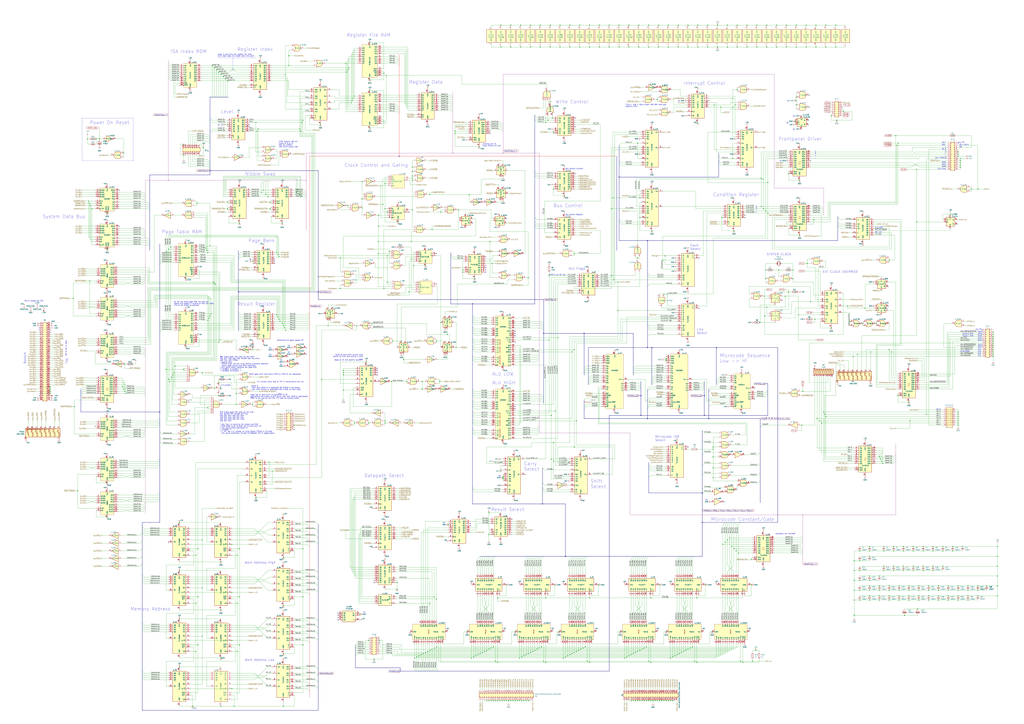
<source format=kicad_sch>
(kicad_sch (version 20211123) (generator eeschema)
  (paper "A0")
  (title_block (title "Centurion VI CPU") (date "2022-11-05") (rev "26") (company "Meisaka Yukara") (comment 1 "Visual Reverse Engineered - May contain errors and/or artifacts") (comment 2 "Additional connections are traced from continutity testing") (comment 3 "Some connections are derived from Microcode evaluation"))
  (lib_symbols
    (symbol "74xx:74LS00" (pin_names (offset 1.016))
      (property "Reference" "U" (at 0 1.27 0))
      (property "Value" "74LS00" (at 0 -1.27 0))
      (symbol "74LS00_1_1"
        (pin input line (at -7.62 2.54 0) (length 3.81) (name "~") (number "1"))
        (pin input line (at -7.62 -2.54 0) (length 3.81) (name "~") (number "2"))
        (pin output inverted (at 7.62 0 180) (length 3.81) (name "~") (number "3"))
      )
      (symbol "74LS00_1_2"
        (pin input inverted (at -7.62 2.54 0) (length 4.318) (name "~") (number "1"))
        (pin input inverted (at -7.62 -2.54 0) (length 4.318) (name "~") (number "2"))
        (pin output line (at 7.62 0 180) (length 3.81) (name "~") (number "3"))
      )
      (symbol "74LS00_2_1"
        (pin input line (at -7.62 2.54 0) (length 3.81) (name "~") (number "4"))
        (pin input line (at -7.62 -2.54 0) (length 3.81) (name "~") (number "5"))
        (pin output inverted (at 7.62 0 180) (length 3.81) (name "~") (number "6"))
      )
      (symbol "74LS00_2_2"
        (pin input inverted (at -7.62 2.54 0) (length 4.318) (name "~") (number "4"))
        (pin input inverted (at -7.62 -2.54 0) (length 4.318) (name "~") (number "5"))
        (pin output line (at 7.62 0 180) (length 3.81) (name "~") (number "6"))
      )
      (symbol "74LS00_3_1"
        (pin input line (at -7.62 -2.54 0) (length 3.81) (name "~") (number "10"))
        (pin output inverted (at 7.62 0 180) (length 3.81) (name "~") (number "8"))
        (pin input line (at -7.62 2.54 0) (length 3.81) (name "~") (number "9"))
      )
      (symbol "74LS00_3_2"
        (pin input inverted (at -7.62 -2.54 0) (length 4.318) (name "~") (number "10"))
        (pin output line (at 7.62 0 180) (length 3.81) (name "~") (number "8"))
        (pin input inverted (at -7.62 2.54 0) (length 4.318) (name "~") (number "9"))
      )
      (symbol "74LS00_4_1"
        (pin output inverted (at 7.62 0 180) (length 3.81) (name "~") (number "11"))
        (pin input line (at -7.62 2.54 0) (length 3.81) (name "~") (number "12"))
        (pin input line (at -7.62 -2.54 0) (length 3.81) (name "~") (number "13"))
      )
      (symbol "74LS00_4_2"
        (pin output line (at 7.62 0 180) (length 3.81) (name "~") (number "11"))
        (pin input inverted (at -7.62 2.54 0) (length 4.318) (name "~") (number "12"))
        (pin input inverted (at -7.62 -2.54 0) (length 4.318) (name "~") (number "13"))
      )
      (symbol "74LS00_5_0"
        (pin power_in line (at 0 12.7 270) (length 5.08) (name "VCC") (number "14"))
        (pin power_in line (at 0 -12.7 90) (length 5.08) (name "GND") (number "7"))
      )
    )
    (symbol "74xx:74LS02" (pin_names (offset 1.016))
      (property "Reference" "U" (at 0 1.27 0))
      (property "Value" "74LS02" (at 0 -1.27 0))
      (symbol "74LS02_1_1"
        (pin output inverted (at 7.62 0 180) (length 3.81) (name "~") (number "1"))
        (pin input line (at -7.62 2.54 0) (length 4.318) (name "~") (number "2"))
        (pin input line (at -7.62 -2.54 0) (length 4.318) (name "~") (number "3"))
      )
      (symbol "74LS02_1_2"
        (pin output line (at 7.62 0 180) (length 3.81) (name "~") (number "1"))
        (pin input inverted (at -7.62 2.54 0) (length 3.81) (name "~") (number "2"))
        (pin input inverted (at -7.62 -2.54 0) (length 3.81) (name "~") (number "3"))
      )
      (symbol "74LS02_2_1"
        (pin output inverted (at 7.62 0 180) (length 3.81) (name "~") (number "4"))
        (pin input line (at -7.62 2.54 0) (length 4.318) (name "~") (number "5"))
        (pin input line (at -7.62 -2.54 0) (length 4.318) (name "~") (number "6"))
      )
      (symbol "74LS02_2_2"
        (pin output line (at 7.62 0 180) (length 3.81) (name "~") (number "4"))
        (pin input inverted (at -7.62 2.54 0) (length 3.81) (name "~") (number "5"))
        (pin input inverted (at -7.62 -2.54 0) (length 3.81) (name "~") (number "6"))
      )
      (symbol "74LS02_3_1"
        (pin output inverted (at 7.62 0 180) (length 3.81) (name "~") (number "10"))
        (pin input line (at -7.62 2.54 0) (length 4.318) (name "~") (number "8"))
        (pin input line (at -7.62 -2.54 0) (length 4.318) (name "~") (number "9"))
      )
      (symbol "74LS02_3_2"
        (pin output line (at 7.62 0 180) (length 3.81) (name "~") (number "10"))
        (pin input inverted (at -7.62 2.54 0) (length 3.81) (name "~") (number "8"))
        (pin input inverted (at -7.62 -2.54 0) (length 3.81) (name "~") (number "9"))
      )
      (symbol "74LS02_4_1"
        (pin input line (at -7.62 2.54 0) (length 4.318) (name "~") (number "11"))
        (pin input line (at -7.62 -2.54 0) (length 4.318) (name "~") (number "12"))
        (pin output inverted (at 7.62 0 180) (length 3.81) (name "~") (number "13"))
      )
      (symbol "74LS02_4_2"
        (pin input inverted (at -7.62 2.54 0) (length 3.81) (name "~") (number "11"))
        (pin input inverted (at -7.62 -2.54 0) (length 3.81) (name "~") (number "12"))
        (pin output line (at 7.62 0 180) (length 3.81) (name "~") (number "13"))
      )
      (symbol "74LS02_5_0"
        (pin power_in line (at 0 12.7 270) (length 5.08) (name "VCC") (number "14"))
        (pin power_in line (at 0 -12.7 90) (length 5.08) (name "GND") (number "7"))
      )
    )
    (symbol "74xx:74LS04"
      (property "Reference" "U" (at 0 1.27 0))
      (property "Value" "74LS04" (at 0 -1.27 0))
      (symbol "74LS04_1_0"
        (pin input line (at -7.62 0 0) (length 3.81) (name "~") (number "1"))
        (pin output inverted (at 7.62 0 180) (length 3.81) (name "~") (number "2"))
      )
      (symbol "74LS04_2_0"
        (pin input line (at -7.62 0 0) (length 3.81) (name "~") (number "3"))
        (pin output inverted (at 7.62 0 180) (length 3.81) (name "~") (number "4"))
      )
      (symbol "74LS04_3_0"
        (pin input line (at -7.62 0 0) (length 3.81) (name "~") (number "5"))
        (pin output inverted (at 7.62 0 180) (length 3.81) (name "~") (number "6"))
      )
      (symbol "74LS04_4_0"
        (pin output inverted (at 7.62 0 180) (length 3.81) (name "~") (number "8"))
        (pin input line (at -7.62 0 0) (length 3.81) (name "~") (number "9"))
      )
      (symbol "74LS04_5_0"
        (pin output inverted (at 7.62 0 180) (length 3.81) (name "~") (number "10"))
        (pin input line (at -7.62 0 0) (length 3.81) (name "~") (number "11"))
      )
      (symbol "74LS04_6_0"
        (pin output inverted (at 7.62 0 180) (length 3.81) (name "~") (number "12"))
        (pin input line (at -7.62 0 0) (length 3.81) (name "~") (number "13"))
      )
      (symbol "74LS04_7_0"
        (pin power_in line (at 0 12.7 270) (length 5.08) (name "VCC") (number "14"))
        (pin power_in line (at 0 -12.7 90) (length 5.08) (name "GND") (number "7"))
      )
    )
    (symbol "74xx:74LS10" (pin_names (offset 1.016))
      (property "Reference" "U" (at 0 1.27 0))
      (property "Value" "74LS10" (at 0 -1.27 0))
      (symbol "74LS10_1_1"
        (pin input line (at -7.62 2.54 0) (length 3.81) (name "~") (number "1"))
        (pin output inverted (at 7.62 0 180) (length 3.81) (name "~") (number "12"))
        (pin input line (at -7.62 -2.54 0) (length 3.81) (name "~") (number "13"))
        (pin input line (at -7.62 0 0) (length 3.81) (name "~") (number "2"))
      )
      (symbol "74LS10_1_2"
        (pin input inverted (at -7.62 2.54 0) (length 4.318) (name "~") (number "1"))
        (pin output line (at 7.62 0 180) (length 3.81) (name "~") (number "12"))
        (pin input inverted (at -7.62 -2.54 0) (length 4.318) (name "~") (number "13"))
        (pin input inverted (at -7.62 0 0) (length 4.953) (name "~") (number "2"))
      )
      (symbol "74LS10_2_1"
        (pin input line (at -7.62 2.54 0) (length 3.81) (name "~") (number "3"))
        (pin input line (at -7.62 0 0) (length 3.81) (name "~") (number "4"))
        (pin input line (at -7.62 -2.54 0) (length 3.81) (name "~") (number "5"))
        (pin output inverted (at 7.62 0 180) (length 3.81) (name "~") (number "6"))
      )
      (symbol "74LS10_2_2"
        (pin input inverted (at -7.62 2.54 0) (length 4.318) (name "~") (number "3"))
        (pin input inverted (at -7.62 0 0) (length 4.953) (name "~") (number "4"))
        (pin input inverted (at -7.62 -2.54 0) (length 4.318) (name "~") (number "5"))
        (pin output line (at 7.62 0 180) (length 3.81) (name "~") (number "6"))
      )
      (symbol "74LS10_3_1"
        (pin input line (at -7.62 0 0) (length 3.81) (name "~") (number "10"))
        (pin input line (at -7.62 -2.54 0) (length 3.81) (name "~") (number "11"))
        (pin output inverted (at 7.62 0 180) (length 3.81) (name "~") (number "8"))
        (pin input line (at -7.62 2.54 0) (length 3.81) (name "~") (number "9"))
      )
      (symbol "74LS10_3_2"
        (pin input inverted (at -7.62 0 0) (length 4.953) (name "~") (number "10"))
        (pin input inverted (at -7.62 -2.54 0) (length 4.318) (name "~") (number "11"))
        (pin output line (at 7.62 0 180) (length 3.81) (name "~") (number "8"))
        (pin input inverted (at -7.62 2.54 0) (length 4.318) (name "~") (number "9"))
      )
      (symbol "74LS10_4_0"
        (pin power_in line (at 0 12.7 270) (length 5.08) (name "VCC") (number "14"))
        (pin power_in line (at 0 -12.7 90) (length 5.08) (name "GND") (number "7"))
      )
    )
    (symbol "74xx:74LS109" (pin_names (offset 1.016))
      (property "Reference" "U" (at -7.62 8.89 0))
      (property "Value" "74LS109" (at -7.62 -8.89 0))
      (symbol "74LS109_1_0"
        (pin input line (at 0 -7.62 90) (length 2.54) (name "~{R}") (number "1"))
        (pin input line (at -7.62 2.54 0) (length 2.54) (name "J") (number "2"))
        (pin input line (at -7.62 -2.54 0) (length 2.54) (name "~{K}") (number "3"))
        (pin input clock (at -7.62 0 0) (length 2.54) (name "C") (number "4"))
        (pin input line (at 0 7.62 270) (length 2.54) (name "~{S}") (number "5"))
        (pin output line (at 7.62 2.54 180) (length 2.54) (name "Q") (number "6"))
        (pin output line (at 7.62 -2.54 180) (length 2.54) (name "~{Q}") (number "7"))
      )
      (symbol "74LS109_2_0"
        (pin output line (at 7.62 2.54 180) (length 2.54) (name "Q") (number "10"))
        (pin input line (at 0 7.62 270) (length 2.54) (name "~{S}") (number "11"))
        (pin input clock (at -7.62 0 0) (length 2.54) (name "C") (number "12"))
        (pin input line (at -7.62 -2.54 0) (length 2.54) (name "~{K}") (number "13"))
        (pin input line (at -7.62 2.54 0) (length 2.54) (name "J") (number "14"))
        (pin input line (at 0 -7.62 90) (length 2.54) (name "~{R}") (number "15"))
        (pin output line (at 7.62 -2.54 180) (length 2.54) (name "~{Q}") (number "9"))
      )
      (symbol "74LS109_3_0"
        (pin power_in line (at 0 10.16 270) (length 2.54) (name "VCC") (number "16"))
        (pin power_in line (at 0 -10.16 90) (length 2.54) (name "GND") (number "8"))
      )
    )
    (symbol "74xx:74LS138" (pin_names (offset 1.016))
      (property "Reference" "U" (at -7.62 11.43 0))
      (property "Value" "74LS138" (at -7.62 -13.97 0))
      (symbol "74LS138_1_0"
        (pin input line (at -12.7 7.62 0) (length 5.08) (name "A0") (number "1"))
        (pin output output_low (at 12.7 -5.08 180) (length 5.08) (name "O5") (number "10"))
        (pin output output_low (at 12.7 -2.54 180) (length 5.08) (name "O4") (number "11"))
        (pin output output_low (at 12.7 0 180) (length 5.08) (name "O3") (number "12"))
        (pin output output_low (at 12.7 2.54 180) (length 5.08) (name "O2") (number "13"))
        (pin output output_low (at 12.7 5.08 180) (length 5.08) (name "O1") (number "14"))
        (pin output output_low (at 12.7 7.62 180) (length 5.08) (name "O0") (number "15"))
        (pin power_in line (at 0 15.24 270) (length 5.08) (name "VCC") (number "16"))
        (pin input line (at -12.7 5.08 0) (length 5.08) (name "A1") (number "2"))
        (pin input line (at -12.7 2.54 0) (length 5.08) (name "A2") (number "3"))
        (pin input input_low (at -12.7 -10.16 0) (length 5.08) (name "E1") (number "4"))
        (pin input input_low (at -12.7 -7.62 0) (length 5.08) (name "E2") (number "5"))
        (pin input line (at -12.7 -5.08 0) (length 5.08) (name "E3") (number "6"))
        (pin output output_low (at 12.7 -10.16 180) (length 5.08) (name "O7") (number "7"))
        (pin power_in line (at 0 -17.78 90) (length 5.08) (name "GND") (number "8"))
        (pin output output_low (at 12.7 -7.62 180) (length 5.08) (name "O6") (number "9"))
      )
    )
    (symbol "74xx:74LS139" (pin_names (offset 1.016))
      (property "Reference" "U" (at -7.62 8.89 0))
      (property "Value" "74LS139" (at -7.62 -8.89 0))
      (symbol "74LS139_1_0"
        (pin input inverted (at -12.7 -5.08 0) (length 5.08) (name "E") (number "1"))
        (pin input line (at -12.7 0 0) (length 5.08) (name "A0") (number "2"))
        (pin input line (at -12.7 2.54 0) (length 5.08) (name "A1") (number "3"))
        (pin output inverted (at 12.7 2.54 180) (length 5.08) (name "O0") (number "4"))
        (pin output inverted (at 12.7 0 180) (length 5.08) (name "O1") (number "5"))
        (pin output inverted (at 12.7 -2.54 180) (length 5.08) (name "O2") (number "6"))
        (pin output inverted (at 12.7 -5.08 180) (length 5.08) (name "O3") (number "7"))
      )
      (symbol "74LS139_2_0"
        (pin output inverted (at 12.7 -2.54 180) (length 5.08) (name "O2") (number "10"))
        (pin output inverted (at 12.7 0 180) (length 5.08) (name "O1") (number "11"))
        (pin output inverted (at 12.7 2.54 180) (length 5.08) (name "O0") (number "12"))
        (pin input line (at -12.7 2.54 0) (length 5.08) (name "A1") (number "13"))
        (pin input line (at -12.7 0 0) (length 5.08) (name "A0") (number "14"))
        (pin input inverted (at -12.7 -5.08 0) (length 5.08) (name "E") (number "15"))
        (pin output inverted (at 12.7 -5.08 180) (length 5.08) (name "O3") (number "9"))
      )
      (symbol "74LS139_3_0"
        (pin power_in line (at 0 12.7 270) (length 5.08) (name "VCC") (number "16"))
        (pin power_in line (at 0 -12.7 90) (length 5.08) (name "GND") (number "8"))
      )
    )
    (symbol "74xx:74LS151" (pin_names (offset 1.016))
      (property "Reference" "U" (at -7.62 19.05 0))
      (property "Value" "74LS151" (at -7.62 -21.59 0))
      (symbol "74LS151_1_0"
        (pin input line (at -12.7 7.62 0) (length 5.08) (name "I3") (number "1"))
        (pin input line (at -12.7 -10.16 0) (length 5.08) (name "S1") (number "10"))
        (pin input line (at -12.7 -7.62 0) (length 5.08) (name "S0") (number "11"))
        (pin input line (at -12.7 -2.54 0) (length 5.08) (name "I7") (number "12"))
        (pin input line (at -12.7 0 0) (length 5.08) (name "I6") (number "13"))
        (pin input line (at -12.7 2.54 0) (length 5.08) (name "I5") (number "14"))
        (pin input line (at -12.7 5.08 0) (length 5.08) (name "I4") (number "15"))
        (pin power_in line (at 0 22.86 270) (length 5.08) (name "VCC") (number "16"))
        (pin input line (at -12.7 10.16 0) (length 5.08) (name "I2") (number "2"))
        (pin input line (at -12.7 12.7 0) (length 5.08) (name "I1") (number "3"))
        (pin input line (at -12.7 15.24 0) (length 5.08) (name "I0") (number "4"))
        (pin output line (at 12.7 15.24 180) (length 5.08) (name "Z") (number "5"))
        (pin output line (at 12.7 12.7 180) (length 5.08) (name "~{Z}") (number "6"))
        (pin input line (at -12.7 -17.78 0) (length 5.08) (name "~{E}") (number "7"))
        (pin power_in line (at 0 -25.4 90) (length 5.08) (name "GND") (number "8"))
        (pin input line (at -12.7 -12.7 0) (length 5.08) (name "S2") (number "9"))
      )
    )
    (symbol "74xx:74LS153" (pin_names (offset 1.016))
      (property "Reference" "U" (at -7.62 21.59 0))
      (property "Value" "74LS153" (at -7.62 -24.13 0))
      (symbol "74LS153_1_0"
        (pin input inverted (at -12.7 5.08 0) (length 5.08) (name "Ea") (number "1"))
        (pin input line (at -12.7 0 0) (length 5.08) (name "I0b") (number "10"))
        (pin input line (at -12.7 -2.54 0) (length 5.08) (name "I1b") (number "11"))
        (pin input line (at -12.7 -5.08 0) (length 5.08) (name "I2b") (number "12"))
        (pin input line (at -12.7 -7.62 0) (length 5.08) (name "I3b") (number "13"))
        (pin input line (at -12.7 -17.78 0) (length 5.08) (name "S0") (number "14"))
        (pin input inverted (at -12.7 -12.7 0) (length 5.08) (name "Eb") (number "15"))
        (pin power_in line (at 0 25.4 270) (length 5.08) (name "VCC") (number "16"))
        (pin input line (at -12.7 -20.32 0) (length 5.08) (name "S1") (number "2"))
        (pin input line (at -12.7 10.16 0) (length 5.08) (name "I3a") (number "3"))
        (pin input line (at -12.7 12.7 0) (length 5.08) (name "I2a") (number "4"))
        (pin input line (at -12.7 15.24 0) (length 5.08) (name "I1a") (number "5"))
        (pin input line (at -12.7 17.78 0) (length 5.08) (name "I0a") (number "6"))
        (pin output line (at 12.7 17.78 180) (length 5.08) (name "Za") (number "7"))
        (pin power_in line (at 0 -27.94 90) (length 5.08) (name "GND") (number "8"))
        (pin output line (at 12.7 0 180) (length 5.08) (name "Zb") (number "9"))
      )
    )
    (symbol "74xx:74LS157" (pin_names (offset 1.016))
      (property "Reference" "U" (at -7.62 19.05 0))
      (property "Value" "74LS157" (at -7.62 -21.59 0))
      (symbol "74LS157_1_0"
        (pin input line (at -12.7 -15.24 0) (length 5.08) (name "S") (number "1"))
        (pin input line (at -12.7 -2.54 0) (length 5.08) (name "I1c") (number "10"))
        (pin input line (at -12.7 0 0) (length 5.08) (name "I0c") (number "11"))
        (pin output line (at 12.7 -7.62 180) (length 5.08) (name "Zd") (number "12"))
        (pin input line (at -12.7 -10.16 0) (length 5.08) (name "I1d") (number "13"))
        (pin input line (at -12.7 -7.62 0) (length 5.08) (name "I0d") (number "14"))
        (pin input inverted (at -12.7 -17.78 0) (length 5.08) (name "E") (number "15"))
        (pin power_in line (at 0 22.86 270) (length 5.08) (name "VCC") (number "16"))
        (pin input line (at -12.7 15.24 0) (length 5.08) (name "I0a") (number "2"))
        (pin input line (at -12.7 12.7 0) (length 5.08) (name "I1a") (number "3"))
        (pin output line (at 12.7 15.24 180) (length 5.08) (name "Za") (number "4"))
        (pin input line (at -12.7 7.62 0) (length 5.08) (name "I0b") (number "5"))
        (pin input line (at -12.7 5.08 0) (length 5.08) (name "I1b") (number "6"))
        (pin output line (at 12.7 7.62 180) (length 5.08) (name "Zb") (number "7"))
        (pin power_in line (at 0 -25.4 90) (length 5.08) (name "GND") (number "8"))
        (pin output line (at 12.7 0 180) (length 5.08) (name "Zc") (number "9"))
      )
    )
    (symbol "74xx:74LS168" (pin_names (offset 1.016))
      (property "Reference" "U" (at -7.62 19.05 0))
      (property "Value" "74LS168" (at -7.62 -19.05 0))
      (symbol "74LS168_1_0"
        (pin input line (at -12.7 -2.54 0) (length 5.08) (name "U/~{D}") (number "1"))
        (pin input line (at -12.7 -10.16 0) (length 5.08) (name "~{CET}") (number "10"))
        (pin output line (at 12.7 7.62 180) (length 5.08) (name "Q3") (number "11"))
        (pin output line (at 12.7 10.16 180) (length 5.08) (name "Q2") (number "12"))
        (pin output line (at 12.7 12.7 180) (length 5.08) (name "Q1") (number "13"))
        (pin output line (at 12.7 15.24 180) (length 5.08) (name "Q0") (number "14"))
        (pin output line (at 12.7 0 180) (length 5.08) (name "~{TC}") (number "15"))
        (pin power_in line (at 0 22.86 270) (length 5.08) (name "VCC") (number "16"))
        (pin input clock (at -12.7 -15.24 0) (length 5.08) (name "CP") (number "2"))
        (pin input line (at -12.7 15.24 0) (length 5.08) (name "P0") (number "3"))
        (pin input line (at -12.7 12.7 0) (length 5.08) (name "P1") (number "4"))
        (pin input line (at -12.7 10.16 0) (length 5.08) (name "P2") (number "5"))
        (pin input line (at -12.7 7.62 0) (length 5.08) (name "P3") (number "6"))
        (pin input line (at -12.7 -7.62 0) (length 5.08) (name "~{CEP}") (number "7"))
        (pin power_in line (at 0 -22.86 90) (length 5.08) (name "GND") (number "8"))
        (pin input line (at -12.7 2.54 0) (length 5.08) (name "~{PE}") (number "9"))
      )
    )
    (symbol "74xx:74LS173" (pin_names (offset 1.016))
      (property "Reference" "U" (at -7.62 19.05 0))
      (property "Value" "74LS173" (at -7.62 -19.05 0))
      (symbol "74LS173_1_0"
        (pin input inverted (at -12.7 2.54 0) (length 5.08) (name "Oe1") (number "1"))
        (pin input inverted (at -12.7 -7.62 0) (length 5.08) (name "E2") (number "10"))
        (pin input line (at -12.7 7.62 0) (length 5.08) (name "D3") (number "11"))
        (pin input line (at -12.7 10.16 0) (length 5.08) (name "D2") (number "12"))
        (pin input line (at -12.7 12.7 0) (length 5.08) (name "D1") (number "13"))
        (pin input line (at -12.7 15.24 0) (length 5.08) (name "D0") (number "14"))
        (pin input line (at -12.7 -15.24 0) (length 5.08) (name "Mr") (number "15"))
        (pin power_in line (at 0 22.86 270) (length 5.08) (name "VCC") (number "16"))
        (pin input inverted (at -12.7 0 0) (length 5.08) (name "Oe2") (number "2"))
        (pin tri_state line (at 12.7 15.24 180) (length 5.08) (name "Q0") (number "3"))
        (pin tri_state line (at 12.7 12.7 180) (length 5.08) (name "Q1") (number "4"))
        (pin tri_state line (at 12.7 10.16 180) (length 5.08) (name "Q2") (number "5"))
        (pin tri_state line (at 12.7 7.62 180) (length 5.08) (name "Q3") (number "6"))
        (pin input clock (at -12.7 -10.16 0) (length 5.08) (name "Cp") (number "7"))
        (pin power_in line (at 0 -22.86 90) (length 5.08) (name "GND") (number "8"))
        (pin input inverted (at -12.7 -5.08 0) (length 5.08) (name "E1") (number "9"))
      )
    )
    (symbol "74xx:74LS174" (pin_names (offset 1.016))
      (property "Reference" "U" (at -7.62 13.97 0))
      (property "Value" "74LS174" (at -7.62 -16.51 0))
      (symbol "74LS174_1_0"
        (pin input line (at -12.7 -12.7 0) (length 5.08) (name "~{Mr}") (number "1"))
        (pin output line (at 12.7 2.54 180) (length 5.08) (name "Q3") (number "10"))
        (pin input line (at -12.7 2.54 0) (length 5.08) (name "D3") (number "11"))
        (pin output line (at 12.7 0 180) (length 5.08) (name "Q4") (number "12"))
        (pin input line (at -12.7 0 0) (length 5.08) (name "D4") (number "13"))
        (pin input line (at -12.7 -2.54 0) (length 5.08) (name "D5") (number "14"))
        (pin output line (at 12.7 -2.54 180) (length 5.08) (name "Q5") (number "15"))
        (pin power_in line (at 0 17.78 270) (length 5.08) (name "VCC") (number "16"))
        (pin output line (at 12.7 10.16 180) (length 5.08) (name "Q0") (number "2"))
        (pin input line (at -12.7 10.16 0) (length 5.08) (name "D0") (number "3"))
        (pin input line (at -12.7 7.62 0) (length 5.08) (name "D1") (number "4"))
        (pin output line (at 12.7 7.62 180) (length 5.08) (name "Q1") (number "5"))
        (pin input line (at -12.7 5.08 0) (length 5.08) (name "D2") (number "6"))
        (pin output line (at 12.7 5.08 180) (length 5.08) (name "Q2") (number "7"))
        (pin power_in line (at 0 -20.32 90) (length 5.08) (name "GND") (number "8"))
        (pin input clock (at -12.7 -7.62 0) (length 5.08) (name "Cp") (number "9"))
      )
    )
    (symbol "74xx:74LS20" (pin_names (offset 1.016))
      (property "Reference" "U" (at 0 1.27 0))
      (property "Value" "74LS20" (at 0 -1.27 0))
      (symbol "74LS20_1_1"
        (pin input line (at -7.62 3.81 0) (length 3.81) (name "~") (number "1"))
        (pin input line (at -7.62 1.27 0) (length 3.81) (name "~") (number "2"))
        (pin input line (at -7.62 -1.27 0) (length 3.81) (name "~") (number "4"))
        (pin input line (at -7.62 -3.81 0) (length 3.81) (name "~") (number "5"))
        (pin output inverted (at 7.62 0 180) (length 3.81) (name "~") (number "6"))
      )
      (symbol "74LS20_1_2"
        (pin input inverted (at -7.62 3.81 0) (length 3.81) (name "~") (number "1"))
        (pin input inverted (at -7.62 1.27 0) (length 4.826) (name "~") (number "2"))
        (pin input inverted (at -7.62 -1.27 0) (length 4.826) (name "~") (number "4"))
        (pin input inverted (at -7.62 -3.81 0) (length 3.81) (name "~") (number "5"))
        (pin output line (at 7.62 0 180) (length 3.81) (name "~") (number "6"))
      )
      (symbol "74LS20_2_1"
        (pin input line (at -7.62 1.27 0) (length 3.81) (name "~") (number "10"))
        (pin input line (at -7.62 -1.27 0) (length 3.81) (name "~") (number "12"))
        (pin input line (at -7.62 -3.81 0) (length 3.81) (name "~") (number "13"))
        (pin output inverted (at 7.62 0 180) (length 3.81) (name "~") (number "8"))
        (pin input line (at -7.62 3.81 0) (length 3.81) (name "~") (number "9"))
      )
      (symbol "74LS20_2_2"
        (pin input inverted (at -7.62 1.27 0) (length 4.826) (name "~") (number "10"))
        (pin input inverted (at -7.62 -1.27 0) (length 4.826) (name "~") (number "12"))
        (pin input inverted (at -7.62 -3.81 0) (length 3.81) (name "~") (number "13"))
        (pin output line (at 7.62 0 180) (length 3.81) (name "~") (number "8"))
        (pin input inverted (at -7.62 3.81 0) (length 3.81) (name "~") (number "9"))
      )
      (symbol "74LS20_3_0"
        (pin power_in line (at 0 12.7 270) (length 5.08) (name "VCC") (number "14"))
        (pin power_in line (at 0 -12.7 90) (length 5.08) (name "GND") (number "7"))
      )
    )
    (symbol "74xx:74LS240" (pin_names (offset 1.016))
      (property "Reference" "U" (at -7.62 16.51 0))
      (property "Value" "74LS240" (at -7.62 -16.51 0))
      (symbol "74LS240_1_0"
        (pin input inverted (at -12.7 -10.16 0) (length 5.08) (name "OEa") (number "1"))
        (pin power_in line (at 0 -20.32 90) (length 5.08) (name "GND") (number "10"))
        (pin input line (at -12.7 2.54 0) (length 5.08) (name "I0b") (number "11"))
        (pin tri_state inverted (at 12.7 5.08 180) (length 5.08) (name "O3a") (number "12"))
        (pin input line (at -12.7 0 0) (length 5.08) (name "I1b") (number "13"))
        (pin tri_state inverted (at 12.7 7.62 180) (length 5.08) (name "O2a") (number "14"))
        (pin input line (at -12.7 -2.54 0) (length 5.08) (name "I2b") (number "15"))
        (pin tri_state inverted (at 12.7 10.16 180) (length 5.08) (name "O1a") (number "16"))
        (pin input line (at -12.7 -5.08 0) (length 5.08) (name "I3b") (number "17"))
        (pin tri_state inverted (at 12.7 12.7 180) (length 5.08) (name "O0a") (number "18"))
        (pin input inverted (at -12.7 -12.7 0) (length 5.08) (name "OEb") (number "19"))
        (pin input line (at -12.7 12.7 0) (length 5.08) (name "I0a") (number "2"))
        (pin power_in line (at 0 20.32 270) (length 5.08) (name "VCC") (number "20"))
        (pin tri_state inverted (at 12.7 -5.08 180) (length 5.08) (name "O3b") (number "3"))
        (pin input line (at -12.7 10.16 0) (length 5.08) (name "I1a") (number "4"))
        (pin tri_state inverted (at 12.7 -2.54 180) (length 5.08) (name "O2b") (number "5"))
        (pin input line (at -12.7 7.62 0) (length 5.08) (name "I2a") (number "6"))
        (pin tri_state inverted (at 12.7 0 180) (length 5.08) (name "O1b") (number "7"))
        (pin input line (at -12.7 5.08 0) (length 5.08) (name "I3a") (number "8"))
        (pin tri_state inverted (at 12.7 2.54 180) (length 5.08) (name "O0b") (number "9"))
      )
    )
    (symbol "74xx:74LS253" (pin_names (offset 1.016))
      (property "Reference" "U" (at -7.62 21.59 0))
      (property "Value" "74LS253" (at -7.62 -24.13 0))
      (symbol "74LS253_1_0"
        (pin input inverted (at -12.7 5.08 0) (length 5.08) (name "OEa") (number "1"))
        (pin input line (at -12.7 0 0) (length 5.08) (name "I0b") (number "10"))
        (pin input line (at -12.7 -2.54 0) (length 5.08) (name "I1b") (number "11"))
        (pin input line (at -12.7 -5.08 0) (length 5.08) (name "I2b") (number "12"))
        (pin input line (at -12.7 -7.62 0) (length 5.08) (name "I3b") (number "13"))
        (pin input line (at -12.7 -17.78 0) (length 5.08) (name "A0") (number "14"))
        (pin input inverted (at -12.7 -12.7 0) (length 5.08) (name "OEb") (number "15"))
        (pin power_in line (at 0 25.4 270) (length 5.08) (name "VCC") (number "16"))
        (pin input line (at -12.7 -20.32 0) (length 5.08) (name "A1") (number "2"))
        (pin input line (at -12.7 10.16 0) (length 5.08) (name "I3a") (number "3"))
        (pin input line (at -12.7 12.7 0) (length 5.08) (name "I2a") (number "4"))
        (pin input line (at -12.7 15.24 0) (length 5.08) (name "I1a") (number "5"))
        (pin input line (at -12.7 17.78 0) (length 5.08) (name "I0a") (number "6"))
        (pin tri_state line (at 12.7 17.78 180) (length 5.08) (name "Za") (number "7"))
        (pin power_in line (at 0 -27.94 90) (length 5.08) (name "GND") (number "8"))
        (pin tri_state line (at 12.7 0 180) (length 5.08) (name "Zb") (number "9"))
      )
    )
    (symbol "74xx:74LS259" (pin_names (offset 1.016))
      (property "Reference" "U" (at -7.62 13.97 0))
      (property "Value" "74LS259" (at -7.62 -13.97 0))
      (symbol "74LS259_1_0"
        (pin input line (at -12.7 5.08 0) (length 5.08) (name "A0") (number "1"))
        (pin output line (at 12.7 -2.54 180) (length 5.08) (name "Q5") (number "10"))
        (pin output line (at 12.7 -5.08 180) (length 5.08) (name "Q6") (number "11"))
        (pin output line (at 12.7 -7.62 180) (length 5.08) (name "Q7") (number "12"))
        (pin input line (at -12.7 10.16 0) (length 5.08) (name "D") (number "13"))
        (pin input inverted (at -12.7 -5.08 0) (length 5.08) (name "E") (number "14"))
        (pin input inverted (at -12.7 -10.16 0) (length 5.08) (name "Clr") (number "15"))
        (pin power_in line (at 0 17.78 270) (length 5.08) (name "VCC") (number "16"))
        (pin input line (at -12.7 2.54 0) (length 5.08) (name "A1") (number "2"))
        (pin input line (at -12.7 0 0) (length 5.08) (name "A2") (number "3"))
        (pin output line (at 12.7 10.16 180) (length 5.08) (name "Q0") (number "4"))
        (pin output line (at 12.7 7.62 180) (length 5.08) (name "Q1") (number "5"))
        (pin output line (at 12.7 5.08 180) (length 5.08) (name "Q2") (number "6"))
        (pin output line (at 12.7 2.54 180) (length 5.08) (name "Q3") (number "7"))
        (pin power_in line (at 0 -17.78 90) (length 5.08) (name "GND") (number "8"))
        (pin output line (at 12.7 0 180) (length 5.08) (name "Q4") (number "9"))
      )
    )
    (symbol "74xx:74LS30" (pin_names (offset 1.016))
      (property "Reference" "U" (at 0 1.27 0))
      (property "Value" "74LS30" (at 0 -1.27 0))
      (symbol "74LS30_1_1"
        (pin input line (at -7.62 7.62 0) (length 3.81) (name "~") (number "1"))
        (pin input line (at -7.62 -7.62 0) (length 3.81) (name "~") (number "11"))
        (pin input line (at -7.62 -10.16 0) (length 3.81) (name "~") (number "12"))
        (pin input line (at -7.62 5.08 0) (length 3.81) (name "~") (number "2"))
        (pin input line (at -7.62 2.54 0) (length 3.81) (name "~") (number "3"))
        (pin input line (at -7.62 0 0) (length 3.81) (name "~") (number "4"))
        (pin input line (at -7.62 -2.54 0) (length 3.81) (name "~") (number "5"))
        (pin input line (at -7.62 -5.08 0) (length 3.81) (name "~") (number "6"))
        (pin output inverted (at 7.62 0 180) (length 3.81) (name "~") (number "8"))
      )
      (symbol "74LS30_1_2"
        (pin input inverted (at -7.62 7.62 0) (length 3.81) (name "~") (number "1"))
        (pin input inverted (at -7.62 -7.62 0) (length 3.81) (name "~") (number "11"))
        (pin input inverted (at -7.62 -10.16 0) (length 3.81) (name "~") (number "12"))
        (pin input inverted (at -7.62 5.08 0) (length 3.81) (name "~") (number "2"))
        (pin input inverted (at -7.62 2.54 0) (length 4.5466) (name "~") (number "3"))
        (pin input inverted (at -7.62 0 0) (length 5.08) (name "~") (number "4"))
        (pin input inverted (at -7.62 -2.54 0) (length 4.5466) (name "~") (number "5"))
        (pin input inverted (at -7.62 -5.08 0) (length 3.81) (name "~") (number "6"))
        (pin output line (at 7.62 0 180) (length 3.81) (name "~") (number "8"))
      )
      (symbol "74LS30_2_0"
        (pin power_in line (at 0 12.7 270) (length 5.08) (name "VCC") (number "14"))
        (pin power_in line (at 0 -12.7 90) (length 5.08) (name "GND") (number "7"))
      )
    )
    (symbol "74xx:74LS368" (pin_names (offset 1.016))
      (property "Reference" "U" (at -7.62 13.97 0))
      (property "Value" "74LS368" (at -7.62 -13.97 0))
      (symbol "74LS368_1_0"
        (pin input inverted (at -12.7 -7.62 0) (length 5.08) (name "OEa") (number "1"))
        (pin input line (at -12.7 2.54 0) (length 5.08) (name "I4") (number "10"))
        (pin tri_state inverted (at 12.7 0 180) (length 5.08) (name "O5b") (number "11"))
        (pin input line (at -12.7 0 0) (length 5.08) (name "I5") (number "12"))
        (pin tri_state inverted (at 12.7 -2.54 180) (length 5.08) (name "O6b") (number "13"))
        (pin input line (at -12.7 -2.54 0) (length 5.08) (name "I6") (number "14"))
        (pin input inverted (at -12.7 -10.16 0) (length 5.08) (name "OEb") (number "15"))
        (pin power_in line (at 0 17.78 270) (length 5.08) (name "VCC") (number "16"))
        (pin input line (at -12.7 10.16 0) (length 5.08) (name "I1") (number "2"))
        (pin tri_state inverted (at 12.7 10.16 180) (length 5.08) (name "O1a") (number "3"))
        (pin input line (at -12.7 7.62 0) (length 5.08) (name "I2") (number "4"))
        (pin tri_state inverted (at 12.7 7.62 180) (length 5.08) (name "O2a") (number "5"))
        (pin input line (at -12.7 5.08 0) (length 5.08) (name "I3") (number "6"))
        (pin tri_state inverted (at 12.7 5.08 180) (length 5.08) (name "O3a") (number "7"))
        (pin power_in line (at 0 -17.78 90) (length 5.08) (name "GND") (number "8"))
        (pin tri_state inverted (at 12.7 2.54 180) (length 5.08) (name "O4a") (number "9"))
      )
    )
    (symbol "74xx:74LS37" (pin_names (offset 1.016))
      (property "Reference" "U" (at 0 1.27 0))
      (property "Value" "74LS37" (at 0 -1.27 0))
      (symbol "74LS37_1_1"
        (pin input line (at -7.62 2.54 0) (length 3.81) (name "~") (number "1"))
        (pin input line (at -7.62 -2.54 0) (length 3.81) (name "~") (number "2"))
        (pin output inverted (at 7.62 0 180) (length 3.81) (name "~") (number "3"))
      )
      (symbol "74LS37_1_2"
        (pin input inverted (at -7.62 2.54 0) (length 4.318) (name "~") (number "1"))
        (pin input inverted (at -7.62 -2.54 0) (length 4.318) (name "~") (number "2"))
        (pin output line (at 7.62 0 180) (length 3.81) (name "~") (number "3"))
      )
      (symbol "74LS37_2_1"
        (pin input line (at -7.62 2.54 0) (length 3.81) (name "~") (number "4"))
        (pin input line (at -7.62 -2.54 0) (length 3.81) (name "~") (number "5"))
        (pin output inverted (at 7.62 0 180) (length 3.81) (name "~") (number "6"))
      )
      (symbol "74LS37_2_2"
        (pin input inverted (at -7.62 2.54 0) (length 4.318) (name "~") (number "4"))
        (pin input inverted (at -7.62 -2.54 0) (length 4.318) (name "~") (number "5"))
        (pin output line (at 7.62 0 180) (length 3.81) (name "~") (number "6"))
      )
      (symbol "74LS37_3_1"
        (pin input line (at -7.62 -2.54 0) (length 3.81) (name "~") (number "10"))
        (pin output inverted (at 7.62 0 180) (length 3.81) (name "~") (number "8"))
        (pin input line (at -7.62 2.54 0) (length 3.81) (name "~") (number "9"))
      )
      (symbol "74LS37_3_2"
        (pin input inverted (at -7.62 -2.54 0) (length 4.318) (name "~") (number "10"))
        (pin output line (at 7.62 0 180) (length 3.81) (name "~") (number "8"))
        (pin input inverted (at -7.62 2.54 0) (length 4.318) (name "~") (number "9"))
      )
      (symbol "74LS37_4_1"
        (pin output inverted (at 7.62 0 180) (length 3.81) (name "~") (number "11"))
        (pin input line (at -7.62 2.54 0) (length 3.81) (name "~") (number "12"))
        (pin input line (at -7.62 -2.54 0) (length 3.81) (name "~") (number "13"))
      )
      (symbol "74LS37_4_2"
        (pin output line (at 7.62 0 180) (length 3.81) (name "~") (number "11"))
        (pin input inverted (at -7.62 2.54 0) (length 4.318) (name "~") (number "12"))
        (pin input inverted (at -7.62 -2.54 0) (length 4.318) (name "~") (number "13"))
      )
      (symbol "74LS37_5_0"
        (pin power_in line (at 0 12.7 270) (length 5.08) (name "VCC") (number "14"))
        (pin power_in line (at 0 -12.7 90) (length 5.08) (name "GND") (number "7"))
      )
    )
    (symbol "74xx:74LS374"
      (property "Reference" "U" (at -7.62 16.51 0))
      (property "Value" "74LS374" (at -7.62 -16.51 0))
      (symbol "74LS374_1_0"
        (pin input inverted (at -12.7 -12.7 0) (length 5.08) (name "OE") (number "1"))
        (pin power_in line (at 0 -20.32 90) (length 5.08) (name "GND") (number "10"))
        (pin input clock (at -12.7 -10.16 0) (length 5.08) (name "Cp") (number "11"))
        (pin tri_state line (at 12.7 2.54 180) (length 5.08) (name "O4") (number "12"))
        (pin input line (at -12.7 2.54 0) (length 5.08) (name "D4") (number "13"))
        (pin input line (at -12.7 0 0) (length 5.08) (name "D5") (number "14"))
        (pin tri_state line (at 12.7 0 180) (length 5.08) (name "O5") (number "15"))
        (pin tri_state line (at 12.7 -2.54 180) (length 5.08) (name "O6") (number "16"))
        (pin input line (at -12.7 -2.54 0) (length 5.08) (name "D6") (number "17"))
        (pin input line (at -12.7 -5.08 0) (length 5.08) (name "D7") (number "18"))
        (pin tri_state line (at 12.7 -5.08 180) (length 5.08) (name "O7") (number "19"))
        (pin tri_state line (at 12.7 12.7 180) (length 5.08) (name "O0") (number "2"))
        (pin power_in line (at 0 20.32 270) (length 5.08) (name "VCC") (number "20"))
        (pin input line (at -12.7 12.7 0) (length 5.08) (name "D0") (number "3"))
        (pin input line (at -12.7 10.16 0) (length 5.08) (name "D1") (number "4"))
        (pin tri_state line (at 12.7 10.16 180) (length 5.08) (name "O1") (number "5"))
        (pin tri_state line (at 12.7 7.62 180) (length 5.08) (name "O2") (number "6"))
        (pin input line (at -12.7 7.62 0) (length 5.08) (name "D2") (number "7"))
        (pin input line (at -12.7 5.08 0) (length 5.08) (name "D3") (number "8"))
        (pin tri_state line (at 12.7 5.08 180) (length 5.08) (name "O3") (number "9"))
      )
    )
    (symbol "74xx:74LS377" (pin_names (offset 1.016))
      (property "Reference" "U" (at -7.62 16.51 0))
      (property "Value" "74LS377" (at -7.62 -16.51 0))
      (symbol "74LS377_1_0"
        (pin input line (at -12.7 -12.7 0) (length 5.08) (name "~{E}") (number "1"))
        (pin power_in line (at 0 -20.32 90) (length 5.08) (name "GND") (number "10"))
        (pin input clock (at -12.7 -10.16 0) (length 5.08) (name "CP") (number "11"))
        (pin output line (at 12.7 2.54 180) (length 5.08) (name "Q4") (number "12"))
        (pin input line (at -12.7 2.54 0) (length 5.08) (name "D4") (number "13"))
        (pin input line (at -12.7 0 0) (length 5.08) (name "D5") (number "14"))
        (pin output line (at 12.7 0 180) (length 5.08) (name "Q5") (number "15"))
        (pin output line (at 12.7 -2.54 180) (length 5.08) (name "Q6") (number "16"))
        (pin input line (at -12.7 -2.54 0) (length 5.08) (name "D6") (number "17"))
        (pin input line (at -12.7 -5.08 0) (length 5.08) (name "D7") (number "18"))
        (pin output line (at 12.7 -5.08 180) (length 5.08) (name "Q7") (number "19"))
        (pin output line (at 12.7 12.7 180) (length 5.08) (name "Q0") (number "2"))
        (pin power_in line (at 0 20.32 270) (length 5.08) (name "VCC") (number "20"))
        (pin input line (at -12.7 12.7 0) (length 5.08) (name "D0") (number "3"))
        (pin input line (at -12.7 10.16 0) (length 5.08) (name "D1") (number "4"))
        (pin output line (at 12.7 10.16 180) (length 5.08) (name "Q1") (number "5"))
        (pin output line (at 12.7 7.62 180) (length 5.08) (name "Q2") (number "6"))
        (pin input line (at -12.7 7.62 0) (length 5.08) (name "D2") (number "7"))
        (pin input line (at -12.7 5.08 0) (length 5.08) (name "D3") (number "8"))
        (pin output line (at 12.7 5.08 180) (length 5.08) (name "Q3") (number "9"))
      )
    )
    (symbol "74xx:74LS378" (pin_names (offset 1.016))
      (property "Reference" "U" (at -7.62 13.97 0))
      (property "Value" "74LS378" (at -7.62 -13.97 0))
      (symbol "74LS378_1_0"
        (pin input line (at -12.7 -10.16 0) (length 5.08) (name "~{E}") (number "1"))
        (pin output line (at 12.7 2.54 180) (length 5.08) (name "Q3") (number "10"))
        (pin input line (at -12.7 2.54 0) (length 5.08) (name "D3") (number "11"))
        (pin output line (at 12.7 0 180) (length 5.08) (name "Q4") (number "12"))
        (pin input line (at -12.7 0 0) (length 5.08) (name "D4") (number "13"))
        (pin input line (at -12.7 -2.54 0) (length 5.08) (name "D5") (number "14"))
        (pin output line (at 12.7 -2.54 180) (length 5.08) (name "Q5") (number "15"))
        (pin power_in line (at 0 17.78 270) (length 5.08) (name "VCC") (number "16"))
        (pin output line (at 12.7 10.16 180) (length 5.08) (name "Q0") (number "2"))
        (pin input line (at -12.7 10.16 0) (length 5.08) (name "D0") (number "3"))
        (pin input line (at -12.7 7.62 0) (length 5.08) (name "D1") (number "4"))
        (pin output line (at 12.7 7.62 180) (length 5.08) (name "Q1") (number "5"))
        (pin input line (at -12.7 5.08 0) (length 5.08) (name "D2") (number "6"))
        (pin output line (at 12.7 5.08 180) (length 5.08) (name "Q2") (number "7"))
        (pin power_in line (at 0 -17.78 90) (length 5.08) (name "GND") (number "8"))
        (pin input clock (at -12.7 -7.62 0) (length 5.08) (name "C") (number "9"))
      )
    )
    (symbol "74xx:74LS38" (pin_names (offset 1.016))
      (property "Reference" "U" (at 0 1.27 0))
      (property "Value" "74LS38" (at 0 -1.27 0))
      (symbol "74LS38_1_1"
        (pin input line (at -7.62 2.54 0) (length 3.81) (name "~") (number "1"))
        (pin input line (at -7.62 -2.54 0) (length 3.81) (name "~") (number "2"))
        (pin open_collector inverted (at 7.62 0 180) (length 3.81) (name "~") (number "3"))
      )
      (symbol "74LS38_1_2"
        (pin input inverted (at -7.62 2.54 0) (length 4.318) (name "~") (number "1"))
        (pin input inverted (at -7.62 -2.54 0) (length 4.318) (name "~") (number "2"))
        (pin open_collector line (at 7.62 0 180) (length 3.81) (name "~") (number "3"))
      )
      (symbol "74LS38_2_1"
        (pin input line (at -7.62 2.54 0) (length 3.81) (name "~") (number "4"))
        (pin input line (at -7.62 -2.54 0) (length 3.81) (name "~") (number "5"))
        (pin open_collector inverted (at 7.62 0 180) (length 3.81) (name "~") (number "6"))
      )
      (symbol "74LS38_2_2"
        (pin input inverted (at -7.62 2.54 0) (length 4.318) (name "~") (number "4"))
        (pin input inverted (at -7.62 -2.54 0) (length 4.318) (name "~") (number "5"))
        (pin open_collector line (at 7.62 0 180) (length 3.81) (name "~") (number "6"))
      )
      (symbol "74LS38_3_1"
        (pin input line (at -7.62 -2.54 0) (length 3.81) (name "~") (number "10"))
        (pin open_collector inverted (at 7.62 0 180) (length 3.81) (name "~") (number "8"))
        (pin input line (at -7.62 2.54 0) (length 3.81) (name "~") (number "9"))
      )
      (symbol "74LS38_3_2"
        (pin input inverted (at -7.62 -2.54 0) (length 4.318) (name "~") (number "10"))
        (pin open_collector line (at 7.62 0 180) (length 3.81) (name "~") (number "8"))
        (pin input inverted (at -7.62 2.54 0) (length 4.318) (name "~") (number "9"))
      )
      (symbol "74LS38_4_1"
        (pin open_collector inverted (at 7.62 0 180) (length 3.81) (name "~") (number "11"))
        (pin input line (at -7.62 2.54 0) (length 3.81) (name "~") (number "12"))
        (pin input line (at -7.62 -2.54 0) (length 3.81) (name "~") (number "13"))
      )
      (symbol "74LS38_4_2"
        (pin open_collector line (at 7.62 0 180) (length 3.81) (name "~") (number "11"))
        (pin input inverted (at -7.62 2.54 0) (length 4.318) (name "~") (number "12"))
        (pin input inverted (at -7.62 -2.54 0) (length 4.318) (name "~") (number "13"))
      )
      (symbol "74LS38_5_0"
        (pin power_in line (at 0 12.7 270) (length 5.08) (name "VCC") (number "14"))
        (pin power_in line (at 0 -12.7 90) (length 5.08) (name "GND") (number "7"))
      )
    )
    (symbol "74xx:74LS471"
      (property "Reference" "U" (at 5.08 17.78 0))
      (property "Value" "74LS471" (at 5.08 15.24 0))
      (symbol "74LS471_0_0"
        (pin input line (at -12.7 11.43 0) (length 5.08) (name "A0") (number "1"))
        (pin power_in line (at 0 -16.51 90) (length 2.54) (name "GND") (number "10"))
        (pin tri_state line (at 12.7 1.27 180) (length 5.08) (name "Q4") (number "11"))
        (pin tri_state line (at 12.7 -1.27 180) (length 5.08) (name "Q5") (number "12"))
        (pin tri_state line (at 12.7 -3.81 180) (length 5.08) (name "Q6") (number "13"))
        (pin tri_state line (at 12.7 -6.35 180) (length 5.08) (name "Q7") (number "14"))
        (pin input inverted (at -12.7 -8.89 0) (length 5.08) (name "~{CE1}") (number "15"))
        (pin input inverted (at -12.7 -11.43 0) (length 5.08) (name "~{CE2}") (number "16"))
        (pin input line (at -12.7 -1.27 0) (length 5.08) (name "A5") (number "17"))
        (pin input line (at -12.7 -3.81 0) (length 5.08) (name "A6") (number "18"))
        (pin input line (at -12.7 -6.35 0) (length 5.08) (name "A7") (number "19"))
        (pin input line (at -12.7 8.89 0) (length 5.08) (name "A1") (number "2"))
        (pin power_in line (at 0 16.51 270) (length 2.54) (name "Vcc") (number "20"))
        (pin input line (at -12.7 6.35 0) (length 5.08) (name "A2") (number "3"))
        (pin input line (at -12.7 3.81 0) (length 5.08) (name "A3") (number "4"))
        (pin input line (at -12.7 1.27 0) (length 5.08) (name "A4") (number "5"))
        (pin tri_state line (at 12.7 11.43 180) (length 5.08) (name "Q0") (number "6"))
        (pin tri_state line (at 12.7 8.89 180) (length 5.08) (name "Q1") (number "7"))
        (pin tri_state line (at 12.7 6.35 180) (length 5.08) (name "Q2") (number "8"))
        (pin tri_state line (at 12.7 3.81 180) (length 5.08) (name "Q3") (number "9"))
      )
    )
    (symbol "74xx:74LS74" (pin_names (offset 1.016))
      (property "Reference" "U" (at -7.62 8.89 0))
      (property "Value" "74LS74" (at -7.62 -8.89 0))
      (symbol "74LS74_1_0"
        (pin input line (at 0 -7.62 90) (length 2.54) (name "~{R}") (number "1"))
        (pin input line (at -7.62 2.54 0) (length 2.54) (name "D") (number "2"))
        (pin input clock (at -7.62 0 0) (length 2.54) (name "C") (number "3"))
        (pin input line (at 0 7.62 270) (length 2.54) (name "~{S}") (number "4"))
        (pin output line (at 7.62 2.54 180) (length 2.54) (name "Q") (number "5"))
        (pin output line (at 7.62 -2.54 180) (length 2.54) (name "~{Q}") (number "6"))
      )
      (symbol "74LS74_2_0"
        (pin input line (at 0 7.62 270) (length 2.54) (name "~{S}") (number "10"))
        (pin input clock (at -7.62 0 0) (length 2.54) (name "C") (number "11"))
        (pin input line (at -7.62 2.54 0) (length 2.54) (name "D") (number "12"))
        (pin input line (at 0 -7.62 90) (length 2.54) (name "~{R}") (number "13"))
        (pin output line (at 7.62 -2.54 180) (length 2.54) (name "~{Q}") (number "8"))
        (pin output line (at 7.62 2.54 180) (length 2.54) (name "Q") (number "9"))
      )
      (symbol "74LS74_3_0"
        (pin power_in line (at 0 10.16 270) (length 2.54) (name "VCC") (number "14"))
        (pin power_in line (at 0 -10.16 90) (length 2.54) (name "GND") (number "7"))
      )
    )
    (symbol "74xx:SN74120"
      (property "Reference" "U" (at 0 2.54 0))
      (property "Value" "SN74120" (at 0 0 0))
      (symbol "SN74120_1_1"
        (pin input line (at -12.7 -2.54 0) (length 5.08) (name "M") (number "1"))
        (pin power_in line (at 0 10.16 270) (length 2.54) (name "Vcc") (number "16"))
        (pin input input_low (at -12.7 2.54 0) (length 5.08) (name "~{S1}") (number "2"))
        (pin input input_low (at -12.7 0 0) (length 5.08) (name "~{S2}") (number "3"))
        (pin input input_low (at -12.7 5.08 0) (length 5.08) (name "~{R}") (number "4"))
        (pin input clock (at -12.7 -5.08 0) (length 5.08) (name "CP") (number "5"))
        (pin output line (at 12.7 3.81 180) (length 5.08) (name "Y") (number "6"))
        (pin output inverted (at 12.7 1.27 180) (length 5.08) (name "~{Y}") (number "7"))
        (pin power_in line (at 0 -10.16 90) (length 2.54) (name "GND") (number "8"))
      )
      (symbol "SN74120_2_1"
        (pin output line (at 12.7 3.81 180) (length 5.08) (name "Y") (number "10"))
        (pin input clock (at -12.7 -5.08 0) (length 5.08) (name "CP") (number "11"))
        (pin input input_low (at -12.7 5.08 0) (length 5.08) (name "~{R}") (number "12"))
        (pin input input_low (at -12.7 2.54 0) (length 5.08) (name "~{S1}") (number "13"))
        (pin input input_low (at -12.7 0 0) (length 5.08) (name "~{S2}") (number "14"))
        (pin input line (at -12.7 -2.54 0) (length 5.08) (name "M") (number "15"))
        (pin output inverted (at 12.7 1.27 180) (length 5.08) (name "~{Y}") (number "9"))
      )
    )
    (symbol "8835_1"
      (property "Reference" "U" (at 5.08 16.51 0))
      (property "Value" "8835_1" (at 5.08 13.97 0))
      (symbol "8835_1_0_0"
        (pin tri_state line (at -12.7 7.62 0) (length 5.08) (name "BUS0") (number "1"))
        (pin tri_state inverted (at 12.7 -7.62 180) (length 5.08) (name "OUT2") (number "10"))
        (pin input inverted (at 12.7 3.81 180) (length 5.08) (name "IN2") (number "11"))
        (pin tri_state line (at -12.7 2.54 0) (length 5.08) (name "BUS2") (number "12"))
        (pin tri_state inverted (at 12.7 -10.16 180) (length 5.08) (name "OUT3") (number "13"))
        (pin input inverted (at 12.7 1.27 180) (length 5.08) (name "IN3") (number "14"))
        (pin tri_state line (at -12.7 0 0) (length 5.08) (name "BUS3") (number "15"))
        (pin power_in line (at 0 15.24 270) (length 2.54) (name "Vcc") (number "16"))
        (pin input inverted (at 12.7 8.89 180) (length 5.08) (name "IN0") (number "2"))
        (pin tri_state inverted (at 12.7 -2.54 180) (length 5.08) (name "OUT0") (number "3"))
        (pin tri_state line (at -12.7 5.08 0) (length 5.08) (name "BUS1") (number "4"))
        (pin input inverted (at 12.7 6.35 180) (length 5.08) (name "IN1") (number "5"))
        (pin tri_state inverted (at 12.7 -5.08 180) (length 5.08) (name "OUT1") (number "6"))
        (pin input inverted (at -12.7 -6.35 0) (length 5.08) (name "INE") (number "7"))
        (pin power_in line (at 0 -16.51 90) (length 2.54) (name "GND") (number "8"))
        (pin input inverted (at -12.7 -8.89 0) (length 5.08) (name "OE") (number "9"))
      )
    )
    (symbol "8835_2"
      (property "Reference" "U" (at 5.08 16.51 0))
      (property "Value" "8835_2" (at 5.08 13.97 0))
      (symbol "8835_2_0_0"
        (pin tri_state line (at -12.7 7.62 0) (length 5.08) (name "BUS0") (number "1"))
        (pin tri_state inverted (at 12.7 -7.62 180) (length 5.08) (name "OUT2") (number "10"))
        (pin input inverted (at 12.7 3.81 180) (length 5.08) (name "IN2") (number "11"))
        (pin tri_state line (at -12.7 2.54 0) (length 5.08) (name "BUS2") (number "12"))
        (pin tri_state inverted (at 12.7 -10.16 180) (length 5.08) (name "OUT3") (number "13"))
        (pin input inverted (at 12.7 1.27 180) (length 5.08) (name "IN3") (number "14"))
        (pin tri_state line (at -12.7 0 0) (length 5.08) (name "BUS3") (number "15"))
        (pin power_in line (at 0 15.24 270) (length 2.54) (name "Vcc") (number "16"))
        (pin input inverted (at 12.7 8.89 180) (length 5.08) (name "IN0") (number "2"))
        (pin tri_state inverted (at 12.7 -2.54 180) (length 5.08) (name "OUT0") (number "3"))
        (pin tri_state line (at -12.7 5.08 0) (length 5.08) (name "BUS1") (number "4"))
        (pin input inverted (at 12.7 6.35 180) (length 5.08) (name "IN1") (number "5"))
        (pin tri_state inverted (at 12.7 -5.08 180) (length 5.08) (name "OUT1") (number "6"))
        (pin input inverted (at -12.7 -6.35 0) (length 5.08) (name "INE") (number "7"))
        (pin power_in line (at 0 -16.51 90) (length 2.54) (name "GND") (number "8"))
        (pin input inverted (at -12.7 -8.89 0) (length 5.08) (name "OE") (number "9"))
      )
    )
    (symbol "8835_3"
      (property "Reference" "U" (at 5.08 16.51 0))
      (property "Value" "8835_3" (at 5.08 13.97 0))
      (symbol "8835_3_0_0"
        (pin tri_state line (at -12.7 7.62 0) (length 5.08) (name "BUS0") (number "1"))
        (pin tri_state inverted (at 12.7 -7.62 180) (length 5.08) (name "OUT2") (number "10"))
        (pin input inverted (at 12.7 3.81 180) (length 5.08) (name "IN2") (number "11"))
        (pin tri_state line (at -12.7 2.54 0) (length 5.08) (name "BUS2") (number "12"))
        (pin tri_state inverted (at 12.7 -10.16 180) (length 5.08) (name "OUT3") (number "13"))
        (pin input inverted (at 12.7 1.27 180) (length 5.08) (name "IN3") (number "14"))
        (pin tri_state line (at -12.7 0 0) (length 5.08) (name "BUS3") (number "15"))
        (pin power_in line (at 0 15.24 270) (length 2.54) (name "Vcc") (number "16"))
        (pin input inverted (at 12.7 8.89 180) (length 5.08) (name "IN0") (number "2"))
        (pin tri_state inverted (at 12.7 -2.54 180) (length 5.08) (name "OUT0") (number "3"))
        (pin tri_state line (at -12.7 5.08 0) (length 5.08) (name "BUS1") (number "4"))
        (pin input inverted (at 12.7 6.35 180) (length 5.08) (name "IN1") (number "5"))
        (pin tri_state inverted (at 12.7 -5.08 180) (length 5.08) (name "OUT1") (number "6"))
        (pin input inverted (at -12.7 -6.35 0) (length 5.08) (name "INE") (number "7"))
        (pin power_in line (at 0 -16.51 90) (length 2.54) (name "GND") (number "8"))
        (pin input inverted (at -12.7 -8.89 0) (length 5.08) (name "OE") (number "9"))
      )
    )
    (symbol "8835_4"
      (property "Reference" "U" (at 5.08 16.51 0))
      (property "Value" "8835_4" (at 5.08 13.97 0))
      (symbol "8835_4_0_0"
        (pin tri_state line (at -12.7 7.62 0) (length 5.08) (name "BUS0") (number "1"))
        (pin tri_state inverted (at 12.7 -7.62 180) (length 5.08) (name "OUT2") (number "10"))
        (pin input inverted (at 12.7 3.81 180) (length 5.08) (name "IN2") (number "11"))
        (pin tri_state line (at -12.7 2.54 0) (length 5.08) (name "BUS2") (number "12"))
        (pin tri_state inverted (at 12.7 -10.16 180) (length 5.08) (name "OUT3") (number "13"))
        (pin input inverted (at 12.7 1.27 180) (length 5.08) (name "IN3") (number "14"))
        (pin tri_state line (at -12.7 0 0) (length 5.08) (name "BUS3") (number "15"))
        (pin power_in line (at 0 15.24 270) (length 2.54) (name "Vcc") (number "16"))
        (pin input inverted (at 12.7 8.89 180) (length 5.08) (name "IN0") (number "2"))
        (pin tri_state inverted (at 12.7 -2.54 180) (length 5.08) (name "OUT0") (number "3"))
        (pin tri_state line (at -12.7 5.08 0) (length 5.08) (name "BUS1") (number "4"))
        (pin input inverted (at 12.7 6.35 180) (length 5.08) (name "IN1") (number "5"))
        (pin tri_state inverted (at 12.7 -5.08 180) (length 5.08) (name "OUT1") (number "6"))
        (pin input inverted (at -12.7 -6.35 0) (length 5.08) (name "INE") (number "7"))
        (pin power_in line (at 0 -16.51 90) (length 2.54) (name "GND") (number "8"))
        (pin input inverted (at -12.7 -8.89 0) (length 5.08) (name "OE") (number "9"))
      )
    )
    (symbol "8835_5"
      (property "Reference" "U" (at 5.08 16.51 0))
      (property "Value" "8835_5" (at 5.08 13.97 0))
      (symbol "8835_5_0_0"
        (pin tri_state line (at -12.7 7.62 0) (length 5.08) (name "BUS0") (number "1"))
        (pin tri_state inverted (at 12.7 -7.62 180) (length 5.08) (name "OUT2") (number "10"))
        (pin input inverted (at 12.7 3.81 180) (length 5.08) (name "IN2") (number "11"))
        (pin tri_state line (at -12.7 2.54 0) (length 5.08) (name "BUS2") (number "12"))
        (pin tri_state inverted (at 12.7 -10.16 180) (length 5.08) (name "OUT3") (number "13"))
        (pin input inverted (at 12.7 1.27 180) (length 5.08) (name "IN3") (number "14"))
        (pin tri_state line (at -12.7 0 0) (length 5.08) (name "BUS3") (number "15"))
        (pin power_in line (at 0 15.24 270) (length 2.54) (name "Vcc") (number "16"))
        (pin input inverted (at 12.7 8.89 180) (length 5.08) (name "IN0") (number "2"))
        (pin tri_state inverted (at 12.7 -2.54 180) (length 5.08) (name "OUT0") (number "3"))
        (pin tri_state line (at -12.7 5.08 0) (length 5.08) (name "BUS1") (number "4"))
        (pin input inverted (at 12.7 6.35 180) (length 5.08) (name "IN1") (number "5"))
        (pin tri_state inverted (at 12.7 -5.08 180) (length 5.08) (name "OUT1") (number "6"))
        (pin input inverted (at -12.7 -6.35 0) (length 5.08) (name "INE") (number "7"))
        (pin power_in line (at 0 -16.51 90) (length 2.54) (name "GND") (number "8"))
        (pin input inverted (at -12.7 -8.89 0) (length 5.08) (name "OE") (number "9"))
      )
    )
    (symbol "AM2901_1"
      (property "Reference" "U" (at 0 19.05 0))
      (property "Value" "AM2901_1" (at 0 16.51 0))
      (symbol "AM2901_1_0_0"
        (text "Destination" (at -3.81 -21.59 900) (effects (font (size 1.27 1.27))))
        (text "Function" (at -3.81 -10.16 900) (effects (font (size 1.27 1.27))))
        (text "Source" (at -3.81 -1.27 900) (effects (font (size 1.27 1.27))))
        (pin output line (at 13.97 11.43 180) (length 5.08) (name "OVR") (number "34"))
      )
      (symbol "AM2901_1_1_1"
        (pin input line (at -13.97 19.05 0) (length 5.08) (name "A3") (number "1"))
        (pin power_in line (at 0 31.75 270) (length 2.54) (name "Vcc") (number "10"))
        (pin open_collector line (at 13.97 1.27 180) (length 5.08) (name "F=0") (number "11"))
        (pin input line (at -13.97 1.27 0) (length 5.08) (name "I_0") (number "12"))
        (pin input line (at -13.97 -1.27 0) (length 5.08) (name "I_1") (number "13"))
        (pin input line (at -13.97 -3.81 0) (length 5.08) (name "I_2") (number "14"))
        (pin input clock (at -13.97 -27.94 0) (length 5.08) (name "CP") (number "15"))
        (pin tri_state line (at 13.97 -5.08 180) (length 5.08) (name "Q3") (number "16"))
        (pin input line (at -13.97 13.97 0) (length 5.08) (name "B0") (number "17"))
        (pin input line (at -13.97 11.43 0) (length 5.08) (name "B1") (number "18"))
        (pin input line (at -13.97 8.89 0) (length 5.08) (name "B2") (number "19"))
        (pin input line (at -13.97 21.59 0) (length 5.08) (name "A2") (number "2"))
        (pin input line (at -13.97 6.35 0) (length 5.08) (name "B3") (number "20"))
        (pin tri_state line (at 13.97 -10.16 180) (length 5.08) (name "Q0") (number "21"))
        (pin input line (at 13.97 -24.13 180) (length 5.08) (name "D3") (number "22"))
        (pin input line (at 13.97 -21.59 180) (length 5.08) (name "D2") (number "23"))
        (pin input line (at 13.97 -19.05 180) (length 5.08) (name "D1") (number "24"))
        (pin input line (at 13.97 -16.51 180) (length 5.08) (name "D0") (number "25"))
        (pin input line (at -13.97 -7.62 0) (length 5.08) (name "I_3") (number "26"))
        (pin input line (at -13.97 -12.7 0) (length 5.08) (name "I_5") (number "27"))
        (pin input line (at -13.97 -10.16 0) (length 5.08) (name "I_4") (number "28"))
        (pin input line (at 13.97 -27.94 180) (length 5.08) (name "Cn") (number "29"))
        (pin input line (at -13.97 24.13 0) (length 5.08) (name "A1") (number "3"))
        (pin power_in line (at 0 -31.75 90) (length 2.54) (name "Gnd") (number "30"))
        (pin output line (at 13.97 -1.27 180) (length 5.08) (name "F3") (number "31"))
        (pin output inverted (at 13.97 8.89 180) (length 5.08) (name "G") (number "32"))
        (pin output line (at 13.97 3.81 180) (length 5.08) (name "Cn+4") (number "33"))
        (pin output inverted (at 13.97 6.35 180) (length 5.08) (name "P") (number "35"))
        (pin tri_state line (at 13.97 15.24 180) (length 5.08) (name "Y0") (number "36"))
        (pin tri_state line (at 13.97 17.78 180) (length 5.08) (name "Y1") (number "37"))
        (pin tri_state line (at 13.97 20.32 180) (length 5.08) (name "Y2") (number "38"))
        (pin tri_state line (at 13.97 22.86 180) (length 5.08) (name "Y3") (number "39"))
        (pin input line (at -13.97 26.67 0) (length 5.08) (name "A0") (number "4"))
        (pin input inverted (at 13.97 26.67 180) (length 5.08) (name "OE") (number "40"))
        (pin input line (at -13.97 -19.05 0) (length 5.08) (name "I_6") (number "5"))
        (pin input line (at -13.97 -24.13 0) (length 5.08) (name "I_8") (number "6"))
        (pin input line (at -13.97 -21.59 0) (length 5.08) (name "I_7") (number "7"))
        (pin tri_state line (at 13.97 -7.62 180) (length 5.08) (name "RAM3") (number "8"))
        (pin tri_state line (at 13.97 -12.7 180) (length 5.08) (name "RAM0") (number "9"))
      )
    )
    (symbol "AM2907_1"
      (property "Reference" "U" (at 5.08 16.51 0))
      (property "Value" "AM2907_1" (at 5.08 13.97 0))
      (symbol "AM2907_1_0_0"
        (pin input inverted (at -13.97 -2.54 0) (length 5.08) (name "RLE") (number "1"))
        (pin output line (at 13.97 10.16 180) (length 5.08) (name "ODD") (number "10"))
        (pin input inverted (at -13.97 -7.62 0) (length 5.08) (name "OE") (number "11"))
        (pin tri_state line (at 13.97 2.54 180) (length 5.08) (name "R2") (number "12"))
        (pin input line (at 13.97 -8.89 180) (length 5.08) (name "A2") (number "13"))
        (pin tri_state inverted (at -13.97 5.08 0) (length 5.08) (name "BUS2") (number "14"))
        (pin power_in line (at 1.27 -16.51 90) (length 2.54) (name "GND2") (number "15"))
        (pin tri_state inverted (at -13.97 2.54 0) (length 5.08) (name "BUS3") (number "16"))
        (pin input line (at 13.97 -11.43 180) (length 5.08) (name "A3") (number "17"))
        (pin tri_state line (at 13.97 0 180) (length 5.08) (name "R3") (number "18"))
        (pin input clock (at -13.97 -11.43 0) (length 5.08) (name "A_CP") (number "19"))
        (pin tri_state line (at 13.97 7.62 180) (length 5.08) (name "R0") (number "2"))
        (pin power_in line (at 0 15.24 270) (length 2.54) (name "Vcc") (number "20"))
        (pin input line (at 13.97 -3.81 180) (length 5.08) (name "A0") (number "3"))
        (pin tri_state inverted (at -13.97 10.16 0) (length 5.08) (name "BUS0") (number "4"))
        (pin power_in line (at -1.27 -16.51 90) (length 2.54) (name "GND1") (number "5"))
        (pin tri_state inverted (at -13.97 7.62 0) (length 5.08) (name "BUS1") (number "6"))
        (pin input line (at 13.97 -6.35 180) (length 5.08) (name "A1") (number "7"))
        (pin tri_state line (at 13.97 5.08 180) (length 5.08) (name "R1") (number "8"))
        (pin input inverted (at -13.97 -5.08 0) (length 5.08) (name "BE") (number "9"))
      )
    )
    (symbol "AM93L422_1"
      (property "Reference" "U" (at 6.35 22.86 0))
      (property "Value" "AM93L422_1" (at 6.35 20.32 0))
      (symbol "AM93L422_1_0_0"
        (pin input line (at -13.97 7.62 0) (length 5.08) (name "A3") (number "1"))
        (pin tri_state line (at 13.97 16.51 180) (length 5.08) (name "O0") (number "10"))
        (pin input line (at 13.97 2.54 180) (length 5.08) (name "D1") (number "11"))
        (pin tri_state line (at 13.97 13.97 180) (length 5.08) (name "O1") (number "12"))
        (pin input line (at 13.97 0 180) (length 5.08) (name "D2") (number "13"))
        (pin tri_state line (at 13.97 11.43 180) (length 5.08) (name "O2") (number "14"))
        (pin input line (at 13.97 -2.54 180) (length 5.08) (name "D3") (number "15"))
        (pin tri_state line (at 13.97 8.89 180) (length 5.08) (name "O3") (number "16"))
        (pin input line (at 13.97 -8.89 180) (length 5.08) (name "CS2") (number "17"))
        (pin input inverted (at 13.97 -13.97 180) (length 5.08) (name "~{OE}") (number "18"))
        (pin input inverted (at 13.97 -11.43 180) (length 5.08) (name "~{CS1}") (number "19"))
        (pin input line (at -13.97 10.16 0) (length 5.08) (name "A2") (number "2"))
        (pin input inverted (at 13.97 -16.51 180) (length 5.08) (name "~{WE}") (number "20"))
        (pin input line (at -13.97 5.08 0) (length 5.08) (name "A4") (number "21"))
        (pin power_in line (at 0 21.59 270) (length 2.54) (name "Vcc") (number "22"))
        (pin input line (at -13.97 12.7 0) (length 5.08) (name "A1") (number "3"))
        (pin input line (at -13.97 15.24 0) (length 5.08) (name "A0") (number "4"))
        (pin input line (at -13.97 2.54 0) (length 5.08) (name "A5") (number "5"))
        (pin input line (at -13.97 0 0) (length 5.08) (name "A6") (number "6"))
        (pin input line (at -13.97 -2.54 0) (length 5.08) (name "A7") (number "7"))
        (pin power_in line (at 0 -21.59 90) (length 2.54) (name "GND") (number "8"))
        (pin input line (at 13.97 5.08 180) (length 5.08) (name "D0") (number "9"))
      )
    )
    (symbol "AM93L422_2"
      (property "Reference" "U" (at 6.35 22.86 0))
      (property "Value" "AM93L422_2" (at 6.35 20.32 0))
      (symbol "AM93L422_2_0_0"
        (pin input line (at -13.97 7.62 0) (length 5.08) (name "A3") (number "1"))
        (pin tri_state line (at 13.97 16.51 180) (length 5.08) (name "O0") (number "10"))
        (pin input line (at 13.97 2.54 180) (length 5.08) (name "D1") (number "11"))
        (pin tri_state line (at 13.97 13.97 180) (length 5.08) (name "O1") (number "12"))
        (pin input line (at 13.97 0 180) (length 5.08) (name "D2") (number "13"))
        (pin tri_state line (at 13.97 11.43 180) (length 5.08) (name "O2") (number "14"))
        (pin input line (at 13.97 -2.54 180) (length 5.08) (name "D3") (number "15"))
        (pin tri_state line (at 13.97 8.89 180) (length 5.08) (name "O3") (number "16"))
        (pin input line (at 13.97 -8.89 180) (length 5.08) (name "CS2") (number "17"))
        (pin input inverted (at 13.97 -13.97 180) (length 5.08) (name "~{OE}") (number "18"))
        (pin input inverted (at 13.97 -11.43 180) (length 5.08) (name "~{CS1}") (number "19"))
        (pin input line (at -13.97 10.16 0) (length 5.08) (name "A2") (number "2"))
        (pin input inverted (at 13.97 -16.51 180) (length 5.08) (name "~{WE}") (number "20"))
        (pin input line (at -13.97 5.08 0) (length 5.08) (name "A4") (number "21"))
        (pin power_in line (at 0 21.59 270) (length 2.54) (name "Vcc") (number "22"))
        (pin input line (at -13.97 12.7 0) (length 5.08) (name "A1") (number "3"))
        (pin input line (at -13.97 15.24 0) (length 5.08) (name "A0") (number "4"))
        (pin input line (at -13.97 2.54 0) (length 5.08) (name "A5") (number "5"))
        (pin input line (at -13.97 0 0) (length 5.08) (name "A6") (number "6"))
        (pin input line (at -13.97 -2.54 0) (length 5.08) (name "A7") (number "7"))
        (pin power_in line (at 0 -21.59 90) (length 2.54) (name "GND") (number "8"))
        (pin input line (at 13.97 5.08 180) (length 5.08) (name "D0") (number "9"))
      )
    )
    (symbol "AM93L422_3"
      (property "Reference" "U" (at 6.35 22.86 0))
      (property "Value" "AM93L422_3" (at 6.35 20.32 0))
      (symbol "AM93L422_3_0_0"
        (pin input line (at -13.97 7.62 0) (length 5.08) (name "A3") (number "1"))
        (pin tri_state line (at 13.97 16.51 180) (length 5.08) (name "O0") (number "10"))
        (pin input line (at 13.97 2.54 180) (length 5.08) (name "D1") (number "11"))
        (pin tri_state line (at 13.97 13.97 180) (length 5.08) (name "O1") (number "12"))
        (pin input line (at 13.97 0 180) (length 5.08) (name "D2") (number "13"))
        (pin tri_state line (at 13.97 11.43 180) (length 5.08) (name "O2") (number "14"))
        (pin input line (at 13.97 -2.54 180) (length 5.08) (name "D3") (number "15"))
        (pin tri_state line (at 13.97 8.89 180) (length 5.08) (name "O3") (number "16"))
        (pin input line (at 13.97 -8.89 180) (length 5.08) (name "CS2") (number "17"))
        (pin input inverted (at 13.97 -13.97 180) (length 5.08) (name "~{OE}") (number "18"))
        (pin input inverted (at 13.97 -11.43 180) (length 5.08) (name "~{CS1}") (number "19"))
        (pin input line (at -13.97 10.16 0) (length 5.08) (name "A2") (number "2"))
        (pin input inverted (at 13.97 -16.51 180) (length 5.08) (name "~{WE}") (number "20"))
        (pin input line (at -13.97 5.08 0) (length 5.08) (name "A4") (number "21"))
        (pin power_in line (at 0 21.59 270) (length 2.54) (name "Vcc") (number "22"))
        (pin input line (at -13.97 12.7 0) (length 5.08) (name "A1") (number "3"))
        (pin input line (at -13.97 15.24 0) (length 5.08) (name "A0") (number "4"))
        (pin input line (at -13.97 2.54 0) (length 5.08) (name "A5") (number "5"))
        (pin input line (at -13.97 0 0) (length 5.08) (name "A6") (number "6"))
        (pin input line (at -13.97 -2.54 0) (length 5.08) (name "A7") (number "7"))
        (pin power_in line (at 0 -21.59 90) (length 2.54) (name "GND") (number "8"))
        (pin input line (at 13.97 5.08 180) (length 5.08) (name "D0") (number "9"))
      )
    )
    (symbol "CPU:AM2901"
      (property "Reference" "U" (at 0 19.05 0))
      (property "Value" "AM2901" (at 0 16.51 0))
      (symbol "AM2901_0_0"
        (text "Destination" (at -3.81 -21.59 900) (effects (font (size 1.27 1.27))))
        (text "Function" (at -3.81 -10.16 900) (effects (font (size 1.27 1.27))))
        (text "Source" (at -3.81 -1.27 900) (effects (font (size 1.27 1.27))))
        (pin output line (at 13.97 11.43 180) (length 5.08) (name "OVR") (number "34"))
      )
      (symbol "AM2901_1_1"
        (pin input line (at -13.97 19.05 0) (length 5.08) (name "A3") (number "1"))
        (pin power_in line (at 0 31.75 270) (length 2.54) (name "Vcc") (number "10"))
        (pin open_collector line (at 13.97 1.27 180) (length 5.08) (name "F=0") (number "11"))
        (pin input line (at -13.97 1.27 0) (length 5.08) (name "I_0") (number "12"))
        (pin input line (at -13.97 -1.27 0) (length 5.08) (name "I_1") (number "13"))
        (pin input line (at -13.97 -3.81 0) (length 5.08) (name "I_2") (number "14"))
        (pin input clock (at -13.97 -27.94 0) (length 5.08) (name "CP") (number "15"))
        (pin tri_state line (at 13.97 -5.08 180) (length 5.08) (name "Q3") (number "16"))
        (pin input line (at -13.97 13.97 0) (length 5.08) (name "B0") (number "17"))
        (pin input line (at -13.97 11.43 0) (length 5.08) (name "B1") (number "18"))
        (pin input line (at -13.97 8.89 0) (length 5.08) (name "B2") (number "19"))
        (pin input line (at -13.97 21.59 0) (length 5.08) (name "A2") (number "2"))
        (pin input line (at -13.97 6.35 0) (length 5.08) (name "B3") (number "20"))
        (pin tri_state line (at 13.97 -10.16 180) (length 5.08) (name "Q0") (number "21"))
        (pin input line (at 13.97 -24.13 180) (length 5.08) (name "D3") (number "22"))
        (pin input line (at 13.97 -21.59 180) (length 5.08) (name "D2") (number "23"))
        (pin input line (at 13.97 -19.05 180) (length 5.08) (name "D1") (number "24"))
        (pin input line (at 13.97 -16.51 180) (length 5.08) (name "D0") (number "25"))
        (pin input line (at -13.97 -7.62 0) (length 5.08) (name "I_3") (number "26"))
        (pin input line (at -13.97 -12.7 0) (length 5.08) (name "I_5") (number "27"))
        (pin input line (at -13.97 -10.16 0) (length 5.08) (name "I_4") (number "28"))
        (pin input line (at 13.97 -27.94 180) (length 5.08) (name "Cn") (number "29"))
        (pin input line (at -13.97 24.13 0) (length 5.08) (name "A1") (number "3"))
        (pin power_in line (at 0 -31.75 90) (length 2.54) (name "Gnd") (number "30"))
        (pin output line (at 13.97 -1.27 180) (length 5.08) (name "F3") (number "31"))
        (pin output inverted (at 13.97 8.89 180) (length 5.08) (name "G") (number "32"))
        (pin output line (at 13.97 3.81 180) (length 5.08) (name "Cn+4") (number "33"))
        (pin output inverted (at 13.97 6.35 180) (length 5.08) (name "P") (number "35"))
        (pin tri_state line (at 13.97 15.24 180) (length 5.08) (name "Y0") (number "36"))
        (pin tri_state line (at 13.97 17.78 180) (length 5.08) (name "Y1") (number "37"))
        (pin tri_state line (at 13.97 20.32 180) (length 5.08) (name "Y2") (number "38"))
        (pin tri_state line (at 13.97 22.86 180) (length 5.08) (name "Y3") (number "39"))
        (pin input line (at -13.97 26.67 0) (length 5.08) (name "A0") (number "4"))
        (pin input inverted (at 13.97 26.67 180) (length 5.08) (name "OE") (number "40"))
        (pin input line (at -13.97 -19.05 0) (length 5.08) (name "I_6") (number "5"))
        (pin input line (at -13.97 -24.13 0) (length 5.08) (name "I_8") (number "6"))
        (pin input line (at -13.97 -21.59 0) (length 5.08) (name "I_7") (number "7"))
        (pin tri_state line (at 13.97 -7.62 180) (length 5.08) (name "RAM3") (number "8"))
        (pin tri_state line (at 13.97 -12.7 180) (length 5.08) (name "RAM0") (number "9"))
      )
    )
    (symbol "CPU:AM2909"
      (property "Reference" "U" (at 5.08 35.56 0))
      (property "Value" "AM2909" (at 5.08 33.02 0))
      (symbol "AM2909_0_0"
        (pin input inverted (at -15.24 -29.21 0) (length 5.08) (name "~{RE}") (number "1"))
        (pin input line (at -15.24 24.13 0) (length 5.08) (name "OR_{1}") (number "10"))
        (pin input line (at -15.24 1.27 0) (length 5.08) (name "D_{1}") (number "11"))
        (pin input line (at -15.24 21.59 0) (length 5.08) (name "OR_{0}") (number "12"))
        (pin input line (at -15.24 -1.27 0) (length 5.08) (name "D_{0}") (number "13"))
        (pin power_in line (at 0 -34.29 90) (length 2.54) (name "GND") (number "14"))
        (pin input inverted (at -15.24 -16.51 0) (length 5.08) (name "~{ZERO}") (number "15"))
        (pin input line (at -15.24 -6.35 0) (length 5.08) (name "S_{0}") (number "16"))
        (pin input line (at -15.24 -8.89 0) (length 5.08) (name "S_{1}") (number "17"))
        (pin tri_state line (at 15.24 -2.54 180) (length 5.08) (name "Y_{0}") (number "18"))
        (pin tri_state line (at 15.24 -5.08 180) (length 5.08) (name "Y_{1}") (number "19"))
        (pin input line (at -15.24 17.78 0) (length 5.08) (name "R_{3}") (number "2"))
        (pin tri_state line (at 15.24 -7.62 180) (length 5.08) (name "Y_{2}") (number "20"))
        (pin tri_state line (at 15.24 -10.16 180) (length 5.08) (name "Y_{3}") (number "21"))
        (pin input inverted (at -15.24 -19.05 0) (length 5.08) (name "~{OE}") (number "22"))
        (pin input line (at -15.24 -21.59 0) (length 5.08) (name "C_{n}") (number "23"))
        (pin output line (at 15.24 2.54 180) (length 5.08) (name "C_{n+4}") (number "24"))
        (pin input inverted (at -15.24 -26.67 0) (length 5.08) (name "~{FE}") (number "25"))
        (pin input line (at -15.24 -24.13 0) (length 5.08) (name "PUSH/~{POP}") (number "26"))
        (pin input clock (at -15.24 -13.97 0) (length 5.08) (name "CP") (number "27"))
        (pin power_in line (at 0 34.29 270) (length 2.54) (name "Vcc") (number "28"))
        (pin input line (at -15.24 15.24 0) (length 5.08) (name "R_{2}") (number "3"))
        (pin input line (at -15.24 12.7 0) (length 5.08) (name "R_{1}") (number "4"))
        (pin input line (at -15.24 10.16 0) (length 5.08) (name "R_{0}") (number "5"))
        (pin input line (at -15.24 29.21 0) (length 5.08) (name "OR_{3}") (number "6"))
        (pin input line (at -15.24 6.35 0) (length 5.08) (name "D_{3}") (number "7"))
        (pin input line (at -15.24 26.67 0) (length 5.08) (name "OR_{2}") (number "8"))
        (pin input line (at -15.24 3.81 0) (length 5.08) (name "D_{2}") (number "9"))
      )
    )
    (symbol "CPU:AM2911"
      (property "Reference" "U" (at 6.35 24.13 0))
      (property "Value" "AM2911" (at 6.35 21.59 0))
      (symbol "AM2911_0_0"
        (pin input clock (at -13.97 -2.54 0) (length 5.08) (name "CP") (number "1"))
        (pin input line (at -13.97 5.08 0) (length 5.08) (name "S_{0}") (number "10"))
        (pin input line (at -13.97 2.54 0) (length 5.08) (name "S_{1}") (number "11"))
        (pin tri_state line (at 15.24 -1.27 180) (length 5.08) (name "Y_{0}") (number "12"))
        (pin tri_state line (at 15.24 -3.81 180) (length 5.08) (name "Y_{1}") (number "13"))
        (pin tri_state line (at 15.24 -6.35 180) (length 5.08) (name "Y_{2}") (number "14"))
        (pin tri_state line (at 15.24 -8.89 180) (length 5.08) (name "Y_{3}") (number "15"))
        (pin input inverted (at -13.97 -7.62 0) (length 5.08) (name "~{OE}") (number "16"))
        (pin input line (at -13.97 -10.16 0) (length 5.08) (name "C_{n}") (number "17"))
        (pin output line (at 15.24 3.81 180) (length 5.08) (name "C_{n+4}") (number "18"))
        (pin input inverted (at -13.97 -15.24 0) (length 5.08) (name "~{FE}") (number "19"))
        (pin power_in line (at 0 22.86 270) (length 2.54) (name "Vcc") (number "2"))
        (pin input line (at -13.97 -12.7 0) (length 5.08) (name "PUSH/~{POP}") (number "20"))
        (pin input inverted (at -13.97 -17.78 0) (length 5.08) (name "~{RE}") (number "3"))
        (pin input line (at -13.97 17.78 0) (length 5.08) (name "D_{3}") (number "4"))
        (pin input line (at -13.97 15.24 0) (length 5.08) (name "D_{2}") (number "5"))
        (pin input line (at -13.97 12.7 0) (length 5.08) (name "D_{1}") (number "6"))
        (pin input line (at -13.97 10.16 0) (length 5.08) (name "D_{0}") (number "7"))
        (pin power_in line (at 0 -22.86 90) (length 2.54) (name "GND") (number "8"))
        (pin input inverted (at -13.97 -5.08 0) (length 5.08) (name "~{ZERO}") (number "9"))
      )
    )
    (symbol "Connector_Generic:Conn_02x07_Counter_Clockwise" (pin_names (offset 1.016) hide)
      (property "Reference" "J" (at 1.27 10.16 0))
      (property "Value" "Conn_02x07_Counter_Clockwise" (at 1.27 -10.16 0))
      (symbol "Conn_02x07_Counter_Clockwise_1_1"
        (pin passive line (at -5.08 7.62 0) (length 3.81) (name "Pin_1") (number "1"))
        (pin passive line (at 7.62 -2.54 180) (length 3.81) (name "Pin_10") (number "10"))
        (pin passive line (at 7.62 0 180) (length 3.81) (name "Pin_11") (number "11"))
        (pin passive line (at 7.62 2.54 180) (length 3.81) (name "Pin_12") (number "12"))
        (pin passive line (at 7.62 5.08 180) (length 3.81) (name "Pin_13") (number "13"))
        (pin passive line (at 7.62 7.62 180) (length 3.81) (name "Pin_14") (number "14"))
        (pin passive line (at -5.08 5.08 0) (length 3.81) (name "Pin_2") (number "2"))
        (pin passive line (at -5.08 2.54 0) (length 3.81) (name "Pin_3") (number "3"))
        (pin passive line (at -5.08 0 0) (length 3.81) (name "Pin_4") (number "4"))
        (pin passive line (at -5.08 -2.54 0) (length 3.81) (name "Pin_5") (number "5"))
        (pin passive line (at -5.08 -5.08 0) (length 3.81) (name "Pin_6") (number "6"))
        (pin passive line (at -5.08 -7.62 0) (length 3.81) (name "Pin_7") (number "7"))
        (pin passive line (at 7.62 -7.62 180) (length 3.81) (name "Pin_8") (number "8"))
        (pin passive line (at 7.62 -5.08 180) (length 3.81) (name "Pin_9") (number "9"))
      )
    )
    (symbol "Connector_Generic:Conn_02x08_Counter_Clockwise" (pin_names (offset 1.016) hide)
      (property "Reference" "J" (at 1.27 10.16 0))
      (property "Value" "Conn_02x08_Counter_Clockwise" (at 1.27 -12.7 0))
      (symbol "Conn_02x08_Counter_Clockwise_1_1"
        (pin passive line (at -5.08 7.62 0) (length 3.81) (name "Pin_1") (number "1"))
        (pin passive line (at 7.62 -7.62 180) (length 3.81) (name "Pin_10") (number "10"))
        (pin passive line (at 7.62 -5.08 180) (length 3.81) (name "Pin_11") (number "11"))
        (pin passive line (at 7.62 -2.54 180) (length 3.81) (name "Pin_12") (number "12"))
        (pin passive line (at 7.62 0 180) (length 3.81) (name "Pin_13") (number "13"))
        (pin passive line (at 7.62 2.54 180) (length 3.81) (name "Pin_14") (number "14"))
        (pin passive line (at 7.62 5.08 180) (length 3.81) (name "Pin_15") (number "15"))
        (pin passive line (at 7.62 7.62 180) (length 3.81) (name "Pin_16") (number "16"))
        (pin passive line (at -5.08 5.08 0) (length 3.81) (name "Pin_2") (number "2"))
        (pin passive line (at -5.08 2.54 0) (length 3.81) (name "Pin_3") (number "3"))
        (pin passive line (at -5.08 0 0) (length 3.81) (name "Pin_4") (number "4"))
        (pin passive line (at -5.08 -2.54 0) (length 3.81) (name "Pin_5") (number "5"))
        (pin passive line (at -5.08 -5.08 0) (length 3.81) (name "Pin_6") (number "6"))
        (pin passive line (at -5.08 -7.62 0) (length 3.81) (name "Pin_7") (number "7"))
        (pin passive line (at -5.08 -10.16 0) (length 3.81) (name "Pin_8") (number "8"))
        (pin passive line (at 7.62 -10.16 180) (length 3.81) (name "Pin_9") (number "9"))
      )
    )
    (symbol "Connector_Generic:Conn_02x13_Odd_Even" (pin_names (offset 1.016) hide)
      (property "Reference" "J" (at 1.27 17.78 0))
      (property "Value" "Conn_02x13_Odd_Even" (at 1.27 -17.78 0))
      (symbol "Conn_02x13_Odd_Even_1_1"
        (pin passive line (at -5.08 15.24 0) (length 3.81) (name "Pin_1") (number "1"))
        (pin passive line (at 7.62 5.08 180) (length 3.81) (name "Pin_10") (number "10"))
        (pin passive line (at -5.08 2.54 0) (length 3.81) (name "Pin_11") (number "11"))
        (pin passive line (at 7.62 2.54 180) (length 3.81) (name "Pin_12") (number "12"))
        (pin passive line (at -5.08 0 0) (length 3.81) (name "Pin_13") (number "13"))
        (pin passive line (at 7.62 0 180) (length 3.81) (name "Pin_14") (number "14"))
        (pin passive line (at -5.08 -2.54 0) (length 3.81) (name "Pin_15") (number "15"))
        (pin passive line (at 7.62 -2.54 180) (length 3.81) (name "Pin_16") (number "16"))
        (pin passive line (at -5.08 -5.08 0) (length 3.81) (name "Pin_17") (number "17"))
        (pin passive line (at 7.62 -5.08 180) (length 3.81) (name "Pin_18") (number "18"))
        (pin passive line (at -5.08 -7.62 0) (length 3.81) (name "Pin_19") (number "19"))
        (pin passive line (at 7.62 15.24 180) (length 3.81) (name "Pin_2") (number "2"))
        (pin passive line (at 7.62 -7.62 180) (length 3.81) (name "Pin_20") (number "20"))
        (pin passive line (at -5.08 -10.16 0) (length 3.81) (name "Pin_21") (number "21"))
        (pin passive line (at 7.62 -10.16 180) (length 3.81) (name "Pin_22") (number "22"))
        (pin passive line (at -5.08 -12.7 0) (length 3.81) (name "Pin_23") (number "23"))
        (pin passive line (at 7.62 -12.7 180) (length 3.81) (name "Pin_24") (number "24"))
        (pin passive line (at -5.08 -15.24 0) (length 3.81) (name "Pin_25") (number "25"))
        (pin passive line (at 7.62 -15.24 180) (length 3.81) (name "Pin_26") (number "26"))
        (pin passive line (at -5.08 12.7 0) (length 3.81) (name "Pin_3") (number "3"))
        (pin passive line (at 7.62 12.7 180) (length 3.81) (name "Pin_4") (number "4"))
        (pin passive line (at -5.08 10.16 0) (length 3.81) (name "Pin_5") (number "5"))
        (pin passive line (at 7.62 10.16 180) (length 3.81) (name "Pin_6") (number "6"))
        (pin passive line (at -5.08 7.62 0) (length 3.81) (name "Pin_7") (number "7"))
        (pin passive line (at 7.62 7.62 180) (length 3.81) (name "Pin_8") (number "8"))
        (pin passive line (at -5.08 5.08 0) (length 3.81) (name "Pin_9") (number "9"))
      )
    )
    (symbol "Connector_Generic:Conn_02x25_Odd_Even" (pin_names (offset 1.016) hide)
      (property "Reference" "J" (at 1.27 33.02 0))
      (property "Value" "Conn_02x25_Odd_Even" (at 1.27 -33.02 0))
      (symbol "Conn_02x25_Odd_Even_1_1"
        (pin passive line (at -5.08 30.48 0) (length 3.81) (name "Pin_1") (number "1"))
        (pin passive line (at 7.62 20.32 180) (length 3.81) (name "Pin_10") (number "10"))
        (pin passive line (at -5.08 17.78 0) (length 3.81) (name "Pin_11") (number "11"))
        (pin passive line (at 7.62 17.78 180) (length 3.81) (name "Pin_12") (number "12"))
        (pin passive line (at -5.08 15.24 0) (length 3.81) (name "Pin_13") (number "13"))
        (pin passive line (at 7.62 15.24 180) (length 3.81) (name "Pin_14") (number "14"))
        (pin passive line (at -5.08 12.7 0) (length 3.81) (name "Pin_15") (number "15"))
        (pin passive line (at 7.62 12.7 180) (length 3.81) (name "Pin_16") (number "16"))
        (pin passive line (at -5.08 10.16 0) (length 3.81) (name "Pin_17") (number "17"))
        (pin passive line (at 7.62 10.16 180) (length 3.81) (name "Pin_18") (number "18"))
        (pin passive line (at -5.08 7.62 0) (length 3.81) (name "Pin_19") (number "19"))
        (pin passive line (at 7.62 30.48 180) (length 3.81) (name "Pin_2") (number "2"))
        (pin passive line (at 7.62 7.62 180) (length 3.81) (name "Pin_20") (number "20"))
        (pin passive line (at -5.08 5.08 0) (length 3.81) (name "Pin_21") (number "21"))
        (pin passive line (at 7.62 5.08 180) (length 3.81) (name "Pin_22") (number "22"))
        (pin passive line (at -5.08 2.54 0) (length 3.81) (name "Pin_23") (number "23"))
        (pin passive line (at 7.62 2.54 180) (length 3.81) (name "Pin_24") (number "24"))
        (pin passive line (at -5.08 0 0) (length 3.81) (name "Pin_25") (number "25"))
        (pin passive line (at 7.62 0 180) (length 3.81) (name "Pin_26") (number "26"))
        (pin passive line (at -5.08 -2.54 0) (length 3.81) (name "Pin_27") (number "27"))
        (pin passive line (at 7.62 -2.54 180) (length 3.81) (name "Pin_28") (number "28"))
        (pin passive line (at -5.08 -5.08 0) (length 3.81) (name "Pin_29") (number "29"))
        (pin passive line (at -5.08 27.94 0) (length 3.81) (name "Pin_3") (number "3"))
        (pin passive line (at 7.62 -5.08 180) (length 3.81) (name "Pin_30") (number "30"))
        (pin passive line (at -5.08 -7.62 0) (length 3.81) (name "Pin_31") (number "31"))
        (pin passive line (at 7.62 -7.62 180) (length 3.81) (name "Pin_32") (number "32"))
        (pin passive line (at -5.08 -10.16 0) (length 3.81) (name "Pin_33") (number "33"))
        (pin passive line (at 7.62 -10.16 180) (length 3.81) (name "Pin_34") (number "34"))
        (pin passive line (at -5.08 -12.7 0) (length 3.81) (name "Pin_35") (number "35"))
        (pin passive line (at 7.62 -12.7 180) (length 3.81) (name "Pin_36") (number "36"))
        (pin passive line (at -5.08 -15.24 0) (length 3.81) (name "Pin_37") (number "37"))
        (pin passive line (at 7.62 -15.24 180) (length 3.81) (name "Pin_38") (number "38"))
        (pin passive line (at -5.08 -17.78 0) (length 3.81) (name "Pin_39") (number "39"))
        (pin passive line (at 7.62 27.94 180) (length 3.81) (name "Pin_4") (number "4"))
        (pin passive line (at 7.62 -17.78 180) (length 3.81) (name "Pin_40") (number "40"))
        (pin passive line (at -5.08 -20.32 0) (length 3.81) (name "Pin_41") (number "41"))
        (pin passive line (at 7.62 -20.32 180) (length 3.81) (name "Pin_42") (number "42"))
        (pin passive line (at -5.08 -22.86 0) (length 3.81) (name "Pin_43") (number "43"))
        (pin passive line (at 7.62 -22.86 180) (length 3.81) (name "Pin_44") (number "44"))
        (pin passive line (at -5.08 -25.4 0) (length 3.81) (name "Pin_45") (number "45"))
        (pin passive line (at 7.62 -25.4 180) (length 3.81) (name "Pin_46") (number "46"))
        (pin passive line (at -5.08 -27.94 0) (length 3.81) (name "Pin_47") (number "47"))
        (pin passive line (at 7.62 -27.94 180) (length 3.81) (name "Pin_48") (number "48"))
        (pin passive line (at -5.08 -30.48 0) (length 3.81) (name "Pin_49") (number "49"))
        (pin passive line (at -5.08 25.4 0) (length 3.81) (name "Pin_5") (number "5"))
        (pin passive line (at 7.62 -30.48 180) (length 3.81) (name "Pin_50") (number "50"))
        (pin passive line (at 7.62 25.4 180) (length 3.81) (name "Pin_6") (number "6"))
        (pin passive line (at -5.08 22.86 0) (length 3.81) (name "Pin_7") (number "7"))
        (pin passive line (at 7.62 22.86 180) (length 3.81) (name "Pin_8") (number "8"))
        (pin passive line (at -5.08 20.32 0) (length 3.81) (name "Pin_9") (number "9"))
      )
    )
    (symbol "Connector_Generic:Conn_02x36_Top_Bottom" (pin_names (offset 1.016) hide)
      (property "Reference" "J" (at 1.27 45.72 0))
      (property "Value" "Conn_02x36_Top_Bottom" (at 1.27 -48.26 0))
      (symbol "Conn_02x36_Top_Bottom_1_1"
        (pin passive line (at -5.08 43.18 0) (length 3.81) (name "Pin_1") (number "1"))
        (pin passive line (at -5.08 20.32 0) (length 3.81) (name "Pin_10") (number "10"))
        (pin passive line (at -5.08 17.78 0) (length 3.81) (name "Pin_11") (number "11"))
        (pin passive line (at -5.08 15.24 0) (length 3.81) (name "Pin_12") (number "12"))
        (pin passive line (at -5.08 12.7 0) (length 3.81) (name "Pin_13") (number "13"))
        (pin passive line (at -5.08 10.16 0) (length 3.81) (name "Pin_14") (number "14"))
        (pin passive line (at -5.08 7.62 0) (length 3.81) (name "Pin_15") (number "15"))
        (pin passive line (at -5.08 5.08 0) (length 3.81) (name "Pin_16") (number "16"))
        (pin passive line (at -5.08 2.54 0) (length 3.81) (name "Pin_17") (number "17"))
        (pin passive line (at -5.08 0 0) (length 3.81) (name "Pin_18") (number "18"))
        (pin passive line (at -5.08 -2.54 0) (length 3.81) (name "Pin_19") (number "19"))
        (pin passive line (at -5.08 40.64 0) (length 3.81) (name "Pin_2") (number "2"))
        (pin passive line (at -5.08 -5.08 0) (length 3.81) (name "Pin_20") (number "20"))
        (pin passive line (at -5.08 -7.62 0) (length 3.81) (name "Pin_21") (number "21"))
        (pin passive line (at -5.08 -10.16 0) (length 3.81) (name "Pin_22") (number "22"))
        (pin passive line (at -5.08 -12.7 0) (length 3.81) (name "Pin_23") (number "23"))
        (pin passive line (at -5.08 -15.24 0) (length 3.81) (name "Pin_24") (number "24"))
        (pin passive line (at -5.08 -17.78 0) (length 3.81) (name "Pin_25") (number "25"))
        (pin passive line (at -5.08 -20.32 0) (length 3.81) (name "Pin_26") (number "26"))
        (pin passive line (at -5.08 -22.86 0) (length 3.81) (name "Pin_27") (number "27"))
        (pin passive line (at -5.08 -25.4 0) (length 3.81) (name "Pin_28") (number "28"))
        (pin passive line (at -5.08 -27.94 0) (length 3.81) (name "Pin_29") (number "29"))
        (pin passive line (at -5.08 38.1 0) (length 3.81) (name "Pin_3") (number "3"))
        (pin passive line (at -5.08 -30.48 0) (length 3.81) (name "Pin_30") (number "30"))
        (pin passive line (at -5.08 -33.02 0) (length 3.81) (name "Pin_31") (number "31"))
        (pin passive line (at -5.08 -35.56 0) (length 3.81) (name "Pin_32") (number "32"))
        (pin passive line (at -5.08 -38.1 0) (length 3.81) (name "Pin_33") (number "33"))
        (pin passive line (at -5.08 -40.64 0) (length 3.81) (name "Pin_34") (number "34"))
        (pin passive line (at -5.08 -43.18 0) (length 3.81) (name "Pin_35") (number "35"))
        (pin passive line (at -5.08 -45.72 0) (length 3.81) (name "Pin_36") (number "36"))
        (pin passive line (at 7.62 43.18 180) (length 3.81) (name "Pin_37") (number "37"))
        (pin passive line (at 7.62 40.64 180) (length 3.81) (name "Pin_38") (number "38"))
        (pin passive line (at 7.62 38.1 180) (length 3.81) (name "Pin_39") (number "39"))
        (pin passive line (at -5.08 35.56 0) (length 3.81) (name "Pin_4") (number "4"))
        (pin passive line (at 7.62 35.56 180) (length 3.81) (name "Pin_40") (number "40"))
        (pin passive line (at 7.62 33.02 180) (length 3.81) (name "Pin_41") (number "41"))
        (pin passive line (at 7.62 30.48 180) (length 3.81) (name "Pin_42") (number "42"))
        (pin passive line (at 7.62 27.94 180) (length 3.81) (name "Pin_43") (number "43"))
        (pin passive line (at 7.62 25.4 180) (length 3.81) (name "Pin_44") (number "44"))
        (pin passive line (at 7.62 22.86 180) (length 3.81) (name "Pin_45") (number "45"))
        (pin passive line (at 7.62 20.32 180) (length 3.81) (name "Pin_46") (number "46"))
        (pin passive line (at 7.62 17.78 180) (length 3.81) (name "Pin_47") (number "47"))
        (pin passive line (at 7.62 15.24 180) (length 3.81) (name "Pin_48") (number "48"))
        (pin passive line (at 7.62 12.7 180) (length 3.81) (name "Pin_49") (number "49"))
        (pin passive line (at -5.08 33.02 0) (length 3.81) (name "Pin_5") (number "5"))
        (pin passive line (at 7.62 10.16 180) (length 3.81) (name "Pin_50") (number "50"))
        (pin passive line (at 7.62 7.62 180) (length 3.81) (name "Pin_51") (number "51"))
        (pin passive line (at 7.62 5.08 180) (length 3.81) (name "Pin_52") (number "52"))
        (pin passive line (at 7.62 2.54 180) (length 3.81) (name "Pin_53") (number "53"))
        (pin passive line (at 7.62 0 180) (length 3.81) (name "Pin_54") (number "54"))
        (pin passive line (at 7.62 -2.54 180) (length 3.81) (name "Pin_55") (number "55"))
        (pin passive line (at 7.62 -5.08 180) (length 3.81) (name "Pin_56") (number "56"))
        (pin passive line (at 7.62 -7.62 180) (length 3.81) (name "Pin_57") (number "57"))
        (pin passive line (at 7.62 -10.16 180) (length 3.81) (name "Pin_58") (number "58"))
        (pin passive line (at 7.62 -12.7 180) (length 3.81) (name "Pin_59") (number "59"))
        (pin passive line (at -5.08 30.48 0) (length 3.81) (name "Pin_6") (number "6"))
        (pin passive line (at 7.62 -15.24 180) (length 3.81) (name "Pin_60") (number "60"))
        (pin passive line (at 7.62 -17.78 180) (length 3.81) (name "Pin_61") (number "61"))
        (pin passive line (at 7.62 -20.32 180) (length 3.81) (name "Pin_62") (number "62"))
        (pin passive line (at 7.62 -22.86 180) (length 3.81) (name "Pin_63") (number "63"))
        (pin passive line (at 7.62 -25.4 180) (length 3.81) (name "Pin_64") (number "64"))
        (pin passive line (at 7.62 -27.94 180) (length 3.81) (name "Pin_65") (number "65"))
        (pin passive line (at 7.62 -30.48 180) (length 3.81) (name "Pin_66") (number "66"))
        (pin passive line (at 7.62 -33.02 180) (length 3.81) (name "Pin_67") (number "67"))
        (pin passive line (at 7.62 -35.56 180) (length 3.81) (name "Pin_68") (number "68"))
        (pin passive line (at 7.62 -38.1 180) (length 3.81) (name "Pin_69") (number "69"))
        (pin passive line (at -5.08 27.94 0) (length 3.81) (name "Pin_7") (number "7"))
        (pin passive line (at 7.62 -40.64 180) (length 3.81) (name "Pin_70") (number "70"))
        (pin passive line (at 7.62 -43.18 180) (length 3.81) (name "Pin_71") (number "71"))
        (pin passive line (at 7.62 -45.72 180) (length 3.81) (name "Pin_72") (number "72"))
        (pin passive line (at -5.08 25.4 0) (length 3.81) (name "Pin_8") (number "8"))
        (pin passive line (at -5.08 22.86 0) (length 3.81) (name "Pin_9") (number "9"))
      )
    )
    (symbol "Device:C_Polarized" (pin_numbers hide) (pin_names (offset 0.254))
      (property "Reference" "C" (at 0.635 2.54 0))
      (property "Value" "C_Polarized" (at 0.635 -2.54 0))
      (symbol "C_Polarized_1_1"
        (pin passive line (at 0 3.81 270) (length 2.794) (name "~") (number "1"))
        (pin passive line (at 0 -3.81 90) (length 2.794) (name "~") (number "2"))
      )
    )
    (symbol "Device:C_Small" (pin_numbers hide) (pin_names (offset 0.254) hide)
      (property "Reference" "C" (at 0.254 1.778 0))
      (property "Value" "C_Small" (at 0.254 -2.032 0))
      (symbol "C_Small_1_1"
        (pin passive line (at 0 2.54 270) (length 2.032) (name "~") (number "1"))
        (pin passive line (at 0 -2.54 90) (length 2.032) (name "~") (number "2"))
      )
    )
    (symbol "Device:Crystal" (pin_numbers hide) (pin_names (offset 1.016) hide)
      (property "Reference" "Y" (at 0 3.81 0))
      (property "Value" "Crystal" (at 0 -3.81 0))
      (symbol "Crystal_1_1"
        (pin passive line (at -3.81 0 0) (length 1.27) (name "1") (number "1"))
        (pin passive line (at 3.81 0 180) (length 1.27) (name "2") (number "2"))
      )
    )
    (symbol "Device:D" (pin_numbers hide) (pin_names (offset 1.016) hide)
      (property "Reference" "D" (at 0 2.54 0))
      (property "Value" "D" (at 0 -2.54 0))
      (symbol "D_1_1"
        (pin passive line (at -3.81 0 0) (length 2.54) (name "K") (number "1"))
        (pin passive line (at 3.81 0 180) (length 2.54) (name "A") (number "2"))
      )
    )
    (symbol "Device:R" (pin_numbers hide) (pin_names (offset 0))
      (property "Reference" "R" (at 2.032 0 90))
      (property "Value" "R" (at 0 0 90))
      (symbol "R_1_1"
        (pin passive line (at 0 3.81 270) (length 1.27) (name "~") (number "1"))
        (pin passive line (at 0 -3.81 90) (length 1.27) (name "~") (number "2"))
      )
    )
    (symbol "Device:R_Network09" (pin_names (offset 0) hide)
      (property "Reference" "RN" (at -12.7 0 90))
      (property "Value" "R_Network09" (at 12.7 0 90))
      (symbol "R_Network09_1_1"
        (pin passive line (at -10.16 5.08 270) (length 2.54) (name "common") (number "1"))
        (pin passive line (at 10.16 -5.08 90) (length 1.27) (name "R9") (number "10"))
        (pin passive line (at -10.16 -5.08 90) (length 1.27) (name "R1") (number "2"))
        (pin passive line (at -7.62 -5.08 90) (length 1.27) (name "R2") (number "3"))
        (pin passive line (at -5.08 -5.08 90) (length 1.27) (name "R3") (number "4"))
        (pin passive line (at -2.54 -5.08 90) (length 1.27) (name "R4") (number "5"))
        (pin passive line (at 0 -5.08 90) (length 1.27) (name "R5") (number "6"))
        (pin passive line (at 2.54 -5.08 90) (length 1.27) (name "R6") (number "7"))
        (pin passive line (at 5.08 -5.08 90) (length 1.27) (name "R7") (number "8"))
        (pin passive line (at 7.62 -5.08 90) (length 1.27) (name "R8") (number "9"))
      )
    )
    (symbol "Device:R_Network_Dividers_x08_SIP" (pin_names (offset 0) hide)
      (property "Reference" "RN" (at -22.86 0 90))
      (property "Value" "R_Network_Dividers_x08_SIP" (at 20.32 0 90))
      (symbol "R_Network_Dividers_x08_SIP_1_1"
        (pin passive line (at -20.32 7.62 270) (length 2.54) (name "COM1") (number "1"))
        (pin passive line (at 17.78 7.62 270) (length 2.54) (name "COM2") (number "10"))
        (pin passive line (at -20.32 -7.62 90) (length 2.54) (name "R1") (number "2"))
        (pin passive line (at -15.24 -7.62 90) (length 2.54) (name "R2") (number "3"))
        (pin passive line (at -10.16 -7.62 90) (length 2.54) (name "R3") (number "4"))
        (pin passive line (at -5.08 -7.62 90) (length 2.54) (name "R4") (number "5"))
        (pin passive line (at 0 -7.62 90) (length 2.54) (name "R5") (number "6"))
        (pin passive line (at 5.08 -7.62 90) (length 2.54) (name "R6") (number "7"))
        (pin passive line (at 10.16 -7.62 90) (length 2.54) (name "R7") (number "8"))
        (pin passive line (at 15.24 -7.62 90) (length 2.54) (name "R8") (number "9"))
      )
    )
    (symbol "Interface:8835"
      (property "Reference" "U" (at 5.08 16.51 0))
      (property "Value" "8835" (at 5.08 13.97 0))
      (symbol "8835_0_0"
        (pin tri_state line (at -12.7 7.62 0) (length 5.08) (name "BUS0") (number "1"))
        (pin tri_state inverted (at 12.7 -7.62 180) (length 5.08) (name "OUT2") (number "10"))
        (pin input inverted (at 12.7 3.81 180) (length 5.08) (name "IN2") (number "11"))
        (pin tri_state line (at -12.7 2.54 0) (length 5.08) (name "BUS2") (number "12"))
        (pin tri_state inverted (at 12.7 -10.16 180) (length 5.08) (name "OUT3") (number "13"))
        (pin input inverted (at 12.7 1.27 180) (length 5.08) (name "IN3") (number "14"))
        (pin tri_state line (at -12.7 0 0) (length 5.08) (name "BUS3") (number "15"))
        (pin power_in line (at 0 15.24 270) (length 2.54) (name "Vcc") (number "16"))
        (pin input inverted (at 12.7 8.89 180) (length 5.08) (name "IN0") (number "2"))
        (pin tri_state inverted (at 12.7 -2.54 180) (length 5.08) (name "OUT0") (number "3"))
        (pin tri_state line (at -12.7 5.08 0) (length 5.08) (name "BUS1") (number "4"))
        (pin input inverted (at 12.7 6.35 180) (length 5.08) (name "IN1") (number "5"))
        (pin tri_state inverted (at 12.7 -5.08 180) (length 5.08) (name "OUT1") (number "6"))
        (pin input inverted (at -12.7 -6.35 0) (length 5.08) (name "INE") (number "7"))
        (pin power_in line (at 0 -16.51 90) (length 2.54) (name "GND") (number "8"))
        (pin input inverted (at -12.7 -8.89 0) (length 5.08) (name "OE") (number "9"))
      )
    )
    (symbol "Interface:AM2907"
      (property "Reference" "U" (at 5.08 16.51 0))
      (property "Value" "AM2907" (at 5.08 13.97 0))
      (symbol "AM2907_0_0"
        (pin input inverted (at -13.97 -2.54 0) (length 5.08) (name "RLE") (number "1"))
        (pin output line (at 13.97 10.16 180) (length 5.08) (name "ODD") (number "10"))
        (pin input inverted (at -13.97 -7.62 0) (length 5.08) (name "OE") (number "11"))
        (pin tri_state line (at 13.97 2.54 180) (length 5.08) (name "R2") (number "12"))
        (pin input line (at 13.97 -8.89 180) (length 5.08) (name "A2") (number "13"))
        (pin tri_state inverted (at -13.97 5.08 0) (length 5.08) (name "BUS2") (number "14"))
        (pin power_in line (at 1.27 -16.51 90) (length 2.54) (name "GND2") (number "15"))
        (pin tri_state inverted (at -13.97 2.54 0) (length 5.08) (name "BUS3") (number "16"))
        (pin input line (at 13.97 -11.43 180) (length 5.08) (name "A3") (number "17"))
        (pin tri_state line (at 13.97 0 180) (length 5.08) (name "R3") (number "18"))
        (pin input clock (at -13.97 -11.43 0) (length 5.08) (name "A_CP") (number "19"))
        (pin tri_state line (at 13.97 7.62 180) (length 5.08) (name "R0") (number "2"))
        (pin power_in line (at 0 15.24 270) (length 2.54) (name "Vcc") (number "20"))
        (pin input line (at 13.97 -3.81 180) (length 5.08) (name "A0") (number "3"))
        (pin tri_state inverted (at -13.97 10.16 0) (length 5.08) (name "BUS0") (number "4"))
        (pin power_in line (at -1.27 -16.51 90) (length 2.54) (name "GND1") (number "5"))
        (pin tri_state inverted (at -13.97 7.62 0) (length 5.08) (name "BUS1") (number "6"))
        (pin input line (at 13.97 -6.35 180) (length 5.08) (name "A1") (number "7"))
        (pin tri_state line (at 13.97 5.08 180) (length 5.08) (name "R1") (number "8"))
        (pin input inverted (at -13.97 -5.08 0) (length 5.08) (name "BE") (number "9"))
      )
    )
    (symbol "Jumper:Jumper_3_Open" (pin_names (offset 0) hide)
      (property "Reference" "JP" (at -2.54 -2.54 0))
      (property "Value" "Jumper_3_Open" (at 0 2.794 0))
      (symbol "Jumper_3_Open_1_1"
        (pin passive line (at -6.35 0 0) (length 2.54) (name "A") (number "1"))
        (pin passive line (at 0 -3.81 90) (length 2.54) (name "C") (number "2"))
        (pin passive line (at 6.35 0 180) (length 2.54) (name "B") (number "3"))
      )
    )
    (symbol "Memory_EPROM:76161"
      (property "Reference" "U" (at 0 10.16 0))
      (property "Value" "76161" (at 0 7.62 0))
      (symbol "76161_0_0"
        (text "PROM" (at 0 0 0) (effects (font (size 1.27 1.27))))
        (pin input line (at -13.97 -8.89 0) (length 5.08) (name "A7") (number "1"))
        (pin tri_state line (at 13.97 6.35 180) (length 5.08) (name "Q1") (number "10"))
        (pin tri_state line (at 13.97 3.81 180) (length 5.08) (name "Q2") (number "11"))
        (pin power_in line (at 0 -21.59 90) (length 2.54) (name "GND") (number "12"))
        (pin tri_state line (at 13.97 1.27 180) (length 5.08) (name "Q3") (number "13"))
        (pin tri_state line (at 13.97 -1.27 180) (length 5.08) (name "Q4") (number "14"))
        (pin tri_state line (at 13.97 -3.81 180) (length 5.08) (name "Q5") (number "15"))
        (pin tri_state line (at 13.97 -6.35 180) (length 5.08) (name "Q6") (number "16"))
        (pin tri_state line (at 13.97 -8.89 180) (length 5.08) (name "Q7") (number "17"))
        (pin input line (at -13.97 11.43 0) (length 5.08) (name "CE_{3}") (number "18"))
        (pin input line (at -13.97 13.97 0) (length 5.08) (name "CE_{2}") (number "19"))
        (pin input line (at -13.97 -6.35 0) (length 5.08) (name "A6") (number "2"))
        (pin input inverted (at -13.97 16.51 0) (length 5.08) (name "~{CE_{1}}") (number "20"))
        (pin input line (at -13.97 -16.51 0) (length 5.08) (name "A10") (number "21"))
        (pin input line (at -13.97 -13.97 0) (length 5.08) (name "A9") (number "22"))
        (pin input line (at -13.97 -11.43 0) (length 5.08) (name "A8") (number "23"))
        (pin power_in line (at 0 21.59 270) (length 2.54) (name "Vcc") (number "24"))
        (pin input line (at -13.97 -3.81 0) (length 5.08) (name "A5") (number "3"))
        (pin input line (at -13.97 -1.27 0) (length 5.08) (name "A4") (number "4"))
        (pin input line (at -13.97 1.27 0) (length 5.08) (name "A3") (number "5"))
        (pin input line (at -13.97 3.81 0) (length 5.08) (name "A2") (number "6"))
        (pin input line (at -13.97 6.35 0) (length 5.08) (name "A1") (number "7"))
        (pin input line (at -13.97 8.89 0) (length 5.08) (name "A0") (number "8"))
        (pin tri_state line (at 13.97 8.89 180) (length 5.08) (name "Q0") (number "9"))
      )
    )
    (symbol "Memory_RAM:AM93L422"
      (property "Reference" "U" (at 6.35 22.86 0))
      (property "Value" "AM93L422" (at 6.35 20.32 0))
      (symbol "AM93L422_0_0"
        (pin input line (at -13.97 7.62 0) (length 5.08) (name "A3") (number "1"))
        (pin tri_state line (at 13.97 16.51 180) (length 5.08) (name "O0") (number "10"))
        (pin input line (at 13.97 2.54 180) (length 5.08) (name "D1") (number "11"))
        (pin tri_state line (at 13.97 13.97 180) (length 5.08) (name "O1") (number "12"))
        (pin input line (at 13.97 0 180) (length 5.08) (name "D2") (number "13"))
        (pin tri_state line (at 13.97 11.43 180) (length 5.08) (name "O2") (number "14"))
        (pin input line (at 13.97 -2.54 180) (length 5.08) (name "D3") (number "15"))
        (pin tri_state line (at 13.97 8.89 180) (length 5.08) (name "O3") (number "16"))
        (pin input line (at 13.97 -8.89 180) (length 5.08) (name "CS2") (number "17"))
        (pin input inverted (at 13.97 -13.97 180) (length 5.08) (name "~{OE}") (number "18"))
        (pin input inverted (at 13.97 -11.43 180) (length 5.08) (name "~{CS1}") (number "19"))
        (pin input line (at -13.97 10.16 0) (length 5.08) (name "A2") (number "2"))
        (pin input inverted (at 13.97 -16.51 180) (length 5.08) (name "~{WE}") (number "20"))
        (pin input line (at -13.97 5.08 0) (length 5.08) (name "A4") (number "21"))
        (pin power_in line (at 0 21.59 270) (length 2.54) (name "Vcc") (number "22"))
        (pin input line (at -13.97 12.7 0) (length 5.08) (name "A1") (number "3"))
        (pin input line (at -13.97 15.24 0) (length 5.08) (name "A0") (number "4"))
        (pin input line (at -13.97 2.54 0) (length 5.08) (name "A5") (number "5"))
        (pin input line (at -13.97 0 0) (length 5.08) (name "A6") (number "6"))
        (pin input line (at -13.97 -2.54 0) (length 5.08) (name "A7") (number "7"))
        (pin power_in line (at 0 -21.59 90) (length 2.54) (name "GND") (number "8"))
        (pin input line (at 13.97 5.08 180) (length 5.08) (name "D0") (number "9"))
      )
    )
    (symbol "SN74120_1"
      (property "Reference" "U" (at 0 2.54 0))
      (property "Value" "SN74120_1" (at 0 0 0))
      (symbol "SN74120_1_1_1"
        (pin input line (at -12.7 -2.54 0) (length 5.08) (name "M") (number "1"))
        (pin power_in line (at 0 10.16 270) (length 2.54) (name "Vcc") (number "16"))
        (pin input input_low (at -12.7 2.54 0) (length 5.08) (name "~{S1}") (number "2"))
        (pin input input_low (at -12.7 0 0) (length 5.08) (name "~{S2}") (number "3"))
        (pin input input_low (at -12.7 5.08 0) (length 5.08) (name "~{R}") (number "4"))
        (pin input clock (at -12.7 -5.08 0) (length 5.08) (name "CP") (number "5"))
        (pin output line (at 12.7 3.81 180) (length 5.08) (name "Y") (number "6"))
        (pin output inverted (at 12.7 1.27 180) (length 5.08) (name "~{Y}") (number "7"))
        (pin power_in line (at 0 -10.16 90) (length 2.54) (name "GND") (number "8"))
      )
      (symbol "SN74120_1_2_1"
        (pin output line (at 12.7 3.81 180) (length 5.08) (name "Y") (number "10"))
        (pin input clock (at -12.7 -5.08 0) (length 5.08) (name "CP") (number "11"))
        (pin input input_low (at -12.7 5.08 0) (length 5.08) (name "~{R}") (number "12"))
        (pin input input_low (at -12.7 2.54 0) (length 5.08) (name "~{S1}") (number "13"))
        (pin input input_low (at -12.7 0 0) (length 5.08) (name "~{S2}") (number "14"))
        (pin input line (at -12.7 -2.54 0) (length 5.08) (name "M") (number "15"))
        (pin output inverted (at 12.7 1.27 180) (length 5.08) (name "~{Y}") (number "9"))
      )
    )
    (symbol "Switch:SW_DIP_x08" (pin_names (offset 0) hide)
      (property "Reference" "SW" (at 0 13.97 0))
      (property "Value" "SW_DIP_x08" (at 0 -11.43 0))
      (symbol "SW_DIP_x08_1_1"
        (pin passive line (at -7.62 10.16 0) (length 5.08) (name "~") (number "1"))
        (pin passive line (at 7.62 -5.08 180) (length 5.08) (name "~") (number "10"))
        (pin passive line (at 7.62 -2.54 180) (length 5.08) (name "~") (number "11"))
        (pin passive line (at 7.62 0 180) (length 5.08) (name "~") (number "12"))
        (pin passive line (at 7.62 2.54 180) (length 5.08) (name "~") (number "13"))
        (pin passive line (at 7.62 5.08 180) (length 5.08) (name "~") (number "14"))
        (pin passive line (at 7.62 7.62 180) (length 5.08) (name "~") (number "15"))
        (pin passive line (at 7.62 10.16 180) (length 5.08) (name "~") (number "16"))
        (pin passive line (at -7.62 7.62 0) (length 5.08) (name "~") (number "2"))
        (pin passive line (at -7.62 5.08 0) (length 5.08) (name "~") (number "3"))
        (pin passive line (at -7.62 2.54 0) (length 5.08) (name "~") (number "4"))
        (pin passive line (at -7.62 0 0) (length 5.08) (name "~") (number "5"))
        (pin passive line (at -7.62 -2.54 0) (length 5.08) (name "~") (number "6"))
        (pin passive line (at -7.62 -5.08 0) (length 5.08) (name "~") (number "7"))
        (pin passive line (at -7.62 -7.62 0) (length 5.08) (name "~") (number "8"))
        (pin passive line (at 7.62 -7.62 180) (length 5.08) (name "~") (number "9"))
      )
    )
    (symbol "power:+12V" (power) (pin_names (offset 0))
      (property "Value" "+12V" (at 0 3.556 0))
      (symbol "+12V_1_1"
        (pin power_in line (at 0 0 90) (length 0) hide (name "+12V") (number "1"))
      )
    )
    (symbol "power:+5V" (power) (pin_names (offset 0))
      (property "Value" "+5V" (at 0 3.556 0))
      (symbol "+5V_1_1"
        (pin power_in line (at 0 0 90) (length 0) hide (name "+5V") (number "1"))
      )
    )
    (symbol "power:-12V" (power) (pin_names (offset 0))
      (property "Value" "-12V" (at 0 3.81 0))
      (symbol "-12V_0_0"
        (pin power_in line (at 0 0 90) (length 0) hide (name "-12V") (number "1"))
      )
    )
    (symbol "power:GND" (power) (pin_names (offset 0))
      (property "Value" "GND" (at 0 -3.81 0))
      (symbol "GND_1_1"
        (pin power_in line (at 0 0 270) (length 0) hide (name "GND") (number "1"))
      )
    )
    (symbol "power:PWR_FLAG" (power) (pin_numbers hide) (pin_names (offset 0) hide)
      (property "Value" "PWR_FLAG" (at 0 3.81 0))
      (symbol "PWR_FLAG_0_0"
        (pin power_out line (at 0 0 90) (length 0) (name "pwr") (number "1"))
      )
    )
  )
  (junction (at 1127.76 219.71))
  (junction (at 1043.94 680.72))
  (junction (at 666.75 406.4))
  (junction (at 199.39 438.15))
  (junction (at 581.66 54.61))
  (junction (at 948.69 486.41))
  (junction (at 855.98 29.21))
  (junction (at 474.98 339.09))
  (junction (at 429.26 92.71))
  (junction (at 798.83 754.38))
  (junction (at 1055.37 467.36))
  (junction (at 577.85 694.69))
  (junction (at 297.18 142.24))
  (junction (at 798.83 29.21))
  (junction (at 256.54 820.42))
  (junction (at 208.28 607.06))
  (junction (at 638.81 29.21))
  (junction (at 593.09 54.61))
  (junction (at 241.3 473.71))
  (junction (at 924.56 29.21))
  (junction (at 819.15 679.45))
  (junction (at 674.37 754.38))
  (junction (at 256.54 86.36))
  (junction (at 787.4 54.61))
  (junction (at 1094.74 640.08))
  (junction (at 1101.09 680.72))
  (junction (at 195.58 289.56))
  (junction (at 730.25 29.21))
  (junction (at 750.57 751.84))
  (junction (at 1112.52 181.61))
  (junction (at 850.9 114.3))
  (junction (at 998.22 697.23))
  (junction (at 327.66 375.92))
  (junction (at 1158.24 635))
  (junction (at 1153.16 401.32))
  (junction (at 548.64 353.06))
  (junction (at 58.42 454.66))
  (junction (at 243.84 285.75))
  (junction (at 628.65 751.84))
  (junction (at 913.13 29.21))
  (junction (at 740.41 299.72))
  (junction (at 278.13 259.08))
  (junction (at 264.16 234.95))
  (junction (at 666.75 294.64))
  (junction (at 656.59 646.43))
  (junction (at 615.95 54.61))
  (junction (at 323.85 370.84))
  (junction (at 331.47 383.54))
  (junction (at 828.04 543.56))
  (junction (at 664.21 408.94))
  (junction (at 394.97 335.28))
  (junction (at 247.65 327.66))
  (junction (at 655.32 227.33))
  (junction (at 414.02 378.46))
  (junction (at 684.53 769.62))
  (junction (at 275.59 701.04))
  (junction (at 648.97 734.06))
  (junction (at 991.87 697.23))
  (junction (at 1112.52 179.07))
  (junction (at 1010.92 408.94))
  (junction (at 274.32 457.2))
  (junction (at 1112.52 494.03))
  (junction (at 640.08 482.6))
  (junction (at 604.52 29.21))
  (junction (at 238.76 288.29))
  (junction (at 775.97 29.21))
  (junction (at 499.11 701.04))
  (junction (at 1153.16 396.24))
  (junction (at 826.77 734.06))
  (junction (at 105.41 238.76))
  (junction (at 1153.16 406.4))
  (junction (at 810.26 54.61))
  (junction (at 984.25 355.6))
  (junction (at 1066.8 692.15))
  (junction (at 598.17 734.06))
  (junction (at 520.7 609.6))
  (junction (at 1101.09 685.8))
  (junction (at 753.11 29.21))
  (junction (at 598.17 814.07))
  (junction (at 608.33 814.07))
  (junction (at 727.71 763.27))
  (junction (at 345.44 220.98))
  (junction (at 85.09 346.71))
  (junction (at 567.69 754.38))
  (junction (at 234.95 739.14))
  (junction (at 751.84 279.4))
  (junction (at 887.73 344.17))
  (junction (at 293.37 469.9))
  (junction (at 506.73 396.24))
  (junction (at 758.19 814.07))
  (junction (at 915.67 201.93))
  (junction (at 1032.51 692.15))
  (junction (at 831.85 403.86))
  (junction (at 889 313.69))
  (junction (at 478.79 209.55))
  (junction (at 330.2 381))
  (junction (at 773.43 416.56))
  (junction (at 1145.54 680.72))
  (junction (at 311.15 228.6))
  (junction (at 312.42 537.21))
  (junction (at 991.87 674.37))
  (junction (at 373.38 440.69))
  (junction (at 638.81 118.11))
  (junction (at 439.42 280.67))
  (junction (at 946.15 370.84))
  (junction (at 760.73 814.07))
  (junction (at 920.75 323.85))
  (junction (at 195.58 440.69))
  (junction (at 1078.23 692.15))
  (junction (at 857.25 642.62))
  (junction (at 208.28 774.7))
  (junction (at 565.15 755.65))
  (junction (at 979.17 129.54))
  (junction (at 256.54 764.54))
  (junction (at 1021.08 530.86))
  (junction (at 852.17 267.97))
  (junction (at 1032.51 302.26))
  (junction (at 562.61 756.92))
  (junction (at 478.79 199.39))
  (junction (at 193.04 429.26))
  (junction (at 1026.16 640.08))
  (junction (at 753.11 54.61))
  (junction (at 208.28 718.82))
  (junction (at 621.03 755.65))
  (junction (at 429.26 148.59))
  (junction (at 637.54 320.04))
  (junction (at 264.16 144.78))
  (junction (at 1026.16 657.86))
  (junction (at 844.55 29.21))
  (junction (at 684.53 29.21))
  (junction (at 501.65 754.38))
  (junction (at 671.83 755.65))
  (junction (at 631.19 768.35))
  (junction (at 781.05 763.27))
  (junction (at 316.23 547.37))
  (junction (at 681.99 768.35))
  (junction (at 673.1 29.21))
  (junction (at 227.33 701.04))
  (junction (at 490.22 443.23))
  (junction (at 629.92 585.47))
  (junction (at 844.55 54.61))
  (junction (at 198.12 287.02))
  (junction (at 1071.88 635))
  (junction (at 1071.88 640.08))
  (junction (at 941.07 350.52))
  (junction (at 347.98 149.86))
  (junction (at 1043.94 697.23))
  (junction (at 1055.37 692.15))
  (junction (at 913.13 54.61))
  (junction (at 215.9 323.85))
  (junction (at 781.05 814.07))
  (junction (at 306.07 220.98))
  (junction (at 808.99 769.62))
  (junction (at 1009.65 685.8))
  (junction (at 839.47 632.46))
  (junction (at 971.55 139.7))
  (junction (at 229.87 749.3))
  (junction (at 732.79 760.73))
  (junction (at 1021.08 697.23))
  (junction (at 631.19 387.35))
  (junction (at 547.37 764.54))
  (junction (at 1032.51 697.23))
  (junction (at 732.79 814.07))
  (junction (at 1123.95 680.72))
  (junction (at 478.79 243.84))
  (junction (at 86.36 472.44))
  (junction (at 544.83 226.06))
  (junction (at 847.09 624.84))
  (junction (at 407.67 119.38))
  (junction (at 744.22 459.74))
  (junction (at 889 245.11))
  (junction (at 855.98 104.14))
  (junction (at 613.41 759.46))
  (junction (at 618.49 756.92))
  (junction (at 274.32 469.9))
  (junction (at 208.28 662.94))
  (junction (at 817.88 482.6))
  (junction (at 1112.52 483.87))
  (junction (at 143.51 177.8))
  (junction (at 641.35 137.16))
  (junction (at 1158.24 669.29))
  (junction (at 328.93 759.46))
  (junction (at 369.57 339.09))
  (junction (at 575.31 814.07))
  (junction (at 567.69 814.07))
  (junction (at 717.55 360.68))
  (junction (at 250.19 330.2))
  (junction (at 742.95 755.65))
  (junction (at 1021.08 669.29))
  (junction (at 447.04 491.49))
  (junction (at 278.13 749.3))
  (junction (at 1032.51 685.8))
  (junction (at 269.24 744.22))
  (junction (at 401.32 73.66))
  (junction (at 1112.52 685.8))
  (junction (at 243.84 367.03))
  (junction (at 328.93 703.58))
  (junction (at 1037.59 640.08))
  (junction (at 603.25 764.54))
  (junction (at 567.69 595.63))
  (junction (at 604.52 54.61))
  (junction (at 567.69 621.03))
  (junction (at 269.24 632.46))
  (junction (at 878.84 54.61))
  (junction (at 488.95 760.73))
  (junction (at 445.77 335.28))
  (junction (at 537.21 313.69))
  (junction (at 970.28 29.21))
  (junction (at 1158.24 692.15))
  (junction (at 494.03 758.19))
  (junction (at 951.23 488.95))
  (junction (at 1153.16 388.62))
  (junction (at 737.87 814.07))
  (junction (at 584.2 177.8) (color 189 121 184 1))
  (junction (at 229.87 637.54))
  (junction (at 773.43 814.07))
  (junction (at 581.66 546.1))
  (junction (at 325.12 373.38))
  (junction (at 1021.08 692.15))
  (junction (at 1075.69 481.33))
  (junction (at 447.04 488.95))
  (junction (at 402.59 83.82))
  (junction (at 751.84 403.86))
  (junction (at 772.16 297.18))
  (junction (at 411.48 111.76))
  (junction (at 1009.65 635))
  (junction (at 593.09 29.21))
  (junction (at 1153.16 391.16))
  (junction (at 769.62 302.26))
  (junction (at 381 378.46))
  (junction (at 478.79 207.01))
  (junction (at 519.43 388.62))
  (junction (at 862.33 769.62))
  (junction (at 293.37 303.53))
  (junction (at 241.3 293.37))
  (junction (at 610.87 760.73))
  (junction (at 725.17 764.54))
  (junction (at 124.46 600.71))
  (junction (at 115.57 161.29))
  (junction (at 227.33 645.16))
  (junction (at 958.85 483.87))
  (junction (at 991.87 651.51))
  (junction (at 669.29 488.95))
  (junction (at 891.54 247.65))
  (junction (at 1112.52 176.53))
  (junction (at 1115.06 191.77))
  (junction (at 1153.16 403.86))
  (junction (at 877.57 755.65))
  (junction (at 461.01 676.91))
  (junction (at 565.15 814.07))
  (junction (at 454.66 443.23))
  (junction (at 1083.31 635))
  (junction (at 810.26 29.21))
  (junction (at 441.96 215.9))
  (junction (at 1021.08 685.8))
  (junction (at 444.5 237.49))
  (junction (at 783.59 762))
  (junction (at 927.1 365.76))
  (junction (at 957.58 481.33))
  (junction (at 1032.51 680.72))
  (junction (at 605.79 814.07))
  (junction (at 229.87 693.42))
  (junction (at 236.22 171.45))
  (junction (at 481.33 764.54))
  (junction (at 256.54 708.66))
  (junction (at 1089.66 697.23))
  (junction (at 1065.53 707.39))
  (junction (at 661.67 29.21))
  (junction (at 439.42 294.64))
  (junction (at 1023.62 535.94))
  (junction (at 650.24 54.61))
  (junction (at 748.03 814.07))
  (junction (at 193.04 292.1))
  (junction (at 998.22 674.37))
  (junction (at 1089.66 680.72))
  (junction (at 398.78 430.53))
  (junction (at 440.69 744.22))
  (junction (at 695.96 54.61))
  (junction (at 911.86 344.17))
  (junction (at 355.6 209.55) (color 189 121 184 1))
  (junction (at 773.43 734.06))
  (junction (at 431.8 375.92))
  (junction (at 748.03 753.11))
  (junction (at 398.78 433.07))
  (junction (at 1049.02 657.86))
  (junction (at 1135.38 685.8))
  (junction (at 867.41 29.21))
  (junction (at 737.87 758.19))
  (junction (at 770.89 814.07))
  (junction (at 542.29 734.06))
  (junction (at 560.07 758.19))
  (junction (at 106.68 242.57))
  (junction (at 588.01 814.07))
  (junction (at 477.52 300.99))
  (junction (at 417.83 713.74))
  (junction (at 887.73 367.03))
  (junction (at 146.05 457.2))
  (junction (at 1083.31 640.08))
  (junction (at 850.9 124.46))
  (junction (at 331.47 86.36))
  (junction (at 102.87 233.68))
  (junction (at 661.67 54.61))
  (junction (at 196.85 443.23))
  (junction (at 449.58 246.38))
  (junction (at 1009.65 640.08))
  (junction (at 1009.65 680.72))
  (junction (at 1094.74 657.86))
  (junction (at 742.95 252.73))
  (junction (at 744.22 482.6))
  (junction (at 642.62 153.67))
  (junction (at 1037.59 635))
  (junction (at 213.36 429.26))
  (junction (at 185.42 478.79))
  (junction (at 1112.52 481.33))
  (junction (at 694.69 679.45))
  (junction (at 461.01 684.53))
  (junction (at 886.46 242.57))
  (junction (at 998.22 662.94))
  (junction (at 582.93 814.07))
  (junction (at 447.04 213.36))
  (junction (at 405.13 78.74))
  (junction (at 613.41 322.58))
  (junction (at 947.42 54.61))
  (junction (at 491.49 759.46))
  (junction (at 676.91 753.11))
  (junction (at 1106.17 635))
  (junction (at 801.37 753.11))
  (junction (at 867.41 54.61))
  (junction (at 821.69 29.21))
  (junction (at 1049.02 662.94))
  (junction (at 420.37 231.14))
  (junction (at 603.25 814.07))
  (junction (at 556.26 170.18))
  (junction (at 104.14 326.39))
  (junction (at 718.82 54.61))
  (junction (at 872.49 650.24))
  (junction (at 1078.23 697.23))
  (junction (at 240.03 290.83))
  (junction (at 463.55 181.61))
  (junction (at 849.63 635))
  (junction (at 798.83 54.61))
  (junction (at 1153.16 408.94))
  (junction (at 496.57 756.92))
  (junction (at 439.42 250.19))
  (junction (at 735.33 759.46))
  (junction (at 1153.16 411.48))
  (junction (at 932.18 454.66))
  (junction (at 829.31 121.92))
  (junction (at 666.75 519.43))
  (junction (at 768.35 814.07))
  (junction (at 275.59 756.92))
  (junction (at 525.78 177.8) (color 189 121 184 1))
  (junction (at 581.66 29.21))
  (junction (at 627.38 54.61))
  (junction (at 930.91 494.03))
  (junction (at 1158.24 680.72))
  (junction (at 673.1 54.61))
  (junction (at 1041.4 168.91))
  (junction (at 854.71 640.08))
  (junction (at 1115.06 184.15))
  (junction (at 600.71 814.07))
  (junction (at 335.28 64.77))
  (junction (at 944.88 255.27))
  (junction (at 756.92 267.97))
  (junction (at 321.31 293.37))
  (junction (at 228.6 236.22))
  (junction (at 1037.59 657.86))
  (junction (at 712.47 325.12))
  (junction (at 248.92 328.93))
  (junction (at 1071.88 657.86))
  (junction (at 1049.02 635))
  (junction (at 645.16 477.52))
  (junction (at 223.52 820.42))
  (junction (at 765.81 679.45))
  (junction (at 144.78 422.91))
  (junction (at 873.76 768.35))
  (junction (at 254 444.5))
  (junction (at 958.85 54.61))
  (junction (at 420.37 241.3))
  (junction (at 351.79 749.3))
  (junction (at 844.55 627.38))
  (junction (at 1112.52 478.79))
  (junction (at 408.94 116.84))
  (junction (at 570.23 753.11))
  (junction (at 965.2 381))
  (junction (at 411.48 491.49))
  (junction (at 890.27 356.87))
  (junction (at 707.39 54.61))
  (junction (at 664.21 759.46))
  (junction (at 778.51 764.54))
  (junction (at 750.57 814.07))
  (junction (at 427.99 744.22))
  (junction (at 821.69 54.61))
  (junction (at 510.54 443.23))
  (junction (at 195.58 209.55) (color 189 121 184 1))
  (junction (at 1089.66 685.8))
  (junction (at 588.01 679.45))
  (junction (at 986.79 373.38))
  (junction (at 883.92 240.03))
  (junction (at 403.86 238.76))
  (junction (at 572.77 751.84))
  (junction (at 773.43 417.83))
  (junction (at 511.81 374.65))
  (junction (at 740.41 756.92))
  (junction (at 144.78 454.66))
  (junction (at 1158.24 646.43))
  (junction (at 213.36 167.64))
  (junction (at 466.09 396.24))
  (junction (at 504.19 753.11))
  (junction (at 932.18 598.17) (color 189 121 184 1))
  (junction (at 251.46 81.28))
  (junction (at 1135.38 692.15))
  (junction (at 995.68 411.48))
  (junction (at 1135.38 680.72))
  (junction (at 1112.52 680.72))
  (junction (at 709.93 242.57))
  (junction (at 924.56 116.84))
  (junction (at 742.95 229.87))
  (junction (at 711.2 229.87))
  (junction (at 322.58 368.3))
  (junction (at 425.45 420.37))
  (junction (at 765.81 814.07))
  (junction (at 1112.52 692.15))
  (junction (at 394.97 299.72))
  (junction (at 351.79 139.7))
  (junction (at 1035.05 408.94))
  (junction (at 462.28 257.81))
  (junction (at 1060.45 635))
  (junction (at 1042.67 459.74))
  (junction (at 499.11 755.65))
  (junction (at 610.87 814.07))
  (junction (at 791.21 758.19))
  (junction (at 741.68 29.21))
  (junction (at 720.09 734.06))
  (junction (at 1071.88 662.94))
  (junction (at 303.53 223.52))
  (junction (at 808.99 694.69))
  (junction (at 650.24 29.21))
  (junction (at 227.33 756.92))
  (junction (at 717.55 327.66))
  (junction (at 572.77 814.07))
  (junction (at 335.28 76.2))
  (junction (at 452.12 292.1))
  (junction (at 124.46 561.34))
  (junction (at 998.22 685.8))
  (junction (at 828.04 554.99))
  (junction (at 557.53 759.46))
  (junction (at 350.52 142.24))
  (junction (at 200.66 435.61))
  (junction (at 1026.16 662.94))
  (junction (at 580.39 814.07))
  (junction (at 1112.52 491.49))
  (junction (at 883.92 207.01))
  (junction (at 328.93 820.42))
  (junction (at 928.37 209.55))
  (junction (at 773.43 419.1))
  (junction (at 753.11 814.07))
  (junction (at 551.18 323.85))
  (junction (at 1112.52 486.41))
  (junction (at 477.52 280.67))
  (junction (at 937.26 306.07))
  (junction (at 1017.27 375.92))
  (junction (at 269.24 800.1))
  (junction (at 1064.26 257.81))
  (junction (at 1078.23 680.72))
  (junction (at 753.11 768.35))
  (junction (at 1043.94 692.15))
  (junction (at 678.18 387.35))
  (junction (at 654.05 764.54))
  (junction (at 924.56 121.92))
  (junction (at 504.19 693.42))
  (junction (at 1123.95 692.15))
  (junction (at 1009.65 669.29))
  (junction (at 1106.17 640.08))
  (junction (at 1101.09 697.23))
  (junction (at 341.63 494.03))
  (junction (at 246.38 76.2))
  (junction (at 261.62 91.44))
  (junction (at 707.39 29.21))
  (junction (at 775.97 814.07))
  (junction (at 774.7 341.63))
  (junction (at 590.55 814.07))
  (junction (at 293.37 406.4))
  (junction (at 647.7 392.43))
  (junction (at 278.13 693.42))
  (junction (at 633.73 769.62))
  (junction (at 255.27 394.97))
  (junction (at 623.57 754.38))
  (junction (at 445.77 85.09))
  (junction (at 549.91 763.27))
  (junction (at 1049.02 640.08))
  (junction (at 234.95 433.07))
  (junction (at 256.54 652.78))
  (junction (at 1055.37 680.72))
  (junction (at 585.47 814.07))
  (junction (at 321.31 365.76))
  (junction (at 1064.26 196.85))
  (junction (at 1115.06 194.31))
  (junction (at 1083.31 662.94))
  (junction (at 1043.94 685.8))
  (junction (at 958.85 29.21))
  (junction (at 709.93 320.04))
  (junction (at 615.95 758.19))
  (junction (at 923.29 140.97))
  (junction (at 308.61 226.06))
  (junction (at 449.58 327.66))
  (junction (at 793.75 756.92))
  (junction (at 890.27 54.61))
  (junction (at 1042.67 166.37))
  (junction (at 245.11 364.49))
  (junction (at 605.79 763.27))
  (junction (at 991.87 662.94))
  (junction (at 299.72 149.86))
  (junction (at 584.2 553.72))
  (junction (at 1123.95 697.23))
  (junction (at 901.7 54.61))
  (junction (at 636.27 139.7))
  (junction (at 486.41 762))
  (junction (at 642.62 514.35))
  (junction (at 398.78 453.39))
  (junction (at 434.34 765.81))
  (junction (at 494.03 308.61))
  (junction (at 568.96 280.67))
  (junction (at 1037.59 662.94))
  (junction (at 203.2 425.45))
  (junction (at 855.98 54.61))
  (junction (at 1024.89 538.48))
  (junction (at 718.82 205.74))
  (junction (at 215.9 402.59))
  (junction (at 803.91 751.84))
  (junction (at 786.13 760.73))
  (junction (at 796.29 755.65))
  (junction (at 1040.13 157.48))
  (junction (at 1153.16 398.78))
  (junction (at 577.85 769.62))
  (junction (at 429.26 49.53))
  (junction (at 1066.8 685.8))
  (junction (at 935.99 54.61))
  (junction (at 915.67 339.09))
  (junction (at 656.59 763.27))
  (junction (at 640.08 533.4))
  (junction (at 970.28 54.61))
  (junction (at 924.56 54.61))
  (junction (at 349.25 228.6))
  (junction (at 248.92 450.85))
  (junction (at 269.24 688.34))
  (junction (at 787.4 29.21))
  (junction (at 1056.64 488.95))
  (junction (at 838.2 252.73))
  (junction (at 1135.38 219.71))
  (junction (at 490.22 452.12))
  (junction (at 347.98 226.06))
  (junction (at 1103.63 248.92))
  (junction (at 920.75 313.69))
  (junction (at 243.84 198.12))
  (junction (at 529.59 403.86))
  (junction (at 828.04 519.43))
  (junction (at 764.54 54.61))
  (junction (at 1083.31 657.86))
  (junction (at 998.22 651.51))
  (junction (at 935.99 29.21))
  (junction (at 528.32 154.94))
  (junction (at 1153.16 414.02))
  (junction (at 756.92 403.86))
  (junction (at 372.11 144.78))
  (junction (at 1112.52 697.23))
  (junction (at 953.77 491.49))
  (junction (at 763.27 814.07))
  (junction (at 1158.24 657.86))
  (junction (at 998.22 640.08))
  (junction (at 111.76 161.29))
  (junction (at 991.87 715.01))
  (junction (at 1089.66 692.15))
  (junction (at 872.49 679.45))
  (junction (at 684.53 694.69))
  (junction (at 478.79 194.31))
  (junction (at 327.66 259.08))
  (junction (at 90.17 570.23))
  (junction (at 735.33 814.07))
  (junction (at 248.92 78.74))
  (junction (at 264.16 242.57))
  (junction (at 584.2 554.99))
  (junction (at 254 397.51))
  (junction (at 741.68 54.61))
  (junction (at 1115.06 189.23))
  (junction (at 1055.37 685.8))
  (junction (at 1009.65 646.43))
  (junction (at 58.42 452.12))
  (junction (at 947.42 29.21))
  (junction (at 201.93 433.07))
  (junction (at 1032.51 406.4))
  (junction (at 891.54 212.09))
  (junction (at 241.3 372.11))
  (junction (at 58.42 449.58))
  (junction (at 259.08 88.9))
  (junction (at 833.12 29.21))
  (junction (at 1112.52 488.95))
  (junction (at 254 83.82))
  (junction (at 924.56 113.03))
  (junction (at 730.25 762))
  (junction (at 633.73 142.24))
  (junction (at 1004.57 358.14))
  (junction (at 853.44 121.92))
  (junction (at 501.65 266.7))
  (junction (at 511.81 246.38))
  (junction (at 124.46 247.65))
  (junction (at 1094.74 635))
  (junction (at 455.93 396.24))
  (junction (at 1060.45 662.94))
  (junction (at 571.5 306.07))
  (junction (at 638.81 54.61))
  (junction (at 242.57 369.57))
  (junction (at 775.97 54.61))
  (junction (at 965.2 134.62))
  (junction (at 506.73 751.84))
  (junction (at 1078.23 685.8))
  (junction (at 828.04 530.86))
  (junction (at 642.62 535.94))
  (junction (at 643.89 679.45))
  (junction (at 584.2 556.26))
  (junction (at 817.88 459.74))
  (junction (at 448.31 87.63))
  (junction (at 852.17 637.54))
  (junction (at 427.99 491.49))
  (junction (at 278.13 637.54))
  (junction (at 788.67 759.46))
  (junction (at 1117.6 635))
  (junction (at 684.53 54.61))
  (junction (at 633.73 694.69))
  (junction (at 1115.06 186.69))
  (junction (at 313.69 234.95))
  (junction (at 778.51 814.07))
  (junction (at 661.67 760.73))
  (junction (at 142.24 449.58))
  (junction (at 1022.35 533.4))
  (junction (at 595.63 814.07))
  (junction (at 271.78 820.42))
  (junction (at 264.16 93.98))
  (junction (at 506.73 695.96))
  (junction (at 297.18 577.85))
  (junction (at 666.75 758.19))
  (junction (at 615.95 29.21))
  (junction (at 532.13 243.84))
  (junction (at 828.04 521.97))
  (junction (at 398.78 435.61))
  (junction (at 1002.03 375.92))
  (junction (at 740.41 814.07))
  (junction (at 806.45 768.35))
  (junction (at 745.49 754.38))
  (junction (at 763.27 115.57))
  (junction (at 276.86 339.09))
  (junction (at 554.99 760.73))
  (junction (at 275.59 645.16))
  (junction (at 1009.65 697.23))
  (junction (at 695.96 29.21))
  (junction (at 593.09 814.07))
  (junction (at 410.21 114.3))
  (junction (at 1009.65 674.37))
  (junction (at 991.87 685.8))
  (junction (at 833.12 54.61))
  (junction (at 755.65 769.62))
  (junction (at 349.25 152.4))
  (junction (at 842.01 629.92))
  (junction (at 323.85 298.45))
  (junction (at 439.42 262.89))
  (junction (at 679.45 751.84))
  (junction (at 480.06 308.61))
  (junction (at 740.41 166.37))
  (junction (at 822.96 486.41))
  (junction (at 1009.65 692.15))
  (junction (at 850.9 184.15))
  (junction (at 904.24 313.69))
  (junction (at 1066.8 680.72))
  (junction (at 1060.45 640.08))
  (junction (at 101.6 161.29))
  (junction (at 859.79 768.35))
  (junction (at 836.93 124.46))
  (junction (at 1055.37 697.23))
  (junction (at 234.95 627.38))
  (junction (at 447.04 242.57))
  (junction (at 637.54 394.97))
  (junction (at 751.84 486.41))
  (junction (at 878.84 29.21))
  (junction (at 213.36 180.34))
  (junction (at 449.58 297.18))
  (junction (at 575.31 768.35))
  (junction (at 901.7 29.21))
  (junction (at 298.45 152.4))
  (junction (at 742.95 814.07))
  (junction (at 124.46 289.56))
  (junction (at 570.23 814.07))
  (junction (at 882.65 374.65))
  (junction (at 770.89 341.63))
  (junction (at 445.77 140.97))
  (junction (at 313.69 242.57))
  (junction (at 344.17 223.52))
  (junction (at 483.87 763.27))
  (junction (at 322.58 295.91))
  (junction (at 730.25 54.61))
  (junction (at 1066.8 697.23))
  (junction (at 478.79 204.47))
  (junction (at 472.44 443.23))
  (junction (at 1153.16 386.08))
  (junction (at 669.29 756.92))
  (junction (at 1021.08 680.72))
  (junction (at 815.34 607.06))
  (junction (at 613.41 814.07))
  (junction (at 1026.16 635))
  (junction (at 104.14 236.22))
  (junction (at 890.27 29.21))
  (junction (at 1060.45 657.86))
  (junction (at 328.93 378.46))
  (junction (at 889 323.85))
  (junction (at 1123.95 685.8))
  (junction (at 420.37 210.82))
  (junction (at 351.79 637.54))
  (junction (at 627.38 29.21))
  (junction (at 328.93 647.7))
  (junction (at 254 459.74))
  (junction (at 552.45 762))
  (junction (at 1153.16 393.7))
  (junction (at 755.65 694.69))
  (junction (at 499.11 226.06))
  (junction (at 990.6 414.02))
  (junction (at 429.26 105.41))
  (junction (at 718.82 29.21))
  (junction (at 1050.29 715.01))
  (junction (at 764.54 29.21))
  (junction (at 659.13 762))
  (junction (at 577.85 814.07))
  (junction (at 815.34 572.77))
  (junction (at 468.63 417.83))
  (junction (at 403.86 81.28))
  (junction (at 351.79 693.42))
  (junction (at 1101.09 692.15))
  (junction (at 626.11 753.11))
  (junction (at 143.51 452.12))
  (junction (at 886.46 208.28))
  (junction (at 537.21 316.23))
  (junction (at 58.42 457.2))
  (junction (at 608.33 762))
  (junction (at 234.95 683.26))
  (junction (at 745.49 814.07))
  (junction (at 642.62 219.71))
  (junction (at 528.32 152.4))
  (junction (at 956.31 478.79))
  (junction (at 928.37 273.05))
  (junction (at 755.65 814.07))
  (no_connect (at 966.47 436.88))
  (no_connect (at 195.58 629.92))
  (no_connect (at 110.49 495.3))
  (no_connect (at 318.77 300.99))
  (no_connect (at 318.77 303.53))
  (no_connect (at 318.77 306.07))
  (no_connect (at 594.36 603.25))
  (no_connect (at 138.43 262.89))
  (no_connect (at 138.43 220.98))
  (no_connect (at 1111.25 260.35))
  (no_connect (at 58.42 383.54))
  (no_connect (at 58.42 386.08))
  (no_connect (at 938.53 144.78))
  (no_connect (at 938.53 139.7))
  (no_connect (at 1031.24 355.6))
  (no_connect (at 355.6 403.86))
  (no_connect (at 355.6 411.48))
  (no_connect (at 334.01 414.02))
  (no_connect (at 334.01 406.4))
  (no_connect (at 440.69 746.76))
  (no_connect (at 341.63 499.11))
  (no_connect (at 386.08 356.87))
  (no_connect (at 521.97 367.03))
  (no_connect (at 598.17 384.81))
  (no_connect (at 598.17 387.35))
  (no_connect (at 598.17 389.89))
  (no_connect (at 598.17 397.51))
  (no_connect (at 598.17 472.44))
  (no_connect (at 598.17 474.98))
  (no_connect (at 822.96 116.84))
  (no_connect (at 876.3 450.85))
  (no_connect (at 876.3 463.55))
  (no_connect (at 346.71 422.91))
  (no_connect (at 668.02 147.32))
  (no_connect (at 1140.46 383.54))
  (no_connect (at 609.6 551.18))
  (no_connect (at 811.53 358.14))
  (no_connect (at 563.88 316.23))
  (no_connect (at 563.88 313.69))
  (no_connect (at 563.88 308.61))
  (no_connect (at 563.88 311.15))
  (no_connect (at 840.74 582.93))
  (no_connect (at 58.42 495.3))
  (no_connect (at 568.96 152.4))
  (no_connect (at 568.96 154.94))
  (no_connect (at 668.02 201.93))
  (no_connect (at 668.02 137.16))
  (no_connect (at 977.9 124.46))
  (no_connect (at 434.34 674.37))
  (no_connect (at 434.34 676.91))
  (no_connect (at 941.07 186.69))
  (no_connect (at 579.12 190.5))
  (no_connect (at 584.2 217.17))
  (no_connect (at 798.83 519.43))
  (no_connect (at 474.98 246.38))
  (no_connect (at 588.01 254))
  (no_connect (at 548.64 259.08))
  (no_connect (at 563.88 298.45))
  (no_connect (at 506.73 330.2))
  (no_connect (at 506.73 294.64))
  (no_connect (at 289.56 147.32))
  (no_connect (at 289.56 144.78))
  (no_connect (at 908.05 349.25))
  (no_connect (at 811.53 299.72))
  (no_connect (at 438.15 435.61))
  (no_connect (at 438.15 430.53))
  (no_connect (at 438.15 433.07))
  (no_connect (at 438.15 427.99))
  (no_connect (at 546.1 608.33))
  (no_connect (at 546.1 610.87))
  (no_connect (at 45.72 459.74))
  (no_connect (at 1112.52 166.37))
  (no_connect (at 939.8 124.46))
  (no_connect (at 392.43 720.09))
  (no_connect (at 392.43 717.55))
  (no_connect (at 392.43 712.47))
  (no_connect (at 392.43 715.01))
  (no_connect (at 45.72 381))
  (no_connect (at 45.72 383.54))
  (no_connect (at 939.8 110.49))
  (no_connect (at 1031.24 332.74))
  (no_connect (at 864.87 250.19))
  (no_connect (at 864.87 252.73))
  (bus_entry (at 831.85 444.5) (size 2.54 -2.54))
  (bus_entry (at 815.34 568.96) (size 2.54 -2.54))
  (bus_entry (at 815.34 528.32) (size 2.54 -2.54))
  (bus_entry (at 548.64 454.66) (size 2.54 2.54))
  (bus_entry (at 801.37 646.43) (size -2.54 2.54))
  (bus_entry (at 1040.13 533.4) (size -2.54 2.54))
  (bus_entry (at 932.18 629.92) (size -2.54 2.54))
  (bus_entry (at 718.82 186.69) (size 2.54 2.54))
  (bus_entry (at 932.18 642.62) (size -2.54 -2.54))
  (bus_entry (at 185.42 580.39) (size -2.54 2.54))
  (bus_entry (at 173.99 245.11) (size -2.54 -2.54))
  (bus_entry (at 355.6 231.14) (size -2.54 -2.54))
  (bus_entry (at 168.91 544.83) (size -2.54 2.54))
  (bus_entry (at 753.11 544.83) (size 2.54 2.54))
  (bus_entry (at 859.79 607.06) (size -2.54 2.54))
  (bus_entry (at 631.19 466.09) (size -2.54 -2.54))
  (bus_entry (at 185.42 304.8) (size 2.54 -2.54))
  (bus_entry (at 822.96 472.44) (size 2.54 -2.54))
  (bus_entry (at 256.54 113.03) (size 2.54 -2.54))
  (bus_entry (at 548.64 374.65) (size 2.54 2.54))
  (bus_entry (at 173.99 279.4) (size -2.54 -2.54))
  (bus_entry (at 572.77 646.43) (size -2.54 2.54))
  (bus_entry (at 718.82 189.23) (size 2.54 2.54))
  (bus_entry (at 683.26 439.42) (size 2.54 -2.54))
  (bus_entry (at 165.1 619.76) (size 2.54 2.54))
  (bus_entry (at 355.6 226.06) (size -2.54 -2.54))
  (bus_entry (at 548.64 394.97) (size 2.54 2.54))
  (bus_entry (at 621.03 134.62) (size 2.54 2.54))
  (bus_entry (at 369.57 800.1) (size -2.54 -2.54))
  (bus_entry (at 93.98 452.12) (size 2.54 -2.54))
  (bus_entry (at 562.61 646.43) (size -2.54 2.54))
  (bus_entry (at 932.18 627.38) (size -2.54 2.54))
  (bus_entry (at 744.22 443.23) (size -2.54 2.54))
  (bus_entry (at 185.42 491.49) (size -2.54 2.54))
  (bus_entry (at 744.22 448.31) (size -2.54 2.54))
  (bus_entry (at 548.64 568.96) (size 2.54 2.54))
  (bus_entry (at 359.41 683.26) (size -2.54 -2.54))
  (bus_entry (at 369.57 792.48) (size -2.54 -2.54))
  (bus_entry (at 548.64 457.2) (size 2.54 2.54))
  (bus_entry (at 678.18 430.53) (size 2.54 -2.54))
  (bus_entry (at 165.1 673.1) (size 2.54 2.54))
  (bus_entry (at 621.03 252.73) (size 2.54 2.54))
  (bus_entry (at 671.83 646.43) (size -2.54 2.54))
  (bus_entry (at 243.84 193.04) (size -2.54 -2.54))
  (bus_entry (at 891.54 455.93) (size -2.54 2.54))
  (bus_entry (at 548.64 412.75) (size 2.54 2.54))
  (bus_entry (at 168.91 408.94) (size -2.54 -2.54))
  (bus_entry (at 168.91 325.12) (size -2.54 2.54))
  (bus_entry (at 168.91 414.02) (size -2.54 -2.54))
  (bus_entry (at 678.18 464.82) (size 2.54 -2.54))
  (bus_entry (at 185.42 494.03) (size -2.54 2.54))
  (bus_entry (at 932.18 645.16) (size -2.54 -2.54))
  (bus_entry (at 788.67 646.43) (size -2.54 2.54))
  (bus_entry (at 523.24 295.91) (size 2.54 2.54))
  (bus_entry (at 628.65 646.43) (size -2.54 2.54))
  (bus_entry (at 369.57 632.46) (size -2.54 -2.54))
  (bus_entry (at 744.22 445.77) (size -2.54 2.54))
  (bus_entry (at 803.91 646.43) (size -2.54 2.54))
  (bus_entry (at 165.1 628.65) (size -2.54 2.54))
  (bus_entry (at 506.73 779.78) (size -2.54 -2.54))
  (bus_entry (at 621.03 201.93) (size 2.54 2.54))
  (bus_entry (at 626.11 417.83) (size -2.54 2.54))
  (bus_entry (at 463.55 76.2) (size -2.54 -2.54))
  (bus_entry (at 494.03 779.78) (size -2.54 -2.54))
  (bus_entry (at 165.1 670.56) (size 2.54 2.54))
  (bus_entry (at 369.57 688.34) (size -2.54 -2.54))
  (bus_entry (at 369.57 680.72) (size -2.54 -2.54))
  (bus_entry (at 681.99 646.43) (size -2.54 2.54))
  (bus_entry (at 359.41 635) (size -2.54 -2.54))
  (bus_entry (at 359.41 619.76) (size -2.54 -2.54))
  (bus_entry (at 567.69 646.43) (size -2.54 2.54))
  (bus_entry (at 359.41 802.64) (size -2.54 -2.54))
  (bus_entry (at 243.84 152.4) (size 2.54 -2.54))
  (bus_entry (at 548.64 480.06) (size 2.54 2.54))
  (bus_entry (at 882.65 525.78) (size -2.54 2.54))
  (bus_entry (at 817.88 450.85) (size -2.54 2.54))
  (bus_entry (at 185.42 572.77) (size -2.54 2.54))
  (bus_entry (at 185.42 297.18) (size 2.54 -2.54))
  (bus_entry (at 842.01 607.06) (size -2.54 2.54))
  (bus_entry (at 369.57 721.36) (size -2.54 -2.54))
  (bus_entry (at 165.1 612.14) (size 2.54 2.54))
  (bus_entry (at 359.41 795.02) (size -2.54 -2.54))
  (bus_entry (at 525.78 130.81) (size -2.54 -2.54))
  (bus_entry (at 195.58 86.36) (size 2.54 2.54))
  (bus_entry (at 831.85 441.96) (size 2.54 -2.54))
  (bus_entry (at 751.84 472.44) (size 2.54 -2.54))
  (bus_entry (at 173.99 242.57) (size -2.54 -2.54))
  (bus_entry (at 359.41 675.64) (size -2.54 -2.54))
  (bus_entry (at 185.42 386.08) (size 2.54 -2.54))
  (bus_entry (at 525.78 128.27) (size -2.54 -2.54))
  (bus_entry (at 548.64 459.74) (size 2.54 2.54))
  (bus_entry (at 1040.13 535.94) (size -2.54 2.54))
  (bus_entry (at 195.58 88.9) (size 2.54 2.54))
  (bus_entry (at 817.88 448.31) (size -2.54 2.54))
  (bus_entry (at 756.92 447.04) (size 2.54 -2.54))
  (bus_entry (at 243.84 195.58) (size -2.54 -2.54))
  (bus_entry (at 243.84 137.16) (size 2.54 2.54))
  (bus_entry (at 718.82 257.81) (size 2.54 2.54))
  (bus_entry (at 165.1 726.44) (size 2.54 2.54))
  (bus_entry (at 557.53 646.43) (size -2.54 2.54))
  (bus_entry (at 276.86 298.45) (size 2.54 -2.54))
  (bus_entry (at 815.34 511.81) (size 2.54 2.54))
  (bus_entry (at 251.46 113.03) (size 2.54 -2.54))
  (bus_entry (at 740.41 646.43) (size -2.54 2.54))
  (bus_entry (at 412.75 751.84) (size 2.54 -2.54))
  (bus_entry (at 483.87 779.78) (size -2.54 -2.54))
  (bus_entry (at 168.91 360.68) (size -2.54 2.54))
  (bus_entry (at 168.91 320.04) (size -2.54 2.54))
  (bus_entry (at 631.19 463.55) (size -2.54 -2.54))
  (bus_entry (at 882.65 558.8) (size -2.54 2.54))
  (bus_entry (at 195.58 78.74) (size 2.54 2.54))
  (bus_entry (at 168.91 358.14) (size -2.54 2.54))
  (bus_entry (at 276.86 378.46) (size 2.54 2.54))
  (bus_entry (at 548.64 397.51) (size 2.54 2.54))
  (bus_entry (at 243.84 166.37) (size -2.54 -2.54))
  (bus_entry (at 815.34 574.04) (size 2.54 -2.54))
  (bus_entry (at 359.41 779.78) (size -2.54 -2.54))
  (bus_entry (at 359.41 723.9) (size -2.54 -2.54))
  (bus_entry (at 548.64 367.03) (size 2.54 2.54))
  (bus_entry (at 359.41 381) (size -2.54 2.54))
  (bus_entry (at 669.29 646.43) (size -2.54 2.54))
  (bus_entry (at 683.26 444.5) (size 2.54 -2.54))
  (bus_entry (at 849.63 607.06) (size -2.54 2.54))
  (bus_entry (at 815.34 541.02) (size 2.54 -2.54))
  (bus_entry (at 548.64 415.29) (size 2.54 2.54))
  (bus_entry (at 306.07 209.55) (size -2.54 2.54))
  (bus_entry (at 548.64 497.84) (size 2.54 2.54))
  (bus_entry (at 168.91 502.92) (size -2.54 2.54))
  (bus_entry (at 623.57 646.43) (size -2.54 2.54))
  (bus_entry (at 822.96 452.12) (size 2.54 -2.54))
  (bus_entry (at 359.41 690.88) (size -2.54 -2.54))
  (bus_entry (at 548.64 488.95) (size 2.54 2.54))
  (bus_entry (at 185.42 538.48) (size -2.54 2.54))
  (bus_entry (at 185.42 375.92) (size 2.54 -2.54))
  (bus_entry (at 882.65 496.57) (size 2.54 -2.54))
  (bus_entry (at 523.24 298.45) (size 2.54 2.54))
  (bus_entry (at 615.95 646.43) (size -2.54 2.54))
  (bus_entry (at 750.57 646.43) (size -2.54 2.54))
  (bus_entry (at 852.17 607.06) (size -2.54 2.54))
  (bus_entry (at 751.84 391.16) (size 2.54 -2.54))
  (bus_entry (at 798.83 646.43) (size -2.54 2.54))
  (bus_entry (at 629.92 568.96) (size 2.54 2.54))
  (bus_entry (at 674.37 646.43) (size -2.54 2.54))
  (bus_entry (at 412.75 749.3) (size 2.54 -2.54))
  (bus_entry (at 857.25 607.06) (size -2.54 2.54))
  (bus_entry (at 168.91 226.06) (size -2.54 -2.54))
  (bus_entry (at 165.1 723.9) (size 2.54 2.54))
  (bus_entry (at 165.1 675.64) (size 2.54 2.54))
  (bus_entry (at 185.42 383.54) (size 2.54 -2.54))
  (bus_entry (at 548.64 491.49) (size 2.54 2.54))
  (bus_entry (at 753.11 542.29) (size 2.54 2.54))
  (bus_entry (at 932.18 624.84) (size -2.54 2.54))
  (bus_entry (at 560.07 646.43) (size -2.54 2.54))
  (bus_entry (at 165.1 655.32) (size -2.54 2.54))
  (bus_entry (at 751.84 375.92) (size 2.54 2.54))
  (bus_entry (at 751.84 454.66) (size 2.54 -2.54))
  (bus_entry (at 735.33 427.99) (size 2.54 -2.54))
  (bus_entry (at 412.75 756.92) (size 2.54 -2.54))
  (bus_entry (at 972.82 252.73) (size 2.54 2.54))
  (bus_entry (at 173.99 281.94) (size -2.54 -2.54))
  (bus_entry (at 185.42 378.46) (size 2.54 -2.54))
  (bus_entry (at 756.92 441.96) (size 2.54 -2.54))
  (bus_entry (at 276.86 365.76) (size 2.54 2.54))
  (bus_entry (at 165.1 779.78) (size 2.54 2.54))
  (bus_entry (at 165.1 787.4) (size 2.54 2.54))
  (bus_entry (at 165.1 614.68) (size 2.54 2.54))
  (bus_entry (at 359.41 612.14) (size -2.54 -2.54))
  (bus_entry (at 735.33 435.61) (size 2.54 -2.54))
  (bus_entry (at 185.42 513.08) (size 2.54 2.54))
  (bus_entry (at 168.91 454.66) (size -2.54 -2.54))
  (bus_entry (at 185.42 508) (size 2.54 2.54))
  (bus_entry (at 168.91 457.2) (size -2.54 -2.54))
  (bus_entry (at 815.34 552.45) (size 2.54 -2.54))
  (bus_entry (at 548.64 369.57) (size 2.54 2.54))
  (bus_entry (at 165.1 637.54) (size -2.54 2.54))
  (bus_entry (at 737.87 646.43) (size -2.54 2.54))
  (bus_entry (at 796.29 646.43) (size -2.54 2.54))
  (bus_entry (at 525.78 118.11) (size -2.54 -2.54))
  (bus_entry (at 683.26 447.04) (size 2.54 -2.54))
  (bus_entry (at 173.99 284.48) (size -2.54 -2.54))
  (bus_entry (at 168.91 505.46) (size -2.54 2.54))
  (bus_entry (at 369.57 624.84) (size -2.54 -2.54))
  (bus_entry (at 185.42 541.02) (size -2.54 2.54))
  (bus_entry (at 165.1 782.32) (size 2.54 2.54))
  (bus_entry (at 168.91 270.51) (size -2.54 -2.54))
  (bus_entry (at 168.91 275.59) (size -2.54 -2.54))
  (bus_entry (at 168.91 322.58) (size -2.54 2.54))
  (bus_entry (at 932.18 640.08) (size -2.54 -2.54))
  (bus_entry (at 735.33 430.53) (size 2.54 -2.54))
  (bus_entry (at 185.42 299.72) (size 2.54 -2.54))
  (bus_entry (at 548.64 372.11) (size 2.54 2.54))
  (bus_entry (at 168.91 547.37) (size -2.54 2.54))
  (bus_entry (at 168.91 228.6) (size -2.54 -2.54))
  (bus_entry (at 369.57 617.22) (size -2.54 -2.54))
  (bus_entry (at 631.19 468.63) (size -2.54 -2.54))
  (bus_entry (at 276.86 375.92) (size 2.54 2.54))
  (bus_entry (at 525.78 120.65) (size -2.54 -2.54))
  (bus_entry (at 565.15 646.43) (size -2.54 2.54))
  (bus_entry (at 626.11 495.3) (size -2.54 2.54))
  (bus_entry (at 276.86 368.3) (size 2.54 2.54))
  (bus_entry (at 822.96 464.82) (size 2.54 -2.54))
  (bus_entry (at 626.11 412.75) (size -2.54 2.54))
  (bus_entry (at 844.55 607.06) (size -2.54 2.54))
  (bus_entry (at 548.64 379.73) (size 2.54 2.54))
  (bus_entry (at 509.27 779.78) (size -2.54 -2.54))
  (bus_entry (at 834.39 189.23) (size 2.54 2.54))
  (bus_entry (at 570.23 646.43) (size -2.54 2.54))
  (bus_entry (at 626.11 415.29) (size -2.54 2.54))
  (bus_entry (at 548.64 469.9) (size 2.54 2.54))
  (bus_entry (at 168.91 549.91) (size -2.54 2.54))
  (bus_entry (at 243.84 139.7) (size 2.54 2.54))
  (bus_entry (at 548.64 486.41) (size 2.54 2.54))
  (bus_entry (at 548.64 417.83) (size 2.54 2.54))
  (bus_entry (at 488.95 779.78) (size -2.54 -2.54))
  (bus_entry (at 631.19 378.46) (size -2.54 -2.54))
  (bus_entry (at 626.11 410.21) (size -2.54 2.54))
  (bus_entry (at 525.78 115.57) (size -2.54 -2.54))
  (bus_entry (at 525.78 113.03) (size -2.54 -2.54))
  (bus_entry (at 822.96 454.66) (size 2.54 -2.54))
  (bus_entry (at 359.41 370.84) (size -2.54 2.54))
  (bus_entry (at 359.41 787.4) (size -2.54 -2.54))
  (bus_entry (at 678.18 472.44) (size 2.54 -2.54))
  (bus_entry (at 817.88 443.23) (size -2.54 2.54))
  (bus_entry (at 548.64 477.52) (size 2.54 2.54))
  (bus_entry (at 168.91 589.28) (size -2.54 2.54))
  (bus_entry (at 548.64 472.44) (size 2.54 2.54))
  (bus_entry (at 501.65 779.78) (size -2.54 -2.54))
  (bus_entry (at 369.57 736.6) (size -2.54 -2.54))
  (bus_entry (at 575.31 646.43) (size -2.54 2.54))
  (bus_entry (at 168.91 363.22) (size -2.54 2.54))
  (bus_entry (at 751.84 378.46) (size 2.54 2.54))
  (bus_entry (at 185.42 486.41) (size -2.54 2.54))
  (bus_entry (at 751.84 474.98) (size 2.54 -2.54))
  (bus_entry (at 834.39 186.69) (size 2.54 2.54))
  (bus_entry (at 548.64 401.32) (size 2.54 2.54))
  (bus_entry (at 751.84 332.74) (size 2.54 -2.54))
  (bus_entry (at 548.64 452.12) (size 2.54 2.54))
  (bus_entry (at 195.58 91.44) (size 2.54 2.54))
  (bus_entry (at 548.64 467.36) (size 2.54 2.54))
  (bus_entry (at 756.92 439.42) (size 2.54 -2.54))
  (bus_entry (at 718.82 255.27) (size 2.54 2.54))
  (bus_entry (at 626.11 497.84) (size -2.54 2.54))
  (bus_entry (at 168.91 591.82) (size -2.54 2.54))
  (bus_entry (at 751.84 381) (size 2.54 2.54))
  (bus_entry (at 243.84 187.96) (size -2.54 -2.54))
  (bus_entry (at 751.84 317.5) (size 2.54 2.54))
  (bus_entry (at 956.31 242.57) (size -2.54 -2.54))
  (bus_entry (at 815.34 500.38) (size 2.54 2.54))
  (bus_entry (at 882.65 538.48) (size -2.54 2.54))
  (bus_entry (at 185.42 501.65) (size 2.54 2.54))
  (bus_entry (at 369.57 673.1) (size -2.54 -2.54))
  (bus_entry (at 676.91 646.43) (size -2.54 2.54))
  (bus_entry (at 369.57 665.48) (size -2.54 -2.54))
  (bus_entry (at 369.57 609.6) (size -2.54 -2.54))
  (bus_entry (at 548.64 384.81) (size 2.54 2.54))
  (bus_entry (at 499.11 779.78) (size -2.54 -2.54))
  (bus_entry (at 243.84 190.5) (size -2.54 -2.54))
  (bus_entry (at 168.91 411.48) (size -2.54 -2.54))
  (bus_entry (at 1040.13 528.32) (size -2.54 2.54))
  (bus_entry (at 369.57 728.98) (size -2.54 -2.54))
  (bus_entry (at 744.22 450.85) (size -2.54 2.54))
  (bus_entry (at 311.15 209.55) (size -2.54 2.54))
  (bus_entry (at 679.45 646.43) (size -2.54 2.54))
  (bus_entry (at 359.41 368.3) (size -2.54 2.54))
  (bus_entry (at 359.41 746.76) (size -2.54 -2.54))
  (bus_entry (at 753.11 554.99) (size 2.54 -2.54))
  (bus_entry (at 165.1 668.02) (size 2.54 2.54))
  (bus_entry (at 626.11 500.38) (size -2.54 2.54))
  (bus_entry (at 629.92 566.42) (size 2.54 2.54))
  (bus_entry (at 618.49 646.43) (size -2.54 2.54))
  (bus_entry (at 806.45 646.43) (size -2.54 2.54))
  (bus_entry (at 93.98 454.66) (size 2.54 -2.54))
  (bus_entry (at 359.41 373.38) (size -2.54 2.54))
  (bus_entry (at 168.91 584.2) (size -2.54 2.54))
  (bus_entry (at 956.31 250.19) (size -2.54 -2.54))
  (bus_entry (at 359.41 378.46) (size -2.54 2.54))
  (bus_entry (at 548.64 566.42) (size 2.54 2.54))
  (bus_entry (at 584.2 144.78) (size -2.54 -2.54))
  (bus_entry (at 678.18 433.07) (size 2.54 -2.54))
  (bus_entry (at 631.19 646.43) (size -2.54 2.54))
  (bus_entry (at 276.86 363.22) (size 2.54 2.54))
  (bus_entry (at 463.55 124.46) (size -2.54 -2.54))
  (bus_entry (at 621.03 260.35) (size 2.54 2.54))
  (bus_entry (at 412.75 762) (size 2.54 -2.54))
  (bus_entry (at 972.82 257.81) (size 2.54 2.54))
  (bus_entry (at 276.86 373.38) (size 2.54 2.54))
  (bus_entry (at 972.82 260.35) (size 2.54 2.54))
  (bus_entry (at 173.99 240.03) (size -2.54 -2.54))
  (bus_entry (at 276.86 370.84) (size 2.54 2.54))
  (bus_entry (at 173.99 237.49) (size -2.54 -2.54))
  (bus_entry (at 463.55 127) (size -2.54 -2.54))
  (bus_entry (at 956.31 245.11) (size -2.54 -2.54))
  (bus_entry (at 584.2 147.32) (size -2.54 -2.54))
  (bus_entry (at 631.19 383.54) (size -2.54 -2.54))
  (bus_entry (at 631.19 375.92) (size -2.54 -2.54))
  (bus_entry (at 355.6 223.52) (size -2.54 -2.54))
  (bus_entry (at 629.92 561.34) (size 2.54 2.54))
  (bus_entry (at 355.6 228.6) (size -2.54 -2.54))
  (bus_entry (at 168.91 500.38) (size -2.54 2.54))
  (bus_entry (at 308.61 209.55) (size -2.54 2.54))
  (bus_entry (at 831.85 447.04) (size 2.54 -2.54))
  (bus_entry (at 621.03 204.47) (size 2.54 2.54))
  (bus_entry (at 173.99 287.02) (size -2.54 -2.54))
  (bus_entry (at 254 113.03) (size 2.54 -2.54))
  (bus_entry (at 525.78 125.73) (size -2.54 -2.54))
  (bus_entry (at 463.55 73.66) (size -2.54 -2.54))
  (bus_entry (at 168.91 586.74) (size -2.54 2.54))
  (bus_entry (at 548.64 382.27) (size 2.54 2.54))
  (bus_entry (at 735.33 646.43) (size -2.54 2.54))
  (bus_entry (at 793.75 646.43) (size -2.54 2.54))
  (bus_entry (at 584.2 152.4) (size -2.54 -2.54))
  (bus_entry (at 185.42 535.94) (size -2.54 2.54))
  (bus_entry (at 548.64 464.82) (size 2.54 2.54))
  (bus_entry (at 548.64 387.35) (size 2.54 2.54))
  (bus_entry (at 165.1 619.76) (size -2.54 2.54))
  (bus_entry (at 369.57 784.86) (size -2.54 -2.54))
  (bus_entry (at 359.41 363.22) (size -2.54 2.54))
  (bus_entry (at 195.58 83.82) (size 2.54 2.54))
  (bus_entry (at 548.64 502.92) (size 2.54 2.54))
  (bus_entry (at 753.11 539.75) (size 2.54 2.54))
  (bus_entry (at 621.03 262.89) (size 2.54 2.54))
  (bus_entry (at 664.21 646.43) (size -2.54 2.54))
  (bus_entry (at 369.57 744.22) (size -2.54 -2.54))
  (bus_entry (at 525.78 123.19) (size -2.54 -2.54))
  (bus_entry (at 165.1 646.43) (size -2.54 2.54))
  (bus_entry (at 359.41 731.52) (size -2.54 -2.54))
  (bus_entry (at 412.75 759.46) (size 2.54 -2.54))
  (bus_entry (at 847.09 607.06) (size -2.54 2.54))
  (bus_entry (at 548.64 500.38) (size 2.54 2.54))
  (bus_entry (at 718.82 168.91) (size 2.54 -2.54))
  (bus_entry (at 631.19 381) (size -2.54 -2.54))
  (bus_entry (at 463.55 129.54) (size -2.54 -2.54))
  (bus_entry (at 168.91 552.45) (size -2.54 2.54))
  (bus_entry (at 626.11 646.43) (size -2.54 2.54))
  (bus_entry (at 168.91 452.12) (size -2.54 -2.54))
  (bus_entry (at 678.18 427.99) (size 2.54 -2.54))
  (bus_entry (at 261.62 113.03) (size 2.54 -2.54))
  (bus_entry (at 243.84 163.83) (size -2.54 -2.54))
  (bus_entry (at 463.55 132.08) (size -2.54 -2.54))
  (bus_entry (at 504.19 779.78) (size -2.54 -2.54))
  (bus_entry (at 165.1 728.98) (size 2.54 2.54))
  (bus_entry (at 956.31 247.65) (size -2.54 -2.54))
  (bus_entry (at 359.41 375.92) (size -2.54 2.54))
  (bus_entry (at 93.98 457.2) (size 2.54 -2.54))
  (bus_entry (at 168.91 459.74) (size -2.54 -2.54))
  (bus_entry (at 185.42 302.26) (size 2.54 -2.54))
  (bus_entry (at 491.49 779.78) (size -2.54 -2.54))
  (bus_entry (at 1040.13 530.86) (size -2.54 2.54))
  (bus_entry (at 817.88 445.77) (size -2.54 2.54))
  (bus_entry (at 621.03 137.16) (size 2.54 2.54))
  (bus_entry (at 621.03 139.7) (size 2.54 2.54))
  (bus_entry (at 834.39 181.61) (size 2.54 2.54))
  (bus_entry (at 276.86 295.91) (size 2.54 -2.54))
  (bus_entry (at 185.42 533.4) (size -2.54 2.54))
  (bus_entry (at 276.86 381) (size 2.54 2.54))
  (bus_entry (at 168.91 231.14) (size -2.54 -2.54))
  (bus_entry (at 972.82 262.89) (size 2.54 2.54))
  (bus_entry (at 548.64 482.6) (size 2.54 2.54))
  (bus_entry (at 168.91 273.05) (size -2.54 -2.54))
  (bus_entry (at 248.92 113.03) (size 2.54 -2.54))
  (bus_entry (at 168.91 327.66) (size -2.54 2.54))
  (bus_entry (at 621.03 257.81) (size 2.54 2.54))
  (bus_entry (at 359.41 627.38) (size -2.54 -2.54))
  (bus_entry (at 165.1 731.52) (size 2.54 2.54))
  (bus_entry (at 683.26 441.96) (size 2.54 -2.54))
  (bus_entry (at 185.42 575.31) (size -2.54 2.54))
  (bus_entry (at 313.69 209.55) (size -2.54 2.54))
  (bus_entry (at 369.57 777.24) (size -2.54 -2.54))
  (bus_entry (at 195.58 76.2) (size 2.54 2.54))
  (bus_entry (at 243.84 161.29) (size -2.54 -2.54))
  (bus_entry (at 185.42 381) (size 2.54 -2.54))
  (bus_entry (at 165.1 617.22) (size 2.54 2.54))
  (bus_entry (at 748.03 646.43) (size -2.54 2.54))
  (bus_entry (at 276.86 300.99) (size 2.54 -2.54))
  (bus_entry (at 756.92 444.5) (size 2.54 -2.54))
  (bus_entry (at 93.98 459.74) (size 2.54 -2.54))
  (bus_entry (at 359.41 668.02) (size -2.54 -2.54))
  (bus_entry (at 629.92 543.56) (size 2.54 2.54))
  (bus_entry (at 751.84 452.12) (size 2.54 -2.54))
  (bus_entry (at 259.08 113.03) (size 2.54 -2.54))
  (bus_entry (at 932.18 622.3) (size -2.54 2.54))
  (bus_entry (at 463.55 68.58) (size -2.54 -2.54))
  (bus_entry (at 246.38 113.03) (size 2.54 -2.54))
  (bus_entry (at 195.58 73.66) (size 2.54 2.54))
  (bus_entry (at 548.64 403.86) (size 2.54 2.54))
  (bus_entry (at 168.91 233.68) (size -2.54 -2.54))
  (bus_entry (at 195.58 81.28) (size 2.54 2.54))
  (bus_entry (at 932.18 637.54) (size -2.54 -2.54))
  (bus_entry (at 621.03 199.39) (size 2.54 2.54))
  (bus_entry (at 584.2 149.86) (size -2.54 -2.54))
  (bus_entry (at 621.03 646.43) (size -2.54 2.54))
  (bus_entry (at 613.41 646.43) (size -2.54 2.54))
  (bus_entry (at 854.71 607.06) (size -2.54 2.54))
  (bus_entry (at 678.18 435.61) (size 2.54 -2.54))
  (bus_entry (at 185.42 577.85) (size -2.54 2.54))
  (bus_entry (at 165.1 784.86) (size 2.54 2.54))
  (bus_entry (at 185.42 307.34) (size 2.54 -2.54))
  (bus_entry (at 359.41 365.76) (size -2.54 2.54))
  (bus_entry (at 168.91 406.4) (size -2.54 -2.54))
  (bus_entry (at 751.84 320.04) (size 2.54 2.54))
  (bus_entry (at 243.84 158.75) (size -2.54 -2.54))
  (bus_entry (at 463.55 71.12) (size -2.54 -2.54))
  (bus_entry (at 631.19 461.01) (size -2.54 -2.54))
  (bus_entry (at 243.84 154.94) (size 2.54 -2.54))
  (bus_entry (at 891.54 458.47) (size -2.54 2.54))
  (bus_entry (at 359.41 739.14) (size -2.54 -2.54))
  (bus_entry (at 412.75 754.38) (size 2.54 -2.54))
  (bus_entry (at 185.42 488.95) (size -2.54 2.54))
  (bus_entry (at 666.75 646.43) (size -2.54 2.54))
  (bus_entry (at 891.54 453.39) (size -2.54 2.54))
  (bus_entry (at 791.21 646.43) (size -2.54 2.54))
  (bus_entry (at 882.65 549.91) (size -2.54 2.54))
  (bus_entry (at 742.95 646.43) (size -2.54 2.54))
  (bus_entry (at 243.84 113.03) (size 2.54 -2.54))
  (bus_entry (at 496.57 779.78) (size -2.54 -2.54))
  (bus_entry (at 626.11 502.92) (size -2.54 2.54))
  (bus_entry (at 168.91 497.84) (size -2.54 2.54))
  (bus_entry (at 548.64 406.4) (size 2.54 2.54))
  (bus_entry (at 486.41 779.78) (size -2.54 -2.54))
  (bus_entry (at 548.64 392.43) (size 2.54 2.54))
  (bus_entry (at 751.84 464.82) (size 2.54 -2.54))
  (bus_entry (at 678.18 474.98) (size 2.54 -2.54))
  (bus_entry (at 735.33 433.07) (size 2.54 -2.54))
  (bus_entry (at 753.11 646.43) (size -2.54 2.54))
  (bus_entry (at 745.49 646.43) (size -2.54 2.54))
  (bus_entry (at 168.91 365.76) (size -2.54 2.54))
  (bus_entry (at 168.91 267.97) (size -2.54 -2.54))
  (wire (pts (xy 175.26 337.82) (xy 175.26 400.05)))
  (wire (pts (xy 1018.54 447.04) (xy 1042.67 447.04)))
  (wire (pts (xy 788.67 720.09) (xy 788.67 692.15)))
  (wire (pts (xy 773.43 458.47) (xy 773.43 459.74)))
  (wire (pts (xy 914.4 262.89) (xy 915.67 262.89)))
  (wire (pts (xy 963.93 129.54) (xy 965.2 129.54)))
  (wire (pts (xy 100.33 398.78) (xy 111.76 398.78)))
  (wire (pts (xy 941.07 194.31) (xy 1057.91 194.31)))
  (bus (pts (xy 834.39 189.23) (xy 834.39 205.74)))
  (wire (pts (xy 414.02 325.12) (xy 414.02 328.93)))
  (wire (pts (xy 915.67 257.81) (xy 913.13 257.81)))
  (wire (pts (xy 137.16 575.31) (xy 182.88 575.31)))
  (wire (pts (xy 403.86 124.46) (xy 415.29 124.46)))
  (wire (pts (xy 416.56 701.04) (xy 416.56 621.03)))
  (wire (pts (xy 595.63 798.83) (xy 595.63 801.37)))
  (wire (pts (xy 441.96 252.73) (xy 441.96 215.9)))
  (wire (pts (xy 359.41 129.54) (xy 351.79 129.54)))
  (bus (pts (xy 369.57 744.22) (xy 369.57 777.24)))
  (wire (pts (xy 636.27 139.7) (xy 642.62 139.7)))
  (bus (pts (xy 548.64 459.74) (xy 548.64 464.82)))
  (wire (pts (xy 822.96 121.92) (xy 829.31 121.92)))
  (wire (pts (xy 273.05 695.96) (xy 269.24 695.96)))
  (wire (pts (xy 1073.15 416.56) (xy 1073.15 441.96)))
  (wire (pts (xy 737.87 316.23) (xy 737.87 320.04)))
  (wire (pts (xy 223.52 462.28) (xy 223.52 458.47)))
  (wire (pts (xy 953.77 525.78) (xy 991.87 525.78)))
  (wire (pts (xy 445.77 82.55) (xy 445.77 85.09)))
  (wire (pts (xy 1017.27 528.32) (xy 1021.08 528.32)))
  (wire (pts (xy 1061.72 179.07) (xy 1061.72 176.53)))
  (wire (pts (xy 868.68 650.24) (xy 872.49 650.24)))
  (wire (pts (xy 468.63 417.83) (xy 468.63 421.64)))
  (wire (pts (xy 101.6 157.48) (xy 101.6 161.29)))
  (wire (pts (xy 941.07 181.61) (xy 1064.26 181.61)))
  (wire (pts (xy 259.08 228.6) (xy 265.43 228.6)))
  (bus (pts (xy 412.75 749.3) (xy 412.75 751.84)))
  (wire (pts (xy 102.87 544.83) (xy 110.49 542.29)))
  (wire (pts (xy 63.5 401.32) (xy 58.42 401.32)))
  (wire (pts (xy 198.12 81.28) (xy 208.28 81.28)))
  (wire (pts (xy 961.39 444.5) (xy 961.39 436.88)))
  (bus (pts (xy 584.2 86.36) (xy 899.16 86.36)) (stroke (width 0) (color 189 121 184 1)))
  (bus (pts (xy 631.19 646.43) (xy 656.59 646.43)))
  (wire (pts (xy 742.95 267.97) (xy 756.92 267.97)))
  (bus (pts (xy 753.11 542.29) (xy 753.11 544.83)))
  (bus (pts (xy 359.41 802.64) (xy 359.41 810.26)) (stroke (width 0) (color 243 83 82 1)))
  (wire (pts (xy 1112.52 173.99) (xy 1112.52 176.53)))
  (wire (pts (xy 356.87 673.1) (xy 341.63 673.1)))
  (wire (pts (xy 803.91 751.84) (xy 803.91 748.03)))
  (wire (pts (xy 963.93 124.46) (xy 965.2 124.46)))
  (wire (pts (xy 737.87 758.19) (xy 791.21 758.19)))
  (wire (pts (xy 770.89 814.07) (xy 773.43 814.07)))
  (wire (pts (xy 243.84 734.06) (xy 220.98 734.06)))
  (bus (pts (xy 369.57 792.48) (xy 369.57 800.1)))
  (wire (pts (xy 227.33 645.16) (xy 227.33 701.04)))
  (wire (pts (xy 769.62 529.59) (xy 773.43 529.59)))
  (bus (pts (xy 93.98 452.12) (xy 93.98 454.66)))
  (wire (pts (xy 90.17 551.18) (xy 90.17 570.23)))
  (wire (pts (xy 626.11 648.97) (xy 626.11 666.75)))
  (bus (pts (xy 168.91 586.74) (xy 168.91 589.28)) (stroke (width 0) (color 189 121 184 1)))
  (wire (pts (xy 1055.37 697.23) (xy 1043.94 697.23)))
  (wire (pts (xy 668.02 149.86) (xy 674.37 149.86)))
  (wire (pts (xy 1005.84 429.26) (xy 1005.84 406.4)))
  (wire (pts (xy 1004.57 358.14) (xy 1016 358.14)))
  (wire (pts (xy 331.47 127) (xy 359.41 127)))
  (wire (pts (xy 568.96 149.86) (xy 581.66 149.86)))
  (wire (pts (xy 434.34 626.11) (xy 401.32 626.11)))
  (wire (pts (xy 480.06 293.37) (xy 480.06 308.61)))
  (wire (pts (xy 95.25 270.51) (xy 110.49 270.51)))
  (wire (pts (xy 447.04 488.95) (xy 445.77 488.95)))
  (wire (pts (xy 316.23 562.61) (xy 309.88 562.61)))
  (wire (pts (xy 995.68 411.48) (xy 1140.46 411.48)))
  (wire (pts (xy 398.78 274.32) (xy 552.45 274.32)))
  (bus (pts (xy 185.42 297.18) (xy 185.42 299.72)))
  (wire (pts (xy 532.13 254) (xy 533.4 254)))
  (bus (pts (xy 932.18 645.16) (xy 932.18 655.32)) (stroke (width 0) (color 189 121 184 1)))
  (wire (pts (xy 228.6 236.22) (xy 228.6 238.76)))
  (wire (pts (xy 1115.06 184.15) (xy 1121.41 184.15)))
  (wire (pts (xy 383.54 374.65) (xy 383.54 372.11)))
  (wire (pts (xy 486.41 491.49) (xy 482.6 491.49)))
  (wire (pts (xy 977.9 134.62) (xy 979.17 134.62)))
  (wire (pts (xy 1031.24 360.68) (xy 1037.59 360.68)))
  (wire (pts (xy 172.72 328.93) (xy 172.72 313.69)))
  (wire (pts (xy 261.62 157.48) (xy 264.16 157.48)))
  (wire (pts (xy 952.5 340.36) (xy 952.5 314.96)))
  (wire (pts (xy 567.69 621.03) (xy 568.96 621.03)))
  (wire (pts (xy 970.28 424.18) (xy 970.28 459.74)))
  (wire (pts (xy 228.6 180.34) (xy 228.6 181.61)))
  (wire (pts (xy 271.78 444.5) (xy 271.78 436.88)))
  (wire (pts (xy 248.92 78.74) (xy 269.24 78.74)))
  (bus (pts (xy 626.11 646.43) (xy 628.65 646.43)))
  (wire (pts (xy 849.63 650.24) (xy 849.63 635)))
  (wire (pts (xy 111.76 326.39) (xy 104.14 326.39)))
  (wire (pts (xy 295.91 789.94) (xy 269.24 789.94)))
  (wire (pts (xy 632.46 270.51) (xy 642.62 270.51)))
  (bus (pts (xy 195.58 86.36) (xy 195.58 88.9)) (stroke (width 0) (color 189 121 184 1)))
  (wire (pts (xy 864.87 247.65) (xy 891.54 247.65)))
  (wire (pts (xy 242.57 410.21) (xy 194.31 410.21)))
  (bus (pts (xy 359.41 627.38) (xy 359.41 635)) (stroke (width 0) (color 243 83 82 1)))
  (wire (pts (xy 1099.82 444.5) (xy 1068.07 444.5)))
  (wire (pts (xy 434.34 669.29) (xy 411.48 669.29)))
  (wire (pts (xy 661.67 54.61) (xy 673.1 54.61)))
  (wire (pts (xy 143.51 580.39) (xy 151.13 582.93)))
  (wire (pts (xy 593.09 29.21) (xy 604.52 29.21)))
  (bus (pts (xy 168.91 327.66) (xy 168.91 358.14)) (stroke (width 0) (color 189 121 184 1)))
  (wire (pts (xy 477.52 280.67) (xy 568.96 280.67)))
  (wire (pts (xy 205.74 494.03) (xy 193.04 494.03)))
  (wire (pts (xy 198.12 275.59) (xy 198.12 287.02)))
  (wire (pts (xy 459.74 674.37) (xy 461.01 674.37)))
  (wire (pts (xy 582.93 814.07) (xy 585.47 814.07)))
  (wire (pts (xy 848.36 171.45) (xy 854.71 171.45)))
  (wire (pts (xy 684.53 694.69) (xy 633.73 694.69)))
  (wire (pts (xy 443.23 87.63) (xy 448.31 87.63)))
  (wire (pts (xy 391.16 243.84) (xy 405.13 243.84)))
  (wire (pts (xy 193.04 656.59) (xy 193.04 685.8)))
  (wire (pts (xy 758.19 814.07) (xy 760.73 814.07)))
  (wire (pts (xy 384.81 119.38) (xy 388.62 119.38)))
  (bus (pts (xy 548.64 382.27) (xy 548.64 384.81)))
  (wire (pts (xy 562.61 697.23) (xy 562.61 692.15)))
  (bus (pts (xy 678.18 486.41) (xy 751.84 486.41)))
  (wire (pts (xy 1017.27 400.05) (xy 1017.27 449.58)))
  (wire (pts (xy 608.33 762) (xy 659.13 762)))
  (wire (pts (xy 1014.73 255.27) (xy 1046.48 255.27)))
  (wire (pts (xy 279.4 365.76) (xy 293.37 365.76)))
  (wire (pts (xy 234.95 683.26) (xy 234.95 739.14)))
  (wire (pts (xy 213.36 167.64) (xy 215.9 167.64)))
  (wire (pts (xy 262.89 220.98) (xy 265.43 220.98)))
  (wire (pts (xy 769.62 274.32) (xy 889 274.32)))
  (wire (pts (xy 1071.88 635) (xy 1083.31 635)))
  (bus (pts (xy 882.65 549.91) (xy 882.65 558.8)))
  (wire (pts (xy 137.16 577.85) (xy 182.88 577.85)))
  (wire (pts (xy 102.87 233.68) (xy 102.87 275.59)))
  (wire (pts (xy 443.23 82.55) (xy 445.77 82.55)))
  (wire (pts (xy 497.84 241.3) (xy 499.11 241.3)))
  (wire (pts (xy 557.53 759.46) (xy 613.41 759.46)))
  (wire (pts (xy 243.84 614.68) (xy 220.98 614.68)))
  (wire (pts (xy 416.56 306.07) (xy 420.37 306.07)))
  (wire (pts (xy 636.27 118.11) (xy 638.81 118.11)))
  (wire (pts (xy 721.36 189.23) (xy 744.22 189.23)))
  (wire (pts (xy 1153.16 383.54) (xy 1153.16 386.08)))
  (bus (pts (xy 185.42 478.79) (xy 185.42 486.41)))
  (wire (pts (xy 478.79 207.01) (xy 478.79 209.55)))
  (wire (pts (xy 100.33 581.66) (xy 102.87 581.66)))
  (wire (pts (xy 680.72 462.28) (xy 698.5 462.28)))
  (wire (pts (xy 605.79 814.07) (xy 608.33 814.07)))
  (wire (pts (xy 626.11 125.73) (xy 631.19 125.73)))
  (wire (pts (xy 234.95 739.14) (xy 234.95 795.02)))
  (wire (pts (xy 143.51 554.99) (xy 151.13 552.45)))
  (wire (pts (xy 674.37 748.03) (xy 674.37 754.38)))
  (wire (pts (xy 443.23 73.66) (xy 461.01 73.66)))
  (wire (pts (xy 99.06 242.57) (xy 106.68 242.57)))
  (wire (pts (xy 836.93 748.03) (xy 836.93 762)))
  (wire (pts (xy 765.81 341.63) (xy 770.89 341.63)))
  (wire (pts (xy 96.52 457.2) (xy 111.76 457.2)))
  (bus (pts (xy 584.2 152.4) (xy 584.2 177.8)) (stroke (width 0) (color 189 121 184 1)))
  (wire (pts (xy 256.54 607.06) (xy 208.28 607.06)))
  (bus (pts (xy 548.64 394.97) (xy 548.64 397.51)))
  (bus (pts (xy 168.91 226.06) (xy 168.91 228.6)) (stroke (width 0) (color 189 121 184 1)))
  (wire (pts (xy 848.36 127) (xy 855.98 127)))
  (wire (pts (xy 269.24 302.26) (xy 269.24 327.66)))
  (wire (pts (xy 293.37 388.62) (xy 290.83 388.62)))
  (wire (pts (xy 86.36 464.82) (xy 111.76 464.82)))
  (wire (pts (xy 1060.45 635) (xy 1071.88 635)))
  (wire (pts (xy 661.67 760.73) (xy 732.79 760.73)))
  (bus (pts (xy 168.91 322.58) (xy 168.91 325.12)) (stroke (width 0) (color 189 121 184 1)))
  (wire (pts (xy 744.22 171.45) (xy 709.93 171.45)))
  (wire (pts (xy 1153.16 411.48) (xy 1153.16 414.02)))
  (wire (pts (xy 45.72 444.5) (xy 41.91 444.5)))
  (wire (pts (xy 1158.24 646.43) (xy 1158.24 635)))
  (wire (pts (xy 844.55 627.38) (xy 873.76 627.38)))
  (wire (pts (xy 568.96 615.95) (xy 567.69 615.95)))
  (bus (pts (xy 748.03 646.43) (xy 750.57 646.43)))
  (wire (pts (xy 904.24 321.31) (xy 905.51 321.31)))
  (wire (pts (xy 971.55 139.7) (xy 989.33 139.7)))
  (wire (pts (xy 927.1 344.17) (xy 911.86 344.17)))
  (bus (pts (xy 195.58 81.28) (xy 195.58 83.82)) (stroke (width 0) (color 189 121 184 1)))
  (bus (pts (xy 891.54 455.93) (xy 891.54 453.39)))
  (wire (pts (xy 33.02 488.95) (xy 33.02 495.3)))
  (wire (pts (xy 590.55 798.83) (xy 590.55 801.37)))
  (wire (pts (xy 459.74 623.57) (xy 466.09 623.57)))
  (wire (pts (xy 100.33 497.84) (xy 111.76 497.84)))
  (wire (pts (xy 661.67 553.72) (xy 642.62 553.72)))
  (wire (pts (xy 269.24 744.22) (xy 220.98 744.22)))
  (bus (pts (xy 751.84 464.82) (xy 751.84 472.44)))
  (wire (pts (xy 527.05 452.12) (xy 523.24 452.12)))
  (wire (pts (xy 571.5 297.18) (xy 577.85 297.18)))
  (wire (pts (xy 224.79 751.84) (xy 220.98 751.84)))
  (wire (pts (xy 345.44 220.98) (xy 353.06 220.98)))
  (wire (pts (xy 203.2 425.45) (xy 215.9 425.45)))
  (wire (pts (xy 1049.02 635) (xy 1060.45 635)))
  (wire (pts (xy 393.7 111.76) (xy 411.48 111.76)))
  (wire (pts (xy 102.87 584.2) (xy 110.49 581.66)))
  (wire (pts (xy 537.21 316.23) (xy 538.48 316.23)))
  (wire (pts (xy 774.7 355.6) (xy 786.13 355.6)))
  (wire (pts (xy 220.98 678.18) (xy 243.84 678.18)))
  (wire (pts (xy 711.2 322.58) (xy 711.2 229.87)))
  (wire (pts (xy 1123.95 692.15) (xy 1112.52 692.15)))
  (wire (pts (xy 1043.94 692.15) (xy 1055.37 692.15)))
  (wire (pts (xy 138.43 242.57) (xy 171.45 242.57)))
  (wire (pts (xy 137.16 351.79) (xy 180.34 351.79)))
  (wire (pts (xy 318.77 567.69) (xy 309.88 567.69)))
  (bus (pts (xy 165.1 628.65) (xy 165.1 637.54)))
  (wire (pts (xy 306.07 220.98) (xy 314.96 220.98)))
  (wire (pts (xy 1115.06 196.85) (xy 1112.52 196.85)))
  (wire (pts (xy 943.61 374.65) (xy 946.15 374.65)))
  (wire (pts (xy 598.17 373.38) (xy 628.65 373.38)))
  (wire (pts (xy 486.41 762) (xy 552.45 762)))
  (wire (pts (xy 1127.76 217.17) (xy 1127.76 219.71)))
  (wire (pts (xy 850.9 124.46) (xy 850.9 158.75)))
  (wire (pts (xy 965.2 132.08) (xy 965.2 134.62)))
  (wire (pts (xy 229.87 316.23) (xy 255.27 316.23)))
  (wire (pts (xy 447.04 242.57) (xy 449.58 242.57)))
  (wire (pts (xy 567.69 703.58) (xy 567.69 692.15)))
  (wire (pts (xy 318.77 560.07) (xy 309.88 560.07)))
  (bus (pts (xy 173.99 240.03) (xy 173.99 242.57)))
  (wire (pts (xy 187.96 504.19) (xy 205.74 504.19)))
  (wire (pts (xy 187.96 383.54) (xy 201.93 383.54)))
  (bus (pts (xy 548.64 353.06) (xy 621.03 353.06)))
  (wire (pts (xy 193.04 273.05) (xy 193.04 292.1)))
  (wire (pts (xy 623.57 255.27) (xy 642.62 255.27)))
  (wire (pts (xy 668.02 262.89) (xy 673.1 262.89)))
  (wire (pts (xy 331.47 86.36) (xy 331.47 127)))
  (wire (pts (xy 143.51 591.82) (xy 151.13 594.36)))
  (wire (pts (xy 313.69 678.18) (xy 316.23 678.18)))
  (wire (pts (xy 1017.27 378.46) (xy 1017.27 375.92)))
  (wire (pts (xy 603.25 494.03) (xy 598.17 494.03)))
  (wire (pts (xy 261.62 91.44) (xy 289.56 91.44)))
  (wire (pts (xy 351.79 129.54) (xy 351.79 139.7)))
  (wire (pts (xy 730.25 29.21) (xy 741.68 29.21)))
  (wire (pts (xy 849.63 635) (xy 873.76 635)))
  (wire (pts (xy 839.47 692.15) (xy 839.47 720.09)))
  (wire (pts (xy 441.96 252.73) (xy 449.58 252.73)))
  (wire (pts (xy 356.87 792.48) (xy 341.63 792.48)))
  (wire (pts (xy 908.05 364.49) (xy 919.48 364.49)))
  (wire (pts (xy 568.96 142.24) (xy 581.66 142.24)))
  (wire (pts (xy 240.03 290.83) (xy 248.92 290.83)))
  (bus (pts (xy 584.2 144.78) (xy 584.2 147.32)) (stroke (width 0) (color 189 121 184 1)))
  (bus (pts (xy 815.34 541.02) (xy 815.34 552.45)))
  (wire (pts (xy 504.19 661.67) (xy 504.19 693.42)))
  (bus (pts (xy 494.03 779.78) (xy 496.57 779.78)))
  (wire (pts (xy 435.61 311.15) (xy 435.61 306.07)))
  (wire (pts (xy 537.21 303.53) (xy 537.21 313.69)))
  (bus (pts (xy 548.64 477.52) (xy 548.64 480.06)))
  (wire (pts (xy 617.22 519.43) (xy 565.15 519.43)))
  (wire (pts (xy 111.76 320.04) (xy 100.33 320.04)))
  (wire (pts (xy 152.4 354.33) (xy 181.61 354.33)))
  (wire (pts (xy 199.39 438.15) (xy 199.39 469.9)))
  (wire (pts (xy 873.76 768.35) (xy 859.79 768.35)))
  (wire (pts (xy 551.18 454.66) (xy 570.23 454.66)))
  (wire (pts (xy 398.78 433.07) (xy 398.78 430.53)))
  (wire (pts (xy 1073.15 416.56) (xy 1065.53 416.56)))
  (wire (pts (xy 941.07 245.11) (xy 953.77 245.11)))
  (wire (pts (xy 476.25 209.55) (xy 474.98 209.55)))
  (wire (pts (xy 223.52 158.75) (xy 241.3 158.75)))
  (wire (pts (xy 195.58 622.3) (xy 167.64 622.3)))
  (wire (pts (xy 388.62 326.39) (xy 396.24 326.39)))
  (wire (pts (xy 293.37 300.99) (xy 293.37 303.53)))
  (wire (pts (xy 63.5 414.02) (xy 58.42 414.02)))
  (wire (pts (xy 412.75 435.61) (xy 398.78 435.61)))
  (wire (pts (xy 445.77 49.53) (xy 429.26 49.53)))
  (wire (pts (xy 963.93 121.92) (xy 965.2 121.92)))
  (wire (pts (xy 274.32 469.9) (xy 276.86 469.9)))
  (bus (pts (xy 369.57 339.09) (xy 276.86 339.09)))
  (wire (pts (xy 455.93 396.24) (xy 455.93 398.78)))
  (bus (pts (xy 93.98 459.74) (xy 93.98 478.79)))
  (bus (pts (xy 185.42 378.46) (xy 185.42 381)))
  (bus (pts (xy 359.41 381) (xy 359.41 612.14)) (stroke (width 0) (color 243 83 82 1)))
  (wire (pts (xy 721.36 257.81) (xy 744.22 257.81)))
  (wire (pts (xy 551.18 488.95) (xy 570.23 488.95)))
  (bus (pts (xy 815.34 552.45) (xy 815.34 568.96)))
  (wire (pts (xy 958.85 303.53) (xy 956.31 303.53)))
  (wire (pts (xy 321.31 365.76) (xy 318.77 365.76)))
  (wire (pts (xy 58.42 434.34) (xy 60.96 434.34)))
  (bus (pts (xy 369.57 721.36) (xy 369.57 728.98)))
  (wire (pts (xy 1153.16 406.4) (xy 1153.16 408.94)))
  (wire (pts (xy 844.55 29.21) (xy 855.98 29.21)))
  (wire (pts (xy 1042.67 459.74) (xy 1042.67 467.36)))
  (wire (pts (xy 137.16 368.3) (xy 144.78 368.3)))
  (wire (pts (xy 839.47 748.03) (xy 839.47 760.73)))
  (wire (pts (xy 786.13 798.83) (xy 786.13 801.37)))
  (wire (pts (xy 1103.63 436.88) (xy 1103.63 393.7)))
  (wire (pts (xy 965.2 134.62) (xy 965.2 139.7)))
  (wire (pts (xy 193.04 768.35) (xy 193.04 797.56)))
  (bus (pts (xy 165.1 731.52) (xy 165.1 779.78)))
  (wire (pts (xy 640.08 533.4) (xy 661.67 533.4)))
  (wire (pts (xy 621.03 704.85) (xy 618.49 697.23)))
  (wire (pts (xy 581.66 54.61) (xy 593.09 54.61)))
  (bus (pts (xy 674.37 646.43) (xy 676.91 646.43)))
  (wire (pts (xy 267.97 375.92) (xy 229.87 375.92)))
  (wire (pts (xy 511.81 297.18) (xy 511.81 374.65)))
  (wire (pts (xy 1065.53 715.01) (xy 1050.29 715.01)))
  (wire (pts (xy 234.95 627.38) (xy 234.95 683.26)))
  (wire (pts (xy 919.48 364.49) (xy 919.48 350.52)))
  (wire (pts (xy 449.58 205.74) (xy 447.04 205.74)))
  (wire (pts (xy 953.77 491.49) (xy 1094.74 491.49)))
  (wire (pts (xy 570.23 54.61) (xy 581.66 54.61)))
  (wire (pts (xy 509.27 115.57) (xy 523.24 115.57)))
  (wire (pts (xy 613.41 814.07) (xy 615.95 814.07)))
  (wire (pts (xy 309.88 552.45) (xy 312.42 552.45)))
  (wire (pts (xy 740.41 692.15) (xy 740.41 697.23)))
  (wire (pts (xy 609.6 533.4) (xy 633.73 533.4)))
  (wire (pts (xy 730.25 176.53) (xy 744.22 176.53)))
  (wire (pts (xy 420.37 241.3) (xy 420.37 231.14)))
  (wire (pts (xy 110.49 542.29) (xy 111.76 542.29)))
  (wire (pts (xy 223.52 458.47) (xy 220.98 458.47)))
  (wire (pts (xy 330.2 381) (xy 356.87 381)))
  (wire (pts (xy 95.25 220.98) (xy 110.49 220.98)))
  (wire (pts (xy 786.13 816.61) (xy 786.13 814.07)))
  (bus (pts (xy 276.86 363.22) (xy 276.86 365.76)))
  (wire (pts (xy 770.89 734.06) (xy 773.43 734.06)))
  (wire (pts (xy 318.77 293.37) (xy 321.31 293.37)))
  (bus (pts (xy 369.57 198.12) (xy 369.57 339.09)))
  (wire (pts (xy 769.62 527.05) (xy 773.43 527.05)))
  (bus (pts (xy 932.18 622.3) (xy 932.18 624.84)) (stroke (width 0) (color 189 121 184 1)))
  (wire (pts (xy 474.98 303.53) (xy 474.98 339.09)))
  (wire (pts (xy 1042.67 166.37) (xy 1099.82 166.37)))
  (wire (pts (xy 351.79 637.54) (xy 351.79 693.42)))
  (wire (pts (xy 1037.59 662.94) (xy 1026.16 662.94)))
  (wire (pts (xy 45.72 436.88) (xy 41.91 436.88)))
  (wire (pts (xy 1126.49 217.17) (xy 1127.76 217.17)))
  (wire (pts (xy 737.87 425.45) (xy 773.43 425.45)))
  (bus (pts (xy 621.03 257.81) (xy 621.03 260.35)))
  (wire (pts (xy 889 245.11) (xy 915.67 245.11)))
  (wire (pts (xy 853.44 121.92) (xy 855.98 121.92)))
  (wire (pts (xy 195.58 784.86) (xy 167.64 784.86)))
  (wire (pts (xy 45.72 454.66) (xy 41.91 454.66)))
  (wire (pts (xy 615.95 711.2) (xy 623.57 703.58)))
  (wire (pts (xy 844.55 627.38) (xy 844.55 656.59)))
  (wire (pts (xy 763.27 133.35) (xy 764.54 133.35)))
  (wire (pts (xy 664.21 748.03) (xy 664.21 759.46)))
  (wire (pts (xy 443.23 80.01) (xy 445.77 80.01)))
  (wire (pts (xy 1068.07 452.12) (xy 1106.17 452.12)))
  (wire (pts (xy 137.16 488.95) (xy 182.88 488.95)))
  (wire (pts (xy 754.38 462.28) (xy 773.43 462.28)))
  (wire (pts (xy 803.91 450.85) (xy 815.34 450.85)))
  (wire (pts (xy 567.69 648.97) (xy 567.69 666.75)))
  (wire (pts (xy 1140.46 391.16) (xy 1102.36 391.16)))
  (wire (pts (xy 201.93 287.02) (xy 198.12 287.02)))
  (wire (pts (xy 243.84 675.64) (xy 220.98 675.64)))
  (wire (pts (xy 852.17 656.59) (xy 852.17 637.54)))
  (bus (pts (xy 631.19 387.35) (xy 678.18 387.35)))
  (wire (pts (xy 947.42 31.75) (xy 947.42 29.21)))
  (wire (pts (xy 684.53 54.61) (xy 695.96 54.61)))
  (wire (pts (xy 886.46 208.28) (xy 886.46 242.57)))
  (wire (pts (xy 97.79 439.42) (xy 111.76 439.42)))
  (wire (pts (xy 405.13 241.3) (xy 403.86 241.3)))
  (wire (pts (xy 668.02 212.09) (xy 671.83 212.09)))
  (wire (pts (xy 137.16 538.48) (xy 182.88 538.48)))
  (wire (pts (xy 421.64 228.6) (xy 420.37 228.6)))
  (wire (pts (xy 623.57 748.03) (xy 623.57 754.38)))
  (wire (pts (xy 769.62 302.26) (xy 786.13 302.26)))
  (bus (pts (xy 359.41 378.46) (xy 359.41 381)) (stroke (width 0) (color 243 83 82 1)))
  (wire (pts (xy 565.15 798.83) (xy 565.15 801.37)))
  (bus (pts (xy 548.64 464.82) (xy 548.64 467.36)))
  (bus (pts (xy 678.18 430.53) (xy 678.18 433.07)))
  (wire (pts (xy 137.16 457.2) (xy 146.05 457.2)))
  (wire (pts (xy 383.54 374.65) (xy 386.08 374.65)))
  (wire (pts (xy 271.78 297.18) (xy 229.87 297.18)))
  (wire (pts (xy 1037.59 635) (xy 1049.02 635)))
  (wire (pts (xy 839.47 632.46) (xy 839.47 666.75)))
  (bus (pts (xy 891.54 458.47) (xy 891.54 482.6)))
  (wire (pts (xy 772.16 297.18) (xy 772.16 307.34)))
  (bus (pts (xy 359.41 375.92) (xy 359.41 378.46)) (stroke (width 0) (color 243 83 82 1)))
  (wire (pts (xy 468.63 421.64) (xy 473.71 421.64)))
  (wire (pts (xy 198.12 275.59) (xy 323.85 275.59)))
  (wire (pts (xy 323.85 275.59) (xy 323.85 298.45)))
  (wire (pts (xy 633.73 769.62) (xy 684.53 769.62)))
  (wire (pts (xy 575.31 214.63) (xy 579.12 214.63)))
  (wire (pts (xy 754.38 449.58) (xy 773.43 449.58)))
  (wire (pts (xy 290.83 226.06) (xy 308.61 226.06)))
  (wire (pts (xy 501.65 262.89) (xy 501.65 266.7)))
  (wire (pts (xy 265.43 241.3) (xy 264.16 241.3)))
  (wire (pts (xy 313.69 678.18) (xy 303.53 673.1)))
  (wire (pts (xy 844.55 29.21) (xy 833.12 29.21)))
  (bus (pts (xy 173.99 279.4) (xy 173.99 281.94)))
  (bus (pts (xy 751.84 381) (xy 751.84 391.16)))
  (wire (pts (xy 254 318.77) (xy 254 397.51)))
  (wire (pts (xy 449.58 208.28) (xy 444.5 208.28)))
  (bus (pts (xy 753.11 646.43) (xy 788.67 646.43)))
  (bus (pts (xy 173.99 242.57) (xy 173.99 245.11)))
  (wire (pts (xy 798.83 29.21) (xy 810.26 29.21)))
  (wire (pts (xy 781.05 763.27) (xy 781.05 748.03)))
  (wire (pts (xy 45.72 388.62) (xy 41.91 388.62)))
  (wire (pts (xy 1112.52 697.23) (xy 1101.09 697.23)))
  (bus (pts (xy 165.1 779.78) (xy 165.1 782.32)))
  (wire (pts (xy 623.57 262.89) (xy 642.62 262.89)))
  (wire (pts (xy 753.11 798.83) (xy 753.11 801.37)))
  (wire (pts (xy 229.87 367.03) (xy 243.84 367.03)))
  (wire (pts (xy 248.92 416.56) (xy 200.66 416.56)))
  (bus (pts (xy 626.11 417.83) (xy 626.11 495.3)) (stroke (width 0) (color 189 121 184 1)))
  (wire (pts (xy 958.85 311.15) (xy 949.96 311.15)))
  (bus (pts (xy 369.57 624.84) (xy 369.57 632.46)))
  (wire (pts (xy 739.14 207.01) (xy 739.14 240.03)))
  (wire (pts (xy 562.61 704.85) (xy 565.15 697.23)))
  (wire (pts (xy 274.32 457.2) (xy 274.32 469.9)))
  (wire (pts (xy 763.27 814.07) (xy 765.81 814.07)))
  (wire (pts (xy 849.63 692.15) (xy 849.63 697.23)))
  (bus (pts (xy 276.86 300.99) (xy 276.86 339.09)))
  (wire (pts (xy 415.29 55.88) (xy 411.48 55.88)))
  (wire (pts (xy 367.03 734.06) (xy 341.63 734.06)))
  (wire (pts (xy 899.16 629.92) (xy 929.64 629.92)))
  (wire (pts (xy 1061.72 176.53) (xy 1099.82 176.53)))
  (wire (pts (xy 1024.89 538.48) (xy 1024.89 520.7)))
  (bus (pts (xy 165.1 668.02) (xy 165.1 670.56)))
  (wire (pts (xy 920.75 313.69) (xy 920.75 323.85)))
  (wire (pts (xy 773.43 417.83) (xy 773.43 419.1)))
  (wire (pts (xy 58.42 452.12) (xy 58.42 454.66)))
  (wire (pts (xy 737.87 433.07) (xy 773.43 433.07)))
  (wire (pts (xy 990.6 414.02) (xy 1140.46 414.02)))
  (wire (pts (xy 203.2 419.1) (xy 251.46 419.1)))
  (wire (pts (xy 104.14 364.49) (xy 111.76 364.49)))
  (wire (pts (xy 100.33 401.32) (xy 111.76 401.32)))
  (bus (pts (xy 621.03 199.39) (xy 621.03 201.93)))
  (bus (pts (xy 817.88 482.6) (xy 817.88 459.74)))
  (wire (pts (xy 554.99 760.73) (xy 610.87 760.73)))
  (wire (pts (xy 439.42 332.74) (xy 454.66 332.74)))
  (wire (pts (xy 198.12 365.76) (xy 201.93 365.76)))
  (wire (pts (xy 284.48 544.83) (xy 229.87 544.83)))
  (wire (pts (xy 279.4 375.92) (xy 293.37 375.92)))
  (wire (pts (xy 638.81 116.84) (xy 638.81 118.11)))
  (wire (pts (xy 410.21 666.75) (xy 410.21 577.85)))
  (wire (pts (xy 373.38 440.69) (xy 412.75 440.69)))
  (wire (pts (xy 293.37 469.9) (xy 293.37 472.44)))
  (wire (pts (xy 892.81 344.17) (xy 887.73 344.17)))
  (wire (pts (xy 402.59 71.12) (xy 402.59 83.82)))
  (wire (pts (xy 584.2 190.5) (xy 584.2 186.69)))
  (wire (pts (xy 275.59 756.92) (xy 269.24 756.92)))
  (wire (pts (xy 661.67 391.16) (xy 661.67 514.35)))
  (wire (pts (xy 1009.65 640.08) (xy 998.22 640.08)))
  (wire (pts (xy 695.96 322.58) (xy 711.2 322.58)))
  (wire (pts (xy 1014.73 265.43) (xy 1032.51 265.43)))
  (wire (pts (xy 213.36 430.53) (xy 215.9 430.53)))
  (wire (pts (xy 321.31 365.76) (xy 356.87 365.76)))
  (wire (pts (xy 956.31 436.88) (xy 956.31 478.79)))
  (wire (pts (xy 480.06 199.39) (xy 478.79 199.39)))
  (wire (pts (xy 793.75 648.97) (xy 793.75 666.75)))
  (bus (pts (xy 173.99 287.02) (xy 173.99 290.83)))
  (wire (pts (xy 247.65 327.66) (xy 173.99 327.66)))
  (wire (pts (xy 847.09 609.6) (xy 847.09 624.84)))
  (wire (pts (xy 821.69 54.61) (xy 833.12 54.61)))
  (wire (pts (xy 593.09 320.04) (xy 595.63 320.04)))
  (wire (pts (xy 844.55 758.19) (xy 791.21 758.19)))
  (wire (pts (xy 1078.23 697.23) (xy 1066.8 697.23)))
  (wire (pts (xy 229.87 392.43) (xy 231.14 392.43)))
  (wire (pts (xy 1045.21 400.05) (xy 1017.27 400.05)))
  (wire (pts (xy 570.23 720.09) (xy 570.23 692.15)))
  (bus (pts (xy 525.78 118.11) (xy 525.78 120.65)) (stroke (width 0) (color 189 121 184 1)))
  (wire (pts (xy 250.19 330.2) (xy 250.19 417.83)))
  (wire (pts (xy 782.32 124.46) (xy 797.56 124.46)))
  (wire (pts (xy 313.69 614.68) (xy 303.53 619.76)))
  (wire (pts (xy 331.47 383.54) (xy 356.87 383.54)))
  (wire (pts (xy 1049.02 640.08) (xy 1037.59 640.08)))
  (wire (pts (xy 881.38 765.81) (xy 881.38 769.62)))
  (wire (pts (xy 754.38 472.44) (xy 773.43 472.44)))
  (wire (pts (xy 742.95 748.03) (xy 742.95 755.65)))
  (bus (pts (xy 621.03 137.16) (xy 621.03 139.7)))
  (wire (pts (xy 828.04 276.86) (xy 828.04 341.63)))
  (bus (pts (xy 359.41 779.78) (xy 359.41 787.4)) (stroke (width 0) (color 243 83 82 1)))
  (wire (pts (xy 427.99 494.03) (xy 427.99 491.49)))
  (bus (pts (xy 626.11 497.84) (xy 626.11 500.38)) (stroke (width 0) (color 189 121 184 1)))
  (wire (pts (xy 504.19 262.89) (xy 501.65 262.89)))
  (wire (pts (xy 849.63 656.59) (xy 847.09 650.24)))
  (bus (pts (xy 168.91 228.6) (xy 168.91 231.14)) (stroke (width 0) (color 189 121 184 1)))
  (wire (pts (xy 598.17 381) (xy 628.65 381)))
  (wire (pts (xy 459.74 613.41) (xy 466.09 613.41)))
  (wire (pts (xy 821.69 153.67) (xy 821.69 212.09)))
  (wire (pts (xy 1032.51 680.72) (xy 1043.94 680.72)))
  (wire (pts (xy 473.71 128.27) (xy 483.87 128.27)))
  (wire (pts (xy 146.05 457.2) (xy 166.37 457.2)))
  (wire (pts (xy 269.24 800.1) (xy 288.29 800.1)))
  (wire (pts (xy 778.51 764.54) (xy 778.51 748.03)))
  (wire (pts (xy 920.75 327.66) (xy 920.75 323.85)))
  (wire (pts (xy 506.73 396.24) (xy 516.89 396.24)))
  (wire (pts (xy 1096.01 375.92) (xy 1104.9 375.92)))
  (bus (pts (xy 501.65 779.78) (xy 504.19 779.78)))
  (wire (pts (xy 496.57 756.92) (xy 562.61 756.92)))
  (wire (pts (xy 680.72 425.45) (xy 698.5 425.45)))
  (wire (pts (xy 919.48 350.52) (xy 941.07 350.52)))
  (wire (pts (xy 443.23 115.57) (xy 483.87 115.57)))
  (wire (pts (xy 742.95 208.28) (xy 886.46 208.28)))
  (wire (pts (xy 224.79 695.96) (xy 220.98 695.96)))
  (wire (pts (xy 669.29 720.09) (xy 669.29 704.85)))
  (wire (pts (xy 1012.19 302.26) (xy 1017.27 302.26)))
  (wire (pts (xy 849.63 609.6) (xy 849.63 635)))
  (wire (pts (xy 666.75 711.2) (xy 674.37 703.58)))
  (wire (pts (xy 532.13 256.54) (xy 532.13 266.7)))
  (wire (pts (xy 334.01 111.76) (xy 359.41 111.76)))
  (wire (pts (xy 171.45 334.01) (xy 361.95 334.01)))
  (wire (pts (xy 240.03 768.35) (xy 240.03 797.56)))
  (wire (pts (xy 325.12 344.17) (xy 267.97 344.17)))
  (wire (pts (xy 668.02 270.51) (xy 673.1 270.51)))
  (wire (pts (xy 811.53 748.03) (xy 824.23 748.03)))
  (wire (pts (xy 914.4 494.03) (xy 885.19 494.03)))
  (wire (pts (xy 233.68 83.82) (xy 254 83.82)))
  (bus (pts (xy 523.24 295.91) (xy 523.24 298.45)))
  (wire (pts (xy 509.27 118.11) (xy 523.24 118.11)))
  (wire (pts (xy 143.51 177.8) (xy 143.51 182.88)))
  (wire (pts (xy 508 353.06) (xy 461.01 353.06)))
  (wire (pts (xy 1135.38 680.72) (xy 1145.54 680.72)))
  (wire (pts (xy 152.4 330.2) (xy 144.78 327.66)))
  (wire (pts (xy 264.16 93.98) (xy 289.56 93.98)))
  (wire (pts (xy 791.21 720.09) (xy 791.21 711.2)))
  (bus (pts (xy 751.84 474.98) (xy 751.84 486.41)))
  (wire (pts (xy 407.67 661.67) (xy 407.67 570.23)))
  (wire (pts (xy 1032.51 302.26) (xy 1032.51 299.72)))
  (bus (pts (xy 664.21 646.43) (xy 666.75 646.43)))
  (wire (pts (xy 105.41 280.67) (xy 110.49 280.67)))
  (wire (pts (xy 458.47 756.92) (xy 440.69 756.92)))
  (wire (pts (xy 668.02 217.17) (xy 671.83 217.17)))
  (bus (pts (xy 548.64 403.86) (xy 548.64 406.4)))
  (bus (pts (xy 359.41 635) (xy 359.41 668.02)) (stroke (width 0) (color 243 83 82 1)))
  (wire (pts (xy 977.9 127) (xy 979.17 127)))
  (wire (pts (xy 195.58 440.69) (xy 195.58 483.87)))
  (bus (pts (xy 276.86 339.09) (xy 276.86 363.22)))
  (wire (pts (xy 85.09 346.71) (xy 81.28 346.71)))
  (wire (pts (xy 466.09 758.19) (xy 466.09 749.3)))
  (wire (pts (xy 1111.25 255.27) (xy 1113.79 255.27)))
  (wire (pts (xy 755.65 798.83) (xy 755.65 801.37)))
  (wire (pts (xy 641.35 134.62) (xy 641.35 137.16)))
  (wire (pts (xy 598.17 394.97) (xy 637.54 394.97)))
  (wire (pts (xy 1009.65 651.51) (xy 998.22 651.51)))
  (wire (pts (xy 951.23 488.95) (xy 951.23 523.24)))
  (wire (pts (xy 908.05 344.17) (xy 911.86 344.17)))
  (wire (pts (xy 847.09 748.03) (xy 847.09 756.92)))
  (wire (pts (xy 1071.88 657.86) (xy 1083.31 657.86)))
  (wire (pts (xy 309.88 547.37) (xy 316.23 547.37)))
  (wire (pts (xy 580.39 798.83) (xy 580.39 801.37)))
  (wire (pts (xy 322.58 368.3) (xy 356.87 368.3)))
  (wire (pts (xy 246.38 110.49) (xy 246.38 76.2)))
  (wire (pts (xy 152.4 327.66) (xy 166.37 327.66)))
  (wire (pts (xy 492.76 452.12) (xy 490.22 452.12)))
  (wire (pts (xy 849.63 748.03) (xy 849.63 755.65)))
  (bus (pts (xy 570.23 646.43) (xy 567.69 646.43)))
  (wire (pts (xy 303.53 673.1) (xy 269.24 673.1)))
  (wire (pts (xy 668.02 255.27) (xy 673.1 255.27)))
  (wire (pts (xy 1032.51 406.4) (xy 1140.46 406.4)))
  (wire (pts (xy 901.7 54.61) (xy 913.13 54.61)))
  (wire (pts (xy 593.09 814.07) (xy 595.63 814.07)))
  (wire (pts (xy 321.31 179.07) (xy 323.85 179.07)))
  (wire (pts (xy 209.55 180.34) (xy 213.36 180.34)))
  (wire (pts (xy 415.29 749.3) (xy 427.99 749.3)))
  (wire (pts (xy 278.13 637.54) (xy 269.24 637.54)))
  (wire (pts (xy 347.98 226.06) (xy 353.06 226.06)))
  (wire (pts (xy 668.02 144.78) (xy 697.23 144.78)))
  (wire (pts (xy 340.36 220.98) (xy 345.44 220.98)))
  (wire (pts (xy 1017.27 538.48) (xy 1024.89 538.48)))
  (wire (pts (xy 552.45 603.25) (xy 552.45 613.41)))
  (wire (pts (xy 321.31 293.37) (xy 326.39 293.37)))
  (wire (pts (xy 100.33 396.24) (xy 111.76 396.24)))
  (wire (pts (xy 110.49 233.68) (xy 102.87 233.68)))
  (wire (pts (xy 758.19 817.88) (xy 758.19 814.07)))
  (wire (pts (xy 1158.24 669.29) (xy 1158.24 657.86)))
  (wire (pts (xy 363.22 335.28) (xy 363.22 157.48)))
  (bus (pts (xy 165.1 723.9) (xy 165.1 726.44)))
  (wire (pts (xy 474.98 243.84) (xy 478.79 243.84)))
  (wire (pts (xy 816.61 245.11) (xy 839.47 245.11)))
  (wire (pts (xy 137.16 580.39) (xy 143.51 580.39)))
  (wire (pts (xy 316.23 774.7) (xy 311.15 774.7)))
  (wire (pts (xy 256.54 652.78) (xy 208.28 652.78)))
  (wire (pts (xy 755.65 694.69) (xy 808.99 694.69)))
  (wire (pts (xy 666.75 703.58) (xy 666.75 692.15)))
  (wire (pts (xy 424.18 765.81) (xy 424.18 744.22)))
  (wire (pts (xy 567.69 754.38) (xy 623.57 754.38)))
  (wire (pts (xy 444.5 744.22) (xy 444.5 765.81)))
  (polyline (pts (xy 95.25 137.16) (xy 154.94 137.16)))
  (bus (pts (xy 168.91 505.46) (xy 168.91 544.83)) (stroke (width 0) (color 189 121 184 1)))
  (wire (pts (xy 676.91 748.03) (xy 676.91 753.11)))
  (wire (pts (xy 985.52 429.26) (xy 985.52 419.1)))
  (bus (pts (xy 276.86 381) (xy 276.86 384.81)))
  (wire (pts (xy 1115.06 189.23) (xy 1115.06 191.77)))
  (wire (pts (xy 793.75 756.92) (xy 793.75 748.03)))
  (wire (pts (xy 803.91 445.77) (xy 815.34 445.77)))
  (wire (pts (xy 847.09 436.88) (xy 847.09 435.61)))
  (wire (pts (xy 86.36 472.44) (xy 86.36 504.19)))
  (wire (pts (xy 889 328.93) (xy 889 323.85)))
  (wire (pts (xy 613.41 798.83) (xy 613.41 801.37)))
  (wire (pts (xy 229.87 637.54) (xy 220.98 637.54)))
  (wire (pts (xy 237.49 464.82) (xy 237.49 513.08)))
  (wire (pts (xy 613.41 759.46) (xy 664.21 759.46)))
  (wire (pts (xy 896.62 252.73) (xy 896.62 289.56)))
  (bus (pts (xy 744.22 445.77) (xy 744.22 448.31)))
  (wire (pts (xy 143.51 505.46) (xy 151.13 508)))
  (wire (pts (xy 367.03 539.75) (xy 309.88 539.75)))
  (wire (pts (xy 774.7 341.63) (xy 774.7 355.6)))
  (wire (pts (xy 953.77 436.88) (xy 953.77 491.49)))
  (wire (pts (xy 760.73 814.07) (xy 763.27 814.07)))
  (wire (pts (xy 1066.8 692.15) (xy 1078.23 692.15)))
  (bus (pts (xy 548.64 387.35) (xy 548.64 392.43)))
  (wire (pts (xy 251.46 285.75) (xy 251.46 419.1)))
  (wire (pts (xy 850.9 104.14) (xy 850.9 114.3)))
  (wire (pts (xy 519.43 382.27) (xy 519.43 388.62)))
  (wire (pts (xy 137.16 496.57) (xy 182.88 496.57)))
  (wire (pts (xy 551.18 377.19) (xy 570.23 377.19)))
  (wire (pts (xy 58.42 449.58) (xy 45.72 449.58)))
  (wire (pts (xy 546.1 613.41) (xy 552.45 613.41)))
  (wire (pts (xy 195.58 614.68) (xy 167.64 614.68)))
  (wire (pts (xy 924.56 113.03) (xy 924.56 116.84)))
  (wire (pts (xy 143.51 441.96) (xy 137.16 441.96)))
  (wire (pts (xy 681.99 748.03) (xy 681.99 768.35)))
  (wire (pts (xy 495.3 186.69) (xy 499.11 186.69)))
  (wire (pts (xy 226.06 233.68) (xy 228.6 233.68)))
  (bus (pts (xy 1040.13 528.32) (xy 1040.13 530.86)) (stroke (width 0) (color 189 121 184 1)))
  (wire (pts (xy 341.63 491.49) (xy 341.63 494.03)))
  (wire (pts (xy 871.22 123.19) (xy 875.03 123.19)))
  (wire (pts (xy 847.09 656.59) (xy 849.63 650.24)))
  (wire (pts (xy 1021.08 674.37) (xy 1009.65 674.37)))
  (wire (pts (xy 628.65 720.09) (xy 628.65 692.15)))
  (bus (pts (xy 243.84 193.04) (xy 243.84 195.58)))
  (wire (pts (xy 1045.21 257.81) (xy 1045.21 400.05)))
  (wire (pts (xy 440.69 759.46) (xy 455.93 759.46)))
  (wire (pts (xy 915.67 359.41) (xy 900.43 359.41)))
  (wire (pts (xy 443.23 110.49) (xy 483.87 110.49)))
  (bus (pts (xy 243.84 154.94) (xy 243.84 152.4)))
  (bus (pts (xy 629.92 561.34) (xy 629.92 566.42)))
  (bus (pts (xy 857.25 607.06) (xy 859.79 607.06)))
  (wire (pts (xy 537.21 323.85) (xy 551.18 323.85)))
  (wire (pts (xy 201.93 458.47) (xy 205.74 458.47)))
  (bus (pts (xy 369.57 665.48) (xy 369.57 673.1)))
  (wire (pts (xy 687.07 748.03) (xy 717.55 748.03)))
  (wire (pts (xy 748.03 748.03) (xy 748.03 753.11)))
  (wire (pts (xy 152.4 356.87) (xy 182.88 356.87)))
  (wire (pts (xy 298.45 152.4) (xy 349.25 152.4)))
  (wire (pts (xy 45.72 452.12) (xy 41.91 452.12)))
  (wire (pts (xy 740.41 798.83) (xy 740.41 801.37)))
  (bus (pts (xy 243.84 158.75) (xy 243.84 161.29)))
  (wire (pts (xy 1112.52 476.25) (xy 1109.98 476.25)))
  (wire (pts (xy 200.66 435.61) (xy 215.9 435.61)))
  (wire (pts (xy 111.76 410.21) (xy 110.49 410.21)))
  (wire (pts (xy 633.73 533.4) (xy 633.73 424.18)))
  (wire (pts (xy 971.55 139.7) (xy 965.2 139.7)))
  (wire (pts (xy 754.38 381) (xy 786.13 381)))
  (wire (pts (xy 871.22 341.63) (xy 869.95 341.63)))
  (wire (pts (xy 327.66 375.92) (xy 356.87 375.92)))
  (wire (pts (xy 744.22 224.79) (xy 742.95 224.79)))
  (wire (pts (xy 991.87 533.4) (xy 957.58 533.4)))
  (wire (pts (xy 323.85 345.44) (xy 269.24 345.44)))
  (wire (pts (xy 501.65 748.03) (xy 501.65 754.38)))
  (wire (pts (xy 241.3 474.98) (xy 241.3 473.71)))
  (wire (pts (xy 941.07 350.52) (xy 952.5 350.52)))
  (wire (pts (xy 770.89 801.37) (xy 770.89 798.83)))
  (wire (pts (xy 241.3 473.71) (xy 241.3 472.44)))
  (wire (pts (xy 1037.59 360.68) (xy 1037.59 436.88)))
  (wire (pts (xy 711.2 551.18) (xy 687.07 551.18)))
  (wire (pts (xy 1078.23 494.03) (xy 1078.23 173.99)))
  (wire (pts (xy 318.77 370.84) (xy 323.85 370.84)))
  (wire (pts (xy 264.16 234.95) (xy 264.16 236.22)))
  (wire (pts (xy 287.02 101.6) (xy 289.56 101.6)))
  (wire (pts (xy 195.58 789.94) (xy 167.64 789.94)))
  (wire (pts (xy 598.17 369.57) (xy 607.06 369.57)))
  (wire (pts (xy 1023.62 321.31) (xy 1023.62 322.58)))
  (wire (pts (xy 598.17 375.92) (xy 628.65 375.92)))
  (wire (pts (xy 415.29 754.38) (xy 427.99 754.38)))
  (bus (pts (xy 359.41 731.52) (xy 359.41 739.14)) (stroke (width 0) (color 243 83 82 1)))
  (bus (pts (xy 548.64 369.57) (xy 548.64 372.11)))
  (wire (pts (xy 1075.69 481.33) (xy 1094.74 481.33)))
  (wire (pts (xy 1031.24 327.66) (xy 1040.13 327.66)))
  (wire (pts (xy 1115.06 191.77) (xy 1112.52 191.77)))
  (bus (pts (xy 256.54 113.03) (xy 259.08 113.03)))
  (wire (pts (xy 243.84 784.86) (xy 220.98 784.86)))
  (wire (pts (xy 445.77 135.89) (xy 445.77 105.41)))
  (wire (pts (xy 193.04 273.05) (xy 321.31 273.05)))
  (wire (pts (xy 847.09 697.23) (xy 849.63 704.85)))
  (wire (pts (xy 137.16 494.03) (xy 182.88 494.03)))
  (bus (pts (xy 168.91 320.04) (xy 168.91 322.58)) (stroke (width 0) (color 189 121 184 1)))
  (wire (pts (xy 276.86 440.69) (xy 274.32 440.69)))
  (wire (pts (xy 410.21 488.95) (xy 411.48 488.95)))
  (wire (pts (xy 1094.74 248.92) (xy 1103.63 248.92)))
  (wire (pts (xy 459.74 621.03) (xy 466.09 621.03)))
  (wire (pts (xy 144.78 327.66) (xy 137.16 327.66)))
  (bus (pts (xy 678.18 474.98) (xy 678.18 472.44)))
  (wire (pts (xy 420.37 241.3) (xy 420.37 250.19)))
  (wire (pts (xy 763.27 118.11) (xy 763.27 115.57)))
  (wire (pts (xy 356.87 632.46) (xy 341.63 632.46)))
  (wire (pts (xy 195.58 726.44) (xy 167.64 726.44)))
  (wire (pts (xy 551.18 467.36) (xy 570.23 467.36)))
  (wire (pts (xy 852.17 692.15) (xy 852.17 703.58)))
  (bus (pts (xy 243.84 113.03) (xy 246.38 113.03)))
  (wire (pts (xy 737.87 711.2) (xy 745.49 703.58)))
  (bus (pts (xy 932.18 629.92) (xy 932.18 637.54)) (stroke (width 0) (color 189 121 184 1)))
  (wire (pts (xy 226.06 473.71) (xy 226.06 504.19)))
  (wire (pts (xy 618.49 816.61) (xy 618.49 814.07)))
  (wire (pts (xy 243.84 629.92) (xy 240.03 629.92)))
  (wire (pts (xy 839.47 760.73) (xy 786.13 760.73)))
  (wire (pts (xy 842.01 759.46) (xy 788.67 759.46)))
  (wire (pts (xy 356.87 624.84) (xy 341.63 624.84)))
  (wire (pts (xy 1002.03 375.92) (xy 1002.03 378.46)))
  (wire (pts (xy 795.02 119.38) (xy 797.56 119.38)))
  (wire (pts (xy 737.87 814.07) (xy 740.41 814.07)))
  (wire (pts (xy 273.05 660.4) (xy 273.05 640.08)))
  (wire (pts (xy 259.08 469.9) (xy 274.32 469.9)))
  (wire (pts (xy 901.7 54.61) (xy 890.27 54.61)))
  (wire (pts (xy 953.77 250.19) (xy 953.77 274.32)))
  (bus (pts (xy 656.59 585.47) (xy 629.92 585.47)))
  (bus (pts (xy 168.91 452.12) (xy 168.91 454.66)) (stroke (width 0) (color 189 121 184 1)))
  (bus (pts (xy 168.91 360.68) (xy 168.91 363.22)) (stroke (width 0) (color 189 121 184 1)))
  (wire (pts (xy 775.97 798.83) (xy 775.97 801.37)))
  (wire (pts (xy 515.62 246.38) (xy 511.81 246.38)))
  (wire (pts (xy 909.32 250.19) (xy 915.67 250.19)))
  (wire (pts (xy 137.16 502.92) (xy 166.37 502.92)))
  (wire (pts (xy 100.33 317.5) (xy 111.76 317.5)))
  (bus (pts (xy 359.41 668.02) (xy 359.41 675.64)) (stroke (width 0) (color 243 83 82 1)))
  (wire (pts (xy 740.41 704.85) (xy 742.95 697.23)))
  (wire (pts (xy 1064.26 257.81) (xy 1096.01 257.81)))
  (wire (pts (xy 744.22 106.68) (xy 764.54 106.68)))
  (wire (pts (xy 563.88 306.07) (xy 571.5 306.07)))
  (wire (pts (xy 666.75 648.97) (xy 666.75 666.75)))
  (wire (pts (xy 980.44 424.18) (xy 980.44 429.26)))
  (bus (pts (xy 631.19 378.46) (xy 631.19 381)))
  (wire (pts (xy 195.58 368.3) (xy 201.93 368.3)))
  (wire (pts (xy 45.72 421.64) (xy 41.91 421.64)))
  (bus (pts (xy 751.84 279.4) (xy 751.84 317.5)))
  (wire (pts (xy 492.76 417.83) (xy 468.63 417.83)))
  (bus (pts (xy 741.68 459.74) (xy 744.22 459.74)))
  (bus (pts (xy 751.84 472.44) (xy 751.84 474.98)))
  (bus (pts (xy 195.58 88.9) (xy 195.58 91.44)) (stroke (width 0) (color 189 121 184 1)))
  (bus (pts (xy 956.31 218.44) (xy 956.31 242.57)) (stroke (width 0) (color 189 121 184 1)))
  (wire (pts (xy 472.44 443.23) (xy 472.44 445.77)))
  (wire (pts (xy 694.69 449.58) (xy 694.69 492.76)))
  (wire (pts (xy 880.11 561.34) (xy 871.22 561.34)))
  (wire (pts (xy 572.77 648.97) (xy 572.77 666.75)))
  (wire (pts (xy 828.04 558.8) (xy 828.04 554.99)))
  (wire (pts (xy 984.25 528.32) (xy 991.87 528.32)))
  (wire (pts (xy 598.17 505.46) (xy 623.57 505.46)))
  (wire (pts (xy 1026.16 635) (xy 1037.59 635)))
  (wire (pts (xy 604.52 491.49) (xy 604.52 401.32)))
  (wire (pts (xy 1046.48 401.32) (xy 1018.54 401.32)))
  (wire (pts (xy 990.6 429.26) (xy 990.6 414.02)))
  (wire (pts (xy 519.43 388.62) (xy 495.3 388.62)))
  (wire (pts (xy 271.78 347.98) (xy 321.31 347.98)))
  (wire (pts (xy 198.12 287.02) (xy 198.12 365.76)))
  (wire (pts (xy 899.16 287.02) (xy 899.16 255.27)))
  (wire (pts (xy 137.16 411.48) (xy 166.37 411.48)))
  (wire (pts (xy 820.42 247.65) (xy 820.42 355.6)))
  (wire (pts (xy 480.06 204.47) (xy 478.79 204.47)))
  (wire (pts (xy 1101.09 692.15) (xy 1112.52 692.15)))
  (wire (pts (xy 223.52 807.72) (xy 220.98 807.72)))
  (wire (pts (xy 334.01 91.44) (xy 334.01 111.76)))
  (wire (pts (xy 769.62 312.42) (xy 769.62 302.26)))
  (wire (pts (xy 882.65 354.33) (xy 882.65 374.65)))
  (wire (pts (xy 991.87 674.37) (xy 991.87 685.8)))
  (wire (pts (xy 889 313.69) (xy 889 323.85)))
  (wire (pts (xy 229.87 637.54) (xy 229.87 693.42)))
  (wire (pts (xy 1094.74 635) (xy 1106.17 635)))
  (bus (pts (xy 740.41 646.43) (xy 742.95 646.43)))
  (wire (pts (xy 1009.65 674.37) (xy 998.22 674.37)))
  (wire (pts (xy 496.57 226.06) (xy 499.11 226.06)))
  (wire (pts (xy 240.03 715.01) (xy 273.05 715.01)))
  (wire (pts (xy 744.22 234.95) (xy 742.95 234.95)))
  (wire (pts (xy 519.43 411.48) (xy 519.43 417.83)))
  (bus (pts (xy 678.18 433.07) (xy 678.18 435.61)))
  (wire (pts (xy 496.57 756.92) (xy 496.57 777.24)))
  (wire (pts (xy 1040.13 497.84) (xy 1056.64 497.84)))
  (wire (pts (xy 824.23 748.03) (xy 824.23 734.06)))
  (wire (pts (xy 786.13 373.38) (xy 722.63 373.38)))
  (wire (pts (xy 852.17 666.75) (xy 852.17 664.21)))
  (wire (pts (xy 314.96 78.74) (xy 405.13 78.74)))
  (wire (pts (xy 754.38 452.12) (xy 773.43 452.12)))
  (wire (pts (xy 551.18 485.14) (xy 570.23 485.14)))
  (wire (pts (xy 621.03 720.09) (xy 621.03 704.85)))
  (wire (pts (xy 303.53 212.09) (xy 303.53 223.52)))
  (wire (pts (xy 970.28 459.74) (xy 957.58 459.74)))
  (wire (pts (xy 297.18 142.24) (xy 350.52 142.24)))
  (wire (pts (xy 963.93 257.81) (xy 963.93 237.49)))
  (wire (pts (xy 759.46 439.42) (xy 773.43 439.42)))
  (wire (pts (xy 445.77 138.43) (xy 445.77 140.97)))
  (wire (pts (xy 742.95 814.07) (xy 745.49 814.07)))
  (wire (pts (xy 140.97 648.97) (xy 162.56 648.97)))
  (wire (pts (xy 471.17 334.01) (xy 481.33 334.01)))
  (wire (pts (xy 1040.13 452.12) (xy 1042.67 452.12)))
  (wire (pts (xy 1112.52 483.87) (xy 1112.52 481.33)))
  (wire (pts (xy 551.18 403.86) (xy 570.23 403.86)))
  (bus (pts (xy 168.91 358.14) (xy 168.91 360.68)) (stroke (width 0) (color 189 121 184 1)))
  (wire (pts (xy 1038.86 273.05) (xy 1014.73 273.05)))
  (wire (pts (xy 223.52 158.75) (xy 223.52 167.64)))
  (wire (pts (xy 332.74 119.38) (xy 359.41 119.38)))
  (wire (pts (xy 213.36 180.34) (xy 213.36 185.42)))
  (wire (pts (xy 157.48 420.37) (xy 157.48 422.91)))
  (bus (pts (xy 168.91 209.55) (xy 168.91 226.06)) (stroke (width 0) (color 189 121 184 1)))
  (wire (pts (xy 311.15 234.95) (xy 313.69 234.95)))
  (wire (pts (xy 735.33 814.07) (xy 737.87 814.07)))
  (wire (pts (xy 137.16 330.2) (xy 144.78 330.2)))
  (wire (pts (xy 196.85 412.75) (xy 196.85 443.23)))
  (wire (pts (xy 828.04 519.43) (xy 828.04 521.97)))
  (wire (pts (xy 862.33 748.03) (xy 862.33 769.62)))
  (wire (pts (xy 445.77 480.06) (xy 447.04 480.06)))
  (wire (pts (xy 618.49 756.92) (xy 669.29 756.92)))
  (wire (pts (xy 984.25 358.14) (xy 1004.57 358.14)))
  (wire (pts (xy 110.49 410.21) (xy 110.49 422.91)))
  (bus (pts (xy 311.15 209.55) (xy 313.69 209.55)) (stroke (width 0) (color 189 121 184 1)))
  (wire (pts (xy 292.1 469.9) (xy 293.37 469.9)))
  (wire (pts (xy 615.95 29.21) (xy 627.38 29.21)))
  (wire (pts (xy 293.37 472.44) (xy 294.64 472.44)))
  (wire (pts (xy 742.95 692.15) (xy 742.95 697.23)))
  (wire (pts (xy 449.58 327.66) (xy 454.66 327.66)))
  (wire (pts (xy 45.72 439.42) (xy 41.91 439.42)))
  (wire (pts (xy 563.88 303.53) (xy 575.31 303.53)))
  (wire (pts (xy 175.26 400.05) (xy 137.16 400.05)))
  (bus (pts (xy 956.31 242.57) (xy 956.31 245.11)) (stroke (width 0) (color 189 121 184 1)))
  (wire (pts (xy 666.75 396.24) (xy 722.63 396.24)))
  (wire (pts (xy 439.42 237.49) (xy 444.5 237.49)))
  (wire (pts (xy 436.88 250.19) (xy 439.42 250.19)))
  (bus (pts (xy 718.82 255.27) (xy 718.82 257.81)))
  (wire (pts (xy 803.91 440.69) (xy 820.42 440.69)))
  (bus (pts (xy 243.84 161.29) (xy 243.84 163.83)))
  (wire (pts (xy 204.47 109.22) (xy 203.2 109.22)))
  (bus (pts (xy 548.64 488.95) (xy 548.64 491.49)))
  (wire (pts (xy 695.96 325.12) (xy 712.47 325.12)))
  (wire (pts (xy 199.39 469.9) (xy 205.74 469.9)))
  (wire (pts (xy 580.39 748.03) (xy 594.36 748.03)))
  (wire (pts (xy 962.66 255.27) (xy 962.66 236.22)))
  (wire (pts (xy 737.87 720.09) (xy 737.87 711.2)))
  (wire (pts (xy 233.68 93.98) (xy 264.16 93.98)))
  (wire (pts (xy 615.95 54.61) (xy 627.38 54.61)))
  (wire (pts (xy 674.37 754.38) (xy 745.49 754.38)))
  (wire (pts (xy 1135.38 692.15) (xy 1158.24 692.15)))
  (wire (pts (xy 574.04 535.94) (xy 584.2 535.94)))
  (wire (pts (xy 834.39 508) (xy 828.04 508)))
  (wire (pts (xy 772.16 307.34) (xy 786.13 307.34)))
  (wire (pts (xy 1021.08 697.23) (xy 1009.65 697.23)))
  (wire (pts (xy 867.41 54.61) (xy 878.84 54.61)))
  (bus (pts (xy 621.03 262.89) (xy 621.03 353.06)))
  (wire (pts (xy 447.04 257.81) (xy 447.04 242.57)))
  (wire (pts (xy 582.93 798.83) (xy 582.93 801.37)))
  (wire (pts (xy 243.84 797.56) (xy 240.03 797.56)))
  (wire (pts (xy 684.53 29.21) (xy 684.53 31.75)))
  (wire (pts (xy 613.41 322.58) (xy 610.87 322.58)))
  (wire (pts (xy 568.96 147.32) (xy 581.66 147.32)))
  (bus (pts (xy 560.07 646.43) (xy 562.61 646.43)))
  (wire (pts (xy 195.58 685.8) (xy 193.04 685.8)))
  (wire (pts (xy 547.37 748.03) (xy 547.37 764.54)))
  (wire (pts (xy 742.95 648.97) (xy 742.95 666.75)))
  (wire (pts (xy 626.11 753.11) (xy 676.91 753.11)))
  (wire (pts (xy 313.69 789.94) (xy 303.53 784.86)))
  (wire (pts (xy 138.43 273.05) (xy 166.37 273.05)))
  (wire (pts (xy 717.55 391.16) (xy 661.67 391.16)))
  (wire (pts (xy 1106.17 635) (xy 1117.6 635)))
  (wire (pts (xy 363.22 76.2) (xy 335.28 76.2)))
  (bus (pts (xy 548.64 397.51) (xy 548.64 401.32)))
  (wire (pts (xy 1056.64 488.95) (xy 1056.64 497.84)))
  (wire (pts (xy 387.35 238.76) (xy 388.62 238.76)))
  (wire (pts (xy 384.81 111.76) (xy 388.62 111.76)))
  (wire (pts (xy 110.49 238.76) (xy 105.41 238.76)))
  (wire (pts (xy 924.56 107.95) (xy 924.56 113.03)))
  (wire (pts (xy 571.5 306.07) (xy 575.31 306.07)))
  (wire (pts (xy 615.95 798.83) (xy 615.95 801.37)))
  (wire (pts (xy 213.36 427.99) (xy 213.36 429.26)))
  (wire (pts (xy 779.78 130.81) (xy 782.32 130.81)))
  (wire (pts (xy 610.87 798.83) (xy 610.87 801.37)))
  (wire (pts (xy 610.87 814.07) (xy 613.41 814.07)))
  (bus (pts (xy 548.64 374.65) (xy 548.64 379.73)))
  (wire (pts (xy 331.47 325.12) (xy 271.78 325.12)))
  (wire (pts (xy 847.09 756.92) (xy 793.75 756.92)))
  (wire (pts (xy 584.2 553.72) (xy 584.2 554.99)))
  (bus (pts (xy 243.84 166.37) (xy 243.84 187.96)))
  (wire (pts (xy 887.73 336.55) (xy 887.73 344.17)))
  (bus (pts (xy 306.07 209.55) (xy 308.61 209.55)) (stroke (width 0) (color 189 121 184 1)))
  (wire (pts (xy 1022.35 533.4) (xy 1037.59 533.4)))
  (wire (pts (xy 632.46 233.68) (xy 632.46 270.51)))
  (bus (pts (xy 548.64 454.66) (xy 548.64 457.2)))
  (wire (pts (xy 753.11 768.35) (xy 806.45 768.35)))
  (wire (pts (xy 195.58 678.18) (xy 167.64 678.18)))
  (wire (pts (xy 367.03 607.06) (xy 341.63 607.06)))
  (wire (pts (xy 269.24 688.34) (xy 220.98 688.34)))
  (wire (pts (xy 398.78 453.39) (xy 398.78 463.55)))
  (wire (pts (xy 365.76 337.82) (xy 175.26 337.82)))
  (wire (pts (xy 313.69 233.68) (xy 313.69 234.95)))
  (wire (pts (xy 477.52 336.55) (xy 481.33 336.55)))
  (wire (pts (xy 839.47 609.6) (xy 839.47 632.46)))
  (wire (pts (xy 956.31 478.79) (xy 956.31 535.94)))
  (wire (pts (xy 852.17 703.58) (xy 844.55 711.2)))
  (wire (pts (xy 261.62 242.57) (xy 264.16 242.57)))
  (wire (pts (xy 356.87 800.1) (xy 341.63 800.1)))
  (wire (pts (xy 63.5 388.62) (xy 58.42 388.62)))
  (wire (pts (xy 322.58 346.71) (xy 322.58 368.3)))
  (wire (pts (xy 181.61 345.44) (xy 243.84 345.44)))
  (wire (pts (xy 311.15 662.94) (xy 295.91 678.18)))
  (wire (pts (xy 491.49 759.46) (xy 557.53 759.46)))
  (wire (pts (xy 1109.98 494.03) (xy 1112.52 494.03)))
  (wire (pts (xy 436.88 210.82) (xy 449.58 210.82)))
  (wire (pts (xy 833.12 54.61) (xy 833.12 52.07)))
  (wire (pts (xy 229.87 285.75) (xy 243.84 285.75)))
  (wire (pts (xy 364.49 336.55) (xy 364.49 156.21)))
  (wire (pts (xy 430.53 480.06) (xy 406.4 480.06)))
  (wire (pts (xy 138.43 228.6) (xy 166.37 228.6)))
  (bus (pts (xy 815.34 607.06) (xy 842.01 607.06)))
  (wire (pts (xy 290.83 220.98) (xy 306.07 220.98)))
  (wire (pts (xy 265.43 223.52) (xy 261.62 223.52)))
  (wire (pts (xy 666.75 294.64) (xy 666.75 292.1)))
  (wire (pts (xy 443.23 62.23) (xy 469.9 62.23)))
  (wire (pts (xy 195.58 797.56) (xy 193.04 797.56)))
  (wire (pts (xy 1135.38 168.91) (xy 1135.38 219.71)))
  (bus (pts (xy 463.55 124.46) (xy 463.55 127)) (stroke (width 0) (color 243 83 82 1)))
  (wire (pts (xy 584.2 554.99) (xy 584.2 556.26)))
  (wire (pts (xy 1021.08 680.72) (xy 1032.51 680.72)))
  (bus (pts (xy 93.98 457.2) (xy 93.98 459.74)))
  (wire (pts (xy 316.23 607.06) (xy 311.15 607.06)))
  (wire (pts (xy 231.14 433.07) (xy 234.95 433.07)))
  (wire (pts (xy 615.95 720.09) (xy 615.95 711.2)))
  (wire (pts (xy 137.16 541.02) (xy 182.88 541.02)))
  (wire (pts (xy 844.55 664.21) (xy 852.17 656.59)))
  (wire (pts (xy 367.03 670.56) (xy 341.63 670.56)))
  (wire (pts (xy 243.84 670.56) (xy 220.98 670.56)))
  (wire (pts (xy 1014.73 257.81) (xy 1045.21 257.81)))
  (wire (pts (xy 445.77 148.59) (xy 429.26 148.59)))
  (wire (pts (xy 1009.65 692.15) (xy 1021.08 692.15)))
  (bus (pts (xy 902.97 403.86) (xy 902.97 607.06)))
  (wire (pts (xy 298.45 186.69) (xy 303.53 186.69)))
  (wire (pts (xy 480.06 209.55) (xy 478.79 209.55)))
  (wire (pts (xy 1153.16 403.86) (xy 1153.16 406.4)))
  (wire (pts (xy 359.41 121.92) (xy 350.52 121.92)))
  (wire (pts (xy 754.38 320.04) (xy 786.13 320.04)))
  (wire (pts (xy 551.18 500.38) (xy 570.23 500.38)))
  (wire (pts (xy 402.59 127) (xy 415.29 127)))
  (wire (pts (xy 406.4 458.47) (xy 412.75 458.47)))
  (wire (pts (xy 242.57 369.57) (xy 229.87 369.57)))
  (wire (pts (xy 275.59 701.04) (xy 275.59 756.92)))
  (wire (pts (xy 1122.68 378.46) (xy 1120.14 378.46)))
  (wire (pts (xy 551.18 384.81) (xy 570.23 384.81)))
  (wire (pts (xy 535.94 97.79) (xy 635 97.79)))
  (wire (pts (xy 201.93 433.07) (xy 201.93 417.83)))
  (wire (pts (xy 223.52 187.96) (xy 241.3 187.96)))
  (wire (pts (xy 245.11 364.49) (xy 245.11 346.71)))
  (bus (pts (xy 899.16 218.44) (xy 956.31 218.44)) (stroke (width 0) (color 189 121 184 1)))
  (wire (pts (xy 236.22 180.34) (xy 236.22 171.45)))
  (wire (pts (xy 915.67 181.61) (xy 889 181.61)))
  (bus (pts (xy 666.75 646.43) (xy 669.29 646.43)))
  (wire (pts (xy 466.09 491.49) (xy 467.36 491.49)))
  (wire (pts (xy 499.11 671.83) (xy 499.11 701.04)))
  (wire (pts (xy 325.12 373.38) (xy 356.87 373.38)))
  (wire (pts (xy 332.74 88.9) (xy 332.74 119.38)))
  (bus (pts (xy 656.59 585.47) (xy 656.59 646.43)))
  (wire (pts (xy 985.52 419.1) (xy 979.17 419.1)))
  (bus (pts (xy 629.92 566.42) (xy 629.92 568.96)))
  (bus (pts (xy 744.22 482.6) (xy 707.39 482.6)))
  (wire (pts (xy 347.98 205.74) (xy 347.98 226.06)))
  (wire (pts (xy 850.9 124.46) (xy 855.98 124.46)))
  (wire (pts (xy 199.39 415.29) (xy 199.39 438.15)))
  (wire (pts (xy 975.36 262.89) (xy 989.33 262.89)))
  (wire (pts (xy 755.65 694.69) (xy 684.53 694.69)))
  (wire (pts (xy 181.61 354.33) (xy 181.61 345.44)))
  (wire (pts (xy 642.62 325.12) (xy 642.62 469.9)))
  (wire (pts (xy 551.18 494.03) (xy 570.23 494.03)))
  (wire (pts (xy 811.53 692.15) (xy 819.15 692.15)))
  (wire (pts (xy 491.49 615.95) (xy 520.7 615.95)))
  (wire (pts (xy 1112.52 486.41) (xy 1112.52 483.87)))
  (wire (pts (xy 797.56 129.54) (xy 793.75 129.54)))
  (wire (pts (xy 844.55 54.61) (xy 855.98 54.61)))
  (bus (pts (xy 735.33 427.99) (xy 735.33 430.53)))
  (bus (pts (xy 185.42 307.34) (xy 185.42 375.92)))
  (bus (pts (xy 806.45 646.43) (xy 815.34 646.43)))
  (wire (pts (xy 1056.64 488.95) (xy 1094.74 488.95)))
  (wire (pts (xy 1060.45 657.86) (xy 1071.88 657.86)))
  (wire (pts (xy 546.1 618.49) (xy 553.72 618.49)))
  (wire (pts (xy 854.71 173.99) (xy 829.31 173.99)))
  (wire (pts (xy 1158.24 635) (xy 1158.24 631.19)))
  (bus (pts (xy 623.57 646.43) (xy 626.11 646.43)))
  (wire (pts (xy 754.38 383.54) (xy 786.13 383.54)))
  (bus (pts (xy 742.95 646.43) (xy 745.49 646.43)))
  (wire (pts (xy 740.41 814.07) (xy 742.95 814.07)))
  (wire (pts (xy 854.71 640.08) (xy 854.71 666.75)))
  (wire (pts (xy 461.01 754.38) (xy 440.69 754.38)))
  (wire (pts (xy 381 378.46) (xy 397.51 378.46)))
  (wire (pts (xy 1153.16 391.16) (xy 1153.16 393.7)))
  (wire (pts (xy 935.99 52.07) (xy 935.99 54.61)))
  (wire (pts (xy 770.89 341.63) (xy 774.7 341.63)))
  (wire (pts (xy 193.04 712.47) (xy 224.79 712.47)))
  (wire (pts (xy 514.35 241.3) (xy 515.62 241.3)))
  (bus (pts (xy 185.42 577.85) (xy 185.42 580.39)))
  (wire (pts (xy 278.13 560.07) (xy 284.48 560.07)))
  (bus (pts (xy 751.84 452.12) (xy 751.84 454.66)))
  (bus (pts (xy 631.19 387.35) (xy 631.19 461.01)))
  (wire (pts (xy 318.77 295.91) (xy 322.58 295.91)))
  (wire (pts (xy 600.71 814.07) (xy 603.25 814.07)))
  (wire (pts (xy 796.29 692.15) (xy 796.29 697.23)))
  (wire (pts (xy 842.01 748.03) (xy 842.01 759.46)))
  (wire (pts (xy 251.46 81.28) (xy 251.46 110.49)))
  (wire (pts (xy 414.02 328.93) (xy 411.48 328.93)))
  (bus (pts (xy 751.84 332.74) (xy 751.84 375.92)))
  (wire (pts (xy 1024.89 520.7) (xy 1017.27 520.7)))
  (wire (pts (xy 575.31 768.35) (xy 631.19 768.35)))
  (wire (pts (xy 855.98 106.68) (xy 855.98 104.14)))
  (bus (pts (xy 678.18 464.82) (xy 678.18 472.44)))
  (wire (pts (xy 806.45 768.35) (xy 806.45 748.03)))
  (wire (pts (xy 381 372.11) (xy 381 378.46)))
  (wire (pts (xy 509.27 120.65) (xy 523.24 120.65)))
  (wire (pts (xy 265.43 182.88) (xy 267.97 182.88)))
  (bus (pts (xy 956.31 247.65) (xy 956.31 250.19)) (stroke (width 0) (color 189 121 184 1)))
  (wire (pts (xy 1135.38 219.71) (xy 1127.76 219.71)))
  (bus (pts (xy 165.1 607.06) (xy 165.1 612.14)))
  (wire (pts (xy 669.29 516.89) (xy 713.74 516.89)))
  (wire (pts (xy 759.46 444.5) (xy 773.43 444.5)))
  (wire (pts (xy 904.24 313.69) (xy 897.89 313.69)))
  (wire (pts (xy 603.25 764.54) (xy 654.05 764.54)))
  (wire (pts (xy 567.69 621.03) (xy 567.69 628.65)))
  (wire (pts (xy 1103.63 393.7) (xy 1140.46 393.7)))
  (wire (pts (xy 881.38 758.19) (xy 881.38 755.65)))
  (wire (pts (xy 568.96 280.67) (xy 568.96 322.58)))
  (wire (pts (xy 598.17 463.55) (xy 628.65 463.55)))
  (wire (pts (xy 695.96 29.21) (xy 707.39 29.21)))
  (wire (pts (xy 394.97 316.23) (xy 396.24 316.23)))
  (wire (pts (xy 224.79 751.84) (xy 224.79 768.35)))
  (wire (pts (xy 909.32 194.31) (xy 915.67 194.31)))
  (wire (pts (xy 887.73 346.71) (xy 892.81 346.71)))
  (wire (pts (xy 412.75 575.31) (xy 434.34 575.31)))
  (wire (pts (xy 229.87 288.29) (xy 238.76 288.29)))
  (wire (pts (xy 407.67 119.38) (xy 415.29 119.38)))
  (wire (pts (xy 909.32 191.77) (xy 915.67 191.77)))
  (wire (pts (xy 669.29 488.95) (xy 669.29 516.89)))
  (wire (pts (xy 740.41 166.37) (xy 744.22 166.37)))
  (wire (pts (xy 589.28 198.12) (xy 609.6 198.12)))
  (wire (pts (xy 511.81 374.65) (xy 511.81 403.86)))
  (wire (pts (xy 709.93 242.57) (xy 709.93 320.04)))
  (wire (pts (xy 528.32 154.94) (xy 543.56 154.94)))
  (wire (pts (xy 1073.15 441.96) (xy 1068.07 441.96)))
  (wire (pts (xy 1112.52 680.72) (xy 1123.95 680.72)))
  (wire (pts (xy 1059.18 176.53) (xy 941.07 176.53)))
  (wire (pts (xy 449.58 246.38) (xy 444.5 246.38)))
  (wire (pts (xy 834.39 748.03) (xy 834.39 763.27)))
  (wire (pts (xy 405.13 121.92) (xy 415.29 121.92)))
  (wire (pts (xy 1115.06 194.31) (xy 1112.52 194.31)))
  (wire (pts (xy 506.73 751.84) (xy 506.73 777.24)))
  (bus (pts (xy 548.64 568.96) (xy 548.64 585.47)))
  (wire (pts (xy 187.96 294.64) (xy 201.93 294.64)))
  (wire (pts (xy 234.95 683.26) (xy 220.98 683.26)))
  (wire (pts (xy 229.87 302.26) (xy 269.24 302.26)))
  (bus (pts (xy 756.92 444.5) (xy 756.92 447.04)))
  (wire (pts (xy 420.37 228.6) (xy 420.37 231.14)))
  (wire (pts (xy 311.15 228.6) (xy 314.96 228.6)))
  (wire (pts (xy 439.42 250.19) (xy 439.42 262.89)))
  (wire (pts (xy 828.04 530.86) (xy 828.04 543.56)))
  (wire (pts (xy 637.54 320.04) (xy 670.56 320.04)))
  (bus (pts (xy 631.19 381) (xy 631.19 383.54)))
  (wire (pts (xy 316.23 782.32) (xy 313.69 782.32)))
  (bus (pts (xy 629.92 568.96) (xy 629.92 585.47)))
  (bus (pts (xy 165.1 619.76) (xy 165.1 628.65)))
  (bus (pts (xy 678.18 387.35) (xy 735.33 387.35)))
  (wire (pts (xy 567.69 618.49) (xy 567.69 621.03)))
  (wire (pts (xy 483.87 748.03) (xy 483.87 763.27)))
  (wire (pts (xy 642.62 219.71) (xy 642.62 227.33)))
  (wire (pts (xy 770.89 417.83) (xy 773.43 417.83)))
  (wire (pts (xy 598.17 486.41) (xy 664.21 486.41)))
  (bus (pts (xy 185.42 283.21) (xy 185.42 297.18)))
  (wire (pts (xy 589.28 325.12) (xy 589.28 330.2)))
  (wire (pts (xy 899.16 632.46) (xy 929.64 632.46)))
  (wire (pts (xy 243.84 285.75) (xy 243.84 236.22)))
  (wire (pts (xy 744.22 184.15) (xy 740.41 184.15)))
  (wire (pts (xy 187.96 297.18) (xy 201.93 297.18)))
  (wire (pts (xy 991.87 715.01) (xy 991.87 718.82)))
  (wire (pts (xy 311.15 242.57) (xy 313.69 242.57)))
  (wire (pts (xy 824.23 734.06) (xy 826.77 734.06)))
  (wire (pts (xy 636.27 153.67) (xy 642.62 153.67)))
  (wire (pts (xy 659.13 748.03) (xy 659.13 762)))
  (wire (pts (xy 443.23 129.54) (xy 461.01 129.54)))
  (wire (pts (xy 226.06 185.42) (xy 241.3 185.42)))
  (wire (pts (xy 351.79 590.55) (xy 334.01 590.55)))
  (wire (pts (xy 530.86 356.87) (xy 530.86 330.2)))
  (wire (pts (xy 623.57 201.93) (xy 642.62 201.93)))
  (bus (pts (xy 567.69 646.43) (xy 565.15 646.43)))
  (wire (pts (xy 984.25 358.14) (xy 984.25 355.6)))
  (wire (pts (xy 1158.24 692.15) (xy 1158.24 680.72)))
  (wire (pts (xy 419.1 613.41) (xy 434.34 613.41)))
  (wire (pts (xy 330.2 326.39) (xy 270.51 326.39)))
  (wire (pts (xy 1021.08 530.86) (xy 1037.59 530.86)))
  (bus (pts (xy 185.42 302.26) (xy 185.42 304.8)))
  (wire (pts (xy 537.21 313.69) (xy 537.21 316.23)))
  (wire (pts (xy 842.01 629.92) (xy 873.76 629.92)))
  (wire (pts (xy 598.17 814.07) (xy 600.71 814.07)))
  (wire (pts (xy 440.69 744.22) (xy 444.5 744.22)))
  (wire (pts (xy 787.4 29.21) (xy 798.83 29.21)))
  (bus (pts (xy 185.42 580.39) (xy 185.42 607.06)))
  (wire (pts (xy 821.69 29.21) (xy 833.12 29.21)))
  (wire (pts (xy 1055.37 680.72) (xy 1066.8 680.72)))
  (wire (pts (xy 670.56 330.2) (xy 647.7 330.2)))
  (bus (pts (xy 499.11 779.78) (xy 501.65 779.78)))
  (wire (pts (xy 447.04 494.03) (xy 447.04 491.49)))
  (wire (pts (xy 289.56 99.06) (xy 287.02 99.06)))
  (wire (pts (xy 241.3 342.9) (xy 241.3 372.11)))
  (wire (pts (xy 410.21 114.3) (xy 415.29 114.3)))
  (wire (pts (xy 111.76 551.18) (xy 90.17 551.18)))
  (wire (pts (xy 914.4 457.2) (xy 913.13 457.2)))
  (wire (pts (xy 671.83 692.15) (xy 671.83 697.23)))
  (wire (pts (xy 111.76 358.14) (xy 100.33 355.6)))
  (bus (pts (xy 464.82 779.78) (xy 483.87 779.78)))
  (wire (pts (xy 398.78 435.61) (xy 398.78 453.39)))
  (wire (pts (xy 781.05 763.27) (xy 834.39 763.27)))
  (wire (pts (xy 483.87 763.27) (xy 549.91 763.27)))
  (wire (pts (xy 63.5 441.96) (xy 58.42 441.96)))
  (wire (pts (xy 768.35 356.87) (xy 768.35 358.14)))
  (bus (pts (xy 369.57 198.12) (xy 243.84 198.12)))
  (wire (pts (xy 229.87 378.46) (xy 269.24 378.46)))
  (bus (pts (xy 718.82 168.91) (xy 718.82 186.69)))
  (wire (pts (xy 562.61 814.07) (xy 565.15 814.07)))
  (wire (pts (xy 309.88 570.23) (xy 309.88 577.85)))
  (wire (pts (xy 269.24 683.26) (xy 288.29 683.26)))
  (wire (pts (xy 793.75 704.85) (xy 796.29 697.23)))
  (wire (pts (xy 201.93 113.03) (xy 201.93 96.52)))
  (wire (pts (xy 563.88 300.99) (xy 571.5 300.99)))
  (wire (pts (xy 847.09 464.82) (xy 825.5 464.82)))
  (wire (pts (xy 143.51 552.45) (xy 151.13 554.99)))
  (wire (pts (xy 142.24 449.58) (xy 166.37 449.58)))
  (wire (pts (xy 551.18 397.51) (xy 570.23 397.51)))
  (wire (pts (xy 547.37 764.54) (xy 603.25 764.54)))
  (wire (pts (xy 669.29 756.92) (xy 740.41 756.92)))
  (wire (pts (xy 314.96 81.28) (xy 403.86 81.28)))
  (bus (pts (xy 744.22 448.31) (xy 744.22 450.85)))
  (wire (pts (xy 85.09 328.93) (xy 85.09 346.71)))
  (wire (pts (xy 414.02 378.46) (xy 412.75 378.46)))
  (bus (pts (xy 93.98 478.79) (xy 185.42 478.79)))
  (wire (pts (xy 754.38 388.62) (xy 786.13 388.62)))
  (wire (pts (xy 831.85 119.38) (xy 831.85 176.53)))
  (bus (pts (xy 165.1 607.06) (xy 185.42 607.06)))
  (wire (pts (xy 100.33 492.76) (xy 111.76 492.76)))
  (wire (pts (xy 461.01 353.06) (xy 461.01 403.86)))
  (wire (pts (xy 269.24 688.34) (xy 288.29 688.34)))
  (wire (pts (xy 60.96 398.78) (xy 58.42 398.78)))
  (wire (pts (xy 1041.4 168.91) (xy 1041.4 236.22)))
  (wire (pts (xy 721.36 260.35) (xy 744.22 260.35)))
  (wire (pts (xy 1158.24 657.86) (xy 1158.24 646.43)))
  (wire (pts (xy 269.24 744.22) (xy 288.29 744.22)))
  (wire (pts (xy 152.4 330.2) (xy 166.37 330.2)))
  (wire (pts (xy 803.91 448.31) (xy 815.34 448.31)))
  (bus (pts (xy 313.69 209.55) (xy 355.6 209.55)) (stroke (width 0) (color 189 121 184 1)))
  (wire (pts (xy 565.15 720.09) (xy 565.15 704.85)))
  (wire (pts (xy 594.36 608.33) (xy 599.44 608.33)))
  (wire (pts (xy 316.23 797.56) (xy 311.15 797.56)))
  (wire (pts (xy 659.13 762) (xy 730.25 762)))
  (wire (pts (xy 495.3 266.7) (xy 501.65 266.7)))
  (wire (pts (xy 58.42 449.58) (xy 58.42 452.12)))
  (wire (pts (xy 499.11 701.04) (xy 499.11 720.09)))
  (wire (pts (xy 887.73 344.17) (xy 886.46 344.17)))
  (bus (pts (xy 525.78 115.57) (xy 525.78 118.11)) (stroke (width 0) (color 189 121 184 1)))
  (wire (pts (xy 270.51 381) (xy 270.51 346.71)))
  (wire (pts (xy 415.29 60.96) (xy 408.94 60.96)))
  (bus (pts (xy 753.11 539.75) (xy 753.11 542.29)))
  (wire (pts (xy 977.9 355.6) (xy 984.25 355.6)))
  (wire (pts (xy 494.03 758.19) (xy 560.07 758.19)))
  (bus (pts (xy 815.34 572.77) (xy 815.34 574.04)))
  (wire (pts (xy 515.62 623.57) (xy 520.7 623.57)))
  (wire (pts (xy 871.22 104.14) (xy 872.49 104.14)))
  (wire (pts (xy 618.49 720.09) (xy 618.49 704.85)))
  (wire (pts (xy 793.75 720.09) (xy 793.75 704.85)))
  (wire (pts (xy 632.46 546.1) (xy 661.67 546.1)))
  (wire (pts (xy 45.72 447.04) (xy 41.91 447.04)))
  (wire (pts (xy 322.58 295.91) (xy 326.39 295.91)))
  (wire (pts (xy 101.6 167.64) (xy 104.14 167.64)))
  (wire (pts (xy 486.41 748.03) (xy 486.41 762)))
  (wire (pts (xy 1049.02 662.94) (xy 1037.59 662.94)))
  (wire (pts (xy 95.25 262.89) (xy 110.49 262.89)))
  (wire (pts (xy 1010.92 408.94) (xy 1010.92 429.26)))
  (wire (pts (xy 499.11 755.65) (xy 499.11 777.24)))
  (wire (pts (xy 104.14 326.39) (xy 104.14 364.49)))
  (wire (pts (xy 636.27 116.84) (xy 636.27 118.11)))
  (wire (pts (xy 687.07 533.4) (xy 713.74 533.4)))
  (bus (pts (xy 751.84 378.46) (xy 751.84 381)))
  (wire (pts (xy 172.72 335.28) (xy 363.22 335.28)))
  (wire (pts (xy 328.93 378.46) (xy 318.77 378.46)))
  (wire (pts (xy 245.11 364.49) (xy 245.11 412.75)))
  (wire (pts (xy 732.79 648.97) (xy 732.79 666.75)))
  (wire (pts (xy 279.4 298.45) (xy 293.37 298.45)))
  (wire (pts (xy 313.69 670.56) (xy 316.23 670.56)))
  (bus (pts (xy 891.54 482.6) (xy 817.88 482.6)))
  (wire (pts (xy 975.36 421.64) (xy 975.36 429.26)))
  (wire (pts (xy 455.93 396.24) (xy 455.93 393.7)))
  (wire (pts (xy 528.32 152.4) (xy 543.56 152.4)))
  (wire (pts (xy 321.31 184.15) (xy 318.77 184.15)))
  (wire (pts (xy 248.92 328.93) (xy 248.92 416.56)))
  (wire (pts (xy 631.19 768.35) (xy 681.99 768.35)))
  (wire (pts (xy 1022.35 525.78) (xy 1022.35 533.4)))
  (wire (pts (xy 303.53 223.52) (xy 314.96 223.52)))
  (wire (pts (xy 1049.02 657.86) (xy 1060.45 657.86)))
  (wire (pts (xy 831.85 748.03) (xy 831.85 764.54)))
  (wire (pts (xy 862.33 692.15) (xy 862.33 694.69)))
  (wire (pts (xy 695.96 332.74) (xy 742.95 332.74)))
  (wire (pts (xy 45.72 401.32) (xy 41.91 401.32)))
  (bus (pts (xy 165.1 673.1) (xy 165.1 675.64)))
  (bus (pts (xy 173.99 284.48) (xy 173.99 287.02)))
  (bus (pts (xy 168.91 544.83) (xy 168.91 547.37)) (stroke (width 0) (color 189 121 184 1)))
  (bus (pts (xy 165.1 787.4) (xy 165.1 825.5)))
  (wire (pts (xy 323.85 370.84) (xy 356.87 370.84)))
  (wire (pts (xy 439.42 294.64) (xy 453.39 294.64)))
  (wire (pts (xy 588.01 259.08) (xy 590.55 259.08)))
  (wire (pts (xy 445.77 105.41) (xy 429.26 105.41)))
  (wire (pts (xy 998.22 635) (xy 1009.65 635)))
  (wire (pts (xy 598.17 458.47) (xy 628.65 458.47)))
  (bus (pts (xy 631.19 466.09) (xy 631.19 468.63)))
  (wire (pts (xy 943.61 363.22) (xy 952.5 363.22)))
  (wire (pts (xy 1078.23 680.72) (xy 1089.66 680.72)))
  (wire (pts (xy 847.09 692.15) (xy 847.09 697.23)))
  (wire (pts (xy 1096.01 255.27) (xy 1094.74 255.27)))
  (wire (pts (xy 1009.65 685.8) (xy 998.22 685.8)))
  (wire (pts (xy 520.7 609.6) (xy 520.7 610.87)))
  (wire (pts (xy 670.56 325.12) (xy 642.62 325.12)))
  (wire (pts (xy 412.75 450.85) (xy 410.21 450.85)))
  (bus (pts (xy 889 445.77) (xy 891.54 445.77)))
  (bus (pts (xy 185.42 486.41) (xy 185.42 488.95)))
  (wire (pts (xy 1005.84 406.4) (xy 1032.51 406.4)))
  (wire (pts (xy 636.27 692.15) (xy 643.89 692.15)))
  (wire (pts (xy 562.61 801.37) (xy 562.61 798.83)))
  (wire (pts (xy 801.37 648.97) (xy 801.37 666.75)))
  (wire (pts (xy 717.55 748.03) (xy 717.55 734.06)))
  (wire (pts (xy 1089.66 697.23) (xy 1078.23 697.23)))
  (wire (pts (xy 472.44 57.15) (xy 472.44 125.73)))
  (wire (pts (xy 828.04 508) (xy 828.04 519.43)))
  (wire (pts (xy 101.6 161.29) (xy 101.6 167.64)))
  (wire (pts (xy 727.71 816.61) (xy 727.71 814.07)))
  (bus (pts (xy 565.15 646.43) (xy 562.61 646.43)))
  (wire (pts (xy 481.33 764.54) (xy 547.37 764.54)))
  (bus (pts (xy 621.03 133.35) (xy 621.03 134.62)))
  (wire (pts (xy 560.07 814.07) (xy 560.07 816.61)))
  (wire (pts (xy 393.7 119.38) (xy 393.7 127)))
  (wire (pts (xy 598.17 500.38) (xy 623.57 500.38)))
  (wire (pts (xy 1117.6 635) (xy 1158.24 635)))
  (wire (pts (xy 554.99 648.97) (xy 554.99 666.75)))
  (wire (pts (xy 1023.62 337.82) (xy 1021.08 337.82)))
  (wire (pts (xy 273.05 768.35) (xy 240.03 768.35)))
  (wire (pts (xy 679.45 751.84) (xy 750.57 751.84)))
  (wire (pts (xy 504.19 753.11) (xy 570.23 753.11)))
  (wire (pts (xy 483.87 763.27) (xy 483.87 777.24)))
  (bus (pts (xy 548.64 497.84) (xy 548.64 500.38)))
  (wire (pts (xy 623.57 204.47) (xy 642.62 204.47)))
  (wire (pts (xy 717.55 360.68) (xy 717.55 327.66)))
  (wire (pts (xy 408.94 580.39) (xy 434.34 580.39)))
  (wire (pts (xy 891.54 184.15) (xy 891.54 212.09)))
  (wire (pts (xy 151.13 591.82) (xy 166.37 591.82)))
  (wire (pts (xy 218.44 152.4) (xy 223.52 152.4)))
  (wire (pts (xy 452.12 306.07) (xy 452.12 292.1)))
  (wire (pts (xy 798.83 703.58) (xy 798.83 692.15)))
  (wire (pts (xy 63.5 393.7) (xy 58.42 393.7)))
  (wire (pts (xy 664.21 297.18) (xy 666.75 297.18)))
  (wire (pts (xy 786.13 368.3) (xy 727.71 368.3)))
  (wire (pts (xy 60.96 403.86) (xy 58.42 403.86)))
  (wire (pts (xy 321.31 173.99) (xy 321.31 176.53)))
  (wire (pts (xy 551.18 469.9) (xy 570.23 469.9)))
  (wire (pts (xy 605.79 763.27) (xy 656.59 763.27)))
  (bus (pts (xy 815.34 511.81) (xy 815.34 528.32)))
  (wire (pts (xy 654.05 748.03) (xy 654.05 764.54)))
  (wire (pts (xy 786.13 312.42) (xy 769.62 312.42)))
  (wire (pts (xy 789.94 111.76) (xy 797.56 111.76)))
  (wire (pts (xy 220.98 622.3) (xy 243.84 622.3)))
  (bus (pts (xy 678.18 427.99) (xy 678.18 430.53)))
  (bus (pts (xy 185.42 508) (xy 185.42 513.08)))
  (wire (pts (xy 552.45 762) (xy 608.33 762)))
  (wire (pts (xy 195.58 675.64) (xy 167.64 675.64)))
  (bus (pts (xy 369.57 736.6) (xy 369.57 744.22)))
  (bus (pts (xy 464.82 775.97) (xy 412.75 775.97)))
  (wire (pts (xy 948.69 486.41) (xy 948.69 520.7)))
  (wire (pts (xy 391.16 335.28) (xy 394.97 335.28)))
  (wire (pts (xy 195.58 274.32) (xy 322.58 274.32)))
  (wire (pts (xy 488.95 760.73) (xy 554.99 760.73)))
  (wire (pts (xy 834.39 530.86) (xy 828.04 530.86)))
  (wire (pts (xy 572.77 292.1) (xy 577.85 292.1)))
  (wire (pts (xy 506.73 659.13) (xy 506.73 695.96)))
  (wire (pts (xy 854.71 153.67) (xy 821.69 153.67)))
  (wire (pts (xy 488.95 618.49) (xy 520.7 618.49)))
  (wire (pts (xy 541.02 247.65) (xy 541.02 248.92)))
  (bus (pts (xy 168.91 584.2) (xy 168.91 586.74)) (stroke (width 0) (color 189 121 184 1)))
  (wire (pts (xy 193.04 429.26) (xy 213.36 429.26)))
  (wire (pts (xy 949.96 274.32) (xy 953.77 274.32)))
  (wire (pts (xy 867.41 491.49) (xy 867.41 516.89)))
  (wire (pts (xy 449.58 330.2) (xy 449.58 327.66)))
  (wire (pts (xy 535.94 97.79) (xy 535.94 87.63)))
  (wire (pts (xy 173.99 336.55) (xy 364.49 336.55)))
  (wire (pts (xy 95.25 265.43) (xy 110.49 265.43)))
  (wire (pts (xy 711.2 519.43) (xy 711.2 551.18)))
  (bus (pts (xy 359.41 370.84) (xy 359.41 373.38)) (stroke (width 0) (color 243 83 82 1)))
  (wire (pts (xy 869.95 346.71) (xy 869.95 356.87)))
  (wire (pts (xy 685.8 444.5) (xy 698.5 444.5)))
  (wire (pts (xy 140.97 631.19) (xy 162.56 631.19)))
  (wire (pts (xy 229.87 749.3) (xy 220.98 749.3)))
  (wire (pts (xy 666.75 720.09) (xy 666.75 711.2)))
  (wire (pts (xy 538.48 303.53) (xy 537.21 303.53)))
  (wire (pts (xy 854.71 753.11) (xy 801.37 753.11)))
  (wire (pts (xy 695.96 320.04) (xy 709.93 320.04)))
  (wire (pts (xy 506.73 393.7) (xy 506.73 396.24)))
  (wire (pts (xy 577.85 748.03) (xy 577.85 769.62)))
  (bus (pts (xy 369.57 800.1) (xy 369.57 825.5)))
  (wire (pts (xy 229.87 397.51) (xy 254 397.51)))
  (wire (pts (xy 440.69 741.68) (xy 440.69 744.22)))
  (wire (pts (xy 643.89 692.15) (xy 643.89 679.45)))
  (wire (pts (xy 367.03 662.94) (xy 341.63 662.94)))
  (wire (pts (xy 137.16 554.99) (xy 143.51 554.99)))
  (wire (pts (xy 187.96 299.72) (xy 201.93 299.72)))
  (wire (pts (xy 546.1 605.79) (xy 568.96 605.79)))
  (wire (pts (xy 223.52 180.34) (xy 223.52 187.96)))
  (wire (pts (xy 220.98 617.22) (xy 243.84 617.22)))
  (bus (pts (xy 626.11 412.75) (xy 626.11 415.29)) (stroke (width 0) (color 189 121 184 1)))
  (bus (pts (xy 548.64 392.43) (xy 548.64 394.97)))
  (wire (pts (xy 684.53 692.15) (xy 684.53 694.69)))
  (wire (pts (xy 946.15 436.88) (xy 946.15 494.03)))
  (wire (pts (xy 297.18 176.53) (xy 297.18 142.24)))
  (wire (pts (xy 668.02 273.05) (xy 673.1 273.05)))
  (wire (pts (xy 264.16 233.68) (xy 265.43 233.68)))
  (wire (pts (xy 977.9 340.36) (xy 979.17 340.36)))
  (wire (pts (xy 623.57 720.09) (xy 623.57 711.2)))
  (bus (pts (xy 972.82 257.81) (xy 972.82 260.35)))
  (wire (pts (xy 773.43 455.93) (xy 773.43 457.2)))
  (wire (pts (xy 295.6389 726.44) (xy 269.24 726.44)))
  (wire (pts (xy 313.69 622.3) (xy 303.53 617.22)))
  (wire (pts (xy 821.69 212.09) (xy 891.54 212.09)))
  (wire (pts (xy 775.97 54.61) (xy 787.4 54.61)))
  (wire (pts (xy 553.72 608.33) (xy 553.72 615.95)))
  (wire (pts (xy 349.25 152.4) (xy 349.25 157.48)))
  (wire (pts (xy 825.5 466.09) (xy 820.42 466.09)))
  (wire (pts (xy 314.96 88.9) (xy 332.74 88.9)))
  (wire (pts (xy 598.17 477.52) (xy 645.16 477.52)))
  (wire (pts (xy 1112.52 488.95) (xy 1112.52 486.41)))
  (wire (pts (xy 220.98 467.36) (xy 243.84 467.36)))
  (bus (pts (xy 412.75 751.84) (xy 412.75 754.38)))
  (wire (pts (xy 958.85 530.86) (xy 991.87 530.86)))
  (bus (pts (xy 548.64 482.6) (xy 548.64 486.41)))
  (wire (pts (xy 760.73 798.83) (xy 760.73 801.37)))
  (wire (pts (xy 408.94 664.21) (xy 408.94 580.39)))
  (wire (pts (xy 1099.82 184.15) (xy 1075.69 184.15)))
  (wire (pts (xy 754.38 378.46) (xy 786.13 378.46)))
  (bus (pts (xy 168.91 459.74) (xy 168.91 497.84)) (stroke (width 0) (color 189 121 184 1)))
  (wire (pts (xy 896.62 289.56) (xy 1035.05 289.56)))
  (wire (pts (xy 310.8789 718.82) (xy 316.23 718.82)))
  (wire (pts (xy 144.78 454.66) (xy 166.37 454.66)))
  (wire (pts (xy 96.52 454.66) (xy 111.76 454.66)))
  (wire (pts (xy 149.86 427.99) (xy 144.78 427.99)))
  (wire (pts (xy 915.67 273.05) (xy 928.37 273.05)))
  (wire (pts (xy 769.62 537.21) (xy 773.43 537.21)))
  (wire (pts (xy 412.75 427.99) (xy 398.78 427.99)))
  (wire (pts (xy 1022.35 533.4) (xy 1017.27 533.4)))
  (bus (pts (xy 195.58 91.44) (xy 195.58 209.55)) (stroke (width 0) (color 189 121 184 1)))
  (wire (pts (xy 417.83 713.74) (xy 417.83 715.01)))
  (wire (pts (xy 541.02 247.65) (xy 544.83 247.65)))
  (wire (pts (xy 45.72 434.34) (xy 41.91 434.34)))
  (wire (pts (xy 986.79 363.22) (xy 986.79 373.38)))
  (wire (pts (xy 1075.69 184.15) (xy 1075.69 481.33)))
  (bus (pts (xy 744.22 450.85) (xy 744.22 459.74)))
  (wire (pts (xy 839.47 130.81) (xy 836.93 130.81)))
  (wire (pts (xy 886.46 179.07) (xy 886.46 208.28)))
  (wire (pts (xy 900.43 354.33) (xy 882.65 354.33)))
  (wire (pts (xy 447.04 213.36) (xy 447.04 242.57)))
  (bus (pts (xy 463.55 181.61) (xy 716.28 181.61)) (stroke (width 0) (color 243 83 82 1)))
  (bus (pts (xy 621.03 646.43) (xy 623.57 646.43)))
  (wire (pts (xy 1153.16 408.94) (xy 1153.16 411.48)))
  (wire (pts (xy 857.25 692.15) (xy 857.25 720.09)))
  (wire (pts (xy 822.96 119.38) (xy 831.85 119.38)))
  (wire (pts (xy 787.4 54.61) (xy 798.83 54.61)))
  (wire (pts (xy 506.73 720.09) (xy 506.73 695.96)))
  (wire (pts (xy 173.99 397.51) (xy 173.99 336.55)))
  (wire (pts (xy 717.55 360.68) (xy 717.55 391.16)))
  (bus (pts (xy 932.18 640.08) (xy 932.18 642.62)) (stroke (width 0) (color 189 121 184 1)))
  (wire (pts (xy 233.68 86.36) (xy 256.54 86.36)))
  (bus (pts (xy 359.41 365.76) (xy 359.41 368.3)) (stroke (width 0) (color 243 83 82 1)))
  (wire (pts (xy 318.77 373.38) (xy 325.12 373.38)))
  (wire (pts (xy 313.69 236.22) (xy 314.96 236.22)))
  (wire (pts (xy 138.43 270.51) (xy 166.37 270.51)))
  (wire (pts (xy 504.19 720.09) (xy 504.19 693.42)))
  (wire (pts (xy 462.28 257.81) (xy 447.04 257.81)))
  (wire (pts (xy 274.32 457.2) (xy 276.86 457.2)))
  (wire (pts (xy 669.29 704.85) (xy 671.83 697.23)))
  (wire (pts (xy 947.42 311.15) (xy 947.42 347.98)))
  (wire (pts (xy 406.4 480.06) (xy 406.4 458.47)))
  (wire (pts (xy 488.95 748.03) (xy 488.95 760.73)))
  (wire (pts (xy 617.22 514.35) (xy 617.22 519.43)))
  (bus (pts (xy 718.82 205.74) (xy 834.39 205.74)))
  (wire (pts (xy 872.49 692.15) (xy 872.49 679.45)))
  (wire (pts (xy 833.12 257.81) (xy 839.47 257.81)))
  (bus (pts (xy 671.83 646.43) (xy 674.37 646.43)))
  (bus (pts (xy 168.91 497.84) (xy 168.91 500.38)) (stroke (width 0) (color 189 121 184 1)))
  (wire (pts (xy 1101.09 447.04) (xy 1068.07 447.04)))
  (wire (pts (xy 231.14 480.06) (xy 231.14 491.49)))
  (wire (pts (xy 344.17 207.01) (xy 344.17 223.52)))
  (wire (pts (xy 335.28 58.42) (xy 335.28 64.77)))
  (wire (pts (xy 469.9 331.47) (xy 481.33 331.47)))
  (wire (pts (xy 501.65 266.7) (xy 532.13 266.7)))
  (wire (pts (xy 279.4 368.3) (xy 293.37 368.3)))
  (wire (pts (xy 193.04 429.26) (xy 193.04 408.94)))
  (wire (pts (xy 218.44 152.4) (xy 218.44 167.64)))
  (wire (pts (xy 610.87 648.97) (xy 610.87 666.75)))
  (wire (pts (xy 171.45 330.2) (xy 250.19 330.2)))
  (wire (pts (xy 626.11 748.03) (xy 626.11 753.11)))
  (wire (pts (xy 248.92 450.85) (xy 247.65 450.85)))
  (wire (pts (xy 443.23 121.92) (xy 461.01 121.92)))
  (wire (pts (xy 864.87 240.03) (xy 883.92 240.03)))
  (wire (pts (xy 951.23 436.88) (xy 951.23 488.95)))
  (wire (pts (xy 474.98 342.9) (xy 474.98 339.09)))
  (wire (pts (xy 416.56 320.04) (xy 419.1 320.04)))
  (wire (pts (xy 567.69 814.07) (xy 570.23 814.07)))
  (wire (pts (xy 232.41 469.9) (xy 232.41 459.74)))
  (wire (pts (xy 443.23 113.03) (xy 483.87 113.03)))
  (wire (pts (xy 508 417.83) (xy 519.43 417.83)))
  (wire (pts (xy 125.73 631.19) (xy 118.11 631.19)))
  (wire (pts (xy 195.58 673.1) (xy 167.64 673.1)))
  (wire (pts (xy 613.41 748.03) (xy 613.41 759.46)))
  (wire (pts (xy 947.42 29.21) (xy 935.99 29.21)))
  (wire (pts (xy 998.22 692.15) (xy 1009.65 692.15)))
  (wire (pts (xy 405.13 66.04) (xy 405.13 78.74)))
  (wire (pts (xy 1099.82 386.08) (xy 1099.82 444.5)))
  (wire (pts (xy 570.23 748.03) (xy 570.23 753.11)))
  (wire (pts (xy 695.96 491.49) (xy 867.41 491.49)))
  (bus (pts (xy 168.91 457.2) (xy 168.91 459.74)) (stroke (width 0) (color 189 121 184 1)))
  (wire (pts (xy 293.37 405.13) (xy 293.37 406.4)))
  (wire (pts (xy 220.98 673.1) (xy 243.84 673.1)))
  (wire (pts (xy 957.58 481.33) (xy 1075.69 481.33)))
  (wire (pts (xy 254 83.82) (xy 266.7 83.82)))
  (bus (pts (xy 548.64 585.47) (xy 629.92 585.47)))
  (wire (pts (xy 604.52 401.32) (xy 598.17 401.32)))
  (wire (pts (xy 41.91 416.56) (xy 45.72 416.56)))
  (wire (pts (xy 570.23 648.97) (xy 570.23 666.75)))
  (wire (pts (xy 709.93 335.28) (xy 709.93 320.04)))
  (wire (pts (xy 254 444.5) (xy 269.24 444.5)))
  (bus (pts (xy 359.41 363.22) (xy 359.41 365.76)) (stroke (width 0) (color 243 83 82 1)))
  (wire (pts (xy 443.23 68.58) (xy 461.01 68.58)))
  (wire (pts (xy 313.4189 734.06) (xy 303.2589 728.98)))
  (bus (pts (xy 168.91 233.68) (xy 168.91 267.97)) (stroke (width 0) (color 189 121 184 1)))
  (bus (pts (xy 584.2 147.32) (xy 584.2 149.86)) (stroke (width 0) (color 189 121 184 1)))
  (wire (pts (xy 563.88 509.27) (xy 570.23 509.27)))
  (wire (pts (xy 481.33 748.03) (xy 481.33 764.54)))
  (wire (pts (xy 1101.09 685.8) (xy 1089.66 685.8)))
  (wire (pts (xy 262.89 208.28) (xy 262.89 220.98)))
  (wire (pts (xy 641.35 275.59) (xy 642.62 275.59)))
  (wire (pts (xy 1021.08 685.8) (xy 1009.65 685.8)))
  (wire (pts (xy 633.73 424.18) (xy 598.17 424.18)))
  (wire (pts (xy 231.14 323.85) (xy 215.9 323.85)))
  (wire (pts (xy 750.57 692.15) (xy 750.57 720.09)))
  (bus (pts (xy 681.99 646.43) (xy 735.33 646.43)))
  (bus (pts (xy 243.84 154.94) (xy 243.84 158.75)))
  (wire (pts (xy 275.59 645.16) (xy 269.24 645.16)))
  (wire (pts (xy 218.44 193.04) (xy 241.3 193.04)))
  (wire (pts (xy 668.02 152.4) (xy 674.37 152.4)))
  (wire (pts (xy 394.97 491.49) (xy 391.16 491.49)))
  (wire (pts (xy 99.06 233.68) (xy 102.87 233.68)))
  (wire (pts (xy 991.87 685.8) (xy 991.87 697.23)))
  (wire (pts (xy 1035.05 439.42) (xy 1042.67 439.42)))
  (wire (pts (xy 137.16 505.46) (xy 143.51 505.46)))
  (wire (pts (xy 143.51 452.12) (xy 143.51 441.96)))
  (wire (pts (xy 844.55 609.6) (xy 844.55 627.38)))
  (wire (pts (xy 927.1 365.76) (xy 927.1 344.17)))
  (wire (pts (xy 472.44 125.73) (xy 483.87 125.73)))
  (bus (pts (xy 168.91 549.91) (xy 168.91 552.45)) (stroke (width 0) (color 189 121 184 1)))
  (wire (pts (xy 685.8 441.96) (xy 698.5 441.96)))
  (wire (pts (xy 847.09 704.85) (xy 847.09 720.09)))
  (wire (pts (xy 109.22 462.28) (xy 111.76 462.28)))
  (wire (pts (xy 676.91 753.11) (xy 748.03 753.11)))
  (wire (pts (xy 588.01 692.15) (xy 588.01 679.45)))
  (wire (pts (xy 393.7 127) (xy 384.81 127)))
  (wire (pts (xy 271.78 807.72) (xy 271.78 820.42)))
  (wire (pts (xy 229.87 693.42) (xy 229.87 749.3)))
  (wire (pts (xy 854.71 748.03) (xy 854.71 753.11)))
  (bus (pts (xy 195.58 83.82) (xy 195.58 86.36)) (stroke (width 0) (color 189 121 184 1)))
  (wire (pts (xy 196.85 443.23) (xy 196.85 478.79)))
  (wire (pts (xy 365.76 154.94) (xy 365.76 337.82)))
  (wire (pts (xy 90.17 570.23) (xy 87.63 570.23)))
  (wire (pts (xy 220.98 190.5) (xy 241.3 190.5)))
  (wire (pts (xy 356.87 777.24) (xy 341.63 777.24)))
  (wire (pts (xy 137.16 394.97) (xy 172.72 394.97)))
  (wire (pts (xy 1024.89 538.48) (xy 1037.59 538.48)))
  (wire (pts (xy 45.72 424.18) (xy 41.91 424.18)))
  (wire (pts (xy 986.79 373.38) (xy 986.79 378.46)))
  (bus (pts (xy 464.82 779.78) (xy 464.82 775.97)))
  (wire (pts (xy 227.33 756.92) (xy 220.98 756.92)))
  (wire (pts (xy 883.92 176.53) (xy 915.67 176.53)))
  (wire (pts (xy 443.23 54.61) (xy 473.71 54.61)))
  (wire (pts (xy 516.89 367.03) (xy 516.89 361.95)))
  (wire (pts (xy 618.49 692.15) (xy 618.49 697.23)))
  (wire (pts (xy 144.78 354.33) (xy 152.4 356.87)))
  (wire (pts (xy 1040.13 434.34) (xy 1042.67 434.34)))
  (wire (pts (xy 986.79 355.6) (xy 984.25 355.6)))
  (wire (pts (xy 551.18 491.49) (xy 570.23 491.49)))
  (wire (pts (xy 857.25 642.62) (xy 857.25 666.75)))
  (wire (pts (xy 695.96 54.61) (xy 707.39 54.61)))
  (bus (pts (xy 626.11 410.21) (xy 626.11 412.75)) (stroke (width 0) (color 189 121 184 1)))
  (wire (pts (xy 732.79 692.15) (xy 732.79 720.09)))
  (wire (pts (xy 923.29 369.57) (xy 908.05 369.57)))
  (bus (pts (xy 185.42 383.54) (xy 185.42 386.08)))
  (wire (pts (xy 143.51 508) (xy 151.13 505.46)))
  (wire (pts (xy 1040.13 444.5) (xy 1042.67 444.5)))
  (wire (pts (xy 85.09 346.71) (xy 85.09 367.03)))
  (wire (pts (xy 977.9 129.54) (xy 979.17 129.54)))
  (wire (pts (xy 410.21 577.85) (xy 434.34 577.85)))
  (wire (pts (xy 1043.94 685.8) (xy 1032.51 685.8)))
  (wire (pts (xy 674.37 703.58) (xy 674.37 692.15)))
  (wire (pts (xy 927.1 365.76) (xy 927.1 394.97)))
  (wire (pts (xy 579.12 214.63) (xy 579.12 217.17)))
  (wire (pts (xy 138.43 234.95) (xy 171.45 234.95)))
  (wire (pts (xy 664.21 393.7) (xy 720.09 393.7)))
  (wire (pts (xy 854.71 158.75) (xy 850.9 158.75)))
  (wire (pts (xy 321.31 184.15) (xy 321.31 179.07)))
  (wire (pts (xy 1066.8 680.72) (xy 1078.23 680.72)))
  (wire (pts (xy 269.24 345.44) (xy 269.24 378.46)))
  (wire (pts (xy 671.83 648.97) (xy 671.83 666.75)))
  (wire (pts (xy 937.26 311.15) (xy 947.42 311.15)))
  (wire (pts (xy 471.17 340.36) (xy 471.17 334.01)))
  (wire (pts (xy 822.96 114.3) (xy 850.9 114.3)))
  (wire (pts (xy 1035.05 289.56) (xy 1035.05 270.51)))
  (wire (pts (xy 104.14 236.22) (xy 104.14 278.13)))
  (wire (pts (xy 1050.29 707.39) (xy 1065.53 707.39)))
  (wire (pts (xy 313.69 241.3) (xy 314.96 241.3)))
  (wire (pts (xy 941.07 332.74) (xy 941.07 350.52)))
  (wire (pts (xy 414.02 325.12) (xy 419.1 325.12)))
  (wire (pts (xy 410.21 494.03) (xy 411.48 494.03)))
  (wire (pts (xy 979.17 127) (xy 979.17 129.54)))
  (wire (pts (xy 63.5 421.64) (xy 58.42 421.64)))
  (bus (pts (xy 491.49 779.78) (xy 494.03 779.78)))
  (wire (pts (xy 951.23 523.24) (xy 991.87 523.24)))
  (wire (pts (xy 539.75 149.86) (xy 543.56 149.86)))
  (wire (pts (xy 313.69 242.57) (xy 313.69 241.3)))
  (wire (pts (xy 546.1 615.95) (xy 553.72 615.95)))
  (wire (pts (xy 764.54 54.61) (xy 775.97 54.61)))
  (wire (pts (xy 137.16 360.68) (xy 166.37 360.68)))
  (wire (pts (xy 229.87 318.77) (xy 254 318.77)))
  (wire (pts (xy 270.51 346.71) (xy 322.58 346.71)))
  (wire (pts (xy 593.09 278.13) (xy 594.36 278.13)))
  (wire (pts (xy 847.09 624.84) (xy 873.76 624.84)))
  (wire (pts (xy 466.09 356.87) (xy 466.09 396.24)))
  (bus (pts (xy 882.65 525.78) (xy 882.65 538.48)))
  (wire (pts (xy 520.7 608.33) (xy 520.7 609.6)))
  (wire (pts (xy 354.33 151.13) (xy 363.22 151.13)))
  (wire (pts (xy 833.12 260.35) (xy 839.47 260.35)))
  (wire (pts (xy 443.23 57.15) (xy 472.44 57.15)))
  (bus (pts (xy 165.1 646.43) (xy 165.1 655.32)))
  (wire (pts (xy 551.18 474.98) (xy 570.23 474.98)))
  (wire (pts (xy 449.58 245.11) (xy 449.58 246.38)))
  (bus (pts (xy 548.64 401.32) (xy 548.64 403.86)))
  (wire (pts (xy 398.78 433.07) (xy 412.75 433.07)))
  (wire (pts (xy 869.95 332.74) (xy 941.07 332.74)))
  (wire (pts (xy 151.13 582.93) (xy 182.88 582.93)))
  (wire (pts (xy 551.18 568.96) (xy 584.2 568.96)))
  (wire (pts (xy 172.72 328.93) (xy 248.92 328.93)))
  (wire (pts (xy 553.72 608.33) (xy 568.96 608.33)))
  (bus (pts (xy 243.84 187.96) (xy 243.84 190.5)))
  (wire (pts (xy 314.96 91.44) (xy 334.01 91.44)))
  (wire (pts (xy 417.83 712.47) (xy 417.83 713.74)))
  (wire (pts (xy 749.3 466.09) (xy 749.3 440.69)))
  (wire (pts (xy 598.17 408.94) (xy 664.21 408.94)))
  (wire (pts (xy 45.72 441.96) (xy 41.91 441.96)))
  (wire (pts (xy 251.46 81.28) (xy 289.56 81.28)))
  (wire (pts (xy 459.74 664.21) (xy 501.65 664.21)))
  (wire (pts (xy 572.77 720.09) (xy 572.77 692.15)))
  (wire (pts (xy 424.18 744.22) (xy 427.99 744.22)))
  (wire (pts (xy 671.83 720.09) (xy 671.83 704.85)))
  (bus (pts (xy 817.88 448.31) (xy 817.88 450.85)))
  (wire (pts (xy 674.37 711.2) (xy 666.75 703.58)))
  (wire (pts (xy 345.44 208.28) (xy 262.89 208.28)))
  (wire (pts (xy 295.91 614.68) (xy 269.24 614.68)))
  (wire (pts (xy 241.3 472.44) (xy 243.84 472.44)))
  (wire (pts (xy 551.18 374.65) (xy 570.23 374.65)))
  (wire (pts (xy 778.51 814.07) (xy 781.05 814.07)))
  (wire (pts (xy 728.98 445.77) (xy 741.68 445.77)))
  (wire (pts (xy 1096.01 403.86) (xy 1096.01 375.92)))
  (wire (pts (xy 713.74 156.21) (xy 713.74 330.2)))
  (wire (pts (xy 261.62 144.78) (xy 264.16 144.78)))
  (wire (pts (xy 151.13 554.99) (xy 166.37 554.99)))
  (bus (pts (xy 834.39 177.8) (xy 834.39 181.61)))
  (wire (pts (xy 834.39 444.5) (xy 847.09 444.5)))
  (wire (pts (xy 306.07 212.09) (xy 306.07 220.98)))
  (wire (pts (xy 664.21 408.94) (xy 664.21 393.7)))
  (wire (pts (xy 224.79 656.59) (xy 193.04 656.59)))
  (wire (pts (xy 1042.67 457.2) (xy 1042.67 459.74)))
  (wire (pts (xy 243.84 345.44) (xy 243.84 367.03)))
  (wire (pts (xy 243.84 480.06) (xy 231.14 480.06)))
  (wire (pts (xy 447.04 491.49) (xy 447.04 488.95)))
  (wire (pts (xy 201.93 250.19) (xy 210.82 250.19)))
  (wire (pts (xy 255.27 394.97) (xy 274.32 394.97)))
  (bus (pts (xy 716.28 181.61) (xy 716.28 290.83)))
  (wire (pts (xy 227.33 812.8) (xy 220.98 812.8)))
  (wire (pts (xy 491.49 748.03) (xy 491.49 759.46)))
  (wire (pts (xy 1055.37 692.15) (xy 1066.8 692.15)))
  (wire (pts (xy 151.13 594.36) (xy 166.37 594.36)))
  (wire (pts (xy 299.72 149.86) (xy 299.72 181.61)))
  (wire (pts (xy 459.74 659.13) (xy 506.73 659.13)))
  (wire (pts (xy 661.67 514.35) (xy 642.62 514.35)))
  (wire (pts (xy 844.55 692.15) (xy 844.55 703.58)))
  (wire (pts (xy 478.79 199.39) (xy 478.79 194.31)))
  (wire (pts (xy 1103.63 248.92) (xy 1103.63 250.19)))
  (wire (pts (xy 309.88 469.9) (xy 314.96 469.9)))
  (wire (pts (xy 271.78 436.88) (xy 248.92 436.88)))
  (wire (pts (xy 459.74 615.95) (xy 478.79 615.95)))
  (wire (pts (xy 226.06 161.29) (xy 226.06 167.64)))
  (wire (pts (xy 229.87 481.33) (xy 229.87 477.52)))
  (wire (pts (xy 45.72 396.24) (xy 41.91 396.24)))
  (wire (pts (xy 972.82 421.64) (xy 975.36 421.64)))
  (wire (pts (xy 267.97 344.17) (xy 267.97 375.92)))
  (wire (pts (xy 1070.61 419.1) (xy 1065.53 419.1)))
  (wire (pts (xy 1040.13 327.66) (xy 1040.13 434.34)))
  (wire (pts (xy 732.79 748.03) (xy 732.79 760.73)))
  (wire (pts (xy 1112.52 478.79) (xy 1112.52 476.25)))
  (wire (pts (xy 311.15 685.8) (xy 316.23 685.8)))
  (wire (pts (xy 789.94 111.76) (xy 789.94 104.14)))
  (wire (pts (xy 137.16 582.93) (xy 143.51 582.93)))
  (wire (pts (xy 318.77 298.45) (xy 323.85 298.45)))
  (wire (pts (xy 605.79 748.03) (xy 605.79 763.27)))
  (wire (pts (xy 458.47 760.73) (xy 458.47 756.92)))
  (bus (pts (xy 359.41 181.61) (xy 463.55 181.61)) (stroke (width 0) (color 243 83 82 1)))
  (bus (pts (xy 613.41 646.43) (xy 615.95 646.43)))
  (wire (pts (xy 474.98 207.01) (xy 478.79 207.01)))
  (wire (pts (xy 269.24 627.38) (xy 288.29 627.38)))
  (wire (pts (xy 558.8 226.06) (xy 544.83 226.06)))
  (wire (pts (xy 501.65 720.09) (xy 501.65 664.21)))
  (wire (pts (xy 273.05 660.4) (xy 240.03 660.4)))
  (wire (pts (xy 43.18 488.95) (xy 43.18 495.3)))
  (wire (pts (xy 97.79 447.04) (xy 111.76 447.04)))
  (wire (pts (xy 476.25 214.63) (xy 483.87 214.63)))
  (wire (pts (xy 551.18 457.2) (xy 570.23 457.2)))
  (wire (pts (xy 641.35 137.16) (xy 642.62 137.16)))
  (wire (pts (xy 1112.52 168.91) (xy 1135.38 168.91)))
  (wire (pts (xy 247.65 327.66) (xy 247.65 415.29)))
  (bus (pts (xy 355.6 177.8) (xy 355.6 209.55)) (stroke (width 0) (color 189 121 184 1)))
  (wire (pts (xy 551.18 394.97) (xy 570.23 394.97)))
  (wire (pts (xy 883.92 176.53) (xy 883.92 207.01)))
  (wire (pts (xy 872.49 650.24) (xy 873.76 650.24)))
  (wire (pts (xy 568.96 618.49) (xy 567.69 618.49)))
  (wire (pts (xy 445.77 335.28) (xy 454.66 335.28)))
  (wire (pts (xy 881.38 769.62) (xy 862.33 769.62)))
  (wire (pts (xy 104.14 278.13) (xy 110.49 278.13)))
  (wire (pts (xy 816.61 245.11) (xy 816.61 297.18)))
  (polyline (pts (xy 154.94 186.69) (xy 95.25 186.69)))
  (wire (pts (xy 431.8 631.19) (xy 434.34 631.19)))
  (wire (pts (xy 836.93 184.15) (xy 850.9 184.15)))
  (wire (pts (xy 228.6 236.22) (xy 243.84 236.22)))
  (wire (pts (xy 137.16 547.37) (xy 166.37 547.37)))
  (wire (pts (xy 60.96 396.24) (xy 58.42 396.24)))
  (wire (pts (xy 857.25 609.6) (xy 857.25 642.62)))
  (wire (pts (xy 549.91 763.27) (xy 605.79 763.27)))
  (wire (pts (xy 227.33 756.92) (xy 227.33 812.8)))
  (bus (pts (xy 548.64 491.49) (xy 548.64 497.84)))
  (wire (pts (xy 811.53 355.6) (xy 820.42 355.6)))
  (wire (pts (xy 264.16 144.78) (xy 264.16 147.32)))
  (wire (pts (xy 453.39 306.07) (xy 452.12 306.07)))
  (wire (pts (xy 645.16 541.02) (xy 661.67 541.02)))
  (wire (pts (xy 144.78 427.99) (xy 144.78 422.91)))
  (bus (pts (xy 756.92 441.96) (xy 756.92 444.5)))
  (wire (pts (xy 712.47 325.12) (xy 786.13 325.12)))
  (bus (pts (xy 882.65 486.41) (xy 882.65 496.57)))
  (wire (pts (xy 337.82 58.42) (xy 335.28 58.42)))
  (wire (pts (xy 401.32 615.95) (xy 401.32 626.11)))
  (wire (pts (xy 378.46 73.66) (xy 401.32 73.66)))
  (wire (pts (xy 567.69 615.95) (xy 567.69 595.63)))
  (wire (pts (xy 195.58 741.68) (xy 193.04 741.68)))
  (wire (pts (xy 632.46 571.5) (xy 661.67 571.5)))
  (bus (pts (xy 185.42 375.92) (xy 185.42 378.46)))
  (wire (pts (xy 453.39 443.23) (xy 454.66 443.23)))
  (wire (pts (xy 415.29 68.58) (xy 403.86 68.58)))
  (wire (pts (xy 712.47 325.12) (xy 712.47 173.99)))
  (wire (pts (xy 316.23 789.94) (xy 313.69 789.94)))
  (wire (pts (xy 742.95 755.65) (xy 796.29 755.65)))
  (wire (pts (xy 610.87 760.73) (xy 661.67 760.73)))
  (wire (pts (xy 1102.36 449.58) (xy 1068.07 449.58)))
  (bus (pts (xy 248.92 113.03) (xy 251.46 113.03)))
  (wire (pts (xy 261.62 160.02) (xy 264.16 160.02)))
  (bus (pts (xy 822.96 452.12) (xy 822.96 454.66)))
  (wire (pts (xy 138.43 284.48) (xy 171.45 284.48)))
  (wire (pts (xy 261.62 91.44) (xy 261.62 110.49)))
  (wire (pts (xy 551.18 571.5) (xy 584.2 571.5)))
  (wire (pts (xy 351.79 693.42) (xy 351.79 749.3)))
  (wire (pts (xy 295.91 622.3) (xy 269.24 622.3)))
  (wire (pts (xy 1109.98 488.95) (xy 1112.52 488.95)))
  (bus (pts (xy 822.96 454.66) (xy 822.96 464.82)))
  (wire (pts (xy 265.43 246.38) (xy 261.62 246.38)))
  (wire (pts (xy 41.91 414.02) (xy 45.72 414.02)))
  (wire (pts (xy 279.4 373.38) (xy 293.37 373.38)))
  (wire (pts (xy 829.31 121.92) (xy 829.31 173.99)))
  (wire (pts (xy 274.32 83.82) (xy 289.56 83.82)))
  (wire (pts (xy 60.96 416.56) (xy 58.42 416.56)))
  (wire (pts (xy 138.43 231.14) (xy 166.37 231.14)))
  (wire (pts (xy 599.44 613.41) (xy 594.36 613.41)))
  (wire (pts (xy 924.56 116.84) (xy 924.56 121.92)))
  (wire (pts (xy 341.63 820.42) (xy 328.93 820.42)))
  (bus (pts (xy 276.86 368.3) (xy 276.86 370.84)))
  (wire (pts (xy 143.51 452.12) (xy 166.37 452.12)))
  (wire (pts (xy 311.15 607.06) (xy 295.91 622.3)))
  (wire (pts (xy 431.8 585.47) (xy 434.34 585.47)))
  (wire (pts (xy 416.56 621.03) (xy 434.34 621.03)))
  (wire (pts (xy 604.52 29.21) (xy 615.95 29.21)))
  (wire (pts (xy 316.23 547.37) (xy 318.77 547.37)))
  (wire (pts (xy 111.76 593.09) (xy 111.76 600.71)))
  (wire (pts (xy 63.5 408.94) (xy 58.42 408.94)))
  (wire (pts (xy 640.08 482.6) (xy 640.08 533.4)))
  (wire (pts (xy 647.7 519.43) (xy 666.75 519.43)))
  (bus (pts (xy 1040.13 535.94) (xy 1040.13 598.17)) (stroke (width 0) (color 189 121 184 1)))
  (wire (pts (xy 311.15 629.92) (xy 295.91 614.68)))
  (wire (pts (xy 125.73 648.97) (xy 118.11 648.97)))
  (wire (pts (xy 321.31 173.99) (xy 318.77 173.99)))
  (wire (pts (xy 1042.67 467.36) (xy 1055.37 467.36)))
  (bus (pts (xy 165.1 825.5) (xy 369.57 825.5)))
  (wire (pts (xy 232.41 459.74) (xy 254 459.74)))
  (bus (pts (xy 972.82 252.73) (xy 972.82 257.81)))
  (wire (pts (xy 857.25 748.03) (xy 857.25 751.84)))
  (wire (pts (xy 1004.57 330.2) (xy 1004.57 358.14)))
  (wire (pts (xy 101.6 161.29) (xy 104.14 161.29)))
  (wire (pts (xy 104.14 506.73) (xy 111.76 506.73)))
  (bus (pts (xy 751.84 486.41) (xy 822.96 486.41)))
  (wire (pts (xy 615.95 648.97) (xy 615.95 666.75)))
  (wire (pts (xy 817.88 571.5) (xy 825.5 571.5)))
  (wire (pts (xy 551.18 369.57) (xy 570.23 369.57)))
  (wire (pts (xy 275.59 756.92) (xy 275.59 812.8)))
  (wire (pts (xy 269.24 800.1) (xy 220.98 800.1)))
  (bus (pts (xy 168.91 273.05) (xy 168.91 275.59)) (stroke (width 0) (color 189 121 184 1)))
  (wire (pts (xy 1140.46 403.86) (xy 1096.01 403.86)))
  (wire (pts (xy 226.06 250.19) (xy 240.03 250.19)))
  (wire (pts (xy 201.93 96.52) (xy 208.28 96.52)))
  (wire (pts (xy 111.76 161.29) (xy 111.76 167.64)))
  (wire (pts (xy 398.78 433.07) (xy 398.78 435.61)))
  (wire (pts (xy 228.6 181.61) (xy 231.14 181.61)))
  (wire (pts (xy 623.57 754.38) (xy 674.37 754.38)))
  (wire (pts (xy 491.49 759.46) (xy 491.49 777.24)))
  (bus (pts (xy 93.98 454.66) (xy 93.98 457.2)))
  (wire (pts (xy 979.17 340.36) (xy 979.17 388.62)))
  (wire (pts (xy 137.16 397.51) (xy 173.99 397.51)))
  (wire (pts (xy 727.71 368.3) (xy 727.71 398.78)))
  (wire (pts (xy 807.72 242.57) (xy 807.72 222.25)))
  (wire (pts (xy 947.42 54.61) (xy 958.85 54.61)))
  (wire (pts (xy 321.31 176.53) (xy 323.85 176.53)))
  (wire (pts (xy 758.19 748.03) (xy 770.89 748.03)))
  (wire (pts (xy 256.54 820.42) (xy 223.52 820.42)))
  (wire (pts (xy 695.96 416.56) (xy 698.5 416.56)))
  (bus (pts (xy 847.09 607.06) (xy 849.63 607.06)))
  (wire (pts (xy 143.51 161.29) (xy 143.51 177.8)))
  (wire (pts (xy 203.2 450.85) (xy 203.2 425.45)))
  (wire (pts (xy 229.87 293.37) (xy 241.3 293.37)))
  (wire (pts (xy 638.81 29.21) (xy 650.24 29.21)))
  (wire (pts (xy 172.72 313.69) (xy 137.16 313.69)))
  (wire (pts (xy 289.56 171.45) (xy 289.56 182.88)))
  (wire (pts (xy 560.07 758.19) (xy 615.95 758.19)))
  (wire (pts (xy 529.59 403.86) (xy 534.67 403.86)))
  (wire (pts (xy 417.83 618.49) (xy 434.34 618.49)))
  (wire (pts (xy 1040.13 234.95) (xy 1040.13 157.48)))
  (wire (pts (xy 248.92 436.88) (xy 248.92 450.85)))
  (wire (pts (xy 854.71 156.21) (xy 853.44 156.21)))
  (wire (pts (xy 1108.71 401.32) (xy 1108.71 434.34)))
  (wire (pts (xy 615.95 758.19) (xy 666.75 758.19)))
  (bus (pts (xy 756.92 439.42) (xy 756.92 441.96)))
  (wire (pts (xy 246.38 149.86) (xy 264.16 149.86)))
  (wire (pts (xy 100.33 537.21) (xy 111.76 537.21)))
  (wire (pts (xy 243.84 464.82) (xy 237.49 464.82)))
  (wire (pts (xy 271.78 820.42) (xy 256.54 820.42)))
  (wire (pts (xy 95.25 226.06) (xy 110.49 226.06)))
  (wire (pts (xy 925.83 500.38) (xy 930.91 500.38)))
  (wire (pts (xy 1066.8 685.8) (xy 1055.37 685.8)))
  (bus (pts (xy 463.55 132.08) (xy 463.55 181.61)) (stroke (width 0) (color 243 83 82 1)))
  (wire (pts (xy 849.63 704.85) (xy 849.63 720.09)))
  (wire (pts (xy 243.84 474.98) (xy 241.3 474.98)))
  (wire (pts (xy 292.1 438.15) (xy 300.99 438.15)))
  (wire (pts (xy 621.03 648.97) (xy 621.03 666.75)))
  (wire (pts (xy 323.85 298.45) (xy 326.39 298.45)))
  (wire (pts (xy 915.67 209.55) (xy 928.37 209.55)))
  (wire (pts (xy 608.33 798.83) (xy 608.33 801.37)))
  (wire (pts (xy 828.04 519.43) (xy 834.39 519.43)))
  (wire (pts (xy 269.24 739.14) (xy 288.29 739.14)))
  (wire (pts (xy 581.66 541.02) (xy 584.2 541.02)))
  (wire (pts (xy 195.58 787.4) (xy 167.64 787.4)))
  (wire (pts (xy 445.77 494.03) (xy 447.04 494.03)))
  (wire (pts (xy 233.68 81.28) (xy 251.46 81.28)))
  (wire (pts (xy 613.41 331.47) (xy 613.41 322.58)))
  (wire (pts (xy 680.72 430.53) (xy 698.5 430.53)))
  (wire (pts (xy 572.77 751.84) (xy 628.65 751.84)))
  (wire (pts (xy 478.79 226.06) (xy 481.33 226.06)))
  (bus (pts (xy 707.39 482.6) (xy 707.39 779.78)))
  (wire (pts (xy 1083.31 662.94) (xy 1071.88 662.94)))
  (wire (pts (xy 850.9 184.15) (xy 850.9 166.37)))
  (wire (pts (xy 138.43 240.03) (xy 171.45 240.03)))
  (wire (pts (xy 198.12 93.98) (xy 208.28 93.98)))
  (bus (pts (xy 817.88 450.85) (xy 817.88 459.74)))
  (wire (pts (xy 598.17 488.95) (xy 669.29 488.95)))
  (wire (pts (xy 848.36 127) (xy 848.36 124.46)))
  (wire (pts (xy 351.79 154.94) (xy 365.76 154.94)))
  (wire (pts (xy 946.15 374.65) (xy 946.15 370.84)))
  (wire (pts (xy 1026.16 657.86) (xy 1037.59 657.86)))
  (wire (pts (xy 899.16 637.54) (xy 929.64 637.54)))
  (wire (pts (xy 854.71 176.53) (xy 831.85 176.53)))
  (wire (pts (xy 585.47 814.07) (xy 588.01 814.07)))
  (wire (pts (xy 194.31 410.21) (xy 194.31 488.95)))
  (wire (pts (xy 312.42 537.21) (xy 318.77 537.21)))
  (wire (pts (xy 351.79 805.18) (xy 341.63 805.18)))
  (wire (pts (xy 241.3 473.71) (xy 226.06 473.71)))
  (wire (pts (xy 200.66 435.61) (xy 200.66 464.82)))
  (wire (pts (xy 998.22 640.08) (xy 991.87 640.08)))
  (bus (pts (xy 165.1 612.14) (xy 165.1 614.68)))
  (wire (pts (xy 1026.16 662.94) (xy 998.22 662.94)))
  (wire (pts (xy 904.24 313.69) (xy 904.24 321.31)))
  (polyline (pts (xy 270.51 67.31) (xy 270.51 82.55)))
  (wire (pts (xy 157.48 422.91) (xy 154.94 422.91)))
  (wire (pts (xy 58.42 431.8) (xy 60.96 431.8)))
  (wire (pts (xy 1101.09 388.62) (xy 1101.09 447.04)))
  (wire (pts (xy 410.21 450.85) (xy 410.21 472.44)))
  (wire (pts (xy 633.73 116.84) (xy 633.73 142.24)))
  (wire (pts (xy 551.18 480.06) (xy 570.23 480.06)))
  (wire (pts (xy 459.74 575.31) (xy 463.55 575.31)))
  (wire (pts (xy 930.91 494.03) (xy 929.64 494.03)))
  (bus (pts (xy 631.19 383.54) (xy 631.19 387.35)))
  (bus (pts (xy 932.18 598.17) (xy 1040.13 598.17)) (stroke (width 0) (color 189 121 184 1)))
  (bus (pts (xy 548.64 467.36) (xy 548.64 469.9)))
  (wire (pts (xy 223.52 820.42) (xy 208.28 820.42)))
  (wire (pts (xy 412.75 445.77) (xy 394.97 445.77)))
  (wire (pts (xy 137.16 392.43) (xy 171.45 392.43)))
  (wire (pts (xy 725.17 764.54) (xy 778.51 764.54)))
  (wire (pts (xy 1032.51 441.96) (xy 1032.51 406.4)))
  (wire (pts (xy 855.98 104.14) (xy 855.98 101.6)))
  (bus (pts (xy 359.41 795.02) (xy 359.41 802.64)) (stroke (width 0) (color 243 83 82 1)))
  (wire (pts (xy 937.26 306.07) (xy 941.07 306.07)))
  (bus (pts (xy 548.64 500.38) (xy 548.64 502.92)))
  (wire (pts (xy 769.62 521.97) (xy 773.43 521.97)))
  (wire (pts (xy 695.96 421.64) (xy 698.5 421.64)))
  (bus (pts (xy 369.57 347.98) (xy 631.19 347.98)))
  (wire (pts (xy 229.87 290.83) (xy 240.03 290.83)))
  (wire (pts (xy 275.59 552.45) (xy 275.59 645.16)))
  (wire (pts (xy 636.27 134.62) (xy 636.27 139.7)))
  (wire (pts (xy 773.43 814.07) (xy 775.97 814.07)))
  (wire (pts (xy 477.52 269.24) (xy 480.06 269.24)))
  (wire (pts (xy 742.95 252.73) (xy 742.95 267.97)))
  (wire (pts (xy 100.33 326.39) (xy 104.14 326.39)))
  (bus (pts (xy 932.18 598.17) (xy 932.18 622.3)) (stroke (width 0) (color 189 121 184 1)))
  (wire (pts (xy 303.53 617.22) (xy 269.24 617.22)))
  (wire (pts (xy 461.01 676.91) (xy 461.01 684.53)))
  (wire (pts (xy 138.43 223.52) (xy 166.37 223.52)))
  (wire (pts (xy 96.52 452.12) (xy 111.76 452.12)))
  (wire (pts (xy 278.13 560.07) (xy 278.13 637.54)))
  (wire (pts (xy 402.59 83.82) (xy 402.59 127)))
  (wire (pts (xy 913.13 257.81) (xy 913.13 260.35)))
  (wire (pts (xy 737.87 703.58) (xy 737.87 692.15)))
  (wire (pts (xy 293.37 311.15) (xy 289.56 311.15)))
  (wire (pts (xy 195.58 440.69) (xy 195.58 411.48)))
  (wire (pts (xy 234.95 435.61) (xy 276.86 435.61)))
  (bus (pts (xy 185.42 381) (xy 185.42 383.54)))
  (wire (pts (xy 45.72 431.8) (xy 41.91 431.8)))
  (wire (pts (xy 240.03 600.71) (xy 241.3 600.71)))
  (wire (pts (xy 783.59 762) (xy 783.59 748.03)))
  (wire (pts (xy 745.49 720.09) (xy 745.49 711.2)))
  (bus (pts (xy 276.86 370.84) (xy 276.86 373.38)))
  (wire (pts (xy 899.16 627.38) (xy 929.64 627.38)))
  (wire (pts (xy 664.21 648.97) (xy 664.21 666.75)))
  (wire (pts (xy 742.95 252.73) (xy 744.22 252.73)))
  (wire (pts (xy 842.01 609.6) (xy 842.01 629.92)))
  (wire (pts (xy 279.4 295.91) (xy 293.37 295.91)))
  (wire (pts (xy 351.79 749.3) (xy 351.79 805.18)))
  (wire (pts (xy 666.75 297.18) (xy 666.75 294.64)))
  (wire (pts (xy 892.81 364.49) (xy 890.27 364.49)))
  (wire (pts (xy 187.96 302.26) (xy 201.93 302.26)))
  (wire (pts (xy 1041.4 236.22) (xy 962.66 236.22)))
  (wire (pts (xy 687.07 692.15) (xy 694.69 692.15)))
  (wire (pts (xy 193.04 292.1) (xy 201.93 292.1)))
  (wire (pts (xy 551.18 420.37) (xy 570.23 420.37)))
  (wire (pts (xy 227.33 701.04) (xy 220.98 701.04)))
  (wire (pts (xy 759.46 441.96) (xy 773.43 441.96)))
  (wire (pts (xy 836.93 189.23) (xy 854.71 189.23)))
  (wire (pts (xy 279.4 370.84) (xy 293.37 370.84)))
  (wire (pts (xy 735.33 692.15) (xy 735.33 720.09)))
  (wire (pts (xy 730.25 798.83) (xy 730.25 801.37)))
  (wire (pts (xy 975.36 255.27) (xy 989.33 255.27)))
  (wire (pts (xy 552.45 748.03) (xy 552.45 762)))
  (wire (pts (xy 427.99 741.68) (xy 427.99 744.22)))
  (wire (pts (xy 405.13 78.74) (xy 405.13 121.92)))
  (wire (pts (xy 961.39 252.73) (xy 941.07 252.73)))
  (bus (pts (xy 548.64 472.44) (xy 548.64 477.52)))
  (wire (pts (xy 506.73 751.84) (xy 572.77 751.84)))
  (wire (pts (xy 303.53 619.76) (xy 269.24 619.76)))
  (wire (pts (xy 388.62 321.31) (xy 396.24 321.31)))
  (wire (pts (xy 455.93 396.24) (xy 466.09 396.24)))
  (bus (pts (xy 243.84 163.83) (xy 243.84 166.37)))
  (wire (pts (xy 744.22 156.21) (xy 713.74 156.21)))
  (wire (pts (xy 741.68 118.11) (xy 745.49 118.11)))
  (wire (pts (xy 930.91 459.74) (xy 929.64 459.74)))
  (wire (pts (xy 63.5 439.42) (xy 58.42 439.42)))
  (wire (pts (xy 770.89 455.93) (xy 773.43 455.93)))
  (wire (pts (xy 488.95 760.73) (xy 488.95 777.24)))
  (wire (pts (xy 236.22 171.45) (xy 236.22 170.18)))
  (wire (pts (xy 1158.24 680.72) (xy 1158.24 669.29)))
  (wire (pts (xy 647.7 330.2) (xy 647.7 392.43)))
  (wire (pts (xy 808.99 694.69) (xy 862.33 694.69)))
  (wire (pts (xy 313.69 670.56) (xy 303.53 675.64)))
  (wire (pts (xy 198.12 78.74) (xy 208.28 78.74)))
  (wire (pts (xy 271.78 78.74) (xy 266.7 83.82)))
  (bus (pts (xy 631.19 375.92) (xy 631.19 378.46)))
  (wire (pts (xy 876.3 458.47) (xy 889 458.47)))
  (wire (pts (xy 506.73 396.24) (xy 506.73 398.78)))
  (wire (pts (xy 290.83 223.52) (xy 303.53 223.52)))
  (wire (pts (xy 883.92 207.01) (xy 739.14 207.01)))
  (wire (pts (xy 1112.52 481.33) (xy 1112.52 478.79)))
  (wire (pts (xy 528.32 144.78) (xy 543.56 144.78)))
  (wire (pts (xy 449.58 297.18) (xy 453.39 297.18)))
  (wire (pts (xy 234.95 739.14) (xy 220.98 739.14)))
  (wire (pts (xy 728.98 450.85) (xy 741.68 450.85)))
  (wire (pts (xy 952.5 347.98) (xy 947.42 347.98)))
  (wire (pts (xy 144.78 356.87) (xy 152.4 354.33)))
  (wire (pts (xy 844.55 748.03) (xy 844.55 758.19)))
  (wire (pts (xy 598.17 378.46) (xy 628.65 378.46)))
  (wire (pts (xy 1027.43 383.54) (xy 1032.51 383.54)))
  (wire (pts (xy 254 83.82) (xy 254 110.49)))
  (wire (pts (xy 873.76 758.19) (xy 873.76 755.65)))
  (wire (pts (xy 415.29 63.5) (xy 407.67 63.5)))
  (bus (pts (xy 548.64 353.06) (xy 548.64 367.03)))
  (wire (pts (xy 229.87 693.42) (xy 220.98 693.42)))
  (wire (pts (xy 1052.83 196.85) (xy 1064.26 196.85)))
  (wire (pts (xy 309.88 577.85) (xy 297.18 577.85)))
  (wire (pts (xy 581.66 205.74) (xy 581.66 208.28)))
  (wire (pts (xy 849.63 755.65) (xy 796.29 755.65)))
  (wire (pts (xy 356.87 680.72) (xy 341.63 680.72)))
  (wire (pts (xy 313.4189 726.44) (xy 303.2589 731.52)))
  (wire (pts (xy 775.97 29.21) (xy 787.4 29.21)))
  (bus (pts (xy 165.1 655.32) (xy 165.1 668.02)))
  (wire (pts (xy 439.42 396.24) (xy 440.69 396.24)))
  (wire (pts (xy 941.07 189.23) (xy 1060.45 189.23)))
  (wire (pts (xy 633.73 748.03) (xy 633.73 769.62)))
  (bus (pts (xy 932.18 637.54) (xy 932.18 640.08)) (stroke (width 0) (color 189 121 184 1)))
  (wire (pts (xy 491.49 615.95) (xy 491.49 720.09)))
  (wire (pts (xy 648.97 294.64) (xy 645.16 294.64)))
  (wire (pts (xy 825.5 462.28) (xy 847.09 462.28)))
  (wire (pts (xy 1065.53 707.39) (xy 1158.24 707.39)))
  (wire (pts (xy 709.93 171.45) (xy 709.93 242.57)))
  (wire (pts (xy 478.79 209.55) (xy 478.79 223.52)))
  (bus (pts (xy 463.55 71.12) (xy 463.55 73.66)) (stroke (width 0) (color 243 83 82 1)))
  (wire (pts (xy 1106.17 396.24) (xy 1140.46 396.24)))
  (wire (pts (xy 557.53 816.61) (xy 557.53 814.07)))
  (wire (pts (xy 86.36 472.44) (xy 83.82 472.44)))
  (wire (pts (xy 415.29 746.76) (xy 427.99 746.76)))
  (wire (pts (xy 1078.23 494.03) (xy 1094.74 494.03)))
  (wire (pts (xy 292.1 406.4) (xy 293.37 406.4)))
  (wire (pts (xy 725.17 798.83) (xy 725.17 801.37)))
  (wire (pts (xy 937.26 300.99) (xy 941.07 300.99)))
  (wire (pts (xy 594.36 621.03) (xy 599.44 621.03)))
  (wire (pts (xy 989.33 139.7) (xy 989.33 129.54)))
  (wire (pts (xy 529.59 403.86) (xy 527.05 403.86)))
  (wire (pts (xy 318.77 544.83) (xy 309.88 544.83)))
  (wire (pts (xy 941.07 247.65) (xy 953.77 247.65)))
  (bus (pts (xy 831.85 403.86) (xy 902.97 403.86)))
  (wire (pts (xy 673.1 54.61) (xy 684.53 54.61)))
  (wire (pts (xy 459.74 701.04) (xy 499.11 701.04)))
  (wire (pts (xy 623.57 711.2) (xy 615.95 703.58)))
  (bus (pts (xy 168.91 270.51) (xy 168.91 273.05)) (stroke (width 0) (color 189 121 184 1)))
  (wire (pts (xy 626.11 720.09) (xy 626.11 692.15)))
  (wire (pts (xy 278.13 749.3) (xy 269.24 749.3)))
  (wire (pts (xy 857.25 642.62) (xy 873.76 642.62)))
  (wire (pts (xy 754.38 464.82) (xy 754.38 466.09)))
  (wire (pts (xy 525.78 298.45) (xy 538.48 298.45)))
  (wire (pts (xy 359.41 137.16) (xy 359.41 144.78)))
  (wire (pts (xy 748.03 814.07) (xy 750.57 814.07)))
  (wire (pts (xy 345.44 220.98) (xy 345.44 208.28)))
  (wire (pts (xy 490.22 443.23) (xy 487.68 443.23)))
  (bus (pts (xy 972.82 251.46) (xy 972.82 252.73)))
  (wire (pts (xy 238.76 252.73) (xy 238.76 288.29)))
  (wire (pts (xy 855.98 54.61) (xy 867.41 54.61)))
  (wire (pts (xy 412.75 671.83) (xy 412.75 575.31)))
  (wire (pts (xy 229.87 304.8) (xy 267.97 304.8)))
  (wire (pts (xy 671.83 704.85) (xy 669.29 697.23)))
  (wire (pts (xy 443.23 127) (xy 461.01 127)))
  (bus (pts (xy 548.64 353.06) (xy 523.24 353.06)))
  (wire (pts (xy 748.03 753.11) (xy 801.37 753.11)))
  (wire (pts (xy 137.16 311.15) (xy 173.99 311.15)))
  (wire (pts (xy 1021.08 697.23) (xy 1032.51 697.23)))
  (wire (pts (xy 314.96 243.84) (xy 313.69 243.84)))
  (wire (pts (xy 765.81 814.07) (xy 768.35 814.07)))
  (wire (pts (xy 666.75 335.28) (xy 666.75 332.74)))
  (bus (pts (xy 548.64 417.83) (xy 548.64 452.12)))
  (polyline (pts (xy 252.73 67.31) (xy 270.51 67.31)))
  (wire (pts (xy 478.79 204.47) (xy 478.79 207.01)))
  (wire (pts (xy 259.08 204.47) (xy 349.25 204.47)))
  (wire (pts (xy 769.62 532.13) (xy 773.43 532.13)))
  (wire (pts (xy 45.72 406.4) (xy 41.91 406.4)))
  (wire (pts (xy 725.17 816.61) (xy 725.17 814.07)))
  (wire (pts (xy 952.5 381) (xy 965.2 381)))
  (wire (pts (xy 581.66 29.21) (xy 593.09 29.21)))
  (wire (pts (xy 753.11 29.21) (xy 764.54 29.21)))
  (wire (pts (xy 278.13 693.42) (xy 278.13 749.3)))
  (wire (pts (xy 434.34 698.5) (xy 417.83 698.5)))
  (wire (pts (xy 905.51 326.39) (xy 904.24 326.39)))
  (wire (pts (xy 539.75 142.24) (xy 543.56 142.24)))
  (wire (pts (xy 948.69 486.41) (xy 1094.74 486.41)))
  (wire (pts (xy 577.85 814.07) (xy 580.39 814.07)))
  (wire (pts (xy 1109.98 491.49) (xy 1112.52 491.49)))
  (wire (pts (xy 958.85 483.87) (xy 958.85 530.86)))
  (wire (pts (xy 864.87 245.11) (xy 889 245.11)))
  (wire (pts (xy 180.34 351.79) (xy 180.34 344.17)))
  (wire (pts (xy 459.74 676.91) (xy 461.01 676.91)))
  (wire (pts (xy 900.43 306.07) (xy 889 306.07)))
  (wire (pts (xy 495.3 207.01) (xy 499.11 207.01)))
  (wire (pts (xy 1103.63 267.97) (xy 1103.63 265.43)))
  (wire (pts (xy 661.67 648.97) (xy 661.67 666.75)))
  (wire (pts (xy 911.86 336.55) (xy 915.67 336.55)))
  (wire (pts (xy 328.93 820.42) (xy 328.93 815.34)))
  (wire (pts (xy 876.3 461.01) (xy 889 461.01)))
  (bus (pts (xy 243.84 190.5) (xy 243.84 193.04)))
  (wire (pts (xy 137.16 322.58) (xy 166.37 322.58)))
  (wire (pts (xy 223.52 462.28) (xy 243.84 462.28)))
  (wire (pts (xy 254 440.69) (xy 254 444.5)))
  (wire (pts (xy 842.01 666.75) (xy 842.01 629.92)))
  (wire (pts (xy 745.49 711.2) (xy 737.87 703.58)))
  (wire (pts (xy 453.39 311.15) (xy 435.61 311.15)))
  (bus (pts (xy 168.91 411.48) (xy 168.91 414.02)) (stroke (width 0) (color 189 121 184 1)))
  (wire (pts (xy 754.38 330.2) (xy 786.13 330.2)))
  (wire (pts (xy 679.45 648.97) (xy 679.45 666.75)))
  (wire (pts (xy 1123.95 697.23) (xy 1112.52 697.23)))
  (bus (pts (xy 168.91 454.66) (xy 168.91 457.2)) (stroke (width 0) (color 189 121 184 1)))
  (wire (pts (xy 1109.98 486.41) (xy 1112.52 486.41)))
  (wire (pts (xy 110.49 495.3) (xy 111.76 495.3)))
  (wire (pts (xy 915.67 242.57) (xy 886.46 242.57)))
  (wire (pts (xy 765.81 692.15) (xy 765.81 679.45)))
  (wire (pts (xy 138.43 279.4) (xy 171.45 279.4)))
  (bus (pts (xy 718.82 186.69) (xy 718.82 189.23)))
  (wire (pts (xy 53.34 488.95) (xy 53.34 495.3)))
  (wire (pts (xy 468.63 287.02) (xy 477.52 287.02)))
  (wire (pts (xy 224.79 768.35) (xy 193.04 768.35)))
  (wire (pts (xy 110.49 544.83) (xy 111.76 544.83)))
  (wire (pts (xy 952.5 373.38) (xy 952.5 381)))
  (wire (pts (xy 270.51 299.72) (xy 229.87 299.72)))
  (wire (pts (xy 717.55 327.66) (xy 720.09 327.66)))
  (wire (pts (xy 745.49 814.07) (xy 748.03 814.07)))
  (bus (pts (xy 751.84 454.66) (xy 751.84 464.82)))
  (wire (pts (xy 1035.05 408.94) (xy 1140.46 408.94)))
  (wire (pts (xy 388.62 114.3) (xy 410.21 114.3)))
  (wire (pts (xy 231.14 402.59) (xy 215.9 402.59)))
  (bus (pts (xy 842.01 607.06) (xy 844.55 607.06)))
  (wire (pts (xy 791.21 758.19) (xy 791.21 748.03)))
  (wire (pts (xy 822.96 111.76) (xy 853.44 111.76)))
  (wire (pts (xy 670.56 322.58) (xy 640.08 322.58)))
  (wire (pts (xy 171.45 318.77) (xy 171.45 330.2)))
  (wire (pts (xy 100.33 544.83) (xy 102.87 544.83)))
  (wire (pts (xy 229.87 544.83) (xy 229.87 637.54)))
  (wire (pts (xy 855.98 29.21) (xy 867.41 29.21)))
  (wire (pts (xy 941.07 179.07) (xy 1061.72 179.07)))
  (wire (pts (xy 958.85 303.53) (xy 958.85 311.15)))
  (wire (pts (xy 828.04 276.86) (xy 891.54 276.86)))
  (wire (pts (xy 415.29 759.46) (xy 427.99 759.46)))
  (wire (pts (xy 847.09 624.84) (xy 847.09 650.24)))
  (bus (pts (xy 359.41 675.64) (xy 359.41 683.26)) (stroke (width 0) (color 243 83 82 1)))
  (bus (pts (xy 621.03 204.47) (xy 621.03 252.73)))
  (wire (pts (xy 605.79 798.83) (xy 605.79 801.37)))
  (wire (pts (xy 727.71 763.27) (xy 781.05 763.27)))
  (wire (pts (xy 447.04 480.06) (xy 447.04 488.95)))
  (bus (pts (xy 243.84 139.7) (xy 243.84 152.4)))
  (wire (pts (xy 1017.27 525.78) (xy 1022.35 525.78)))
  (wire (pts (xy 825.5 452.12) (xy 847.09 452.12)))
  (wire (pts (xy 732.79 814.07) (xy 735.33 814.07)))
  (wire (pts (xy 847.09 435.61) (xy 844.55 435.61)))
  (wire (pts (xy 796.29 755.65) (xy 796.29 748.03)))
  (wire (pts (xy 415.29 751.84) (xy 427.99 751.84)))
  (wire (pts (xy 688.34 459.74) (xy 698.5 459.74)))
  (bus (pts (xy 168.91 267.97) (xy 168.91 270.51)) (stroke (width 0) (color 189 121 184 1)))
  (wire (pts (xy 248.92 110.49) (xy 248.92 78.74)))
  (wire (pts (xy 633.73 142.24) (xy 642.62 142.24)))
  (wire (pts (xy 459.74 572.77) (xy 463.55 572.77)))
  (bus (pts (xy 355.6 209.55) (xy 355.6 223.52)) (stroke (width 0) (color 189 121 184 1)))
  (wire (pts (xy 713.74 330.2) (xy 695.96 330.2)))
  (wire (pts (xy 110.49 584.2) (xy 111.76 584.2)))
  (wire (pts (xy 137.16 452.12) (xy 143.51 452.12)))
  (wire (pts (xy 267.97 328.93) (xy 327.66 328.93)))
  (wire (pts (xy 445.77 140.97) (xy 445.77 148.59)))
  (wire (pts (xy 514.35 748.03) (xy 538.48 748.03)))
  (wire (pts (xy 243.84 728.98) (xy 220.98 728.98)))
  (bus (pts (xy 844.55 607.06) (xy 847.09 607.06)))
  (wire (pts (xy 598.17 412.75) (xy 623.57 412.75)))
  (wire (pts (xy 496.57 613.41) (xy 496.57 720.09)))
  (wire (pts (xy 125.73 622.3) (xy 118.11 622.3)))
  (wire (pts (xy 610.87 748.03) (xy 610.87 760.73)))
  (wire (pts (xy 618.49 648.97) (xy 618.49 666.75)))
  (wire (pts (xy 417.83 698.5) (xy 417.83 618.49)))
  (wire (pts (xy 45.72 403.86) (xy 41.91 403.86)))
  (wire (pts (xy 481.33 300.99) (xy 477.52 300.99)))
  (wire (pts (xy 137.16 491.49) (xy 182.88 491.49)))
  (wire (pts (xy 984.25 538.48) (xy 991.87 538.48)))
  (wire (pts (xy 321.31 347.98) (xy 321.31 365.76)))
  (bus (pts (xy 798.83 646.43) (xy 801.37 646.43)))
  (bus (pts (xy 745.49 646.43) (xy 748.03 646.43)))
  (wire (pts (xy 506.73 748.03) (xy 506.73 751.84)))
  (wire (pts (xy 613.41 720.09) (xy 613.41 692.15)))
  (wire (pts (xy 1094.74 657.86) (xy 1158.24 657.86)))
  (wire (pts (xy 539.75 147.32) (xy 543.56 147.32)))
  (bus (pts (xy 165.1 784.86) (xy 165.1 787.4)))
  (bus (pts (xy 173.99 245.11) (xy 173.99 279.4)))
  (wire (pts (xy 137.16 439.42) (xy 142.24 439.42)))
  (wire (pts (xy 241.3 408.94) (xy 193.04 408.94)))
  (wire (pts (xy 1009.65 669.29) (xy 1021.08 669.29)))
  (wire (pts (xy 1021.08 528.32) (xy 1021.08 530.86)))
  (wire (pts (xy 707.39 29.21) (xy 718.82 29.21)))
  (wire (pts (xy 883.92 240.03) (xy 915.67 240.03)))
  (wire (pts (xy 265.43 226.06) (xy 260.35 226.06)))
  (wire (pts (xy 137.16 363.22) (xy 166.37 363.22)))
  (bus (pts (xy 751.84 375.92) (xy 751.84 378.46)))
  (wire (pts (xy 661.67 748.03) (xy 661.67 760.73)))
  (wire (pts (xy 685.8 436.88) (xy 698.5 436.88)))
  (wire (pts (xy 466.09 618.49) (xy 459.74 618.49)))
  (bus (pts (xy 523.24 293.37) (xy 523.24 295.91)))
  (wire (pts (xy 718.82 29.21) (xy 730.25 29.21)))
  (wire (pts (xy 668.02 260.35) (xy 673.1 260.35)))
  (wire (pts (xy 420.37 231.14) (xy 421.64 231.14)))
  (bus (pts (xy 621.03 139.7) (xy 621.03 199.39)))
  (wire (pts (xy 551.18 372.11) (xy 570.23 372.11)))
  (wire (pts (xy 577.85 694.69) (xy 633.73 694.69)))
  (wire (pts (xy 798.83 54.61) (xy 810.26 54.61)))
  (bus (pts (xy 731.52 598.17) (xy 932.18 598.17)) (stroke (width 0) (color 189 121 184 1)))
  (bus (pts (xy 486.41 779.78) (xy 488.95 779.78)))
  (wire (pts (xy 312.42 537.21) (xy 309.88 537.21)))
  (wire (pts (xy 565.15 748.03) (xy 565.15 755.65)))
  (wire (pts (xy 632.46 568.96) (xy 661.67 568.96)))
  (wire (pts (xy 684.53 29.21) (xy 695.96 29.21)))
  (bus (pts (xy 369.57 688.34) (xy 369.57 721.36)))
  (wire (pts (xy 140.97 640.08) (xy 162.56 640.08)))
  (wire (pts (xy 668.02 142.24) (xy 674.37 142.24)))
  (wire (pts (xy 998.22 662.94) (xy 991.87 662.94)))
  (wire (pts (xy 796.29 648.97) (xy 796.29 666.75)))
  (wire (pts (xy 259.08 600.71) (xy 256.54 600.71)))
  (wire (pts (xy 854.71 184.15) (xy 850.9 184.15)))
  (wire (pts (xy 111.76 561.34) (xy 124.46 561.34)))
  (wire (pts (xy 571.5 317.5) (xy 577.85 317.5)))
  (wire (pts (xy 414.02 322.58) (xy 414.02 318.77)))
  (wire (pts (xy 321.31 273.05) (xy 321.31 293.37)))
  (wire (pts (xy 100.33 539.75) (xy 111.76 539.75)))
  (wire (pts (xy 264.16 243.84) (xy 265.43 243.84)))
  (bus (pts (xy 276.86 375.92) (xy 276.86 378.46)))
  (wire (pts (xy 551.18 502.92) (xy 570.23 502.92)))
  (bus (pts (xy 185.42 538.48) (xy 185.42 541.02)))
  (wire (pts (xy 944.88 342.9) (xy 952.5 342.9)))
  (wire (pts (xy 510.54 440.69) (xy 510.54 443.23)))
  (wire (pts (xy 1104.9 219.71) (xy 1111.25 219.71)))
  (wire (pts (xy 434.34 695.96) (xy 419.1 695.96)))
  (wire (pts (xy 816.61 297.18) (xy 811.53 297.18)))
  (bus (pts (xy 173.99 203.2) (xy 243.84 203.2)))
  (wire (pts (xy 765.81 798.83) (xy 765.81 801.37)))
  (wire (pts (xy 745.49 798.83) (xy 745.49 801.37)))
  (wire (pts (xy 1153.16 393.7) (xy 1153.16 396.24)))
  (wire (pts (xy 1066.8 697.23) (xy 1055.37 697.23)))
  (wire (pts (xy 290.83 228.6) (xy 311.15 228.6)))
  (wire (pts (xy 551.18 482.6) (xy 570.23 482.6)))
  (bus (pts (xy 243.84 198.12) (xy 243.84 195.58)))
  (wire (pts (xy 310.8789 718.82) (xy 295.6389 734.06)))
  (wire (pts (xy 509.27 110.49) (xy 523.24 110.49)))
  (wire (pts (xy 95.25 228.6) (xy 110.49 228.6)))
  (wire (pts (xy 509.27 123.19) (xy 523.24 123.19)))
  (wire (pts (xy 367.03 678.18) (xy 341.63 678.18)))
  (wire (pts (xy 411.48 572.77) (xy 434.34 572.77)))
  (wire (pts (xy 151.13 552.45) (xy 166.37 552.45)))
  (wire (pts (xy 388.62 111.76) (xy 388.62 114.3)))
  (wire (pts (xy 341.63 759.46) (xy 328.93 759.46)))
  (wire (pts (xy 1112.52 685.8) (xy 1101.09 685.8)))
  (wire (pts (xy 744.22 153.67) (xy 711.2 153.67)))
  (wire (pts (xy 444.5 237.49) (xy 444.5 246.38)))
  (wire (pts (xy 763.27 113.03) (xy 764.54 113.03)))
  (wire (pts (xy 754.38 469.9) (xy 773.43 469.9)))
  (wire (pts (xy 668.02 267.97) (xy 697.23 267.97)))
  (bus (pts (xy 195.58 73.66) (xy 195.58 76.2)) (stroke (width 0) (color 189 121 184 1)))
  (wire (pts (xy 847.09 666.75) (xy 847.09 656.59)))
  (wire (pts (xy 742.95 234.95) (xy 742.95 252.73)))
  (wire (pts (xy 798.83 711.2) (xy 791.21 703.58)))
  (wire (pts (xy 373.38 383.54) (xy 373.38 440.69)))
  (wire (pts (xy 745.49 748.03) (xy 745.49 754.38)))
  (wire (pts (xy 598.17 497.84) (xy 623.57 497.84)))
  (wire (pts (xy 680.72 472.44) (xy 698.5 472.44)))
  (wire (pts (xy 1032.51 302.26) (xy 1032.51 304.8)))
  (wire (pts (xy 231.14 167.64) (xy 233.68 167.64)))
  (wire (pts (xy 331.47 53.34) (xy 331.47 86.36)))
  (wire (pts (xy 415.29 66.04) (xy 405.13 66.04)))
  (bus (pts (xy 815.34 528.32) (xy 815.34 541.02)))
  (wire (pts (xy 786.13 760.73) (xy 786.13 748.03)))
  (bus (pts (xy 753.11 572.77) (xy 815.34 572.77)))
  (bus (pts (xy 195.58 76.2) (xy 195.58 78.74)) (stroke (width 0) (color 189 121 184 1)))
  (bus (pts (xy 744.22 482.6) (xy 817.88 482.6)))
  (wire (pts (xy 330.2 381) (xy 330.2 326.39)))
  (wire (pts (xy 750.57 798.83) (xy 750.57 801.37)))
  (wire (pts (xy 628.65 751.84) (xy 679.45 751.84)))
  (wire (pts (xy 341.63 807.72) (xy 341.63 820.42)))
  (wire (pts (xy 289.56 152.4) (xy 298.45 152.4)))
  (wire (pts (xy 478.79 226.06) (xy 478.79 243.84)))
  (bus (pts (xy 618.49 646.43) (xy 621.03 646.43)))
  (wire (pts (xy 179.07 342.9) (xy 241.3 342.9)))
  (wire (pts (xy 786.13 648.97) (xy 786.13 666.75)))
  (wire (pts (xy 1083.31 640.08) (xy 1071.88 640.08)))
  (wire (pts (xy 575.31 748.03) (xy 575.31 768.35)))
  (wire (pts (xy 229.87 381) (xy 270.51 381)))
  (wire (pts (xy 796.29 720.09) (xy 796.29 704.85)))
  (bus (pts (xy 195.58 209.55) (xy 168.91 209.55)) (stroke (width 0) (color 189 121 184 1)))
  (bus (pts (xy 525.78 106.68) (xy 525.78 113.03)) (stroke (width 0) (color 189 121 184 1)))
  (wire (pts (xy 844.55 711.2) (xy 844.55 720.09)))
  (wire (pts (xy 661.67 720.09) (xy 661.67 692.15)))
  (wire (pts (xy 923.29 140.97) (xy 923.29 142.24)))
  (wire (pts (xy 195.58 782.32) (xy 167.64 782.32)))
  (wire (pts (xy 322.58 274.32) (xy 322.58 295.91)))
  (wire (pts (xy 679.45 720.09) (xy 679.45 692.15)))
  (wire (pts (xy 102.87 275.59) (xy 110.49 275.59)))
  (wire (pts (xy 911.86 356.87) (xy 890.27 356.87)))
  (bus (pts (xy 523.24 298.45) (xy 523.24 353.06)))
  (wire (pts (xy 935.99 31.75) (xy 935.99 29.21)))
  (wire (pts (xy 201.93 417.83) (xy 250.19 417.83)))
  (wire (pts (xy 873.76 765.81) (xy 873.76 768.35)))
  (wire (pts (xy 137.16 594.36) (xy 143.51 594.36)))
  (bus (pts (xy 631.19 461.01) (xy 631.19 463.55)))
  (wire (pts (xy 350.52 121.92) (xy 350.52 142.24)))
  (wire (pts (xy 246.38 142.24) (xy 264.16 142.24)))
  (wire (pts (xy 316.23 629.92) (xy 311.15 629.92)))
  (wire (pts (xy 510.54 443.23) (xy 510.54 445.77)))
  (wire (pts (xy 551.18 472.44) (xy 570.23 472.44)))
  (wire (pts (xy 450.85 491.49) (xy 447.04 491.49)))
  (wire (pts (xy 511.81 243.84) (xy 515.62 243.84)))
  (wire (pts (xy 920.75 327.66) (xy 944.88 327.66)))
  (wire (pts (xy 473.71 54.61) (xy 473.71 128.27)))
  (wire (pts (xy 195.58 728.98) (xy 167.64 728.98)))
  (wire (pts (xy 45.72 408.94) (xy 41.91 408.94)))
  (wire (pts (xy 951.23 488.95) (xy 1056.64 488.95)))
  (wire (pts (xy 311.15 774.7) (xy 295.91 789.94)))
  (wire (pts (xy 240.03 741.68) (xy 240.03 715.01)))
  (wire (pts (xy 623.57 207.01) (xy 642.62 207.01)))
  (wire (pts (xy 664.21 486.41) (xy 664.21 408.94)))
  (wire (pts (xy 102.87 581.66) (xy 110.49 584.2)))
  (wire (pts (xy 873.76 647.7) (xy 872.49 647.7)))
  (wire (pts (xy 1032.51 685.8) (xy 1021.08 685.8)))
  (bus (pts (xy 801.37 646.43) (xy 803.91 646.43)))
  (wire (pts (xy 106.68 242.57) (xy 106.68 284.48)))
  (wire (pts (xy 471.17 381) (xy 471.17 396.24)))
  (wire (pts (xy 763.27 115.57) (xy 760.73 115.57)))
  (wire (pts (xy 825.5 449.58) (xy 847.09 449.58)))
  (wire (pts (xy 434.34 659.13) (xy 406.4 659.13)))
  (wire (pts (xy 100.33 576.58) (xy 111.76 576.58)))
  (wire (pts (xy 554.99 748.03) (xy 554.99 760.73)))
  (wire (pts (xy 802.64 521.97) (xy 798.83 521.97)))
  (wire (pts (xy 628.65 748.03) (xy 628.65 751.84)))
  (wire (pts (xy 308.61 226.06) (xy 314.96 226.06)))
  (wire (pts (xy 198.12 83.82) (xy 208.28 83.82)))
  (wire (pts (xy 250.19 288.29) (xy 238.76 288.29)))
  (wire (pts (xy 275.59 701.04) (xy 269.24 701.04)))
  (wire (pts (xy 920.75 306.07) (xy 908.05 306.07)))
  (wire (pts (xy 261.62 207.01) (xy 344.17 207.01)))
  (wire (pts (xy 958.85 483.87) (xy 1094.74 483.87)))
  (bus (pts (xy 683.26 444.5) (xy 683.26 447.04)))
  (wire (pts (xy 439.42 262.89) (xy 450.85 262.89)))
  (wire (pts (xy 508 440.69) (xy 510.54 440.69)))
  (wire (pts (xy 220.98 180.34) (xy 220.98 190.5)))
  (wire (pts (xy 1103.63 247.65) (xy 1103.63 248.92)))
  (wire (pts (xy 195.58 289.56) (xy 195.58 368.3)))
  (wire (pts (xy 755.65 544.83) (xy 773.43 544.83)))
  (wire (pts (xy 900.43 339.09) (xy 915.67 339.09)))
  (bus (pts (xy 261.62 113.03) (xy 265.43 113.03)))
  (bus (pts (xy 185.42 299.72) (xy 185.42 302.26)))
  (wire (pts (xy 481.33 303.53) (xy 474.98 303.53)))
  (wire (pts (xy 941.07 240.03) (xy 953.77 240.03)))
  (wire (pts (xy 1089.66 680.72) (xy 1101.09 680.72)))
  (bus (pts (xy 676.91 646.43) (xy 679.45 646.43)))
  (wire (pts (xy 1101.09 697.23) (xy 1089.66 697.23)))
  (wire (pts (xy 998.22 697.23) (xy 991.87 697.23)))
  (wire (pts (xy 439.42 280.67) (xy 477.52 280.67)))
  (wire (pts (xy 100.33 314.96) (xy 111.76 314.96)))
  (wire (pts (xy 449.58 297.18) (xy 449.58 327.66)))
  (wire (pts (xy 769.62 534.67) (xy 773.43 534.67)))
  (wire (pts (xy 855.98 563.88) (xy 855.98 568.96)))
  (bus (pts (xy 185.42 533.4) (xy 185.42 535.94)))
  (wire (pts (xy 941.07 250.19) (xy 953.77 250.19)))
  (wire (pts (xy 481.33 764.54) (xy 481.33 777.24)))
  (bus (pts (xy 509.27 779.78) (xy 707.39 779.78)))
  (wire (pts (xy 311.15 797.56) (xy 295.91 782.32)))
  (wire (pts (xy 1122.68 373.38) (xy 1120.14 373.38)))
  (wire (pts (xy 325.12 373.38) (xy 325.12 344.17)))
  (wire (pts (xy 63.5 424.18) (xy 58.42 424.18)))
  (wire (pts (xy 979.17 411.48) (xy 995.68 411.48)))
  (wire (pts (xy 478.79 186.69) (xy 480.06 186.69)))
  (wire (pts (xy 137.16 447.04) (xy 146.05 447.04)))
  (wire (pts (xy 367.03 718.82) (xy 341.63 718.82)))
  (wire (pts (xy 247.65 293.37) (xy 247.65 327.66)))
  (wire (pts (xy 1108.71 434.34) (xy 1068.07 434.34)))
  (bus (pts (xy 506.73 779.78) (xy 509.27 779.78)))
  (wire (pts (xy 1115.06 184.15) (xy 1115.06 186.69)))
  (bus (pts (xy 793.75 646.43) (xy 796.29 646.43)))
  (wire (pts (xy 603.25 798.83) (xy 603.25 801.37)))
  (bus (pts (xy 621.03 260.35) (xy 621.03 262.89)))
  (wire (pts (xy 730.25 762) (xy 783.59 762)))
  (wire (pts (xy 628.65 648.97) (xy 628.65 666.75)))
  (wire (pts (xy 786.13 720.09) (xy 786.13 692.15)))
  (wire (pts (xy 585.47 798.83) (xy 585.47 801.37)))
  (wire (pts (xy 241.3 372.11) (xy 241.3 408.94)))
  (wire (pts (xy 143.51 582.93) (xy 151.13 580.39)))
  (wire (pts (xy 494.03 758.19) (xy 466.09 758.19)))
  (wire (pts (xy 331.47 383.54) (xy 331.47 325.12)))
  (wire (pts (xy 144.78 365.76) (xy 152.4 368.3)))
  (wire (pts (xy 577.85 798.83) (xy 577.85 801.37)))
  (wire (pts (xy 495.3 196.85) (xy 499.11 196.85)))
  (wire (pts (xy 669.29 398.78) (xy 669.29 488.95)))
  (wire (pts (xy 356.87 736.6) (xy 341.63 736.6)))
  (wire (pts (xy 361.95 334.01) (xy 361.95 158.75)))
  (bus (pts (xy 525.78 125.73) (xy 525.78 128.27)) (stroke (width 0) (color 189 121 184 1)))
  (wire (pts (xy 411.48 55.88) (xy 411.48 111.76)))
  (wire (pts (xy 415.29 756.92) (xy 427.99 756.92)))
  (wire (pts (xy 742.95 798.83) (xy 742.95 801.37)))
  (wire (pts (xy 243.84 411.48) (xy 195.58 411.48)))
  (wire (pts (xy 1153.16 398.78) (xy 1153.16 401.32)))
  (bus (pts (xy 463.55 68.58) (xy 463.55 71.12)) (stroke (width 0) (color 243 83 82 1)))
  (wire (pts (xy 737.87 320.04) (xy 709.93 320.04)))
  (wire (pts (xy 744.22 227.33) (xy 730.25 227.33)))
  (wire (pts (xy 274.32 440.69) (xy 274.32 457.2)))
  (wire (pts (xy 939.8 444.5) (xy 961.39 444.5)))
  (wire (pts (xy 742.95 208.28) (xy 742.95 222.25)))
  (bus (pts (xy 753.11 544.83) (xy 753.11 554.99)))
  (bus (pts (xy 815.34 607.06) (xy 815.34 646.43)))
  (wire (pts (xy 247.65 415.29) (xy 199.39 415.29)))
  (wire (pts (xy 551.18 459.74) (xy 570.23 459.74)))
  (wire (pts (xy 1022.35 347.98) (xy 1023.62 347.98)))
  (wire (pts (xy 359.41 134.62) (xy 354.33 134.62)))
  (bus (pts (xy 751.84 391.16) (xy 751.84 403.86)))
  (wire (pts (xy 697.23 144.78) (xy 697.23 233.68)))
  (wire (pts (xy 530.86 243.84) (xy 532.13 243.84)))
  (bus (pts (xy 891.54 453.39) (xy 891.54 445.77)))
  (wire (pts (xy 288.29 444.5) (xy 271.78 444.5)))
  (wire (pts (xy 434.34 289.56) (xy 452.12 289.56)))
  (wire (pts (xy 754.38 322.58) (xy 786.13 322.58)))
  (bus (pts (xy 359.41 181.61) (xy 359.41 363.22)) (stroke (width 0) (color 243 83 82 1)))
  (wire (pts (xy 984.25 543.56) (xy 991.87 543.56)))
  (wire (pts (xy 887.73 367.03) (xy 892.81 367.03)))
  (wire (pts (xy 755.65 769.62) (xy 808.99 769.62)))
  (wire (pts (xy 471.17 298.45) (xy 481.33 298.45)))
  (wire (pts (xy 570.23 243.84) (xy 570.23 254)))
  (wire (pts (xy 623.57 648.97) (xy 623.57 666.75)))
  (wire (pts (xy 646.43 748.03) (xy 646.43 734.06)))
  (wire (pts (xy 762 365.76) (xy 786.13 365.76)))
  (wire (pts (xy 340.36 226.06) (xy 347.98 226.06)))
  (wire (pts (xy 1014.73 267.97) (xy 1103.63 267.97)))
  (wire (pts (xy 293.37 303.53) (xy 293.37 306.07)))
  (wire (pts (xy 242.57 369.57) (xy 242.57 410.21)))
  (wire (pts (xy 231.14 392.43) (xy 231.14 402.59)))
  (wire (pts (xy 96.52 449.58) (xy 111.76 449.58)))
  (wire (pts (xy 836.93 130.81) (xy 836.93 124.46)))
  (wire (pts (xy 598.17 798.83) (xy 598.17 801.37)))
  (wire (pts (xy 640.08 556.26) (xy 661.67 556.26)))
  (wire (pts (xy 1021.08 669.29) (xy 1158.24 669.29)))
  (wire (pts (xy 920.75 313.69) (xy 919.48 313.69)))
  (wire (pts (xy 551.18 382.27) (xy 570.23 382.27)))
  (wire (pts (xy 859.79 768.35) (xy 806.45 768.35)))
  (wire (pts (xy 193.04 292.1) (xy 193.04 370.84)))
  (wire (pts (xy 944.88 255.27) (xy 941.07 255.27)))
  (wire (pts (xy 817.88 538.48) (xy 834.39 538.48)))
  (bus (pts (xy 165.1 637.54) (xy 165.1 646.43)))
  (wire (pts (xy 490.22 396.24) (xy 491.49 396.24)))
  (wire (pts (xy 1106.17 452.12) (xy 1106.17 396.24)))
  (wire (pts (xy 478.79 264.16) (xy 478.79 243.84)))
  (bus (pts (xy 246.38 113.03) (xy 248.92 113.03)))
  (wire (pts (xy 264.16 236.22) (xy 265.43 236.22)))
  (wire (pts (xy 398.78 453.39) (xy 412.75 453.39)))
  (wire (pts (xy 351.79 637.54) (xy 351.79 590.55)))
  (wire (pts (xy 528.32 152.4) (xy 528.32 154.94)))
  (wire (pts (xy 509.27 113.03) (xy 523.24 113.03)))
  (bus (pts (xy 548.64 384.81) (xy 548.64 387.35)))
  (wire (pts (xy 941.07 242.57) (xy 953.77 242.57)))
  (wire (pts (xy 445.77 92.71) (xy 429.26 92.71)))
  (wire (pts (xy 1064.26 196.85) (xy 1064.26 257.81)))
  (wire (pts (xy 335.28 104.14) (xy 359.41 104.14)))
  (wire (pts (xy 1040.13 157.48) (xy 1035.05 157.48)))
  (wire (pts (xy 621.03 748.03) (xy 621.03 755.65)))
  (bus (pts (xy 751.84 279.4) (xy 972.82 279.4)))
  (wire (pts (xy 303.53 787.4) (xy 269.24 787.4)))
  (bus (pts (xy 822.96 486.41) (xy 882.65 486.41)))
  (wire (pts (xy 447.04 205.74) (xy 447.04 213.36)))
  (wire (pts (xy 819.15 692.15) (xy 819.15 679.45)))
  (bus (pts (xy 628.65 646.43) (xy 631.19 646.43)))
  (wire (pts (xy 111.76 504.19) (xy 86.36 504.19)))
  (wire (pts (xy 758.19 798.83) (xy 758.19 801.37)))
  (wire (pts (xy 511.81 748.03) (xy 511.81 769.62)))
  (wire (pts (xy 684.53 769.62) (xy 755.65 769.62)))
  (bus (pts (xy 195.58 209.55) (xy 306.07 209.55)) (stroke (width 0) (color 189 121 184 1)))
  (wire (pts (xy 420.37 210.82) (xy 420.37 226.06)))
  (wire (pts (xy 398.78 311.15) (xy 416.56 311.15)))
  (wire (pts (xy 656.59 748.03) (xy 656.59 763.27)))
  (bus (pts (xy 168.91 408.94) (xy 168.91 411.48)) (stroke (width 0) (color 189 121 184 1)))
  (wire (pts (xy 911.86 344.17) (xy 911.86 356.87)))
  (wire (pts (xy 711.2 153.67) (xy 711.2 229.87)))
  (wire (pts (xy 867.41 516.89) (xy 849.63 516.89)))
  (wire (pts (xy 901.7 29.21) (xy 913.13 29.21)))
  (wire (pts (xy 791.21 711.2) (xy 798.83 703.58)))
  (wire (pts (xy 356.87 721.36) (xy 341.63 721.36)))
  (wire (pts (xy 946.15 370.84) (xy 952.5 370.84)))
  (wire (pts (xy 970.28 54.61) (xy 981.71 54.61)))
  (wire (pts (xy 311.15 212.09) (xy 311.15 228.6)))
  (wire (pts (xy 335.28 93.98) (xy 335.28 104.14)))
  (bus (pts (xy 165.1 728.98) (xy 165.1 731.52)))
  (bus (pts (xy 683.26 439.42) (xy 683.26 441.96)))
  (wire (pts (xy 548.64 254) (xy 552.45 254)))
  (wire (pts (xy 828.04 558.8) (xy 855.98 558.8)))
  (wire (pts (xy 478.79 264.16) (xy 480.06 264.16)))
  (wire (pts (xy 233.68 88.9) (xy 259.08 88.9)))
  (wire (pts (xy 454.66 472.44) (xy 454.66 443.23)))
  (wire (pts (xy 740.41 720.09) (xy 740.41 704.85)))
  (wire (pts (xy 137.16 589.28) (xy 166.37 589.28)))
  (wire (pts (xy 215.9 433.07) (xy 201.93 433.07)))
  (wire (pts (xy 349.25 114.3) (xy 349.25 152.4)))
  (wire (pts (xy 728.98 440.69) (xy 749.3 440.69)))
  (bus (pts (xy 615.95 646.43) (xy 618.49 646.43)))
  (wire (pts (xy 730.25 748.03) (xy 730.25 762)))
  (wire (pts (xy 775.97 814.07) (xy 778.51 814.07)))
  (wire (pts (xy 741.68 54.61) (xy 753.11 54.61)))
  (wire (pts (xy 598.17 392.43) (xy 647.7 392.43)))
  (wire (pts (xy 187.96 510.54) (xy 205.74 510.54)))
  (wire (pts (xy 717.55 360.68) (xy 786.13 360.68)))
  (bus (pts (xy 185.42 501.65) (xy 185.42 508)))
  (wire (pts (xy 254 397.51) (xy 259.08 397.51)))
  (wire (pts (xy 435.61 322.58) (xy 434.34 322.58)))
  (wire (pts (xy 284.48 552.45) (xy 275.59 552.45)))
  (wire (pts (xy 1123.95 685.8) (xy 1112.52 685.8)))
  (wire (pts (xy 595.63 325.12) (xy 589.28 325.12)))
  (bus (pts (xy 276.86 378.46) (xy 276.86 381)))
  (wire (pts (xy 848.36 119.38) (xy 855.98 119.38)))
  (wire (pts (xy 773.43 464.82) (xy 754.38 464.82)))
  (wire (pts (xy 844.55 703.58) (xy 852.17 711.2)))
  (wire (pts (xy 137.16 543.56) (xy 182.88 543.56)))
  (wire (pts (xy 407.67 210.82) (xy 420.37 210.82)))
  (wire (pts (xy 1078.23 692.15) (xy 1089.66 692.15)))
  (wire (pts (xy 623.57 142.24) (xy 633.73 142.24)))
  (bus (pts (xy 355.6 177.8) (xy 525.78 177.8)) (stroke (width 0) (color 189 121 184 1)))
  (wire (pts (xy 499.11 226.06) (xy 544.83 226.06)))
  (wire (pts (xy 913.13 260.35) (xy 944.88 260.35)))
  (wire (pts (xy 187.96 375.92) (xy 201.93 375.92)))
  (wire (pts (xy 439.42 250.19) (xy 449.58 250.19)))
  (wire (pts (xy 838.2 252.73) (xy 839.47 252.73)))
  (wire (pts (xy 728.98 453.39) (xy 741.68 453.39)))
  (wire (pts (xy 501.65 754.38) (xy 501.65 777.24)))
  (wire (pts (xy 1135.38 219.71) (xy 1143 219.71)))
  (bus (pts (xy 185.42 488.95) (xy 185.42 491.49)))
  (wire (pts (xy 674.37 154.94) (xy 668.02 154.94)))
  (wire (pts (xy 1115.06 186.69) (xy 1115.06 189.23)))
  (wire (pts (xy 102.87 542.29) (xy 110.49 544.83)))
  (wire (pts (xy 1123.95 680.72) (xy 1135.38 680.72)))
  (wire (pts (xy 1101.09 680.72) (xy 1112.52 680.72)))
  (wire (pts (xy 226.06 247.65) (xy 241.3 247.65)))
  (wire (pts (xy 1023.62 523.24) (xy 1023.62 535.94)))
  (wire (pts (xy 278.13 637.54) (xy 278.13 693.42)))
  (wire (pts (xy 471.17 123.19) (xy 483.87 123.19)))
  (wire (pts (xy 228.6 233.68) (xy 228.6 236.22)))
  (bus (pts (xy 972.82 260.35) (xy 972.82 262.89)))
  (wire (pts (xy 944.88 260.35) (xy 944.88 255.27)))
  (wire (pts (xy 864.87 692.15) (xy 872.49 692.15)))
  (wire (pts (xy 853.44 111.76) (xy 853.44 121.92)))
  (wire (pts (xy 443.23 85.09) (xy 445.77 85.09)))
  (bus (pts (xy 168.91 500.38) (xy 168.91 502.92)) (stroke (width 0) (color 189 121 184 1)))
  (wire (pts (xy 576.58 234.95) (xy 581.66 234.95)))
  (wire (pts (xy 685.8 439.42) (xy 698.5 439.42)))
  (wire (pts (xy 669.29 748.03) (xy 669.29 756.92)))
  (wire (pts (xy 618.49 704.85) (xy 621.03 697.23)))
  (wire (pts (xy 557.53 798.83) (xy 557.53 801.37)))
  (wire (pts (xy 568.96 280.67) (xy 577.85 280.67)))
  (bus (pts (xy 369.57 680.72) (xy 369.57 688.34)))
  (wire (pts (xy 353.06 55.88) (xy 356.87 55.88)))
  (wire (pts (xy 1032.51 265.43) (xy 1032.51 287.02)))
  (wire (pts (xy 694.69 692.15) (xy 694.69 679.45)))
  (wire (pts (xy 63.5 419.1) (xy 58.42 419.1)))
  (wire (pts (xy 278.13 805.18) (xy 269.24 805.18)))
  (bus (pts (xy 463.55 129.54) (xy 463.55 132.08)) (stroke (width 0) (color 243 83 82 1)))
  (wire (pts (xy 1060.45 662.94) (xy 1049.02 662.94)))
  (wire (pts (xy 137.16 403.86) (xy 166.37 403.86)))
  (wire (pts (xy 439.42 280.67) (xy 439.42 294.64)))
  (wire (pts (xy 316.23 547.37) (xy 316.23 562.61)))
  (wire (pts (xy 323.85 370.84) (xy 323.85 345.44)))
  (wire (pts (xy 575.31 814.07) (xy 577.85 814.07)))
  (polyline (pts (xy 270.51 67.31) (xy 297.18 67.31)))
  (bus (pts (xy 753.11 537.21) (xy 753.11 539.75)))
  (wire (pts (xy 844.55 52.07) (xy 844.55 54.61)))
  (bus (pts (xy 243.84 139.7) (xy 243.84 137.16)))
  (wire (pts (xy 697.23 267.97) (xy 697.23 294.64)))
  (wire (pts (xy 975.36 265.43) (xy 989.33 265.43)))
  (bus (pts (xy 359.41 368.3) (xy 359.41 370.84)) (stroke (width 0) (color 243 83 82 1)))
  (wire (pts (xy 203.2 419.1) (xy 203.2 425.45)))
  (wire (pts (xy 414.02 318.77) (xy 411.48 318.77)))
  (wire (pts (xy 1009.65 646.43) (xy 1158.24 646.43)))
  (wire (pts (xy 763.27 128.27) (xy 764.54 128.27)))
  (wire (pts (xy 759.46 436.88) (xy 773.43 436.88)))
  (wire (pts (xy 356.87 609.6) (xy 341.63 609.6)))
  (bus (pts (xy 548.64 502.92) (xy 548.64 566.42)))
  (wire (pts (xy 873.76 755.65) (xy 877.57 755.65)))
  (wire (pts (xy 998.22 685.8) (xy 991.87 685.8)))
  (wire (pts (xy 228.6 163.83) (xy 228.6 167.64)))
  (wire (pts (xy 581.66 541.02) (xy 581.66 546.1)))
  (wire (pts (xy 613.41 648.97) (xy 613.41 666.75)))
  (wire (pts (xy 506.73 332.74) (xy 508 332.74)))
  (wire (pts (xy 111.76 328.93) (xy 85.09 328.93)))
  (wire (pts (xy 234.95 433.07) (xy 238.76 433.07)))
  (wire (pts (xy 459.74 661.67) (xy 504.19 661.67)))
  (wire (pts (xy 646.43 734.06) (xy 648.97 734.06)))
  (wire (pts (xy 551.18 462.28) (xy 570.23 462.28)))
  (wire (pts (xy 228.6 238.76) (xy 226.06 238.76)))
  (wire (pts (xy 468.63 308.61) (xy 471.17 308.61)))
  (wire (pts (xy 341.63 751.84) (xy 341.63 759.46)))
  (wire (pts (xy 193.04 429.26) (xy 193.04 494.03)))
  (wire (pts (xy 1066.8 184.15) (xy 1066.8 181.61)))
  (bus (pts (xy 683.26 403.86) (xy 751.84 403.86)))
  (bus (pts (xy 882.65 538.48) (xy 882.65 549.91)))
  (wire (pts (xy 737.87 430.53) (xy 773.43 430.53)))
  (wire (pts (xy 260.35 226.06) (xy 260.35 205.74)))
  (wire (pts (xy 695.96 414.02) (xy 698.5 414.02)))
  (wire (pts (xy 269.24 795.02) (xy 288.29 795.02)))
  (wire (pts (xy 245.11 412.75) (xy 196.85 412.75)))
  (wire (pts (xy 581.66 533.4) (xy 584.2 533.4)))
  (wire (pts (xy 299.72 181.61) (xy 303.53 181.61)))
  (wire (pts (xy 134.62 161.29) (xy 143.51 161.29)))
  (wire (pts (xy 808.99 692.15) (xy 808.99 694.69)))
  (wire (pts (xy 364.49 156.21) (xy 350.52 156.21)))
  (wire (pts (xy 783.59 798.83) (xy 783.59 801.37)))
  (wire (pts (xy 350.52 142.24) (xy 350.52 156.21)))
  (wire (pts (xy 773.43 419.1) (xy 773.43 421.64)))
  (wire (pts (xy 567.69 748.03) (xy 567.69 754.38)))
  (wire (pts (xy 798.83 720.09) (xy 798.83 711.2)))
  (wire (pts (xy 762 467.36) (xy 773.43 467.36)))
  (wire (pts (xy 598.17 417.83) (xy 623.57 417.83)))
  (wire (pts (xy 86.36 464.82) (xy 86.36 472.44)))
  (wire (pts (xy 240.03 685.8) (xy 240.03 660.4)))
  (wire (pts (xy 447.04 213.36) (xy 449.58 213.36)))
  (wire (pts (xy 835.66 467.36) (xy 847.09 467.36)))
  (wire (pts (xy 316.23 622.3) (xy 313.69 622.3)))
  (wire (pts (xy 1012.19 360.68) (xy 1016 360.68)))
  (wire (pts (xy 179.07 316.23) (xy 179.07 250.19)))
  (wire (pts (xy 459.74 580.39) (xy 463.55 580.39)))
  (bus (pts (xy 852.17 607.06) (xy 854.71 607.06)))
  (wire (pts (xy 111.76 553.72) (xy 111.76 561.34)))
  (wire (pts (xy 684.53 748.03) (xy 684.53 769.62)))
  (wire (pts (xy 1145.54 685.8) (xy 1135.38 685.8)))
  (wire (pts (xy 455.93 759.46) (xy 455.93 762)))
  (wire (pts (xy 1112.52 494.03) (xy 1112.52 491.49)))
  (wire (pts (xy 891.54 247.65) (xy 915.67 247.65)))
  (wire (pts (xy 388.62 116.84) (xy 408.94 116.84)))
  (wire (pts (xy 335.28 64.77) (xy 341.63 64.77)))
  (bus (pts (xy 165.1 617.22) (xy 165.1 619.76)))
  (wire (pts (xy 849.63 541.02) (xy 880.11 541.02)))
  (wire (pts (xy 297.18 176.53) (xy 303.53 176.53)))
  (bus (pts (xy 359.41 690.88) (xy 359.41 723.9)) (stroke (width 0) (color 243 83 82 1)))
  (wire (pts (xy 38.1 488.95) (xy 38.1 495.3)))
  (wire (pts (xy 932.18 449.58) (xy 932.18 454.66)))
  (bus (pts (xy 678.18 387.35) (xy 678.18 427.99)))
  (wire (pts (xy 220.98 726.44) (xy 243.84 726.44)))
  (wire (pts (xy 477.52 287.02) (xy 477.52 300.99)))
  (wire (pts (xy 477.52 269.24) (xy 477.52 280.67)))
  (bus (pts (xy 165.1 614.68) (xy 165.1 617.22)))
  (wire (pts (xy 478.79 199.39) (xy 478.79 204.47)))
  (wire (pts (xy 1115.06 189.23) (xy 1112.52 189.23)))
  (wire (pts (xy 420.37 623.57) (xy 434.34 623.57)))
  (bus (pts (xy 1040.13 515.62) (xy 1040.13 528.32)) (stroke (width 0) (color 189 121 184 1)))
  (wire (pts (xy 842.01 692.15) (xy 842.01 720.09)))
  (wire (pts (xy 803.91 648.97) (xy 803.91 666.75)))
  (wire (pts (xy 110.49 581.66) (xy 111.76 581.66)))
  (wire (pts (xy 200.66 236.22) (xy 210.82 236.22)))
  (bus (pts (xy 751.84 317.5) (xy 751.84 320.04)))
  (wire (pts (xy 124.46 247.65) (xy 123.19 247.65)))
  (bus (pts (xy 626.11 415.29) (xy 626.11 417.83)) (stroke (width 0) (color 189 121 184 1)))
  (wire (pts (xy 187.96 378.46) (xy 201.93 378.46)))
  (wire (pts (xy 45.72 398.78) (xy 41.91 398.78)))
  (wire (pts (xy 769.62 519.43) (xy 773.43 519.43)))
  (wire (pts (xy 405.13 238.76) (xy 403.86 238.76)))
  (wire (pts (xy 200.66 435.61) (xy 200.66 416.56)))
  (wire (pts (xy 584.2 186.69) (xy 581.66 186.69)))
  (wire (pts (xy 381 354.33) (xy 391.16 354.33)))
  (wire (pts (xy 494.03 748.03) (xy 494.03 758.19)))
  (wire (pts (xy 431.8 375.92) (xy 431.8 378.46)))
  (wire (pts (xy 218.44 180.34) (xy 218.44 193.04)))
  (bus (pts (xy 355.6 231.14) (xy 355.6 266.7)) (stroke (width 0) (color 189 121 184 1)))
  (wire (pts (xy 256.54 774.7) (xy 208.28 774.7)))
  (wire (pts (xy 480.06 266.7) (xy 445.77 266.7)))
  (bus (pts (xy 369.57 347.98) (xy 369.57 339.09)))
  (wire (pts (xy 849.63 552.45) (xy 880.11 552.45)))
  (wire (pts (xy 694.69 492.76) (xy 866.14 492.76)))
  (wire (pts (xy 568.96 322.58) (xy 577.85 322.58)))
  (wire (pts (xy 391.16 297.18) (xy 449.58 297.18)))
  (wire (pts (xy 449.58 246.38) (xy 449.58 247.65)))
  (wire (pts (xy 144.78 454.66) (xy 137.16 454.66)))
  (wire (pts (xy 341.63 494.03) (xy 341.63 496.57)))
  (wire (pts (xy 615.95 748.03) (xy 615.95 758.19)))
  (wire (pts (xy 796.29 704.85) (xy 793.75 697.23)))
  (wire (pts (xy 977.9 347.98) (xy 986.79 347.98)))
  (wire (pts (xy 659.13 563.88) (xy 661.67 563.88)))
  (wire (pts (xy 434.34 664.21) (xy 408.94 664.21)))
  (wire (pts (xy 571.5 306.07) (xy 571.5 317.5)))
  (wire (pts (xy 527.05 374.65) (xy 529.59 374.65)))
  (wire (pts (xy 445.77 85.09) (xy 445.77 92.71)))
  (wire (pts (xy 712.47 173.99) (xy 744.22 173.99)))
  (wire (pts (xy 137.16 316.23) (xy 179.07 316.23)))
  (wire (pts (xy 195.58 274.32) (xy 195.58 289.56)))
  (bus (pts (xy 621.03 134.62) (xy 621.03 137.16)))
  (bus (pts (xy 822.96 464.82) (xy 822.96 472.44)))
  (bus (pts (xy 195.58 69.85) (xy 195.58 73.66)) (stroke (width 0) (color 189 121 184 1)))
  (wire (pts (xy 137.16 535.94) (xy 182.88 535.94)))
  (bus (pts (xy 735.33 430.53) (xy 735.33 433.07)))
  (bus (pts (xy 737.87 646.43) (xy 740.41 646.43)))
  (wire (pts (xy 328.93 327.66) (xy 328.93 378.46)))
  (wire (pts (xy 810.26 521.97) (xy 828.04 521.97)))
  (wire (pts (xy 642.62 514.35) (xy 617.22 514.35)))
  (wire (pts (xy 195.58 483.87) (xy 205.74 483.87)))
  (wire (pts (xy 468.63 417.83) (xy 468.63 411.48)))
  (wire (pts (xy 444.5 765.81) (xy 434.34 765.81)))
  (bus (pts (xy 173.99 281.94) (xy 173.99 284.48)))
  (wire (pts (xy 570.23 814.07) (xy 572.77 814.07)))
  (wire (pts (xy 768.35 798.83) (xy 768.35 801.37)))
  (wire (pts (xy 565.15 704.85) (xy 562.61 697.23)))
  (wire (pts (xy 295.91 670.56) (xy 269.24 670.56)))
  (wire (pts (xy 241.3 247.65) (xy 241.3 293.37)))
  (bus (pts (xy 504.19 779.78) (xy 506.73 779.78)))
  (wire (pts (xy 941.07 184.15) (xy 1066.8 184.15)))
  (wire (pts (xy 684.53 52.07) (xy 684.53 54.61)))
  (wire (pts (xy 398.78 430.53) (xy 398.78 427.99)))
  (wire (pts (xy 551.18 505.46) (xy 570.23 505.46)))
  (wire (pts (xy 240.03 629.92) (xy 240.03 600.71)))
  (wire (pts (xy 1021.08 692.15) (xy 1032.51 692.15)))
  (wire (pts (xy 947.42 52.07) (xy 947.42 54.61)))
  (wire (pts (xy 621.03 755.65) (xy 671.83 755.65)))
  (wire (pts (xy 1065.53 189.23) (xy 1057.91 194.31)))
  (wire (pts (xy 753.11 814.07) (xy 755.65 814.07)))
  (bus (pts (xy 548.64 457.2) (xy 548.64 459.74)))
  (wire (pts (xy 763.27 115.57) (xy 763.27 113.03)))
  (wire (pts (xy 758.19 692.15) (xy 765.81 692.15)))
  (wire (pts (xy 957.58 481.33) (xy 957.58 533.4)))
  (wire (pts (xy 477.52 300.99) (xy 477.52 336.55)))
  (wire (pts (xy 820.42 247.65) (xy 839.47 247.65)))
  (wire (pts (xy 195.58 619.76) (xy 167.64 619.76)))
  (wire (pts (xy 635 97.79) (xy 635 101.6)))
  (bus (pts (xy 932.18 642.62) (xy 932.18 645.16)) (stroke (width 0) (color 189 121 184 1)))
  (bus (pts (xy 259.08 113.03) (xy 261.62 113.03)))
  (wire (pts (xy 779.78 104.14) (xy 789.94 104.14)))
  (bus (pts (xy 369.57 673.1) (xy 369.57 680.72)))
  (wire (pts (xy 1009.65 635) (xy 1026.16 635)))
  (wire (pts (xy 303.53 675.64) (xy 269.24 675.64)))
  (wire (pts (xy 642.62 535.94) (xy 661.67 535.94)))
  (wire (pts (xy 243.84 741.68) (xy 240.03 741.68)))
  (wire (pts (xy 60.96 429.26) (xy 58.42 429.26)))
  (wire (pts (xy 990.6 414.02) (xy 979.17 414.02)))
  (wire (pts (xy 303.2589 731.52) (xy 269.24 731.52)))
  (wire (pts (xy 152.4 365.76) (xy 166.37 365.76)))
  (wire (pts (xy 243.84 619.76) (xy 220.98 619.76)))
  (wire (pts (xy 881.38 755.65) (xy 877.57 755.65)))
  (wire (pts (xy 293.37 467.36) (xy 293.37 469.9)))
  (wire (pts (xy 608.33 814.07) (xy 610.87 814.07)))
  (wire (pts (xy 730.25 54.61) (xy 741.68 54.61)))
  (bus (pts (xy 463.55 76.2) (xy 463.55 124.46)) (stroke (width 0) (color 243 83 82 1)))
  (wire (pts (xy 95.25 223.52) (xy 110.49 223.52)))
  (wire (pts (xy 695.96 452.12) (xy 695.96 491.49)))
  (wire (pts (xy 314.96 259.08) (xy 327.66 259.08)))
  (bus (pts (xy 185.42 541.02) (xy 185.42 572.77)))
  (wire (pts (xy 90.17 570.23) (xy 90.17 590.55)))
  (wire (pts (xy 735.33 759.46) (xy 788.67 759.46)))
  (wire (pts (xy 478.79 194.31) (xy 478.79 186.69)))
  (wire (pts (xy 367.03 622.3) (xy 341.63 622.3)))
  (wire (pts (xy 666.75 332.74) (xy 670.56 332.74)))
  (wire (pts (xy 834.39 457.2) (xy 847.09 457.2)))
  (wire (pts (xy 313.69 614.68) (xy 316.23 614.68)))
  (wire (pts (xy 810.26 54.61) (xy 821.69 54.61)))
  (bus (pts (xy 831.85 403.86) (xy 831.85 441.96)))
  (bus (pts (xy 359.41 683.26) (xy 359.41 690.88)) (stroke (width 0) (color 243 83 82 1)))
  (wire (pts (xy 328.93 378.46) (xy 356.87 378.46)))
  (wire (pts (xy 1109.98 478.79) (xy 1112.52 478.79)))
  (bus (pts (xy 815.34 568.96) (xy 815.34 572.77)))
  (wire (pts (xy 367.03 726.44) (xy 341.63 726.44)))
  (wire (pts (xy 836.93 762) (xy 783.59 762)))
  (wire (pts (xy 1071.88 640.08) (xy 1060.45 640.08)))
  (wire (pts (xy 509.27 128.27) (xy 523.24 128.27)))
  (wire (pts (xy 447.04 684.53) (xy 461.01 684.53)))
  (bus (pts (xy 626.11 177.8) (xy 626.11 410.21)) (stroke (width 0) (color 189 121 184 1)))
  (wire (pts (xy 915.67 339.09) (xy 915.67 359.41)))
  (wire (pts (xy 890.27 29.21) (xy 901.7 29.21)))
  (wire (pts (xy 100.33 358.14) (xy 111.76 355.6)))
  (wire (pts (xy 588.01 798.83) (xy 588.01 801.37)))
  (wire (pts (xy 882.65 374.65) (xy 900.43 374.65)))
  (wire (pts (xy 144.78 444.5) (xy 144.78 454.66)))
  (wire (pts (xy 755.65 748.03) (xy 755.65 769.62)))
  (wire (pts (xy 273.05 715.01) (xy 273.05 695.96)))
  (wire (pts (xy 448.31 143.51) (xy 443.23 143.51)))
  (wire (pts (xy 68.58 488.95) (xy 68.58 495.3)))
  (wire (pts (xy 443.23 71.12) (xy 461.01 71.12)))
  (wire (pts (xy 480.06 194.31) (xy 478.79 194.31)))
  (wire (pts (xy 836.93 124.46) (xy 822.96 124.46)))
  (wire (pts (xy 416.56 311.15) (xy 416.56 320.04)))
  (wire (pts (xy 801.37 753.11) (xy 801.37 748.03)))
  (wire (pts (xy 100.33 542.29) (xy 102.87 542.29)))
  (wire (pts (xy 952.5 314.96) (xy 934.72 314.96)))
  (wire (pts (xy 666.75 519.43) (xy 666.75 406.4)))
  (wire (pts (xy 889 181.61) (xy 889 245.11)))
  (wire (pts (xy 939.8 398.78) (xy 939.8 444.5)))
  (wire (pts (xy 935.99 29.21) (xy 924.56 29.21)))
  (wire (pts (xy 347.98 149.86) (xy 347.98 158.75)))
  (wire (pts (xy 580.39 814.07) (xy 582.93 814.07)))
  (wire (pts (xy 1112.52 176.53) (xy 1112.52 179.07)))
  (wire (pts (xy 203.2 99.06) (xy 208.28 99.06)))
  (wire (pts (xy 673.1 29.21) (xy 684.53 29.21)))
  (wire (pts (xy 957.58 459.74) (xy 957.58 481.33)))
  (wire (pts (xy 632.46 233.68) (xy 697.23 233.68)))
  (wire (pts (xy 273.05 751.84) (xy 269.24 751.84)))
  (wire (pts (xy 722.63 373.38) (xy 722.63 396.24)))
  (wire (pts (xy 560.07 720.09) (xy 560.07 711.2)))
  (wire (pts (xy 887.73 346.71) (xy 887.73 367.03)))
  (wire (pts (xy 318.77 383.54) (xy 331.47 383.54)))
  (wire (pts (xy 434.34 671.83) (xy 412.75 671.83)))
  (wire (pts (xy 431.8 375.92) (xy 495.3 375.92)))
  (bus (pts (xy 525.78 128.27) (xy 525.78 130.81)) (stroke (width 0) (color 189 121 184 1)))
  (bus (pts (xy 463.55 73.66) (xy 463.55 76.2)) (stroke (width 0) (color 243 83 82 1)))
  (wire (pts (xy 137.16 549.91) (xy 166.37 549.91)))
  (wire (pts (xy 480.06 308.61) (xy 494.03 308.61)))
  (wire (pts (xy 1017.27 375.92) (xy 1017.27 373.38)))
  (wire (pts (xy 859.79 748.03) (xy 859.79 768.35)))
  (wire (pts (xy 688.34 457.2) (xy 698.5 457.2)))
  (wire (pts (xy 271.78 383.54) (xy 271.78 347.98)))
  (wire (pts (xy 750.57 814.07) (xy 753.11 814.07)))
  (wire (pts (xy 137.16 408.94) (xy 166.37 408.94)))
  (bus (pts (xy 369.57 784.86) (xy 369.57 792.48)))
  (wire (pts (xy 125.73 657.86) (xy 118.11 657.86)))
  (wire (pts (xy 466.09 749.3) (xy 440.69 749.3)))
  (wire (pts (xy 509.27 768.35) (xy 575.31 768.35)))
  (wire (pts (xy 753.11 54.61) (xy 764.54 54.61)))
  (wire (pts (xy 551.18 415.29) (xy 570.23 415.29)))
  (wire (pts (xy 367.03 789.94) (xy 341.63 789.94)))
  (wire (pts (xy 349.25 228.6) (xy 353.06 228.6)))
  (wire (pts (xy 773.43 801.37) (xy 773.43 798.83)))
  (wire (pts (xy 501.65 754.38) (xy 567.69 754.38)))
  (wire (pts (xy 730.25 245.11) (xy 744.22 245.11)))
  (wire (pts (xy 410.21 58.42) (xy 410.21 114.3)))
  (wire (pts (xy 311.15 685.8) (xy 295.91 670.56)))
  (wire (pts (xy 666.75 340.36) (xy 670.56 340.36)))
  (wire (pts (xy 454.66 330.2) (xy 449.58 330.2)))
  (wire (pts (xy 1127.76 171.45) (xy 1127.76 157.48)))
  (wire (pts (xy 234.95 590.55) (xy 251.46 590.55)))
  (wire (pts (xy 899.16 640.08) (xy 929.64 640.08)))
  (wire (pts (xy 557.53 648.97) (xy 557.53 666.75)))
  (wire (pts (xy 341.63 695.96) (xy 341.63 703.58)))
  (wire (pts (xy 977.9 363.22) (xy 986.79 363.22)))
  (wire (pts (xy 850.9 104.14) (xy 855.98 104.14)))
  (wire (pts (xy 1115.06 191.77) (xy 1115.06 194.31)))
  (wire (pts (xy 227.33 701.04) (xy 227.33 756.92)))
  (wire (pts (xy 137.16 365.76) (xy 144.78 365.76)))
  (wire (pts (xy 144.78 368.3) (xy 152.4 365.76)))
  (bus (pts (xy 735.33 387.35) (xy 735.33 427.99)))
  (bus (pts (xy 185.42 386.08) (xy 185.42 478.79)))
  (wire (pts (xy 187.96 304.8) (xy 201.93 304.8)))
  (wire (pts (xy 359.41 144.78) (xy 372.11 144.78)))
  (bus (pts (xy 548.64 452.12) (xy 548.64 454.66)))
  (wire (pts (xy 137.16 349.25) (xy 179.07 349.25)))
  (wire (pts (xy 782.32 130.81) (xy 782.32 124.46)))
  (bus (pts (xy 369.57 777.24) (xy 369.57 784.86)))
  (wire (pts (xy 1032.51 287.02) (xy 899.16 287.02)))
  (wire (pts (xy 313.69 234.95) (xy 313.69 236.22)))
  (bus (pts (xy 932.18 624.84) (xy 932.18 627.38)) (stroke (width 0) (color 189 121 184 1)))
  (bus (pts (xy 173.99 237.49) (xy 173.99 240.03)))
  (wire (pts (xy 769.62 240.03) (xy 839.47 240.03)))
  (wire (pts (xy 1153.16 388.62) (xy 1153.16 391.16)))
  (wire (pts (xy 666.75 748.03) (xy 666.75 758.19)))
  (wire (pts (xy 594.36 748.03) (xy 594.36 734.06)))
  (wire (pts (xy 558.8 208.28) (xy 581.66 208.28)))
  (wire (pts (xy 474.98 339.09) (xy 481.33 339.09)))
  (wire (pts (xy 242.57 344.17) (xy 242.57 369.57)))
  (wire (pts (xy 215.9 427.99) (xy 213.36 427.99)))
  (bus (pts (xy 679.45 646.43) (xy 681.99 646.43)))
  (wire (pts (xy 269.24 632.46) (xy 288.29 632.46)))
  (wire (pts (xy 341.63 647.7) (xy 328.93 647.7)))
  (wire (pts (xy 632.46 563.88) (xy 643.89 563.88)))
  (bus (pts (xy 243.84 198.12) (xy 243.84 203.2)))
  (bus (pts (xy 548.64 415.29) (xy 548.64 417.83)))
  (wire (pts (xy 929.64 454.66) (xy 932.18 454.66)))
  (bus (pts (xy 463.55 63.5) (xy 463.55 68.58)) (stroke (width 0) (color 243 83 82 1)))
  (bus (pts (xy 251.46 113.03) (xy 254 113.03)))
  (wire (pts (xy 848.36 121.92) (xy 829.31 121.92)))
  (bus (pts (xy 548.64 566.42) (xy 548.64 568.96)))
  (bus (pts (xy 355.6 223.52) (xy 355.6 226.06)) (stroke (width 0) (color 189 121 184 1)))
  (wire (pts (xy 735.33 798.83) (xy 735.33 801.37)))
  (wire (pts (xy 778.51 764.54) (xy 831.85 764.54)))
  (wire (pts (xy 562.61 648.97) (xy 562.61 666.75)))
  (wire (pts (xy 721.36 191.77) (xy 744.22 191.77)))
  (wire (pts (xy 998.22 674.37) (xy 991.87 674.37)))
  (wire (pts (xy 327.66 375.92) (xy 318.77 375.92)))
  (wire (pts (xy 798.83 754.38) (xy 798.83 748.03)))
  (wire (pts (xy 1038.86 273.05) (xy 1038.86 302.26)))
  (wire (pts (xy 838.2 267.97) (xy 852.17 267.97)))
  (bus (pts (xy 849.63 607.06) (xy 852.17 607.06)))
  (wire (pts (xy 215.9 440.69) (xy 195.58 440.69)))
  (wire (pts (xy 754.38 466.09) (xy 749.3 466.09)))
  (wire (pts (xy 1068.07 436.88) (xy 1103.63 436.88)))
  (wire (pts (xy 923.29 139.7) (xy 923.29 140.97)))
  (wire (pts (xy 398.78 274.32) (xy 398.78 311.15)))
  (wire (pts (xy 671.83 748.03) (xy 671.83 755.65)))
  (wire (pts (xy 271.78 325.12) (xy 271.78 297.18)))
  (wire (pts (xy 598.17 502.92) (xy 623.57 502.92)))
  (wire (pts (xy 209.55 167.64) (xy 209.55 180.34)))
  (wire (pts (xy 414.02 322.58) (xy 419.1 322.58)))
  (wire (pts (xy 1078.23 173.99) (xy 1099.82 173.99)))
  (wire (pts (xy 290.83 391.16) (xy 293.37 391.16)))
  (wire (pts (xy 407.67 570.23) (xy 434.34 570.23)))
  (wire (pts (xy 970.28 52.07) (xy 970.28 54.61)))
  (wire (pts (xy 292.1 303.53) (xy 293.37 303.53)))
  (wire (pts (xy 138.43 276.86) (xy 171.45 276.86)))
  (wire (pts (xy 485.14 452.12) (xy 490.22 452.12)))
  (wire (pts (xy 854.71 609.6) (xy 854.71 640.08)))
  (wire (pts (xy 930.91 500.38) (xy 930.91 494.03)))
  (wire (pts (xy 1035.05 408.94) (xy 1035.05 439.42)))
  (bus (pts (xy 369.57 632.46) (xy 369.57 665.48)))
  (wire (pts (xy 669.29 692.15) (xy 669.29 697.23)))
  (wire (pts (xy 411.48 488.95) (xy 411.48 491.49)))
  (wire (pts (xy 664.21 292.1) (xy 666.75 292.1)))
  (bus (pts (xy 359.41 612.14) (xy 359.41 619.76)) (stroke (width 0) (color 243 83 82 1)))
  (wire (pts (xy 401.32 129.54) (xy 415.29 129.54)))
  (wire (pts (xy 728.98 448.31) (xy 741.68 448.31)))
  (bus (pts (xy 168.91 589.28) (xy 168.91 591.82)) (stroke (width 0) (color 189 121 184 1)))
  (wire (pts (xy 1064.26 179.07) (xy 1064.26 181.61)))
  (wire (pts (xy 327.66 328.93) (xy 327.66 375.92)))
  (wire (pts (xy 668.02 204.47) (xy 671.83 204.47)))
  (wire (pts (xy 195.58 670.56) (xy 167.64 670.56)))
  (bus (pts (xy 168.91 275.59) (xy 168.91 320.04)) (stroke (width 0) (color 189 121 184 1)))
  (wire (pts (xy 97.79 441.96) (xy 111.76 441.96)))
  (wire (pts (xy 748.03 798.83) (xy 748.03 801.37)))
  (wire (pts (xy 137.16 444.5) (xy 144.78 444.5)))
  (wire (pts (xy 711.2 229.87) (xy 742.95 229.87)))
  (wire (pts (xy 123.19 289.56) (xy 124.46 289.56)))
  (wire (pts (xy 509.27 748.03) (xy 509.27 768.35)))
  (wire (pts (xy 452.12 289.56) (xy 452.12 292.1)))
  (wire (pts (xy 791.21 703.58) (xy 791.21 692.15)))
  (wire (pts (xy 436.88 228.6) (xy 481.33 228.6)))
  (wire (pts (xy 560.07 648.97) (xy 560.07 666.75)))
  (wire (pts (xy 687.07 467.36) (xy 698.5 467.36)))
  (wire (pts (xy 572.77 748.03) (xy 572.77 751.84)))
  (bus (pts (xy 548.64 367.03) (xy 548.64 369.57)))
  (wire (pts (xy 1009.65 697.23) (xy 998.22 697.23)))
  (wire (pts (xy 295.91 678.18) (xy 269.24 678.18)))
  (wire (pts (xy 269.24 327.66) (xy 328.93 327.66)))
  (wire (pts (xy 411.48 111.76) (xy 415.29 111.76)))
  (wire (pts (xy 977.9 119.38) (xy 979.17 119.38)))
  (wire (pts (xy 501.65 223.52) (xy 499.11 223.52)))
  (wire (pts (xy 557.53 748.03) (xy 557.53 759.46)))
  (wire (pts (xy 913.13 54.61) (xy 924.56 54.61)))
  (wire (pts (xy 481.33 133.35) (xy 483.87 133.35)))
  (wire (pts (xy 111.76 353.06) (xy 100.33 353.06)))
  (wire (pts (xy 631.19 748.03) (xy 631.19 768.35)))
  (bus (pts (xy 834.39 181.61) (xy 834.39 186.69)))
  (wire (pts (xy 356.87 665.48) (xy 341.63 665.48)))
  (wire (pts (xy 755.65 547.37) (xy 773.43 547.37)))
  (wire (pts (xy 668.02 214.63) (xy 671.83 214.63)))
  (wire (pts (xy 1035.05 166.37) (xy 1042.67 166.37)))
  (wire (pts (xy 948.69 520.7) (xy 991.87 520.7)))
  (wire (pts (xy 138.43 281.94) (xy 171.45 281.94)))
  (wire (pts (xy 448.31 87.63) (xy 448.31 143.51)))
  (wire (pts (xy 269.24 444.5) (xy 269.24 452.12)))
  (wire (pts (xy 750.57 648.97) (xy 750.57 666.75)))
  (wire (pts (xy 231.14 491.49) (xy 220.98 491.49)))
  (wire (pts (xy 782.32 115.57) (xy 779.78 115.57)))
  (wire (pts (xy 568.96 256.54) (xy 568.96 269.24)))
  (wire (pts (xy 356.87 688.34) (xy 341.63 688.34)))
  (wire (pts (xy 848.36 124.46) (xy 836.93 124.46)))
  (wire (pts (xy 720.09 370.84) (xy 720.09 393.7)))
  (wire (pts (xy 1135.38 692.15) (xy 1123.95 692.15)))
  (wire (pts (xy 1014.73 260.35) (xy 1018.54 260.35)))
  (wire (pts (xy 1090.93 186.69) (xy 1099.82 186.69)))
  (wire (pts (xy 770.89 458.47) (xy 773.43 458.47)))
  (bus (pts (xy 575.31 646.43) (xy 613.41 646.43)))
  (wire (pts (xy 229.87 364.49) (xy 245.11 364.49)))
  (wire (pts (xy 755.65 552.45) (xy 773.43 552.45)))
  (wire (pts (xy 421.64 226.06) (xy 420.37 226.06)))
  (wire (pts (xy 737.87 299.72) (xy 740.41 299.72)))
  (wire (pts (xy 496.57 613.41) (xy 520.7 613.41)))
  (wire (pts (xy 891.54 212.09) (xy 891.54 247.65)))
  (wire (pts (xy 631.19 116.84) (xy 631.19 125.73)))
  (wire (pts (xy 279.4 383.54) (xy 293.37 383.54)))
  (wire (pts (xy 1115.06 194.31) (xy 1115.06 196.85)))
  (wire (pts (xy 516.89 361.95) (xy 521.97 361.95)))
  (wire (pts (xy 866.14 492.76) (xy 866.14 505.46)))
  (bus (pts (xy 669.29 646.43) (xy 671.83 646.43)))
  (wire (pts (xy 226.06 252.73) (xy 238.76 252.73)))
  (wire (pts (xy 303.2589 728.98) (xy 269.24 728.98)))
  (wire (pts (xy 367.03 774.7) (xy 341.63 774.7)))
  (wire (pts (xy 1145.54 680.72) (xy 1158.24 680.72)))
  (wire (pts (xy 1000.76 389.89) (xy 1000.76 429.26)))
  (wire (pts (xy 115.57 148.59) (xy 115.57 161.29)))
  (wire (pts (xy 1023.62 347.98) (xy 1023.62 350.52)))
  (wire (pts (xy 666.75 406.4) (xy 598.17 406.4)))
  (wire (pts (xy 607.06 331.47) (xy 613.41 331.47)))
  (wire (pts (xy 195.58 289.56) (xy 201.93 289.56)))
  (wire (pts (xy 679.45 748.03) (xy 679.45 751.84)))
  (wire (pts (xy 668.02 209.55) (xy 671.83 209.55)))
  (wire (pts (xy 491.49 759.46) (xy 461.01 759.46)))
  (wire (pts (xy 408.94 116.84) (xy 415.29 116.84)))
  (wire (pts (xy 453.39 292.1) (xy 452.12 292.1)))
  (wire (pts (xy 572.77 256.54) (xy 568.96 256.54)))
  (wire (pts (xy 1153.16 386.08) (xy 1153.16 388.62)))
  (wire (pts (xy 261.62 223.52) (xy 261.62 207.01)))
  (wire (pts (xy 1070.61 419.1) (xy 1070.61 439.42)))
  (wire (pts (xy 303.53 171.45) (xy 289.56 171.45)))
  (wire (pts (xy 111.76 600.71) (xy 124.46 600.71)))
  (wire (pts (xy 193.04 741.68) (xy 193.04 712.47)))
  (wire (pts (xy 1140.46 388.62) (xy 1101.09 388.62)))
  (wire (pts (xy 552.45 254) (xy 552.45 274.32)))
  (wire (pts (xy 171.45 392.43) (xy 171.45 334.01)))
  (wire (pts (xy 90.17 590.55) (xy 111.76 590.55)))
  (bus (pts (xy 956.31 245.11) (xy 956.31 247.65)) (stroke (width 0) (color 189 121 184 1)))
  (wire (pts (xy 499.11 755.65) (xy 565.15 755.65)))
  (wire (pts (xy 299.72 149.86) (xy 347.98 149.86)))
  (wire (pts (xy 998.22 646.43) (xy 1009.65 646.43)))
  (wire (pts (xy 618.49 748.03) (xy 618.49 756.92)))
  (wire (pts (xy 853.44 121.92) (xy 853.44 156.21)))
  (wire (pts (xy 394.97 316.23) (xy 394.97 299.72)))
  (wire (pts (xy 551.18 389.89) (xy 570.23 389.89)))
  (wire (pts (xy 472.44 440.69) (xy 472.44 443.23)))
  (wire (pts (xy 468.63 295.91) (xy 481.33 295.91)))
  (bus (pts (xy 276.86 298.45) (xy 276.86 300.99)))
  (wire (pts (xy 124.46 289.56) (xy 125.73 289.56)))
  (wire (pts (xy 198.12 86.36) (xy 208.28 86.36)))
  (wire (pts (xy 187.96 373.38) (xy 201.93 373.38)))
  (wire (pts (xy 270.51 326.39) (xy 270.51 299.72)))
  (wire (pts (xy 803.91 720.09) (xy 803.91 692.15)))
  (wire (pts (xy 1109.98 483.87) (xy 1112.52 483.87)))
  (wire (pts (xy 671.83 755.65) (xy 742.95 755.65)))
  (wire (pts (xy 887.73 388.62) (xy 887.73 367.03)))
  (wire (pts (xy 499.11 223.52) (xy 499.11 226.06)))
  (wire (pts (xy 636.27 748.03) (xy 646.43 748.03)))
  (wire (pts (xy 461.01 674.37) (xy 461.01 676.91)))
  (wire (pts (xy 233.68 91.44) (xy 261.62 91.44)))
  (wire (pts (xy 394.97 445.77) (xy 394.97 420.37)))
  (wire (pts (xy 469.9 120.65) (xy 483.87 120.65)))
  (wire (pts (xy 598.17 509.27) (xy 647.7 509.27)))
  (bus (pts (xy 899.16 86.36) (xy 899.16 218.44)) (stroke (width 0) (color 189 121 184 1)))
  (wire (pts (xy 574.04 224.79) (xy 572.77 224.79)))
  (wire (pts (xy 565.15 814.07) (xy 567.69 814.07)))
  (wire (pts (xy 45.72 393.7) (xy 41.91 393.7)))
  (wire (pts (xy 231.14 313.69) (xy 231.14 323.85)))
  (bus (pts (xy 834.39 186.69) (xy 834.39 189.23)))
  (wire (pts (xy 627.38 29.21) (xy 638.81 29.21)))
  (bus (pts (xy 631.19 347.98) (xy 631.19 375.92)))
  (wire (pts (xy 151.13 580.39) (xy 182.88 580.39)))
  (wire (pts (xy 891.54 276.86) (xy 891.54 247.65)))
  (wire (pts (xy 1002.03 373.38) (xy 1002.03 375.92)))
  (wire (pts (xy 664.21 759.46) (xy 735.33 759.46)))
  (wire (pts (xy 709.93 242.57) (xy 744.22 242.57)))
  (wire (pts (xy 1070.61 439.42) (xy 1068.07 439.42)))
  (wire (pts (xy 231.14 180.34) (xy 236.22 180.34)))
  (wire (pts (xy 354.33 134.62) (xy 354.33 151.13)))
  (bus (pts (xy 548.64 486.41) (xy 548.64 488.95)))
  (wire (pts (xy 680.72 433.07) (xy 698.5 433.07)))
  (wire (pts (xy 598.17 461.01) (xy 628.65 461.01)))
  (wire (pts (xy 817.88 525.78) (xy 834.39 525.78)))
  (wire (pts (xy 1060.45 640.08) (xy 1049.02 640.08)))
  (wire (pts (xy 828.04 554.99) (xy 834.39 554.99)))
  (bus (pts (xy 548.64 379.73) (xy 548.64 382.27)))
  (wire (pts (xy 408.94 60.96) (xy 408.94 116.84)))
  (wire (pts (xy 411.48 491.49) (xy 412.75 491.49)))
  (wire (pts (xy 755.65 542.29) (xy 773.43 542.29)))
  (wire (pts (xy 1115.06 186.69) (xy 1112.52 186.69)))
  (wire (pts (xy 647.7 392.43) (xy 647.7 509.27)))
  (wire (pts (xy 551.18 387.35) (xy 570.23 387.35)))
  (wire (pts (xy 961.39 234.95) (xy 961.39 252.73)))
  (wire (pts (xy 434.34 765.81) (xy 424.18 765.81)))
  (wire (pts (xy 293.37 313.69) (xy 289.56 313.69)))
  (wire (pts (xy 213.36 429.26) (xy 213.36 430.53)))
  (wire (pts (xy 615.95 703.58) (xy 615.95 692.15)))
  (wire (pts (xy 367.03 797.56) (xy 341.63 797.56)))
  (wire (pts (xy 565.15 648.97) (xy 565.15 666.75)))
  (wire (pts (xy 349.25 204.47) (xy 349.25 228.6)))
  (wire (pts (xy 944.88 255.27) (xy 962.66 255.27)))
  (wire (pts (xy 570.23 753.11) (xy 626.11 753.11)))
  (wire (pts (xy 594.36 618.49) (xy 599.44 618.49)))
  (wire (pts (xy 1014.73 262.89) (xy 1027.43 262.89)))
  (wire (pts (xy 817.88 502.92) (xy 834.39 502.92)))
  (wire (pts (xy 445.77 335.28) (xy 394.97 335.28)))
  (wire (pts (xy 970.28 29.21) (xy 981.71 29.21)))
  (wire (pts (xy 411.48 494.03) (xy 411.48 491.49)))
  (bus (pts (xy 859.79 607.06) (xy 902.97 607.06)))
  (wire (pts (xy 998.22 657.86) (xy 1026.16 657.86)))
  (wire (pts (xy 577.85 698.5) (xy 577.85 694.69)))
  (wire (pts (xy 480.06 308.61) (xy 480.06 328.93)))
  (wire (pts (xy 642.62 553.72) (xy 642.62 535.94)))
  (wire (pts (xy 772.16 297.18) (xy 786.13 297.18)))
  (wire (pts (xy 551.18 408.94) (xy 570.23 408.94)))
  (wire (pts (xy 100.33 490.22) (xy 111.76 490.22)))
  (wire (pts (xy 1106.17 640.08) (xy 1094.74 640.08)))
  (wire (pts (xy 609.6 198.12) (xy 609.6 294.64)))
  (wire (pts (xy 528.32 144.78) (xy 528.32 152.4)))
  (wire (pts (xy 256.54 718.82) (xy 208.28 718.82)))
  (wire (pts (xy 998.22 669.29) (xy 1009.65 669.29)))
  (wire (pts (xy 256.54 708.66) (xy 208.28 708.66)))
  (wire (pts (xy 459.74 695.96) (xy 506.73 695.96)))
  (wire (pts (xy 313.69 243.84) (xy 313.69 242.57)))
  (wire (pts (xy 314.96 83.82) (xy 402.59 83.82)))
  (wire (pts (xy 147.32 422.91) (xy 144.78 422.91)))
  (wire (pts (xy 494.03 605.79) (xy 520.7 605.79)))
  (wire (pts (xy 598.17 420.37) (xy 623.57 420.37)))
  (wire (pts (xy 1083.31 635) (xy 1094.74 635)))
  (wire (pts (xy 434.34 693.42) (xy 420.37 693.42)))
  (wire (pts (xy 676.91 648.97) (xy 676.91 666.75)))
  (wire (pts (xy 820.42 440.69) (xy 820.42 466.09)))
  (wire (pts (xy 645.16 477.52) (xy 645.16 541.02)))
  (bus (pts (xy 626.11 500.38) (xy 626.11 502.92)) (stroke (width 0) (color 189 121 184 1)))
  (wire (pts (xy 124.46 247.65) (xy 125.73 247.65)))
  (wire (pts (xy 727.71 748.03) (xy 727.71 763.27)))
  (wire (pts (xy 125.73 640.08) (xy 118.11 640.08)))
  (wire (pts (xy 233.68 167.64) (xy 233.68 171.45)))
  (wire (pts (xy 410.21 472.44) (xy 454.66 472.44)))
  (wire (pts (xy 567.69 720.09) (xy 567.69 711.2)))
  (wire (pts (xy 869.95 341.63) (xy 869.95 332.74)))
  (wire (pts (xy 773.43 414.02) (xy 773.43 416.56)))
  (wire (pts (xy 740.41 283.21) (xy 740.41 247.65)))
  (wire (pts (xy 825.5 469.9) (xy 847.09 469.9)))
  (wire (pts (xy 363.22 71.12) (xy 356.87 71.12)))
  (wire (pts (xy 839.47 632.46) (xy 873.76 632.46)))
  (wire (pts (xy 949.96 355.6) (xy 952.5 355.6)))
  (bus (pts (xy 817.88 445.77) (xy 817.88 448.31)))
  (wire (pts (xy 970.28 31.75) (xy 970.28 29.21)))
  (wire (pts (xy 298.45 152.4) (xy 298.45 186.69)))
  (wire (pts (xy 328.93 820.42) (xy 271.78 820.42)))
  (wire (pts (xy 668.02 265.43) (xy 673.1 265.43)))
  (wire (pts (xy 889 306.07) (xy 889 313.69)))
  (wire (pts (xy 647.7 519.43) (xy 647.7 538.48)))
  (wire (pts (xy 763.27 798.83) (xy 763.27 801.37)))
  (wire (pts (xy 142.24 439.42) (xy 142.24 449.58)))
  (wire (pts (xy 935.99 54.61) (xy 924.56 54.61)))
  (wire (pts (xy 755.65 814.07) (xy 758.19 814.07)))
  (bus (pts (xy 791.21 646.43) (xy 793.75 646.43)))
  (bus (pts (xy 276.86 295.91) (xy 276.86 298.45)))
  (wire (pts (xy 532.13 243.84) (xy 570.23 243.84)))
  (wire (pts (xy 284.48 537.21) (xy 227.33 537.21)))
  (wire (pts (xy 735.33 748.03) (xy 735.33 759.46)))
  (wire (pts (xy 265.43 251.46) (xy 265.43 259.08)))
  (wire (pts (xy 303.53 784.86) (xy 269.24 784.86)))
  (wire (pts (xy 1158.24 707.39) (xy 1158.24 692.15)))
  (wire (pts (xy 890.27 313.69) (xy 889 313.69)))
  (bus (pts (xy 185.42 494.03) (xy 185.42 501.65)))
  (wire (pts (xy 1032.51 697.23) (xy 1043.94 697.23)))
  (wire (pts (xy 459.74 693.42) (xy 504.19 693.42)))
  (wire (pts (xy 394.97 331.47) (xy 396.24 331.47)))
  (wire (pts (xy 427.99 491.49) (xy 430.53 491.49)))
  (bus (pts (xy 629.92 543.56) (xy 629.92 561.34)))
  (wire (pts (xy 568.96 144.78) (xy 581.66 144.78)))
  (bus (pts (xy 355.6 226.06) (xy 355.6 228.6)) (stroke (width 0) (color 189 121 184 1)))
  (bus (pts (xy 822.96 472.44) (xy 822.96 486.41)))
  (wire (pts (xy 269.24 632.46) (xy 220.98 632.46)))
  (wire (pts (xy 1109.98 481.33) (xy 1112.52 481.33)))
  (wire (pts (xy 137.16 354.33) (xy 144.78 354.33)))
  (wire (pts (xy 275.59 812.8) (xy 269.24 812.8)))
  (wire (pts (xy 603.25 748.03) (xy 603.25 764.54)))
  (wire (pts (xy 640.08 533.4) (xy 640.08 556.26)))
  (bus (pts (xy 185.42 572.77) (xy 185.42 575.31)))
  (wire (pts (xy 570.23 31.75) (xy 570.23 29.21)))
  (wire (pts (xy 443.23 140.97) (xy 445.77 140.97)))
  (wire (pts (xy 1140.46 386.08) (xy 1099.82 386.08)))
  (wire (pts (xy 137.16 591.82) (xy 143.51 591.82)))
  (wire (pts (xy 593.09 54.61) (xy 604.52 54.61)))
  (wire (pts (xy 431.8 381) (xy 471.17 381)))
  (wire (pts (xy 1037.59 436.88) (xy 1042.67 436.88)))
  (wire (pts (xy 603.25 403.86) (xy 603.25 494.03)))
  (wire (pts (xy 817.88 566.42) (xy 840.74 566.42)))
  (wire (pts (xy 919.48 339.09) (xy 915.67 339.09)))
  (wire (pts (xy 1032.51 383.54) (xy 1032.51 375.92)))
  (wire (pts (xy 234.95 590.55) (xy 234.95 627.38)))
  (wire (pts (xy 85.09 367.03) (xy 111.76 367.03)))
  (wire (pts (xy 1032.51 692.15) (xy 1043.94 692.15)))
  (wire (pts (xy 899.16 624.84) (xy 929.64 624.84)))
  (wire (pts (xy 844.55 31.75) (xy 844.55 29.21)))
  (wire (pts (xy 530.86 330.2) (xy 589.28 330.2)))
  (bus (pts (xy 525.78 113.03) (xy 525.78 115.57)) (stroke (width 0) (color 189 121 184 1)))
  (wire (pts (xy 801.37 720.09) (xy 801.37 692.15)))
  (wire (pts (xy 443.23 138.43) (xy 445.77 138.43)))
  (wire (pts (xy 538.48 734.06) (xy 542.29 734.06)))
  (wire (pts (xy 226.06 161.29) (xy 241.3 161.29)))
  (wire (pts (xy 1010.92 408.94) (xy 1035.05 408.94)))
  (wire (pts (xy 864.87 528.32) (xy 880.11 528.32)))
  (bus (pts (xy 548.64 372.11) (xy 548.64 374.65)))
  (wire (pts (xy 1140.46 401.32) (xy 1108.71 401.32)))
  (bus (pts (xy 751.84 320.04) (xy 751.84 332.74)))
  (wire (pts (xy 406.4 567.69) (xy 434.34 567.69)))
  (wire (pts (xy 742.95 229.87) (xy 744.22 229.87)))
  (bus (pts (xy 735.33 433.07) (xy 735.33 435.61)))
  (bus (pts (xy 796.29 646.43) (xy 798.83 646.43)))
  (wire (pts (xy 1037.59 657.86) (xy 1049.02 657.86)))
  (wire (pts (xy 393.7 119.38) (xy 407.67 119.38)))
  (wire (pts (xy 318.77 381) (xy 330.2 381)))
  (wire (pts (xy 538.48 748.03) (xy 538.48 734.06)))
  (wire (pts (xy 623.57 139.7) (xy 636.27 139.7)))
  (wire (pts (xy 979.17 129.54) (xy 989.33 129.54)))
  (wire (pts (xy 740.41 247.65) (xy 744.22 247.65)))
  (wire (pts (xy 278.13 749.3) (xy 278.13 805.18)))
  (wire (pts (xy 803.91 453.39) (xy 815.34 453.39)))
  (wire (pts (xy 621.03 692.15) (xy 621.03 697.23)))
  (wire (pts (xy 638.81 54.61) (xy 650.24 54.61)))
  (bus (pts (xy 718.82 279.4) (xy 751.84 279.4)))
  (wire (pts (xy 623.57 137.16) (xy 641.35 137.16)))
  (wire (pts (xy 572.77 798.83) (xy 572.77 801.37)))
  (wire (pts (xy 115.57 162.56) (xy 115.57 161.29)))
  (wire (pts (xy 476.25 403.86) (xy 480.06 403.86)))
  (wire (pts (xy 243.84 367.03) (xy 243.84 411.48)))
  (wire (pts (xy 1017.27 449.58) (xy 1042.67 449.58)))
  (bus (pts (xy 1040.13 533.4) (xy 1040.13 535.94)) (stroke (width 0) (color 189 121 184 1)))
  (wire (pts (xy 310.8789 741.68) (xy 316.23 741.68)))
  (wire (pts (xy 941.07 191.77) (xy 1099.82 191.77)))
  (wire (pts (xy 998.22 651.51) (xy 991.87 651.51)))
  (wire (pts (xy 226.06 504.19) (xy 220.98 504.19)))
  (wire (pts (xy 256.54 86.36) (xy 289.56 86.36)))
  (wire (pts (xy 849.63 666.75) (xy 849.63 656.59)))
  (wire (pts (xy 963.93 127) (xy 965.2 127)))
  (wire (pts (xy 838.2 250.19) (xy 839.47 250.19)))
  (wire (pts (xy 1140.46 398.78) (xy 939.8 398.78)))
  (wire (pts (xy 384.81 104.14) (xy 393.7 104.14)))
  (wire (pts (xy 828.04 543.56) (xy 828.04 554.99)))
  (wire (pts (xy 356.87 784.86) (xy 341.63 784.86)))
  (wire (pts (xy 930.91 494.03) (xy 946.15 494.03)))
  (wire (pts (xy 1066.8 181.61) (xy 1099.82 181.61)))
  (wire (pts (xy 434.34 666.75) (xy 410.21 666.75)))
  (wire (pts (xy 782.32 115.57) (xy 782.32 121.92)))
  (wire (pts (xy 259.08 88.9) (xy 259.08 110.49)))
  (wire (pts (xy 125.73 180.34) (xy 128.27 180.34)))
  (wire (pts (xy 137.16 508) (xy 143.51 508)))
  (wire (pts (xy 1127.76 157.48) (xy 1109.98 157.48)))
  (wire (pts (xy 915.67 265.43) (xy 915.67 273.05)))
  (wire (pts (xy 554.99 720.09) (xy 554.99 692.15)))
  (wire (pts (xy 742.95 224.79) (xy 742.95 229.87)))
  (wire (pts (xy 1083.31 657.86) (xy 1094.74 657.86)))
  (wire (pts (xy 852.17 637.54) (xy 873.76 637.54)))
  (wire (pts (xy 551.18 406.4) (xy 570.23 406.4)))
  (bus (pts (xy 369.57 609.6) (xy 369.57 617.22)))
  (wire (pts (xy 162.56 657.86) (xy 140.97 657.86)))
  (wire (pts (xy 243.84 685.8) (xy 240.03 685.8)))
  (wire (pts (xy 415.29 73.66) (xy 401.32 73.66)))
  (wire (pts (xy 41.91 419.1) (xy 45.72 419.1)))
  (wire (pts (xy 461.01 759.46) (xy 461.01 754.38)))
  (wire (pts (xy 764.54 29.21) (xy 775.97 29.21)))
  (wire (pts (xy 590.55 814.07) (xy 593.09 814.07)))
  (bus (pts (xy 626.11 502.92) (xy 731.52 502.92)) (stroke (width 0) (color 189 121 184 1)))
  (wire (pts (xy 737.87 648.97) (xy 737.87 666.75)))
  (wire (pts (xy 138.43 226.06) (xy 166.37 226.06)))
  (wire (pts (xy 415.29 58.42) (xy 410.21 58.42)))
  (wire (pts (xy 213.36 167.64) (xy 209.55 167.64)))
  (wire (pts (xy 195.58 734.06) (xy 167.64 734.06)))
  (wire (pts (xy 681.99 768.35) (xy 753.11 768.35)))
  (wire (pts (xy 1153.16 401.32) (xy 1153.16 403.86)))
  (wire (pts (xy 984.25 546.1) (xy 991.87 546.1)))
  (wire (pts (xy 501.65 754.38) (xy 463.55 754.38)))
  (wire (pts (xy 963.93 436.88) (xy 963.93 454.66)))
  (wire (pts (xy 1021.08 530.86) (xy 1017.27 530.86)))
  (wire (pts (xy 598.17 491.49) (xy 604.52 491.49)))
  (wire (pts (xy 915.67 199.39) (xy 915.67 201.93)))
  (wire (pts (xy 259.08 88.9) (xy 289.56 88.9)))
  (wire (pts (xy 293.37 406.4) (xy 297.18 406.4)))
  (wire (pts (xy 817.88 549.91) (xy 834.39 549.91)))
  (wire (pts (xy 742.95 704.85) (xy 740.41 697.23)))
  (wire (pts (xy 581.66 698.5) (xy 577.85 698.5)))
  (wire (pts (xy 289.56 139.7) (xy 351.79 139.7)))
  (wire (pts (xy 727.71 798.83) (xy 727.71 801.37)))
  (wire (pts (xy 341.63 749.3) (xy 351.79 749.3)))
  (wire (pts (xy 381 356.87) (xy 381 354.33)))
  (bus (pts (xy 656.59 646.43) (xy 664.21 646.43)))
  (wire (pts (xy 391.16 299.72) (xy 394.97 299.72)))
  (wire (pts (xy 937.26 306.07) (xy 934.72 306.07)))
  (wire (pts (xy 295.6389 734.06) (xy 269.24 734.06)))
  (wire (pts (xy 924.56 121.92) (xy 924.56 127)))
  (wire (pts (xy 63.5 406.4) (xy 58.42 406.4)))
  (wire (pts (xy 220.98 156.21) (xy 241.3 156.21)))
  (bus (pts (xy 276.86 373.38) (xy 276.86 375.92)))
  (wire (pts (xy 200.66 464.82) (xy 205.74 464.82)))
  (wire (pts (xy 864.87 242.57) (xy 886.46 242.57)))
  (wire (pts (xy 598.17 454.66) (xy 607.06 454.66)))
  (wire (pts (xy 496.57 748.03) (xy 496.57 756.92)))
  (bus (pts (xy 185.42 491.49) (xy 185.42 494.03)))
  (wire (pts (xy 937.26 300.99) (xy 937.26 306.07)))
  (wire (pts (xy 570.23 275.59) (xy 577.85 275.59)))
  (wire (pts (xy 773.43 416.56) (xy 773.43 417.83)))
  (wire (pts (xy 60.96 436.88) (xy 58.42 436.88)))
  (wire (pts (xy 63.5 391.16) (xy 58.42 391.16)))
  (wire (pts (xy 769.62 274.32) (xy 769.62 302.26)))
  (bus (pts (xy 831.85 441.96) (xy 831.85 444.5)))
  (wire (pts (xy 388.62 119.38) (xy 388.62 116.84)))
  (wire (pts (xy 692.15 464.82) (xy 698.5 464.82)))
  (wire (pts (xy 745.49 703.58) (xy 745.49 692.15)))
  (wire (pts (xy 717.55 734.06) (xy 720.09 734.06)))
  (bus (pts (xy 165.1 782.32) (xy 165.1 784.86)))
  (wire (pts (xy 234.95 795.02) (xy 220.98 795.02)))
  (wire (pts (xy 664.21 720.09) (xy 664.21 692.15)))
  (wire (pts (xy 998.22 680.72) (xy 1009.65 680.72)))
  (wire (pts (xy 471.17 308.61) (xy 471.17 298.45)))
  (wire (pts (xy 182.88 346.71) (xy 182.88 356.87)))
  (wire (pts (xy 488.95 618.49) (xy 488.95 720.09)))
  (wire (pts (xy 289.56 142.24) (xy 297.18 142.24)))
  (bus (pts (xy 168.91 547.37) (xy 168.91 549.91)) (stroke (width 0) (color 189 121 184 1)))
  (bus (pts (xy 572.77 646.43) (xy 570.23 646.43)))
  (wire (pts (xy 351.79 637.54) (xy 341.63 637.54)))
  (wire (pts (xy 532.13 256.54) (xy 533.4 256.54)))
  (wire (pts (xy 991.87 697.23) (xy 991.87 715.01)))
  (wire (pts (xy 331.47 53.34) (xy 337.82 53.34)))
  (wire (pts (xy 394.97 299.72) (xy 453.39 299.72)))
  (wire (pts (xy 595.63 814.07) (xy 598.17 814.07)))
  (wire (pts (xy 246.38 152.4) (xy 264.16 152.4)))
  (wire (pts (xy 1016 330.2) (xy 1004.57 330.2)))
  (wire (pts (xy 341.63 640.08) (xy 341.63 647.7)))
  (wire (pts (xy 534.67 311.15) (xy 538.48 311.15)))
  (wire (pts (xy 788.67 648.97) (xy 788.67 666.75)))
  (wire (pts (xy 584.2 556.26) (xy 584.2 558.8)))
  (wire (pts (xy 890.27 336.55) (xy 887.73 336.55)))
  (wire (pts (xy 1102.36 391.16) (xy 1102.36 449.58)))
  (wire (pts (xy 979.17 408.94) (xy 1010.92 408.94)))
  (wire (pts (xy 565.15 519.43) (xy 565.15 538.48)))
  (wire (pts (xy 1018.54 401.32) (xy 1018.54 447.04)))
  (bus (pts (xy 168.91 363.22) (xy 168.91 365.76)) (stroke (width 0) (color 189 121 184 1)))
  (wire (pts (xy 1153.16 414.02) (xy 1153.16 420.37)))
  (wire (pts (xy 1117.6 640.08) (xy 1106.17 640.08)))
  (bus (pts (xy 185.42 513.08) (xy 185.42 533.4)))
  (wire (pts (xy 977.9 121.92) (xy 979.17 121.92)))
  (wire (pts (xy 850.9 114.3) (xy 850.9 124.46)))
  (wire (pts (xy 274.32 394.97) (xy 274.32 406.4)))
  (wire (pts (xy 745.49 754.38) (xy 798.83 754.38)))
  (wire (pts (xy 594.36 610.87) (xy 599.44 610.87)))
  (wire (pts (xy 923.29 358.14) (xy 923.29 369.57)))
  (wire (pts (xy 1041.4 168.91) (xy 1099.82 168.91)))
  (wire (pts (xy 187.96 381) (xy 201.93 381)))
  (wire (pts (xy 201.93 433.07) (xy 201.93 458.47)))
  (wire (pts (xy 403.86 238.76) (xy 403.86 241.3)))
  (wire (pts (xy 271.78 78.74) (xy 289.56 78.74)))
  (bus (pts (xy 168.91 552.45) (xy 168.91 584.2)) (stroke (width 0) (color 189 121 184 1)))
  (bus (pts (xy 359.41 373.38) (xy 359.41 375.92)) (stroke (width 0) (color 243 83 82 1)))
  (wire (pts (xy 394.97 331.47) (xy 394.97 335.28)))
  (wire (pts (xy 739.14 240.03) (xy 744.22 240.03)))
  (wire (pts (xy 828.04 521.97) (xy 828.04 530.86)))
  (wire (pts (xy 1089.66 685.8) (xy 1078.23 685.8)))
  (wire (pts (xy 670.56 327.66) (xy 645.16 327.66)))
  (bus (pts (xy 185.42 575.31) (xy 185.42 577.85)))
  (wire (pts (xy 953.77 491.49) (xy 953.77 525.78)))
  (bus (pts (xy 359.41 619.76) (xy 359.41 627.38)) (stroke (width 0) (color 243 83 82 1)))
  (wire (pts (xy 393.7 104.14) (xy 393.7 111.76)))
  (wire (pts (xy 594.36 734.06) (xy 598.17 734.06)))
  (wire (pts (xy 463.55 754.38) (xy 463.55 751.84)))
  (bus (pts (xy 525.78 130.81) (xy 525.78 177.8)) (stroke (width 0) (color 189 121 184 1)))
  (wire (pts (xy 443.23 135.89) (xy 445.77 135.89)))
  (wire (pts (xy 224.79 640.08) (xy 224.79 656.59)))
  (wire (pts (xy 445.77 80.01) (xy 445.77 49.53)))
  (wire (pts (xy 537.21 313.69) (xy 538.48 313.69)))
  (wire (pts (xy 434.34 701.04) (xy 416.56 701.04)))
  (wire (pts (xy 265.43 259.08) (xy 278.13 259.08)))
  (wire (pts (xy 670.56 337.82) (xy 666.75 337.82)))
  (wire (pts (xy 669.29 648.97) (xy 669.29 666.75)))
  (wire (pts (xy 340.36 228.6) (xy 349.25 228.6)))
  (wire (pts (xy 445.77 266.7) (xy 445.77 335.28)))
  (wire (pts (xy 138.43 267.97) (xy 166.37 267.97)))
  (wire (pts (xy 562.61 748.03) (xy 562.61 756.92)))
  (bus (pts (xy 168.91 502.92) (xy 168.91 505.46)) (stroke (width 0) (color 189 121 184 1)))
  (wire (pts (xy 45.72 386.08) (xy 41.91 386.08)))
  (wire (pts (xy 414.02 378.46) (xy 414.02 383.54)))
  (bus (pts (xy 756.92 403.86) (xy 831.85 403.86)))
  (wire (pts (xy 798.83 648.97) (xy 798.83 666.75)))
  (bus (pts (xy 731.52 502.92) (xy 731.52 598.17)) (stroke (width 0) (color 189 121 184 1)))
  (wire (pts (xy 100.33 579.12) (xy 111.76 579.12)))
  (wire (pts (xy 494.03 605.79) (xy 494.03 720.09)))
  (wire (pts (xy 322.58 368.3) (xy 318.77 368.3)))
  (wire (pts (xy 572.77 814.07) (xy 575.31 814.07)))
  (wire (pts (xy 604.52 54.61) (xy 615.95 54.61)))
  (bus (pts (xy 483.87 779.78) (xy 486.41 779.78)))
  (wire (pts (xy 240.03 250.19) (xy 240.03 290.83)))
  (wire (pts (xy 1023.62 535.94) (xy 1017.27 535.94)))
  (wire (pts (xy 521.97 388.62) (xy 521.97 396.24)))
  (wire (pts (xy 532.13 243.84) (xy 532.13 254)))
  (wire (pts (xy 1065.53 189.23) (xy 1099.82 189.23)))
  (wire (pts (xy 600.71 798.83) (xy 600.71 801.37)))
  (wire (pts (xy 454.66 443.23) (xy 472.44 443.23)))
  (wire (pts (xy 269.24 452.12) (xy 276.86 452.12)))
  (wire (pts (xy 279.4 378.46) (xy 293.37 378.46)))
  (wire (pts (xy 459.74 671.83) (xy 499.11 671.83)))
  (wire (pts (xy 201.93 113.03) (xy 204.47 113.03)))
  (wire (pts (xy 1021.08 321.31) (xy 1023.62 321.31)))
  (wire (pts (xy 774.7 341.63) (xy 828.04 341.63)))
  (wire (pts (xy 570.23 254) (xy 572.77 254)))
  (wire (pts (xy 638.81 118.11) (xy 638.81 119.38)))
  (wire (pts (xy 283.21 182.88) (xy 289.56 182.88)))
  (wire (pts (xy 269.24 78.74) (xy 274.32 83.82)))
  (wire (pts (xy 1112.52 496.57) (xy 1112.52 494.03)))
  (wire (pts (xy 707.39 54.61) (xy 718.82 54.61)))
  (wire (pts (xy 403.86 81.28) (xy 403.86 124.46)))
  (bus (pts (xy 932.18 627.38) (xy 932.18 629.92)) (stroke (width 0) (color 189 121 184 1)))
  (wire (pts (xy 439.42 294.64) (xy 439.42 332.74)))
  (wire (pts (xy 581.66 232.41) (xy 581.66 234.95)))
  (wire (pts (xy 504.19 753.11) (xy 504.19 777.24)))
  (wire (pts (xy 913.13 29.21) (xy 924.56 29.21)))
  (wire (pts (xy 173.99 327.66) (xy 173.99 311.15)))
  (wire (pts (xy 476.25 209.55) (xy 476.25 214.63)))
  (wire (pts (xy 45.72 411.48) (xy 41.91 411.48)))
  (wire (pts (xy 778.51 798.83) (xy 778.51 801.37)))
  (bus (pts (xy 1040.13 530.86) (xy 1040.13 533.4)) (stroke (width 0) (color 189 121 184 1)))
  (bus (pts (xy 815.34 574.04) (xy 815.34 607.06)))
  (wire (pts (xy 911.86 313.69) (xy 904.24 313.69)))
  (wire (pts (xy 640.08 322.58) (xy 640.08 482.6)))
  (wire (pts (xy 193.04 370.84) (xy 201.93 370.84)))
  (wire (pts (xy 488.95 760.73) (xy 458.47 760.73)))
  (wire (pts (xy 203.2 450.85) (xy 232.41 450.85)))
  (wire (pts (xy 137.16 449.58) (xy 142.24 449.58)))
  (wire (pts (xy 367.03 741.68) (xy 341.63 741.68)))
  (wire (pts (xy 656.59 763.27) (xy 727.71 763.27)))
  (wire (pts (xy 342.9 494.03) (xy 341.63 494.03)))
  (wire (pts (xy 490.22 443.23) (xy 492.76 443.23)))
  (wire (pts (xy 111.76 350.52) (xy 100.33 350.52)))
  (wire (pts (xy 1042.67 166.37) (xy 1042.67 237.49)))
  (bus (pts (xy 276.86 365.76) (xy 276.86 368.3)))
  (wire (pts (xy 401.32 615.95) (xy 434.34 615.95)))
  (wire (pts (xy 883.92 207.01) (xy 883.92 240.03)))
  (wire (pts (xy 580.39 692.15) (xy 588.01 692.15)))
  (wire (pts (xy 478.79 223.52) (xy 481.33 223.52)))
  (bus (pts (xy 744.22 443.23) (xy 744.22 445.77)))
  (wire (pts (xy 927.1 394.97) (xy 947.42 394.97)))
  (wire (pts (xy 598.17 482.6) (xy 640.08 482.6)))
  (wire (pts (xy 834.39 543.56) (xy 828.04 543.56)))
  (bus (pts (xy 756.92 403.86) (xy 756.92 439.42)))
  (wire (pts (xy 105.41 238.76) (xy 99.06 238.76)))
  (wire (pts (xy 99.06 236.22) (xy 104.14 236.22)))
  (wire (pts (xy 991.87 662.94) (xy 991.87 674.37)))
  (wire (pts (xy 339.09 179.07) (xy 340.36 179.07)))
  (wire (pts (xy 401.32 73.66) (xy 401.32 129.54)))
  (wire (pts (xy 279.4 381) (xy 293.37 381)))
  (wire (pts (xy 740.41 300.99) (xy 740.41 299.72)))
  (wire (pts (xy 941.07 257.81) (xy 963.93 257.81)))
  (bus (pts (xy 631.19 463.55) (xy 631.19 466.09)))
  (wire (pts (xy 791.21 648.97) (xy 791.21 666.75)))
  (wire (pts (xy 594.36 605.79) (xy 599.44 605.79)))
  (wire (pts (xy 419.1 695.96) (xy 419.1 613.41)))
  (wire (pts (xy 567.69 798.83) (xy 567.69 801.37)))
  (wire (pts (xy 944.88 327.66) (xy 944.88 342.9)))
  (bus (pts (xy 678.18 486.41) (xy 678.18 474.98)))
  (bus (pts (xy 412.75 756.92) (xy 412.75 759.46)))
  (wire (pts (xy 224.79 712.47) (xy 224.79 695.96)))
  (wire (pts (xy 590.55 814.07) (xy 590.55 817.88)))
  (wire (pts (xy 310.8789 741.68) (xy 295.6389 726.44)))
  (wire (pts (xy 45.72 426.72) (xy 41.91 426.72)))
  (wire (pts (xy 890.27 356.87) (xy 890.27 364.49)))
  (wire (pts (xy 340.36 223.52) (xy 344.17 223.52)))
  (wire (pts (xy 529.59 374.65) (xy 529.59 403.86)))
  (wire (pts (xy 226.06 180.34) (xy 226.06 185.42)))
  (wire (pts (xy 114.3 148.59) (xy 115.57 148.59)))
  (wire (pts (xy 179.07 250.19) (xy 186.69 250.19)))
  (wire (pts (xy 106.68 284.48) (xy 110.49 284.48)))
  (bus (pts (xy 753.11 554.99) (xy 753.11 572.77)))
  (wire (pts (xy 730.25 158.75) (xy 744.22 158.75)))
  (wire (pts (xy 717.55 327.66) (xy 695.96 327.66)))
  (wire (pts (xy 769.62 524.51) (xy 773.43 524.51)))
  (wire (pts (xy 1112.52 171.45) (xy 1127.76 171.45)))
  (bus (pts (xy 744.22 459.74) (xy 744.22 482.6)))
  (wire (pts (xy 510.54 443.23) (xy 515.62 443.23)))
  (bus (pts (xy 254 113.03) (xy 256.54 113.03)))
  (wire (pts (xy 768.35 814.07) (xy 770.89 814.07)))
  (wire (pts (xy 977.9 132.08) (xy 979.17 132.08)))
  (wire (pts (xy 138.43 265.43) (xy 166.37 265.43)))
  (wire (pts (xy 577.85 769.62) (xy 633.73 769.62)))
  (wire (pts (xy 459.74 567.69) (xy 463.55 567.69)))
  (wire (pts (xy 991.87 651.51) (xy 991.87 662.94)))
  (bus (pts (xy 548.64 406.4) (xy 548.64 412.75)))
  (wire (pts (xy 642.62 152.4) (xy 642.62 153.67)))
  (wire (pts (xy 100.33 393.7) (xy 111.76 393.7)))
  (wire (pts (xy 803.91 751.84) (xy 857.25 751.84)))
  (wire (pts (xy 373.38 440.69) (xy 373.38 554.99)))
  (wire (pts (xy 680.72 427.99) (xy 698.5 427.99)))
  (bus (pts (xy 621.03 201.93) (xy 621.03 204.47)))
  (wire (pts (xy 394.97 420.37) (xy 425.45 420.37)))
  (wire (pts (xy 443.23 59.69) (xy 471.17 59.69)))
  (bus (pts (xy 276.86 290.83) (xy 276.86 295.91)))
  (wire (pts (xy 246.38 139.7) (xy 264.16 139.7)))
  (bus (pts (xy 621.03 252.73) (xy 621.03 257.81)))
  (wire (pts (xy 1071.88 662.94) (xy 1060.45 662.94)))
  (bus (pts (xy 972.82 262.89) (xy 972.82 279.4)))
  (wire (pts (xy 45.72 429.26) (xy 41.91 429.26)))
  (wire (pts (xy 537.21 316.23) (xy 537.21 323.85)))
  (wire (pts (xy 1043.94 680.72) (xy 1055.37 680.72)))
  (wire (pts (xy 363.22 157.48) (xy 349.25 157.48)))
  (wire (pts (xy 742.95 332.74) (xy 742.95 316.23)))
  (wire (pts (xy 633.73 692.15) (xy 633.73 694.69)))
  (wire (pts (xy 427.99 488.95) (xy 427.99 491.49)))
  (wire (pts (xy 511.81 769.62) (xy 577.85 769.62)))
  (wire (pts (xy 570.23 52.07) (xy 570.23 54.61)))
  (wire (pts (xy 608.33 748.03) (xy 608.33 762)))
  (wire (pts (xy 613.41 269.24) (xy 613.41 322.58)))
  (wire (pts (xy 504.19 748.03) (xy 504.19 753.11)))
  (wire (pts (xy 770.89 748.03) (xy 770.89 734.06)))
  (wire (pts (xy 361.95 158.75) (xy 347.98 158.75)))
  (bus (pts (xy 165.1 726.44) (xy 165.1 728.98)))
  (wire (pts (xy 740.41 648.97) (xy 740.41 666.75)))
  (wire (pts (xy 574.04 198.12) (xy 572.77 198.12)))
  (wire (pts (xy 565.15 755.65) (xy 621.03 755.65)))
  (wire (pts (xy 899.16 255.27) (xy 915.67 255.27)))
  (wire (pts (xy 948.69 436.88) (xy 948.69 486.41)))
  (wire (pts (xy 852.17 664.21) (xy 844.55 656.59)))
  (wire (pts (xy 748.03 648.97) (xy 748.03 666.75)))
  (bus (pts (xy 168.91 325.12) (xy 168.91 327.66)) (stroke (width 0) (color 189 121 184 1)))
  (wire (pts (xy 713.74 533.4) (xy 713.74 516.89)))
  (wire (pts (xy 937.26 306.07) (xy 937.26 311.15)))
  (bus (pts (xy 803.91 646.43) (xy 806.45 646.43)))
  (wire (pts (xy 742.95 222.25) (xy 744.22 222.25)))
  (wire (pts (xy 434.34 661.67) (xy 407.67 661.67)))
  (wire (pts (xy 1017.27 523.24) (xy 1023.62 523.24)))
  (bus (pts (xy 854.71 607.06) (xy 857.25 607.06)))
  (wire (pts (xy 788.67 759.46) (xy 788.67 748.03)))
  (wire (pts (xy 194.31 488.95) (xy 205.74 488.95)))
  (wire (pts (xy 261.62 234.95) (xy 264.16 234.95)))
  (bus (pts (xy 359.41 723.9) (xy 359.41 731.52)) (stroke (width 0) (color 243 83 82 1)))
  (bus (pts (xy 168.91 591.82) (xy 168.91 596.9)) (stroke (width 0) (color 189 121 184 1)))
  (wire (pts (xy 668.02 139.7) (xy 674.37 139.7)))
  (wire (pts (xy 215.9 438.15) (xy 199.39 438.15)))
  (bus (pts (xy 412.75 759.46) (xy 412.75 762)))
  (wire (pts (xy 680.72 469.9) (xy 698.5 469.9)))
  (bus (pts (xy 735.33 646.43) (xy 737.87 646.43)))
  (wire (pts (xy 970.28 424.18) (xy 980.44 424.18)))
  (wire (pts (xy 359.41 106.68) (xy 347.98 106.68)))
  (wire (pts (xy 295.91 782.32) (xy 269.24 782.32)))
  (bus (pts (xy 525.78 123.19) (xy 525.78 125.73)) (stroke (width 0) (color 189 121 184 1)))
  (wire (pts (xy 562.61 756.92) (xy 618.49 756.92)))
  (wire (pts (xy 101.6 407.67) (xy 111.76 407.67)))
  (wire (pts (xy 241.3 372.11) (xy 229.87 372.11)))
  (wire (pts (xy 825.5 464.82) (xy 825.5 466.09)))
  (wire (pts (xy 1040.13 157.48) (xy 1102.36 157.48)))
  (wire (pts (xy 737.87 748.03) (xy 737.87 758.19)))
  (wire (pts (xy 367.03 614.68) (xy 341.63 614.68)))
  (wire (pts (xy 725.17 748.03) (xy 725.17 764.54)))
  (bus (pts (xy 718.82 189.23) (xy 718.82 205.74)))
  (wire (pts (xy 899.16 635) (xy 929.64 635)))
  (wire (pts (xy 237.49 513.08) (xy 220.98 513.08)))
  (wire (pts (xy 1059.18 171.45) (xy 1059.18 176.53)))
  (wire (pts (xy 963.93 119.38) (xy 965.2 119.38)))
  (wire (pts (xy 668.02 207.01) (xy 671.83 207.01)))
  (bus (pts (xy 412.75 762) (xy 412.75 775.97)))
  (wire (pts (xy 782.32 121.92) (xy 797.56 121.92)))
  (wire (pts (xy 243.84 285.75) (xy 251.46 285.75)))
  (wire (pts (xy 581.66 546.1) (xy 584.2 546.1)))
  (wire (pts (xy 228.6 163.83) (xy 241.3 163.83)))
  (wire (pts (xy 740.41 756.92) (xy 793.75 756.92)))
  (wire (pts (xy 351.79 139.7) (xy 351.79 154.94)))
  (wire (pts (xy 645.16 327.66) (xy 645.16 477.52)))
  (bus (pts (xy 584.2 177.8) (xy 626.11 177.8)) (stroke (width 0) (color 189 121 184 1)))
  (wire (pts (xy 273.05 640.08) (xy 269.24 640.08)))
  (wire (pts (xy 441.96 215.9) (xy 449.58 215.9)))
  (wire (pts (xy 144.78 330.2) (xy 152.4 327.66)))
  (wire (pts (xy 943.61 370.84) (xy 946.15 370.84)))
  (wire (pts (xy 808.99 769.62) (xy 862.33 769.62)))
  (wire (pts (xy 1066.8 476.25) (xy 1094.74 476.25)))
  (wire (pts (xy 137.16 586.74) (xy 166.37 586.74)))
  (wire (pts (xy 745.49 648.97) (xy 745.49 666.75)))
  (wire (pts (xy 666.75 335.28) (xy 709.93 335.28)))
  (wire (pts (xy 560.07 801.37) (xy 560.07 798.83)))
  (wire (pts (xy 347.98 106.68) (xy 347.98 149.86)))
  (bus (pts (xy 165.1 675.64) (xy 165.1 723.9)))
  (bus (pts (xy 496.57 779.78) (xy 499.11 779.78)))
  (wire (pts (xy 439.42 215.9) (xy 441.96 215.9)))
  (wire (pts (xy 878.84 29.21) (xy 890.27 29.21)))
  (wire (pts (xy 480.06 328.93) (xy 481.33 328.93)))
  (wire (pts (xy 58.42 457.2) (xy 45.72 457.2)))
  (wire (pts (xy 735.33 648.97) (xy 735.33 666.75)))
  (wire (pts (xy 229.87 749.3) (xy 229.87 805.18)))
  (wire (pts (xy 198.12 88.9) (xy 208.28 88.9)))
  (wire (pts (xy 314.96 86.36) (xy 331.47 86.36)))
  (wire (pts (xy 584.2 551.18) (xy 584.2 553.72)))
  (wire (pts (xy 260.35 205.74) (xy 347.98 205.74)))
  (wire (pts (xy 232.41 469.9) (xy 243.84 469.9)))
  (wire (pts (xy 627.38 54.61) (xy 638.81 54.61)))
  (wire (pts (xy 269.24 807.72) (xy 271.78 807.72)))
  (wire (pts (xy 769.62 222.25) (xy 807.72 222.25)))
  (wire (pts (xy 138.43 237.49) (xy 171.45 237.49)))
  (wire (pts (xy 196.85 443.23) (xy 215.9 443.23)))
  (wire (pts (xy 947.42 29.21) (xy 958.85 29.21)))
  (wire (pts (xy 562.61 720.09) (xy 562.61 704.85)))
  (wire (pts (xy 920.75 313.69) (xy 920.75 306.07)))
  (wire (pts (xy 45.72 391.16) (xy 41.91 391.16)))
  (wire (pts (xy 1042.67 237.49) (xy 963.93 237.49)))
  (wire (pts (xy 250.19 450.85) (xy 248.92 450.85)))
  (wire (pts (xy 958.85 54.61) (xy 970.28 54.61)))
  (wire (pts (xy 143.51 594.36) (xy 151.13 591.82)))
  (wire (pts (xy 886.46 179.07) (xy 915.67 179.07)))
  (bus (pts (xy 548.64 469.9) (xy 548.64 472.44)))
  (wire (pts (xy 575.31 798.83) (xy 575.31 801.37)))
  (wire (pts (xy 137.16 406.4) (xy 166.37 406.4)))
  (wire (pts (xy 152.4 368.3) (xy 166.37 368.3)))
  (wire (pts (xy 695.96 419.1) (xy 698.5 419.1)))
  (wire (pts (xy 623.57 265.43) (xy 642.62 265.43)))
  (wire (pts (xy 267.97 304.8) (xy 267.97 328.93)))
  (wire (pts (xy 637.54 320.04) (xy 637.54 394.97)))
  (wire (pts (xy 1050.29 715.01) (xy 991.87 715.01)))
  (wire (pts (xy 519.43 388.62) (xy 521.97 388.62)))
  (wire (pts (xy 1112.52 179.07) (xy 1112.52 181.61)))
  (wire (pts (xy 730.25 814.07) (xy 732.79 814.07)))
  (wire (pts (xy 1099.82 171.45) (xy 1059.18 171.45)))
  (wire (pts (xy 654.05 764.54) (xy 725.17 764.54)))
  (wire (pts (xy 187.96 515.62) (xy 205.74 515.62)))
  (wire (pts (xy 956.31 478.79) (xy 1094.74 478.79)))
  (wire (pts (xy 227.33 645.16) (xy 220.98 645.16)))
  (wire (pts (xy 356.87 728.98) (xy 341.63 728.98)))
  (wire (pts (xy 151.13 505.46) (xy 166.37 505.46)))
  (wire (pts (xy 598.17 480.06) (xy 637.54 480.06)))
  (wire (pts (xy 256.54 86.36) (xy 256.54 110.49)))
  (wire (pts (xy 229.87 477.52) (xy 243.84 477.52)))
  (wire (pts (xy 781.05 814.07) (xy 783.59 814.07)))
  (wire (pts (xy 565.15 538.48) (xy 584.2 538.48)))
  (wire (pts (xy 420.37 250.19) (xy 421.64 250.19)))
  (wire (pts (xy 932.18 454.66) (xy 963.93 454.66)))
  (wire (pts (xy 1112.52 491.49) (xy 1112.52 488.95)))
  (wire (pts (xy 623.57 703.58) (xy 623.57 692.15)))
  (wire (pts (xy 233.68 78.74) (xy 248.92 78.74)))
  (wire (pts (xy 560.07 703.58) (xy 560.07 692.15)))
  (wire (pts (xy 264.16 233.68) (xy 264.16 234.95)))
  (wire (pts (xy 1064.26 179.07) (xy 1099.82 179.07)))
  (bus (pts (xy 831.85 444.5) (xy 831.85 447.04)))
  (wire (pts (xy 243.84 789.94) (xy 220.98 789.94)))
  (wire (pts (xy 1068.07 194.31) (xy 1060.45 189.23)))
  (wire (pts (xy 255.27 316.23) (xy 255.27 394.97)))
  (wire (pts (xy 744.22 101.6) (xy 749.3 101.6)))
  (wire (pts (xy 459.74 626.11) (xy 478.79 626.11)))
  (wire (pts (xy 1042.67 441.96) (xy 1032.51 441.96)))
  (wire (pts (xy 146.05 457.2) (xy 146.05 447.04)))
  (wire (pts (xy 335.28 64.77) (xy 335.28 76.2)))
  (wire (pts (xy 764.54 297.18) (xy 772.16 297.18)))
  (wire (pts (xy 273.05 751.84) (xy 273.05 768.35)))
  (wire (pts (xy 448.31 87.63) (xy 535.94 87.63)))
  (wire (pts (xy 588.01 814.07) (xy 590.55 814.07)))
  (wire (pts (xy 698.5 452.12) (xy 695.96 452.12)))
  (wire (pts (xy 373.38 554.99) (xy 309.88 554.99)))
  (wire (pts (xy 314.96 251.46) (xy 314.96 259.08)))
  (wire (pts (xy 975.36 260.35) (xy 989.33 260.35)))
  (wire (pts (xy 459.74 577.85) (xy 463.55 577.85)))
  (wire (pts (xy 577.85 692.15) (xy 577.85 694.69)))
  (wire (pts (xy 560.07 748.03) (xy 560.07 758.19)))
  (wire (pts (xy 750.57 751.84) (xy 803.91 751.84)))
  (wire (pts (xy 494.03 758.19) (xy 494.03 777.24)))
  (wire (pts (xy 623.57 260.35) (xy 642.62 260.35)))
  (wire (pts (xy 995.68 411.48) (xy 995.68 429.26)))
  (wire (pts (xy 323.85 191.77) (xy 323.85 181.61)))
  (bus (pts (xy 369.57 728.98) (xy 369.57 736.6)))
  (wire (pts (xy 48.26 488.95) (xy 48.26 495.3)))
  (wire (pts (xy 674.37 648.97) (xy 674.37 666.75)))
  (wire (pts (xy 275.59 645.16) (xy 275.59 701.04)))
  (bus (pts (xy 584.2 86.36) (xy 584.2 144.78)) (stroke (width 0) (color 189 121 184 1)))
  (wire (pts (xy 668.02 257.81) (xy 673.1 257.81)))
  (wire (pts (xy 229.87 313.69) (xy 231.14 313.69)))
  (wire (pts (xy 1064.26 389.89) (xy 1000.76 389.89)))
  (wire (pts (xy 250.19 288.29) (xy 250.19 330.2)))
  (wire (pts (xy 1089.66 692.15) (xy 1101.09 692.15)))
  (wire (pts (xy 866.14 505.46) (xy 849.63 505.46)))
  (wire (pts (xy 137.16 500.38) (xy 166.37 500.38)))
  (wire (pts (xy 506.73 297.18) (xy 511.81 297.18)))
  (wire (pts (xy 137.16 325.12) (xy 166.37 325.12)))
  (wire (pts (xy 95.25 267.97) (xy 110.49 267.97)))
  (wire (pts (xy 666.75 294.64) (xy 697.23 294.64)))
  (wire (pts (xy 737.87 299.72) (xy 737.87 298.45)))
  (wire (pts (xy 316.23 726.44) (xy 313.4189 726.44)))
  (bus (pts (xy 412.75 754.38) (xy 412.75 756.92)))
  (bus (pts (xy 557.53 646.43) (xy 560.07 646.43)))
  (polyline (pts (xy 95.25 137.16) (xy 95.25 186.69)))
  (wire (pts (xy 243.84 787.4) (xy 220.98 787.4)))
  (wire (pts (xy 407.67 63.5) (xy 407.67 119.38)))
  (wire (pts (xy 195.58 617.22) (xy 167.64 617.22)))
  (wire (pts (xy 721.36 166.37) (xy 740.41 166.37)))
  (wire (pts (xy 195.58 731.52) (xy 167.64 731.52)))
  (wire (pts (xy 732.79 798.83) (xy 732.79 801.37)))
  (wire (pts (xy 598.17 403.86) (xy 603.25 403.86)))
  (wire (pts (xy 764.54 118.11) (xy 763.27 118.11)))
  (wire (pts (xy 1026.16 640.08) (xy 1009.65 640.08)))
  (wire (pts (xy 220.98 156.21) (xy 220.98 167.64)))
  (wire (pts (xy 899.16 642.62) (xy 929.64 642.62)))
  (wire (pts (xy 110.49 422.91) (xy 129.54 422.91)))
  (wire (pts (xy 650.24 29.21) (xy 661.67 29.21)))
  (wire (pts (xy 444.5 208.28) (xy 444.5 237.49)))
  (wire (pts (xy 1094.74 255.27) (xy 1094.74 248.92)))
  (bus (pts (xy 185.42 304.8) (xy 185.42 307.34)))
  (wire (pts (xy 312.42 552.45) (xy 312.42 537.21)))
  (wire (pts (xy 1112.52 181.61) (xy 1121.41 181.61)))
  (wire (pts (xy 349.25 114.3) (xy 359.41 114.3)))
  (wire (pts (xy 313.69 233.68) (xy 314.96 233.68)))
  (bus (pts (xy 308.61 209.55) (xy 311.15 209.55)) (stroke (width 0) (color 189 121 184 1)))
  (wire (pts (xy 952.5 358.14) (xy 923.29 358.14)))
  (wire (pts (xy 834.39 459.74) (xy 847.09 459.74)))
  (wire (pts (xy 642.62 217.17) (xy 642.62 219.71)))
  (wire (pts (xy 367.03 685.8) (xy 341.63 685.8)))
  (wire (pts (xy 246.38 76.2) (xy 289.56 76.2)))
  (wire (pts (xy 748.03 692.15) (xy 748.03 720.09)))
  (wire (pts (xy 737.87 798.83) (xy 737.87 801.37)))
  (wire (pts (xy 463.55 751.84) (xy 440.69 751.84)))
  (wire (pts (xy 1055.37 685.8) (xy 1043.94 685.8)))
  (wire (pts (xy 510.54 445.77) (xy 508 445.77)))
  (wire (pts (xy 459.74 570.23) (xy 463.55 570.23)))
  (wire (pts (xy 481.33 135.89) (xy 483.87 135.89)))
  (wire (pts (xy 367.03 629.92) (xy 341.63 629.92)))
  (wire (pts (xy 233.68 171.45) (xy 236.22 171.45)))
  (wire (pts (xy 642.62 227.33) (xy 655.32 227.33)))
  (wire (pts (xy 873.76 768.35) (xy 889 768.35)))
  (wire (pts (xy 490.22 443.23) (xy 490.22 452.12)))
  (wire (pts (xy 308.61 212.09) (xy 308.61 226.06)))
  (wire (pts (xy 674.37 720.09) (xy 674.37 711.2)))
  (wire (pts (xy 571.5 300.99) (xy 571.5 297.18)))
  (wire (pts (xy 742.95 720.09) (xy 742.95 704.85)))
  (wire (pts (xy 848.36 119.38) (xy 848.36 121.92)))
  (wire (pts (xy 63.5 444.5) (xy 58.42 444.5)))
  (wire (pts (xy 786.13 370.84) (xy 720.09 370.84)))
  (wire (pts (xy 398.78 430.53) (xy 412.75 430.53)))
  (wire (pts (xy 567.69 595.63) (xy 581.66 595.63)))
  (wire (pts (xy 274.32 406.4) (xy 276.86 406.4)))
  (wire (pts (xy 205.74 478.79) (xy 196.85 478.79)))
  (wire (pts (xy 97.79 444.5) (xy 111.76 444.5)))
  (wire (pts (xy 551.18 417.83) (xy 570.23 417.83)))
  (wire (pts (xy 279.4 293.37) (xy 293.37 293.37)))
  (bus (pts (xy 815.34 459.74) (xy 817.88 459.74)))
  (bus (pts (xy 359.41 746.76) (xy 359.41 779.78)) (stroke (width 0) (color 243 83 82 1)))
  (wire (pts (xy 229.87 394.97) (xy 255.27 394.97)))
  (wire (pts (xy 568.96 269.24) (xy 613.41 269.24)))
  (wire (pts (xy 341.63 703.58) (xy 328.93 703.58)))
  (wire (pts (xy 570.23 798.83) (xy 570.23 801.37)))
  (wire (pts (xy 753.11 748.03) (xy 753.11 768.35)))
  (bus (pts (xy 185.42 535.94) (xy 185.42 538.48)))
  (wire (pts (xy 411.48 669.29) (xy 411.48 572.77)))
  (bus (pts (xy 815.34 500.38) (xy 815.34 511.81)))
  (bus (pts (xy 882.65 558.8) (xy 882.65 584.2)))
  (wire (pts (xy 836.93 191.77) (xy 854.71 191.77)))
  (wire (pts (xy 1127.76 222.25) (xy 1127.76 219.71)))
  (wire (pts (xy 666.75 519.43) (xy 711.2 519.43)))
  (polyline (pts (xy 154.94 137.16) (xy 154.94 186.69)))
  (wire (pts (xy 356.87 617.22) (xy 341.63 617.22)))
  (wire (pts (xy 137.16 552.45) (xy 143.51 552.45)))
  (bus (pts (xy 548.64 480.06) (xy 548.64 482.6)))
  (wire (pts (xy 567.69 711.2) (xy 560.07 703.58)))
  (bus (pts (xy 168.91 365.76) (xy 168.91 406.4)) (stroke (width 0) (color 189 121 184 1)))
  (wire (pts (xy 137.16 318.77) (xy 171.45 318.77)))
  (wire (pts (xy 838.2 250.19) (xy 838.2 252.73)))
  (wire (pts (xy 560.07 711.2) (xy 567.69 703.58)))
  (wire (pts (xy 486.41 762) (xy 486.41 777.24)))
  (wire (pts (xy 985.52 275.59) (xy 989.33 275.59)))
  (bus (pts (xy 626.11 495.3) (xy 626.11 497.84)) (stroke (width 0) (color 189 121 184 1)))
  (wire (pts (xy 755.65 692.15) (xy 755.65 694.69)))
  (wire (pts (xy 1009.65 680.72) (xy 1021.08 680.72)))
  (wire (pts (xy 591.82 224.79) (xy 589.28 224.79)))
  (wire (pts (xy 314.96 76.2) (xy 335.28 76.2)))
  (bus (pts (xy 463.55 127) (xy 463.55 129.54)) (stroke (width 0) (color 243 83 82 1)))
  (wire (pts (xy 229.87 383.54) (xy 271.78 383.54)))
  (wire (pts (xy 718.82 54.61) (xy 730.25 54.61)))
  (wire (pts (xy 740.41 748.03) (xy 740.41 756.92)))
  (wire (pts (xy 647.7 538.48) (xy 661.67 538.48)))
  (wire (pts (xy 958.85 436.88) (xy 958.85 483.87)))
  (wire (pts (xy 807.72 242.57) (xy 839.47 242.57)))
  (wire (pts (xy 180.34 344.17) (xy 242.57 344.17)))
  (wire (pts (xy 915.67 184.15) (xy 891.54 184.15)))
  (wire (pts (xy 750.57 748.03) (xy 750.57 751.84)))
  (wire (pts (xy 115.57 161.29) (xy 119.38 161.29)))
  (wire (pts (xy 544.83 234.95) (xy 544.83 226.06)))
  (wire (pts (xy 593.09 798.83) (xy 593.09 801.37)))
  (wire (pts (xy 105.41 238.76) (xy 105.41 280.67)))
  (bus (pts (xy 355.6 228.6) (xy 355.6 231.14)) (stroke (width 0) (color 189 121 184 1)))
  (wire (pts (xy 852.17 711.2) (xy 852.17 720.09)))
  (wire (pts (xy 198.12 91.44) (xy 208.28 91.44)))
  (wire (pts (xy 172.72 394.97) (xy 172.72 335.28)))
  (wire (pts (xy 234.95 627.38) (xy 220.98 627.38)))
  (wire (pts (xy 63.5 426.72) (xy 58.42 426.72)))
  (bus (pts (xy 548.64 412.75) (xy 548.64 415.29)))
  (wire (pts (xy 741.68 29.21) (xy 753.11 29.21)))
  (bus (pts (xy 718.82 205.74) (xy 718.82 255.27)))
  (bus (pts (xy 168.91 231.14) (xy 168.91 233.68)) (stroke (width 0) (color 189 121 184 1)))
  (wire (pts (xy 546.1 234.95) (xy 544.83 234.95)))
  (wire (pts (xy 481.33 293.37) (xy 480.06 293.37)))
  (wire (pts (xy 844.55 54.61) (xy 833.12 54.61)))
  (wire (pts (xy 259.08 204.47) (xy 259.08 228.6)))
  (wire (pts (xy 889 274.32) (xy 889 245.11)))
  (wire (pts (xy 351.79 693.42) (xy 341.63 693.42)))
  (wire (pts (xy 1099.82 196.85) (xy 1064.26 196.85)))
  (wire (pts (xy 668.02 219.71) (xy 671.83 219.71)))
  (wire (pts (xy 854.71 692.15) (xy 854.71 720.09)))
  (wire (pts (xy 528.32 154.94) (xy 528.32 170.18)))
  (wire (pts (xy 609.6 294.64) (xy 608.33 294.64)))
  (wire (pts (xy 1135.38 685.8) (xy 1123.95 685.8)))
  (wire (pts (xy 224.79 640.08) (xy 220.98 640.08)))
  (wire (pts (xy 314.96 93.98) (xy 335.28 93.98)))
  (wire (pts (xy 637.54 480.06) (xy 637.54 394.97)))
  (wire (pts (xy 220.98 731.52) (xy 243.84 731.52)))
  (wire (pts (xy 1046.48 255.27) (xy 1046.48 401.32)))
  (wire (pts (xy 464.82 342.9) (xy 474.98 342.9)))
  (wire (pts (xy 618.49 798.83) (xy 618.49 801.37)))
  (bus (pts (xy 359.41 787.4) (xy 359.41 795.02)) (stroke (width 0) (color 243 83 82 1)))
  (wire (pts (xy 1135.38 697.23) (xy 1123.95 697.23)))
  (wire (pts (xy 278.13 693.42) (xy 269.24 693.42)))
  (wire (pts (xy 264.16 242.57) (xy 264.16 243.84)))
  (wire (pts (xy 869.95 356.87) (xy 890.27 356.87)))
  (wire (pts (xy 1023.62 535.94) (xy 1037.59 535.94)))
  (wire (pts (xy 469.9 62.23) (xy 469.9 120.65)))
  (wire (pts (xy 650.24 54.61) (xy 661.67 54.61)))
  (wire (pts (xy 852.17 754.38) (xy 798.83 754.38)))
  (wire (pts (xy 203.2 109.22) (xy 203.2 99.06)))
  (bus (pts (xy 488.95 779.78) (xy 491.49 779.78)))
  (wire (pts (xy 509.27 125.73) (xy 523.24 125.73)))
  (wire (pts (xy 220.98 481.33) (xy 229.87 481.33)))
  (wire (pts (xy 598.17 466.09) (xy 628.65 466.09)))
  (wire (pts (xy 511.81 243.84) (xy 511.81 246.38)))
  (bus (pts (xy 817.88 443.23) (xy 817.88 445.77)))
  (wire (pts (xy 991.87 640.08) (xy 991.87 651.51)))
  (wire (pts (xy 970.28 29.21) (xy 958.85 29.21)))
  (wire (pts (xy 741.68 113.03) (xy 745.49 113.03)))
  (wire (pts (xy 1094.74 640.08) (xy 1083.31 640.08)))
  (wire (pts (xy 1068.07 194.31) (xy 1099.82 194.31)))
  (wire (pts (xy 985.52 270.51) (xy 989.33 270.51)))
  (wire (pts (xy 151.13 508) (xy 166.37 508)))
  (bus (pts (xy 195.58 78.74) (xy 195.58 81.28)) (stroke (width 0) (color 189 121 184 1)))
  (wire (pts (xy 406.4 659.13) (xy 406.4 567.69)))
  (wire (pts (xy 956.31 535.94) (xy 991.87 535.94)))
  (wire (pts (xy 539.75 160.02) (xy 543.56 160.02)))
  (wire (pts (xy 1127.76 222.25) (xy 1126.49 222.25)))
  (wire (pts (xy 833.12 29.21) (xy 833.12 31.75)))
  (wire (pts (xy 248.92 290.83) (xy 248.92 328.93)))
  (wire (pts (xy 740.41 184.15) (xy 740.41 166.37)))
  (wire (pts (xy 1035.05 270.51) (xy 1014.73 270.51)))
  (wire (pts (xy 642.62 154.94) (xy 642.62 153.67)))
  (wire (pts (xy 292.1 454.66) (xy 300.99 454.66)))
  (bus (pts (xy 243.84 113.03) (xy 243.84 137.16)))
  (wire (pts (xy 915.67 201.93) (xy 915.67 209.55)))
  (wire (pts (xy 740.41 299.72) (xy 742.95 299.72)))
  (wire (pts (xy 949.96 311.15) (xy 949.96 355.6)))
  (wire (pts (xy 111.76 161.29) (xy 115.57 161.29)))
  (wire (pts (xy 551.18 400.05) (xy 570.23 400.05)))
  (wire (pts (xy 215.9 180.34) (xy 213.36 180.34)))
  (wire (pts (xy 558.8 208.28) (xy 558.8 226.06)))
  (bus (pts (xy 168.91 414.02) (xy 168.91 452.12)) (stroke (width 0) (color 189 121 184 1)))
  (wire (pts (xy 443.23 124.46) (xy 461.01 124.46)))
  (wire (pts (xy 1094.74 662.94) (xy 1083.31 662.94)))
  (wire (pts (xy 100.33 584.2) (xy 102.87 584.2)))
  (wire (pts (xy 698.5 449.58) (xy 694.69 449.58)))
  (wire (pts (xy 58.42 454.66) (xy 58.42 457.2)))
  (wire (pts (xy 793.75 692.15) (xy 793.75 697.23)))
  (wire (pts (xy 367.03 782.32) (xy 341.63 782.32)))
  (wire (pts (xy 356.87 744.22) (xy 341.63 744.22)))
  (wire (pts (xy 915.67 336.55) (xy 915.67 339.09)))
  (wire (pts (xy 676.91 720.09) (xy 676.91 692.15)))
  (wire (pts (xy 420.37 693.42) (xy 420.37 623.57)))
  (wire (pts (xy 935.99 54.61) (xy 947.42 54.61)))
  (wire (pts (xy 869.95 346.71) (xy 871.22 346.71)))
  (wire (pts (xy 137.16 356.87) (xy 144.78 356.87)))
  (wire (pts (xy 508 332.74) (xy 508 353.06)))
  (wire (pts (xy 810.26 29.21) (xy 821.69 29.21)))
  (wire (pts (xy 915.67 252.73) (xy 896.62 252.73)))
  (wire (pts (xy 844.55 664.21) (xy 844.55 666.75)))
  (bus (pts (xy 750.57 646.43) (xy 753.11 646.43)))
  (wire (pts (xy 637.54 316.23) (xy 637.54 320.04)))
  (wire (pts (xy 254 459.74) (xy 254 457.2)))
  (wire (pts (xy 414.02 383.54) (xy 373.38 383.54)))
  (wire (pts (xy 852.17 609.6) (xy 852.17 637.54)))
  (wire (pts (xy 264.16 93.98) (xy 264.16 110.49)))
  (wire (pts (xy 847.09 704.85) (xy 849.63 697.23)))
  (bus (pts (xy 575.31 646.43) (xy 572.77 646.43)))
  (wire (pts (xy 1037.59 640.08) (xy 1026.16 640.08)))
  (bus (pts (xy 683.26 441.96) (xy 683.26 444.5)))
  (wire (pts (xy 233.68 76.2) (xy 246.38 76.2)))
  (wire (pts (xy 666.75 406.4) (xy 666.75 396.24)))
  (wire (pts (xy 294.64 467.36) (xy 293.37 467.36)))
  (bus (pts (xy 359.41 739.14) (xy 359.41 746.76)) (stroke (width 0) (color 243 83 82 1)))
  (bus (pts (xy 525.78 120.65) (xy 525.78 123.19)) (stroke (width 0) (color 189 121 184 1)))
  (wire (pts (xy 1035.05 168.91) (xy 1041.4 168.91)))
  (bus (pts (xy 683.26 403.86) (xy 683.26 439.42)))
  (bus (pts (xy 369.57 617.22) (xy 369.57 624.84)))
  (wire (pts (xy 878.84 54.61) (xy 890.27 54.61)))
  (wire (pts (xy 781.05 798.83) (xy 781.05 801.37)))
  (wire (pts (xy 381 378.46) (xy 367.03 378.46)))
  (wire (pts (xy 1153.16 396.24) (xy 1153.16 398.78)))
  (wire (pts (xy 661.67 29.21) (xy 673.1 29.21)))
  (wire (pts (xy 367.03 378.46) (xy 367.03 539.75)))
  (wire (pts (xy 808.99 748.03) (xy 808.99 769.62)))
  (wire (pts (xy 63.5 447.04) (xy 58.42 447.04)))
  (wire (pts (xy 1115.06 184.15) (xy 1112.52 184.15)))
  (wire (pts (xy 1032.51 302.26) (xy 1038.86 302.26)))
  (wire (pts (xy 867.41 29.21) (xy 878.84 29.21)))
  (wire (pts (xy 642.62 514.35) (xy 642.62 535.94)))
  (wire (pts (xy 552.45 603.25) (xy 568.96 603.25)))
  (wire (pts (xy 198.12 76.2) (xy 208.28 76.2)))
  (wire (pts (xy 314.96 191.77) (xy 323.85 191.77)))
  (wire (pts (xy 471.17 59.69) (xy 471.17 123.19)))
  (wire (pts (xy 666.75 758.19) (xy 737.87 758.19)))
  (wire (pts (xy 162.56 622.3) (xy 140.97 622.3)))
  (wire (pts (xy 63.5 488.95) (xy 63.5 495.3)))
  (wire (pts (xy 256.54 662.94) (xy 208.28 662.94)))
  (wire (pts (xy 603.25 814.07) (xy 605.79 814.07)))
  (wire (pts (xy 344.17 223.52) (xy 353.06 223.52)))
  (wire (pts (xy 563.88 424.18) (xy 570.23 424.18)))
  (bus (pts (xy 891.54 458.47) (xy 891.54 455.93)))
  (wire (pts (xy 594.36 615.95) (xy 599.44 615.95)))
  (wire (pts (xy 817.88 514.35) (xy 834.39 514.35)))
  (bus (pts (xy 168.91 406.4) (xy 168.91 408.94)) (stroke (width 0) (color 189 121 184 1)))
  (wire (pts (xy 313.69 782.32) (xy 303.53 787.4)))
  (wire (pts (xy 737.87 427.99) (xy 773.43 427.99)))
  (bus (pts (xy 751.84 403.86) (xy 756.92 403.86)))
  (wire (pts (xy 264.16 241.3) (xy 264.16 242.57)))
  (wire (pts (xy 63.5 411.48) (xy 58.42 411.48)))
  (wire (pts (xy 415.29 71.12) (xy 402.59 71.12)))
  (wire (pts (xy 528.32 170.18) (xy 556.26 170.18)))
  (wire (pts (xy 443.23 118.11) (xy 483.87 118.11)))
  (wire (pts (xy 742.95 299.72) (xy 742.95 298.45)))
  (wire (pts (xy 1064.26 257.81) (xy 1064.26 389.89)))
  (wire (pts (xy 497.84 246.38) (xy 511.81 246.38)))
  (wire (pts (xy 909.32 189.23) (xy 915.67 189.23)))
  (wire (pts (xy 768.35 358.14) (xy 786.13 358.14)))
  (wire (pts (xy 610.87 720.09) (xy 610.87 692.15)))
  (wire (pts (xy 852.17 748.03) (xy 852.17 754.38)))
  (wire (pts (xy 669.29 398.78) (xy 727.71 398.78)))
  (wire (pts (xy 549.91 748.03) (xy 549.91 763.27)))
  (wire (pts (xy 525.78 300.99) (xy 538.48 300.99)))
  (wire (pts (xy 642.62 469.9) (xy 598.17 469.9)))
  (bus (pts (xy 718.82 257.81) (xy 718.82 279.4)))
  (wire (pts (xy 403.86 68.58) (xy 403.86 81.28)))
  (wire (pts (xy 227.33 537.21) (xy 227.33 645.16)))
  (bus (pts (xy 788.67 646.43) (xy 791.21 646.43)))
  (wire (pts (xy 234.95 435.61) (xy 234.95 433.07)))
  (wire (pts (xy 466.09 356.87) (xy 530.86 356.87)))
  (bus (pts (xy 525.78 177.8) (xy 584.2 177.8)) (stroke (width 0) (color 189 121 184 1)))
  (wire (pts (xy 455.93 762) (xy 486.41 762)))
  (wire (pts (xy 311.15 246.38) (xy 314.96 246.38)))
  (wire (pts (xy 241.3 293.37) (xy 247.65 293.37)))
  (wire (pts (xy 952.5 365.76) (xy 927.1 365.76)))
  (wire (pts (xy 495.3 388.62) (xy 495.3 375.92)))
  (wire (pts (xy 223.52 807.72) (xy 223.52 820.42)))
  (wire (pts (xy 243.84 782.32) (xy 220.98 782.32)))
  (bus (pts (xy 165.1 670.56) (xy 165.1 673.1)))
  (wire (pts (xy 876.3 455.93) (xy 889 455.93)))
  (wire (pts (xy 416.56 378.46) (xy 414.02 378.46)))
  (wire (pts (xy 872.49 647.7) (xy 872.49 650.24)))
  (wire (pts (xy 229.87 805.18) (xy 220.98 805.18)))
  (wire (pts (xy 110.49 242.57) (xy 106.68 242.57)))
  (bus (pts (xy 584.2 149.86) (xy 584.2 152.4)) (stroke (width 0) (color 189 121 184 1)))
  (wire (pts (xy 289.56 149.86) (xy 299.72 149.86)))
  (wire (pts (xy 795.02 114.3) (xy 797.56 114.3)))
  (wire (pts (xy 443.23 66.04) (xy 461.01 66.04)))
  (wire (pts (xy 838.2 252.73) (xy 838.2 267.97)))
  (wire (pts (xy 565.15 697.23) (xy 565.15 692.15)))
  (wire (pts (xy 464.82 340.36) (xy 471.17 340.36)))
  (wire (pts (xy 570.23 29.21) (xy 581.66 29.21)))
  (wire (pts (xy 834.39 441.96) (xy 847.09 441.96)))
  (wire (pts (xy 979.17 388.62) (xy 887.73 388.62)))
  (wire (pts (xy 834.39 439.42) (xy 847.09 439.42)))
  (wire (pts (xy 732.79 760.73) (xy 786.13 760.73)))
  (wire (pts (xy 854.71 640.08) (xy 873.76 640.08)))
  (wire (pts (xy 439.42 262.89) (xy 439.42 280.67)))
  (wire (pts (xy 100.33 312.42) (xy 111.76 312.42)))
  (wire (pts (xy 311.15 662.94) (xy 316.23 662.94)))
  (wire (pts (xy 256.54 764.54) (xy 208.28 764.54)))
  (wire (pts (xy 557.53 720.09) (xy 557.53 692.15)))
  (wire (pts (xy 179.07 349.25) (xy 179.07 342.9)))
  (wire (pts (xy 499.11 748.03) (xy 499.11 755.65)))
  (wire (pts (xy 313.4189 734.06) (xy 316.23 734.06)))
  (wire (pts (xy 1040.13 234.95) (xy 961.39 234.95)))
  (wire (pts (xy 1078.23 685.8) (xy 1066.8 685.8)))
  (bus (pts (xy 882.65 496.57) (xy 882.65 525.78)))
  (wire (pts (xy 598.17 415.29) (xy 623.57 415.29)))
  (wire (pts (xy 110.49 236.22) (xy 104.14 236.22)))
  (bus (pts (xy 173.99 203.2) (xy 173.99 237.49)))
  (wire (pts (xy 245.11 346.71) (xy 182.88 346.71)))
  (wire (pts (xy 854.71 166.37) (xy 850.9 166.37)))
  (wire (pts (xy 420.37 210.82) (xy 421.64 210.82)))
  (text "B7A output goes LOW when all are true:\nNOT A_{8} AND NOT A_{9} AND NOT A_{10}\nAND NOT PA_{11} AND NOT PA_{12}\nAND NOT PA_{13} AND NOT PA_{14}\nAND NOT PA_{15} AND NOT PA_{16}\nAND NOT PA_{17}\n\n* one input is routed to the jumper and R18\n* R18 needs to be verified, but is likely pull-UP\n* this would select addresses in:\n** 0x000rr **\n* if JP1 has 1+2 jumped, an extra signal: PTR.Q_{7} is included\n  this would selectively include the Register file in paged space" (at 255.27 504.19 0) (effects (font (size 1.27 1.27)) (justify left bottom)))
  (text "(IN)" (at 1135.38 414.02 0) (effects (font (size 1.27 1.27)) (justify left bottom)))
  (text "RUN" (at 1093.47 168.91 0) (effects (font (size 1.27 1.27)) (justify left bottom)))
  (text "Constants are inverted!" (at 900.43 621.03 0) (effects (font (size 1.27 1.27)) (justify left bottom)))
  (text "F14D = LOW IF (SW_H=open AND DMA Interrupt)\ntypically HIGH" (at 726.44 124.46 0) (effects (font (size 1.27 1.27)) (justify left bottom)))
  (text "L" (at 1097.28 181.61 0) (effects (font (size 1.27 1.27)) (justify left bottom)))
  (text "Frontpanel Driver" (at 904.24 163.83 0) (effects (font (size 3.81 3.81)) (justify left bottom)))
  (text "ZERO is an OC line" (at 637.54 320.04 0) (effects (font (size 1.27 1.27)) (justify left bottom)))
  (text "NC" (at 421.64 712.47 0) (effects (font (size 1.27 1.27)) (justify left bottom)))
  (text "Key Pin" (at 1132.84 383.54 0) (effects (font (size 1.27 1.27)) (justify left bottom)))
  (text "SS 2 (OPSYS)" (at 1085.85 184.15 0) (effects (font (size 1.27 1.27)) (justify left bottom)))
  (text "Register File RAM" (at 402.59 43.18 0) (effects (font (size 3.81 3.81)) (justify left bottom)))
  (text "(IN)" (at 1135.38 411.48 0) (effects (font (size 1.27 1.27)) (justify left bottom)))
  (text "Bus Control" (at 642.62 241.3 0) (effects (font (size 3.81 3.81)) (justify left bottom)))
  (text "HALT" (at 1093.47 166.37 0) (effects (font (size 1.27 1.27)) (justify left bottom)))
  (text "Bottom" (at 30.48 422.91 90) (effects (font (size 2.54 2.54)) (justify left bottom)))
  (text "NC" (at 252.73 146.05 0) (effects (font (size 1.27 1.27)) (justify left bottom)))
  (text "NC" (at 923.29 151.13 180) (effects (font (size 1.27 1.27)) (justify right bottom)))
  (text "2,3 jumped" (at 256.54 448.31 0) (effects (font (size 1.27 1.27)) (justify left bottom)))
  (text "NC" (at 289.56 302.26 0) (effects (font (size 1.27 1.27)) (justify left bottom)))
  (text "NC" (at 923.29 135.89 180) (effects (font (size 1.27 1.27)) (justify right bottom)))
  (text "NC" (at 908.05 187.96 180) (effects (font (size 1.27 1.27)) (justify right bottom)))
  (text "(OUT)" (at 1135.38 396.24 0) (effects (font (size 1.27 1.27)) (justify left bottom)))
  (text "MAP0" (at 1093.47 194.31 0) (effects (font (size 1.27 1.27)) (justify left bottom)))
  (text "NC" (at 312.42 405.13 0) (effects (font (size 1.27 1.27)) (justify left bottom)))
  (text "Register Index" (at 275.59 59.69 0) (effects (font (size 3.81 3.81)) (justify left bottom)))
  (text "(OUT)" (at 1135.38 391.16 0) (effects (font (size 1.27 1.27)) (justify left bottom)))
  (text "B12A goes HIGH when either MMIO or REGFILE are addressed" (at 289.56 435.61 0) (effects (font (size 1.27 1.27)) (justify left bottom)))
  (text "it's unclear which side of JP1 is connected to this net" (at 298.45 444.5 0) (effects (font (size 1.27 1.27)) (justify left bottom)))
  (text "ABT" (at 1113.79 171.45 0) (effects (font (size 1.27 1.27)) (justify left bottom)))
  (text "NC" (at 312.42 412.75 0) (effects (font (size 1.27 1.27)) (justify left bottom)))
  (text "M" (at 946.15 179.07 0) (effects (font (size 1.27 1.27)) (justify left bottom)))
  (text "NC" (at 915.67 143.51 180) (effects (font (size 1.27 1.27)) (justify right bottom)))
  (text "NC" (at 789.94 118.11 180) (effects (font (size 1.27 1.27)) (justify right bottom)))
  (text "SW_M" (at 1087.12 476.25 0) (effects (font (size 1.27 1.27)) (justify left bottom)))
  (text "(OUT)" (at 1135.38 388.62 0) (effects (font (size 1.27 1.27)) (justify left bottom)))
  (text "Result Register" (at 275.59 355.6 0) (effects (font (size 3.81 3.81)) (justify left bottom)))
  (text "Top" (at 78.74 422.91 90) (effects (font (size 2.54 2.54)) (justify left bottom)))
  (text "(OUT)" (at 1135.38 386.08 0) (effects (font (size 1.27 1.27)) (justify left bottom)))
  (text "Key Pin" (at 1112.52 166.37 0) (effects (font (size 1.27 1.27)) (justify left bottom)))
  (text "Memory Address" (at 198.12 709.93 180) (effects (font (size 3.81 3.81)) (justify right bottom)))
  (text "SysCtl.1 DMA" (at 1117.6 391.16 0) (effects (font (size 1.27 1.27)) (justify left bottom)))
  (text "Microcode Constant/Gate" (at 825.5 605.79 0) (effects (font (size 3.81 3.81)) (justify left bottom)))
  (text "Bus Control Function" (at 656.59 196.85 0) (effects (font (size 1.27 1.27)) (justify left bottom)))
  (text "(IN)" (at 1135.38 406.4 0) (effects (font (size 1.27 1.27)) (justify left bottom)))
  (text "NC" (at 334.01 410.21 0) (effects (font (size 1.27 1.27)) (justify left bottom)))
  (text "SW_O" (at 1093.47 173.99 0) (effects (font (size 1.27 1.27)) (justify left bottom)))
  (text "RUN/~{HALT}" (at 1016 265.43 0) (effects (font (size 1.27 1.27)) (justify left bottom)))
  (text "SYSTEM CLOCK" (at 890.27 297.18 0) (effects (font (size 2.54 2.54)) (justify left bottom)))
  (text "(OUT)" (at 1135.38 403.86 0) (effects (font (size 1.27 1.27)) (justify left bottom)))
  (text "F" (at 877.57 245.11 0) (effects (font (size 1.27 1.27)) (justify left bottom)))
  (text "NC" (at 516.89 608.33 180) (effects (font (size 1.27 1.27)) (justify right bottom)))
  (text "Holds at zero while no bus cycle\nCounts up from zero during a cycle\n\nStops at 15 and asserts Sys.~{DRDY}" (at 421.64 419.1 0) (effects (font (size 1.27 1.27)) (justify right bottom)))
  (text "Write Control" (at 645.16 120.65 0) (effects (font (size 3.81 3.81)) (justify left bottom)))
  (text "ALU HIGH" (at 571.5 447.04 0) (effects (font (size 3.81 3.81)) (justify left bottom)))
  (text "Bus Control Register" (at 656.59 250.19 0) (effects (font (size 1.27 1.27)) (justify left bottom)))
  (text "Work Address High" (at 320.04 655.32 180) (effects (font (size 2.54 2.54)) (justify right bottom)))
  (text "Power On Reset" (at 104.14 144.78 0) (effects (font (size 3.81 3.81)) (justify left bottom)))
  (text "B12D is\nHIGH when REGFILE is addressed OR PTR.Q_{7} is set (high)\nLOW when Memory is addressed AND PTR.Q_{7} is clear (low)" (at 292.1 453.39 0) (effects (font (size 1.27 1.27)) (justify left bottom)))
  (text "ISA Index ROM" (at 198.12 62.23 0) (effects (font (size 3.81 3.81)) (justify left bottom)))
  (text "Register Data" (at 474.98 97.79 0) (effects (font (size 3.81 3.81)) (justify left bottom)))
  (text "M" (at 877.57 242.57 0) (effects (font (size 1.27 1.27)) (justify left bottom)))
  (text "F" (at 946.15 181.61 0) (effects (font (size 1.27 1.27)) (justify left bottom)))
  (text "ALU Flags" (at 679.45 313.69 180) (effects (font (size 2.54 2.54)) (justify right bottom)))
  (text "ABT LED" (at 1016 270.51 0) (effects (font (size 1.27 1.27)) (justify left bottom)))
  (text "This is needed for ERC" (at 27.94 350.52 0) (effects (font (size 1.27 1.27)) (justify left bottom)))
  (text "(OUT)" (at 1135.38 393.7 0) (effects (font (size 1.27 1.27)) (justify left bottom)))
  (text "Condition Register" (at 828.04 228.6 0) (effects (font (size 3.81 3.81)) (justify left bottom)))
  (text "Work Address Low" (at 318.77 768.35 180) (effects (font (size 2.54 2.54)) (justify right bottom)))
  (text "Microcode JSR\nSelect" (at 760.73 513.08 0) (effects (font (size 2.54 2.54)) (justify left bottom)))
  (text "NC" (at 325.12 419.1 0) (effects (font (size 1.27 1.27)) (justify left bottom)))
  (text "Level" (at 256.54 132.08 0) (effects (font (size 3.81 3.81)) (justify left bottom)))
  (text "NC" (at 581.66 553.72 180) (effects (font (size 1.27 1.27)) (justify right bottom)))
  (text "NC" (at 334.01 402.59 0) (effects (font (size 1.27 1.27)) (justify left bottom)))
  (text "MAP2" (at 1093.47 189.23 0) (effects (font (size 1.27 1.27)) (justify left bottom)))
  (text "E10C outputs LOW on:\n(Level is 0 or 1)\nAND INT_ENABLE\nAND P2.12 pulled LOW" (at 323.85 171.45 0) (effects (font (size 1.27 1.27)) (justify left bottom)))
  (text "INR is not in order" (at 77.47 414.02 90) (effects (font (size 1.27 1.27)) (justify left bottom)))
  (text "Carry\nSelect" (at 608.33 547.37 0) (effects (font (size 3.81 3.81)) (justify left bottom)))
  (text "Write/~{Read}" (at 1115.06 408.94 0) (effects (font (size 1.27 1.27)) (justify left bottom)))
  (text "Result Select" (at 570.23 594.36 0) (effects (font (size 3.81 3.81)) (justify left bottom)))
  (text "Clock Control and Gating" (at 400.05 194.31 0) (effects (font (size 3.81 3.81)) (justify left bottom)))
  (text "Nibble Swap" (at 284.48 204.47 0) (effects (font (size 3.81 3.81)) (justify left bottom)))
  (text "M" (at 1097.28 176.53 0) (effects (font (size 1.27 1.27)) (justify left bottom)))
  (text "V" (at 1097.28 171.45 0) (effects (font (size 1.27 1.27)) (justify left bottom)))
  (text "checking pin 15\ncould finalize NC half" (at 560.07 170.18 0) (effects (font (size 1.27 1.27)) (justify left bottom)))
  (text "these 3 pins drive the register file index\ntheir order does not matter after this point" (at 252.73 66.04 0) (effects (font (size 1.27 1.27)) (justify left bottom)))
  (text "Fault\nSelect" (at 801.37 290.83 0) (effects (font (size 2.54 2.54)) (justify left bottom)))
  (text "MAP1" (at 1093.47 191.77 0) (effects (font (size 1.27 1.27)) (justify left bottom)))
  (text "NC" (at 916.94 118.11 180) (effects (font (size 1.27 1.27)) (justify right bottom)))
  (text "(IN)" (at 1135.38 408.94 0) (effects (font (size 1.27 1.27)) (justify left bottom)))
  (text "NC" (at 819.15 581.66 0) (effects (font (size 1.27 1.27)) (justify left bottom)))
  (text "Shift\nSelect" (at 685.8 567.69 0) (effects (font (size 3.81 3.81)) (justify left bottom)))
  (text "Page Table RAM" (at 187.96 271.78 0) (effects (font (size 3.81 3.81)) (justify left bottom)))
  (text "V" (at 877.57 240.03 0) (effects (font (size 1.27 1.27)) (justify left bottom)))
  (text "Datapath Select" (at 422.91 554.99 0) (effects (font (size 3.81 3.81)) (justify left bottom)))
  (text "SS 4 (R/F)" (at 1113.79 168.91 0) (effects (font (size 1.27 1.27)) (justify left bottom)))
  (text "L" (at 946.15 184.15 0) (effects (font (size 1.27 1.27)) (justify left bottom)))
  (text "System Data Bus" (at 49.53 254 0) (effects (font (size 3.81 3.81)) (justify left bottom)))
  (text "SysCtl.0 DMA" (at 1117.6 388.62 0) (effects (font (size 1.27 1.27)) (justify left bottom)))
  (text "V" (at 946.15 176.53 0) (effects (font (size 1.27 1.27)) (justify left bottom)))
  (text "L" (at 877.57 247.65 0) (effects (font (size 1.27 1.27)) (justify left bottom)))
  (text "Edge Top 11 (aka pin47 or Sys.~{APRE}) is OC\nand follows the output of B7A (pulls LOW when REGFILE addressed)\n~{APRE} is not read by the CPU, it's used by memory/cards" (at 290.83 463.55 0) (effects (font (size 1.27 1.27)) (justify left bottom)))
  (text "EXT CLOCK OVERRIDE" (at 955.04 317.5 0) (effects (font (size 2.54 2.54)) (justify left bottom)))
  (text "Link\nSelect" (at 808.99 388.62 0) (effects (font (size 2.54 2.54)) (justify left bottom)))
  (text "NC" (at 325.12 424.18 0) (effects (font (size 1.27 1.27)) (justify left bottom)))
  (text "Line Clock" (at 1088.39 196.85 0) (effects (font (size 1.27 1.27)) (justify left bottom)))
  (text "for the low order page RAM, the bits are\nstored and loaded in reverse of their pin order\nThis is not visible to software" (at 201.93 355.6 0) (effects (font (size 1.27 1.27)) (justify left bottom)))
  (text "Page Bank" (at 288.29 281.94 0) (effects (font (size 3.81 3.81)) (justify left bottom)))
  (text "ALU LOW" (at 571.5 436.88 0) (effects (font (size 3.81 3.81)) (justify left bottom)))
  (text "Interrupt Control" (at 793.75 99.06 0) (effects (font (size 3.81 3.81)) (justify left bottom)))
  (text "F" (at 1097.28 179.07 0) (effects (font (size 1.27 1.27)) (justify left bottom)))
  (text "(OUT)" (at 1135.38 401.32 0) (effects (font (size 1.27 1.27)) (justify left bottom)))
  (text "B8A output goes LOW when all are HIGH:\nAND PA_{17} AND PA_{16} AND PA_{15}^{(?)} AND PA_{14},PA_{13}\nAND PA_{11} AND PTR.Q_{7}\n* ignores PA_{12}\n* PTR.Q_{7} (high bit) has extra memory functions attached\n  (likely page control and MMIO selection)\n* this would select (ignoring the page bit):\n** 0x3f8nn to 0x3ffnn **\n** 0x3e8nn to 0x3efnn **\n" (at 255.27 431.8 0) (effects (font (size 1.27 1.27)) (justify left bottom)))
  (text "remaining E12 gates appear NC" (at 321.31 396.24 0) (effects (font (size 1.27 1.27)) (justify left bottom)))
  (text "Microcode Sequence\nLow -> Hi" (at 835.66 421.64 0) (effects (font (size 3.81 3.81)) (justify left bottom)))
  (label "ALU.HALFC" (at 607.06 509.27 0))
  (label "Res.D_{7}" (at 452.12 121.92 0))
  (label "ALU.CARRY" (at 645.16 434.34 90))
  (label "DataP.D_{6}" (at 511.81 113.03 0))
  (label "SW_3" (at 1087.12 478.79 0))
  (label "Res.D_{4}" (at 349.25 632.46 180))
  (label "MW.C4_{3}" (at 558.8 482.6 0))
  (label "SW_2" (at 1087.12 481.33 0))
  (label "MW.E2_{1}" (at 726.44 260.35 0))
  (label "MWS.A_{0}" (at 731.52 445.77 0))
  (label "DataF.D_{0}" (at 607.06 381 0))
  (label "MW.B5_{4}" (at 565.15 657.86 90))
  (label "DataP.D_{2}" (at 154.94 591.82 0))
  (label "DataP.D_{4}" (at 511.81 118.11 0))
  (label "SEQ.SH_{0}" (at 762 449.58 0))
  (label "MW.C4_{2}" (at 558.8 480.06 0))
  (label "AFL.OVER" (at 730.25 173.99 0))
  (label "MW.E2_{6}" (at 842.01 619.76 90))
  (label "DataP.D_{1}" (at 154.94 363.22 0))
  (label "MWR.A6_{1}" (at 748.03 720.09 90))
  (label "DataF.D_{4}" (at 607.06 466.09 0))
  (label "MW.D3_{0}" (at 835.66 444.5 0))
  (label "MW.F1_{6}" (at 664.21 657.86 90))
  (label "DataF.D_{2}" (at 607.06 375.92 0))
  (label "SW_I" (at 984.25 525.78 0))
  (label "MW.E2_{7}" (at 839.47 619.76 90))
  (label "AFL.ZERO" (at 730.25 171.45 0))
  (label "SEQ.~{FE}" (at 687.07 469.9 0))
  (label "MW.D3_{5}" (at 817.88 502.92 0))
  (label "MW.B5_{4}" (at 635 260.35 0))
  (label "MWS.A_{4}" (at 415.29 756.92 0))
  (label "MW.E2_{1}" (at 688.34 441.96 0))
  (label "DataP.D_{5}" (at 199.39 88.9 0))
  (label "MWR.E2_{7}" (at 839.47 720.09 90))
  (label "Address.A_{7}" (at 365.76 718.82 180))
  (label "Address.A_{14}" (at 187.96 381 0))
  (label "K7_S_{0}" (at 853.44 505.46 0))
  (label "Address.A_{15}" (at 187.96 304.8 0))
  (label "MWR.A6_{5}" (at 737.87 720.09 90))
  (label "DataRDCycle" (at 585.47 330.2 180))
  (label "MW.D3_{0}" (at 763.27 383.54 0))
  (label "MW.A6_{1}" (at 558.8 459.74 0))
  (label "DataF.D_{3}" (at 283.21 373.38 0))
  (label "Res.D_{0}" (at 452.12 73.66 0))
  (label "Address.A_{6}" (at 185.42 731.52 180))
  (label "AFL.ZERO" (at 726.44 242.57 0))
  (label "DataP.D_{3}" (at 154.94 265.43 0))
  (label "Res.D_{3}" (at 349.25 665.48 180))
  (label "Address.A_{12}" (at 187.96 375.92 0))
  (label "~{REGF.WE}" (at 626.11 97.79 0))
  (label "DataP.D_{2}" (at 154.94 267.97 0))
  (label "CCR.ZERO" (at 739.14 219.71 90))
  (label "Address.A_{3}" (at 154.94 582.93 0))
  (label "ALU.ZERO" (at 607.06 480.06 0))
  (label "Address.A_{2}" (at 365.76 782.32 180))
  (label "DataP.D_{6}" (at 147.32 452.12 0))
  (label "MW.A6_{0}" (at 558.8 457.2 0))
  (label "MWR.B5_{3}" (at 565.15 720.09 90))
  (label "Address.A_{15}" (at 158.75 657.86 180))
  (label "CCR.CARRY" (at 904.24 184.15 0))
  (label "MWS.A_{1}" (at 504.19 775.97 90))
  (label "MW.F1_{0}" (at 624.84 139.7 0))
  (label "MW.B5_{1}" (at 558.8 417.83 0))
  (label "CPL_{2}" (at 354.33 114.3 0))
  (label "ALU.OVER" (at 642.62 434.34 90))
  (label "DataP.D_{2}" (at 570.23 144.78 0))
  (label "ALU.HALFC" (at 659.13 330.2 0))
  (label "Res.D_{6}" (at 349.25 617.22 180))
  (label "Address.A_{13}" (at 187.96 378.46 0))
  (label "MWR.H0_{7}" (at 488.95 712.47 90))
  (label "CCR.OVER" (at 905.51 245.11 0))
  (label "Address.A_{6}" (at 138.43 543.56 0))
  (label "MWS.A_{4}" (at 805.18 445.77 0))
  (label "Address.A_{5}" (at 185.42 728.98 180))
  (label "MW.C4_{4}" (at 558.8 400.05 0))
  (label "MW.C4_{1}" (at 626.11 657.86 90))
  (label "MW.H0_{4}" (at 560.07 603.25 0))
  (label "AFL.HALFC" (at 697.23 330.2 0))
  (label "SEQ.S1_{1}" (at 762 452.12 0))
  (label "DataP.D_{0}" (at 292.1 228.6 0))
  (label "DataF.D_{4}" (at 283.21 375.92 0))
  (label "CCR.SIGN" (at 905.51 242.57 0))
  (label "DataP.D_{1}" (at 1027.43 533.4 0))
  (label "DataF.D_{1}" (at 154.94 281.94 0))
  (label "MW.C4_{3}" (at 558.8 397.51 0))
  (label "MW.E2_{0}" (at 857.25 619.76 90))
  (label "MWS.A_{8}" (at 878.84 455.93 0))
  (label "MWS.A_{5}" (at 805.18 448.31 0))
  (label "MW.E2_{4}" (at 847.09 619.76 90))
  (label "MWS.A_{2}" (at 448.31 751.84 0))
  (label "MWS.A_{7}" (at 488.95 775.97 90))
  (label "DataF.D_{7}" (at 264.16 93.98 0))
  (label "BUS_TIMEOUT" (at 455.93 443.23 0))
  (label "MW.C4_{2}" (at 558.8 394.97 0))
  (label "DataF.D_{4}" (at 252.73 139.7 0))
  (label "MW.C4_{0}" (at 817.88 571.5 0))
  (label "MW.B5_{7}" (at 558.8 454.66 0))
  (label "~{RTC_INT_Reset}" (at 1016 267.97 0))
  (label "MW.E2_{5}" (at 762 441.96 0))
  (label "DMA.~{Enable}" (at 1079.5 452.12 0))
  (label "DataP.D_{4}" (at 199.39 86.36 0))
  (label "CCR.OVER" (at 904.24 181.61 0))
  (label "DataP.D_{4}" (at 154.94 411.48 0))
  (label "MW.C4_{1}" (at 726.44 166.37 0))
  (label "Address.A_{14}" (at 185.42 619.76 180))
  (label "DataF.D_{5}" (at 154.94 240.03 0))
  (label "Address.A_{10}" (at 365.76 670.56 180))
  (label "DataP.D_{2}" (at 154.94 365.76 0))
  (label "Res.D_{0}" (at 349.25 800.1 180))
  (label "MW.B5_{6}" (at 981.71 265.43 0))
  (label "Res.D_{3}" (at 452.12 66.04 0))
  (label "DataP.D_{0}" (at 154.94 500.38 0))
  (label "MW.B5_{2}" (at 558.8 505.46 0))
  (label "MWR.C4_{5}" (at 615.95 720.09 90))
  (label "ALU.HALFC" (at 607.06 392.43 0))
  (label "Res.D_{3}" (at 349.25 777.24 180))
  (label "ALU.CARRY_IN" (at 633.73 439.42 90))
  (label "Res.D_{3}" (at 336.55 373.38 0))
  (label "Res.D_{7}" (at 349.25 721.36 180))
  (label "DataP.D_{6}" (at 199.39 91.44 0))
  (label "DataP.D_{5}" (at 154.94 408.94 0))
  (label "~{SEL_H_{L3}H_{L7}}" (at 420.37 621.03 0))
  (label "MW.C4_{2}" (at 615.95 657.86 90))
  (label "MWS.A_{4}" (at 496.57 775.97 90))
  (label "ALU.SHIFT_Q0" (at 607.06 406.4 0))
  (label "DataF.D_{0}" (at 687.07 433.07 0))
  (label "Res.D_{1}" (at 349.25 680.72 180))
  (label "Address.A_{15}" (at 187.96 383.54 0))
  (label "MW.B5_{3}" (at 981.71 255.27 0))
  (label "Page.B_{0}" (at 198.12 284.48 90))
  (label "MW.B5_{6}" (at 558.8 474.98 0))
  (label "ALU.SHIFT_RAM0_Q7" (at 607.06 408.94 0))
  (label "B2_P0" (at 314.96 797.56 180))
  (label "Address.A_{11}" (at 365.76 662.94 180))
  (label "ALU.SHIFT_RAM7" (at 767.08 368.3 0))
  (label "MWS.A_{8}" (at 486.41 775.97 90))
  (label "Address.A_{9}" (at 365.76 678.18 180))
  (label "DataP.D_{0}" (at 918.21 642.62 0))
  (label "DataP.D_{1}" (at 511.81 123.19 0))
  (label "Address.A_{15}" (at 100.33 449.58 0))
  (label "DataF.D_{2}" (at 281.94 293.37 0))
  (label "MWR.F1_{7}" (at 661.67 720.09 90))
  (label "DataP.D_{5}" (at 911.86 627.38 0))
  (label "DataF.D_{3}" (at 254 83.82 0))
  (label "MWR.F1_{2}" (at 674.37 720.09 90))
  (label "AFL.OVER" (at 697.23 325.12 0))
  (label "MW.E2_{4}" (at 763.27 322.58 0))
  (label "DataP.D_{5}" (at 147.32 454.66 0))
  (label "C2_P2" (at 314.96 726.44 180))
  (label "DataP.D_{3}" (at 154.94 508 0))
  (label "MW.E2_{1}" (at 762 544.83 0))
  (label "SW_H" (at 1087.12 488.95 0))
  (label "DataF.D_{1}" (at 248.92 78.74 0))
  (label "Address.A_{13}" (at 365.76 622.3 180))
  (label "DataP.D_{6}" (at 154.94 552.45 0))
  (label "MW.E2_{3}" (at 688.34 436.88 0))
  (label "MW.B5_{6}" (at 635 265.43 0))
  (label "MWR.H0_{4}" (at 496.57 712.47 90))
  (label "CCR.ZERO" (at 866.14 240.03 0))
  (label "Address.A_{14}" (at 100.33 452.12 0))
  (label "Address.A_{12}" (at 100.33 457.2 0))
  (label "DMA.~{End}" (at 1079.5 436.88 0))
  (label "DataP.D_{7}" (at 342.9 223.52 0))
  (label "MWR.D3_{4}" (at 793.75 720.09 90))
  (label "DataF.D_{7}" (at 228.6 156.21 0))
  (label "Address.A_{13}" (at 147.32 640.08 0))
  (label "Res.D_{1}" (at 336.55 368.3 0))
  (label "DataF.D_{3}" (at 687.07 425.45 0))
  (label "~{SEL_H_{L12}}" (at 421.64 572.77 0))
  (label "DataF.D_{1}" (at 281.94 295.91 0))
  (label "DataF.D_{0}" (at 281.94 298.45 0))
  (label "MWS.A_{7}" (at 448.31 756.92 0))
  (label "PTR.Q_{3}" (at 231.14 364.49 0))
  (label "Res.D_{5}" (at 452.12 127 0))
  (label "DMA.~{StartCycle}" (at 1115.06 406.4 0))
  (label "ALU.SHIFT_Q0" (at 767.08 373.38 0))
  (label "~{SEL_H_{L1}H_{L5}}" (at 420.37 613.41 0))
  (label "Address.A_{14}" (at 147.32 648.97 0))
  (label "PTR.Q_{7}" (at 231.14 285.75 0))
  (label "DataP.D_{2}" (at 511.81 125.73 0))
  (label "ParitySelect" (at 671.83 294.64 0))
  (label "DataP.D_{4}" (at 147.32 457.2 0))
  (label "~{DataWTCycle}" (at 433.07 375.92 0))
  (label "MW.E2_{7}" (at 763.27 381 0))
  (label "DataP.D_{6}" (at 154.94 226.06 0))
  (label "Address.A_{9}" (at 189.23 510.54 0))
  (label "MWS.A_{10}" (at 878.84 461.01 0))
  (label "CCR.CARRY" (at 775.97 341.63 0))
  (label "DataF.D_{1}" (at 228.6 190.5 0))
  (label "DataF.D_{7}" (at 283.21 383.54 0))
  (label "DataP.D_{7}" (at 147.32 449.58 0))
  (label "MW.A6_{0}" (at 750.57 657.86 90))
  (label "DataF.D_{2}" (at 228.6 187.96 0))
  (label "SEQ.~{OE}" (at 835.66 462.28 0))
  (label "Res.D_{0}" (at 349.25 688.34 180))
  (label "CCR.OVER" (at 866.14 245.11 0))
  (label "SW_1" (at 984.25 530.86 0))
  (label "DataP.D_{5}" (at 154.94 228.6 0))
  (label "DataP.D_{2}" (at 918.21 637.54 0))
  (label "K7_S_{1}" (at 853.44 516.89 0))
  (label "CPL_{0}" (at 138.43 400.05 0))
  (label "MW.A6_{4}" (at 574.04 571.5 0))
  (label "MW.B5_{3}" (at 558.8 467.36 0))
  (label "Address.A_{9}" (at 185.42 673.1 180))
  (label "PTR.Q_{1}" (at 231.14 369.57 0))
  (label "MW.D3_{4}" (at 796.29 657.86 90))
  (label "MW.E2_{5}" (at 726.44 191.77 0))
  (label "DataP.D_{3}" (at 570.23 142.24 0))
  (label "MW.B5_{4}" (at 981.71 260.35 0))
  (label "DataP.D_{6}" (at 154.94 406.4 0))
  (label "C2_P3" (at 314.96 718.82 180))
  (label "SEQ.~{RE}" (at 687.07 472.44 0))
  (label "SW_O" (at 1087.12 494.03 0))
  (label "SEQ.~{OE}" (at 762 462.28 0))
  (label "INT_ACK" (at 1016 273.05 0))
  (label "MW.D3_{1}" (at 835.66 441.96 0))
  (label "DataF.D_{6}" (at 607.06 461.01 0))
  (label "DataF.D_{6}" (at 283.21 381 0))
  (label "MW.E2_{5}" (at 763.27 388.62 0))
  (label "DataP.D_{5}" (at 943.61 245.11 0))
  (label "MWS.A_{2}" (at 501.65 775.97 90))
  (label "DataP.D_{7}" (at 911.86 632.46 0))
  (label "MWR.E2_{3}" (at 849.63 720.09 90))
  (label "DataP.D_{6}" (at 342.9 220.98 0))
  (label "Address.A_{10}" (at 185.42 675.64 180))
  (label "Address.A_{13}" (at 187.96 299.72 0))
  (label "Res.D_{6}" (at 336.55 381 0))
  (label "Address.A_{5}" (at 365.76 734.06 180))
  (label "Res.D_{1}" (at 452.12 71.12 0))
  (label "DataP.D_{2}" (at 154.94 505.46 0))
  (label "MWR.B5_{5}" (at 560.07 720.09 90))
  (label "Res.D_{7}" (at 232.41 297.18 0))
  (label "MWS.A_{10}" (at 481.33 775.97 90))
  (label "~{SEL_H_{L2}H_{L6}}" (at 420.37 618.49 0))
  (label "SEQ.SH_{0}" (at 835.66 449.58 0))
  (label "Res.D_{6}" (at 232.41 299.72 0))
  (label "Res.D_{5}" (at 349.25 736.6 180))
  (label "MW.A6_{1}" (at 748.03 657.86 90))
  (label "MW.B5_{5}" (at 635 262.89 0))
  (label "SEQ.S2_{1}" (at 835.66 452.12 0))
  (label "Address.A_{7}" (at 138.43 541.02 0))
  (label "MWR.C4_{2}" (at 623.57 720.09 90))
  (label "MWR.F1_{0}" (at 679.45 720.09 90))
  (label "DataP.D_{3}" (at 154.94 368.3 0))
  (label "Res.D_{2}" (at 349.25 673.1 180))
  (label "ALU.SHIFT_RAM7" (at 607.06 488.95 0))
  (label "MWR.F1_{4}" (at 669.29 720.09 90))
  (label "MW.A6_{2}" (at 558.8 462.28 0))
  (label "MWR.E2_{4}" (at 847.09 720.09 90))
  (label "DataP.D_{3}" (at 154.94 594.36 0))
  (label "MW.B5_{6}" (at 557.53 657.86 90))
  (label "~{SEL_H_{L9}}" (at 421.64 570.23 0))
  (label "Res.D_{2}" (at 452.12 68.58 0))
  (label "AFL.HALFC" (at 730.25 156.21 0))
  (label "Address.A_{0}" (at 365.76 797.56 180))
  (label "MWR.E2_{0}" (at 857.25 720.09 90))
  (label "MWR.D3_{2}" (at 798.83 720.09 90))
  (label "MWR.A6_{3}" (at 742.95 720.09 90))
  (label "MW.F1_{2}" (at 666.75 657.86 90))
  (label "MWR.A6_{4}" (at 740.41 720.09 90))
  (label "ALU.SIGN" (at 643.89 556.26 0))
  (label "Address.A_{0}" (at 185.42 782.32 180))
  (label "SEQ.~{FE}" (at 762 469.9 0))
  (label "DataP.D_{0}" (at 154.94 586.74 0))
  (label "MWS.A_{10}" (at 415.29 754.38 0))
  (label "~{DataRDCycle}" (at 433.07 381 0))
  (label "DataP.D_{1}" (at 607.06 415.29 0))
  (label "DataF.D_{4}" (at 154.94 242.57 0))
  (label "DataP.D_{0}" (at 607.06 412.75 0))
  (label "DataF.D_{0}" (at 228.6 193.04 0))
  (label "~{SEL_H_{L8}}" (at 421.64 567.69 0))
  (label "MW.B5_{0}" (at 558.8 415.29 0))
  (label "CCR.CARRY" (at 866.14 247.65 0))
  (label "MWR.F1_{1}" (at 676.91 720.09 90))
  (label "MW.E2_{2}" (at 773.43 330.2 0))
  (label "MW.C4_{5}" (at 558.8 403.86 0))
  (label "MW.A6_{3}" (at 740.41 657.86 90))
  (label "MW.C4_{6}" (at 558.8 406.4 0))
  (label "ALU.SHIFT_RAM7" (at 688.34 533.4 0))
  (label "MW.E2_{4}" (at 762 444.5 0))
  (label "MW.B5_{0}" (at 572.77 657.86 90))
  (label "SW_R" (at 1087.12 486.41 0))
  (label "DataP.D_{7}" (at 154.94 330.2 0))
  (label "MWR.E2_{1}" (at 854.71 720.09 90))
  (label "MWS.A_{7}" (at 805.18 453.39 0))
  (label "DataF.D_{5}" (at 607.06 463.55 0))
  (label "MW.B5_{4}" (at 558.8 384.81 0))
  (label "MW.E2_{0}" (at 688.34 444.5 0))
  (label "B2_P1" (at 314.96 789.94 180))
  (label "MWR.B5_{4}" (at 562.61 720.09 90))
  (label "CCR.SIGN" (at 866.14 242.57 0))
  (label "ALU.SIGN" (at 607.06 482.6 0))
  (label "CCR.CARRY" (at 905.51 247.65 0))
  (label "MW.B5_{3}" (at 562.61 657.86 90))
  (label "DataP.D_{1}" (at 292.1 226.06 0))
  (label "MWR.C4_{6}" (at 613.41 720.09 90))
  (label "~{SEL_H_{L10}}" (at 421.64 580.39 0))
  (label "Res.D_{7}" (at 349.25 609.6 180))
  (label "CCR.ZERO" (at 905.51 240.03 0))
  (label "MW.A6_{3}" (at 635 568.96 0))
  (label "~{SEL_H_{L0}H_{L4}}" (at 420.37 623.57 0))
  (label "MW.A6_{6}" (at 735.33 657.86 90))
  (label "MainClockPhi3" (at 986.79 364.49 270))
  (label "ALU.SHIFT_Q0" (at 688.34 551.18 0))
  (label "AFL.CARRY" (at 774.7 360.68 0))
  (label "DataF.D_{1}" (at 687.07 430.53 0))
  (label "PTR.Q_{5}" (at 231.14 290.83 0))
  (label "Address.A_{13}" (at 185.42 617.22 180))
  (label "C2_P1" (at 314.96 734.06 180))
  (label "MW.B5_{1}" (at 570.23 657.86 90))
  (label "DataF.D_{6}" (at 154.94 237.49 0))
  (label "DataF.D_{7}" (at 252.73 149.86 0))
  (label "DMA.~{BusWriteOE}" (at 1115.06 403.86 0))
  (label "CPL_{3}" (at 354.33 106.68 0))
  (label "ALU.SHIFT_RAM0_Q7" (at 607.06 486.41 0))
  (label "DataF.D_{0}" (at 246.38 76.2 0))
  (label "MW.H0_{5}" (at 560.07 605.79 0))
  (label "SEQ.S1_{1}" (at 871.22 561.34 0))
  (label "AFL.CARRY" (at 648.97 535.94 0))
  (label "MW.B5_{2}" (at 558.8 420.37 0))
  (label "ALU.ZERO" (at 607.06 394.97 0))
  (label "AFL.SIGN" (at 697.23 322.58 0))
  (label "CCR.CARRY" (at 836.93 153.67 0))
  (label "MWS.A_{2}" (at 731.52 450.85 0))
  (label "CPL_{2}" (at 289.56 152.4 0))
  (label "MW.A6_{5}" (at 745.49 657.86 90))
  (label "MWR.F1_{6}" (at 664.21 720.09 90))
  (label "MW.B5_{3}" (at 635 255.27 0))
  (label "MW.E2_{7}" (at 762 436.88 0))
  (label "MWS.A_{6}" (at 805.18 450.85 0))
  (label "CPL_{3}" (at 289.56 149.86 0))
  (label "MW.A6_{2}" (at 737.87 657.86 90))
  (label "Address.A_{4}" (at 365.76 741.68 180))
  (label "MWR.D3_{6}" (at 788.67 720.09 90))
  (label "MWR.C4_{0}" (at 628.65 720.09 90))
  (label "MW.B5_{3}" (at 558.8 382.27 0))
  (label "SW_2" (at 984.25 533.4 0))
  (label "ALU.SIGN" (at 659.13 322.58 0))
  (label "MW.D3_{0}" (at 803.91 657.86 90))
  (label "ALU.CARRY" (at 659.13 327.66 0))
  (label "DataP.D_{6}" (at 943.61 242.57 0))
  (label "MW.E2_{6}" (at 763.27 378.46 0))
  (label "DataP.D_{7}" (at 154.94 403.86 0))
  (label "SEQ.~{RE}" (at 762 472.44 0))
  (label "Address.A_{14}" (at 187.96 302.26 0))
  (label "Res.D_{6}" (at 349.25 728.98 180))
  (label "MW.B5_{5}" (at 558.8 472.44 0))
  (label "MW.E2_{2}" (at 688.34 439.42 0))
  (label "Page.B_{2}" (at 193.04 361.95 90))
  (label "MW.E2_{3}" (at 763.27 320.04 0))
  (label "ALU.SIGN" (at 640.08 434.34 90))
  (label "Page.B_{1}" (at 195.58 284.48 90))
  (label "B2_P3" (at 314.96 774.7 180))
  (label "MWR.D3_{1}" (at 801.37 720.09 90))
  (label "MW.B5_{4}" (at 558.8 469.9 0))
  (label "DMA.~{Enable}" (at 1115.06 396.24 0))
  (label "Address.A_{0}" (at 154.94 575.31 0))
  (label "MW.D3_{3}" (at 817.88 525.78 0))
  (label "MW.B5_{7}" (at 558.8 369.57 0))
  (label "Address.A_{4}" (at 138.43 535.94 0))
  (label "DataP.D_{3}" (at 199.39 83.82 0))
  (label "AFL.SIGN" (at 730.25 229.87 0))
  (label "PTR.Q_{6}" (at 231.14 288.29 0))
  (label "DataP.D_{5}" (at 154.94 325.12 0))
  (label "MWR.D3_{0}" (at 803.91 720.09 90))
  (label "DataF.D_{5}" (at 252.73 142.24 0))
  (label "MWR.A6_{6}" (at 735.33 720.09 90))
  (label "DataP.D_{0}" (at 154.94 273.05 0))
  (label "MWR.B5_{6}" (at 557.53 720.09 90))
  (label "MW.B5_{7}" (at 554.99 657.86 90))
  (label "DataP.D_{6}" (at 911.86 629.92 0))
  (label "MW.F1_{4}" (at 671.83 657.86 90))
  (label "ALU.CARRY" (at 607.06 477.52 0))
  (label "MWS.A_{3}" (at 499.11 775.97 90))
  (label "MW.B5_{6}" (at 558.8 389.89 0))
  (label "DataF.D_{3}" (at 607.06 373.38 0))
  (label "MW.E2_{0}" (at 762 542.29 0))
  (label "DataF.D_{4}" (at 256.54 86.36 0))
  (label "~{F11_EN}" (at 688.34 144.78 0))
  (label "MWR.B5_{2}" (at 567.69 720.09 90))
  (label "Address.A_{3}" (at 365.76 774.7 180))
  (label "AFL.SIGN" (at 730.25 153.67 0))
  (label "Address.A_{2}" (at 185.42 787.4 180))
  (label "DataF.D_{6}" (at 252.73 152.4 0))
  (label "MW.F1_{2}" (at 635 201.93 0))
  (label "DMA.~{INTRequest}" (at 1115.06 411.48 0))
  (label "CPL_{2}" (at 138.43 394.97 0))
  (label "MWS.A_{3}" (at 415.29 759.46 0))
  (label "DataP.D_{2}" (at 607.06 417.83 0))
  (label "SEQ.~{OE}" (at 885.19 494.03 0))
  (label "MWR.H0_{1}" (at 463.2821 693.42 0))
  (label "DataF.D_{4}" (at 762 433.07 0))
  (label "DataP.D_{4}" (at 911.86 624.84 0))
  (label "MWR.H0_{6}" (at 491.49 712.47 90))
  (label "DMA.~{AddressControl}" (at 1079.5 444.5 0))
  (label "DataP.D_{5}" (at 154.94 549.91 0))
  (label "MW.A6_{3}" (at 574.04 568.96 0))
  (label "MW.C4_{0}" (at 628.65 657.86 90))
  (label "DataP.D_{2}" (at 1027.43 535.94 0))
  (label "DataP.D_{7}" (at 607.06 505.46 0))
  (label "ALU.SIGN" (at 648.97 533.4 0))
  (label "MW.E2_{3}" (at 849.63 619.76 90))
  (label "MWR.D3_{7}" (at 786.13 720.09 90))
  (label "MW.F1_{1}" (at 624.84 142.24 0))
  (label "DataF.D_{3}" (at 154.94 276.86 0))
  (label "Res.D_{5}" (at 349.25 624.84 180))
  (label "DataF.D_{3}" (at 228.6 185.42 0))
  (label "CPL_{0}" (at 289.56 139.7 0))
  (label "~{SEL_H_{L13}}" (at 421.64 575.31 0))
  (label "DataP.D_{3}" (at 918.21 635 0))
  (label "B2_P2" (at 314.96 782.32 180))
  (label "MWR.C4_{3}" (at 621.03 720.09 90))
  (label "MWS.A_{0}" (at 415.29 749.3 0))
  (label "MW.C4_{7}" (at 558.8 408.94 0))
  (label "Address.A_{5}" (at 138.43 538.48 0))
  (label "MW.A6_{2}" (at 558.8 377.19 0))
  (label "DataP.D_{6}" (at 607.06 502.92 0))
  (label "Address.A_{2}" (at 154.94 580.39 0))
  (label "DataF.D_{5}" (at 259.08 88.9 0))
  (label "MW.C4_{6}" (at 558.8 491.49 0))
  (label "Page.B_{2}" (at 193.04 284.48 90))
  (label "DataF.D_{6}" (at 762 427.99 0))
  (label "CCR.OVER" (at 769.62 312.42 90))
  (label "Address.A_{12}" (at 185.42 614.68 180))
  (label "MW.A6_{7}" (at 732.79 657.86 90))
  (label "MWR.A6_{0}" (at 750.57 720.09 90))
  (label "Res.D_{4}" (at 452.12 129.54 0))
  (label "DataP.D_{5}" (at 342.9 226.06 0))
  (label "DataP.D_{7}" (at 943.61 240.03 0))
  (label "MW.E2_{1}" (at 854.71 619.76 90))
  (label "Res.D_{4}" (at 336.55 375.92 0))
  (label "DataF.D_{0}" (at 283.21 365.76 0))
  (label "MWR.H0_{5}" (at 494.03 712.47 90))
  (label "DataP.D_{0}" (at 154.94 360.68 0))
  (label "MW.F1_{3}" (at 669.29 657.86 90))
  (label "Address.A_{12}" (at 187.96 297.18 0))
  (label "SEQ.~{FE}" (at 835.66 469.9 0))
  (label "MWR.D3_{5}" (at 791.21 720.09 90))
  (label "CCR.SIGN" (at 742.95 219.71 90))
  (label "CCR.SIGN" (at 904.24 179.07 0))
  (label "MW.F1_{1}" (at 676.91 657.86 90))
  (label "CCR.ZERO" (at 904.24 176.53 0))
  (label "DataP.D_{7}" (at 154.94 554.99 0))
  (label "Address.A_{9}" (at 152.4 491.49 180))
  (label "Page.B_{0}" (at 198.12 361.95 90))
  (label "DataF.D_{1}" (at 607.06 378.46 0))
  (label "MW.C4_{1}" (at 838.2 184.15 0))
  (label "DataF.D_{0}" (at 154.94 284.48 0))
  (label "MWR.B5_{7}" (at 554.99 720.09 90))
  (label "MWS.A_{6}" (at 491.49 775.97 90))
  (label "DataP.D_{5}" (at 511.81 115.57 0))
  (label "DataP.D_{3}" (at 607.06 420.37 0))
  (label "MWR.B5_{0}" (at 572.77 720.09 90))
  (label "DataP.D_{1}" (at 154.94 589.28 0))
  (label "DataP.D_{7}" (at 154.94 223.52 0))
  (label "MW.D3_{5}" (at 798.83 657.86 90))
  (label "ALU.ZERO" (at 637.54 434.34 90))
  (label "MW.E2_{6}" (at 839.47 189.23 0))
  (label "MWR.H0_{0}" (at 463.4854 659.13 0))
  (label "ALU.SHIFT_Q0" (at 648.97 538.48 0))
  (label "MW.A6_{4}" (at 635 571.5 0))
  (label "DataP.D_{4}" (at 342.9 228.6 0))
  (label "Address.A_{10}" (at 152.4 496.57 180))
  (label "DMA.~{End}" (at 1115.06 393.7 0))
  (label "Address.A_{1}" (at 154.94 577.85 0))
  (label "Res.D_{5}" (at 336.55 378.46 0))
  (label "AFL.CARRY" (at 574.04 538.48 0))
  (label "Address.A_{14}" (at 365.76 614.68 180))
  (label "DataP.D_{4}" (at 154.94 322.58 0))
  (label "Address.A_{12}" (at 147.32 631.19 0))
  (label "ALU.CARRY" (at 648.97 541.02 0))
  (label "MWR.A6_{2}" (at 745.49 720.09 90))
  (label "Address.A_{6}" (at 365.76 726.44 180))
  (label "MWS.A_{1}" (at 415.29 746.76 0))
  (label "SEQ.S2_{1}" (at 871.22 552.45 0))
  (label "Address.A_{10}" (at 189.23 515.62 0))
  (label "MW.B5_{0}" (at 558.8 500.38 0))
  (label "MWR.H0_{3}" (at 463.55 701.04 0))
  (label "MW.B5_{5}" (at 558.8 387.35 0))
  (label "MW.F1_{0}" (at 679.45 657.86 90))
  (label "MW.D3_{6}" (at 788.67 657.86 90))
  (label "Res.D_{2}" (at 349.25 784.86 180))
  (label "MWS.A_{8}" (at 448.31 759.46 0))
  (label "SEQ.SH_{0}" (at 871.22 541.02 0))
  (label "SW_I" (at 1087.12 491.49 0))
  (label "ALU.HALFC" (at 647.7 434.34 90))
  (label "MWS.A_{5}" (at 448.31 749.3 0))
  (label "Address.A_{11}" (at 187.96 294.64 0))
  (label "DataP.D_{4}" (at 154.94 547.37 0))
  (label "MWR.C4_{7}" (at 610.87 720.09 90))
  (label "MW.E2_{0}" (at 726.44 257.81 0))
  (label "ALU.OVER" (at 659.13 325.12 0))
  (label "MWR.C4_{1}" (at 626.11 720.09 90))
  (label "DataP.D_{0}" (at 570.23 149.86 0))
  (label "MWS.A_{1}" (at 731.52 448.31 0))
  (label "DMA.~{BusReadReady}" (at 1115.06 401.32 0))
  (label "MWS.A_{9}" (at 483.87 775.97 90))
  (label "SEQ.~{FE}" (at 871.22 528.32 0))
  (label "DataF.D_{4}" (at 228.6 163.83 0))
  (label "DataP.D_{2}" (at 199.39 81.28 0))
  (label "DataF.D_{1}" (at 283.21 368.3 0))
  (label "Res.D_{1}" (at 349.25 792.48 180))
  (label "DataP.D_{5}" (at 607.06 500.38 0))
  (label "MW.F1_{5}" (at 674.37 657.86 90))
  (label "DataF.D_{2}" (at 283.21 370.84 0))
  (label "MWR.B5_{1}" (at 570.23 720.09 90))
  (label "Res.D_{4}" (at 232.41 304.8 0))
  (label "DataP.D_{1}" (at 570.23 147.32 0))
  (label "Address.A_{7}" (at 185.42 734.06 180))
  (label "Res.D_{2}" (at 336.55 370.84 0))
  (label "MW.C4_{5}" (at 623.57 657.86 90))
  (label "DataP.D_{1}" (at 199.39 78.74 0))
  (label "DataF.D_{5}" (at 283.21 378.46 0))
  (label "Address.A_{11}" (at 152.4 494.03 180))
  (label "Address.A_{4}" (at 185.42 726.44 180))
  (label "MW.D3_{1}" (at 801.37 657.86 90))
  (label "MWR.E2_{5}" (at 844.55 720.09 90))
  (label "Address.A_{8}" (at 185.42 670.56 180))
  (label "Address.A_{11}" (at 187.96 373.38 0))
  (label "DMA.~{AddressControl}" (at 1115.06 386.08 0))
  (label "Address.A_{8}" (at 189.23 504.19 0))
  (label "Page.B_{1}" (at 195.58 361.95 90))
  (label "MW.B5_{1}" (at 558.8 502.92 0))
  (label "Res.D_{6}" (at 452.12 124.46 0))
  (label "MW.B5_{5}" (at 981.71 262.89 0))
  (label "PTR.Q_{4}" (at 231.14 293.37 0))
  (label "CPL_{3}" (at 138.43 392.43 0))
  (label "MW.C4_{7}" (at 610.87 657.86 90))
  (label "DataP.D_{0}" (at 1027.43 530.86 0))
  (label "Address.A_{1}" (at 365.76 789.94 180))
  (label "DataF.D_{7}" (at 607.06 458.47 0))
  (label "PTR.Q_{0}" (at 231.081 372.11 0))
  (label "AFL.LZERO" (at 697.23 332.74 0))
  (label "Address.A_{15}" (at 365.76 607.06 180))
  (label "DataP.D_{4}" (at 943.61 247.65 0))
  (label "DataP.D_{6}" (at 154.94 327.66 0))
  (label "DataF.D_{5}" (at 762 430.53 0))
  (label "DataP.D_{2}" (at 292.1 220.98 0))
  (label "DataF.D_{2}" (at 687.07 427.99 0))
  (label "DataF.D_{5}" (at 228.6 161.29 0))
  (label "DataF.D_{7}" (at 154.94 234.95 0))
  (label "~{F11_EN}" (at 632.46 248.92 90))
  (label "DataP.D_{7}" (at 199.39 93.98 0))
  (label "SEQ.~{OE}" (at 687.07 462.28 0))
  (label "MW.C4_{5}" (at 558.8 488.95 0))
  (label "Address.A_{12}" (at 365.76 629.92 180))
  (label "CPL_{1}" (at 289.56 142.24 0))
  (label "Address.A_{11}" (at 158.75 622.3 180))
  (label "MWR.H0_{0}" (at 463.1482 695.96 0))
  (label "CPL_{1}" (at 138.43 397.51 0))
  (label "DataP.D_{3}" (at 292.1 223.52 0))
  (label "DataP.D_{1}" (at 154.94 502.92 0))
  (label "SW_R" (at 984.25 520.7 0))
  (label "DataF.D_{6}" (at 261.62 91.44 0))
  (label "MWS.A_{9}" (at 878.84 458.47 0))
  (label "MW.C4_{4}" (at 621.03 657.86 90))
  (label "DataP.D_{4}" (at 607.06 497.84 0))
  (label "AFL.CARRY" (at 643.89 553.72 0))
  (label "C2_P0" (at 314.96 741.68 180))
  (label "PTR.Q_{2}" (at 231.14 367.03 0))
  (label "Address.A_{11}" (at 185.42 678.18 180))
  (label "Address.A_{15}" (at 185.42 622.3 180))
  (label "MW.B5_{2}" (at 560.07 657.86 90))
  (label "MW.D3_{3}" (at 793.75 657.86 90))
  (label "DataP.D_{0}" (at 511.81 120.65 0))
  (label "MW.E2_{7}" (at 839.47 191.77 0))
  (label "DataP.D_{3}" (at 1027.43 538.48 0))
  (label "MWR.H0_{1}" (at 463.4854 661.67 0))
  (label "DataF.D_{7}" (at 762 425.45 0))
  (label "~{SEL_H_{L11}}" (at 421.64 577.85 0))
  (label "MWR.F1_{5}" (at 666.75 720.09 90))
  (label "DataP.D_{0}" (at 199.39 76.2 0))
  (label "MW.C4_{7}" (at 558.8 494.03 0))
  (label "~{ClockB_{0}}" (at 768.35 694.69 0))
  (label "MW.H0_{7}" (at 624.84 137.16 0))
  (label "MWS.A_{3}" (at 731.52 453.39 0))
  (label "MW.A6_{6}" (at 817.88 566.42 0))
  (label "MW.D3_{7}" (at 786.13 657.86 90))
  (label "MW.H0_{6}" (at 560.07 608.33 0))
  (label "ALU.ZERO" (at 659.13 320.04 0))
  (label "ALU.CARRY_IN" (at 610.87 533.4 0))
  (label "DataP.D_{3}" (at 511.81 128.27 0))
  (label "MW.A6_{4}" (at 742.95 657.86 90))
  (label "MWR.F1_{3}" (at 671.83 720.09 90))
  (label "MWR.H0_{3}" (at 463.55 671.83 0))
  (label "CPL_{0}" (at 354.33 129.54 0))
  (label "MW.F1_{5}" (at 530.86 298.45 0))
  (label "MW.C4_{6}" (at 613.41 657.86 90))
  (label "MWR.E2_{6}" (at 842.01 720.09 90))
  (label "Address.A_{3}" (at 185.42 789.94 180))
  (label "MW.C4_{4}" (at 558.8 485.14 0))
  (label "MWR.E2_{2}" (at 852.17 720.09 90))
  (label "MW.C4_{3}" (at 618.49 657.86 90))
  (label "MW.A6_{0}" (at 558.8 372.11 0))
  (label "MWR.H0_{2}" (at 463.55 664.21 0))
  (label "DataP.D_{7}" (at 511.81 110.49 0))
  (label "MW.D3_{7}" (at 817.88 538.48 0))
  (label "ALU.SHIFT_RAM0_Q7" (at 767.08 370.84 0))
  (label "Address.A_{13}" (at 100.33 454.66 0))
  (label "MWS.A_{5}" (at 494.03 775.97 90))
  (label "MWS.A_{9}" (at 415.29 751.84 0))
  (label "DataP.D_{4}" (at 154.94 231.14 0))
  (label "AFL.ZERO" (at 697.23 320.04 0))
  (label "MW.E2_{2}" (at 852.17 619.76 90))
  (label "DataF.D_{2}" (at 154.94 279.4 0))
  (label "Res.D_{5}" (at 232.41 302.26 0))
  (label "ALU.OVER" (at 607.06 469.9 0))
  (label "MW.B5_{5}" (at 567.69 657.86 90))
  (label "DataP.D_{1}" (at 154.94 270.51 0))
  (label "MWR.D3_{3}" (at 796.29 720.09 90))
  (label "CPL_{1}" (at 354.33 121.92 0))
  (label "SW_3" (at 984.25 535.94 0))
  (label "MW.C4_{0}" (at 817.88 549.91 0))
  (label "DataP.D_{1}" (at 918.21 640.08 0))
  (label "SW_H" (at 984.25 523.24 0))
  (label "MW.F1_{7}" (at 762 552.45 0))
  (label "MW.E2_{4}" (at 726.44 189.23 0))
  (label "MW.D3_{2}" (at 835.66 439.42 0))
  (label "MWS.A_{6}" (at 448.31 754.38 0))
  (label "Res.D_{0}" (at 336.55 365.76 0))
  (label "DMA.~{Request}" (at 1115.06 414.02 0))
  (label "MW.E2_{6}" (at 762 439.42 0))
  (label "Address.A_{8}" (at 152.4 488.95 180))
  (label "SW_1" (at 1087.12 483.87 0))
  (label "Res.D_{4}" (at 349.25 744.22 180))
  (label "Address.A_{1}" (at 185.42 784.86 180))
  (label "AFL.CARRY" (at 697.23 327.66 0))
  (label "DataF.D_{2}" (at 251.46 81.28 0))
  (label "DataF.D_{6}" (at 228.6 158.75 0))
  (label "MW.A6_{1}" (at 558.8 374.65 0))
  (label "MW.F1_{6}" (at 530.86 300.99 0))
  (label "MW.F1_{7}" (at 661.67 657.86 90))
  (label "~{P7_2}" (at 951.23 311.15 0))
  (label "MW.D3_{2}" (at 791.21 657.86 90))
  (label "Address.A_{8}" (at 365.76 685.8 180))
  (label "MW.F1_{3}" (at 635 204.47 0))
  (label "MWR.C4_{4}" (at 618.49 720.09 90))
  (label "MW.D3_{6}" (at 817.88 514.35 0))
  (label "Res.D_{7}" (at 336.55 383.54 0))
  (label "MWR.A6_{7}" (at 732.79 720.09 90))
  (label "MW.B5_{1}" (at 635 563.88 0))
  (label "MW.E2_{5}" (at 844.55 619.76 90))
  (label "MW.F1_{4}" (at 635 207.01 0))
  (label "MWS.A_{0}" (at 506.73 775.97 90))
  (label "MW.B5_{1}" (at 635 546.1 0))
  (label "MW.E2_{2}" (at 762 547.37 0))
  (global_label "Res{D_{[0..7]}}" (shape bidirectional) (at 359.41 355.6 0) (property "Intersheet References" "${INTERSHEET_REFS}" (effects hide)))
  (global_label "P7_3" (shape input) (at 934.72 314.96 180) (property "Intersheet References" "${INTERSHEET_REFS}" (effects hide)))
  (global_label "P7_8" (shape output) (at 979.17 134.62 0) (property "Intersheet References" "${INTERSHEET_REFS}" (effects hide)))
  (global_label "P7_2" (shape input) (at 934.72 306.07 180) (property "Intersheet References" "${INTERSHEET_REFS}" (effects hide)))
  (global_label "P7_4" (shape output) (at 890.27 336.55 0) (property "Intersheet References" "${INTERSHEET_REFS}" (effects hide)))
  (global_label "MWS{A_{[0..10]}}" (shape passive) (at 889 445.77 180) (property "Intersheet References" "${INTERSHEET_REFS}" (effects hide)))
  (global_label "MWS{A_{[0..10]}}" (shape passive) (at 815.34 459.74 180) (property "Intersheet References" "${INTERSHEET_REFS}" (effects hide)))
  (global_label "P7_2" (shape output) (at 963.93 121.92 180) (property "Intersheet References" "${INTERSHEET_REFS}" (effects hide)))
  (global_label "MWS{A_{[0..10]}}" (shape passive) (at 464.82 779.78 180) (property "Intersheet References" "${INTERSHEET_REFS}" (effects hide)))
  (global_label "SEQ{~{RE} ~{FE} ~{OE} PUP SH_{0} S1_{1} S2_{1}}" (shape input) (at 882.65 486.41 0) (property "Intersheet References" "${INTERSHEET_REFS}" (effects hide)))
  (global_label "VERIFY_CR1" (shape bidirectional) (at 114.3 148.59 180) (property "Intersheet References" "${INTERSHEET_REFS}" (effects hide)))
  (global_label "P7_3" (shape output) (at 963.93 124.46 180) (property "Intersheet References" "${INTERSHEET_REFS}" (effects hide)))
  (global_label "DataF{D_{[0..7]}}" (shape bidirectional) (at 369.57 339.09 0) (property "Intersheet References" "${INTERSHEET_REFS}" (effects hide)))
  (global_label "P7_9" (shape input) (at 932.18 449.58 90) (property "Intersheet References" "${INTERSHEET_REFS}" (effects hide)))
  (global_label "{DataP.D_{[0..7]} }" (shape bidirectional) (at 932.18 655.32 0) (property "Intersheet References" "${INTERSHEET_REFS}" (effects hide)))
  (global_label "P7_13" (shape bidirectional) (at 947.42 394.97 0) (property "Intersheet References" "${INTERSHEET_REFS}" (effects hide)))
  (global_label "P7_1" (shape output) (at 963.93 119.38 180) (property "Intersheet References" "${INTERSHEET_REFS}" (effects hide)))
  (global_label "P7_8" (shape input) (at 943.61 363.22 180) (property "Intersheet References" "${INTERSHEET_REFS}" (effects hide)))
  (global_label "P7_1" (shape input) (at 943.61 374.65 180) (property "Intersheet References" "${INTERSHEET_REFS}" (effects hide)))
  (global_label "FP.~{HALT}" (shape passive) (at 1035.05 166.37 180) (property "Intersheet References" "${INTERSHEET_REFS}" (effects hide)))
  (global_label "P7_13" (shape input) (at 979.17 121.92 0) (property "Intersheet References" "${INTERSHEET_REFS}" (effects hide)))
  (global_label "{DataP.D_{[0..7]} }" (shape bidirectional) (at 195.58 133.35 180) (property "Intersheet References" "${INTERSHEET_REFS}" (effects hide)))
  (global_label "Address{A_{[0..15]}}" (shape input) (at 369.57 782.32 0) (property "Intersheet References" "${INTERSHEET_REFS}" (effects hide)))
  (global_label "FP.RTI" (shape passive) (at 1052.83 196.85 180) (property "Intersheet References" "${INTERSHEET_REFS}" (effects hide)))
  (global_label "P7_4" (shape input) (at 963.93 127 180) (property "Intersheet References" "${INTERSHEET_REFS}" (effects hide)))
  (global_label "MW{A6_{[0..7]} B5_{[0..7]} C4_{[0..7]} D3_{[0..7]} E2_{[0..7]} F1_{[0..7]} H0_{[0..7]}}" (shape bidirectional) (at 815.34 593.09 0) (property "Intersheet References" "${INTERSHEET_REFS}" (effects hide)))
  (global_label "FP.~{RUN}" (shape passive) (at 1035.05 168.91 180) (property "Intersheet References" "${INTERSHEET_REFS}" (effects hide)))
  (global_label "FP.~{ABT}" (shape passive) (at 1035.05 157.48 180) (property "Intersheet References" "${INTERSHEET_REFS}" (effects hide)))
  (global_label "DataF{D_{[0..7]}}" (shape bidirectional) (at 631.19 347.98 0) (property "Intersheet References" "${INTERSHEET_REFS}" (effects hide)))
  (global_label "P7_5" (shape input) (at 911.86 336.55 180) (property "Intersheet References" "${INTERSHEET_REFS}" (effects hide)))
  (global_label "P7_5" (shape output) (at 963.93 129.54 180) (property "Intersheet References" "${INTERSHEET_REFS}" (effects hide)))
  (global_label "MWS{A_{[0..10]}}" (shape passive) (at 741.68 459.74 180) (property "Intersheet References" "${INTERSHEET_REFS}" (effects hide)))
  (global_label "P7_3" (shape input) (at 925.83 500.38 180) (property "Intersheet References" "${INTERSHEET_REFS}" (effects hide)))
  (global_label "P7_9" (shape output) (at 979.17 132.08 0) (property "Intersheet References" "${INTERSHEET_REFS}" (effects hide)))
  (global_label "DataF{D_{[0..7]}}" (shape bidirectional) (at 243.84 198.12 180) (property "Intersheet References" "${INTERSHEET_REFS}" (effects hide)))
  (global_label "{DataP.D_{[0..7]} }" (shape bidirectional) (at 584.2 175.26 0) (property "Intersheet References" "${INTERSHEET_REFS}" (effects hide)))
  (hierarchical_label "Sys.~{PA_{16}}" (shape bidirectional) (at 100.33 314.96 180))
  (hierarchical_label "PTR.Q_{7}" (shape input) (at 328.93 499.11 180))
  (hierarchical_label "~{M13_EN}" (shape output) (at 674.37 142.24 0))
  (hierarchical_label "PTR.~{Q_{7}}" (shape output) (at 288.29 444.5 0))
  (hierarchical_label "CondDMARequest" (shape output) (at 872.49 104.14 0))
  (hierarchical_label "Sys.~{ParityTest}" (shape output) (at 645.16 294.64 180))
  (hierarchical_label "BusCycleEnd" (shape output) (at 575.31 306.07 0))
  (hierarchical_label "Sys.~{A_{6}}" (shape bidirectional) (at 100.33 542.29 180))
  (hierarchical_label "Addr U{slash}D" (shape output) (at 673.1 262.89 0))
  (hierarchical_label "BeginRead" (shape input) (at 464.82 340.36 180))
  (hierarchical_label "~{AddrCount_EN}" (shape input) (at 318.77 547.37 0))
  (hierarchical_label "~{DataWT_EN}" (shape output) (at 575.31 214.63 180))
  (hierarchical_label "Sys.~{D_{1}}" (shape tri_state) (at 95.25 267.97 180))
  (hierarchical_label "Sys.~{RDIN}" (shape input) (at 63.5 388.62 0))
  (hierarchical_label "~{SenseSW_OE}" (shape input) (at 914.4 262.89 180))
  (hierarchical_label "SEQ.~{RE}" (shape output) (at 599.44 618.49 0))
  (hierarchical_label "~{MainClockPhi3}" (shape input) (at 626.11 125.73 180))
  (hierarchical_label "Sys.~{A_{9}}" (shape bidirectional) (at 100.33 492.76 180))
  (hierarchical_label "~{Reset_{2}}" (shape input) (at 480.06 403.86 0))
  (hierarchical_label "MWR.E2_{5}" (shape input) (at 775.97 798.83 90))
  (hierarchical_label "DMAAddressControl" (shape input) (at 1040.13 444.5 180))
  (hierarchical_label "MemAddr_LD_SWAP" (shape input) (at 334.01 590.55 180))
  (hierarchical_label "K7_OR_{0}" (shape input) (at 695.96 421.64 180))
  (hierarchical_label "MWR.H0_{6}" (shape input) (at 557.53 816.61 270))
  (hierarchical_label "Sys.~{CA_{15}}" (shape bidirectional) (at 41.91 424.18 180))
  (hierarchical_label "~{ClockB_{2}}" (shape input) (at 290.83 388.62 180))
  (hierarchical_label "Sys.~{CA_{15}}" (shape bidirectional) (at 100.33 317.5 180))
  (hierarchical_label "Address.A_{15}" (shape input) (at 342.9 494.03 0))
  (hierarchical_label "CondRegOrPageOut" (shape output) (at 300.99 454.66 0))
  (hierarchical_label "Sys.~{WTIN}" (shape output) (at 490.22 396.24 180))
  (hierarchical_label "~{ClockB_{2}}" (shape input) (at 515.62 623.57 180))
  (hierarchical_label "Sys.~{PA_{12}}" (shape bidirectional) (at 41.91 416.56 180))
  (hierarchical_label "MemAddr_LD_SWAP" (shape input) (at 251.46 590.55 0))
  (hierarchical_label "CondRIR_{0}" (shape input) (at 769.62 524.51 180))
  (hierarchical_label "Address.A_{14}" (shape input) (at 341.63 488.95 0))
  (hierarchical_label "~{M13_EN}" (shape input) (at 985.52 270.51 180))
  (hierarchical_label "Sys.~{CPL_{2}}" (shape bidirectional) (at 63.5 424.18 0))
  (hierarchical_label "PTR.~{Q_{7}}" (shape input) (at 434.34 289.56 180))
  (hierarchical_label "Sys.~{INTREQ}" (shape passive) (at 53.34 488.95 90))
  (hierarchical_label "L13_~{K}" (shape input) (at 1012.19 360.68 180))
  (hierarchical_label "DMARead" (shape input) (at 391.16 335.28 180))
  (hierarchical_label "~{PTIndex_LD}" (shape input) (at 289.56 313.69 180))
  (hierarchical_label "~{Swap_OE}" (shape input) (at 311.15 234.95 180))
  (hierarchical_label "~{MemAddr_Count_EN}" (shape input) (at 318.77 544.83 0))
  (hierarchical_label "~{SenseSW_OE}" (shape output) (at 463.55 570.23 0))
  (hierarchical_label "Sys.~{D_{0}}" (shape tri_state) (at 95.25 270.51 180))
  (hierarchical_label "CondMemFault" (shape output) (at 590.55 259.08 0))
  (hierarchical_label "DMAINTRequest" (shape output) (at 949.96 274.32 180))
  (hierarchical_label "~{H14_OE}" (shape input) (at 101.6 407.67 180))
  (hierarchical_label "~{WorkAddr_LD_LO}" (shape input) (at 288.29 739.14 0))
  (hierarchical_label "MWR.A6_{1}" (shape input) (at 745.49 798.83 90))
  (hierarchical_label "WorkAddr_TC" (shape input) (at 570.23 275.59 180))
  (hierarchical_label "~{AddrMToData}" (shape output) (at 466.09 618.49 0))
  (hierarchical_label "MWR.C4_{7}" (shape input) (at 593.09 798.83 90))
  (hierarchical_label "PTR.Q_{6}" (shape input) (at 328.93 496.57 180))
  (hierarchical_label "~{AddrMToData}" (shape input) (at 83.82 472.44 180))
  (hierarchical_label "~{ClockB_{0}}" (shape input) (at 688.34 457.2 180))
  (hierarchical_label "Res.D_{6}" (shape input) (at 730.25 227.33 180))
  (hierarchical_label "Sys.~{INR2}" (shape bidirectional) (at 38.1 488.95 90))
  (hierarchical_label "Sys.~{PA_{11}}" (shape bidirectional) (at 100.33 350.52 180))
  (hierarchical_label "~{WorkAddr_LD_LO}" (shape input) (at 288.29 795.02 0))
  (hierarchical_label "~{MainClockPhi1}" (shape input) (at 439.42 215.9 180))
  (hierarchical_label "Sys.~{D_{2}}" (shape tri_state) (at 95.25 265.43 180))
  (hierarchical_label "MWR.D3_{2}" (shape input) (at 763.27 798.83 90))
  (hierarchical_label "CondMemFault" (shape input) (at 769.62 534.67 180))
  (hierarchical_label "REG_MMIO" (shape output) (at 300.99 438.15 0))
  (hierarchical_label "~{ClockB_{0}}" (shape input) (at 834.39 457.2 180))
  (hierarchical_label "Sys.~{CPL_{0}}" (shape bidirectional) (at 63.5 419.1 0))
  (hierarchical_label "DMARead" (shape output) (at 1065.53 419.1 180))
  (hierarchical_label "~{CPL_Disable}" (shape output) (at 223.52 152.4 0))
  (hierarchical_label "DataWTClock" (shape input) (at 591.82 224.79 0))
  (hierarchical_label "Address.A_{13}" (shape input) (at 341.63 486.41 0))
  (hierarchical_label "DMA.~{INTRequest}" (shape input) (at 909.32 250.19 180))
  (hierarchical_label "Sys.~{INR0}" (shape bidirectional) (at 97.79 447.04 180))
  (hierarchical_label "MWR.D3_{0}" (shape input) (at 768.35 798.83 90))
  (hierarchical_label "MainClockPhi1" (shape output) (at 986.79 347.98 0))
  (hierarchical_label "Sys.~{ParityTest}" (shape input) (at 41.91 447.04 180))
  (hierarchical_label "J13_12" (shape output) (at 238.76 433.07 0))
  (hierarchical_label "~{ClockB_{2}}" (shape output) (at 499.11 207.01 0))
  (hierarchical_label "~{MAPROM_SEL}" (shape input) (at 930.91 459.74 0))
  (hierarchical_label "Sys.~{A_{3}}" (shape bidirectional) (at 41.91 393.7 180))
  (hierarchical_label "~{AddrHToSys}" (shape input) (at 81.28 346.71 180))
  (hierarchical_label "Sys.~{PTR7_oc}" (shape output) (at 200.66 236.22 180))
  (hierarchical_label "~{DataRDLatch}" (shape output) (at 607.06 331.47 180))
  (hierarchical_label "Sys.~{A_{2}}" (shape bidirectional) (at 100.33 581.66 180))
  (hierarchical_label "Sys.~{RA_{14}}" (shape output) (at 118.11 648.97 180))
  (hierarchical_label "INT_ENABLE" (shape input) (at 848.36 171.45 180))
  (hierarchical_label "~{Reset_{1}}" (shape input) (at 688.34 459.74 180))
  (hierarchical_label "~{ClockB_{2}}" (shape input) (at 289.56 311.15 180))
  (hierarchical_label "BUS_FORCE_READY" (shape output) (at 581.66 186.69 180))
  (hierarchical_label "Sys.Reset" (shape input) (at 534.67 311.15 180))
  (hierarchical_label "Sys.~{CPL_{3}}" (shape bidirectional) (at 100.33 393.7 180))
  (hierarchical_label "Sys.~{A_{5}}" (shape bidirectional) (at 100.33 539.75 180))
  (hierarchical_label "~{ResetFlag}" (shape input) (at 539.75 147.32 180))
  (hierarchical_label "MWR.B5_{4}" (shape input) (at 580.39 798.83 90))
  (hierarchical_label "Sys.~{MemFault}" (shape input) (at 497.84 241.3 180))
  (hierarchical_label "Sys.~{D_{7}}" (shape bidirectional) (at 95.25 220.98 180))
  (hierarchical_label "INT_ENABLE" (shape input) (at 744.22 106.68 180))
  (hierarchical_label "MWR.A6_{0}" (shape input) (at 748.03 798.83 90))
  (hierarchical_label "~{WorkAddr_Count_EN}" (shape output) (at 671.83 212.09 0))
  (hierarchical_label "~{DMAReadEndStrobe}" (shape input) (at 1021.08 321.31 180))
  (hierarchical_label "~{Reset_{1}}" (shape input) (at 641.35 275.59 180))
  (hierarchical_label "PROM_Disable" (shape output) (at 1027.43 262.89 0))
  (hierarchical_label "RTC_INT_EN" (shape input) (at 763.27 133.35 180))
  (hierarchical_label "Sys.~{A_{8}}" (shape bidirectional) (at 100.33 490.22 180))
  (hierarchical_label "M10C_b" (shape output) (at 521.97 361.95 0))
  (hierarchical_label "MWR.F1_{3}" (shape input) (at 727.71 816.61 270))
  (hierarchical_label "~{Reset_{2}}" (shape input) (at 534.67 403.86 0))
  (hierarchical_label "MWR.B5_{6}" (shape input) (at 575.31 798.83 90))
  (hierarchical_label "~{WorkAddr_LD_HI}" (shape output) (at 671.83 209.55 0))
  (hierarchical_label "RTC_INT" (shape output) (at 1113.79 255.27 0))
  (hierarchical_label "WorkAddr_TC" (shape output) (at 259.08 600.71 0))
  (hierarchical_label "Addr_Clock" (shape output) (at 483.87 214.63 0))
  (hierarchical_label "~{PTIndex_LD}" (shape output) (at 599.44 613.41 0))
  (hierarchical_label "~{AddrCount_EN}" (shape output) (at 673.1 260.35 0))
  (hierarchical_label "MWR.E2_{4}" (shape input) (at 778.51 798.83 90))
  (hierarchical_label "Sys.~{RA_{12}}" (shape input) (at 60.96 398.78 0))
  (hierarchical_label "Sys.~{A_{5}}" (shape bidirectional) (at 41.91 398.78 180))
  (hierarchical_label "DMAStartCycle" (shape output) (at 1065.53 416.56 180))
  (hierarchical_label "K7_OR_{1}" (shape input) (at 695.96 419.1 180))
  (hierarchical_label "Sys.~{A_{4}}" (shape bidirectional) (at 41.91 396.24 180))
  (hierarchical_label "L13_~{K}" (shape output) (at 594.36 278.13 0))
  (hierarchical_label "~{ClockB_{2}}" (shape input) (at 261.62 157.48 180))
  (hierarchical_label "Sys.~{A_{7}}" (shape bidirectional) (at 100.33 544.83 180))
  (hierarchical_label "Sys.~{INR3}" (shape bidirectional) (at 63.5 411.48 0))
  (hierarchical_label "~{MWConst_OE}" (shape output) (at 463.55 575.31 0))
  (hierarchical_label "Sys.~{A_{4}}" (shape bidirectional) (at 100.33 537.21 180))
  (hierarchical_label "Page.B_{1}" (shape output) (at 326.39 295.91 0))
  (hierarchical_label "MWR.C4_{3}" (shape input) (at 603.25 798.83 90))
  (hierarchical_label "MWR.C4_{2}" (shape input) (at 605.79 798.83 90))
  (hierarchical_label "Sys.~{APRE}" (shape bidirectional) (at 63.5 401.32 0))
  (hierarchical_label "MWR.C4_{0}" (shape input) (at 610.87 798.83 90))
  (hierarchical_label "~{DMAReadEndStrobe}" (shape output) (at 504.19 262.89 0))
  (hierarchical_label "K7_OR_{3}" (shape input) (at 695.96 414.02 180))
  (hierarchical_label "BeginRead" (shape output) (at 671.83 204.47 0))
  (hierarchical_label "~{DSWh_INT_OE}" (shape input) (at 984.25 543.56 180))
  (hierarchical_label "Sys.~{A_{0}}" (shape bidirectional) (at 41.91 386.08 180))
  (hierarchical_label "~{Reg_OE}" (shape output) (at 466.09 613.41 0))
  (hierarchical_label "MWR.D3_{5}" (shape input) (at 755.65 798.83 90))
  (hierarchical_label "MWR.C4_{1}" (shape input) (at 608.33 798.83 90))
  (hierarchical_label "~{AddrHToSys}" (shape input) (at 104.14 506.73 180))
  (hierarchical_label "Sys.~{A_{7}}" (shape bidirectional) (at 41.91 403.86 180))
  (hierarchical_label "Sys.Reset" (shape input) (at 405.13 615.95 180))
  (hierarchical_label "~{WorkAddr_Count_EN}" (shape input) (at 318.77 560.07 0))
  (hierarchical_label "MWR.D3_{3}" (shape input) (at 760.73 798.83 90))
  (hierarchical_label "~{RIndex_LD}" (shape input) (at 287.02 101.6 180))
  (hierarchical_label "MWR.H0_{2}" (shape input) (at 565.15 798.83 90))
  (hierarchical_label "MWR.A6_{7}" (shape input) (at 730.25 798.83 90))
  (hierarchical_label "~{DMAInterrupt}" (shape output) (at 340.36 179.07 0))
  (hierarchical_label "Sys.~{INR1}" (shape bidirectional) (at 97.79 444.5 180))
  (hierarchical_label "Address.A_{12}" (shape input) (at 341.63 483.87 0))
  (hierarchical_label "~{WorkAddr_LD_LO}" (shape output) (at 674.37 152.4 0))
  (hierarchical_label "~{L13A_SET}" (shape input) (at 1022.35 347.98 180))
  (hierarchical_label "~{ClockB_{1}}" (shape output) (at 499.11 196.85 0))
  (hierarchical_label "PROM_Disable" (shape input) (at 204.47 109.22 0))
  (hierarchical_label "~{H14_OE}" (shape input) (at 539.75 160.02 180))
  (hierarchical_label "~{Reset_{2}}" (shape output) (at 478.79 626.11 0))
  (hierarchical_label "F13_D_{3}" (shape input) (at 795.02 119.38 180))
  (hierarchical_label "MWR.B5_{3}" (shape input) (at 582.93 798.83 90))
  (hierarchical_label "~{PTRAM_WE}" (shape output) (at 674.37 149.86 0))
  (hierarchical_label "~{MainClockPhi1}" (shape input) (at 464.82 342.9 180))
  (hierarchical_label "Sys.~{INR1}" (shape bidirectional) (at 63.5 406.4 0))
  (hierarchical_label "Sys.~{PA_{15}}" (shape bidirectional) (at 60.96 431.8 0))
  (hierarchical_label "~{Level_LD}" (shape input) (at 261.62 160.02 180))
  (hierarchical_label "MWR.F1_{1}" (shape input) (at 725.17 798.83 90))
  (hierarchical_label "PTR.Q_{1}" (shape input) (at 328.93 483.87 180))
  (hierarchical_label "Sys.~{A_{9}}" (shape bidirectional) (at 41.91 408.94 180))
  (hierarchical_label "Sys.~{INTACK}" (shape output) (at 1012.19 302.26 180))
  (hierarchical_label "~{AddrLToData}" (shape input) (at 87.63 570.23 180))
  (hierarchical_label "Page.B_{0}" (shape input) (at 909.32 189.23 180))
  (hierarchical_label "~{ClockB_{1}}" (shape input) (at 563.88 509.27 180))
  (hierarchical_label "MW.D3_{4}" (shape input) (at 687.07 467.36 180))
  (hierarchical_label "~{ClockB_{0}}" (shape input) (at 581.66 698.5 0))
  (hierarchical_label "Sys.~{INR0}" (shape bidirectional) (at 48.26 488.95 90))
  (hierarchical_label "P7_14" (shape passive) (at 889 768.35 0))
  (hierarchical_label "~{NibbleSwap_EN}" (shape output) (at 671.83 219.71 0))
  (hierarchical_label "~{DataEndCycle}" (shape input) (at 473.71 421.64 0))
  (hierarchical_label "~{ClockB_{2}}" (shape input) (at 431.8 585.47 180))
  (hierarchical_label "Page.B_{2}" (shape output) (at 326.39 293.37 0))
  (hierarchical_label "DMAAddressControl" (shape input) (at 318.77 567.69 0))
  (hierarchical_label "~{AddrLToData}" (shape output) (at 466.09 621.03 0))
  (hierarchical_label "CondMultiINT" (shape output) (at 875.03 123.19 0))
  (hierarchical_label "~{NibbleSwap_EN}" (shape input) (at 261.62 242.57 180))
  (hierarchical_label "CondRegOrPageOut" (shape input) (at 769.62 529.59 180))
  (hierarchical_label "Address.A_{11}" (shape input) (at 341.63 481.33 0))
  (hierarchical_label "~{RT_INT}" (shape input) (at 984.25 528.32 180))
  (hierarchical_label "MWR.A6_{3}" (shape input) (at 740.41 798.83 90))
  (hierarchical_label "Sys.~{A_{1}}" (shape bidirectional) (at 100.33 579.12 180))
  (hierarchical_label "CondRIR_{0}" (shape output) (at 341.63 64.77 0))
  (hierarchical_label "CondCycle" (shape output) (at 391.16 354.33 0))
  (hierarchical_label "~{DataRD_EN}" (shape output) (at 463.55 580.39 0))
  (hierarchical_label "~{AddrHToData}" (shape input) (at 100.33 326.39 180))
  (hierarchical_label "CondDMARequest" (shape input) (at 769.62 532.13 180))
  (hierarchical_label "Sys.~{D_{7}}" (shape bidirectional) (at 41.91 444.5 180))
  (hierarchical_label "~{ClockB_{1}}" (shape input) (at 386.08 374.65 0))
  (hierarchical_label "Sys.~{MemFault}" (shape output) (at 63.5 444.5 0))
  (hierarchical_label "Sys.~{RA_{11}}" (shape output) (at 118.11 622.3 180))
  (hierarchical_label "R4_7" (shape passive) (at 979.17 419.1 180))
  (hierarchical_label "~{AddrHToSys}" (shape output) (at 673.1 257.81 0))
  (hierarchical_label "Sys.~{D_{4}}" (shape bidirectional) (at 95.25 228.6 180))
  (hierarchical_label "MWR.H0_{1}" (shape input) (at 567.69 798.83 90))
  (hierarchical_label "MWR.F1_{6}" (shape input) (at 615.95 798.83 90))
  (hierarchical_label "MWR.H0_{3}" (shape input) (at 562.61 798.83 90))
  (hierarchical_label "Res.D_{5}" (shape input) (at 764.54 297.18 180))
  (hierarchical_label "Sys.~{A_{0}}" (shape bidirectional) (at 100.33 576.58 180))
  (hierarchical_label "Sys.~{A_{2}}" (shape bidirectional) (at 41.91 391.16 180))
  (hierarchical_label "Sys.~{PA_{14}}" (shape bidirectional) (at 41.91 421.64 180))
  (hierarchical_label "Sys.~{D_{6}}" (shape bidirectional) (at 95.25 223.52 180))
  (hierarchical_label "DMAINTRequest" (shape input) (at 314.96 191.77 180))
  (hierarchical_label "~{DataWT_EN}" (shape input) (at 99.06 236.22 180))
  (hierarchical_label "Sys.~{D_{5}}" (shape bidirectional) (at 41.91 439.42 180))
  (hierarchical_label "DataWTClock" (shape output) (at 674.37 154.94 0))
  (hierarchical_label "MWR.E2_{0}" (shape input) (at 786.13 816.61 270))
  (hierarchical_label "MWR.C4_{6}" (shape input) (at 595.63 798.83 90))
  (hierarchical_label "Sys.~{INTREQ}" (shape output) (at 63.5 441.96 0))
  (hierarchical_label "Res.D_{4}" (shape input) (at 762 365.76 180))
  (hierarchical_label "~{ClockB_{1}}" (shape input) (at 833.12 257.81 180))
  (hierarchical_label "BUS_FORCE_READY" (shape input) (at 515.62 443.23 0))
  (hierarchical_label "Res.D_{7}" (shape input) (at 730.25 245.11 180))
  (hierarchical_label "~{Result_LD}" (shape output) (at 599.44 605.79 0))
  (hierarchical_label "~{WorkAddr_LD_HI}" (shape input) (at 288.29 683.26 0))
  (hierarchical_label "Sys.~{PA_{16}}" (shape bidirectional) (at 60.96 434.34 0))
  (hierarchical_label "~{NibbleSwap_EN}" (shape input) (at 311.15 242.57 180))
  (hierarchical_label "DMAStartCycle" (shape input) (at 391.16 297.18 180))
  (hierarchical_label "Sys.5MHz" (shape output) (at 391.16 491.49 180))
  (hierarchical_label "Sys.~{INR1}" (shape bidirectional) (at 43.18 488.95 90))
  (hierarchical_label "MWR.F1_{4}" (shape input) (at 618.49 816.61 270))
  (hierarchical_label "Sys.~{D_{5}}" (shape bidirectional) (at 95.25 226.06 180))
  (hierarchical_label "DMAEnable" (shape output) (at 673.1 273.05 0))
  (hierarchical_label "PTR.Q_{2}" (shape input) (at 328.93 486.41 180))
  (hierarchical_label "~{Swap_OE}" (shape output) (at 466.09 623.57 0))
  (hierarchical_label "~{Result_LD}" (shape input) (at 290.83 391.16 180))
  (hierarchical_label "~{ClockB_{2}}" (shape input) (at 287.02 99.06 180))
  (hierarchical_label "CondMultiINT" (shape input) (at 769.62 537.21 180))
  (hierarchical_label "Sys.~{PTR7_oc}" (shape bidirectional) (at 63.5 439.42 0))
  (hierarchical_label "K7_OR_{0}" (shape output) (at 769.62 153.67 0))
  (hierarchical_label "Sys.~{MemFault}" (shape passive) (at 63.5 488.95 90))
  (hierarchical_label "R4_7" (shape passive) (at 1143 219.71 0))
  (hierarchical_label "Sys.~{RA_{13}}" (shape input) (at 60.96 403.86 0))
  (hierarchical_label "~{DSWh_INT_OE}" (shape output) (at 463.55 572.77 0))
  (hierarchical_label "PTR.Q_{7}" (shape input) (at 539.75 149.86 180))
  (hierarchical_label "DMA.Write" (shape input) (at 391.16 299.72 180))
  (hierarchical_label "MW.H0_{7}" (shape output) (at 553.72 618.49 0))
  (hierarchical_label "DMAAddressControl" (shape output) (at 673.1 265.43 0))
  (hierarchical_label "Sys.Reset" (shape bidirectional) (at 1066.8 476.25 180))
  (hierarchical_label "REG_MMIO" (shape input) (at 388.62 326.39 180))
  (hierarchical_label "K7_OR_{3}" (shape output) (at 880.11 153.67 0))
  (hierarchical_label "P7_14" (shape passive) (at 979.17 119.38 0))
  (hierarchical_label "MWR.B5_{1}" (shape input) (at 588.01 798.83 90))
  (hierarchical_label "Addr U{slash}D" (shape input) (at 288.29 800.1 0))
  (hierarchical_label "DMAEnable" (shape input) (at 391.16 243.84 180))
  (hierarchical_label "DMA.~{Request}" (shape output) (at 979.17 414.02 180))
  (hierarchical_label "~{MainClockPhi1}" (shape output) (at 986.79 355.6 0))
  (hierarchical_label "Sys.~{INR2}" (shape bidirectional) (at 63.5 408.94 0))
  (hierarchical_label "MWR.F1_{2}" (shape input) (at 725.17 816.61 270))
  (hierarchical_label "RTC_INT" (shape input) (at 763.27 128.27 180))
  (hierarchical_label "CondCycle" (shape input) (at 769.62 519.43 180))
  (hierarchical_label "~{MemAddr_Count_EN}" (shape output) (at 671.83 214.63 0))
  (hierarchical_label "MWR.C4_{4}" (shape input) (at 600.71 798.83 90))
  (hierarchical_label "Sys.~{INTACK}" (shape input) (at 63.5 447.04 0))
  (hierarchical_label "Addr U{slash}D" (shape input) (at 288.29 744.22 0))
  (hierarchical_label "Sys.~{INR3}" (shape bidirectional) (at 97.79 439.42 180))
  (hierarchical_label "BeginWrite" (shape output) (at 671.83 207.01 0))
  (hierarchical_label "~{ClockB_{2}}" (shape input) (at 261.62 246.38 180))
  (hierarchical_label "CondRegOrPageOut" (shape input) (at 388.62 321.31 180))
  (hierarchical_label "PTR.Q_{5}" (shape input) (at 328.93 494.03 180))
  (hierarchical_label "MWR.F1_{5}" (shape input) (at 618.49 798.83 90))
  (hierarchical_label "Sys.~{PA_{13}}" (shape bidirectional) (at 41.91 419.1 180))
  (hierarchical_label "~{MAPROM_SEL}" (shape input) (at 204.47 113.03 0))
  (hierarchical_label "Sys.~{CPL_{2}}" (shape bidirectional) (at 100.33 396.24 180))
  (hierarchical_label "~{ClockB_{1}}" (shape input) (at 666.75 337.82 180))
  (hierarchical_label "MainClockPhi1" (shape input) (at 486.41 491.49 0))
  (hierarchical_label "K7_OR_{1}" (shape output) (at 769.62 171.45 0))
  (hierarchical_label "~{Reset_{2}}" (shape input) (at 1021.08 337.82 180))
  (hierarchical_label "Sys.~{A_{10}}" (shape bidirectional) (at 100.33 497.84 180))
  (hierarchical_label "~{ClockB_{0}}" (shape output) (at 499.11 186.69 0))
  (hierarchical_label "~{CPL_Disable}" (shape input) (at 149.86 427.99 0))
  (hierarchical_label "K7_OR_{2}" (shape input) (at 695.96 416.56 180))
  (hierarchical_label "MW.A6_{7}" (shape input) (at 363.22 151.13 0))
  (hierarchical_label "~{ClockB_{2}}" (shape input) (at 431.8 631.19 180))
  (hierarchical_label "Sys.~{RA_{14}}" (shape input) (at 60.96 396.24 0))
  (hierarchical_label "~{ClockB_{1}}" (shape input) (at 793.75 129.54 180))
  (hierarchical_label "MWR.D3_{1}" (shape input) (at 765.81 798.83 90))
  (hierarchical_label "P4_7" (shape output) (at 231.14 181.61 0))
  (hierarchical_label "~{DataReady}" (shape output) (at 527.05 452.12 0))
  (hierarchical_label "Sys.~{A_{1}}" (shape bidirectional) (at 41.91 388.62 180))
  (hierarchical_label "Sys.Reset" (shape bidirectional) (at 41.91 454.66 180))
  (hierarchical_label "Sys.~{CPL_{3}}" (shape bidirectional) (at 63.5 426.72 0))
  (hierarchical_label "MWR.H0_{7}" (shape input) (at 560.07 816.61 270))
  (hierarchical_label "~{MAPROM_SEL}" (shape output) (at 671.83 217.17 0))
  (hierarchical_label "MW.D3_{4}" (shape input) (at 835.66 467.36 180))
  (hierarchical_label "J13_12" (shape input) (at 730.25 176.53 180))
  (hierarchical_label "~{ClockB_{0}}" (shape input) (at 770.89 455.93 180))
  (hierarchical_label "~{RIndex_LD}" (shape output) (at 599.44 608.33 0))
  (hierarchical_label "Sys.~{RA_{15}}" (shape input) (at 60.96 416.56 0))
  (hierarchical_label "Sys.5MHz" (shape input) (at 41.91 452.12 180))
  (hierarchical_label "Sys.~{CPL_{0}}" (shape bidirectional) (at 100.33 401.32 180))
  (hierarchical_label "MemAddr_LD_SWAP" (shape output) (at 599.44 615.95 0))
  (hierarchical_label "~{L13A_SET}" (shape output) (at 674.37 139.7 0))
  (hierarchical_label "~{ALU_Flags_EN}" (shape input) (at 666.75 340.36 180))
  (hierarchical_label "Sys.~{D_{2}}" (shape bidirectional) (at 41.91 431.8 180))
  (hierarchical_label "~{ALU_Flags_EN}" (shape output) (at 575.31 303.53 0))
  (hierarchical_label "Sys.~{RA_{12}}" (shape output) (at 118.11 631.19 180))
  (hierarchical_label "Sys.~{PA_{17}}" (shape bidirectional) (at 100.33 320.04 180))
  (hierarchical_label "~{ClockB_{2}}" (shape input) (at 572.77 292.1 180))
  (hierarchical_label "K7_OR_{2}" (shape output) (at 880.11 171.45 0))
  (hierarchical_label "Sys.~{D_{3}}" (shape bidirectional) (at 41.91 434.34 180))
  (hierarchical_label "~{AddrCount_EN}" (shape input) (at 387.35 238.76 180))
  (hierarchical_label "MWR.B5_{7}" (shape input) (at 572.77 798.83 90))
  (hierarchical_label "DMAAddressControl" (shape input) (at 544.83 247.65 0))
  (hierarchical_label "Sys.~{D_{3}}" (shape tri_state) (at 95.25 262.89 180))
  (hierarchical_label "~{ResetFlag}" (shape output) (at 972.82 421.64 180))
  (hierarchical_label "~{DSWh_INT_OE}" (shape input) (at 109.22 462.28 180))
  (hierarchical_label "M10C_a" (shape input) (at 1122.68 373.38 0))
  (hierarchical_label "~{ClockB_{1}}" (shape input) (at 563.88 424.18 180))
  (hierarchical_label "Sys.~{RA_{13}}" (shape output) (at 118.11 640.08 180))
  (hierarchical_label "~{DataEndCycle}" (shape output) (at 501.65 223.52 0))
  (hierarchical_label "Addr U{slash}D" (shape input) (at 288.29 632.46 0))
  (hierarchical_label "MWR.A6_{5}" (shape input) (at 735.33 798.83 90))
  (hierarchical_label "~{DataReady}" (shape input) (at 439.42 237.49 180))
  (hierarchical_label "~{Reset_{1}}" (shape input) (at 834.39 459.74 180))
  (hierarchical_label "MWR.F1_{0}" (shape input) (at 727.71 798.83 90))
  (hierarchical_label "~{MainClockPhi3}" (shape output) (at 1027.43 383.54 180))
  (hierarchical_label "MemFault_EN" (shape output) (at 673.1 270.51 0))
  (hierarchical_label "M10C_b" (shape input) (at 1122.68 378.46 0))
  (hierarchical_label "~{ALU_OE}" (shape output) (at 913.13 457.2 180))
  (hierarchical_label "PTR.Q_{0}" (shape input) (at 328.93 481.33 180))
  (hierarchical_label "Sys.~{INTREQ}" (shape input) (at 744.22 101.6 180))
  (hierarchical_label "~{Reset_{2}}" (shape input) (at 572.77 198.12 180))
  (hierarchical_label "MWR.E2_{3}" (shape input) (at 781.05 798.83 90))
  (hierarchical_label "~{ClockB_{2}}" (shape input) (at 311.15 246.38 180))
  (hierarchical_label "CondRIR_{0NOR4}" (shape input) (at 769.62 521.97 180))
  (hierarchical_label "Sys.~{RA_{11}}" (shape input) (at 60.96 429.26 0))
  (hierarchical_label "~{CCR_EN}" (shape input) (at 833.12 260.35 180))
  (hierarchical_label "Page.B_{1}" (shape input) (at 909.32 191.77 180))
  (hierarchical_label "MWR.A6_{4}" (shape input) (at 737.87 798.83 90))
  (hierarchical_label "DMA.~{INTRequest}" (shape output) (at 979.17 411.48 180))
  (hierarchical_label "INT_ENABLE" (shape input) (at 265.43 182.88 180))
  (hierarchical_label "Sys.~{DRDY}" (shape bidirectional) (at 63.5 393.7 0))
  (hierarchical_label "MW.D3_{4}" (shape input) (at 762 467.36 180))
  (hierarchical_label "Sys.~{A_{10}}" (shape bidirectional) (at 41.91 411.48 180))
  (hierarchical_label "Sys.~{A_{8}}" (shape bidirectional) (at 41.91 406.4 180))
  (hierarchical_label "DMAEnable" (shape input) (at 1040.13 452.12 180))
  (hierarchical_label "BeginWrite" (shape input) (at 416.56 306.07 180))
  (hierarchical_label "AFL.CARRY" (shape output) (at 720.09 327.66 0))
  (hierarchical_label "~{ResetFlag}" (shape output) (at 1090.93 186.69 180))
  (hierarchical_label "Sys.~{RA_{15}}" (shape output) (at 118.11 657.86 180))
  (hierarchical_label "Sys.~{APRE}" (shape bidirectional) (at 314.96 469.9 0))
  (hierarchical_label "BusCycleEnd" (shape input) (at 407.67 210.82 180))
  (hierarchical_label "Sys.Reset" (shape bidirectional) (at 125.73 180.34 180))
  (hierarchical_label "Sys.~{PA_{14}}" (shape bidirectional) (at 100.33 358.14 180))
  (hierarchical_label "MWR.D3_{7}" (shape input) (at 750.57 798.83 90))
  (hierarchical_label "Sys.~{PA_{11}}" (shape bidirectional) (at 41.91 414.02 180))
  (hierarchical_label "MWR.H0_{4}" (shape input) (at 560.07 798.83 90))
  (hierarchical_label "Sys.~{RDIN}" (shape output) (at 439.42 396.24 180))
  (hierarchical_label "SW_H" (shape output) (at 1040.13 497.84 180))
  (hierarchical_label "Addr_Clock" (shape input) (at 318.77 537.21 0))
  (hierarchical_label "~{DMAInterrupt}" (shape input) (at 741.68 118.11 180))
  (hierarchical_label "~{RT_INT}" (shape output) (at 839.47 130.81 0))
  (hierarchical_label "~{ClockB_{1}}" (shape input) (at 636.27 153.67 180))
  (hierarchical_label "MWR.B5_{0}" (shape input) (at 590.55 798.83 90))
  (hierarchical_label "~{AddrHToData}" (shape output) (at 463.55 567.69 0))
  (hierarchical_label "MWR.F1_{7}" (shape input) (at 613.41 798.83 90))
  (hierarchical_label "Page.B_{2}" (shape input) (at 909.32 194.31 180))
  (hierarchical_label "DataWTClock" (shape input) (at 99.06 242.57 180))
  (hierarchical_label "~{MWConst_OE}" (shape input) (at 868.68 650.24 180))
  (hierarchical_label "Sys.~{PA_{17}}" (shape bidirectional) (at 60.96 436.88 0))
  (hierarchical_label "~{DMAInterrupt}" (shape input) (at 539.75 142.24 180))
  (hierarchical_label "~{Reset_{2}}" (shape input) (at 572.77 224.79 180))
  (hierarchical_label "Sys.~{DRDY}" (shape bidirectional) (at 68.58 488.95 90))
  (hierarchical_label "~{WorkAddr_LD_HI}" (shape input) (at 288.29 627.38 0))
  (hierarchical_label "MWR.E2_{2}" (shape input) (at 783.59 798.83 90))
  (hierarchical_label "MWR.D3_{4}" (shape input) (at 758.19 798.83 90))
  (hierarchical_label "MW.A6_{5}" (shape input) (at 356.87 71.12 180))
  (hierarchical_label "PTR.~{Q_{7}}" (shape input) (at 730.25 158.75 180))
  (hierarchical_label "~{DataRD_EN}" (shape input) (at 99.06 238.76 180))
  (hierarchical_label "Sys.~{INR3}" (shape bidirectional) (at 33.02 488.95 90))
  (hierarchical_label "~{CCR_EN}" (shape output) (at 599.44 621.03 0))
  (hierarchical_label "PTR.Q_{4}" (shape input) (at 328.93 491.49 180))
  (hierarchical_label "M10C_a" (shape output) (at 450.85 262.89 0))
  (hierarchical_label "~{Reg_OE}" (shape input) (at 481.33 135.89 180))
  (hierarchical_label "Sys.~{DRDY}" (shape bidirectional) (at 485.14 452.12 180))
  (hierarchical_label "MWR.A6_{6}" (shape input) (at 732.79 798.83 90))
  (hierarchical_label "Sys.~{CPL_{1}}" (shape bidirectional) (at 63.5 421.64 0))
  (hierarchical_label "Sys.~{D_{1}}" (shape bidirectional) (at 41.91 429.26 180))
  (hierarchical_label "Sys.~{WTIN}" (shape input) (at 63.5 391.16 0))
  (hierarchical_label "DMA.Write" (shape output) (at 979.17 408.94 180))
  (hierarchical_label "~{PTRAM_WE}" (shape input) (at 259.08 397.51 0))
  (hierarchical_label "MWR.H0_{5}" (shape input) (at 557.53 798.83 90))
  (hierarchical_label "~{Reset_{1}}" (shape input) (at 985.52 275.59 180))
  (hierarchical_label "~{DataRDLatch}" (shape input) (at 99.06 233.68 180))
  (hierarchical_label "Sys.~{D_{0}}" (shape bidirectional) (at 41.91 426.72 180))
  (hierarchical_label "MWR.E2_{7}" (shape input) (at 770.89 798.83 90))
  (hierarchical_label "Sys.~{PA_{13}}" (shape bidirectional) (at 100.33 355.6 180))
  (hierarchical_label "Sys.~{INR0}" (shape bidirectional) (at 63.5 414.02 0))
  (hierarchical_label "~{Reset_{1}}" (shape input) (at 770.89 458.47 180))
  (hierarchical_label "MWR.B5_{5}" (shape input) (at 577.85 798.83 90))
  (hierarchical_label "~{ALU_OE}" (shape input) (at 607.06 369.57 0))
  (hierarchical_label "Sys.~{PA_{15}}" (shape bidirectional) (at 100.33 312.42 180))
  (hierarchical_label "REG_MMIO" (shape input) (at 769.62 527.05 180))
  (hierarchical_label "~{SenseSW_OE}" (shape input) (at 984.25 546.1 180))
  (hierarchical_label "MWR.E2_{1}" (shape input) (at 786.13 798.83 90))
  (hierarchical_label "SW_H" (shape input) (at 741.68 113.03 180))
  (hierarchical_label "Page.B_{0}" (shape output) (at 326.39 298.45 0))
  (hierarchical_label "Sys.~{PA_{12}}" (shape bidirectional) (at 100.33 353.06 180))
  (hierarchical_label "F13_D_{3}" (shape output) (at 435.61 322.58 0))
  (hierarchical_label "MWR.B5_{2}" (shape input) (at 585.47 798.83 90))
  (hierarchical_label "~{ClockB_{2}}" (shape input) (at 481.33 133.35 180))
  (hierarchical_label "MWR.E2_{6}" (shape input) (at 773.43 798.83 90))
  (hierarchical_label "MWR.H0_{0}" (shape input) (at 570.23 798.83 90))
  (hierarchical_label "P4_7" (shape input) (at 297.18 406.4 0))
  (hierarchical_label "Addr U{slash}D" (shape input) (at 288.29 688.34 0))
  (hierarchical_label "~{ALU_OE}" (shape input) (at 607.06 454.66 0))
  (hierarchical_label "Sys.~{D_{4}}" (shape bidirectional) (at 41.91 436.88 180))
  (hierarchical_label "MWR.A6_{2}" (shape input) (at 742.95 798.83 90))
  (hierarchical_label "INT_ENABLE" (shape output) (at 673.1 255.27 0))
  (hierarchical_label "MWR.D3_{6}" (shape input) (at 753.11 798.83 90))
  (hierarchical_label "MWR.C4_{5}" (shape input) (at 598.17 798.83 90))
  (hierarchical_label "~{Level_LD}" (shape output) (at 599.44 610.87 0))
  (hierarchical_label "~{Swap_OE}" (shape input) (at 261.62 234.95 180))
  (hierarchical_label "~{FPC_SW_4}" (shape output) (at 1104.9 219.71 180))
  (hierarchical_label "Sys.~{A_{3}}" (shape bidirectional) (at 100.33 584.2 180))
  (hierarchical_label "~{FPC_SW_4}" (shape input) (at 984.25 538.48 180))
  (hierarchical_label "~{Reset_{1}}" (shape output) (at 478.79 615.95 0))
  (hierarchical_label "Sys.~{INR2}" (shape bidirectional) (at 97.79 441.96 180))
  (hierarchical_label "~{H14_OE}" (shape output) (at 463.55 577.85 0))
  (hierarchical_label "RTC_INT_EN" (shape output) (at 1018.54 260.35 0))
  (hierarchical_label "CondRIR_{0NOR4}" (shape output) (at 356.87 55.88 0))
  (hierarchical_label "Sys.~{A_{6}}" (shape bidirectional) (at 41.91 401.32 180))
  (hierarchical_label "MemFault_EN" (shape input) (at 497.84 246.38 180))
  (hierarchical_label "PTR.Q_{3}" (shape input) (at 328.93 488.95 180))
  (hierarchical_label "Sys.~{CPL_{1}}" (shape bidirectional) (at 100.33 398.78 180))
  (hierarchical_label "Sys.~{D_{6}}" (shape bidirectional) (at 41.91 441.96 180))
  (hierarchical_label "DMA.~{Request}" (shape input) (at 795.02 114.3 180))
  (symbol (lib_id "power:+5V") (at 637.54 308.61 0) (unit 1)
    (property "Reference" "#PWR088" (effects hide))
    (property "Value" "+5V" (at 637.54 304.8 0))
  )
  (symbol (lib_id "power:GND") (at 756.92 199.39 0) (unit 1)
    (property "Reference" "#PWR0176" (effects hide))
    (property "Value" "GND" (at 756.92 203.2 0))
  )
  (symbol (lib_id "power:+5V") (at 786.13 309.88 90) (unit 1)
    (property "Reference" "#PWR0212" (effects hide))
    (property "Value" "+5V" (at 781.05 309.88 90))
  )
  (symbol (lib_id "74xx:74LS04") (at 213.36 504.19 0) (unit 4)
    (property "Reference" "U_C8" (at 214.63 500.38 0))
    (property "Value" "74LS04" (at 213.36 504.19 0))
    (property "Footprint" "Package_DIP:DIP-14_W7.62mm" (effects hide))
    (property "Datasheet" "http://www.ti.com/lit/gpn/sn74LS04" (effects hide))
  )
  (symbol (lib_id "74xx:74LS30") (at 650.24 41.91 0) (unit 2)
    (property "Reference" "U_B8" (at 650.24 40.64 0))
    (property "Value" "74LS30" (at 650.24 43.18 0))
    (property "Footprint" "Package_DIP:DIP-14_W7.62mm" (effects hide))
    (property "Datasheet" "http://www.ti.com/lit/gpn/sn74LS30" (effects hide))
  )
  (symbol (lib_id "Device:C_Small") (at 998.22 648.97 0) (unit 1)
    (property "Reference" "C12" (at 1000.76 647.7061 0) (effects (justify left)))
    (property "Value" "100nF" (at 1000.76 650.2462 0) (effects (justify left)))
    (property "Footprint" "Capacitor_THT:C_Disc_D4.3mm_W1.9mm_P5.00mm" (effects hide))
  )
  (symbol (lib_id "power:GND") (at 648.97 734.06 0) (unit 1)
    (property "Reference" "#PWR094" (effects hide))
    (property "Value" "GND" (at 648.97 737.87 0))
  )
  (symbol (lib_id "Device:C_Small") (at 1071.88 637.54 0) (unit 1)
    (property "Reference" "C7" (at 1074.42 636.2761 0) (effects (justify left)))
    (property "Value" "100nF" (at 1074.42 638.8162 0) (effects (justify left)))
    (property "Footprint" "Capacitor_THT:C_Disc_D4.3mm_W1.9mm_P5.00mm" (effects hide))
  )
  (symbol (lib_id "power:+5V") (at 124.46 304.8 0) (unit 1)
    (property "Reference" "#PWR09" (effects hide))
    (property "Value" "+5V" (at 121.92 302.26 0))
  )
  (symbol (lib_id "power:+5V") (at 692.15 464.82 90) (unit 1)
    (property "Reference" "#PWR0245" (effects hide))
    (property "Value" "+5V" (at 687.07 464.82 90))
  )
  (symbol (lib_id "Device:Crystal") (at 904.24 306.07 0) (mirror y) (unit 1)
    (property "Reference" "XTAL1" (at 904.24 298.45 0))
    (property "Value" "15.000MHz" (at 904.24 300.99 0))
    (property "Footprint" "Crystal:Crystal_HC52-U_Horizontal" (effects hide))
  )
  (symbol (lib_id "power:GND") (at 292.1 303.53 270) (mirror x) (unit 1)
    (property "Reference" "#PWR0218" (effects hide))
    (property "Value" "GND" (at 288.29 303.5299 90) (effects (justify right)))
  )
  (symbol (lib_id "power:GND") (at 683.26 347.98 0) (unit 1)
    (property "Reference" "#PWR097" (effects hide))
    (property "Value" "GND" (at 680.72 350.52 0))
  )
  (symbol (lib_id "74xx:74LS00") (at 855.98 41.91 0) (unit 5)
    (property "Reference" "U_F14" (at 855.98 40.64 0))
    (property "Value" "74LS00" (at 855.98 43.18 0))
    (property "Footprint" "Package_DIP:DIP-14_W7.62mm" (effects hide))
    (property "Datasheet" "http://www.ti.com/lit/gpn/sn74ls00" (effects hide))
  )
  (symbol (lib_id "74xx:74LS10") (at 523.24 243.84 0) (unit 1)
    (property "Reference" "U_B11" (at 523.24 238.76 0))
    (property "Value" "74LS10" (at 523.24 243.84 0))
    (property "Footprint" "Package_DIP:DIP-14_W7.62mm" (effects hide))
    (property "Datasheet" "http://www.ti.com/lit/gpn/sn74LS10" (effects hide))
  )
  (symbol (lib_id "74xx:74LS377") (at 567.69 679.45 90) (unit 1)
    (property "Reference" "U_F5" (at 580.39 670.56 90))
    (property "Value" "74LS377" (at 567.69 679.45 90))
    (property "Footprint" "Package_DIP:DIP-20_W7.62mm" (effects hide))
    (property "Datasheet" "http://www.ti.com/lit/gpn/sn74LS377" (effects hide))
  )
  (symbol (lib_id "Device:C_Small") (at 1060.45 660.4 0) (unit 1)
    (property "Reference" "C18" (at 1062.99 659.1361 0) (effects (justify left)))
    (property "Value" "100nF" (at 1062.99 661.6762 0) (effects (justify left)))
    (property "Footprint" "Capacitor_THT:C_Disc_D4.3mm_W1.9mm_P5.00mm" (effects hide))
  )
  (symbol (lib_id "power:GND") (at 928.37 209.55 0) (unit 1)
    (property "Reference" "#PWR0168" (effects hide))
    (property "Value" "GND" (at 928.37 213.36 0))
  )
  (symbol (lib_id "74xx:74LS74") (at 519.43 374.65 90) (unit 1)
    (property "Reference" "U_F12" (at 523.24 368.3 90) (effects (justify right)))
    (property "Value" "74LS74" (at 519.43 377.19 0) (effects (justify left)))
    (property "Footprint" "Package_DIP:DIP-14_W7.62mm" (effects hide))
    (property "Datasheet" "74xx/74hc_hct74.pdf" (effects hide))
  )
  (symbol (lib_id "Device:C_Small") (at 1066.8 683.26 0) (unit 1)
    (property "Reference" "C31" (at 1069.34 681.9961 0) (effects (justify left)))
    (property "Value" "100nF" (at 1069.34 684.5362 0) (effects (justify left)))
    (property "Footprint" "Capacitor_THT:C_Disc_D4.3mm_W1.9mm_P5.00mm" (effects hide))
  )
  (symbol (lib_id "power:GND") (at 318.77 414.02 270) (unit 1)
    (property "Reference" "#PWR0268" (effects hide))
    (property "Value" "GND" (at 313.69 414.02 90))
  )
  (symbol (lib_id "power:GND") (at 429.26 92.71 0) (unit 1)
    (property "Reference" "#PWR063" (effects hide))
    (property "Value" "GND" (at 429.26 96.52 0))
  )
  (symbol (lib_id "74xx:74LS10") (at 426.72 322.58 0) (mirror x) (unit 2) (convert 2)
    (property "Reference" "U_E10" (at 426.72 317.5 0))
    (property "Value" "74LS10" (at 426.72 322.58 0))
    (property "Footprint" "Package_DIP:DIP-14_W7.62mm" (effects hide))
    (property "Datasheet" "http://www.ti.com/lit/gpn/sn74LS10" (effects hide))
  )
  (symbol (lib_id "power:+5V") (at 417.83 720.09 270) (mirror x) (unit 1)
    (property "Reference" "#PWR0261" (effects hide))
    (property "Value" "+5V" (at 421.64 718.82 90))
  )
  (symbol (lib_id "power:+5V") (at 302.26 68.58 0) (unit 1)
    (property "Reference" "#PWR045" (effects hide))
    (property "Value" "+5V" (at 302.26 64.77 0))
  )
  (symbol (lib_id "74xx:74LS38") (at 218.44 236.22 180) (unit 2)
    (property "Reference" "U_A14" (at 218.44 231.14 0))
    (property "Value" "74LS38" (at 218.44 236.22 0))
    (property "Footprint" "Package_DIP:DIP-14_W7.62mm" (effects hide))
    (property "Datasheet" "http://www.ti.com/lit/gpn/sn74LS38" (effects hide))
  )
  (symbol (lib_id "power:+5V") (at 831.85 679.45 0) (unit 1)
    (property "Reference" "#PWR0157" (effects hide))
    (property "Value" "+5V" (at 831.85 675.64 0))
  )
  (symbol (lib_id "power:+5V") (at 778.51 679.45 0) (unit 1)
    (property "Reference" "#PWR0150" (effects hide))
    (property "Value" "+5V" (at 778.51 675.64 0))
  )
  (symbol (lib_id "power:GND") (at 567.69 628.65 0) (unit 1)
    (property "Reference" "#PWR0129" (effects hide))
    (property "Value" "GND" (at 567.69 632.46 0))
  )
  (symbol (lib_id "power:GND") (at 35.56 359.41 0) (mirror y) (unit 1)
    (property "Reference" "#PWR0236" (effects hide))
    (property "Value" "GND" (at 35.56 363.22 0))
  )
  (symbol (lib_id "Switch:SW_DIP_x08") (at 1102.36 486.41 0) (unit 1)
    (property "Reference" "DSW1" (at 1102.36 471.17 0) (effects (font (size 2.54 2.54))))
    (property "Value" "SW_DIP_x08" (effects hide))
    (property "Footprint" "Button_Switch_THT:SW_DIP_SPSTx08_Slide_9.78x22.5mm_W7.62mm_P2.54mm" (effects hide))
  )
  (symbol (lib_id "Device:C_Small") (at 1026.16 637.54 0) (unit 1)
    (property "Reference" "C3" (at 1028.7 636.2761 0) (effects (justify left)))
    (property "Value" "100nF" (at 1028.7 638.8162 0) (effects (justify left)))
    (property "Footprint" "Capacitor_THT:C_Disc_D4.3mm_W1.9mm_P5.00mm" (effects hide))
  )
  (symbol (lib_id "74xx:74LS00") (at 932.18 124.46 0) (unit 1)
    (property "Reference" "U_L14" (at 932.18 119.38 0))
    (property "Value" "74LS00" (at 932.18 124.46 0))
    (property "Footprint" "Package_DIP:DIP-14_W7.62mm" (effects hide))
    (property "Datasheet" "http://www.ti.com/lit/gpn/sn74ls00" (effects hide))
  )
  (symbol (lib_id "power:GND") (at 971.55 139.7 0) (unit 1)
    (property "Reference" "#PWR0249" (effects hide))
    (property "Value" "GND" (at 971.55 143.51 0))
  )
  (symbol (lib_id "74xx:74LS02") (at 370.84 73.66 0) (unit 1)
    (property "Reference" "U_D10" (at 373.38 69.85 0) (effects (justify left)))
    (property "Value" "74LS02" (at 370.84 73.66 0))
    (property "Footprint" "Package_DIP:DIP-14_W7.62mm" (effects hide))
    (property "Datasheet" "http://www.ti.com/lit/gpn/sn74ls02" (effects hide))
  )
  (symbol (lib_id "74xx:74LS20") (at 741.68 41.91 0) (unit 3)
    (property "Reference" "U_D8" (at 741.68 40.64 0))
    (property "Value" "74LS20" (at 741.68 43.18 0))
    (property "Footprint" "Package_DIP:DIP-14_W7.62mm" (effects hide))
    (property "Datasheet" "http://www.ti.com/lit/gpn/sn74LS20" (effects hide))
  )
  (symbol (lib_id "power:+5V") (at 786.13 511.81 0) (unit 1)
    (property "Reference" "#PWR0158" (effects hide))
    (property "Value" "+5V" (at 783.59 511.81 0))
  )
  (symbol (lib_id "power:GND") (at 331.47 420.37 270) (unit 1)
    (property "Reference" "#PWR0267" (effects hide))
    (property "Value" "GND" (at 326.39 420.37 90))
  )
  (symbol (lib_id "power:GND") (at 302.26 109.22 0) (unit 1)
    (property "Reference" "#PWR046" (effects hide))
    (property "Value" "GND" (at 302.26 113.03 0))
  )
  (symbol (lib_id "Memory_EPROM:76161") (at 795.02 734.06 270) (mirror x) (unit 1)
    (property "Reference" "U_MWL2" (at 806.45 723.9 90) (effects (justify left)))
    (property "Value" "76161" (at 800.1 734.06 90) (effects (justify left)))
    (property "Footprint" "Package_DIP:DIP-24_W15.24mm_Socket" (effects hide))
  )
  (symbol (lib_id "power:GND") (at 584.2 205.74 0) (mirror y) (unit 1)
    (property "Reference" "#PWR0202" (effects hide))
    (property "Value" "GND" (at 584.2 209.55 0))
  )
  (symbol (lib_id "power:+5V") (at 124.46 482.6 0) (unit 1)
    (property "Reference" "#PWR015" (effects hide))
    (property "Value" "+5V" (at 124.46 477.52 0))
  )
  (symbol (lib_id "power:+5V") (at 551.18 290.83 0) (unit 1)
    (property "Reference" "#PWR0174" (effects hide))
    (property "Value" "+5V" (at 551.18 287.02 0))
  )
  (symbol (lib_id "power:+5V") (at 45.72 378.46 90) (unit 1)
    (property "Reference" "#PWR0171" (effects hide))
    (property "Value" "+5V" (at 41.91 378.4599 90) (effects (justify left)))
  )
  (symbol (lib_id "power:+5V") (at 533.4 598.17 0) (unit 1)
    (property "Reference" "#PWR0128" (effects hide))
    (property "Value" "+5V" (at 533.4 594.36 0))
  )
  (symbol (lib_id "74xx:74LS168") (at 208.28 797.56 0) (mirror y) (unit 1)
    (property "Reference" "U_B1" (at 205.74 778.51 0) (effects (justify left)))
    (property "Value" "74LS669" (at 208.28 797.56 90))
    (property "Footprint" "Package_DIP:DIP-16_W7.62mm" (effects hide))
    (property "Datasheet" "http://www.ti.com/lit/gpn/sn74LS168" (effects hide))
  )
  (symbol (lib_id "Device:C_Small") (at 1106.17 637.54 0) (unit 1)
    (property "Reference" "C10" (at 1108.71 636.2761 0) (effects (justify left)))
    (property "Value" "100nF" (at 1108.71 638.8162 0) (effects (justify left)))
    (property "Footprint" "Capacitor_THT:C_Disc_D4.3mm_W1.9mm_P5.00mm" (effects hide))
  )
  (symbol (lib_id "74xx:74LS109") (at 930.91 142.24 0) (unit 2)
    (property "Reference" "U_L13" (at 932.18 133.35 0) (effects (justify left)))
    (property "Value" "74LS109" (at 932.18 135.89 0) (effects (justify left)))
    (property "Footprint" "Package_DIP:DIP-16_W7.62mm" (effects hide))
    (property "Datasheet" "http://www.ti.com/lit/gpn/sn74LS109" (effects hide))
  )
  (symbol (lib_id "74xx:74LS168") (at 256.54 629.92 0) (mirror y) (unit 1)
    (property "Reference" "U_C5" (at 254 610.87 0) (effects (justify left)))
    (property "Value" "74LS669" (at 256.54 629.92 90))
    (property "Footprint" "Package_DIP:DIP-16_W7.62mm" (effects hide))
    (property "Datasheet" "http://www.ti.com/lit/gpn/sn74LS168" (effects hide))
  )
  (symbol (lib_id "74xx:74LS38") (at 581.66 41.91 0) (unit 5)
    (property "Reference" "U_A2" (at 581.66 40.64 0))
    (property "Value" "74LS38" (at 581.66 43.18 0))
    (property "Footprint" "Package_DIP:DIP-14_W7.62mm" (effects hide))
    (property "Datasheet" "http://www.ti.com/lit/gpn/sn74LS38" (effects hide))
  )
  (symbol (lib_id "power:GND") (at 256.54 708.66 0) (mirror y) (unit 1)
    (property "Reference" "#PWR039" (effects hide))
    (property "Value" "GND" (at 256.54 712.47 0))
  )
  (symbol (lib_id "74xx:74LS04") (at 600.71 294.64 0) (unit 6)
    (property "Reference" "U_E14" (at 601.98 290.83 0))
    (property "Value" "74LS04" (at 600.71 294.64 0))
    (property "Footprint" "Package_DIP:DIP-14_W7.62mm" (effects hide))
    (property "Datasheet" "http://www.ti.com/lit/gpn/sn74LS04" (effects hide))
  )
  (symbol (lib_id "power:GND") (at 425.45 466.09 0) (unit 1)
    (property "Reference" "#PWR037" (effects hide))
    (property "Value" "GND" (at 425.45 469.9 0))
  )
  (symbol (lib_id "power:GND") (at 661.67 551.18 270) (unit 1)
    (property "Reference" "#PWR0204" (effects hide))
    (property "Value" "GND" (at 656.59 551.18 90))
  )
  (symbol (lib_id "74xx:74LS04") (at 500.38 452.12 0) (unit 2)
    (property "Reference" "U_A3" (at 501.65 448.31 0))
    (property "Value" "74LS04" (at 500.38 452.12 0))
    (property "Footprint" "Package_DIP:DIP-14_W7.62mm" (effects hide))
    (property "Datasheet" "http://www.ti.com/lit/gpn/sn74LS04" (effects hide))
  )
  (symbol (lib_id "74xx:74LS04") (at 405.13 378.46 0) (mirror y) (unit 2)
    (property "Reference" "U_C10" (at 403.86 374.65 0))
    (property "Value" "74LS04" (at 405.13 378.46 0))
    (property "Footprint" "Package_DIP:DIP-14_W7.62mm" (effects hide))
    (property "Datasheet" "http://www.ti.com/lit/gpn/sn74LS04" (effects hide))
  )
  (symbol (lib_id "power:GND") (at 744.22 179.07 270) (unit 1)
    (property "Reference" "#PWR0208" (effects hide))
    (property "Value" "GND" (at 739.14 179.07 90))
  )
  (symbol (lib_id "74xx:74LS240") (at 886.46 637.54 0) (unit 1)
    (property "Reference" "U_M6" (at 891.54 621.03 0))
    (property "Value" "74LS240" (at 886.46 645.16 0))
    (property "Footprint" "Package_DIP:DIP-20_W7.62mm" (effects hide))
    (property "Datasheet" "http://www.ti.com/lit/ds/symlink/sn74ls240.pdf" (effects hide))
  )
  (symbol (lib_id "Memory_EPROM:76161") (at 670.56 734.06 270) (mirror x) (unit 1)
    (property "Reference" "U_MWJ2" (at 681.99 723.9 90) (effects (justify left)))
    (property "Value" "76161" (at 675.64 734.06 90) (effects (justify left)))
    (property "Footprint" "Package_DIP:DIP-24_W15.24mm_Socket" (effects hide))
  )
  (symbol (lib_id "power:GND") (at 643.89 679.45 90) (unit 1)
    (property "Reference" "#PWR091" (effects hide))
    (property "Value" "GND" (at 648.97 679.45 90))
  )
  (symbol (lib_id "power:+5V") (at 261.62 459.74 270) (mirror x) (unit 1)
    (property "Reference" "#PWR0222" (effects hide))
    (property "Value" "+5V" (at 264.16 459.74 90) (effects (justify left)))
  )
  (symbol (lib_id "power:+5V") (at 157.48 420.37 0) (unit 1)
    (property "Reference" "#PWR0217" (effects hide))
    (property "Value" "+5V" (at 154.94 417.83 0))
  )
  (symbol (lib_id "74xx:74LS04") (at 240.03 450.85 0) (mirror x) (unit 3)
    (property "Reference" "U_C8" (at 238.76 447.04 0) (effects (justify left)))
    (property "Value" "74LS04" (at 240.03 450.85 0))
    (property "Footprint" "Package_DIP:DIP-14_W7.62mm" (effects hide))
    (property "Datasheet" "http://www.ti.com/lit/gpn/sn74LS04" (effects hide))
  )
  (symbol (lib_id "power:+5V") (at 756.92 214.63 0) (unit 1)
    (property "Reference" "#PWR0141" (effects hide))
    (property "Value" "+5V" (at 756.92 210.82 0))
  )
  (symbol (lib_id "74xx:74LS37") (at 878.84 344.17 0) (mirror x) (unit 4)
    (property "Reference" "U_M10" (at 878.84 339.09 0))
    (property "Value" "74LS37" (at 878.84 344.17 0))
    (property "Footprint" "Package_DIP:DIP-14_W7.62mm" (effects hide))
    (property "Datasheet" "http://www.ti.com/lit/gpn/sn74ls37" (effects hide))
  )
  (symbol (lib_id "Device:C_Small") (at 1026.16 660.4 0) (unit 1)
    (property "Reference" "C15" (at 1028.7 659.1361 0) (effects (justify left)))
    (property "Value" "100nF" (at 1028.7 661.6762 0) (effects (justify left)))
    (property "Footprint" "Capacitor_THT:C_Disc_D4.3mm_W1.9mm_P5.00mm" (effects hide))
  )
  (symbol (lib_id "74xx:74LS04") (at 756.92 101.6 0) (unit 5)
    (property "Reference" "U_A15" (at 758.19 97.79 0))
    (property "Value" "74LS04" (at 756.92 101.6 0))
    (property "Footprint" "Package_DIP:DIP-14_W7.62mm" (effects hide))
    (property "Datasheet" "http://www.ti.com/lit/gpn/sn74LS04" (effects hide))
  )
  (symbol (lib_id "power:+5V") (at 208.28 607.06 0) (mirror y) (unit 1)
    (property "Reference" "#PWR054" (effects hide))
    (property "Value" "+5V" (at 210.82 604.52 0))
  )
  (symbol (lib_id "power:GND") (at 278.13 259.08 0) (unit 1)
    (property "Reference" "#PWR042" (effects hide))
    (property "Value" "GND" (at 278.13 264.16 0))
  )
  (symbol (lib_id "74xx:74LS157") (at 328.93 789.94 0) (mirror y) (unit 1)
    (property "Reference" "U_B3" (at 326.39 770.89 0) (effects (justify left)))
    (property "Value" "74LS157" (at 328.93 789.94 90))
    (property "Footprint" "Package_DIP:DIP-16_W7.62mm" (effects hide))
    (property "Datasheet" "http://www.ti.com/lit/gpn/sn74LS157" (effects hide))
  )
  (symbol (lib_id "74xx:74LS04") (at 396.24 238.76 0) (unit 1)
    (property "Reference" "U_E14" (at 397.51 234.95 0))
    (property "Value" "74LS04" (at 396.24 238.76 0))
    (property "Footprint" "Package_DIP:DIP-14_W7.62mm" (effects hide))
    (property "Datasheet" "http://www.ti.com/lit/gpn/sn74LS04" (effects hide))
  )
  (symbol (lib_id "power:+5V") (at 496.57 102.87 0) (unit 1)
    (property "Reference" "#PWR066" (effects hide))
    (property "Value" "+5V" (at 496.57 99.06 0))
  )
  (symbol (lib_id "power:+5V") (at 124.46 342.9 0) (unit 1)
    (property "Reference" "#PWR011" (effects hide))
    (property "Value" "+5V" (at 121.92 340.36 0))
  )
  (symbol (lib_id "Device:C_Small") (at 1032.51 683.26 0) (unit 1)
    (property "Reference" "C28" (at 1035.05 681.9961 0) (effects (justify left)))
    (property "Value" "100nF" (at 1035.05 684.5362 0) (effects (justify left)))
    (property "Footprint" "Capacitor_THT:C_Disc_D4.3mm_W1.9mm_P5.00mm" (effects hide))
  )
  (symbol (lib_id "power:GND") (at 773.43 734.06 0) (unit 1)
    (property "Reference" "#PWR0149" (effects hide))
    (property "Value" "GND" (at 773.43 737.87 0))
  )
  (symbol (lib_id "power:GND") (at 1016 355.6 270) (unit 1)
    (property "Reference" "#PWR0251" (effects hide))
    (property "Value" "GND" (at 1010.92 355.6 90))
  )
  (symbol (lib_id "74xx:74LS04") (at 213.36 458.47 0) (mirror x) (unit 5)
    (property "Reference" "U_C8" (at 214.63 454.66 0))
    (property "Value" "74LS04" (at 213.36 458.47 0))
    (property "Footprint" "Package_DIP:DIP-14_W7.62mm" (effects hide))
    (property "Datasheet" "http://www.ti.com/lit/gpn/sn74LS04" (effects hide))
  )
  (symbol (lib_id "74xx:74LS04") (at 133.35 657.86 0) (mirror y) (unit 2)
    (property "Reference" "U_C8" (at 132.08 654.05 0))
    (property "Value" "74LS04" (at 133.35 657.86 0))
    (property "Footprint" "Package_DIP:DIP-14_W7.62mm" (effects hide))
    (property "Datasheet" "http://www.ti.com/lit/gpn/sn74LS04" (effects hide))
  )
  (symbol (lib_id "power:+5V") (at 261.62 440.69 270) (mirror x) (unit 1)
    (property "Reference" "#PWR0221" (effects hide))
    (property "Value" "+5V" (at 264.16 440.69 90) (effects (justify left)))
  )
  (symbol (lib_id "power:+5V") (at 875.03 374.65 90) (mirror x) (unit 1)
    (property "Reference" "#PWR0177" (effects hide))
    (property "Value" "+5V" (at 869.95 374.65 90))
  )
  (symbol (lib_id "power:+5V") (at 494.03 288.29 0) (unit 1)
    (property "Reference" "#PWR0111" (effects hide))
    (property "Value" "+5V" (at 491.49 285.75 0))
  )
  (symbol (lib_id "74xx:74LS20") (at 867.41 41.91 0) (unit 3)
    (property "Reference" "U_H13" (at 867.41 40.64 0))
    (property "Value" "74LS20" (at 867.41 43.18 0))
    (property "Footprint" "Package_DIP:DIP-14_W7.62mm" (effects hide))
    (property "Datasheet" "http://www.ti.com/lit/gpn/sn74LS20" (effects hide))
  )
  (symbol (lib_id "74xx:74LS37") (at 656.59 294.64 0) (mirror y) (unit 4)
    (property "Reference" "U_A13" (at 656.59 289.56 0))
    (property "Value" "74LS37" (at 656.59 294.64 0))
    (property "Footprint" "Package_DIP:DIP-14_W7.62mm" (effects hide))
    (property "Datasheet" "http://www.ti.com/lit/gpn/sn74ls37" (effects hide))
  )
  (symbol (lib_id "74xx:74LS02") (at 1009.65 375.92 0) (unit 1)
    (property "Reference" "U_K12" (at 1009.65 370.84 0))
    (property "Value" "74LS02" (at 1009.65 375.92 0))
    (property "Footprint" "Package_DIP:DIP-14_W7.62mm" (effects hide))
    (property "Datasheet" "http://www.ti.com/lit/gpn/sn74ls02" (effects hide))
  )
  (symbol (lib_id "power:GND") (at 328.93 647.7 0) (mirror y) (unit 1)
    (property "Reference" "#PWR027" (effects hide))
    (property "Value" "GND" (at 326.39 650.24 0))
  )
  (symbol (lib_id "power:+5V") (at 220.98 71.12 0) (unit 1)
    (property "Reference" "#PWR034" (effects hide))
    (property "Value" "+5V" (at 220.98 67.31 0))
  )
  (symbol (lib_id "power:PWR_FLAG") (at 50.8 359.41 0) (unit 1)
    (property "Reference" "#FLG01" (effects hide))
    (property "Value" "PWR_FLAG" (at 50.8 355.6 0))
  )
  (symbol (lib_id "power:+5V") (at 306.07 285.75 0) (unit 1)
    (property "Reference" "#PWR060" (effects hide))
    (property "Value" "+5V" (at 303.53 283.21 0))
  )
  (symbol (lib_id "power:GND") (at 45.72 464.82 270) (unit 1)
    (property "Reference" "#PWR0173" (effects hide))
    (property "Value" "GND" (at 41.91 464.8199 90) (effects (justify right)))
  )
  (symbol (lib_id "74xx:74LS04") (at 248.92 600.71 0) (unit 6)
    (property "Reference" "U_C10" (at 250.19 596.9 0))
    (property "Value" "74LS04" (at 248.92 600.71 0))
    (property "Footprint" "Package_DIP:DIP-14_W7.62mm" (effects hide))
    (property "Datasheet" "http://www.ti.com/lit/gpn/sn74LS04" (effects hide))
  )
  (symbol (lib_id "74xx:74LS10") (at 661.67 41.91 0) (unit 4)
    (property "Reference" "U_B11" (at 661.67 40.64 0))
    (property "Value" "74LS10" (at 661.67 43.18 0))
    (property "Footprint" "Package_DIP:DIP-14_W7.62mm" (effects hide))
    (property "Datasheet" "http://www.ti.com/lit/gpn/sn74LS10" (effects hide))
  )
  (symbol (lib_id "Jumper:Jumper_3_Open") (at 254 450.85 270) (mirror x) (unit 1)
    (property "Reference" "JP1" (at 256.54 450.85 0))
    (property "Value" "Jumper_3_Open" (effects hide))
    (property "Footprint" "Connector_PinHeader_2.54mm:PinHeader_1x03_P2.54mm_Vertical" (effects hide))
  )
  (symbol (lib_id "power:GND") (at 854.71 161.29 270) (unit 1)
    (property "Reference" "#PWR0214" (effects hide))
    (property "Value" "GND" (at 849.63 161.29 90))
  )
  (symbol (lib_id "power:GND") (at 756.92 267.97 0) (unit 1)
    (property "Reference" "#PWR0142" (effects hide))
    (property "Value" "GND" (at 756.92 271.78 0))
  )
  (symbol (lib_id "power:GND") (at 861.06 477.52 0) (unit 1)
    (property "Reference" "#PWR03" (effects hide))
    (property "Value" "GND" (at 863.6 480.06 0))
  )
  (symbol (lib_id "power:GND") (at 915.67 186.69 270) (unit 1)
    (property "Reference" "#PWR0255" (effects hide))
    (property "Value" "GND" (at 910.59 186.69 90))
  )
  (symbol (lib_id "power:+5V") (at 847.09 472.44 90) (unit 1)
    (property "Reference" "#PWR0248" (effects hide))
    (property "Value" "+5V" (at 842.01 472.44 90))
  )
  (symbol (lib_id "power:GND") (at 372.11 144.78 0) (unit 1)
    (property "Reference" "#PWR059" (effects hide))
    (property "Value" "GND" (at 372.11 148.59 0))
  )
  (symbol (lib_id "power:+5V") (at 447.04 651.51 0) (unit 1)
    (property "Reference" "#PWR0131" (effects hide))
    (property "Value" "+5V" (at 444.5 651.51 0))
  )
  (symbol (lib_id "74xx:74LS30") (at 638.81 41.91 0) (unit 2)
    (property "Reference" "U_B7" (at 638.81 40.64 0))
    (property "Value" "74LS30" (at 638.81 43.18 0))
    (property "Footprint" "Package_DIP:DIP-14_W7.62mm" (effects hide))
    (property "Datasheet" "http://www.ti.com/lit/gpn/sn74LS30" (effects hide))
  )
  (symbol (lib_id "power:GND") (at 1055.37 467.36 0) (unit 1)
    (property "Reference" "#PWR06" (effects hide))
    (property "Value" "GND" (at 1055.37 471.17 0))
  )
  (symbol (lib_id "74xx:74LS02") (at 213.36 467.36 0) (mirror x) (unit 1) (convert 2)
    (property "Reference" "U_C7" (at 219.71 464.82 0))
    (property "Value" "74LS02" (at 213.36 467.36 0))
    (property "Footprint" "Package_DIP:DIP-14_W7.62mm" (effects hide))
    (property "Datasheet" "http://www.ti.com/lit/gpn/sn74ls02" (effects hide))
  )
  (symbol (lib_id "power:+5V") (at 869.95 734.06 0) (unit 1)
    (property "Reference" "#PWR0160" (effects hide))
    (property "Value" "+5V" (at 869.95 730.25 0))
  )
  (symbol (lib_id "74xx:74LS30") (at 251.46 469.9 0) (unit 1)
    (property "Reference" "U_B7" (at 256.54 464.82 0))
    (property "Value" "74LS30" (at 251.46 469.9 0))
    (property "Footprint" "Package_DIP:DIP-14_W7.62mm" (effects hide))
    (property "Datasheet" "http://www.ti.com/lit/gpn/sn74LS30" (effects hide))
  )
  (symbol (lib_id "Device:R") (at 257.81 440.69 270) (mirror x) (unit 1)
    (property "Reference" "R19" (at 257.81 438.15 90))
    (property "Value" "4.7k" (at 257.81 440.69 90))
    (property "Footprint" "Resistor_THT:R_Axial_DIN0207_L6.3mm_D2.5mm_P10.16mm_Horizontal" (effects hide))
  )
  (symbol (lib_id "power:GND") (at 124.46 417.83 0) (unit 1)
    (property "Reference" "#PWR014" (effects hide))
    (property "Value" "GND" (at 127 420.37 0))
  )
  (symbol (lib_id "power:+5V") (at 429.26 49.53 0) (unit 1)
    (property "Reference" "#PWR062" (effects hide))
    (property "Value" "+5V" (at 429.26 45.72 0))
  )
  (symbol (lib_id "74xx:74LS00") (at 948.69 303.53 0) (mirror x) (unit 2)
    (property "Reference" "U_L14" (at 948.69 298.45 0))
    (property "Value" "74LS00" (at 948.69 303.53 0))
    (property "Footprint" "Package_DIP:DIP-14_W7.62mm" (effects hide))
    (property "Datasheet" "http://www.ti.com/lit/gpn/sn74ls00" (effects hide))
  )
  (symbol (lib_id "power:+5V") (at 867.41 146.05 0) (unit 1)
    (property "Reference" "#PWR0152" (effects hide))
    (property "Value" "+5V" (at 867.41 142.24 0))
  )
  (symbol (lib_id "74xx:74LS20") (at 461.01 295.91 0) (mirror x) (unit 2)
    (property "Reference" "U_D8" (at 466.09 290.83 0))
    (property "Value" "74LS20" (at 461.01 295.91 0))
    (property "Footprint" "Package_DIP:DIP-14_W7.62mm" (effects hide))
    (property "Datasheet" "http://www.ti.com/lit/gpn/sn74LS20" (effects hide))
  )
  (symbol (lib_id "power:GND") (at 584.2 513.08 0) (unit 1)
    (property "Reference" "#PWR076" (effects hide))
    (property "Value" "GND" (at 586.74 515.62 0))
  )
  (symbol (lib_id "power:+5V") (at 391.16 364.49 270) (unit 1)
    (property "Reference" "#PWR0196" (effects hide))
    (property "Value" "+5V" (at 396.24 364.49 90))
  )
  (symbol (lib_id "power:GND") (at 819.15 679.45 90) (unit 1)
    (property "Reference" "#PWR0155" (effects hide))
    (property "Value" "GND" (at 824.23 679.45 90))
  )
  (symbol (lib_id "power:GND") (at 447.04 643.89 0) (unit 1)
    (property "Reference" "#PWR0124" (effects hide))
    (property "Value" "GND" (at 449.58 646.43 0))
  )
  (symbol (lib_id "Device:C_Small") (at 1049.02 637.54 0) (unit 1)
    (property "Reference" "C5" (at 1051.56 636.2761 0) (effects (justify left)))
    (property "Value" "100nF" (at 1051.56 638.8162 0) (effects (justify left)))
    (property "Footprint" "Capacitor_THT:C_Disc_D4.3mm_W1.9mm_P5.00mm" (effects hide))
  )
  (symbol (lib_id "74xx:74LS04") (at 284.48 469.9 0) (unit 5)
    (property "Reference" "U_C10" (at 285.75 466.09 0))
    (property "Value" "74LS04" (at 284.48 469.9 0))
    (property "Footprint" "Package_DIP:DIP-14_W7.62mm" (effects hide))
    (property "Datasheet" "http://www.ti.com/lit/gpn/sn74LS04" (effects hide))
  )
  (symbol (lib_id "74xx:74LS04") (at 133.35 631.19 0) (mirror y) (unit 4)
    (property "Reference" "U_A3" (at 132.08 627.38 0))
    (property "Value" "74LS04" (at 133.35 631.19 0))
    (property "Footprint" "Package_DIP:DIP-14_W7.62mm" (effects hide))
    (property "Datasheet" "http://www.ti.com/lit/gpn/sn74LS04" (effects hide))
  )
  (symbol (lib_id "74xx:74LS04") (at 133.35 640.08 180) (unit 3)
    (property "Reference" "U_A3" (at 132.08 636.27 0))
    (property "Value" "74LS04" (at 133.35 640.08 0))
    (property "Footprint" "Package_DIP:DIP-14_W7.62mm" (effects hide))
    (property "Datasheet" "http://www.ti.com/lit/gpn/sn74LS04" (effects hide))
  )
  (symbol (lib_id "74xx:74LS153") (at 867.41 171.45 0) (unit 1)
    (property "Reference" "U_K13" (at 868.68 149.86 0) (effects (justify left)))
    (property "Value" "74LS153" (at 867.41 171.45 90))
    (property "Footprint" "Package_DIP:DIP-16_W7.62mm" (effects hide))
    (property "Datasheet" "http://www.ti.com/lit/gpn/sn74LS153" (effects hide))
  )
  (symbol (lib_id "74xx:74LS04") (at 833.12 571.5 0) (unit 3)
    (property "Reference" "U_J6" (at 834.39 567.69 0))
    (property "Value" "74LS04" (effects hide))
    (property "Footprint" "Package_DIP:DIP-14_W7.62mm" (effects hide))
    (property "Datasheet" "http://www.ti.com/lit/gpn/sn74LS04" (effects hide))
  )
  (symbol (lib_id "Device:C_Small") (at 998.22 660.4 0) (unit 1)
    (property "Reference" "C14" (at 1000.76 659.1361 0) (effects (justify left)))
    (property "Value" "100nF" (at 1000.76 661.6762 0) (effects (justify left)))
    (property "Footprint" "Capacitor_THT:C_Disc_D4.3mm_W1.9mm_P5.00mm" (effects hide))
  )
  (symbol (lib_id "Memory_EPROM:76161") (at 848.36 734.06 270) (mirror x) (unit 1)
    (property "Reference" "U_MWM2" (at 859.79 723.9 90) (effects (justify left)))
    (property "Value" "76161" (at 853.44 734.06 90) (effects (justify left)))
    (property "Footprint" "Package_DIP:DIP-24_W15.24mm_Socket" (effects hide))
  )
  (symbol (lib_id "Device:R") (at 806.45 521.97 90) (unit 1)
    (property "Reference" "R8" (at 806.45 516.89 90))
    (property "Value" "47" (at 806.45 519.43 90))
    (property "Footprint" "Resistor_THT:R_Axial_DIN0207_L6.3mm_D2.5mm_P10.16mm_Horizontal" (effects hide))
  )
  (symbol (lib_id "power:GND") (at 328.93 759.46 0) (mirror y) (unit 1)
    (property "Reference" "#PWR029" (effects hide))
    (property "Value" "GND" (at 326.39 762 0))
  )
  (symbol (lib_id "74xx:74LS38") (at 615.95 41.91 0) (unit 5)
    (property "Reference" "U_A14" (at 615.95 40.64 0))
    (property "Value" "74LS38" (at 615.95 43.18 0))
    (property "Footprint" "Package_DIP:DIP-14_W7.62mm" (effects hide))
    (property "Datasheet" "http://www.ti.com/lit/gpn/sn74LS38" (effects hide))
  )
  (symbol (lib_id "Device:R") (at 1106.17 157.48 270) (unit 1)
    (property "Reference" "R1" (at 1106.17 154.94 90))
    (property "Value" "330" (at 1106.17 157.48 90))
    (property "Footprint" "Resistor_THT:R_Axial_DIN0207_L6.3mm_D2.5mm_P10.16mm_Horizontal" (effects hide))
  )
  (symbol (lib_id "power:PWR_FLAG") (at 43.18 355.6 0) (mirror x) (unit 1)
    (property "Reference" "#FLG0101" (effects hide))
    (property "Value" "PWR_FLAG" (at 43.18 359.41 0))
  )
  (symbol (lib_id "74xx:74LS00") (at 403.86 318.77 0) (mirror x) (unit 1)
    (property "Reference" "U_D12" (at 410.21 314.96 0))
    (property "Value" "74LS00" (at 403.86 318.77 0))
    (property "Footprint" "Package_DIP:DIP-14_W7.62mm" (effects hide))
    (property "Datasheet" "http://www.ti.com/lit/gpn/sn74ls00" (effects hide))
  )
  (symbol (lib_id "power:GND") (at 798.83 396.24 0) (unit 1)
    (property "Reference" "#PWR0147" (effects hide))
    (property "Value" "GND" (at 798.83 401.32 0))
  )
  (symbol (lib_id "74xx:74LS04") (at 810.26 41.91 0) (unit 7)
    (property "Reference" "U_E12" (at 810.26 40.64 0))
    (property "Value" "74LS04" (at 810.26 43.18 0))
    (property "Footprint" "Package_DIP:DIP-14_W7.62mm" (effects hide))
    (property "Datasheet" "http://www.ti.com/lit/gpn/sn74LS04" (effects hide))
  )
  (symbol (lib_id "74xx:74LS74") (at 844.55 41.91 0) (unit 3)
    (property "Reference" "U_F12" (at 844.55 40.64 0))
    (property "Value" "74LS74" (at 844.55 43.18 0))
    (property "Footprint" "Package_DIP:DIP-14_W7.62mm" (effects hide))
    (property "Datasheet" "74xx/74hc_hct74.pdf" (effects hide))
  )
  (symbol (lib_id "Device:C_Small") (at 1123.95 683.26 0) (unit 1)
    (property "Reference" "C36" (at 1126.49 681.9961 0) (effects (justify left)))
    (property "Value" "100nF" (at 1126.49 684.5362 0) (effects (justify left)))
    (property "Footprint" "Capacitor_THT:C_Disc_D4.3mm_W1.9mm_P5.00mm" (effects hide))
  )
  (symbol (lib_id "Connector_Generic:Conn_02x07_Counter_Clockwise") (at 970.28 127 0) (unit 1)
    (property "Reference" "P7" (at 971.55 115.57 0) (effects (font (size 2.54 2.54))))
    (property "Value" "Conn_02x07_Counter_Clockwise" (effects hide))
    (property "Footprint" "Package_DIP:DIP-14_W7.62mm_Socket" (effects hide))
  )
  (symbol (lib_id "power:+12V") (at 43.18 355.6 0) (mirror y) (unit 1)
    (property "Reference" "#PWR0237" (effects hide))
    (property "Value" "+12V" (at 43.1799 351.79 0))
  )
  (symbol (lib_id "power:GND") (at 584.2 554.99 270) (unit 1)
    (property "Reference" "#PWR0242" (effects hide))
    (property "Value" "GND" (at 579.12 554.99 90))
  )
  (symbol (lib_id "power:+5V") (at 965.2 332.74 0) (unit 1)
    (property "Reference" "#PWR0164" (effects hide))
    (property "Value" "+5V" (at 965.2 328.93 0))
  )
  (symbol (lib_id "power:GND") (at 462.28 257.81 0) (unit 1)
    (property "Reference" "#PWR081" (effects hide))
    (property "Value" "GND" (at 464.82 260.35 0))
  )
  (symbol (lib_id "Device:C_Small") (at 1094.74 660.4 0) (unit 1)
    (property "Reference" "C21" (at 1097.28 659.1361 0) (effects (justify left)))
    (property "Value" "100nF" (at 1097.28 661.6762 0) (effects (justify left)))
    (property "Footprint" "Capacitor_THT:C_Disc_D4.3mm_W1.9mm_P5.00mm" (effects hide))
  )
  (symbol (lib_id "74xx:74LS240") (at 928.37 252.73 0) (unit 1)
    (property "Reference" "U_M14" (at 929.64 236.22 0) (effects (justify left)))
    (property "Value" "74LS240" (at 928.37 260.35 0))
    (property "Footprint" "Package_DIP:DIP-20_W7.62mm" (effects hide))
    (property "Datasheet" "http://www.ti.com/lit/ds/symlink/sn74ls240.pdf" (effects hide))
  )
  (symbol (lib_id "power:+5V") (at 328.93 711.2 0) (mirror y) (unit 1)
    (property "Reference" "#PWR025" (effects hide))
    (property "Value" "+5V" (at 331.47 708.66 0))
  )
  (symbol (lib_id "power:+5V") (at 58.42 378.46 270) (mirror x) (unit 1)
    (property "Reference" "#PWR0103" (effects hide))
    (property "Value" "+5V" (at 62.23 378.4599 90) (effects (justify left)))
  )
  (symbol (lib_id "Connector_Generic:Conn_02x08_Counter_Clockwise") (at 220.98 175.26 90) (unit 1)
    (property "Reference" "P4" (at 237.49 175.26 90) (effects (font (size 2.54 2.54)) (justify right)))
    (property "Value" "Conn_02x08_Counter_Clockwise" (effects hide))
    (property "Footprint" "Package_DIP:DIP-16_W7.62mm_Socket" (effects hide))
  )
  (symbol (lib_id "Device:R") (at 293.37 401.32 0) (unit 1)
    (property "Reference" "R12" (at 290.83 401.32 90))
    (property "Value" "4.7k" (at 293.37 401.32 90))
    (property "Footprint" "Resistor_THT:R_Axial_DIN0207_L6.3mm_D2.5mm_P10.16mm_Horizontal" (effects hide))
  )
  (symbol (lib_id "power:GND") (at 306.07 398.78 0) (unit 1)
    (property "Reference" "#PWR044" (effects hide))
    (property "Value" "GND" (at 308.61 401.32 0))
  )
  (symbol (lib_id "74xx:74LS02") (at 638.81 127 90) (unit 3)
    (property "Reference" "U_K12" (at 641.35 123.19 90) (effects (justify right)))
    (property "Value" "74LS02" (at 638.81 123.19 0) (effects (justify right)))
    (property "Footprint" "Package_DIP:DIP-14_W7.62mm" (effects hide))
    (property "Datasheet" "http://www.ti.com/lit/gpn/sn74ls02" (effects hide))
  )
  (symbol (lib_name "SN74120_1") (lib_id "74xx:SN74120") (at 494.03 334.01 0) (unit 2)
    (property "Reference" "U_D7" (at 494.03 325.12 0))
    (property "Value" "SN74120" (at 494.03 334.01 0))
    (property "Footprint" "Package_DIP:DIP-16_W7.62mm" (effects hide))
  )
  (symbol (lib_id "power:+5V") (at 124.46 215.9 0) (unit 1)
    (property "Reference" "#PWR0112" (effects hide))
    (property "Value" "+5V" (at 121.92 213.36 0))
  )
  (symbol (lib_id "74xx:74LS109") (at 1023.62 358.14 0) (unit 1)
    (property "Reference" "U_L13" (at 1024.89 351.79 0) (effects (justify left)))
    (property "Value" "74LS109" (at 1021.08 358.14 0) (effects (justify left)))
    (property "Footprint" "Package_DIP:DIP-16_W7.62mm" (effects hide))
    (property "Datasheet" "http://www.ti.com/lit/gpn/sn74LS109" (effects hide))
  )
  (symbol (lib_id "power:+5V") (at 928.37 232.41 0) (unit 1)
    (property "Reference" "#PWR0194" (effects hide))
    (property "Value" "+5V" (at 925.83 229.87 0))
  )
  (symbol (lib_id "74xx:74LS374") (at 496.57 123.19 0) (unit 1)
    (property "Reference" "U_D13" (at 497.84 106.68 0) (effects (justify left)))
    (property "Value" "74LS374" (at 496.57 123.19 90))
    (property "Footprint" "Package_DIP:DIP-20_W7.62mm" (effects hide))
    (property "Datasheet" "http://www.ti.com/lit/gpn/sn74LS374" (effects hide))
  )
  (symbol (lib_id "Device:C_Small") (at 1009.65 683.26 0) (unit 1)
    (property "Reference" "C26" (at 1012.19 681.9961 0) (effects (justify left)))
    (property "Value" "100nF" (at 1012.19 684.5362 0) (effects (justify left)))
    (property "Footprint" "Capacitor_THT:C_Disc_D4.3mm_W1.9mm_P5.00mm" (effects hide))
  )
  (symbol (lib_id "74xx:74LS00") (at 932.18 110.49 0) (unit 3)
    (property "Reference" "U_L14" (at 932.18 105.41 0))
    (property "Value" "74LS00" (at 932.18 110.49 0))
    (property "Footprint" "Package_DIP:DIP-14_W7.62mm" (effects hide))
    (property "Datasheet" "http://www.ti.com/lit/gpn/sn74ls00" (effects hide))
  )
  (symbol (lib_id "74xx:74LS38") (at 135.89 180.34 180) (unit 3)
    (property "Reference" "U_A14" (at 135.89 175.26 0))
    (property "Value" "74LS38" (at 135.89 180.34 0))
    (property "Footprint" "Package_DIP:DIP-14_W7.62mm" (effects hide))
    (property "Datasheet" "http://www.ti.com/lit/gpn/sn74LS38" (effects hide))
  )
  (symbol (lib_id "power:GND") (at 1002.03 283.21 0) (unit 1)
    (property "Reference" "#PWR0167" (effects hide))
    (property "Value" "GND" (at 999.49 283.21 0))
  )
  (symbol (lib_id "power:GND") (at 276.86 167.64 0) (unit 1)
    (property "Reference" "#PWR056" (effects hide))
    (property "Value" "GND" (at 276.86 171.45 0))
  )
  (symbol (lib_id "74xx:74LS157") (at 328.93 678.18 0) (mirror y) (unit 1)
    (property "Reference" "U_B4" (at 326.39 659.13 0) (effects (justify left)))
    (property "Value" "74LS157" (at 328.93 678.18 90))
    (property "Footprint" "Package_DIP:DIP-16_W7.62mm" (effects hide))
    (property "Datasheet" "http://www.ti.com/lit/gpn/sn74LS157" (effects hide))
  )
  (symbol (lib_id "power:+5V") (at 276.86 132.08 0) (unit 1)
    (property "Reference" "#PWR055" (effects hide))
    (property "Value" "+5V" (at 276.86 128.27 0))
  )
  (symbol (lib_id "power:+5V") (at 1103.63 247.65 0) (unit 1)
    (property "Reference" "#PWR0186" (effects hide))
    (property "Value" "+5V" (at 1103.63 243.84 0))
  )
  (symbol (lib_id "power:GND") (at 758.19 817.88 0) (unit 1)
    (property "Reference" "#PWR0232" (effects hide))
    (property "Value" "GND" (at 758.19 821.69 0))
  )
  (symbol (lib_id "74xx:74LS37") (at 896.62 326.39 0) (unit 1)
    (property "Reference" "U_M10" (at 896.62 321.31 0))
    (property "Value" "74LS37" (at 896.62 326.39 0))
    (property "Footprint" "Package_DIP:DIP-14_W7.62mm" (effects hide))
    (property "Datasheet" "http://www.ti.com/lit/gpn/sn74ls37" (effects hide))
  )
  (symbol (lib_id "power:GND") (at 1016 327.66 270) (unit 1)
    (property "Reference" "#PWR0250" (effects hide))
    (property "Value" "GND" (at 1010.92 327.66 90))
  )
  (symbol (lib_id "Device:C_Small") (at 1135.38 694.69 0) (unit 1)
    (property "Reference" "C54" (at 1137.92 693.4261 0) (effects (justify left)))
    (property "Value" "100nF" (at 1137.92 695.9662 0) (effects (justify left)))
    (property "Footprint" "Capacitor_THT:C_Disc_D4.3mm_W1.9mm_P5.00mm" (effects hide))
  )
  (symbol (lib_id "74xx:74LS04") (at 137.16 422.91 180) (unit 1)
    (property "Reference" "U_E12" (at 138.43 419.1 0) (effects (justify left)))
    (property "Value" "74LS04" (at 140.97 422.91 0) (effects (justify left)))
    (property "Footprint" "Package_DIP:DIP-14_W7.62mm" (effects hide))
    (property "Datasheet" "http://www.ti.com/lit/gpn/sn74LS04" (effects hide))
  )
  (symbol (lib_id "power:GND") (at 261.62 144.78 270) (unit 1)
    (property "Reference" "#PWR0223" (effects hide))
    (property "Value" "GND" (at 257.81 144.78 0))
  )
  (symbol (lib_id "power:GND") (at 924.56 116.84 270) (unit 1)
    (property "Reference" "#PWR0258" (effects hide))
    (property "Value" "GND" (at 919.48 116.84 90))
  )
  (symbol (lib_id "74xx:74LS74") (at 900.43 367.03 0) (unit 1)
    (property "Reference" "U_L10" (at 901.7 360.68 0) (effects (justify left)))
    (property "Value" "74LS74" (at 897.89 367.03 0) (effects (justify left)))
    (property "Footprint" "Package_DIP:DIP-14_W7.62mm" (effects hide))
    (property "Datasheet" "74xx/74hc_hct74.pdf" (effects hide))
  )
  (symbol (lib_id "power:+5V") (at 930.91 134.62 90) (unit 1)
    (property "Reference" "#PWR0256" (effects hide))
    (property "Value" "+5V" (at 925.83 134.62 90))
  )
  (symbol (lib_id "power:GND") (at 797.56 116.84 270) (unit 1)
    (property "Reference" "#PWR0247" (effects hide))
    (property "Value" "GND" (at 792.48 116.84 90))
  )
  (symbol (lib_id "power:+5V") (at 798.83 347.98 0) (unit 1)
    (property "Reference" "#PWR0146" (effects hide))
    (property "Value" "+5V" (at 795.02 346.71 0))
  )
  (symbol (lib_id "power:+5V") (at 852.17 232.41 0) (unit 1)
    (property "Reference" "#PWR0191" (effects hide))
    (property "Value" "+5V" (at 849.63 229.87 0))
  )
  (symbol (lib_id "power:GND") (at 798.83 337.82 0) (unit 1)
    (property "Reference" "#PWR0145" (effects hide))
    (property "Value" "GND" (at 795.02 339.09 0))
  )
  (symbol (lib_id "power:+5V") (at 923.29 144.78 90) (unit 1)
    (property "Reference" "#PWR0259" (effects hide))
    (property "Value" "+5V" (at 918.21 144.78 90))
  )
  (symbol (lib_id "power:GND") (at 1153.16 420.37 0) (unit 1)
    (property "Reference" "#PWR0227" (effects hide))
    (property "Value" "GND" (at 1153.16 424.18 0))
  )
  (symbol (lib_name "AM93L422_2") (lib_id "Memory_RAM:AM93L422") (at 215.9 381 0) (unit 1)
    (property "Reference" "U_B9" (at 219.71 360.68 0) (effects (justify left)))
    (property "Value" "AM93L422" (at 210.82 378.46 0) (effects (justify left)))
    (property "Footprint" "Package_DIP:DIP-22_W10.16mm_Socket" (effects hide))
  )
  (symbol (lib_id "power:+5V") (at 584.2 364.49 0) (unit 1)
    (property "Reference" "#PWR073" (effects hide))
    (property "Value" "+5V" (at 581.66 361.95 0))
  )
  (symbol (lib_id "power:+5V") (at 101.6 157.48 0) (unit 1)
    (property "Reference" "#PWR0102" (effects hide))
    (property "Value" "+5V" (at 101.6 152.4 0))
  )
  (symbol (lib_id "power:+5V") (at 556.26 134.62 0) (unit 1)
    (property "Reference" "#PWR098" (effects hide))
    (property "Value" "+5V" (at 558.8 132.08 0))
  )
  (symbol (lib_id "Device:R_Network_Dividers_x08_SIP") (at 990.6 436.88 180) (unit 1)
    (property "Reference" "R4" (at 990.6 443.23 0))
    (property "Value" "220/330" (at 990.6 445.77 0))
    (property "Footprint" "Resistor_THT:R_Array_SIP10" (effects hide))
    (property "Datasheet" "http://www.vishay.com/docs/31509/csc.pdf" (effects hide))
  )
  (symbol (lib_id "Device:R") (at 881.38 762 0) (unit 1)
    (property "Reference" "R10" (at 883.92 760.7299 0) (effects (justify left)))
    (property "Value" "1k" (at 883.92 763.2699 0) (effects (justify left)))
    (property "Footprint" "Resistor_THT:R_Axial_DIN0207_L6.3mm_D2.5mm_P10.16mm_Horizontal" (effects hide))
  )
  (symbol (lib_id "74xx:74LS20") (at 462.28 331.47 0) (mirror x) (unit 1)
    (property "Reference" "U_D8" (at 467.36 326.39 0))
    (property "Value" "74LS20" (at 462.28 331.47 0))
    (property "Footprint" "Package_DIP:DIP-14_W7.62mm" (effects hide))
    (property "Datasheet" "http://www.ti.com/lit/gpn/sn74LS20" (effects hide))
  )
  (symbol (lib_id "power:+5V") (at 1158.24 631.19 0) (unit 1)
    (property "Reference" "#PWR0253" (effects hide))
    (property "Value" "+5V" (at 1158.24 627.38 0))
  )
  (symbol (lib_id "power:+5V") (at 447.04 560.07 0) (unit 1)
    (property "Reference" "#PWR0120" (effects hide))
    (property "Value" "+5V" (at 447.04 556.26 0))
  )
  (symbol (lib_id "power:+5V") (at 574.04 535.94 90) (unit 1)
    (property "Reference" "#PWR0199" (effects hide))
    (property "Value" "+5V" (at 568.96 535.94 90))
  )
  (symbol (lib_id "74xx:74LS04") (at 922.02 494.03 0) (mirror y) (unit 5)
    (property "Reference" "U_J6" (at 920.75 490.22 0))
    (property "Value" "74LS04" (effects hide))
    (property "Footprint" "Package_DIP:DIP-14_W7.62mm" (effects hide))
    (property "Datasheet" "http://www.ti.com/lit/gpn/sn74LS04" (effects hide))
  )
  (symbol (lib_id "Device:C_Small") (at 1009.65 671.83 0) (unit 1)
    (property "Reference" "C23" (at 1012.19 670.5661 0) (effects (justify left)))
    (property "Value" "100nF" (at 1012.19 673.1062 0) (effects (justify left)))
    (property "Footprint" "Capacitor_THT:C_Disc_D4.3mm_W1.9mm_P5.00mm" (effects hide))
  )
  (symbol (lib_id "power:+5V") (at 45.72 462.28 90) (unit 1)
    (property "Reference" "#PWR0172" (effects hide))
    (property "Value" "+5V" (at 38.1 462.28 90) (effects (justify right)))
  )
  (symbol (lib_id "power:GND") (at 928.37 273.05 0) (unit 1)
    (property "Reference" "#PWR0169" (effects hide))
    (property "Value" "GND" (at 928.37 276.86 0))
  )
  (symbol (lib_id "74xx:74LS153") (at 756.92 171.45 0) (unit 1)
    (property "Reference" "U_J13" (at 758.19 149.86 0) (effects (justify left)))
    (property "Value" "74LS153" (at 756.92 171.45 90))
    (property "Footprint" "Package_DIP:DIP-16_W7.62mm" (effects hide))
    (property "Datasheet" "http://www.ti.com/lit/gpn/sn74LS153" (effects hide))
  )
  (symbol (lib_name "8835_3") (lib_id "Interface:8835") (at 124.46 401.32 0) (unit 1)
    (property "Reference" "U_A8" (at 127 387.35 0) (effects (justify left)))
    (property "Value" "8835" (at 124.46 401.32 90))
    (property "Footprint" "Package_DIP:DIP-16_W7.62mm" (effects hide))
  )
  (symbol (lib_id "power:GND") (at 991.87 718.82 0) (unit 1)
    (property "Reference" "#PWR0254" (effects hide))
    (property "Value" "GND" (at 991.87 722.63 0))
  )
  (symbol (lib_id "74xx:74LS02") (at 213.36 481.33 0) (unit 4) (convert 2)
    (property "Reference" "U_C7" (at 218.44 477.52 0))
    (property "Value" "74LS02" (at 213.36 481.33 0))
    (property "Footprint" "Package_DIP:DIP-14_W7.62mm" (effects hide))
    (property "Datasheet" "http://www.ti.com/lit/gpn/sn74ls02" (effects hide))
  )
  (symbol (lib_id "power:GND") (at 223.52 820.42 0) (mirror y) (unit 1)
    (property "Reference" "#PWR0118" (effects hide))
    (property "Value" "GND" (at 226.06 822.96 0))
  )
  (symbol (lib_id "74xx:74LS259") (at 655.32 265.43 0) (unit 1)
    (property "Reference" "U_F11" (at 656.59 251.46 0) (effects (justify left)))
    (property "Value" "74LS259" (at 655.32 269.24 90) (effects (justify left)))
    (property "Footprint" "Package_DIP:DIP-16_W7.62mm" (effects hide))
    (property "Datasheet" "http://www.ti.com/lit/gpn/sn74LS259" (effects hide))
  )
  (symbol (lib_id "74xx:74LS377") (at 798.83 679.45 90) (unit 1)
    (property "Reference" "U_L5" (at 811.53 670.56 90))
    (property "Value" "74LS377" (at 798.83 679.45 90))
    (property "Footprint" "Package_DIP:DIP-20_W7.62mm" (effects hide))
    (property "Datasheet" "http://www.ti.com/lit/gpn/sn74LS377" (effects hide))
  )
  (symbol (lib_id "Device:C_Small") (at 1066.8 694.69 0) (unit 1)
    (property "Reference" "C46" (at 1069.34 693.4261 0) (effects (justify left)))
    (property "Value" "100nF" (at 1069.34 695.9662 0) (effects (justify left)))
    (property "Footprint" "Capacitor_THT:C_Disc_D4.3mm_W1.9mm_P5.00mm" (effects hide))
  )
  (symbol (lib_id "power:GND") (at 864.87 748.03 0) (unit 1)
    (property "Reference" "#PWR0230" (effects hide))
    (property "Value" "GND" (at 864.87 751.84 0))
  )
  (symbol (lib_id "Device:C_Polarized") (at 1065.53 711.2 0) (unit 1)
    (property "Reference" "C53" (at 1069.34 709.041 0) (effects (justify left)))
    (property "Value" "1000uF" (at 1069.34 711.581 0) (effects (justify left)))
    (property "Footprint" "Capacitor_THT:CP_Axial_L25.0mm_D10.0mm_P30.00mm_Horizontal" (effects hide))
  )
  (symbol (lib_id "power:+5V") (at 30.48 510.54 180) (unit 1)
    (property "Reference" "#PWR0187" (effects hide))
    (property "Value" "+5V" (at 30.48 514.35 0) (effects (justify right)))
  )
  (symbol (lib_id "power:+5V") (at 208.28 718.82 0) (mirror y) (unit 1)
    (property "Reference" "#PWR048" (effects hide))
    (property "Value" "+5V" (at 208.28 715.01 0))
  )
  (symbol (lib_id "74xx:74LS02") (at 339.09 422.91 0) (unit 3)
    (property "Reference" "U_E8" (at 339.09 417.83 0))
    (property "Value" "74LS02" (at 339.09 422.91 0))
    (property "Footprint" "Package_DIP:DIP-14_W7.62mm" (effects hide))
    (property "Datasheet" "http://www.ti.com/lit/gpn/sn74ls02" (effects hide))
  )
  (symbol (lib_id "power:+5V") (at 788.67 408.94 0) (unit 1)
    (property "Reference" "#PWR0139" (effects hide))
    (property "Value" "+5V" (at 791.21 406.4 0))
  )
  (symbol (lib_id "74xx:74LS20") (at 635 109.22 270) (mirror x) (unit 2)
    (property "Reference" "U_H13" (at 641.35 105.41 90))
    (property "Value" "74LS20" (at 635 109.22 0))
    (property "Footprint" "Package_DIP:DIP-14_W7.62mm" (effects hide))
    (property "Datasheet" "http://www.ti.com/lit/gpn/sn74LS20" (effects hide))
  )
  (symbol (lib_id "74xx:74LS04") (at 275.59 182.88 0) (unit 3)
    (property "Reference" "U_C10" (at 279.4 180.34 0))
    (property "Value" "74LS04" (at 275.59 182.88 0))
    (property "Footprint" "Package_DIP:DIP-14_W7.62mm" (effects hide))
    (property "Datasheet" "http://www.ti.com/lit/gpn/sn74LS04" (effects hide))
  )
  (symbol (lib_id "power:+5V") (at 297.18 529.59 0) (mirror y) (unit 1)
    (property "Reference" "#PWR050" (effects hide))
    (property "Value" "+5V" (at 299.72 527.05 0))
  )
  (symbol (lib_id "Device:C_Small") (at 998.22 671.83 0) (unit 1)
    (property "Reference" "C22" (at 1000.76 670.5661 0) (effects (justify left)))
    (property "Value" "100nF" (at 1000.76 673.1062 0) (effects (justify left)))
    (property "Footprint" "Capacitor_THT:C_Disc_D4.3mm_W1.9mm_P5.00mm" (effects hide))
  )
  (symbol (lib_id "74xx:74LS157") (at 328.93 622.3 0) (mirror y) (unit 1)
    (property "Reference" "U_C4" (at 326.39 603.25 0) (effects (justify left)))
    (property "Value" "74LS157" (at 328.93 622.3 90))
    (property "Footprint" "Package_DIP:DIP-16_W7.62mm" (effects hide))
    (property "Datasheet" "http://www.ti.com/lit/gpn/sn74LS157" (effects hide))
  )
  (symbol (lib_id "Connector_Generic:Conn_02x08_Counter_Clockwise") (at 334.01 488.95 0) (unit 1)
    (property "Reference" "P10" (at 335.28 477.52 0) (effects (font (size 2.54 2.54))))
    (property "Value" "Conn_02x08_Counter_Clockwise" (effects hide))
    (property "Footprint" "Package_DIP:DIP-16_W7.62mm_Socket" (effects hide))
  )
  (symbol (lib_id "74xx:74LS74") (at 684.53 41.91 0) (unit 3)
    (property "Reference" "U_B15" (at 684.53 40.64 0))
    (property "Value" "74LS74" (at 684.53 43.18 0))
    (property "Footprint" "Package_DIP:DIP-14_W7.62mm" (effects hide))
    (property "Datasheet" "74xx/74hc_hct74.pdf" (effects hide))
  )
  (symbol (lib_id "74xx:74LS00") (at 842.01 516.89 0) (unit 4)
    (property "Reference" "U_L6" (at 848.36 513.08 0))
    (property "Value" "74LS00" (at 842.01 516.89 0))
    (property "Footprint" "Package_DIP:DIP-14_W7.62mm" (effects hide))
    (property "Datasheet" "http://www.ti.com/lit/gpn/sn74ls00" (effects hide))
  )
  (symbol (lib_id "74xx:74LS174") (at 533.4 615.95 0) (unit 1)
    (property "Reference" "U_E5" (at 535.94 601.98 0) (effects (justify left)))
    (property "Value" "74LS174" (at 533.4 615.95 90))
    (property "Footprint" "Package_DIP:DIP-16_W7.62mm" (effects hide))
    (property "Datasheet" "http://www.ti.com/lit/gpn/sn74LS174" (effects hide))
  )
  (symbol (lib_id "Device:C_Small") (at 1071.88 660.4 0) (unit 1)
    (property "Reference" "C19" (at 1074.42 659.1361 0) (effects (justify left)))
    (property "Value" "100nF" (at 1074.42 661.6762 0) (effects (justify left)))
    (property "Footprint" "Capacitor_THT:C_Disc_D4.3mm_W1.9mm_P5.00mm" (effects hide))
  )
  (symbol (lib_id "74xx:74LS00") (at 890.27 41.91 0) (unit 5)
    (property "Reference" "U_K6" (at 890.27 40.64 0))
    (property "Value" "74LS00" (at 890.27 43.18 0))
    (property "Footprint" "Package_DIP:DIP-14_W7.62mm" (effects hide))
    (property "Datasheet" "http://www.ti.com/lit/gpn/sn74ls00" (effects hide))
  )
  (symbol (lib_id "74xx:SN74120") (at 462.28 247.65 0) (unit 1)
    (property "Reference" "U_H12" (at 463.55 238.76 0) (effects (justify left)))
    (property "Value" "SN74120" (at 462.28 247.65 0))
    (property "Footprint" "Package_DIP:DIP-16_W7.62mm" (effects hide))
  )
  (symbol (lib_id "power:GND") (at 584.2 427.99 0) (unit 1)
    (property "Reference" "#PWR074" (effects hide))
    (property "Value" "GND" (at 586.74 430.53 0))
  )
  (symbol (lib_id "power:GND") (at 694.69 679.45 90) (unit 1)
    (property "Reference" "#PWR0136" (effects hide))
    (property "Value" "GND" (at 699.77 679.45 90))
  )
  (symbol (lib_id "74xx:74LS37") (at 438.15 491.49 0) (mirror y) (unit 2)
    (property "Reference" "U_A13" (at 438.15 486.41 0))
    (property "Value" "74LS37" (at 438.15 491.49 0))
    (property "Footprint" "Package_DIP:DIP-14_W7.62mm" (effects hide))
    (property "Datasheet" "http://www.ti.com/lit/gpn/sn74ls37" (effects hide))
  )
  (symbol (lib_id "CPU:AM2909") (at 713.74 443.23 0) (unit 1)
    (property "Reference" "U_K7" (at 717.55 410.21 0) (effects (justify left)))
    (property "Value" "AM2909" (at 713.74 430.53 0))
    (property "Footprint" "Package_DIP:DIP-28_W15.24mm_Socket" (effects hide))
  )
  (symbol (lib_id "74xx:74LS74") (at 383.54 364.49 90) (unit 2)
    (property "Reference" "U_F12" (at 387.35 358.14 90) (effects (justify right)))
    (property "Value" "74LS74" (at 383.54 367.03 0) (effects (justify left)))
    (property "Footprint" "Package_DIP:DIP-14_W7.62mm" (effects hide))
    (property "Datasheet" "74xx/74hc_hct74.pdf" (effects hide))
  )
  (symbol (lib_id "power:GND") (at 429.26 148.59 0) (unit 1)
    (property "Reference" "#PWR065" (effects hide))
    (property "Value" "GND" (at 429.26 152.4 0))
  )
  (symbol (lib_id "Device:C_Small") (at 998.22 683.26 0) (unit 1)
    (property "Reference" "C25" (at 1000.76 681.9961 0) (effects (justify left)))
    (property "Value" "100nF" (at 1000.76 684.5362 0) (effects (justify left)))
    (property "Footprint" "Capacitor_THT:C_Disc_D4.3mm_W1.9mm_P5.00mm" (effects hide))
  )
  (symbol (lib_id "Device:C_Small") (at 1145.54 683.26 0) (unit 1)
    (property "Reference" "C38" (at 1148.08 681.9961 0) (effects (justify left)))
    (property "Value" "100nF" (at 1148.08 684.5362 0) (effects (justify left)))
    (property "Footprint" "Capacitor_THT:C_Disc_D4.3mm_W1.9mm_P5.00mm" (effects hide))
  )
  (symbol (lib_id "Connector_Generic:Conn_02x08_Counter_Clockwise") (at 433.07 749.3 0) (unit 1)
    (property "Reference" "P8" (at 434.34 737.87 0) (effects (font (size 2.54 2.54))))
    (property "Value" "Conn_02x08_Counter_Clockwise" (effects hide))
    (property "Footprint" "Package_DIP:DIP-16_W7.62mm_Socket" (effects hide))
  )
  (symbol (lib_id "74xx:74LS00") (at 848.36 568.96 0) (unit 4)
    (property "Reference" "U_K6" (at 848.36 563.88 0))
    (property "Value" "74LS00" (at 848.36 568.96 0))
    (property "Footprint" "Package_DIP:DIP-14_W7.62mm" (effects hide))
    (property "Datasheet" "http://www.ti.com/lit/gpn/sn74ls00" (effects hide))
  )
  (symbol (lib_id "74xx:74LS02") (at 311.15 184.15 0) (unit 4)
    (property "Reference" "U_D10" (at 312.42 180.34 0) (effects (justify left)))
    (property "Value" "74LS02" (at 311.15 184.15 0))
    (property "Footprint" "Package_DIP:DIP-14_W7.62mm" (effects hide))
    (property "Datasheet" "http://www.ti.com/lit/gpn/sn74ls02" (effects hide))
  )
  (symbol (lib_id "74xx:74LS74") (at 900.43 346.71 0) (unit 2)
    (property "Reference" "U_L10" (at 901.7 340.36 0) (effects (justify left)))
    (property "Value" "74LS74" (at 897.89 346.71 0) (effects (justify left)))
    (property "Footprint" "Package_DIP:DIP-14_W7.62mm" (effects hide))
    (property "Datasheet" "74xx/74hc_hct74.pdf" (effects hide))
  )
  (symbol (lib_id "power:GND") (at 844.55 435.61 270) (unit 1)
    (property "Reference" "#PWR0216" (effects hide))
    (property "Value" "GND" (at 839.47 435.61 90))
  )
  (symbol (lib_id "74xx:74LS377") (at 623.57 679.45 90) (unit 1)
    (property "Reference" "U_H5" (at 636.27 670.56 90))
    (property "Value" "74LS377" (at 623.57 679.45 90))
    (property "Footprint" "Package_DIP:DIP-20_W7.62mm" (effects hide))
    (property "Datasheet" "http://www.ti.com/lit/gpn/sn74LS377" (effects hide))
  )
  (symbol (lib_id "power:+5V") (at 520.7 628.65 90) (unit 1)
    (property "Reference" "#PWR0130" (effects hide))
    (property "Value" "+5V" (at 516.89 627.38 90))
  )
  (symbol (lib_id "power:+5V") (at 786.13 299.72 90) (unit 1)
    (property "Reference" "#PWR0210" (effects hide))
    (property "Value" "+5V" (at 781.05 299.72 90))
  )
  (symbol (lib_id "74xx:74LS00") (at 740.41 308.61 90) (unit 1)
    (property "Reference" "U_K10" (at 734.06 304.8 90))
    (property "Value" "74LS00" (at 740.41 308.61 0))
    (property "Footprint" "Package_DIP:DIP-14_W7.62mm" (effects hide))
    (property "Datasheet" "http://www.ti.com/lit/gpn/sn74ls00" (effects hide))
  )
  (symbol (lib_id "power:+5V") (at 208.28 774.7 0) (mirror y) (unit 1)
    (property "Reference" "#PWR049" (effects hide))
    (property "Value" "+5V" (at 208.28 770.89 0))
  )
  (symbol (lib_id "74xx:74LS02") (at 913.13 41.91 0) (unit 5)
    (property "Reference" "U_K12" (at 913.13 40.64 0))
    (property "Value" "74LS02" (at 913.13 43.18 0))
    (property "Footprint" "Package_DIP:DIP-14_W7.62mm" (effects hide))
    (property "Datasheet" "http://www.ti.com/lit/gpn/sn74ls02" (effects hide))
  )
  (symbol (lib_id "Device:R") (at 915.67 313.69 270) (mirror x) (unit 1)
    (property "Reference" "R3" (at 914.4 311.15 90) (effects (justify left)))
    (property "Value" "550" (at 915.67 313.69 90))
    (property "Footprint" "Resistor_THT:R_Axial_DIN0207_L6.3mm_D2.5mm_P10.16mm_Horizontal" (effects hide))
  )
  (symbol (lib_id "power:+5V") (at 124.46 568.96 0) (unit 1)
    (property "Reference" "#PWR019" (effects hide))
    (property "Value" "+5V" (at 121.92 566.42 0))
  )
  (symbol (lib_id "74xx:74LS04") (at 500.38 417.83 0) (unit 1)
    (property "Reference" "U_A3" (at 501.65 414.02 0))
    (property "Value" "74LS04" (at 500.38 417.83 0))
    (property "Footprint" "Package_DIP:DIP-14_W7.62mm" (effects hide))
    (property "Datasheet" "http://www.ti.com/lit/gpn/sn74LS04" (effects hide))
  )
  (symbol (lib_id "Device:C_Small") (at 1049.02 660.4 0) (unit 1)
    (property "Reference" "C17" (at 1051.56 659.1361 0) (effects (justify left)))
    (property "Value" "100nF" (at 1051.56 661.6762 0) (effects (justify left)))
    (property "Footprint" "Capacitor_THT:C_Disc_D4.3mm_W1.9mm_P5.00mm" (effects hide))
  )
  (symbol (lib_id "power:+5V") (at 655.32 247.65 0) (unit 1)
    (property "Reference" "#PWR071" (effects hide))
    (property "Value" "+5V" (at 652.78 245.11 0))
  )
  (symbol (lib_id "74xx:74LS74") (at 833.12 41.91 0) (unit 3)
    (property "Reference" "U_E15" (at 829.31 40.64 0) (effects (justify left)))
    (property "Value" "74LS74" (at 829.31 43.18 0) (effects (justify left)))
    (property "Footprint" "Package_DIP:DIP-14_W7.62mm" (effects hide))
    (property "Datasheet" "74xx/74hc_hct74.pdf" (effects hide))
  )
  (symbol (lib_id "power:GND") (at 520.7 609.6 270) (unit 1)
    (property "Reference" "#PWR0240" (effects hide))
    (property "Value" "GND" (at 515.62 609.6 90))
  )
  (symbol (lib_id "Device:R") (at 939.8 370.84 90) (unit 1)
    (property "Reference" "R6" (at 941.07 368.3 90) (effects (justify left)))
    (property "Value" "1k" (at 941.07 370.84 90) (effects (justify left)))
    (property "Footprint" "Resistor_THT:R_Axial_DIN0207_L6.3mm_D2.5mm_P10.16mm_Horizontal" (effects hide))
  )
  (symbol (lib_id "power:+5V") (at 124.46 431.8 0) (unit 1)
    (property "Reference" "#PWR021" (effects hide))
    (property "Value" "+5V" (at 121.92 429.26 0))
  )
  (symbol (lib_id "CPU:AM2901") (at 584.2 396.24 0) (unit 1)
    (property "Reference" "U_F9" (at 588.01 365.76 0) (effects (justify left)))
    (property "Value" "AM2901" (at 584.2 379.73 0))
    (property "Footprint" "Package_DIP:DIP-40_W15.24mm_Socket" (effects hide))
  )
  (symbol (lib_id "power:GND") (at 923.29 140.97 270) (unit 1)
    (property "Reference" "#PWR0260" (effects hide))
    (property "Value" "GND" (at 918.21 140.97 90))
  )
  (symbol (lib_name "AM2901_1") (lib_id "CPU:AM2901") (at 584.2 481.33 0) (unit 1)
    (property "Reference" "U_F7" (at 588.01 450.85 0) (effects (justify left)))
    (property "Value" "AM2901" (at 584.2 464.82 0))
    (property "Footprint" "Package_DIP:DIP-40_W15.24mm_Socket" (effects hide))
  )
  (symbol (lib_id "power:+5V") (at 642.62 149.86 90) (unit 1)
    (property "Reference" "#PWR0244" (effects hide))
    (property "Value" "+5V" (at 637.54 149.86 90))
  )
  (symbol (lib_id "74xx:74LS00") (at 487.68 196.85 0) (unit 2)
    (property "Reference" "U_K10" (at 487.68 191.77 0))
    (property "Value" "74LS00" (at 487.68 196.85 0))
    (property "Footprint" "Package_DIP:DIP-14_W7.62mm" (effects hide))
    (property "Datasheet" "http://www.ti.com/lit/gpn/sn74ls00" (effects hide))
  )
  (symbol (lib_id "power:+5V") (at 886.46 617.22 0) (unit 1)
    (property "Reference" "#PWR0162" (effects hide))
    (property "Value" "+5V" (at 886.46 613.41 0))
  )
  (symbol (lib_id "74xx:74LS00") (at 863.6 561.34 0) (unit 3)
    (property "Reference" "U_K6" (at 863.6 556.26 0))
    (property "Value" "74LS00" (at 863.6 561.34 0))
    (property "Footprint" "Package_DIP:DIP-14_W7.62mm" (effects hide))
    (property "Datasheet" "http://www.ti.com/lit/gpn/sn74ls00" (effects hide))
  )
  (symbol (lib_id "power:+5V") (at 642.62 214.63 90) (unit 1)
    (property "Reference" "#PWR0180" (effects hide))
    (property "Value" "+5V" (at 635 214.63 90) (effects (justify right)))
  )
  (symbol (lib_id "74xx:74LS471") (at 220.98 87.63 0) (unit 1)
    (property "Reference" "U_B13" (at 222.25 72.39 0) (effects (justify left)))
    (property "Value" "74LS471" (at 220.98 87.63 90))
    (property "Footprint" "Package_DIP:DIP-20_W7.62mm" (effects hide))
  )
  (symbol (lib_name "8835_1") (lib_id "Interface:8835") (at 124.46 320.04 0) (unit 1)
    (property "Reference" "U_A10" (at 127 306.07 0) (effects (justify left)))
    (property "Value" "8835" (at 124.46 320.04 90))
    (property "Footprint" "Package_DIP:DIP-16_W7.62mm" (effects hide))
  )
  (symbol (lib_id "74xx:74LS00") (at 842.01 528.32 0) (unit 2)
    (property "Reference" "U_L6" (at 848.36 524.51 0))
    (property "Value" "74LS00" (at 842.01 528.32 0))
    (property "Footprint" "Package_DIP:DIP-14_W7.62mm" (effects hide))
    (property "Datasheet" "http://www.ti.com/lit/gpn/sn74ls00" (effects hide))
  )
  (symbol (lib_id "74xx:74LS151") (at 798.83 312.42 0) (unit 1)
    (property "Reference" "U_J11" (at 800.1 293.37 0) (effects (justify left)))
    (property "Value" "74LS151" (at 798.83 312.42 90))
    (property "Footprint" "Package_DIP:DIP-16_W7.62mm" (effects hide))
    (property "Datasheet" "http://www.ti.com/lit/gpn/sn74LS151" (effects hide))
  )
  (symbol (lib_id "power:GND") (at 124.46 336.55 0) (unit 1)
    (property "Reference" "#PWR010" (effects hide))
    (property "Value" "GND" (at 127 339.09 0))
  )
  (symbol (lib_id "74xx:74LS259") (at 1002.03 265.43 0) (unit 1)
    (property "Reference" "U_M13" (at 1003.3 251.46 0) (effects (justify left)))
    (property "Value" "74LS259" (at 1002.03 265.43 90))
    (property "Footprint" "Package_DIP:DIP-16_W7.62mm" (effects hide))
    (property "Datasheet" "http://www.ti.com/lit/gpn/sn74LS259" (effects hide))
  )
  (symbol (lib_id "power:+5V") (at 375.92 364.49 90) (unit 1)
    (property "Reference" "#PWR0195" (effects hide))
    (property "Value" "+5V" (at 370.84 364.49 90))
  )
  (symbol (lib_id "74xx:74LS139") (at 447.04 695.96 0) (mirror y) (unit 1)
    (property "Reference" "U_D2" (at 447.04 689.61 0))
    (property "Value" "74LS139" (at 447.04 697.23 0))
    (property "Footprint" "Package_DIP:DIP-16_W7.62mm" (effects hide))
    (property "Datasheet" "http://www.ti.com/lit/ds/symlink/sn74ls139a.pdf" (effects hide))
  )
  (symbol (lib_id "power:+5V") (at 58.42 462.28 270) (mirror x) (unit 1)
    (property "Reference" "#PWR0107" (effects hide))
    (property "Value" "+5V" (at 66.04 462.28 90) (effects (justify right)))
  )
  (symbol (lib_id "74xx:74LS157") (at 328.93 734.06 0) (mirror y) (unit 1)
    (property "Reference" "U_C3" (at 326.39 715.01 0) (effects (justify left)))
    (property "Value" "74LS157" (at 328.93 734.06 90))
    (property "Footprint" "Package_DIP:DIP-16_W7.62mm" (effects hide))
    (property "Datasheet" "http://www.ti.com/lit/gpn/sn74LS157" (effects hide))
  )
  (symbol (lib_id "power:+5V") (at 1121.41 184.15 270) (unit 1)
    (property "Reference" "#PWR0228" (effects hide))
    (property "Value" "+5V" (at 1126.49 184.15 90))
  )
  (symbol (lib_id "74xx:74LS173") (at 327.66 236.22 0) (unit 1)
    (property "Reference" "U_C11" (at 328.93 217.17 0) (effects (justify left)))
    (property "Value" "74LS173" (at 327.66 236.22 90))
    (property "Footprint" "Package_DIP:DIP-16_W7.62mm" (effects hide))
    (property "Datasheet" "http://www.ti.com/lit/gpn/sn74LS173" (effects hide))
  )
  (symbol (lib_id "74xx:74LS04") (at 194.31 250.19 180) (unit 6)
    (property "Reference" "U_C8" (at 194.31 245.11 0))
    (property "Value" "74LS04" (at 194.31 250.19 0))
    (property "Footprint" "Package_DIP:DIP-14_W7.62mm" (effects hide))
    (property "Datasheet" "http://www.ti.com/lit/gpn/sn74LS04" (effects hide))
  )
  (symbol (lib_id "power:+5V") (at 215.9 359.41 0) (unit 1)
    (property "Reference" "#PWR032" (effects hide))
    (property "Value" "+5V" (at 218.44 356.87 0))
  )
  (symbol (lib_id "power:+5V") (at 541.02 264.16 90) (unit 1)
    (property "Reference" "#PWR0185" (effects hide))
    (property "Value" "+5V" (at 535.94 264.16 90))
  )
  (symbol (lib_id "power:+5V") (at 786.13 314.96 90) (unit 1)
    (property "Reference" "#PWR0213" (effects hide))
    (property "Value" "+5V" (at 781.05 314.96 90))
  )
  (symbol (lib_id "power:+5V") (at 447.04 605.79 0) (unit 1)
    (property "Reference" "#PWR0122" (effects hide))
    (property "Value" "+5V" (at 444.5 603.25 0))
  )
  (symbol (lib_id "74xx:74LS02") (at 487.68 207.01 0) (mirror x) (unit 2)
    (property "Reference" "U_E8" (at 487.68 201.93 0))
    (property "Value" "74LS02" (at 487.68 207.01 0))
    (property "Footprint" "Package_DIP:DIP-14_W7.62mm" (effects hide))
    (property "Datasheet" "http://www.ti.com/lit/gpn/sn74ls02" (effects hide))
  )
  (symbol (lib_id "74xx:74LS74") (at 935.99 41.91 0) (unit 3)
    (property "Reference" "U_L10" (at 935.99 40.64 0))
    (property "Value" "74LS74" (at 935.99 43.18 0))
    (property "Footprint" "Package_DIP:DIP-14_W7.62mm" (effects hide))
    (property "Datasheet" "74xx/74hc_hct74.pdf" (effects hide))
  )
  (symbol (lib_name "AM93L422_1") (lib_id "Memory_RAM:AM93L422") (at 215.9 302.26 0) (unit 1)
    (property "Reference" "U_B10" (at 218.44 281.94 0) (effects (justify left)))
    (property "Value" "AM93L422" (at 210.82 299.72 0) (effects (justify left)))
    (property "Footprint" "Package_DIP:DIP-22_W10.16mm_Socket" (effects hide))
  )
  (symbol (lib_id "power:+5V") (at 547.37 679.45 0) (unit 1)
    (property "Reference" "#PWR077" (effects hide))
    (property "Value" "+5V" (at 547.37 675.64 0))
  )
  (symbol (lib_id "power:GND") (at 826.77 734.06 0) (unit 1)
    (property "Reference" "#PWR0156" (effects hide))
    (property "Value" "GND" (at 826.77 737.87 0))
  )
  (symbol (lib_id "power:GND") (at 581.66 533.4 270) (unit 1)
    (property "Reference" "#PWR0200" (effects hide))
    (property "Value" "GND" (at 576.58 533.4 90))
  )
  (symbol (lib_id "Memory_EPROM:76161") (at 563.88 734.06 270) (mirror x) (unit 1)
    (property "Reference" "U_MWF2" (at 575.31 723.9 90) (effects (justify left)))
    (property "Value" "76161" (at 568.96 734.06 90) (effects (justify left)))
    (property "Footprint" "Package_DIP:DIP-24_W15.24mm_Socket" (effects hide))
  )
  (symbol (lib_id "74xx:74LS30") (at 223.52 433.07 0) (unit 1)
    (property "Reference" "U_B8" (at 227.33 427.99 0))
    (property "Value" "74LS30" (at 223.52 433.07 0))
    (property "Footprint" "Package_DIP:DIP-14_W7.62mm" (effects hide))
    (property "Datasheet" "http://www.ti.com/lit/gpn/sn74LS30" (effects hide))
  )
  (symbol (lib_id "74xx:74LS157") (at 297.18 552.45 0) (mirror y) (unit 1)
    (property "Reference" "U_D6" (at 294.64 533.4 0) (effects (justify left)))
    (property "Value" "74LS157" (at 297.18 552.45 90))
    (property "Footprint" "Package_DIP:DIP-16_W7.62mm" (effects hide))
    (property "Datasheet" "http://www.ti.com/lit/gpn/sn74LS157" (effects hide))
  )
  (symbol (lib_id "Device:R") (at 873.76 762 0) (unit 1)
    (property "Reference" "R11" (at 876.3 760.7299 0) (effects (justify left)))
    (property "Value" "1k" (at 876.3 763.2699 0) (effects (justify left)))
    (property "Footprint" "Resistor_THT:R_Axial_DIN0207_L6.3mm_D2.5mm_P10.16mm_Horizontal" (effects hide))
  )
  (symbol (lib_id "74xx:74LS00") (at 772.16 115.57 0) (unit 4)
    (property "Reference" "U_F14" (at 772.16 110.49 0))
    (property "Value" "74LS00" (at 772.16 115.57 0))
    (property "Footprint" "Package_DIP:DIP-14_W7.62mm" (effects hide))
    (property "Datasheet" "http://www.ti.com/lit/gpn/sn74ls00" (effects hide))
  )
  (symbol (lib_id "74xx:74LS74") (at 970.28 41.91 0) (unit 3)
    (property "Reference" "U_M9" (at 970.28 40.64 0))
    (property "Value" "74LS74" (at 970.28 43.18 0))
    (property "Footprint" "Package_DIP:DIP-14_W7.62mm" (effects hide))
    (property "Datasheet" "74xx/74hc_hct74.pdf" (effects hide))
  )
  (symbol (lib_id "74xx:74LS00") (at 461.01 308.61 0) (unit 2)
    (property "Reference" "U_D12" (at 461.01 303.53 0))
    (property "Value" "74LS00" (at 461.01 308.61 0))
    (property "Footprint" "Package_DIP:DIP-14_W7.62mm" (effects hide))
    (property "Datasheet" "http://www.ti.com/lit/gpn/sn74ls00" (effects hide))
  )
  (symbol (lib_id "Device:C_Small") (at 1055.37 683.26 0) (unit 1)
    (property "Reference" "C30" (at 1057.91 681.9961 0) (effects (justify left)))
    (property "Value" "100nF" (at 1057.91 684.5362 0) (effects (justify left)))
    (property "Footprint" "Capacitor_THT:C_Disc_D4.3mm_W1.9mm_P5.00mm" (effects hide))
  )
  (symbol (lib_id "power:+5V") (at 641.35 734.06 0) (unit 1)
    (property "Reference" "#PWR090" (effects hide))
    (property "Value" "+5V" (at 641.35 730.25 0))
  )
  (symbol (lib_id "power:+5V") (at 1023.62 365.76 90) (unit 1)
    (property "Reference" "#PWR0252" (effects hide))
    (property "Value" "+5V" (at 1018.54 365.76 90))
  )
  (symbol (lib_id "74xx:74LS377") (at 302.26 88.9 0) (unit 1)
    (property "Reference" "U_C13" (at 303.53 72.39 0) (effects (justify left)))
    (property "Value" "74LS377" (at 302.26 88.9 90))
    (property "Footprint" "Package_DIP:DIP-20_W7.62mm" (effects hide))
    (property "Datasheet" "http://www.ti.com/lit/gpn/sn74LS377" (effects hide))
  )
  (symbol (lib_id "Device:C_Small") (at 1021.08 683.26 0) (unit 1)
    (property "Reference" "C27" (at 1023.62 681.9961 0) (effects (justify left)))
    (property "Value" "100nF" (at 1023.62 684.5362 0) (effects (justify left)))
    (property "Footprint" "Capacitor_THT:C_Disc_D4.3mm_W1.9mm_P5.00mm" (effects hide))
  )
  (symbol (lib_id "74xx:74LS157") (at 965.2 355.6 0) (unit 1)
    (property "Reference" "U_L11" (at 966.47 336.55 0) (effects (justify left)))
    (property "Value" "74LS157" (at 965.2 355.6 90))
    (property "Footprint" "Package_DIP:DIP-16_W7.62mm" (effects hide))
    (property "Datasheet" "http://www.ti.com/lit/gpn/sn74LS157" (effects hide))
  )
  (symbol (lib_id "power:+5V") (at 798.83 289.56 0) (unit 1)
    (property "Reference" "#PWR0144" (effects hide))
    (property "Value" "+5V" (at 795.02 288.29 0))
  )
  (symbol (lib_id "74xx:74LS00") (at 772.16 104.14 0) (mirror x) (unit 3)
    (property "Reference" "U_B12" (at 772.16 99.06 0))
    (property "Value" "74LS00" (at 772.16 104.14 0))
    (property "Footprint" "Package_DIP:DIP-14_W7.62mm" (effects hide))
    (property "Datasheet" "http://www.ti.com/lit/gpn/sn74ls00" (effects hide))
  )
  (symbol (lib_id "74xx:74LS173") (at 278.13 236.22 0) (unit 1)
    (property "Reference" "U_C12" (at 279.4 217.17 0) (effects (justify left)))
    (property "Value" "74LS173" (at 278.13 236.22 90))
    (property "Footprint" "Package_DIP:DIP-16_W7.62mm" (effects hide))
    (property "Datasheet" "http://www.ti.com/lit/gpn/sn74LS173" (effects hide))
  )
  (symbol (lib_id "74xx:74LS38") (at 448.31 396.24 0) (mirror y) (unit 1)
    (property "Reference" "U_A2" (at 448.31 391.16 0))
    (property "Value" "74LS38" (at 448.31 396.24 0))
    (property "Footprint" "Package_DIP:DIP-14_W7.62mm" (effects hide))
    (property "Datasheet" "http://www.ti.com/lit/gpn/sn74LS38" (effects hide))
  )
  (symbol (lib_id "74xx:74LS04") (at 878.84 41.91 0) (unit 7)
    (property "Reference" "U_J6" (at 878.84 40.64 0))
    (property "Value" "74LS04" (at 878.84 43.18 0))
    (property "Footprint" "Package_DIP:DIP-14_W7.62mm" (effects hide))
    (property "Datasheet" "http://www.ti.com/lit/gpn/sn74LS04" (effects hide))
  )
  (symbol (lib_id "74xx:74LS04") (at 326.39 406.4 0) (unit 6)
    (property "Reference" "U_E12" (at 327.66 402.59 0))
    (property "Value" "74LS04" (at 326.39 406.4 0))
    (property "Footprint" "Package_DIP:DIP-14_W7.62mm" (effects hide))
    (property "Datasheet" "http://www.ti.com/lit/gpn/sn74LS04" (effects hide))
  )
  (symbol (lib_id "power:+5V") (at 692.15 734.06 0) (unit 1)
    (property "Reference" "#PWR0135" (effects hide))
    (property "Value" "+5V" (at 692.15 730.25 0))
  )
  (symbol (lib_id "74xx:74LS74") (at 581.66 198.12 270) (mirror x) (unit 1)
    (property "Reference" "U_E15" (at 585.47 191.77 90) (effects (justify left)))
    (property "Value" "74LS74" (at 581.66 200.66 0) (effects (justify left)))
    (property "Footprint" "Package_DIP:DIP-14_W7.62mm" (effects hide))
    (property "Datasheet" "74xx/74hc_hct74.pdf" (effects hide))
  )
  (symbol (lib_id "power:+5V") (at 328.93 655.32 0) (mirror y) (unit 1)
    (property "Reference" "#PWR024" (effects hide))
    (property "Value" "+5V" (at 331.47 652.78 0))
  )
  (symbol (lib_id "Device:C_Small") (at 1009.65 694.69 0) (unit 1)
    (property "Reference" "C41" (at 1012.19 693.4261 0) (effects (justify left)))
    (property "Value" "100nF" (at 1012.19 695.9662 0) (effects (justify left)))
    (property "Footprint" "Capacitor_THT:C_Disc_D4.3mm_W1.9mm_P5.00mm" (effects hide))
  )
  (symbol (lib_id "power:GND") (at 124.46 289.56 0) (unit 1)
    (property "Reference" "#PWR0115" (effects hide))
    (property "Value" "GND" (at 124.46 293.37 0))
  )
  (symbol (lib_id "74xx:74LS00") (at 764.54 41.91 0) (unit 5)
    (property "Reference" "U_D12" (at 764.54 40.64 0))
    (property "Value" "74LS00" (at 764.54 43.18 0))
    (property "Footprint" "Package_DIP:DIP-14_W7.62mm" (effects hide))
    (property "Datasheet" "http://www.ti.com/lit/gpn/sn74ls00" (effects hide))
  )
  (symbol (lib_id "power:GND") (at 713.74 477.52 0) (unit 1)
    (property "Reference" "#PWR02" (effects hide))
    (property "Value" "GND" (at 716.28 480.06 0))
  )
  (symbol (lib_id "power:+5V") (at 372.11 96.52 0) (unit 1)
    (property "Reference" "#PWR058" (effects hide))
    (property "Value" "+5V" (at 372.11 92.71 0))
  )
  (symbol (lib_id "74xx:74LS04") (at 133.35 648.97 0) (mirror y) (unit 5)
    (property "Reference" "U_A3" (at 132.08 645.16 0))
    (property "Value" "74LS04" (at 133.35 648.97 0))
    (property "Footprint" "Package_DIP:DIP-14_W7.62mm" (effects hide))
    (property "Datasheet" "http://www.ti.com/lit/gpn/sn74LS04" (effects hide))
  )
  (symbol (lib_id "power:+5V") (at 306.07 358.14 0) (unit 1)
    (property "Reference" "#PWR043" (effects hide))
    (property "Value" "+5V" (at 303.53 355.6 0))
  )
  (symbol (lib_id "74xx:74LS04") (at 821.69 41.91 0) (unit 7)
    (property "Reference" "U_E14" (at 821.69 40.64 0))
    (property "Value" "74LS04" (at 821.69 43.18 0))
    (property "Footprint" "Package_DIP:DIP-14_W7.62mm" (effects hide))
    (property "Datasheet" "http://www.ti.com/lit/gpn/sn74LS04" (effects hide))
  )
  (symbol (lib_id "74xx:SN74120") (at 494.03 298.45 0) (unit 1)
    (property "Reference" "U_D7" (at 496.57 289.56 0) (effects (justify left)))
    (property "Value" "SN74120" (at 494.03 298.45 0))
    (property "Footprint" "Package_DIP:DIP-16_W7.62mm" (effects hide))
  )
  (symbol (lib_id "power:GND") (at 45.72 375.92 270) (mirror x) (unit 1)
    (property "Reference" "#PWR0105" (effects hide))
    (property "Value" "GND" (at 41.91 375.92 90) (effects (justify right)))
  )
  (symbol (lib_id "74xx:74LS20") (at 863.6 123.19 0) (mirror x) (unit 1)
    (property "Reference" "U_H13" (at 863.6 116.84 0))
    (property "Value" "74LS20" (at 863.6 123.19 0))
    (property "Footprint" "Package_DIP:DIP-14_W7.62mm" (effects hide))
    (property "Datasheet" "http://www.ti.com/lit/gpn/sn74LS20" (effects hide))
  )
  (symbol (lib_id "74xx:74LS10") (at 488.95 226.06 0) (mirror x) (unit 1)
    (property "Reference" "U_E10" (at 488.95 220.98 0))
    (property "Value" "74LS10" (at 488.95 226.06 0))
    (property "Footprint" "Package_DIP:DIP-14_W7.62mm" (effects hide))
    (property "Datasheet" "http://www.ti.com/lit/gpn/sn74LS10" (effects hide))
  )
  (symbol (lib_id "74xx:74LS38") (at 480.06 443.23 0) (unit 3)
    (property "Reference" "U_A2" (at 480.06 438.15 0))
    (property "Value" "74LS38" (at 480.06 443.23 0))
    (property "Footprint" "Package_DIP:DIP-14_W7.62mm" (effects hide))
    (property "Datasheet" "http://www.ti.com/lit/gpn/sn74LS38" (effects hide))
  )
  (symbol (lib_id "power:GND") (at 58.42 464.82 90) (mirror x) (unit 1)
    (property "Reference" "#PWR0108" (effects hide))
    (property "Value" "GND" (at 62.23 464.8199 90) (effects (justify right)))
  )
  (symbol (lib_id "power:GND") (at 655.32 283.21 0) (unit 1)
    (property "Reference" "#PWR072" (effects hide))
    (property "Value" "GND" (at 657.86 285.75 0))
  )
  (symbol (lib_id "Device:C_Small") (at 998.22 637.54 0) (unit 1)
    (property "Reference" "C1" (at 1000.76 636.2761 0) (effects (justify left)))
    (property "Value" "100nF" (at 1000.76 638.8162 0) (effects (justify left)))
    (property "Footprint" "Capacitor_THT:C_Disc_D4.3mm_W1.9mm_P5.00mm" (effects hide))
  )
  (symbol (lib_name "8835_5") (lib_id "Interface:8835") (at 124.46 544.83 0) (unit 1)
    (property "Reference" "U_A5" (at 129.54 530.86 0))
    (property "Value" "8835" (at 124.46 544.83 90))
    (property "Footprint" "Package_DIP:DIP-16_W7.62mm" (effects hide))
  )
  (symbol (lib_id "power:GND") (at 124.46 514.35 0) (unit 1)
    (property "Reference" "#PWR016" (effects hide))
    (property "Value" "GND" (at 127 516.89 0))
  )
  (symbol (lib_id "74xx:74LS10") (at 412.75 241.3 0) (unit 1)
    (property "Reference" "U_E11" (at 412.75 236.22 0))
    (property "Value" "74LS10" (at 412.75 241.3 0))
    (property "Footprint" "Package_DIP:DIP-14_W7.62mm" (effects hide))
    (property "Datasheet" "http://www.ti.com/lit/gpn/sn74LS10" (effects hide))
  )
  (symbol (lib_id "power:+5V") (at 1002.03 247.65 0) (unit 1)
    (property "Reference" "#PWR0192" (effects hide))
    (property "Value" "+5V" (at 999.49 245.11 0))
  )
  (symbol (lib_id "power:+12V") (at 58.42 381 270) (mirror x) (unit 1)
    (property "Reference" "#PWR0104" (effects hide))
    (property "Value" "+12V" (at 62.23 380.9999 90) (effects (justify left)))
  )
  (symbol (lib_id "power:GND") (at 867.41 199.39 0) (unit 1)
    (property "Reference" "#PWR0153" (effects hide))
    (property "Value" "GND" (at 867.41 203.2 0))
  )
  (symbol (lib_id "power:GND") (at 854.71 179.07 270) (unit 1)
    (property "Reference" "#PWR0215" (effects hide))
    (property "Value" "GND" (at 849.63 179.07 90))
  )
  (symbol (lib_id "74xx:74LS378") (at 306.07 303.53 0) (unit 1)
    (property "Reference" "U_D11" (at 307.34 289.56 0) (effects (justify left)))
    (property "Value" "74LS378" (at 306.07 307.34 90) (effects (justify left)))
    (property "Footprint" "Package_DIP:DIP-16_W7.62mm" (effects hide))
    (property "Datasheet" "http://www.ti.com/lit/gpn/sn74LS378" (effects hide))
  )
  (symbol (lib_id "power:GND") (at 810.26 142.24 0) (unit 1)
    (property "Reference" "#PWR079" (effects hide))
    (property "Value" "GND" (at 807.72 142.24 0))
  )
  (symbol (lib_id "Connector_Generic:Conn_02x13_Odd_Even") (at 1104.9 181.61 0) (unit 1)
    (property "Reference" "P3" (at 1106.17 162.56 0) (effects (font (size 2.54 2.54))))
    (property "Value" "Conn_02x13_Top_Bottom" (effects hide))
    (property "Footprint" "Connector_IDC:IDC-Header_2x13_P2.54mm_Horizontal" (effects hide))
  )
  (symbol (lib_id "power:GND") (at 476.25 734.06 0) (unit 1)
    (property "Reference" "#PWR068" (effects hide))
    (property "Value" "GND" (at 476.25 737.87 0))
  )
  (symbol (lib_id "Device:C_Small") (at 1043.94 694.69 0) (unit 1)
    (property "Reference" "C44" (at 1046.48 693.4261 0) (effects (justify left)))
    (property "Value" "100nF" (at 1046.48 695.9662 0) (effects (justify left)))
    (property "Footprint" "Capacitor_THT:C_Disc_D4.3mm_W1.9mm_P5.00mm" (effects hide))
  )
  (symbol (lib_id "power:+5V") (at 519.43 734.06 0) (unit 1)
    (property "Reference" "#PWR069" (effects hide))
    (property "Value" "+5V" (at 519.43 730.25 0))
  )
  (symbol (lib_id "74xx:74LS74") (at 468.63 403.86 90) (unit 1)
    (property "Reference" "U_A1" (at 472.44 397.51 90) (effects (justify right)))
    (property "Value" "74LS74" (at 468.63 406.4 0) (effects (justify left)))
    (property "Footprint" "Package_DIP:DIP-14_W7.62mm" (effects hide))
    (property "Datasheet" "74xx/74hc_hct74.pdf" (effects hide))
  )
  (symbol (lib_id "power:GND") (at 124.46 561.34 0) (unit 1)
    (property "Reference" "#PWR018" (effects hide))
    (property "Value" "GND" (at 127 563.88 0))
  )
  (symbol (lib_id "74xx:74LS10") (at 218.44 250.19 0) (mirror y) (unit 3)
    (property "Reference" "U_B11" (at 218.44 245.11 0))
    (property "Value" "74LS10" (at 218.44 250.19 0))
    (property "Footprint" "Package_DIP:DIP-14_W7.62mm" (effects hide))
    (property "Datasheet" "http://www.ti.com/lit/gpn/sn74LS10" (effects hide))
  )
  (symbol (lib_id "74xx:74LS04") (at 284.48 406.4 0) (mirror y) (unit 2)
    (property "Reference" "U_E12" (at 283.21 402.59 0))
    (property "Value" "74LS04" (at 284.48 406.4 0))
    (property "Footprint" "Package_DIP:DIP-14_W7.62mm" (effects hide))
    (property "Datasheet" "http://www.ti.com/lit/gpn/sn74LS04" (effects hide))
  )
  (symbol (lib_id "power:+5V") (at 1055.37 426.72 0) (unit 1)
    (property "Reference" "#PWR05" (effects hide))
    (property "Value" "+5V" (at 1055.37 422.91 0))
  )
  (symbol (lib_id "power:+5V") (at 585.47 734.06 0) (unit 1)
    (property "Reference" "#PWR082" (effects hide))
    (property "Value" "+5V" (at 585.47 730.25 0))
  )
  (symbol (lib_id "power:+5V") (at 935.99 370.84 90) (unit 1)
    (property "Reference" "#PWR0179" (effects hide))
    (property "Value" "+5V" (at 930.91 370.84 90))
  )
  (symbol (lib_id "power:GND") (at 542.29 734.06 0) (unit 1)
    (property "Reference" "#PWR070" (effects hide))
    (property "Value" "GND" (at 542.29 737.87 0))
  )
  (symbol (lib_id "74xx:74LS37") (at 402.59 491.49 0) (mirror y) (unit 1)
    (property "Reference" "U_A13" (at 402.59 486.41 0))
    (property "Value" "74LS37" (at 402.59 491.49 0))
    (property "Footprint" "Package_DIP:DIP-14_W7.62mm" (effects hide))
    (property "Datasheet" "http://www.ti.com/lit/gpn/sn74ls37" (effects hide))
  )
  (symbol (lib_id "74xx:74LS240") (at 928.37 189.23 0) (unit 1)
    (property "Reference" "U_M15" (at 929.64 172.72 0) (effects (justify left)))
    (property "Value" "74LS240" (at 928.37 196.85 0))
    (property "Footprint" "Package_DIP:DIP-20_W7.62mm" (effects hide))
    (property "Datasheet" "http://www.ti.com/lit/ds/symlink/sn74ls240.pdf" (effects hide))
  )
  (symbol (lib_id "74xx:74LS04") (at 427.99 306.07 0) (unit 4)
    (property "Reference" "U_C10" (at 429.26 302.26 0))
    (property "Value" "74LS04" (at 427.99 306.07 0))
    (property "Footprint" "Package_DIP:DIP-14_W7.62mm" (effects hide))
    (property "Datasheet" "http://www.ti.com/lit/gpn/sn74LS04" (effects hide))
  )
  (symbol (lib_id "power:GND") (at 256.54 764.54 0) (mirror y) (unit 1)
    (property "Reference" "#PWR040" (effects hide))
    (property "Value" "GND" (at 259.08 764.54 0))
  )
  (symbol (lib_id "74xx:74LS168") (at 208.28 741.68 0) (mirror y) (unit 1)
    (property "Reference" "U_C1" (at 205.74 722.63 0) (effects (justify left)))
    (property "Value" "74LS669" (at 208.28 741.68 90))
    (property "Footprint" "Package_DIP:DIP-16_W7.62mm" (effects hide))
    (property "Datasheet" "http://www.ti.com/lit/gpn/sn74LS168" (effects hide))
  )
  (symbol (lib_id "power:GND") (at 833.12 54.61 0) (unit 1)
    (property "Reference" "#PWR0234" (effects hide))
    (property "Value" "GND" (at 833.12 58.42 0))
  )
  (symbol (lib_id "power:+5V") (at 877.57 755.65 0) (unit 1)
    (property "Reference" "#PWR0119" (effects hide))
    (property "Value" "+5V" (at 877.57 751.84 0))
  )
  (symbol (lib_id "power:GND") (at 124.46 600.71 0) (unit 1)
    (property "Reference" "#PWR020" (effects hide))
    (property "Value" "GND" (at 127 603.25 0))
  )
  (symbol (lib_id "74xx:74LS38") (at 1024.89 302.26 0) (mirror y) (unit 4)
    (property "Reference" "U_A14" (at 1024.89 297.18 0))
    (property "Value" "74LS38" (at 1024.89 302.26 0))
    (property "Footprint" "Package_DIP:DIP-14_W7.62mm" (effects hide))
    (property "Datasheet" "http://www.ti.com/lit/gpn/sn74LS38" (effects hide))
  )
  (symbol (lib_id "power:GND") (at 220.98 104.14 0) (unit 1)
    (property "Reference" "#PWR035" (effects hide))
    (property "Value" "GND" (at 220.98 107.95 0))
  )
  (symbol (lib_id "74xx:74LS10") (at 787.4 41.91 0) (unit 4)
    (property "Reference" "U_E10" (at 787.4 40.64 0))
    (property "Value" "74LS10" (at 787.4 43.18 0))
    (property "Footprint" "Package_DIP:DIP-14_W7.62mm" (effects hide))
    (property "Datasheet" "http://www.ti.com/lit/gpn/sn74LS10" (effects hide))
  )
  (symbol (lib_id "74xx:74LS04") (at 347.98 403.86 0) (unit 4)
    (property "Reference" "U_E12" (at 349.25 400.05 0))
    (property "Value" "74LS04" (at 347.98 403.86 0))
    (property "Footprint" "Package_DIP:DIP-14_W7.62mm" (effects hide))
    (property "Datasheet" "http://www.ti.com/lit/gpn/sn74LS04" (effects hide))
  )
  (symbol (lib_id "power:GND") (at 886.46 657.86 0) (unit 1)
    (property "Reference" "#PWR0163" (effects hide))
    (property "Value" "GND" (at 886.46 661.67 0))
  )
  (symbol (lib_id "power:GND") (at 1010.92 444.5 0) (unit 1)
    (property "Reference" "#PWR0190" (effects hide))
    (property "Value" "GND" (at 1010.92 448.31 0))
  )
  (symbol (lib_id "Connector_Generic:Conn_02x13_Odd_Even") (at 1145.54 398.78 0) (unit 1)
    (property "Reference" "P2" (at 1146.81 379.73 0) (effects (font (size 2.54 2.54))))
    (property "Value" "Conn_02x13_Top_Bottom" (effects hide))
    (property "Footprint" "Connector_IDC:IDC-Header_2x13_P2.54mm_Horizontal" (effects hide))
  )
  (symbol (lib_name "AM2907_1") (lib_id "Interface:AM2907") (at 124.46 231.14 0) (unit 1)
    (property "Reference" "U_A12" (at 127 217.17 0) (effects (justify left)))
    (property "Value" "AM2907" (at 124.46 231.14 0))
    (property "Footprint" "Package_DIP:DIP-20_W7.62mm" (effects hide))
  )
  (symbol (lib_id "power:GND") (at 297.18 577.85 0) (mirror y) (unit 1)
    (property "Reference" "#PWR051" (effects hide))
    (property "Value" "GND" (at 297.18 581.66 0))
  )
  (symbol (lib_id "power:PWR_FLAG") (at 27.94 355.6 0) (mirror x) (unit 1)
    (property "Reference" "#FLG0102" (effects hide))
    (property "Value" "PWR_FLAG" (at 27.94 359.41 0))
  )
  (symbol (lib_id "Device:C_Small") (at 1083.31 637.54 0) (unit 1)
    (property "Reference" "C8" (at 1085.85 636.2761 0) (effects (justify left)))
    (property "Value" "100nF" (at 1085.85 638.8162 0) (effects (justify left)))
    (property "Footprint" "Capacitor_THT:C_Disc_D4.3mm_W1.9mm_P5.00mm" (effects hide))
  )
  (symbol (lib_id "Connector_Generic:Conn_02x36_Top_Bottom") (at 50.8 419.1 0) (unit 1)
    (property "Reference" "P1" (at 52.07 372.11 0))
    (property "Value" "Conn_02x36_Top_Bottom" (effects hide))
    (property "Footprint" "Connector_PCBEdge:BUS_EE200" (effects hide))
  )
  (symbol (lib_id "74xx:74LS377") (at 745.49 679.45 90) (unit 1)
    (property "Reference" "U_K5" (at 758.19 670.56 90))
    (property "Value" "74LS377" (at 745.49 679.45 90))
    (property "Footprint" "Package_DIP:DIP-20_W7.62mm" (effects hide))
    (property "Datasheet" "http://www.ti.com/lit/gpn/sn74LS377" (effects hide))
  )
  (symbol (lib_id "74xx:74LS253") (at 674.37 551.18 0) (unit 1)
    (property "Reference" "U_H6" (at 676.91 529.59 0) (effects (justify left)))
    (property "Value" "74LS253" (at 674.37 551.18 90))
    (property "Footprint" "Package_DIP:DIP-16_W7.62mm" (effects hide))
    (property "Datasheet" "http://www.ti.com/lit/gpn/sn74LS253" (effects hide))
  )
  (symbol (lib_id "74xx:74LS377") (at 306.07 378.46 0) (unit 1)
    (property "Reference" "U_C9" (at 308.61 361.95 0) (effects (justify left)))
    (property "Value" "74LS377" (at 306.07 382.27 90) (effects (justify left)))
    (property "Footprint" "Package_DIP:DIP-20_W7.62mm" (effects hide))
    (property "Datasheet" "http://www.ti.com/lit/gpn/sn74LS377" (effects hide))
  )
  (symbol (lib_id "power:GND") (at 68.58 510.54 0) (unit 1)
    (property "Reference" "#PWR0188" (effects hide))
    (property "Value" "GND" (at 68.58 514.35 0))
  )
  (symbol (lib_id "power:+5V") (at 584.2 449.58 0) (unit 1)
    (property "Reference" "#PWR075" (effects hide))
    (property "Value" "+5V" (at 586.74 448.31 0))
  )
  (symbol (lib_id "74xx:74LS04") (at 568.96 234.95 0) (unit 3)
    (property "Reference" "U_E14" (at 567.69 231.14 0) (effects (justify left)))
    (property "Value" "74LS04" (at 568.96 234.95 0))
    (property "Footprint" "Package_DIP:DIP-14_W7.62mm" (effects hide))
    (property "Datasheet" "http://www.ti.com/lit/gpn/sn74LS04" (effects hide))
  )
  (symbol (lib_id "power:+5V") (at 861.06 431.8 0) (unit 1)
    (property "Reference" "#PWR0151" (effects hide))
    (property "Value" "+5V" (at 861.06 426.72 0))
  )
  (symbol (lib_id "power:+5V") (at 786.13 363.22 90) (unit 1)
    (property "Reference" "#PWR0246" (effects hide))
    (property "Value" "+5V" (at 781.05 363.22 90))
  )
  (symbol (lib_id "74xx:74LS04") (at 506.73 241.3 0) (unit 6)
    (property "Reference" "U_A15" (at 508 237.49 0))
    (property "Value" "74LS04" (at 506.73 241.3 0))
    (property "Footprint" "Package_DIP:DIP-14_W7.62mm" (effects hide))
    (property "Datasheet" "http://www.ti.com/lit/gpn/sn74LS04" (effects hide))
  )
  (symbol (lib_id "74xx:74LS377") (at 852.17 679.45 90) (unit 1)
    (property "Reference" "U_M5" (at 864.87 670.56 90))
    (property "Value" "74LS377" (at 852.17 679.45 90))
    (property "Footprint" "Package_DIP:DIP-20_W7.62mm" (effects hide))
    (property "Datasheet" "http://www.ti.com/lit/gpn/sn74LS377" (effects hide))
  )
  (symbol (lib_id "power:GND") (at 447.04 598.17 0) (unit 1)
    (property "Reference" "#PWR0121" (effects hide))
    (property "Value" "GND" (at 449.58 600.71 0))
  )
  (symbol (lib_id "74xx:74LS00") (at 901.7 41.91 0) (unit 5)
    (property "Reference" "U_K10" (at 901.7 40.64 0))
    (property "Value" "74LS00" (at 901.7 43.18 0))
    (property "Footprint" "Package_DIP:DIP-14_W7.62mm" (effects hide))
    (property "Datasheet" "http://www.ti.com/lit/gpn/sn74ls00" (effects hide))
  )
  (symbol (lib_id "74xx:74LS368") (at 556.26 152.4 0) (unit 1)
    (property "Reference" "U_H14" (at 557.53 138.43 0) (effects (justify left)))
    (property "Value" "74LS368" (at 556.26 152.4 90))
    (property "Footprint" "Package_DIP:DIP-16_W7.62mm" (effects hide))
    (property "Datasheet" "http://www.ti.com/lit/gpn/sn74LS368" (effects hide))
  )
  (symbol (lib_id "power:GND") (at 590.55 817.88 0) (unit 1)
    (property "Reference" "#PWR0231" (effects hide))
    (property "Value" "GND" (at 590.55 821.69 0))
  )
  (symbol (lib_id "power:+5V") (at 930.91 149.86 90) (unit 1)
    (property "Reference" "#PWR0257" (effects hide))
    (property "Value" "+5V" (at 925.83 149.86 90))
  )
  (symbol (lib_id "74xx:74LS00") (at 403.86 328.93 0) (unit 4)
    (property "Reference" "U_D12" (at 410.21 325.12 0))
    (property "Value" "74LS00" (at 403.86 328.93 0))
    (property "Footprint" "Package_DIP:DIP-14_W7.62mm" (effects hide))
    (property "Datasheet" "http://www.ti.com/lit/gpn/sn74ls00" (effects hide))
  )
  (symbol (lib_id "Device:R") (at 637.54 312.42 0) (unit 1)
    (property "Reference" "R5" (at 640.08 311.1499 0) (effects (justify left)))
    (property "Value" "470" (at 640.08 313.6899 0) (effects (justify left)))
    (property "Footprint" "Resistor_THT:R_Axial_DIN0207_L6.3mm_D2.5mm_P10.16mm_Horizontal" (effects hide))
  )
  (symbol (lib_id "Device:C_Small") (at 1089.66 683.26 0) (unit 1)
    (property "Reference" "C33" (at 1092.2 681.9961 0) (effects (justify left)))
    (property "Value" "100nF" (at 1092.2 684.5362 0) (effects (justify left)))
    (property "Footprint" "Capacitor_THT:C_Disc_D4.3mm_W1.9mm_P5.00mm" (effects hide))
  )
  (symbol (lib_id "power:GND") (at 1004.57 553.72 0) (unit 1)
    (property "Reference" "#PWR08" (effects hide))
    (property "Value" "GND" (at 1004.57 557.53 0))
  )
  (symbol (lib_id "power:+5V") (at 972.82 444.5 180) (unit 1)
    (property "Reference" "#PWR0189" (effects hide))
    (property "Value" "+5V" (at 972.82 448.31 0) (effects (justify right)))
  )
  (symbol (lib_id "74xx:74LS37") (at 420.37 491.49 180) (unit 3)
    (property "Reference" "U_A13" (at 420.37 486.41 0))
    (property "Value" "74LS37" (at 420.37 491.49 0))
    (property "Footprint" "Package_DIP:DIP-14_W7.62mm" (effects hide))
    (property "Datasheet" "http://www.ti.com/lit/gpn/sn74ls37" (effects hide))
  )
  (symbol (lib_id "74xx:74LS168") (at 256.54 685.8 0) (mirror y) (unit 1)
    (property "Reference" "U_B5" (at 254 666.75 0) (effects (justify left)))
    (property "Value" "74LS669" (at 256.54 685.8 90))
    (property "Footprint" "Package_DIP:DIP-16_W7.62mm" (effects hide))
    (property "Datasheet" "http://www.ti.com/lit/gpn/sn74LS168" (effects hide))
  )
  (symbol (lib_id "74xx:74LS38") (at 499.11 396.24 0) (mirror y) (unit 2)
    (property "Reference" "U_A2" (at 499.11 391.16 0))
    (property "Value" "74LS38" (at 499.11 396.24 0))
    (property "Footprint" "Package_DIP:DIP-14_W7.62mm" (effects hide))
    (property "Datasheet" "http://www.ti.com/lit/gpn/sn74LS38" (effects hide))
  )
  (symbol (lib_id "74xx:74LS109") (at 947.42 41.91 0) (unit 3)
    (property "Reference" "U_L13" (at 947.42 40.64 0))
    (property "Value" "74LS109" (at 947.42 43.18 0))
    (property "Footprint" "Package_DIP:DIP-16_W7.62mm" (effects hide))
    (property "Datasheet" "http://www.ti.com/lit/gpn/sn74LS109" (effects hide))
  )
  (symbol (lib_id "Device:C_Polarized") (at 115.57 166.37 0) (unit 1)
    (property "Reference" "C39" (at 119.38 164.2109 0) (effects (justify left)))
    (property "Value" "470uF" (at 119.38 166.7509 0) (effects (justify left)))
    (property "Footprint" "Capacitor_THT:CP_Axial_L18.0mm_D8.0mm_P25.00mm_Horizontal" (effects hide))
  )
  (symbol (lib_id "power:+5V") (at 713.74 408.94 0) (unit 1)
    (property "Reference" "#PWR089" (effects hide))
    (property "Value" "+5V" (at 716.28 406.4 0))
  )
  (symbol (lib_id "power:+5V") (at 434.34 636.27 90) (unit 1)
    (property "Reference" "#PWR0125" (effects hide))
    (property "Value" "+5V" (at 430.53 635 90))
  )
  (symbol (lib_id "power:+5V") (at 946.15 426.72 0) (unit 1)
    (property "Reference" "#PWR04" (effects hide))
    (property "Value" "+5V" (at 946.15 421.64 0))
  )
  (symbol (lib_id "Device:C_Small") (at 1112.52 683.26 0) (unit 1)
    (property "Reference" "C35" (at 1115.06 681.9961 0) (effects (justify left)))
    (property "Value" "100nF" (at 1115.06 684.5362 0) (effects (justify left)))
    (property "Footprint" "Capacitor_THT:C_Disc_D4.3mm_W1.9mm_P5.00mm" (effects hide))
  )
  (symbol (lib_id "74xx:74LS04") (at 718.82 41.91 0) (unit 7)
    (property "Reference" "U_C10" (at 718.82 40.64 0))
    (property "Value" "74LS04" (at 718.82 43.18 0))
    (property "Footprint" "Package_DIP:DIP-14_W7.62mm" (effects hide))
    (property "Datasheet" "http://www.ti.com/lit/gpn/sn74LS04" (effects hide))
  )
  (symbol (lib_id "74xx:74LS37") (at 604.52 41.91 0) (unit 5)
    (property "Reference" "U_A13" (at 604.52 40.64 0))
    (property "Value" "74LS37" (at 604.52 43.18 0))
    (property "Footprint" "Package_DIP:DIP-14_W7.62mm" (effects hide))
    (property "Datasheet" "http://www.ti.com/lit/gpn/sn74ls37" (effects hide))
  )
  (symbol (lib_id "74xx:74LS00") (at 284.48 454.66 0) (unit 4) (convert 2)
    (property "Reference" "U_B12" (at 284.48 449.58 0))
    (property "Value" "74LS00" (at 284.48 454.66 0))
    (property "Footprint" "Package_DIP:DIP-14_W7.62mm" (effects hide))
    (property "Datasheet" "http://www.ti.com/lit/gpn/sn74ls00" (effects hide))
  )
  (symbol (lib_id "74xx:74LS02") (at 311.15 173.99 0) (unit 3)
    (property "Reference" "U_D10" (at 312.42 170.18 0) (effects (justify left)))
    (property "Value" "74LS02" (at 311.15 173.99 0))
    (property "Footprint" "Package_DIP:DIP-14_W7.62mm" (effects hide))
    (property "Datasheet" "http://www.ti.com/lit/gpn/sn74ls02" (effects hide))
  )
  (symbol (lib_id "74xx:74LS74") (at 519.43 403.86 90) (unit 2)
    (property "Reference" "U_A1" (at 523.24 397.51 90) (effects (justify right)))
    (property "Value" "74LS74" (at 519.43 406.4 0) (effects (justify left)))
    (property "Footprint" "Package_DIP:DIP-14_W7.62mm" (effects hide))
    (property "Datasheet" "74xx/74hc_hct74.pdf" (effects hide))
  )
  (symbol (lib_id "74xx:74LS240") (at 1004.57 533.4 0) (unit 1)
    (property "Reference" "U_M7" (at 1009.65 516.89 0))
    (property "Value" "74LS240" (at 1004.57 541.02 0))
    (property "Footprint" "Package_DIP:DIP-20_W7.62mm" (effects hide))
    (property "Datasheet" "http://www.ti.com/lit/ds/symlink/sn74ls240.pdf" (effects hide))
  )
  (symbol (lib_id "power:GND") (at 852.17 267.97 0) (unit 1)
    (property "Reference" "#PWR0166" (effects hide))
    (property "Value" "GND" (at 852.17 271.78 0))
  )
  (symbol (lib_id "74xx:74LS00") (at 768.35 349.25 270) (unit 3)
    (property "Reference" "U_K10" (at 773.43 349.25 90) (effects (justify left)))
    (property "Value" "74LS00" (at 764.54 349.25 90) (effects (justify left)))
    (property "Footprint" "Package_DIP:DIP-14_W7.62mm" (effects hide))
    (property "Datasheet" "http://www.ti.com/lit/gpn/sn74ls00" (effects hide))
  )
  (symbol (lib_id "74xx:74LS00") (at 842.01 541.02 0) (mirror x) (unit 1)
    (property "Reference" "U_K6" (at 848.36 537.21 0))
    (property "Value" "74LS00" (at 842.01 541.02 0))
    (property "Footprint" "Package_DIP:DIP-14_W7.62mm" (effects hide))
    (property "Datasheet" "http://www.ti.com/lit/gpn/sn74ls00" (effects hide))
  )
  (symbol (lib_id "Device:C_Small") (at 1078.23 683.26 0) (unit 1)
    (property "Reference" "C32" (at 1080.77 681.9961 0) (effects (justify left)))
    (property "Value" "100nF" (at 1080.77 684.5362 0) (effects (justify left)))
    (property "Footprint" "Capacitor_THT:C_Disc_D4.3mm_W1.9mm_P5.00mm" (effects hide))
  )
  (symbol (lib_id "74xx:74LS168") (at 208.28 685.8 0) (mirror y) (unit 1)
    (property "Reference" "U_B6" (at 205.74 666.75 0) (effects (justify left)))
    (property "Value" "74LS669" (at 208.28 685.8 90))
    (property "Footprint" "Package_DIP:DIP-16_W7.62mm" (effects hide))
    (property "Datasheet" "http://www.ti.com/lit/gpn/sn74LS168" (effects hide))
  )
  (symbol (lib_id "power:GND") (at 788.67 477.52 0) (unit 1)
    (property "Reference" "#PWR01" (effects hide))
    (property "Value" "GND" (at 791.21 480.06 0))
  )
  (symbol (lib_id "Memory_EPROM:76161") (at 741.68 734.06 270) (mirror x) (unit 1)
    (property "Reference" "U_MWK2" (at 753.11 723.9 90) (effects (justify left)))
    (property "Value" "76161" (at 746.76 734.06 90) (effects (justify left)))
    (property "Footprint" "Package_DIP:DIP-24_W15.24mm_Socket" (effects hide))
  )
  (symbol (lib_id "power:+5V") (at 833.12 29.21 0) (unit 1)
    (property "Reference" "#PWR0233" (effects hide))
    (property "Value" "+5V" (at 833.12 25.4 0))
  )
  (symbol (lib_id "power:GND") (at 598.17 734.06 0) (unit 1)
    (property "Reference" "#PWR086" (effects hide))
    (property "Value" "GND" (at 598.17 737.87 0))
  )
  (symbol (lib_id "74xx:74LS378") (at 276.86 149.86 0) (unit 1)
    (property "Reference" "U_D9" (at 279.4 135.89 0) (effects (justify left)))
    (property "Value" "74LS378" (at 276.86 149.86 90))
    (property "Footprint" "Package_DIP:DIP-16_W7.62mm" (effects hide))
    (property "Datasheet" "http://www.ti.com/lit/gpn/sn74LS378" (effects hide))
  )
  (symbol (lib_id "Device:C_Small") (at 998.22 694.69 0) (unit 1)
    (property "Reference" "C40" (at 1000.76 693.4261 0) (effects (justify left)))
    (property "Value" "100nF" (at 1000.76 695.9662 0) (effects (justify left)))
    (property "Footprint" "Capacitor_THT:C_Disc_D4.3mm_W1.9mm_P5.00mm" (effects hide))
  )
  (symbol (lib_id "74xx:74LS04") (at 438.15 480.06 0) (mirror y) (unit 2)
    (property "Reference" "U_A15" (at 436.88 476.25 0))
    (property "Value" "74LS04" (at 438.15 480.06 0))
    (property "Footprint" "Package_DIP:DIP-14_W7.62mm" (effects hide))
    (property "Datasheet" "http://www.ti.com/lit/gpn/sn74LS04" (effects hide))
  )
  (symbol (lib_id "Device:C_Small") (at 1101.09 683.26 0) (unit 1)
    (property "Reference" "C34" (at 1103.63 681.9961 0) (effects (justify left)))
    (property "Value" "100nF" (at 1103.63 684.5362 0) (effects (justify left)))
    (property "Footprint" "Capacitor_THT:C_Disc_D4.3mm_W1.9mm_P5.00mm" (effects hide))
  )
  (symbol (lib_id "power:+5V") (at 661.67 558.8 90) (unit 1)
    (property "Reference" "#PWR0205" (effects hide))
    (property "Value" "+5V" (at 656.59 558.8 90))
  )
  (symbol (lib_id "power:GND") (at 786.13 304.8 270) (unit 1)
    (property "Reference" "#PWR0211" (effects hide))
    (property "Value" "GND" (at 781.05 304.8 90))
  )
  (symbol (lib_id "power:+5V") (at 434.34 590.55 90) (unit 1)
    (property "Reference" "#PWR0126" (effects hide))
    (property "Value" "+5V" (at 430.53 589.28 90))
  )
  (symbol (lib_id "Memory_RAM:AM93L422") (at 429.26 71.12 0) (unit 1)
    (property "Reference" "U_D15" (at 431.8 50.8 0) (effects (justify left)))
    (property "Value" "AM93L422" (at 429.26 71.12 90))
    (property "Footprint" "Package_DIP:DIP-22_W10.16mm_Socket" (effects hide))
  )
  (symbol (lib_id "power:+5V") (at 927.1 339.09 270) (unit 1)
    (property "Reference" "#PWR0178" (effects hide))
    (property "Value" "+5V" (at 932.18 339.09 90))
  )
  (symbol (lib_id "74xx:74LS138") (at 551.18 306.07 0) (unit 1)
    (property "Reference" "U_E7" (at 553.72 294.64 0) (effects (justify left)))
    (property "Value" "74LS138" (at 546.1 307.34 0) (effects (justify left)))
    (property "Footprint" "Package_DIP:DIP-16_W7.62mm" (effects hide))
    (property "Datasheet" "http://www.ti.com/lit/gpn/sn74LS138" (effects hide))
  )
  (symbol (lib_id "74xx:74LS04") (at 133.35 622.3 0) (mirror y) (unit 1)
    (property "Reference" "U_C8" (at 132.08 618.49 0))
    (property "Value" "74LS04" (at 133.35 622.3 0))
    (property "Footprint" "Package_DIP:DIP-14_W7.62mm" (effects hide))
    (property "Datasheet" "http://www.ti.com/lit/gpn/sn74LS04" (effects hide))
  )
  (symbol (lib_id "74xx:74LS168") (at 208.28 629.92 0) (mirror y) (unit 1)
    (property "Reference" "U_C6" (at 205.74 610.87 0) (effects (justify left)))
    (property "Value" "74LS669" (at 208.28 629.92 90))
    (property "Footprint" "Package_DIP:DIP-16_W7.62mm" (effects hide))
    (property "Datasheet" "http://www.ti.com/lit/gpn/sn74LS168" (effects hide))
  )
  (symbol (lib_id "power:GND") (at 306.07 321.31 0) (unit 1)
    (property "Reference" "#PWR061" (effects hide))
    (property "Value" "GND" (at 308.61 323.85 0))
  )
  (symbol (lib_id "power:GND") (at 581.66 628.65 0) (unit 1)
    (property "Reference" "#PWR0110" (effects hide))
    (property "Value" "GND" (at 581.66 632.46 0))
  )
  (symbol (lib_id "power:GND") (at 327.66 259.08 0) (unit 1)
    (property "Reference" "#PWR053" (effects hide))
    (property "Value" "GND" (at 327.66 264.16 0))
  )
  (symbol (lib_id "74xx:74LS04") (at 429.26 250.19 0) (unit 5)
    (property "Reference" "U_E14" (at 430.53 246.38 0))
    (property "Value" "74LS04" (at 429.26 250.19 0))
    (property "Footprint" "Package_DIP:DIP-14_W7.62mm" (effects hide))
    (property "Datasheet" "http://www.ti.com/lit/gpn/sn74LS04" (effects hide))
  )
  (symbol (lib_id "74xx:74LS02") (at 994.41 375.92 0) (unit 2)
    (property "Reference" "U_K12" (at 994.41 370.84 0))
    (property "Value" "74LS02" (at 994.41 375.92 0))
    (property "Footprint" "Package_DIP:DIP-14_W7.62mm" (effects hide))
    (property "Datasheet" "http://www.ti.com/lit/gpn/sn74ls02" (effects hide))
  )
  (symbol (lib_id "power:GND") (at 872.49 679.45 90) (unit 1)
    (property "Reference" "#PWR0161" (effects hide))
    (property "Value" "GND" (at 877.57 679.45 90))
  )
  (symbol (lib_id "74xx:74LS139") (at 405.13 715.01 0) (mirror y) (unit 2)
    (property "Reference" "U_D2" (at 405.13 704.85 0))
    (property "Value" "74LS139" (at 405.13 707.39 0))
    (property "Footprint" "Package_DIP:DIP-16_W7.62mm" (effects hide))
    (property "Datasheet" "http://www.ti.com/lit/ds/symlink/sn74ls139a.pdf" (effects hide))
  )
  (symbol (lib_id "74xx:74LS10") (at 429.26 228.6 0) (mirror x) (unit 3)
    (property "Reference" "U_E11" (at 429.26 223.52 0))
    (property "Value" "74LS10" (at 429.26 228.6 0))
    (property "Footprint" "Package_DIP:DIP-14_W7.62mm" (effects hide))
    (property "Datasheet" "http://www.ti.com/lit/gpn/sn74LS10" (effects hide))
  )
  (symbol (lib_id "74xx:74LS10") (at 798.83 41.91 0) (unit 4)
    (property "Reference" "U_E11" (at 798.83 40.64 0))
    (property "Value" "74LS10" (at 798.83 43.18 0))
    (property "Footprint" "Package_DIP:DIP-14_W7.62mm" (effects hide))
    (property "Datasheet" "http://www.ti.com/lit/gpn/sn74LS10" (effects hide))
  )
  (symbol (lib_id "74xx:74LS02") (at 775.97 41.91 0) (unit 5)
    (property "Reference" "U_E8" (at 775.97 40.64 0))
    (property "Value" "74LS02" (at 775.97 43.18 0))
    (property "Footprint" "Package_DIP:DIP-14_W7.62mm" (effects hide))
    (property "Datasheet" "http://www.ti.com/lit/gpn/sn74ls02" (effects hide))
  )
  (symbol (lib_id "74xx:74LS10") (at 331.47 179.07 0) (mirror x) (unit 3)
    (property "Reference" "U_E10" (at 331.47 173.99 0))
    (property "Value" "74LS10" (at 331.47 179.07 0))
    (property "Footprint" "Package_DIP:DIP-14_W7.62mm" (effects hide))
    (property "Datasheet" "http://www.ti.com/lit/gpn/sn74LS10" (effects hide))
  )
  (symbol (lib_id "74xx:74LS168") (at 256.54 797.56 0) (mirror y) (unit 1)
    (property "Reference" "U_B2" (at 254 778.51 0) (effects (justify left)))
    (property "Value" "74LS669" (at 256.54 797.56 90))
    (property "Footprint" "Package_DIP:DIP-16_W7.62mm" (effects hide))
    (property "Datasheet" "http://www.ti.com/lit/gpn/sn74LS168" (effects hide))
  )
  (symbol (lib_id "power:+5V") (at 236.22 170.18 0) (unit 1)
    (property "Reference" "#PWR0226" (effects hide))
    (property "Value" "+5V" (at 236.22 166.37 0))
  )
  (symbol (lib_id "74xx:74LS240") (at 124.46 452.12 0) (unit 1)
    (property "Reference" "U_A7" (at 127 435.61 0) (effects (justify left)))
    (property "Value" "74LS240" (at 124.46 459.74 0))
    (property "Footprint" "Package_DIP:DIP-20_W7.62mm" (effects hide))
    (property "Datasheet" "http://www.ti.com/lit/ds/symlink/sn74ls240.pdf" (effects hide))
  )
  (symbol (lib_id "power:+5V") (at 327.66 213.36 0) (unit 1)
    (property "Reference" "#PWR052" (effects hide))
    (property "Value" "+5V" (at 327.66 209.55 0))
  )
  (symbol (lib_id "power:GND") (at 770.89 417.83 270) (unit 1)
    (property "Reference" "#PWR0225" (effects hide))
    (property "Value" "GND" (at 765.81 417.83 90))
  )
  (symbol (lib_id "74xx:74LS377") (at 674.37 679.45 90) (unit 1)
    (property "Reference" "U_J5" (at 687.07 670.56 90))
    (property "Value" "74LS377" (at 674.37 679.45 90))
    (property "Footprint" "Package_DIP:DIP-20_W7.62mm" (effects hide))
    (property "Datasheet" "http://www.ti.com/lit/gpn/sn74LS377" (effects hide))
  )
  (symbol (lib_id "Device:C_Small") (at 1089.66 694.69 0) (unit 1)
    (property "Reference" "C48" (at 1092.2 693.4261 0) (effects (justify left)))
    (property "Value" "100nF" (at 1092.2 695.9662 0) (effects (justify left)))
    (property "Footprint" "Capacitor_THT:C_Disc_D4.3mm_W1.9mm_P5.00mm" (effects hide))
  )
  (symbol (lib_id "power:+5V") (at 229.87 311.15 0) (unit 1)
    (property "Reference" "#PWR0182" (effects hide))
    (property "Value" "+5V" (at 232.41 309.88 0))
  )
  (symbol (lib_id "power:+5V") (at 124.46 529.59 0) (unit 1)
    (property "Reference" "#PWR017" (effects hide))
    (property "Value" "+5V" (at 121.92 527.05 0))
  )
  (symbol (lib_id "74xx:74LS37") (at 1112.52 375.92 0) (mirror y) (unit 3)
    (property "Reference" "U_M10" (at 1112.52 370.84 0))
    (property "Value" "74LS37" (at 1112.52 375.92 0))
    (property "Footprint" "Package_DIP:DIP-14_W7.62mm" (effects hide))
    (property "Datasheet" "http://www.ti.com/lit/gpn/sn74ls37" (effects hide))
  )
  (symbol (lib_id "74xx:74LS00") (at 673.1 41.91 0) (unit 5)
    (property "Reference" "U_B12" (at 673.1 40.64 0))
    (property "Value" "74LS00" (at 673.1 43.18 0))
    (property "Footprint" "Package_DIP:DIP-14_W7.62mm" (effects hide))
    (property "Datasheet" "http://www.ti.com/lit/gpn/sn74ls00" (effects hide))
  )
  (symbol (lib_id "74xx:74LS00") (at 585.47 278.13 0) (unit 3)
    (property "Reference" "U_D12" (at 585.47 273.05 0))
    (property "Value" "74LS00" (at 585.47 278.13 0))
    (property "Footprint" "Package_DIP:DIP-14_W7.62mm" (effects hide))
    (property "Datasheet" "http://www.ti.com/lit/gpn/sn74ls00" (effects hide))
  )
  (symbol (lib_id "power:+5V") (at 580.39 248.92 90) (unit 1)
    (property "Reference" "#PWR0184" (effects hide))
    (property "Value" "+5V" (at 575.31 248.92 90))
  )
  (symbol (lib_id "74xx:74LS240") (at 1055.37 447.04 0) (unit 1)
    (property "Reference" "U_M8" (at 1057.91 430.53 0) (effects (justify left)))
    (property "Value" "74LS240" (at 1055.37 454.66 0))
    (property "Footprint" "Package_DIP:DIP-20_W7.62mm" (effects hide))
    (property "Datasheet" "http://www.ti.com/lit/ds/symlink/sn74ls240.pdf" (effects hide))
  )
  (symbol (lib_id "power:GND") (at 213.36 185.42 0) (unit 1)
    (property "Reference" "#PWR0224" (effects hide))
    (property "Value" "GND" (at 213.36 189.23 0))
  )
  (symbol (lib_id "power:+5V") (at 429.26 105.41 0) (unit 1)
    (property "Reference" "#PWR064" (effects hide))
    (property "Value" "+5V" (at 429.26 101.6 0))
  )
  (symbol (lib_id "Device:C_Polarized") (at 1050.29 711.2 0) (unit 1)
    (property "Reference" "C52" (at 1054.1 709.041 0) (effects (justify left)))
    (property "Value" "1000uF" (at 1054.1 711.581 0) (effects (justify left)))
    (property "Footprint" "Capacitor_THT:CP_Axial_L25.0mm_D10.0mm_P30.00mm_Horizontal" (effects hide))
  )
  (symbol (lib_id "Device:R") (at 257.81 459.74 270) (mirror x) (unit 1)
    (property "Reference" "R18" (at 257.81 457.2 90))
    (property "Value" "4.7k" (at 257.81 459.74 90))
    (property "Footprint" "Resistor_THT:R_Axial_DIN0207_L6.3mm_D2.5mm_P10.16mm_Horizontal" (effects hide))
  )
  (symbol (lib_id "Device:C_Small") (at 1101.09 694.69 0) (unit 1)
    (property "Reference" "C49" (at 1103.63 693.4261 0) (effects (justify left)))
    (property "Value" "100nF" (at 1103.63 695.9662 0) (effects (justify left)))
    (property "Footprint" "Capacitor_THT:C_Disc_D4.3mm_W1.9mm_P5.00mm" (effects hide))
  )
  (symbol (lib_id "74xx:74LS00") (at 772.16 130.81 0) (unit 3)
    (property "Reference" "U_F14" (at 772.16 125.73 0))
    (property "Value" "74LS00" (at 772.16 130.81 0))
    (property "Footprint" "Package_DIP:DIP-14_W7.62mm" (effects hide))
    (property "Datasheet" "http://www.ti.com/lit/gpn/sn74ls00" (effects hide))
  )
  (symbol (lib_id "power:GND") (at 825.5 582.93 270) (unit 1)
    (property "Reference" "#PWR0263" (effects hide))
    (property "Value" "GND" (at 820.42 582.93 90))
  )
  (symbol (lib_id "power:GND") (at 551.18 323.85 0) (unit 1)
    (property "Reference" "#PWR0109" (effects hide))
    (property "Value" "GND" (at 551.18 327.66 0))
  )
  (symbol (lib_id "74xx:SN74120") (at 462.28 210.82 0) (unit 2)
    (property "Reference" "U_H12" (at 467.36 201.93 0))
    (property "Value" "SN74120" (at 462.28 210.82 0))
    (property "Footprint" "Package_DIP:DIP-16_W7.62mm" (effects hide))
  )
  (symbol (lib_id "Device:R_Network_Dividers_x08_SIP") (at 48.26 502.92 180) (unit 1)
    (property "Reference" "RN16" (at 27.94 501.65 0) (effects (justify left)))
    (property "Value" "220/330" (at 27.94 504.19 0) (effects (justify left)))
    (property "Footprint" "Resistor_THT:R_Array_SIP10" (effects hide))
    (property "Datasheet" "http://www.vishay.com/docs/31509/csc.pdf" (effects hide))
  )
  (symbol (lib_id "74xx:74LS02") (at 1024.89 375.92 0) (unit 4)
    (property "Reference" "U_K12" (at 1024.89 370.84 0))
    (property "Value" "74LS02" (at 1024.89 375.92 0))
    (property "Footprint" "Package_DIP:DIP-14_W7.62mm" (effects hide))
    (property "Datasheet" "http://www.ti.com/lit/gpn/sn74ls02" (effects hide))
  )
  (symbol (lib_id "74xx:74LS174") (at 447.04 623.57 0) (unit 1)
    (property "Reference" "U_D4" (at 449.58 609.6 0) (effects (justify left)))
    (property "Value" "74LS174" (at 447.04 628.65 90) (effects (justify left)))
    (property "Footprint" "Package_DIP:DIP-16_W7.62mm" (effects hide))
    (property "Datasheet" "http://www.ti.com/lit/gpn/sn74LS174" (effects hide))
  )
  (symbol (lib_id "power:GND") (at 215.9 323.85 0) (unit 1)
    (property "Reference" "#PWR031" (effects hide))
    (property "Value" "GND" (at 219.71 325.12 0))
  )
  (symbol (lib_id "power:-12V") (at 58.42 459.74 270) (mirror x) (unit 1)
    (property "Reference" "#PWR0106" (effects hide))
    (property "Value" "-12V" (at 67.31 459.74 90) (effects (justify right)))
  )
  (symbol (lib_id "74xx:74LS378") (at 852.17 250.19 0) (unit 1)
    (property "Reference" "U_M12" (at 853.44 236.22 0) (effects (justify left)))
    (property "Value" "74LS378" (at 852.17 250.19 90))
    (property "Footprint" "Package_DIP:DIP-16_W7.62mm" (effects hide))
    (property "Datasheet" "http://www.ti.com/lit/gpn/sn74LS378" (effects hide))
  )
  (symbol (lib_id "power:GND") (at 417.83 713.74 90) (mirror x) (unit 1)
    (property "Reference" "#PWR0262" (effects hide))
    (property "Value" "GND" (at 422.91 713.74 90))
  )
  (symbol (lib_id "74xx:74LS74") (at 570.23 41.91 0) (unit 3)
    (property "Reference" "U_A1" (at 570.23 40.64 0))
    (property "Value" "74LS74" (at 570.23 43.18 0))
    (property "Footprint" "Package_DIP:DIP-14_W7.62mm" (effects hide))
    (property "Datasheet" "74xx/74hc_hct74.pdf" (effects hide))
  )
  (symbol (lib_id "74xx:74LS00") (at 922.02 457.2 0) (mirror y) (unit 3)
    (property "Reference" "U_L6" (at 922.02 452.12 0))
    (property "Value" "74LS00" (at 922.02 457.2 0))
    (property "Footprint" "Package_DIP:DIP-14_W7.62mm" (effects hide))
    (property "Datasheet" "http://www.ti.com/lit/gpn/sn74ls00" (effects hide))
  )
  (symbol (lib_id "power:GND") (at 588.01 679.45 90) (unit 1)
    (property "Reference" "#PWR083" (effects hide))
    (property "Value" "GND" (at 593.09 679.45 90))
  )
  (symbol (lib_id "power:+5V") (at 27.94 355.6 0) (unit 1)
    (property "Reference" "#PWR0235" (effects hide))
    (property "Value" "+5V" (at 25.4 353.06 0))
  )
  (symbol (lib_id "power:GND") (at 744.22 161.29 270) (unit 1)
    (property "Reference" "#PWR0207" (effects hide))
    (property "Value" "GND" (at 739.14 161.29 90))
  )
  (symbol (lib_id "74xx:74LS37") (at 913.13 323.85 0) (mirror x) (unit 2)
    (property "Reference" "U_M10" (at 913.13 318.77 0))
    (property "Value" "74LS37" (at 913.13 323.85 0))
    (property "Footprint" "Package_DIP:DIP-14_W7.62mm" (effects hide))
    (property "Datasheet" "http://www.ti.com/lit/gpn/sn74ls37" (effects hide))
  )
  (symbol (lib_id "74xx:74LS74") (at 1023.62 330.2 0) (unit 1)
    (property "Reference" "U_M9" (at 1024.89 323.85 0) (effects (justify left)))
    (property "Value" "74LS74" (at 1021.08 330.2 0) (effects (justify left)))
    (property "Footprint" "Package_DIP:DIP-14_W7.62mm" (effects hide))
    (property "Datasheet" "74xx/74hc_hct74.pdf" (effects hide))
  )
  (symbol (lib_id "74xx:74LS00") (at 740.41 290.83 90) (unit 4)
    (property "Reference" "U_K10" (at 734.06 287.02 90))
    (property "Value" "74LS00" (at 740.41 290.83 0))
    (property "Footprint" "Package_DIP:DIP-14_W7.62mm" (effects hide))
    (property "Datasheet" "http://www.ti.com/lit/gpn/sn74ls00" (effects hide))
  )
  (symbol (lib_id "Device:C_Small") (at 1009.65 648.97 0) (unit 1)
    (property "Reference" "C13" (at 1012.19 647.7061 0) (effects (justify left)))
    (property "Value" "100nF" (at 1012.19 650.2462 0) (effects (justify left)))
    (property "Footprint" "Capacitor_THT:C_Disc_D4.3mm_W1.9mm_P5.00mm" (effects hide))
  )
  (symbol (lib_id "Device:C_Small") (at 1060.45 637.54 0) (unit 1)
    (property "Reference" "C6" (at 1062.99 636.2761 0) (effects (justify left)))
    (property "Value" "100nF" (at 1062.99 638.8162 0) (effects (justify left)))
    (property "Footprint" "Capacitor_THT:C_Disc_D4.3mm_W1.9mm_P5.00mm" (effects hide))
  )
  (symbol (lib_id "74xx:74LS74") (at 541.02 256.54 0) (unit 2)
    (property "Reference" "U_B15" (at 542.29 250.19 0) (effects (justify left)))
    (property "Value" "74LS74" (at 538.48 256.54 0) (effects (justify left)))
    (property "Footprint" "Package_DIP:DIP-14_W7.62mm" (effects hide))
    (property "Datasheet" "74xx/74hc_hct74.pdf" (effects hide))
  )
  (symbol (lib_id "74xx:74LS04") (at 857.25 528.32 0) (unit 4)
    (property "Reference" "U_J6" (at 858.52 524.51 0))
    (property "Value" "74LS04" (effects hide))
    (property "Footprint" "Package_DIP:DIP-14_W7.62mm" (effects hide))
    (property "Datasheet" "http://www.ti.com/lit/gpn/sn74LS04" (effects hide))
  )
  (symbol (lib_id "74xx:74LS04") (at 553.72 234.95 0) (unit 2)
    (property "Reference" "U_E14" (at 552.45 231.14 0) (effects (justify left)))
    (property "Value" "74LS04" (at 553.72 234.95 0))
    (property "Footprint" "Package_DIP:DIP-14_W7.62mm" (effects hide))
    (property "Datasheet" "http://www.ti.com/lit/gpn/sn74LS04" (effects hide))
  )
  (symbol (lib_name "8835_2") (lib_id "Interface:8835") (at 124.46 358.14 0) (unit 1)
    (property "Reference" "U_A9" (at 127 344.17 0) (effects (justify left)))
    (property "Value" "8835" (at 124.46 358.14 90))
    (property "Footprint" "Package_DIP:DIP-16_W7.62mm" (effects hide))
  )
  (symbol (lib_id "power:GND") (at 1121.41 181.61 90) (unit 1)
    (property "Reference" "#PWR0229" (effects hide))
    (property "Value" "GND" (at 1126.49 181.61 90))
  )
  (symbol (lib_id "Device:R") (at 894.08 313.69 270) (mirror x) (unit 1)
    (property "Reference" "R2" (at 892.81 311.15 90) (effects (justify left)))
    (property "Value" "550" (at 894.08 313.69 90))
    (property "Footprint" "Resistor_THT:R_Axial_DIN0207_L6.3mm_D2.5mm_P10.16mm_Horizontal" (effects hide))
  )
  (symbol (lib_id "74xx:74LS153") (at 756.92 240.03 0) (unit 1)
    (property "Reference" "U_J12" (at 758.19 218.44 0) (effects (justify left)))
    (property "Value" "74LS153" (at 756.92 240.03 90))
    (property "Footprint" "Package_DIP:DIP-16_W7.62mm" (effects hide))
    (property "Datasheet" "http://www.ti.com/lit/gpn/sn74LS153" (effects hide))
  )
  (symbol (lib_id "power:GND") (at 516.89 411.48 0) (unit 1)
    (property "Reference" "#PWR0116" (effects hide))
    (property "Value" "GND" (at 516.89 415.29 0))
  )
  (symbol (lib_id "Interface:8835") (at 124.46 497.84 0) (unit 1)
    (property "Reference" "U_A6" (at 129.54 483.87 0))
    (property "Value" "8835" (at 124.46 497.84 90))
    (property "Footprint" "Package_DIP:DIP-16_W7.62mm" (effects hide))
  )
  (symbol (lib_id "74xx:74LS74") (at 1103.63 257.81 0) (unit 2)
    (property "Reference" "U_M9" (at 1104.9 248.92 0) (effects (justify left)))
    (property "Value" "74LS74" (at 1104.9 251.46 0) (effects (justify left)))
    (property "Footprint" "Package_DIP:DIP-14_W7.62mm" (effects hide))
    (property "Datasheet" "74xx/74hc_hct74.pdf" (effects hide))
  )
  (symbol (lib_id "Device:C_Small") (at 1037.59 660.4 0) (unit 1)
    (property "Reference" "C16" (at 1040.13 659.1361 0) (effects (justify left)))
    (property "Value" "100nF" (at 1040.13 661.6762 0) (effects (justify left)))
    (property "Footprint" "Capacitor_THT:C_Disc_D4.3mm_W1.9mm_P5.00mm" (effects hide))
  )
  (symbol (lib_id "74xx:74LS168") (at 425.45 443.23 0) (unit 1)
    (property "Reference" "U_C15" (at 426.72 424.18 0) (effects (justify left)))
    (property "Value" "74LS669" (at 425.45 443.23 90))
    (property "Footprint" "Package_DIP:DIP-16_W7.62mm" (effects hide))
    (property "Datasheet" "http://www.ti.com/lit/gpn/sn74LS168" (effects hide))
  )
  (symbol (lib_id "power:GND") (at 581.66 546.1 0) (unit 1)
    (property "Reference" "#PWR0201" (effects hide))
    (property "Value" "GND" (at 577.85 547.37 0))
  )
  (symbol (lib_id "Connector_Generic:Conn_02x25_Odd_Even") (at 755.65 808.99 90) (unit 1)
    (property "Reference" "P6" (at 722.63 807.72 0))
    (property "Value" "Conn_02x25_Counter_Clockwise" (at 788.67 807.72 0))
    (property "Footprint" "Connector_PinHeader_2.54mm:PinHeader_2x25_P2.54mm_Vertical" (effects hide))
  )
  (symbol (lib_id "power:+5V") (at 797.56 134.62 90) (unit 1)
    (property "Reference" "#PWR0206" (effects hide))
    (property "Value" "+5V" (at 792.48 134.62 90))
  )
  (symbol (lib_id "power:GND") (at 965.2 381 0) (unit 1)
    (property "Reference" "#PWR0165" (effects hide))
    (property "Value" "GND" (at 965.2 384.81 0))
  )
  (symbol (lib_id "power:GND") (at 318.77 406.4 270) (unit 1)
    (property "Reference" "#PWR0264" (effects hide))
    (property "Value" "GND" (at 313.69 406.4 90))
  )
  (symbol (lib_id "74xx:74LS00") (at 863.6 104.14 0) (unit 2)
    (property "Reference" "U_F14" (at 863.6 99.06 0))
    (property "Value" "74LS00" (at 863.6 104.14 0))
    (property "Footprint" "Package_DIP:DIP-14_W7.62mm" (effects hide))
    (property "Datasheet" "http://www.ti.com/lit/gpn/sn74ls00" (effects hide))
  )
  (symbol (lib_id "power:GND") (at 461.01 684.53 0) (unit 1)
    (property "Reference" "#PWR0132" (effects hide))
    (property "Value" "GND" (at 461.01 689.61 0))
  )
  (symbol (lib_id "power:GND") (at 533.4 636.27 0) (unit 1)
    (property "Reference" "#PWR0127" (effects hide))
    (property "Value" "GND" (at 533.4 640.08 0))
  )
  (symbol (lib_id "Device:R") (at 151.13 422.91 270) (unit 1)
    (property "Reference" "R13" (at 151.13 420.37 90))
    (property "Value" "4.7k" (at 151.13 422.91 90))
    (property "Footprint" "Resistor_THT:R_Axial_DIN0207_L6.3mm_D2.5mm_P10.16mm_Horizontal" (effects hide))
  )
  (symbol (lib_id "power:GND") (at 434.34 765.81 0) (unit 1)
    (property "Reference" "#PWR0239" (effects hide))
    (property "Value" "GND" (at 434.34 769.62 0))
  )
  (symbol (lib_id "Device:C_Small") (at 1094.74 637.54 0) (unit 1)
    (property "Reference" "C9" (at 1097.28 636.2761 0) (effects (justify left)))
    (property "Value" "100nF" (at 1097.28 638.8162 0) (effects (justify left)))
    (property "Footprint" "Capacitor_THT:C_Disc_D4.3mm_W1.9mm_P5.00mm" (effects hide))
  )
  (symbol (lib_id "power:+5V") (at 928.37 168.91 0) (unit 1)
    (property "Reference" "#PWR0193" (effects hide))
    (property "Value" "+5V" (at 925.83 166.37 0))
  )
  (symbol (lib_id "Device:R_Network09") (at 956.31 431.8 0) (unit 1)
    (property "Reference" "R7" (at 956.31 424.18 0))
    (property "Value" "4.7k" (at 956.31 426.72 0))
    (property "Footprint" "Resistor_THT:R_Array_SIP10" (effects hide))
    (property "Datasheet" "http://www.vishay.com/docs/31509/csc.pdf" (effects hide))
  )
  (symbol (lib_id "74xx:74LS02") (at 585.47 320.04 0) (mirror x) (unit 4)
    (property "Reference" "U_E8" (at 585.47 314.96 0))
    (property "Value" "74LS02" (at 585.47 320.04 0))
    (property "Footprint" "Package_DIP:DIP-14_W7.62mm" (effects hide))
    (property "Datasheet" "http://www.ti.com/lit/gpn/sn74ls02" (effects hide))
  )
  (symbol (lib_id "74xx:74LS138") (at 655.32 144.78 0) (unit 1)
    (property "Reference" "U_K11" (at 656.59 133.35 0) (effects (justify left)))
    (property "Value" "74LS138" (at 655.32 146.05 90))
    (property "Footprint" "Package_DIP:DIP-16_W7.62mm" (effects hide))
    (property "Datasheet" "http://www.ti.com/lit/gpn/sn74LS138" (effects hide))
  )
  (symbol (lib_id "74xx:74LS04") (at 515.62 452.12 0) (unit 6)
    (property "Reference" "U_A3" (at 516.89 448.31 0))
    (property "Value" "74LS04" (at 515.62 452.12 0))
    (property "Footprint" "Package_DIP:DIP-14_W7.62mm" (effects hide))
    (property "Datasheet" "http://www.ti.com/lit/gpn/sn74LS04" (effects hide))
  )
  (symbol (lib_id "74xx:74LS00") (at 753.11 115.57 0) (unit 1)
    (property "Reference" "U_F14" (at 753.11 110.49 0))
    (property "Value" "74LS00" (at 753.11 115.57 0))
    (property "Footprint" "Package_DIP:DIP-14_W7.62mm" (effects hide))
    (property "Datasheet" "http://www.ti.com/lit/gpn/sn74ls00" (effects hide))
  )
  (symbol (lib_id "74xx:74LS74") (at 580.39 256.54 0) (unit 1)
    (property "Reference" "U_B15" (at 581.66 250.19 0) (effects (justify left)))
    (property "Value" "74LS74" (at 577.85 256.54 0) (effects (justify left)))
    (property "Footprint" "Package_DIP:DIP-14_W7.62mm" (effects hide))
    (property "Datasheet" "74xx/74hc_hct74.pdf" (effects hide))
  )
  (symbol (lib_name "8835_4") (lib_id "Interface:8835") (at 124.46 584.2 0) (unit 1)
    (property "Reference" "U_A4" (at 129.54 570.23 0))
    (property "Value" "8835" (at 124.46 584.2 90))
    (property "Footprint" "Package_DIP:DIP-16_W7.62mm" (effects hide))
  )
  (symbol (lib_id "CPU:AM2911") (at 861.06 454.66 0) (unit 1)
    (property "Reference" "U_L9" (at 864.87 433.07 0) (effects (justify left)))
    (property "Value" "AM2911" (at 861.06 447.04 0))
    (property "Footprint" "Package_DIP:DIP-20_W7.62mm_Socket" (effects hide))
  )
  (symbol (lib_id "74xx:74LS378") (at 683.26 330.2 0) (unit 1)
    (property "Reference" "U_J9" (at 687.07 316.23 0) (effects (justify left)))
    (property "Value" "74LS378" (at 683.26 330.2 90))
    (property "Footprint" "Package_DIP:DIP-16_W7.62mm" (effects hide))
    (property "Datasheet" "http://www.ti.com/lit/gpn/sn74LS378" (effects hide))
  )
  (symbol (lib_id "power:GND") (at 115.57 170.18 0) (unit 1)
    (property "Reference" "#PWR0101" (effects hide))
    (property "Value" "GND" (at 115.57 175.26 0))
  )
  (symbol (lib_id "74xx:74LS168") (at 256.54 741.68 0) (mirror y) (unit 1)
    (property "Reference" "U_C2" (at 254 722.63 0) (effects (justify left)))
    (property "Value" "74LS669" (at 256.54 741.68 90))
    (property "Footprint" "Package_DIP:DIP-16_W7.62mm" (effects hide))
    (property "Datasheet" "http://www.ti.com/lit/gpn/sn74LS168" (effects hide))
  )
  (symbol (lib_id "power:+5V") (at 756.92 146.05 0) (unit 1)
    (property "Reference" "#PWR0140" (effects hide))
    (property "Value" "+5V" (at 756.92 142.24 0))
  )
  (symbol (lib_id "74xx:74LS138") (at 581.66 610.87 0) (unit 1)
    (property "Reference" "U_E6" (at 584.2 599.44 0) (effects (justify left)))
    (property "Value" "74LS138" (at 581.66 610.87 90))
    (property "Footprint" "Package_DIP:DIP-16_W7.62mm" (effects hide))
    (property "Datasheet" "http://www.ti.com/lit/gpn/sn74LS138" (effects hide))
  )
  (symbol (lib_id "74xx:74LS04") (at 429.26 210.82 0) (unit 4)
    (property "Reference" "U_E14" (at 430.53 207.01 0))
    (property "Value" "74LS04" (at 429.26 210.82 0))
    (property "Footprint" "Package_DIP:DIP-14_W7.62mm" (effects hide))
    (property "Datasheet" "http://www.ti.com/lit/gpn/sn74LS04" (effects hide))
  )
  (symbol (lib_id "74xx:74LS37") (at 981.71 41.91 0) (unit 5)
    (property "Reference" "U_M10" (at 981.71 40.64 0))
    (property "Value" "74LS37" (at 981.71 43.18 0))
    (property "Footprint" "Package_DIP:DIP-14_W7.62mm" (effects hide))
    (property "Datasheet" "http://www.ti.com/lit/gpn/sn74ls37" (effects hide))
  )
  (symbol (lib_id "74xx:74LS00") (at 603.25 322.58 0) (mirror x) (unit 2)
    (property "Reference" "U_B12" (at 603.25 317.5 0))
    (property "Value" "74LS00" (at 603.25 322.58 0))
    (property "Footprint" "Package_DIP:DIP-14_W7.62mm" (effects hide))
    (property "Datasheet" "http://www.ti.com/lit/gpn/sn74ls00" (effects hide))
  )
  (symbol (lib_id "74xx:74LS38") (at 500.38 443.23 180) (unit 1)
    (property "Reference" "U_A14" (at 500.38 438.15 0))
    (property "Value" "74LS38" (at 500.38 443.23 0))
    (property "Footprint" "Package_DIP:DIP-14_W7.62mm" (effects hide))
    (property "Datasheet" "http://www.ti.com/lit/gpn/sn74LS38" (effects hide))
  )
  (symbol (lib_id "Device:C_Small") (at 1083.31 660.4 0) (unit 1)
    (property "Reference" "C20" (at 1085.85 659.1361 0) (effects (justify left)))
    (property "Value" "100nF" (at 1085.85 661.6762 0) (effects (justify left)))
    (property "Footprint" "Capacitor_THT:C_Disc_D4.3mm_W1.9mm_P5.00mm" (effects hide))
  )
  (symbol (lib_id "power:GND") (at 674.37 579.12 0) (unit 1)
    (property "Reference" "#PWR0134" (effects hide))
    (property "Value" "GND" (at 676.91 581.66 0))
  )
  (symbol (lib_id "74xx:74LS04") (at 127 161.29 0) (unit 1)
    (property "Reference" "U_A15" (at 129.54 157.48 0))
    (property "Value" "74LS04" (at 127 161.29 0))
    (property "Footprint" "Package_DIP:DIP-14_W7.62mm" (effects hide))
    (property "Datasheet" "http://www.ti.com/lit/gpn/sn74LS04" (effects hide))
  )
  (symbol (lib_id "74xx:74LS00") (at 1118.87 219.71 0) (mirror y) (unit 4)
    (property "Reference" "U_L14" (at 1118.87 214.63 0))
    (property "Value" "74LS00" (at 1118.87 219.71 0))
    (property "Footprint" "Package_DIP:DIP-14_W7.62mm" (effects hide))
    (property "Datasheet" "http://www.ti.com/lit/gpn/sn74ls00" (effects hide))
  )
  (symbol (lib_id "power:PWR_FLAG") (at 35.56 359.41 0) (unit 1)
    (property "Reference" "#FLG0103" (effects hide))
    (property "Value" "PWR_FLAG" (at 35.56 355.6 0))
  )
  (symbol (lib_id "power:+5V") (at 603.25 679.45 0) (unit 1)
    (property "Reference" "#PWR087" (effects hide))
    (property "Value" "+5V" (at 603.25 675.64 0))
  )
  (symbol (lib_id "Connector_Generic:Conn_02x25_Odd_Even") (at 588.01 808.99 90) (unit 1)
    (property "Reference" "P5" (at 621.03 808.99 90) (effects (justify right)))
    (property "Value" "Conn_02x25_Counter_Clockwise" (at 621.03 806.4501 90) (effects (justify right)))
    (property "Footprint" "Connector_PinHeader_2.54mm:PinHeader_2x25_P2.54mm_Vertical" (effects hide))
  )
  (symbol (lib_id "power:GND") (at 596.9 579.12 0) (unit 1)
    (property "Reference" "#PWR0100" (effects hide))
    (property "Value" "GND" (at 599.44 581.66 0))
  )
  (symbol (lib_id "Device:C_Small") (at 1021.08 671.83 0) (unit 1)
    (property "Reference" "C24" (at 1023.62 670.5661 0) (effects (justify left)))
    (property "Value" "100nF" (at 1023.62 673.1062 0) (effects (justify left)))
    (property "Footprint" "Capacitor_THT:C_Disc_D4.3mm_W1.9mm_P5.00mm" (effects hide))
  )
  (symbol (lib_id "power:GND") (at 340.36 411.48 270) (unit 1)
    (property "Reference" "#PWR0266" (effects hide))
    (property "Value" "GND" (at 335.28 411.48 90))
  )
  (symbol (lib_id "power:+5V") (at 425.45 420.37 0) (unit 1)
    (property "Reference" "#PWR036" (effects hide))
    (property "Value" "+5V" (at 425.45 416.56 0))
  )
  (symbol (lib_id "74xx:74LS04") (at 347.98 411.48 0) (unit 3)
    (property "Reference" "U_E12" (at 349.25 407.67 0))
    (property "Value" "74LS04" (at 347.98 411.48 0))
    (property "Footprint" "Package_DIP:DIP-14_W7.62mm" (effects hide))
    (property "Datasheet" "http://www.ti.com/lit/gpn/sn74LS04" (effects hide))
  )
  (symbol (lib_id "power:GND") (at 124.46 472.44 0) (unit 1)
    (property "Reference" "#PWR022" (effects hide))
    (property "Value" "GND" (at 127 474.98 0))
  )
  (symbol (lib_id "power:GND") (at 398.78 463.55 0) (unit 1)
    (property "Reference" "#PWR0181" (effects hide))
    (property "Value" "GND" (at 398.78 467.36 0))
  )
  (symbol (lib_id "74xx:74LS04") (at 458.47 491.49 0) (mirror y) (unit 4)
    (property "Reference" "U_A15" (at 457.2 487.68 0))
    (property "Value" "74LS04" (at 458.47 491.49 0))
    (property "Footprint" "Package_DIP:DIP-14_W7.62mm" (effects hide))
    (property "Datasheet" "http://www.ti.com/lit/gpn/sn74LS04" (effects hide))
  )
  (symbol (lib_id "74xx:74LS10") (at 487.68 266.7 0) (unit 2)
    (property "Reference" "U_E11" (at 487.68 261.62 0))
    (property "Value" "74LS10" (at 487.68 266.7 0))
    (property "Footprint" "Package_DIP:DIP-14_W7.62mm" (effects hide))
    (property "Datasheet" "http://www.ti.com/lit/gpn/sn74LS10" (effects hide))
  )
  (symbol (lib_id "74xx:74LS04") (at 707.39 41.91 0) (unit 7)
    (property "Reference" "U_C8" (at 707.39 40.64 0))
    (property "Value" "74LS04" (at 707.39 43.18 0))
    (property "Footprint" "Package_DIP:DIP-14_W7.62mm" (effects hide))
    (property "Datasheet" "http://www.ti.com/lit/gpn/sn74LS04" (effects hide))
  )
  (symbol (lib_id "power:GND") (at 720.09 734.06 0) (unit 1)
    (property "Reference" "#PWR0137" (effects hide))
    (property "Value" "GND" (at 720.09 737.87 0))
  )
  (symbol (lib_id "74xx:74LS04") (at 326.39 414.02 0) (unit 5)
    (property "Reference" "U_E12" (at 327.66 410.21 0))
    (property "Value" "74LS04" (at 326.39 414.02 0))
    (property "Footprint" "Package_DIP:DIP-14_W7.62mm" (effects hide))
    (property "Datasheet" "http://www.ti.com/lit/gpn/sn74LS04" (effects hide))
  )
  (symbol (lib_id "74xx:74LS00") (at 924.56 41.91 0) (unit 5)
    (property "Reference" "U_L6" (at 924.56 40.64 0))
    (property "Value" "74LS00" (at 924.56 43.18 0))
    (property "Footprint" "Package_DIP:DIP-14_W7.62mm" (effects hide))
    (property "Datasheet" "http://www.ti.com/lit/gpn/sn74ls00" (effects hide))
  )
  (symbol (lib_id "power:GND") (at 584.2 232.41 0) (mirror y) (unit 1)
    (property "Reference" "#PWR0203" (effects hide))
    (property "Value" "GND" (at 584.2 236.22 0))
  )
  (symbol (lib_id "power:+5V") (at 229.87 389.89 0) (unit 1)
    (property "Reference" "#PWR0219" (effects hide))
    (property "Value" "+5V" (at 232.41 388.62 0))
  )
  (symbol (lib_id "Device:R") (at 107.95 161.29 90) (mirror x) (unit 1)
    (property "Reference" "R15" (at 107.95 158.75 90))
    (property "Value" "10k" (at 107.95 161.29 90))
    (property "Footprint" "Resistor_THT:R_Axial_DIN0207_L6.3mm_D2.5mm_P10.16mm_Horizontal" (effects hide))
  )
  (symbol (lib_id "power:GND") (at 516.89 382.27 0) (unit 1)
    (property "Reference" "#PWR0197" (effects hide))
    (property "Value" "GND" (at 516.89 386.08 0))
  )
  (symbol (lib_id "power:GND") (at 496.57 143.51 0) (unit 1)
    (property "Reference" "#PWR067" (effects hide))
    (property "Value" "GND" (at 496.57 147.32 0))
  )
  (symbol (lib_id "Device:C_Small") (at 1055.37 694.69 0) (unit 1)
    (property "Reference" "C45" (at 1057.91 693.4261 0) (effects (justify left)))
    (property "Value" "100nF" (at 1057.91 695.9662 0) (effects (justify left)))
    (property "Footprint" "Capacitor_THT:C_Disc_D4.3mm_W1.9mm_P5.00mm" (effects hide))
  )
  (symbol (lib_id "power:GND") (at 655.32 227.33 0) (unit 1)
    (property "Reference" "#PWR085" (effects hide))
    (property "Value" "GND" (at 657.86 229.87 0))
  )
  (symbol (lib_id "74xx:74LS157") (at 372.11 119.38 0) (unit 1)
    (property "Reference" "U_C14" (at 373.38 100.33 0) (effects (justify left)))
    (property "Value" "74LS157" (at 372.11 119.38 90))
    (property "Footprint" "Package_DIP:DIP-16_W7.62mm" (effects hide))
    (property "Datasheet" "http://www.ti.com/lit/gpn/sn74LS157" (effects hide))
  )
  (symbol (lib_id "Memory_EPROM:76161") (at 497.84 734.06 270) (mirror x) (unit 1)
    (property "Reference" "U_MWE2" (at 509.27 723.9 90) (effects (justify left)))
    (property "Value" "76161" (at 502.92 734.06 90) (effects (justify left)))
    (property "Footprint" "Package_DIP:DIP-24_W15.24mm_Socket" (effects hide))
  )
  (symbol (lib_id "74xx:74LS138") (at 447.04 666.75 0) (mirror y) (unit 1)
    (property "Reference" "U_D3" (at 449.58 655.32 0) (effects (justify right)))
    (property "Value" "74LS138" (at 447.04 666.75 90))
    (property "Footprint" "Package_DIP:DIP-16_W7.62mm" (effects hide))
    (property "Datasheet" "http://www.ti.com/lit/gpn/sn74LS138" (effects hide))
  )
  (symbol (lib_id "power:+5V") (at 208.28 662.94 0) (mirror y) (unit 1)
    (property "Reference" "#PWR047" (effects hide))
    (property "Value" "+5V" (at 208.28 659.13 0))
  )
  (symbol (lib_id "74xx:74LS74") (at 581.66 224.79 270) (mirror x) (unit 2)
    (property "Reference" "U_E15" (at 585.47 218.44 90) (effects (justify left)))
    (property "Value" "74LS74" (at 581.66 227.33 0) (effects (justify left)))
    (property "Footprint" "Package_DIP:DIP-14_W7.62mm" (effects hide))
    (property "Datasheet" "74xx/74hc_hct74.pdf" (effects hide))
  )
  (symbol (lib_id "power:+5V") (at 328.93 767.08 0) (mirror y) (unit 1)
    (property "Reference" "#PWR026" (effects hide))
    (property "Value" "+5V" (at 331.47 764.54 0))
  )
  (symbol (lib_id "power:GND") (at 340.36 403.86 270) (unit 1)
    (property "Reference" "#PWR0265" (effects hide))
    (property "Value" "GND" (at 335.28 403.86 90))
  )
  (symbol (lib_id "Device:C_Small") (at 1112.52 694.69 0) (unit 1)
    (property "Reference" "C50" (at 1115.06 693.4261 0) (effects (justify left)))
    (property "Value" "100nF" (at 1115.06 695.9662 0) (effects (justify left)))
    (property "Footprint" "Capacitor_THT:C_Disc_D4.3mm_W1.9mm_P5.00mm" (effects hide))
  )
  (symbol (lib_id "74xx:74LS02") (at 213.36 513.08 0) (unit 2) (convert 2)
    (property "Reference" "U_C7" (at 218.44 509.27 0))
    (property "Value" "74LS02" (at 213.36 513.08 0))
    (property "Footprint" "Package_DIP:DIP-14_W7.62mm" (effects hide))
    (property "Datasheet" "http://www.ti.com/lit/gpn/sn74ls02" (effects hide))
  )
  (symbol (lib_id "power:+5V") (at 328.93 599.44 0) (mirror y) (unit 1)
    (property "Reference" "#PWR023" (effects hide))
    (property "Value" "+5V" (at 331.47 596.9 0))
  )
  (symbol (lib_id "power:GND") (at 124.46 247.65 0) (unit 1)
    (property "Reference" "#PWR0114" (effects hide))
    (property "Value" "GND" (at 124.46 251.46 0))
  )
  (symbol (lib_id "power:+5V") (at 810.26 104.14 0) (unit 1)
    (property "Reference" "#PWR078" (effects hide))
    (property "Value" "+5V" (at 807.72 101.6 0))
  )
  (symbol (lib_id "power:GND") (at 331.47 425.45 270) (unit 1)
    (property "Reference" "#PWR0269" (effects hide))
    (property "Value" "GND" (at 326.39 425.45 90))
  )
  (symbol (lib_id "74xx:74LS04") (at 593.09 41.91 0) (unit 7)
    (property "Reference" "U_A3" (at 593.09 40.64 0))
    (property "Value" "74LS04" (at 593.09 43.18 0))
    (property "Footprint" "Package_DIP:DIP-14_W7.62mm" (effects hide))
    (property "Datasheet" "http://www.ti.com/lit/gpn/sn74LS04" (effects hide))
  )
  (symbol (lib_id "power:GND") (at 655.32 162.56 0) (unit 1)
    (property "Reference" "#PWR093" (effects hide))
    (property "Value" "GND" (at 655.32 166.37 0))
  )
  (symbol (lib_id "74xx:74LS02") (at 213.36 491.49 0) (mirror x) (unit 3) (convert 2)
    (property "Reference" "U_C7" (at 218.44 487.68 0))
    (property "Value" "74LS02" (at 213.36 491.49 0))
    (property "Footprint" "Package_DIP:DIP-14_W7.62mm" (effects hide))
    (property "Datasheet" "http://www.ti.com/lit/gpn/sn74ls02" (effects hide))
  )
  (symbol (lib_name "AM93L422_3") (lib_id "Memory_RAM:AM93L422") (at 429.26 127 0) (unit 1)
    (property "Reference" "U_D14" (at 431.8 106.68 0) (effects (justify left)))
    (property "Value" "AM93L422" (at 429.26 127 90))
    (property "Footprint" "Package_DIP:DIP-22_W10.16mm_Socket" (effects hide))
  )
  (symbol (lib_id "74xx:74LS02") (at 585.47 294.64 0) (unit 1)
    (property "Reference" "U_E8" (at 585.47 289.56 0))
    (property "Value" "74LS02" (at 585.47 294.64 0))
    (property "Footprint" "Package_DIP:DIP-14_W7.62mm" (effects hide))
    (property "Datasheet" "http://www.ti.com/lit/gpn/sn74ls02" (effects hide))
  )
  (symbol (lib_id "power:GND") (at 765.81 679.45 90) (unit 1)
    (property "Reference" "#PWR0148" (effects hide))
    (property "Value" "GND" (at 770.89 679.45 90))
  )
  (symbol (lib_id "power:GND") (at 1112.52 496.57 0) (unit 1)
    (property "Reference" "#PWR0209" (effects hide))
    (property "Value" "GND" (at 1112.52 500.38 0))
  )
  (symbol (lib_id "Device:C_Small") (at 1117.6 637.54 0) (unit 1)
    (property "Reference" "C11" (at 1120.14 636.2761 0) (effects (justify left)))
    (property "Value" "100nF" (at 1120.14 638.8162 0) (effects (justify left)))
    (property "Footprint" "Capacitor_THT:C_Disc_D4.3mm_W1.9mm_P5.00mm" (effects hide))
  )
  (symbol (lib_id "power:GND") (at 556.26 170.18 0) (unit 1)
    (property "Reference" "#PWR0175" (effects hide))
    (property "Value" "GND" (at 560.07 172.72 0))
  )
  (symbol (lib_id "74xx:74LS10") (at 424.18 378.46 180) (unit 2) (convert 2)
    (property "Reference" "U_B11" (at 424.18 373.38 0))
    (property "Value" "74LS10" (at 422.91 378.46 0))
    (property "Footprint" "Package_DIP:DIP-14_W7.62mm" (effects hide))
    (property "Datasheet" "http://www.ti.com/lit/gpn/sn74LS10" (effects hide))
  )
  (symbol (lib_id "Device:R") (at 878.84 374.65 270) (mirror x) (unit 1)
    (property "Reference" "R9" (at 877.57 372.11 90) (effects (justify left)))
    (property "Value" "1k" (at 877.57 374.65 90) (effects (justify left)))
    (property "Footprint" "Resistor_THT:R_Axial_DIN0207_L6.3mm_D2.5mm_P10.16mm_Horizontal" (effects hide))
  )
  (symbol (lib_id "power:-12V") (at 50.8 359.41 0) (mirror x) (unit 1)
    (property "Reference" "#PWR0238" (effects hide))
    (property "Value" "-12V" (at 50.8 363.22 0))
  )
  (symbol (lib_id "power:+5V") (at 543.56 162.56 90) (unit 1)
    (property "Reference" "#PWR0241" (effects hide))
    (property "Value" "+5V" (at 535.94 162.56 90) (effects (justify right)))
  )
  (symbol (lib_id "power:GND") (at 466.09 411.48 0) (unit 1)
    (property "Reference" "#PWR0117" (effects hide))
    (property "Value" "GND" (at 466.09 415.29 0))
  )
  (symbol (lib_id "power:GND") (at 786.13 560.07 0) (unit 1)
    (property "Reference" "#PWR0159" (effects hide))
    (property "Value" "GND" (at 786.13 565.15 0))
  )
  (symbol (lib_id "power:+5V") (at 725.17 679.45 0) (unit 1)
    (property "Reference" "#PWR0138" (effects hide))
    (property "Value" "+5V" (at 725.17 675.64 0))
  )
  (symbol (lib_id "74xx:74LS00") (at 842.01 552.45 0) (unit 2)
    (property "Reference" "U_K6" (at 848.36 548.64 0))
    (property "Value" "74LS00" (at 842.01 552.45 0))
    (property "Footprint" "Package_DIP:DIP-14_W7.62mm" (effects hide))
    (property "Datasheet" "http://www.ti.com/lit/gpn/sn74ls00" (effects hide))
  )
  (symbol (lib_id "Device:C_Small") (at 1135.38 683.26 0) (unit 1)
    (property "Reference" "C37" (at 1137.92 681.9961 0) (effects (justify left)))
    (property "Value" "100nF" (at 1137.92 684.5362 0) (effects (justify left)))
    (property "Footprint" "Capacitor_THT:C_Disc_D4.3mm_W1.9mm_P5.00mm" (effects hide))
  )
  (symbol (lib_id "power:+5V") (at 567.69 595.63 0) (unit 1)
    (property "Reference" "#PWR0123" (effects hide))
    (property "Value" "+5V" (at 567.69 590.55 0))
  )
  (symbol (lib_id "power:+5V") (at 596.9 525.78 0) (unit 1)
    (property "Reference" "#PWR099" (effects hide))
    (property "Value" "+5V" (at 599.44 523.24 0))
  )
  (symbol (lib_id "74xx:74LS02") (at 695.96 41.91 0) (unit 5)
    (property "Reference" "U_C7" (at 695.96 40.64 0))
    (property "Value" "74LS02" (at 695.96 43.18 0))
    (property "Footprint" "Package_DIP:DIP-14_W7.62mm" (effects hide))
    (property "Datasheet" "http://www.ti.com/lit/gpn/sn74ls02" (effects hide))
  )
  (symbol (lib_id "power:+5V") (at 461.01 287.02 90) (unit 1)
    (property "Reference" "#PWR0198" (effects hide))
    (property "Value" "+5V" (at 455.93 287.02 90))
  )
  (symbol (lib_id "power:+5V") (at 816.61 734.06 0) (unit 1)
    (property "Reference" "#PWR0154" (effects hide))
    (property "Value" "+5V" (at 816.61 730.25 0))
  )
  (symbol (lib_id "power:+5V") (at 580.39 264.16 90) (unit 1)
    (property "Reference" "#PWR0183" (effects hide))
    (property "Value" "+5V" (at 575.31 264.16 90))
  )
  (symbol (lib_id "power:GND") (at 494.03 308.61 0) (unit 1)
    (property "Reference" "#PWR057" (effects hide))
    (property "Value" "GND" (at 494.03 312.42 0))
  )
  (symbol (lib_id "74xx:74LS151") (at 786.13 534.67 0) (unit 1)
    (property "Reference" "U_K9" (at 788.67 515.62 0) (effects (justify left)))
    (property "Value" "74LS151" (at 786.13 534.67 90))
    (property "Footprint" "Package_DIP:DIP-16_W7.62mm" (effects hide))
    (property "Datasheet" "http://www.ti.com/lit/gpn/sn74LS151" (effects hide))
  )
  (symbol (lib_id "Memory_EPROM:76161") (at 619.76 734.06 270) (mirror x) (unit 1)
    (property "Reference" "U_MWH2" (at 631.19 723.9 90) (effects (justify left)))
    (property "Value" "76161" (at 624.84 734.06 90) (effects (justify left)))
    (property "Footprint" "Package_DIP:DIP-24_W15.24mm_Socket" (effects hide))
  )
  (symbol (lib_id "power:GND") (at 328.93 703.58 0) (mirror y) (unit 1)
    (property "Reference" "#PWR028" (effects hide))
    (property "Value" "GND" (at 326.39 706.12 0))
  )
  (symbol (lib_id "Device:R") (at 923.29 339.09 90) (unit 1)
    (property "Reference" "R17" (at 924.56 336.55 90) (effects (justify left)))
    (property "Value" "1k" (at 924.56 339.09 90) (effects (justify left)))
    (property "Footprint" "Resistor_THT:R_Axial_DIN0207_L6.3mm_D2.5mm_P10.16mm_Horizontal" (effects hide))
  )
  (symbol (lib_id "Device:C_Small") (at 1021.08 694.69 0) (unit 1)
    (property "Reference" "C42" (at 1023.62 693.4261 0) (effects (justify left)))
    (property "Value" "100nF" (at 1023.62 695.9662 0) (effects (justify left)))
    (property "Footprint" "Capacitor_THT:C_Disc_D4.3mm_W1.9mm_P5.00mm" (effects hide))
  )
  (symbol (lib_id "74xx:74LS174") (at 810.26 121.92 0) (unit 1)
    (property "Reference" "U_F13" (at 811.53 107.95 0) (effects (justify left)))
    (property "Value" "74LS174" (at 810.26 121.92 90))
    (property "Footprint" "Package_DIP:DIP-16_W7.62mm" (effects hide))
    (property "Datasheet" "http://www.ti.com/lit/gpn/sn74LS174" (effects hide))
  )
  (symbol (lib_id "74xx:74LS00") (at 284.48 438.15 0) (unit 1) (convert 2)
    (property "Reference" "U_B12" (at 284.48 433.07 0))
    (property "Value" "74LS00" (at 284.48 438.15 0))
    (property "Footprint" "Package_DIP:DIP-14_W7.62mm" (effects hide))
    (property "Datasheet" "http://www.ti.com/lit/gpn/sn74ls00" (effects hide))
  )
  (symbol (lib_id "power:+5V") (at 215.9 280.67 0) (unit 1)
    (property "Reference" "#PWR030" (effects hide))
    (property "Value" "+5V" (at 218.44 279.4 0))
  )
  (symbol (lib_id "CPU:AM2909") (at 788.67 443.23 0) (unit 1)
    (property "Reference" "U_J7" (at 792.48 410.21 0) (effects (justify left)))
    (property "Value" "AM2909" (at 788.67 430.53 0))
    (property "Footprint" "Package_DIP:DIP-28_W15.24mm_Socket" (effects hide))
  )
  (symbol (lib_id "power:+5V") (at 655.32 129.54 0) (unit 1)
    (property "Reference" "#PWR092" (effects hide))
    (property "Value" "+5V" (at 655.32 125.73 0))
  )
  (symbol (lib_id "power:GND") (at 215.9 402.59 0) (unit 1)
    (property "Reference" "#PWR033" (effects hide))
    (property "Value" "GND" (at 218.44 405.13 0))
  )
  (symbol (lib_id "74xx:74LS04") (at 445.77 443.23 0) (unit 3)
    (property "Reference" "U_A15" (at 447.04 439.42 0))
    (property "Value" "74LS04" (at 445.77 443.23 0))
    (property "Footprint" "Package_DIP:DIP-14_W7.62mm" (effects hide))
    (property "Datasheet" "http://www.ti.com/lit/gpn/sn74LS04" (effects hide))
  )
  (symbol (lib_id "Device:C_Small") (at 1123.95 694.69 0) (unit 1)
    (property "Reference" "C51" (at 1126.49 693.4261 0) (effects (justify left)))
    (property "Value" "100nF" (at 1126.49 695.9662 0) (effects (justify left)))
    (property "Footprint" "Capacitor_THT:C_Disc_D4.3mm_W1.9mm_P5.00mm" (effects hide))
  )
  (symbol (lib_id "74xx:74LS02") (at 753.11 41.91 0) (unit 5)
    (property "Reference" "U_D10" (at 753.11 40.64 0))
    (property "Value" "74LS02" (at 753.11 43.18 0))
    (property "Footprint" "Package_DIP:DIP-14_W7.62mm" (effects hide))
    (property "Datasheet" "http://www.ti.com/lit/gpn/sn74ls02" (effects hide))
  )
  (symbol (lib_id "power:+5V") (at 124.46 257.81 0) (unit 1)
    (property "Reference" "#PWR0113" (effects hide))
    (property "Value" "+5V" (at 121.92 255.27 0))
  )
  (symbol (lib_id "power:+5V") (at 1004.57 513.08 0) (unit 1)
    (property "Reference" "#PWR07" (effects hide))
    (property "Value" "+5V" (at 1004.57 509.27 0))
  )
  (symbol (lib_id "Device:C_Small") (at 1078.23 694.69 0) (unit 1)
    (property "Reference" "C47" (at 1080.77 693.4261 0) (effects (justify left)))
    (property "Value" "100nF" (at 1080.77 695.9662 0) (effects (justify left)))
    (property "Footprint" "Capacitor_THT:C_Disc_D4.3mm_W1.9mm_P5.00mm" (effects hide))
  )
  (symbol (lib_id "74xx:74LS04") (at 487.68 186.69 0) (unit 1)
    (property "Reference" "U_J6" (at 488.95 182.88 0))
    (property "Value" "74LS04" (at 487.68 186.69 0))
    (property "Footprint" "Package_DIP:DIP-14_W7.62mm" (effects hide))
    (property "Datasheet" "http://www.ti.com/lit/gpn/sn74LS04" (effects hide))
  )
  (symbol (lib_id "Device:C_Small") (at 1009.65 637.54 0) (unit 1)
    (property "Reference" "C2" (at 1012.19 636.2761 0) (effects (justify left)))
    (property "Value" "100nF" (at 1012.19 638.8162 0) (effects (justify left)))
    (property "Footprint" "Capacitor_THT:C_Disc_D4.3mm_W1.9mm_P5.00mm" (effects hide))
  )
  (symbol (lib_id "74xx:74LS04") (at 474.98 491.49 180) (unit 1)
    (property "Reference" "U_C10" (at 473.71 487.68 0))
    (property "Value" "74LS04" (at 474.98 491.49 0))
    (property "Footprint" "Package_DIP:DIP-14_W7.62mm" (effects hide))
    (property "Datasheet" "http://www.ti.com/lit/gpn/sn74LS04" (effects hide))
  )
  (symbol (lib_id "Device:C_Small") (at 1037.59 637.54 0) (unit 1)
    (property "Reference" "C4" (at 1040.13 636.2761 0) (effects (justify left)))
    (property "Value" "100nF" (at 1040.13 638.8162 0) (effects (justify left)))
    (property "Footprint" "Capacitor_THT:C_Disc_D4.3mm_W1.9mm_P5.00mm" (effects hide))
  )
  (symbol (lib_id "Device:D") (at 107.95 167.64 0) (unit 1)
    (property "Reference" "CR1" (at 107.95 165.1 0))
    (property "Value" "D" (effects hide))
    (property "Footprint" "Diode_THT:D_A-405_P10.16mm_Horizontal" (effects hide))
  )
  (symbol (lib_id "Device:C_Small") (at 1032.51 694.69 0) (unit 1)
    (property "Reference" "C43" (at 1035.05 693.4261 0) (effects (justify left)))
    (property "Value" "100nF" (at 1035.05 695.9662 0) (effects (justify left)))
    (property "Footprint" "Capacitor_THT:C_Disc_D4.3mm_W1.9mm_P5.00mm" (effects hide))
  )
  (symbol (lib_id "power:+5V") (at 462.28 237.49 0) (unit 1)
    (property "Reference" "#PWR080" (effects hide))
    (property "Value" "+5V" (at 464.82 234.95 0))
  )
  (symbol (lib_id "74xx:74LS04") (at 651.51 563.88 0) (unit 6)
    (property "Reference" "U_J6" (at 654.05 561.34 0))
    (property "Value" "74LS04" (at 650.24 563.88 0))
    (property "Footprint" "Package_DIP:DIP-14_W7.62mm" (effects hide))
    (property "Datasheet" "http://www.ti.com/lit/gpn/sn74LS04" (effects hide))
  )
  (symbol (lib_id "74xx:74LS174") (at 447.04 577.85 0) (unit 1)
    (property "Reference" "U_D5" (at 449.58 563.88 0) (effects (justify left)))
    (property "Value" "74LS174" (at 447.04 582.93 90) (effects (justify left)))
    (property "Footprint" "Package_DIP:DIP-16_W7.62mm" (effects hide))
    (property "Datasheet" "http://www.ti.com/lit/gpn/sn74LS174" (effects hide))
  )
  (symbol (lib_id "74xx:74LS04") (at 833.12 582.93 0) (unit 2)
    (property "Reference" "U_J6" (at 834.39 579.12 0))
    (property "Value" "74LS04" (effects hide))
    (property "Footprint" "Package_DIP:DIP-14_W7.62mm" (effects hide))
    (property "Datasheet" "http://www.ti.com/lit/gpn/sn74LS04" (effects hide))
  )
  (symbol (lib_id "power:GND") (at 256.54 652.78 0) (mirror y) (unit 1)
    (property "Reference" "#PWR038" (effects hide))
    (property "Value" "GND" (at 256.54 656.59 0))
  )
  (symbol (lib_id "power:+5V") (at 584.2 563.88 90) (unit 1)
    (property "Reference" "#PWR0243" (effects hide))
    (property "Value" "+5V" (at 579.12 563.88 90))
  )
  (symbol (lib_id "power:+5V") (at 654.05 679.45 0) (unit 1)
    (property "Reference" "#PWR095" (effects hide))
    (property "Value" "+5V" (at 654.05 675.64 0))
  )
  (symbol (lib_id "power:GND") (at 124.46 374.65 0) (unit 1)
    (property "Reference" "#PWR012" (effects hide))
    (property "Value" "GND" (at 127 377.19 0))
  )
  (symbol (lib_id "power:+5V") (at 683.26 312.42 0) (unit 1)
    (property "Reference" "#PWR096" (effects hide))
    (property "Value" "+5V" (at 680.72 309.88 0))
  )
  (symbol (lib_id "Device:C_Small") (at 1043.94 683.26 0) (unit 1)
    (property "Reference" "C29" (at 1046.48 681.9961 0) (effects (justify left)))
    (property "Value" "100nF" (at 1046.48 684.5362 0) (effects (justify left)))
    (property "Footprint" "Capacitor_THT:C_Disc_D4.3mm_W1.9mm_P5.00mm" (effects hide))
  )
  (symbol (lib_id "power:+5V") (at 293.37 397.51 0) (unit 1)
    (property "Reference" "#PWR0220" (effects hide))
    (property "Value" "+5V" (at 290.83 394.97 0))
  )
  (symbol (lib_id "74xx:74LS38") (at 302.26 469.9 0) (unit 4)
    (property "Reference" "U_A2" (at 302.26 464.82 0))
    (property "Value" "74LS38" (at 302.26 469.9 0))
    (property "Footprint" "Package_DIP:DIP-14_W7.62mm" (effects hide))
    (property "Datasheet" "http://www.ti.com/lit/gpn/sn74LS38" (effects hide))
  )
  (symbol (lib_id "74xx:74LS04") (at 627.38 41.91 0) (unit 7)
    (property "Reference" "U_A15" (at 627.38 40.64 0))
    (property "Value" "74LS04" (at 627.38 43.18 0))
    (property "Footprint" "Package_DIP:DIP-14_W7.62mm" (effects hide))
    (property "Datasheet" "http://www.ti.com/lit/gpn/sn74LS04" (effects hide))
  )
  (symbol (lib_id "power:+5V") (at 278.13 213.36 0) (unit 1)
    (property "Reference" "#PWR041" (effects hide))
    (property "Value" "+5V" (at 278.13 209.55 0))
  )
  (symbol (lib_id "74xx:74LS00") (at 842.01 505.46 0) (unit 1)
    (property "Reference" "U_L6" (at 848.36 501.65 0))
    (property "Value" "74LS00" (at 842.01 505.46 0))
    (property "Footprint" "Package_DIP:DIP-14_W7.62mm" (effects hide))
    (property "Datasheet" "http://www.ti.com/lit/gpn/sn74ls00" (effects hide))
  )
  (symbol (lib_id "Device:R") (at 464.82 287.02 270) (unit 1)
    (property "Reference" "R14" (at 464.82 284.48 90))
    (property "Value" "1k" (at 464.82 287.02 90))
    (property "Footprint" "Resistor_THT:R_Axial_DIN0207_L6.3mm_D2.5mm_P10.16mm_Horizontal" (effects hide))
  )
  (symbol (lib_id "74xx:74LS139") (at 730.25 41.91 0) (unit 3)
    (property "Reference" "U_D2" (at 730.25 40.64 0))
    (property "Value" "74LS139" (at 730.25 43.18 0))
    (property "Footprint" "Package_DIP:DIP-16_W7.62mm" (effects hide))
    (property "Datasheet" "http://www.ti.com/lit/ds/symlink/sn74ls139a.pdf" (effects hide))
  )
  (symbol (lib_id "power:+5V") (at 674.37 525.78 0) (unit 1)
    (property "Reference" "#PWR0133" (effects hide))
    (property "Value" "+5V" (at 676.91 523.24 0))
  )
  (symbol (lib_id "power:+5V") (at 655.32 194.31 0) (unit 1)
    (property "Reference" "#PWR084" (effects hide))
    (property "Value" "+5V" (at 652.78 191.77 0))
  )
  (symbol (lib_id "74xx:74LS153") (at 596.9 551.18 0) (unit 1)
    (property "Reference" "U_F6" (at 599.44 529.59 0) (effects (justify left)))
    (property "Value" "74LS153" (at 596.9 551.18 90))
    (property "Footprint" "Package_DIP:DIP-16_W7.62mm" (effects hide))
    (property "Datasheet" "http://www.ti.com/lit/gpn/sn74LS153" (effects hide))
  )
  (symbol (lib_id "power:+5V") (at 124.46 386.08 0) (unit 1)
    (property "Reference" "#PWR013" (effects hide))
    (property "Value" "+5V" (at 121.92 383.54 0))
  )
  (symbol (lib_id "74xx:74LS02") (at 345.44 55.88 0) (mirror x) (unit 2)
    (property "Reference" "U_D10" (at 347.98 52.07 0) (effects (justify left)))
    (property "Value" "74LS02" (at 345.44 55.88 0))
    (property "Footprint" "Package_DIP:DIP-14_W7.62mm" (effects hide))
    (property "Datasheet" "http://www.ti.com/lit/gpn/sn74ls02" (effects hide))
  )
  (symbol (lib_id "74xx:74LS00") (at 958.85 41.91 0) (unit 5)
    (property "Reference" "U_L14" (at 958.85 40.64 0))
    (property "Value" "74LS00" (at 958.85 43.18 0))
    (property "Footprint" "Package_DIP:DIP-14_W7.62mm" (effects hide))
    (property "Datasheet" "http://www.ti.com/lit/gpn/sn74ls00" (effects hide))
  )
  (symbol (lib_id "power:GND") (at 58.42 375.92 90) (unit 1)
    (property "Reference" "#PWR0170" (effects hide))
    (property "Value" "GND" (at 59.69 373.38 90) (effects (justify right)))
  )
  (symbol (lib_id "74xx:74LS138") (at 655.32 209.55 0) (unit 1)
    (property "Reference" "U_H11" (at 656.59 198.12 0) (effects (justify left)))
    (property "Value" "74LS138" (at 655.32 214.63 90) (effects (justify left)))
    (property "Footprint" "Package_DIP:DIP-16_W7.62mm" (effects hide))
    (property "Datasheet" "http://www.ti.com/lit/gpn/sn74LS138" (effects hide))
  )
  (symbol (lib_id "power:+5V") (at 763.27 734.06 0) (unit 1)
    (property "Reference" "#PWR0143" (effects hide))
    (property "Value" "+5V" (at 763.27 730.25 0))
  )
  (symbol (lib_id "74xx:74LS151") (at 798.83 370.84 0) (unit 1)
    (property "Reference" "U_J10" (at 800.1 351.79 0) (effects (justify left)))
    (property "Value" "74LS151" (at 798.83 370.84 90))
    (property "Footprint" "Package_DIP:DIP-16_W7.62mm" (effects hide))
    (property "Datasheet" "http://www.ti.com/lit/gpn/sn74LS151" (effects hide))
  )
  (symbol (lib_id "Interface:AM2907") (at 124.46 273.05 0) (unit 1)
    (property "Reference" "U_A11" (at 127 259.08 0) (effects (justify left)))
    (property "Value" "AM2907" (at 124.46 273.05 0))
    (property "Footprint" "Package_DIP:DIP-20_W7.62mm" (effects hide))
  )
)
</source>
